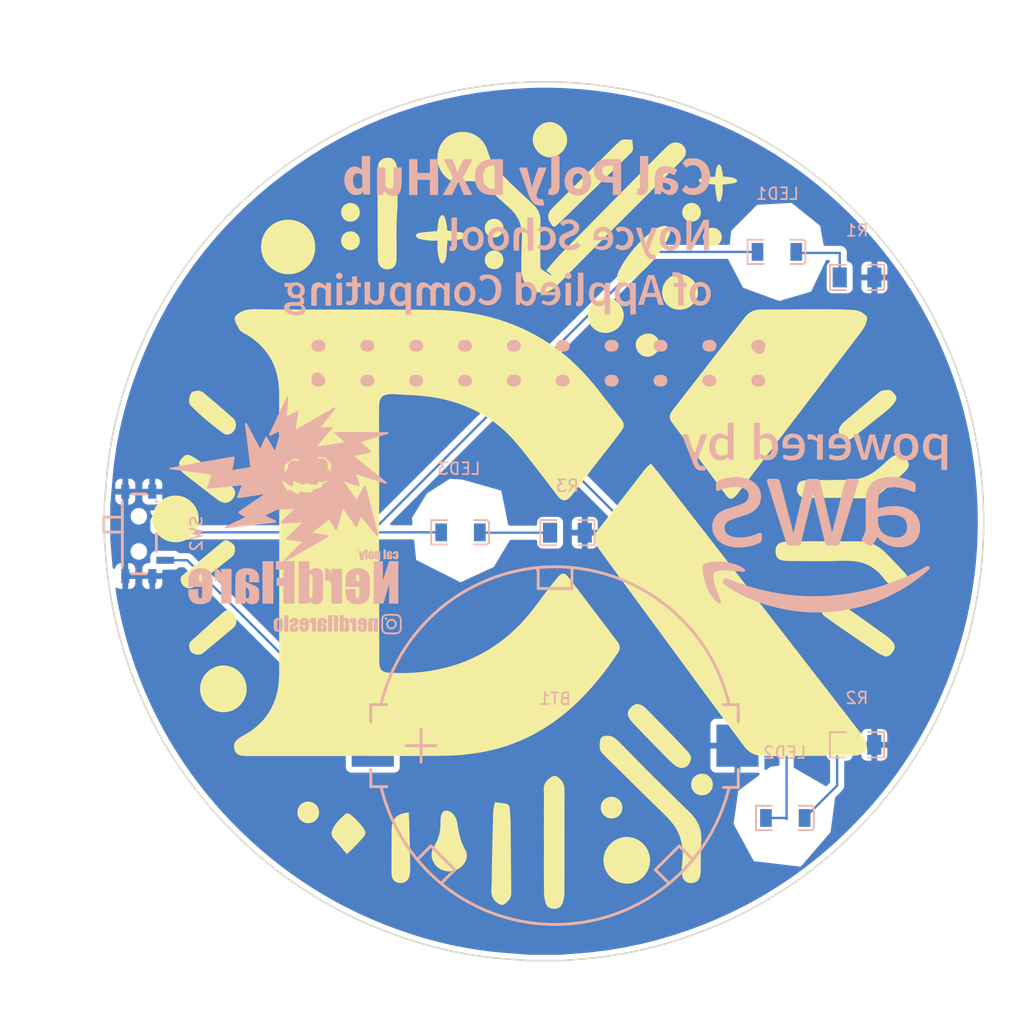
<source format=kicad_pcb>
(kicad_pcb (version 20241229) (generator "pcbnew") (generator_version "9.0")
  (layers (0 "F.Cu" signal) (2 "B.Cu" signal) (13 "F.Paste" user) (15 "B.Paste" user) (5 "F.SilkS" user "F.Silkscreen") (7 "B.SilkS" user "B.Silkscreen") (1 "F.Mask" user) (3 "B.Mask" user) (25 "Edge.Cuts" user))
  (net 0 "")
  (net 1 "Net-(BT1-Pad1)")
  (net 2 "GND")
  (net 3 "Net-(LED1-K)")
  (net 4 "Net-(LED1-A)")
  (net 5 "Net-(LED2-K)")
  (net 6 "Net-(LED3-K)")
  (footprint "easyeda2kicad:LED1206-RD_RED_LTST-C230CKT" (layer "B.Cu") (at 71.47 76.21 180)
    (property "Reference" "LED2")
    (property "Value" "XL-3216SYGC-FB")
  )
  (footprint "easyeda2kicad:R1206" (layer "B.Cu") (at 77.58 69.97 180)
    (property "Reference" "R2")
    (property "Value" "1206W4J0390T5E")
  )
  (footprint "easyeda2kicad:LED1206-RD_RED_LTST-C230CKT" (layer "B.Cu") (at 43.77 51.84 180)
    (property "Reference" "LED3")
    (property "Value" "XL-3216SYGC-FB")
  )
  (footprint "easyeda2kicad:R1206" (layer "B.Cu") (at 52.89 51.87 180)
    (property "Reference" "R3")
    (property "Value" "1206W4J0390T5E")
  )
  (footprint "easyeda2kicad:R1206" (layer "B.Cu") (at 77.59 30.09 180)
    (property "Reference" "R1")
    (property "Value" "1206W4J0390T5E")
  )
  (footprint "easyeda2kicad:LED1206-RD_RED_LTST-C230CKT" (layer "B.Cu") (at 70.75 27.91 180)
    (property "Reference" "LED1")
    (property "Value" "XL-3216SYGC-FB")
  )
  (footprint "easyeda2kicad:BAT-SMD_BS-24-B4AK014" (layer "B.Cu") (at 51.84 70.04 180)
    (property "Reference" "BT1")
    (property "Value" "BS-24-B4AK014")
  )
  (footprint "easyeda2kicad:SW-TH_MSK12C02" (layer "B.Cu") (at 16.8875 51.97 90)
    (property "Reference" "SW2")
    (property "Value" "MSK12C02")
  )
  (gr_poly (pts (xy 51.790267 72.618391) (xy 51.803743 72.618999) (xy 51.81725 72.619962) (xy 51.817253 72.619962) (xy 51.817255 72.619963) (xy 51.817258 72.619963) (xy 51.817261 72.619963) (xy 51.817264 72.619964) (xy 51.817267 72.619965) (xy 51.817273 72.619966) (xy 51.817278 72.619967) (xy 51.817284 72.619968) (xy 51.817286 72.619969) (xy 51.817288 72.619969) (xy 51.817291 72.619969) (xy 51.817293 72.619969) (xy 51.830793 72.621282) (xy 51.844248 72.622938) (xy 51.857622 72.62493) (xy 51.870879 72.627252) (xy 51.883985 72.629895) (xy 51.896902 72.632855) (xy 51.909595 72.636123) (xy 51.922029 72.639693) (xy 51.934169 72.643558) (xy 51.945977 72.647711) (xy 51.957419 72.652145) (xy 51.968459 72.656854) (xy 51.979061 72.661831) (xy 51.989189 72.667068) (xy 51.998809 72.67256) (xy 52.007883 72.678299) (xy 52.082587 72.730315) (xy 52.152983 72.784826) (xy 52.218995 72.841888) (xy 52.280545 72.901558) (xy 52.337559 72.963892) (xy 52.389959 73.028946) (xy 52.437668 73.096776) (xy 52.480612 73.16744) (xy 52.518713 73.240993) (xy 52.551894 73.317492) (xy 52.580081 73.396993) (xy 52.603195 73.479552) (xy 52.621161 73.565226) (xy 52.633902 73.654071) (xy 52.641343 73.746144) (xy 52.643406 73.841501) (xy 52.637711 76.0157) (xy 52.639933 78.192495) (xy 52.640453 80.399533) (xy 52.63316 82.606567) (xy 52.631942 82.656737) (xy 52.629616 82.706956) (xy 52.621813 82.807443) (xy 52.610086 82.907834) (xy 52.594768 83.007932) (xy 52.576195 83.107541) (xy 52.554701 83.206466) (xy 52.530622 83.304511) (xy 52.504292 83.40148) (xy 52.48217 83.470791) (xy 52.469676 83.503714) (xy 52.456244 83.535485) (xy 52.441886 83.566105) (xy 52.426615 83.595577) (xy 52.410444 83.623901) (xy 52.393385 83.651081) (xy 52.375451 83.677117) (xy 52.356656 83.702011) (xy 52.337011 83.725766) (xy 52.316529 83.748382) (xy 52.295223 83.769862) (xy 52.273106 83.790208) (xy 52.250191 83.80942) (xy 52.226489 83.827502) (xy 52.202015 83.844454) (xy 52.176779 83.860279) (xy 52.150797 83.874978) (xy 52.124079 83.888553) (xy 52.096638 83.901006) (xy 52.068488 83.912339) (xy 52.01011 83.93165) (xy 51.949046 83.9465) (xy 51.885397 83.956904) (xy 51.819266 83.962876) (xy 51.750753 83.96443) (xy 51.679499 83.961847) (xy 51.611591 83.955333) (xy 51.578891 83.950569) (xy 51.547027 83.944785) (xy 51.515998 83.937968) (xy 51.485805 83.930104) (xy 51.456447 83.921182) (xy 51.427924 83.911188) (xy 51.400237 83.900111) (xy 51.373384 83.887936) (xy 51.347366 83.874653) (xy 51.322183 83.860247) (xy 51.297835 83.844707) (xy 51.274321 83.82802) (xy 51.251641 83.810173) (xy 51.229795 83.791153) (xy 51.208783 83.770949) (xy 51.188605 83.749546) (xy 51.169261 83.726934) (xy 51.15075 83.703098) (xy 51.133073 83.678027) (xy 51.116229 83.651708) (xy 51.100218 83.624127) (xy 51.08504 83.595274) (xy 51.070695 83.565134) (xy 51.057182 83.533695) (xy 51.044502 83.500945) (xy 51.032655 83.466871) (xy 51.02164 83.43146) (xy 51.011457 83.3947) (xy 50.984306 83.287278) (xy 50.960257 83.178727) (xy 50.93947 83.069262) (xy 50.922105 82.959095) (xy 50.90832 82.84844) (xy 50.898276 82.73751) (xy 50.892133 82.626518) (xy 50.89005 82.515679) (xy 50.87833 80.508337) (xy 50.880771 79.503579) (xy 50.89005 78.498388) (xy 50.890032 78.308247) (xy 50.887899 78.118086) (xy 50.880753 77.737728) (xy 50.875548 77.35737) (xy 50.87584 77.167209) (xy 50.879217 76.977068) (xy 50.883612 76.576022) (xy 50.883124 76.175031) (xy 50.879217 75.373) (xy 50.88755 74.579836) (xy 50.888321 74.381637) (xy 50.886687 74.183726) (xy 50.881708 73.986232) (xy 50.872444 73.78928) (xy 50.870347 73.735404) (xy 50.870529 73.683134) (xy 50.872926 73.632428) (xy 50.877475 73.583244) (xy 50.884115 73.535539) (xy 50.892784 73.48927) (xy 50.903418 73.444394) (xy 50.915956 73.400869) (xy 50.930336 73.358652) (xy 50.946495 73.3177) (xy 50.96437 73.277971) (xy 50.9839 73.239422) (xy 51.005022 73.202011) (xy 51.027673 73.165693) (xy 51.051793 73.130428) (xy 51.077317 73.096172) (xy 51.132333 73.030517) (xy 51.192222 72.968386) (xy 51.256486 72.909438) (xy 51.324626 72.853331) (xy 51.396145 72.799725) (xy 51.470543 72.748277) (xy 51.547322 72.698645) (xy 51.625983 72.650489) (xy 51.635066 72.645507) (xy 51.644707 72.640962) (xy 51.654869 72.636848) (xy 51.665514 72.633159) (xy 51.676605 72.62989) (xy 51.688105 72.627034) (xy 51.699974 72.624587) (xy 51.712177 72.622542) (xy 51.724674 72.620893) (xy 51.737429 72.619635) (xy 51.750403 72.618761) (xy 51.763559 72.618267) (xy 51.77686 72.618145)) (fill yes) (layer "F.SilkS"))
  (gr_poly (pts (xy 30.841592 74.811547) (xy 30.889005 74.81535) (xy 30.935624 74.821407) (xy 30.981398 74.829666) (xy 31.026275 74.840074) (xy 31.070203 74.852578) (xy 31.113131 74.867125) (xy 31.155008 74.883663) (xy 31.195781 74.902138) (xy 31.2354 74.922499) (xy 31.273812 74.944692) (xy 31.310967 74.968664) (xy 31.346811 74.994363) (xy 31.381295 75.021737) (xy 31.414366 75.050732) (xy 31.445972 75.081295) (xy 31.476063 75.113374) (xy 31.504586 75.146917) (xy 31.53149 75.18187) (xy 31.556723 75.218181) (xy 31.580234 75.255796) (xy 31.601972 75.294664) (xy 31.621884 75.334731) (xy 31.639919 75.375945) (xy 31.656025 75.418254) (xy 31.670151 75.461603) (xy 31.682246 75.505941) (xy 31.692257 75.551214) (xy 31.700133 75.597371) (xy 31.705823 75.644358) (xy 31.709275 75.692123) (xy 31.710437 75.740612) (xy 31.709245 75.788462) (xy 31.705709 75.835608) (xy 31.699881 75.881996) (xy 31.691816 75.927572) (xy 31.68157 75.972283) (xy 31.669197 76.016073) (xy 31.654751 76.058889) (xy 31.638287 76.100676) (xy 31.619861 76.141381) (xy 31.599525 76.180949) (xy 31.577336 76.219326) (xy 31.553347 76.256457) (xy 31.527613 76.29229) (xy 31.50019 76.326769) (xy 31.471131 76.359841) (xy 31.440492 76.39145) (xy 31.408326 76.421544) (xy 31.374689 76.450068) (xy 31.339636 76.476968) (xy 31.30322 76.502189) (xy 31.265496 76.525677) (xy 31.22652 76.547379) (xy 31.186346 76.56724) (xy 31.145028 76.585206) (xy 31.102621 76.601223) (xy 31.05918 76.615237) (xy 31.014759 76.627193) (xy 30.969413 76.637037) (xy 30.923197 76.644716) (xy 30.876165 76.650175) (xy 30.828372 76.653359) (xy 30.779873 76.654216) (xy 30.779873 76.657692) (xy 30.731393 76.655879) (xy 30.683657 76.65178) (xy 30.636718 76.645447) (xy 30.590631 76.636933) (xy 30.545448 76.626291) (xy 30.501223 76.613573) (xy 30.45801 76.598832) (xy 30.415861 76.582121) (xy 30.374831 76.563493) (xy 30.334973 76.543) (xy 30.296341 76.520695) (xy 30.258987 76.496631) (xy 30.222966 76.47086) (xy 30.188331 76.443436) (xy 30.155135 76.41441) (xy 30.123432 76.383836) (xy 30.093276 76.351767) (xy 30.06472 76.318255) (xy 30.037817 76.283353) (xy 30.01262 76.247114) (xy 29.989184 76.20959) (xy 29.967563 76.170834) (xy 29.947808 76.130899) (xy 29.929974 76.089837) (xy 29.914115 76.047702) (xy 29.900284 76.004546) (xy 29.888534 75.960422) (xy 29.878918 75.915382) (xy 29.871491 75.869479) (xy 29.866306 75.822767) (xy 29.863417 75.775297) (xy 29.862876 75.727123) (xy 29.864668 75.678357) (xy 29.86871 75.630411) (xy 29.874953 75.583333) (xy 29.883347 75.53717) (xy 29.893845 75.491969) (xy 29.906397 75.44778) (xy 29.920953 75.404649) (xy 29.937466 75.362625) (xy 29.955887 75.321754) (xy 29.976165 75.282085) (xy 29.998253 75.243666) (xy 30.022102 75.206545) (xy 30.047662 75.170768) (xy 30.074884 75.136385) (xy 30.103721 75.103442) (xy 30.134122 75.071988) (xy 30.166039 75.04207) (xy 30.199424 75.013736) (xy 30.234226 74.987033) (xy 30.270397 74.96201) (xy 30.307889 74.938715) (xy 30.346651 74.917194) (xy 30.386637 74.897497) (xy 30.427795 74.87967) (xy 30.470078 74.863761) (xy 30.513437 74.849819) (xy 30.557823 74.837891) (xy 30.603186 74.828024) (xy 30.649478 74.820266) (xy 30.69665 74.814666) (xy 30.744653 74.811271) (xy 30.793438 74.810129) (xy 30.793438 74.81005)) (fill yes) (layer "F.SilkS"))
  (gr_poly (pts (xy 39.357076 75.724333) (xy 39.384099 76.269505) (xy 39.396338 76.534208) (xy 39.405911 76.796652) (xy 39.448194 78.666595) (xy 39.485266 80.536538) (xy 39.485288 80.612064) (xy 39.4828 80.687526) (xy 39.47788 80.762839) (xy 39.470603 80.837913) (xy 39.461048 80.912662) (xy 39.44929 80.986998) (xy 39.435407 81.060835) (xy 39.419475 81.134084) (xy 39.409092 81.174471) (xy 39.397486 81.213587) (xy 39.384676 81.251424) (xy 39.37068 81.287974) (xy 39.355515 81.323231) (xy 39.339198 81.357187) (xy 39.321749 81.389833) (xy 39.303184 81.421163) (xy 39.28352 81.45117) (xy 39.262777 81.479845) (xy 39.240971 81.507182) (xy 39.21812 81.533172) (xy 39.194242 81.557809) (xy 39.169354 81.581084) (xy 39.143475 81.602991) (xy 39.116622 81.623522) (xy 39.088812 81.642669) (xy 39.060064 81.660425) (xy 39.030395 81.676782) (xy 38.999822 81.691734) (xy 38.968365 81.705271) (xy 38.936039 81.717388) (xy 38.902863 81.728076) (xy 38.868855 81.737329) (xy 38.834032 81.745137) (xy 38.798412 81.751495) (xy 38.762013 81.756395) (xy 38.724852 81.759828) (xy 38.686947 81.761788) (xy 38.648316 81.762267) (xy 38.568947 81.758753) (xy 38.532833 81.755092) (xy 38.497433 81.749983) (xy 38.462773 81.743441) (xy 38.428877 81.73548) (xy 38.39577 81.726116) (xy 38.363477 81.715365) (xy 38.332024 81.70324) (xy 38.301434 81.689759) (xy 38.271734 81.674934) (xy 38.242947 81.658783) (xy 38.2151 81.64132) (xy 38.188216 81.62256) (xy 38.162321 81.602518) (xy 38.13744 81.581211) (xy 38.113598 81.558651) (xy 38.090819 81.534856) (xy 38.069129 81.50984) (xy 38.048552 81.483619) (xy 38.029114 81.456207) (xy 38.010839 81.427619) (xy 37.993753 81.397872) (xy 37.97788 81.366979) (xy 37.963245 81.334957) (xy 37.949873 81.301821) (xy 37.93779 81.267585) (xy 37.92702 81.232265) (xy 37.917588 81.195876) (xy 37.909518 81.158433) (xy 37.902837 81.119952) (xy 37.897569 81.080447) (xy 37.893738 81.039935) (xy 37.891371 80.998429) (xy 37.885236 80.805852) (xy 37.882039 80.613526) (xy 37.881847 80.229292) (xy 37.887966 79.46015) (xy 37.89475 77.275501) (xy 37.898845 77.101009) (xy 37.911395 76.939252) (xy 37.920964 76.863006) (xy 37.932795 76.789771) (xy 37.946939 76.719491) (xy 37.963444 76.652108) (xy 37.98236 76.587565) (xy 38.003737 76.525804) (xy 38.027624 76.466767) (xy 38.054072 76.410399) (xy 38.083129 76.35664) (xy 38.114845 76.305434) (xy 38.149269 76.256724) (xy 38.186453 76.210451) (xy 38.226444 76.16656) (xy 38.269293 76.124991) (xy 38.315049 76.085689) (xy 38.363761 76.048595) (xy 38.41548 76.013652) (xy 38.470256 75.980803) (xy 38.528136 75.949991) (xy 38.589172 75.921157) (xy 38.653412 75.894246) (xy 38.720907 75.869198) (xy 38.791706 75.845958) (xy 38.865858 75.824467) (xy 39.024422 75.786505) (xy 39.196995 75.754853) (xy 39.228439 75.749545) (xy 39.26358 75.743261) (xy 39.305446 75.735142) (xy 39.357064 75.724326)) (fill yes) (layer "F.SilkS"))
  (gr_poly (pts (xy 26.418016 32.801754) (xy 26.418006 32.801727) (xy 28.166542 32.823444) (xy 29.915078 32.829535) (xy 36.870567 32.829535) (xy 37.589514 32.829929) (xy 38.308463 32.832939) (xy 40.287212 32.840087) (xy 41.27573 32.850617) (xy 41.76967 32.862645) (xy 42.263357 32.881094) (xy 42.972931 32.925003) (xy 43.674277 32.991921) (xy 44.367221 33.082306) (xy 45.05159 33.196614) (xy 45.727211 33.335303) (xy 46.393911 33.498829) (xy 47.051516 33.687648) (xy 47.699852 33.902219) (xy 48.338748 34.142997) (xy 48.968029 34.410439) (xy 49.587522 34.705003) (xy 50.197054 35.027146) (xy 50.796451 35.377323) (xy 51.385541 35.755992) (xy 51.96415 36.163611) (xy 52.532105 36.600635) (xy 52.747648 36.776948) (xy 52.959412 36.956812) (xy 53.167525 37.140114) (xy 53.372112 37.326742) (xy 53.771221 37.709531) (xy 54.157757 38.104282) (xy 54.532734 38.510103) (xy 54.897171 38.926098) (xy 55.252084 39.351373) (xy 55.598489 39.785034) (xy 57.460292 42.160276) (xy 57.511196 42.228364) (xy 57.555782 42.29477) (xy 57.593999 42.359763) (xy 57.625797 42.423613) (xy 57.639272 42.455193) (xy 57.651124 42.486589) (xy 57.661345 42.517833) (xy 57.669929 42.54896) (xy 57.676871 42.580003) (xy 57.682163 42.610996) (xy 57.685799 42.641973) (xy 57.687773 42.672966) (xy 57.688078 42.704011) (xy 57.686708 42.73514) (xy 57.683658 42.766387) (xy 57.678919 42.797787) (xy 57.672487 42.829371) (xy 57.664354 42.861175) (xy 57.654515 42.893232) (xy 57.642962 42.925576) (xy 57.62969 42.95824) (xy 57.614693 42.991257) (xy 57.597963 43.024663) (xy 57.579494 43.058489) (xy 57.537317 43.127541) (xy 57.488108 43.198681) (xy 57.363456 43.368503) (xy 57.237146 43.536973) (xy 56.980899 43.871006) (xy 56.463269 44.535517) (xy 53.216472 48.730514) (xy 53.214009 48.732981) (xy 53.211806 48.735223) (xy 53.209831 48.737316) (xy 53.208919 48.73833) (xy 53.208052 48.739334) (xy 53.207225 48.740338) (xy 53.206435 48.741352) (xy 53.205677 48.742384) (xy 53.204948 48.743444) (xy 53.204244 48.744542) (xy 53.203559 48.745686) (xy 53.202891 48.746886) (xy 53.202235 48.748152) (xy 53.1661 48.79198) (xy 53.129968 48.832957) (xy 53.09384 48.871083) (xy 53.057717 48.906356) (xy 53.021599 48.938776) (xy 52.985486 48.968343) (xy 52.94938 48.995056) (xy 52.913279 49.018914) (xy 52.877186 49.039918) (xy 52.841099 49.058066) (xy 52.80502 49.073359) (xy 52.76895 49.085795) (xy 52.732887 49.095375) (xy 52.696834 49.102097) (xy 52.66079 49.105961) (xy 52.624756 49.106967) (xy 52.588732 49.105114) (xy 52.552718 49.100402) (xy 52.516716 49.09283) (xy 52.480725 49.082397) (xy 52.444746 49.069104) (xy 52.408779 49.052949) (xy 52.372825 49.033932) (xy 52.336884 49.012053) (xy 52.300957 48.987311) (xy 52.265044 48.959706) (xy 52.229145 48.929237) (xy 52.193261 48.895903) (xy 52.157392 48.859705) (xy 52.12154 48.820641) (xy 52.085703 48.778711) (xy 52.049883 48.733915) (xy 51.300643 47.749823) (xy 50.925695 47.257609) (xy 50.546194 46.768335) (xy 49.402694 45.296423) (xy 49.113145 44.931815) (xy 48.819208 44.571395) (xy 48.519421 44.216584) (xy 48.212325 43.868802) (xy 47.909333 43.547158) (xy 47.59689 43.241046) (xy 47.275153 42.950293) (xy 46.944282 42.674727) (xy 46.604434 42.414176) (xy 46.255768 42.168467) (xy 45.898443 41.937427) (xy 45.532617 41.720885) (xy 45.158449 41.518667) (xy 44.776096 41.330602) (xy 44.385718 41.156516) (xy 43.987472 40.996237) (xy 43.581518 40.849594) (xy 43.168013 40.716412) (xy 42.747116 40.596521) (xy 42.318986 40.489746) (xy 41.936807 40.407683) (xy 41.553405 40.337867) (xy 41.168807 40.2792) (xy 40.783042 40.230585) (xy 40.396137 40.190922) (xy 40.00812 40.159115) (xy 39.619021 40.134064) (xy 39.228865 40.114672) (xy 38.92201 40.098043) (xy 38.615725 40.077869) (xy 38.309439 40.059649) (xy 38.156119 40.05299) (xy 38.002584 40.048881) (xy 37.923861 40.047581) (xy 37.844236 40.048948) (xy 37.764117 40.05307) (xy 37.683914 40.060033) (xy 37.604036 40.069927) (xy 37.524894 40.082838) (xy 37.446896 40.098854) (xy 37.408454 40.108054) (xy 37.370452 40.118064) (xy 37.340031 40.12737) (xy 37.310617 40.137691) (xy 37.282203 40.149004) (xy 37.254779 40.161285) (xy 37.228337 40.174511) (xy 37.202867 40.188659) (xy 37.178361 40.203703) (xy 37.154809 40.219622) (xy 37.132204 40.236391) (xy 37.110535 40.253986) (xy 37.089795 40.272385) (xy 37.069974 40.291563) (xy 37.033054 40.332162) (xy 36.999705 40.375596) (xy 36.969856 40.421675) (xy 36.943436 40.47021) (xy 36.920373 40.521012) (xy 36.900598 40.573893) (xy 36.884038 40.628663) (xy 36.870623 40.685134) (xy 36.860282 40.743116) (xy 36.852945 40.802421) (xy 36.842806 40.926277) (xy 36.835521 41.050397) (xy 36.830627 41.174748) (xy 36.827661 41.299295) (xy 36.825661 41.548845) (xy 36.825817 41.798775) (xy 36.822888 42.064463) (xy 36.823213 42.330186) (xy 36.825817 42.861597) (xy 36.839382 47.21327) (xy 36.825817 51.793514) (xy 36.839382 60.871257) (xy 36.84408 61.839803) (xy 36.846164 62.808349) (xy 36.846164 62.912801) (xy 36.851152 63.0319) (xy 36.861155 63.140744) (xy 36.876543 63.239747) (xy 36.886373 63.285686) (xy 36.897687 63.32932) (xy 36.910534 63.3707) (xy 36.924958 63.409877) (xy 36.941007 63.446904) (xy 36.958726 63.481831) (xy 36.978163 63.51471) (xy 36.999363 63.545593) (xy 37.022373 63.574532) (xy 37.047239 63.601577) (xy 37.074008 63.626781) (xy 37.102725 63.650195) (xy 37.133438 63.671871) (xy 37.166192 63.691861) (xy 37.201034 63.710215) (xy 37.23801 63.726985) (xy 37.277167 63.742224) (xy 37.318551 63.755982) (xy 37.362208 63.768311) (xy 37.408185 63.779264) (xy 37.507283 63.797243) (xy 37.616216 63.810332) (xy 37.735354 63.818944) (xy 38.124192 63.835679) (xy 38.51194 63.844086) (xy 38.898562 63.843976) (xy 39.284021 63.835162) (xy 39.668282 63.817455) (xy 40.051308 63.790667) (xy 40.433063 63.754611) (xy 40.813511 63.709098) (xy 41.192616 63.653939) (xy 41.570342 63.588948) (xy 41.946654 63.513936) (xy 42.321514 63.428716) (xy 42.694886 63.333098) (xy 43.066736 63.226894) (xy 43.437026 63.109918) (xy 43.80572 62.981981) (xy 44.217642 62.824185) (xy 44.621289 62.654286) (xy 45.016685 62.47238) (xy 45.403857 62.27856) (xy 45.78283 62.072924) (xy 46.153628 61.855565) (xy 46.516278 61.626581) (xy 46.870804 61.386065) (xy 47.217231 61.134115) (xy 47.555585 60.870824) (xy 47.885891 60.596289) (xy 48.208174 60.310605) (xy 48.52246 60.013867) (xy 48.828774 59.706172) (xy 49.12714 59.387614) (xy 49.417585 59.058288) (xy 49.668159 58.758311) (xy 49.912901 58.452994) (xy 50.15316 58.143519) (xy 50.390282 57.831071) (xy 50.860499 57.201985) (xy 51.334327 56.575203) (xy 51.513161 56.346651) (xy 51.69459 56.119132) (xy 52.060061 55.665665) (xy 52.071923 55.651489) (xy 52.084047 55.637584) (xy 52.0964 55.623914) (xy 52.108949 55.610444) (xy 52.121661 55.597136) (xy 52.134503 55.583954) (xy 52.160444 55.557826) (xy 52.186348 55.532931) (xy 52.21198 55.509686) (xy 52.23735 55.488094) (xy 52.262472 55.468159) (xy 52.287358 55.449883) (xy 52.312018 55.433271) (xy 52.336466 55.418326) (xy 52.360714 55.40505) (xy 52.384774 55.393447) (xy 52.408657 55.38352) (xy 52.432376 55.375272) (xy 52.455943 55.368708) (xy 52.47937 55.363829) (xy 52.50267 55.36064) (xy 52.525853 55.359143) (xy 52.548933 55.359342) (xy 52.571922 55.361239) (xy 52.59483 55.36484) (xy 52.617672 55.370145) (xy 52.640458 55.37716) (xy 52.663201 55.385886) (xy 52.685913 55.396328) (xy 52.708606 55.408489) (xy 52.731292 55.422371) (xy 52.753983 55.437978) (xy 52.776691 55.455314) (xy 52.799429 55.474381) (xy 52.822208 55.495184) (xy 52.84504 55.517724) (xy 52.867939 55.542006) (xy 52.890914 55.568032) (xy 52.91398 55.595806) (xy 53.08476 55.811099) (xy 53.253677 56.028981) (xy 53.588166 56.467363) (xy 57.123221 61.12086) (xy 57.176944 61.194105) (xy 57.223544 61.264392) (xy 57.263054 61.332184) (xy 57.280162 61.36529) (xy 57.29551 61.397945) (xy 57.309104 61.430208) (xy 57.320948 61.462137) (xy 57.331047 61.49379) (xy 57.339403 61.525225) (xy 57.346023 61.556499) (xy 57.35091 61.58767) (xy 57.354069 61.618797) (xy 57.355505 61.649938) (xy 57.35522 61.681149) (xy 57.353221 61.71249) (xy 57.349512 61.744017) (xy 57.344096 61.77579) (xy 57.336979 61.807866) (xy 57.328164 61.840302) (xy 57.317656 61.873157) (xy 57.30546 61.906489) (xy 57.276019 61.974813) (xy 57.239878 62.045739) (xy 57.19707 62.11973) (xy 57.147632 62.197249) (xy 56.757457 62.770447) (xy 56.354692 63.333186) (xy 55.938488 63.884776) (xy 55.507994 64.424522) (xy 55.062362 64.951735) (xy 54.600742 65.465722) (xy 54.363671 65.717539) (xy 54.122284 65.965791) (xy 53.876475 66.21039) (xy 53.626139 66.45125) (xy 53.188613 66.851487) (xy 52.741969 67.234226) (xy 52.286114 67.599221) (xy 51.820955 67.946229) (xy 51.3464 68.275006) (xy 50.862355 68.585307) (xy 50.368729 68.876888) (xy 49.865429 69.149505) (xy 49.352362 69.402914) (xy 48.829436 69.636871) (xy 48.296557 69.851131) (xy 47.753634 70.04545) (xy 47.200574 70.219585) (xy 46.637284 70.37329) (xy 46.063672 70.506322) (xy 45.479644 70.618437) (xy 45.116531 70.677822) (xy 44.751516 70.730789) (xy 44.385018 70.77709) (xy 44.017452 70.816478) (xy 43.649235 70.848702) (xy 43.280784 70.873516) (xy 42.912514 70.89067) (xy 42.544843 70.899915) (xy 40.499744 70.918255) (xy 38.453959 70.921358) (xy 34.363075 70.914152) (xy 34.363075 70.927728) (xy 25.574271 70.927728) (xy 25.525919 70.92696) (xy 25.477262 70.924847) (xy 25.428346 70.921675) (xy 25.379219 70.917728) (xy 25.181563 70.899915) (xy 25.11948 70.893874) (xy 25.059607 70.884806) (xy 25.00203 70.872621) (xy 24.946833 70.857227) (xy 24.920155 70.848299) (xy 24.894103 70.838534) (xy 24.868689 70.827923) (xy 24.843924 70.816452) (xy 24.819818 70.804111) (xy 24.796382 70.790888) (xy 24.773627 70.776773) (xy 24.751563 70.761753) (xy 24.730201 70.745818) (xy 24.709552 70.728956) (xy 24.689626 70.711155) (xy 24.670434 70.692405) (xy 24.651987 70.672693) (xy 24.634295 70.65201) (xy 24.61737 70.630342) (xy 24.601221 70.607679) (xy 24.585859 70.58401) (xy 24.571296 70.559323) (xy 24.557542 70.533607) (xy 24.544607 70.50685) (xy 24.532502 70.479042) (xy 24.521238 70.45017) (xy 24.510825 70.420223) (xy 24.501275 70.38919) (xy 24.483865 70.323884) (xy 24.470729 70.259529) (xy 24.461909 70.196184) (xy 24.457445 70.133902) (xy 24.456858 70.103177) (xy 24.457376 70.072739) (xy 24.459003 70.042596) (xy 24.461744 70.012753) (xy 24.465604 69.983218) (xy 24.470589 69.953998) (xy 24.476703 69.9251) (xy 24.483951 69.89653) (xy 24.492339 69.868297) (xy 24.501872 69.840406) (xy 24.512554 69.812864) (xy 24.52439 69.78568) (xy 24.537386 69.758859) (xy 24.551548 69.732409) (xy 24.566878 69.706336) (xy 24.583384 69.680648) (xy 24.60107 69.655351) (xy 24.61994 69.630453) (xy 24.640001 69.605961) (xy 24.661257 69.581881) (xy 24.683713 69.55822) (xy 24.707374 69.534986) (xy 24.732246 69.512185) (xy 24.758332 69.489824) (xy 24.817705 69.442763) (xy 24.878517 69.39783) (xy 24.940616 69.35486) (xy 25.003846 69.313684) (xy 25.068053 69.274136) (xy 25.133082 69.236048) (xy 25.198778 69.199254) (xy 25.264987 69.163586) (xy 25.587372 68.979033) (xy 25.891684 68.7822) (xy 26.177923 68.573104) (xy 26.446091 68.351759) (xy 26.696187 68.118184) (xy 26.928212 67.872392) (xy 27.142168 67.6144) (xy 27.338055 67.344225) (xy 27.515872 67.061882) (xy 27.675622 66.767387) (xy 27.817304 66.460756) (xy 27.94092 66.142006) (xy 28.046469 65.811151) (xy 28.133953 65.468208) (xy 28.203373 65.113194) (xy 28.254728 64.746123) (xy 28.273921 64.545116) (xy 28.287793 64.343298) (xy 28.297195 64.14083) (xy 28.302979 63.937875) (xy 28.307095 63.53115) (xy 28.306953 63.12442) (xy 28.313735 45.862199) (xy 28.30356 40.031255) (xy 28.299682 39.792639) (xy 28.289121 39.55608) (xy 28.271535 39.321675) (xy 28.246584 39.089519) (xy 28.213924 38.859707) (xy 28.173215 38.632335) (xy 28.124114 38.407499) (xy 28.066281 38.185294) (xy 27.999372 37.965815) (xy 27.923046 37.749159) (xy 27.836961 37.53542) (xy 27.740777 37.324695) (xy 27.63415 37.117078) (xy 27.516739 36.912665) (xy 27.388202 36.711552) (xy 27.248198 36.513835) (xy 27.149675 36.38528) (xy 27.048149 36.260073) (xy 26.943638 36.138223) (xy 26.836157 36.019741) (xy 26.725723 35.904636) (xy 26.612351 35.792919) (xy 26.496058 35.684601) (xy 26.37686 35.57969) (xy 26.254772 35.478198) (xy 26.12981 35.380135) (xy 26.001992 35.28551) (xy 25.871332 35.194334) (xy 25.737848 35.106617) (xy 25.601554 35.022369) (xy 25.462467 34.941601) (xy 25.320603 34.864323) (xy 25.278859 34.841922) (xy 25.238302 34.818921) (xy 25.198969 34.795209) (xy 25.160903 34.770673) (xy 25.124142 34.745202) (xy 25.088726 34.718683) (xy 25.054695 34.691004) (xy 25.02209 34.662054) (xy 24.99095 34.631719) (xy 24.961314 34.59989) (xy 24.933223 34.566453) (xy 24.906718 34.531296) (xy 24.881836 34.494307) (xy 24.858619 34.455375) (xy 24.837107 34.414388) (xy 24.817339 34.371233) (xy 24.798348 34.331162) (xy 24.778084 34.291611) (xy 24.756917 34.252461) (xy 24.735216 34.213593) (xy 24.691698 34.136226) (xy 24.67062 34.097489) (xy 24.650489 34.058559) (xy 24.610302 33.973171) (xy 24.592813 33.932749) (xy 24.577081 33.893753) (xy 24.563124 33.856115) (xy 24.550959 33.819767) (xy 24.540601 33.784642) (xy 24.532067 33.750673) (xy 24.525375 33.717792) (xy 24.52054 33.685932) (xy 24.517579 33.655026) (xy 24.516509 33.625006) (xy 24.517347 33.595805) (xy 24.520108 33.567356) (xy 24.52481 33.53959) (xy 24.531469 33.512442) (xy 24.540101 33.485843) (xy 24.550724 33.459725) (xy 24.563354 33.434023) (xy 24.578008 33.408667) (xy 24.594701 33.383592) (xy 24.613452 33.358729) (xy 24.634275 33.334011) (xy 24.657188 33.309372) (xy 24.682208 33.284742) (xy 24.709351 33.260056) (xy 24.738633 33.235245) (xy 24.770072 33.210242) (xy 24.803683 33.184981) (xy 24.839484 33.159393) (xy 24.917721 33.106968) (xy 25.004884 33.054211) (xy 25.093142 33.007682) (xy 25.182451 32.96701) (xy 25.272763 32.931822) (xy 25.364032 32.901746) (xy 25.456214 32.876409) (xy 25.54926 32.855438) (xy 25.643126 32.838462) (xy 25.737765 32.825108) (xy 25.833131 32.815003) (xy 25.929179 32.807775) (xy 26.025861 32.803052) (xy 26.220945 32.799629)) (fill yes) (layer "F.SilkS"))
  (gr_poly (pts (xy 56.307987 69.192775) (xy 56.308009 69.1928) (xy 56.30802 69.192813) (xy 56.308031 69.192825) (xy 56.308043 69.192838) (xy 56.308054 69.19285) (xy 56.337744 69.193062) (xy 56.367244 69.193988) (xy 56.39655 69.195641) (xy 56.425658 69.198032) (xy 56.454562 69.201173) (xy 56.48326 69.205077) (xy 56.511746 69.209754) (xy 56.540016 69.215216) (xy 56.56807 69.221473) (xy 56.595911 69.22853) (xy 56.623538 69.236399) (xy 56.650951 69.245089) (xy 56.678151 69.254611) (xy 56.705137 69.264977) (xy 56.731909 69.276196) (xy 56.758468 69.28828) (xy 56.784813 69.301238) (xy 56.810945 69.315082) (xy 56.836862 69.329822) (xy 56.862567 69.345469) (xy 56.888057 69.362033) (xy 56.913334 69.379526) (xy 56.938397 69.397957) (xy 56.963247 69.417337) (xy 57.030492 69.473948) (xy 57.096847 69.531713) (xy 57.162392 69.590518) (xy 57.227206 69.65025) (xy 57.29137 69.710796) (xy 57.354962 69.772042) (xy 57.480749 69.896183) (xy 58.763096 71.204766) (xy 59.404932 71.858779) (xy 60.050652 72.508136) (xy 61.692865 74.133744) (xy 63.342892 75.751541) (xy 63.468949 75.880523) (xy 63.586615 76.012305) (xy 63.695803 76.147004) (xy 63.796428 76.284738) (xy 63.888403 76.425623) (xy 63.971643 76.569779) (xy 64.04606 76.717322) (xy 64.111571 76.868369) (xy 64.168087 77.023037) (xy 64.215524 77.181445) (xy 64.253795 77.34371) (xy 64.282814 77.509949) (xy 64.302495 77.680279) (xy 64.312753 77.854818) (xy 64.313501 78.033683) (xy 64.304653 78.216992) (xy 64.286172 78.52204) (xy 64.27403 78.827671) (xy 64.266765 79.133797) (xy 64.262916 79.440335) (xy 64.259614 80.054301) (xy 64.252429 80.668882) (xy 64.250788 80.728906) (xy 64.248325 80.789073) (xy 64.244825 80.849226) (xy 64.240074 80.909209) (xy 64.233858 80.968868) (xy 64.225962 81.028045) (xy 64.216172 81.086586) (xy 64.204274 81.144334) (xy 64.184268 81.221358) (xy 64.172466 81.25805) (xy 64.159483 81.29352) (xy 64.145331 81.327759) (xy 64.130025 81.360763) (xy 64.113578 81.392523) (xy 64.096002 81.423032) (xy 64.077313 81.452285) (xy 64.057522 81.480273) (xy 64.036644 81.50699) (xy 64.014692 81.53243) (xy 63.991678 81.556584) (xy 63.967618 81.579447) (xy 63.942523 81.601011) (xy 63.916408 81.62127) (xy 63.889285 81.640216) (xy 63.861169 81.657843) (xy 63.832072 81.674144) (xy 63.802009 81.689111) (xy 63.770992 81.702738) (xy 63.739034 81.715019) (xy 63.70615 81.725946) (xy 63.672353 81.735511) (xy 63.637655 81.743709) (xy 63.602071 81.750533) (xy 63.565614 81.755975) (xy 63.528297 81.760029) (xy 63.451138 81.763943) (xy 63.370701 81.762222) (xy 63.335238 81.759569) (xy 63.300485 81.755528) (xy 63.266459 81.750115) (xy 63.233176 81.743346) (xy 63.200654 81.735237) (xy 63.16891 81.725803) (xy 63.137961 81.71506) (xy 63.107825 81.703025) (xy 63.078517 81.689712) (xy 63.050057 81.675139) (xy 63.02246 81.659321) (xy 62.995744 81.642274) (xy 62.969925 81.624014) (xy 62.945022 81.604556) (xy 62.921051 81.583917) (xy 62.89803 81.562112) (xy 62.875975 81.539158) (xy 62.854903 81.515069) (xy 62.834832 81.489863) (xy 62.81578 81.463556) (xy 62.797762 81.436162) (xy 62.780796 81.407697) (xy 62.7649 81.378179) (xy 62.75009 81.347622) (xy 62.736384 81.316043) (xy 62.723798 81.283457) (xy 62.71235 81.249881) (xy 62.702058 81.215329) (xy 62.692937 81.179819) (xy 62.685006 81.143366) (xy 62.678281 81.105986) (xy 62.672779 81.067694) (xy 62.665408 81.007948) (xy 62.658796 80.948433) (xy 62.647056 80.82957) (xy 62.635969 80.710057) (xy 62.623945 80.588845) (xy 62.620473 80.585376) (xy 62.671183 80.059048) (xy 62.695058 79.795846) (xy 62.705356 79.66427) (xy 62.714078 79.532727) (xy 62.721696 79.321165) (xy 62.719834 79.112356) (xy 62.708526 78.90636) (xy 62.687806 78.703237) (xy 62.657709 78.503048) (xy 62.618271 78.305852) (xy 62.569525 78.11171) (xy 62.511507 77.920681) (xy 62.444251 77.732827) (xy 62.367792 77.548208) (xy 62.282165 77.366883) (xy 62.187404 77.188913) (xy 62.083543 77.014358) (xy 61.970619 76.843279) (xy 61.848665 76.675735) (xy 61.717716 76.511787) (xy 61.637329 76.417511) (xy 61.555154 76.324713) (xy 61.386136 76.142963) (xy 61.212053 75.965359) (xy 61.034299 75.790723) (xy 60.673346 75.445645) (xy 60.492931 75.272847) (xy 60.314413 75.098306) (xy 56.939425 71.764692) (xy 56.374995 71.209375) (xy 56.095362 70.929905) (xy 55.95735 70.788742) (xy 55.820983 70.646253) (xy 55.803696 70.626742) (xy 55.787026 70.606044) (xy 55.771019 70.584266) (xy 55.75572 70.561514) (xy 55.741175 70.537891) (xy 55.727429 70.513505) (xy 55.714528 70.48846) (xy 55.702518 70.462862) (xy 55.691444 70.436816) (xy 55.681351 70.410429) (xy 55.672285 70.383804) (xy 55.664292 70.357049) (xy 55.657417 70.330267) (xy 55.651706 70.303566) (xy 55.647204 70.27705) (xy 55.643957 70.250824) (xy 55.640569 70.210336) (xy 55.638183 70.169625) (xy 55.636743 70.12872) (xy 55.636193 70.087644) (xy 55.637538 70.005086) (xy 55.641767 69.922159) (xy 55.648433 69.839069) (xy 55.657084 69.756022) (xy 55.667272 69.673226) (xy 55.678547 69.590886) (xy 55.685544 69.552223) (xy 55.694816 69.51566) (xy 55.706362 69.481181) (xy 55.712989 69.46472) (xy 55.720185 69.448773) (xy 55.727949 69.433341) (xy 55.736283 69.41842) (xy 55.745187 69.404009) (xy 55.754659 69.390106) (xy 55.764701 69.37671) (xy 55.775313 69.363817) (xy 55.786494 69.351427) (xy 55.798245 69.339537) (xy 55.810565 69.328146) (xy 55.823456 69.317251) (xy 55.836916 69.306851) (xy 55.850946 69.296944) (xy 55.865547 69.287528) (xy 55.880717 69.278601) (xy 55.912769 69.262206) (xy 55.947102 69.247745) (xy 55.983718 69.235202) (xy 56.022616 69.224562) (xy 56.063798 69.21581) (xy 56.094957 69.210587) (xy 56.125936 69.206016) (xy 56.156733 69.202106) (xy 56.187348 69.198865) (xy 56.217779 69.1963) (xy 56.248026 69.194421) (xy 56.278089 69.193235) (xy 56.307965 69.19275)) (fill yes) (layer "F.SilkS"))
  (gr_poly (pts (xy 46.670647 27.795231) (xy 46.712062 27.798256) (xy 46.752813 27.803242) (xy 46.792853 27.810144) (xy 46.832136 27.818915) (xy 46.870615 27.829511) (xy 46.908242 27.841885) (xy 46.94497 27.855992) (xy 46.980753 27.871787) (xy 47.015542 27.889224) (xy 47.049292 27.908257) (xy 47.081954 27.92884) (xy 47.113482 27.950928) (xy 47.143829 27.974476) (xy 47.172947 27.999438) (xy 47.20079 28.025768) (xy 47.227311 28.05342) (xy 47.252461 28.082349) (xy 47.276195 28.11251) (xy 47.298465 28.143857) (xy 47.319224 28.176344) (xy 47.338425 28.209925) (xy 47.356021 28.244555) (xy 47.371965 28.280189) (xy 47.386209 28.31678) (xy 47.398707 28.354284) (xy 47.409411 28.392654) (xy 47.418274 28.431845) (xy 47.42525 28.471812) (xy 47.430291 28.512508) (xy 47.433351 28.553888) (xy 47.434381 28.595907) (xy 47.433351 28.637582) (xy 47.430292 28.678582) (xy 47.425249 28.718866) (xy 47.418268 28.75839) (xy 47.409395 28.797112) (xy 47.398676 28.83499) (xy 47.386156 28.87198) (xy 47.371881 28.908041) (xy 47.355898 28.94313) (xy 47.338251 28.977205) (xy 47.318986 29.010222) (xy 47.29815 29.04214) (xy 47.275788 29.072915) (xy 47.251945 29.102506) (xy 47.226668 29.130869) (xy 47.200003 29.157962) (xy 47.171994 29.183743) (xy 47.142688 29.208169) (xy 47.112131 29.231197) (xy 47.080369 29.252786) (xy 47.047446 29.272892) (xy 47.013409 29.291472) (xy 46.978304 29.308485) (xy 46.942176 29.323888) (xy 46.905072 29.337638) (xy 46.867036 29.349693) (xy 46.828115 29.360009) (xy 46.788355 29.368546) (xy 46.7478 29.375259) (xy 46.706498 29.380107) (xy 46.664493 29.383047) (xy 46.621832 29.384037) (xy 46.580789 29.382723) (xy 46.540379 29.379459) (xy 46.500646 29.37429) (xy 46.461636 29.367258) (xy 46.423391 29.358406) (xy 46.385956 29.347778) (xy 46.349374 29.335416) (xy 46.313689 29.321364) (xy 46.278945 29.305664) (xy 46.245186 29.288361) (xy 46.212456 29.269496) (xy 46.180798 29.249114) (xy 46.150257 29.227257) (xy 46.120877 29.203968) (xy 46.092701 29.179291) (xy 46.065773 29.153269) (xy 46.040137 29.125944) (xy 46.015837 29.09736) (xy 45.992917 29.06756) (xy 45.971421 29.036587) (xy 45.951392 29.004485) (xy 45.932875 28.971296) (xy 45.915913 28.937063) (xy 45.90055 28.90183) (xy 45.88683 28.86564) (xy 45.874797 28.828535) (xy 45.864495 28.790559) (xy 45.855968 28.751756) (xy 45.849259 28.712167) (xy 45.844413 28.671837) (xy 45.841473 28.630809) (xy 45.840484 28.589125) (xy 45.841503 28.548347) (xy 45.844527 28.508091) (xy 45.84951 28.468405) (xy 45.856402 28.429342) (xy 45.865155 28.390952) (xy 45.875721 28.353285) (xy 45.888051 28.316393) (xy 45.902098 28.280326) (xy 45.917812 28.245135) (xy 45.935147 28.21087) (xy 45.954053 28.177583) (xy 45.974482 28.145324) (xy 45.996386 28.114144) (xy 46.019717 28.084094) (xy 46.044426 28.055224) (xy 46.070466 28.027585) (xy 46.097787 28.001228) (xy 46.126342 27.976204) (xy 46.156083 27.952563) (xy 46.18696 27.930356) (xy 46.218927 27.909634) (xy 46.251934 27.890448) (xy 46.285933 27.872848) (xy 46.320876 27.856886) (xy 46.356715 27.842611) (xy 46.393402 27.830075) (xy 46.430888 27.819328) (xy 46.469125 27.810422) (xy 46.508064 27.803406) (xy 46.547658 27.798332) (xy 46.587858 27.795251) (xy 46.628617 27.794212)) (fill yes) (layer "F.SilkS"))
  (gr_poly (pts (xy 75.389872 57.56591) (xy 75.417727 57.567546) (xy 75.445772 57.570607) (xy 75.474021 57.575122) (xy 75.502489 57.581123) (xy 75.531192 57.588639) (xy 75.560143 57.597702) (xy 75.589358 57.608341) (xy 75.618851 57.620588) (xy 75.648638 57.634473) (xy 75.678732 57.650027) (xy 75.709149 57.66728) (xy 75.739904 57.686263) (xy 75.864655 57.764112) (xy 75.991044 57.83948) (xy 76.246116 57.986949) (xy 76.37349 58.061138) (xy 76.499884 58.137021) (xy 76.624643 58.215644) (xy 76.747113 58.29805) (xy 77.60219 58.898902) (xy 78.454061 59.503237) (xy 80.150586 60.721447) (xy 80.188788 60.749891) (xy 80.226543 60.779199) (xy 80.263821 60.809337) (xy 80.300593 60.840267) (xy 80.336831 60.871953) (xy 80.372505 60.904358) (xy 80.407586 60.937447) (xy 80.442046 60.971182) (xy 80.475854 61.005528) (xy 80.508981 61.040448) (xy 80.5414 61.075905) (xy 80.57308 61.111863) (xy 80.603993 61.148287) (xy 80.634109 61.185138) (xy 80.663399 61.222382) (xy 80.691834 61.259981) (xy 80.707182 61.281242) (xy 80.721329 61.302697) (xy 80.734293 61.324333) (xy 80.746091 61.34614) (xy 80.756741 61.368108) (xy 80.766261 61.390225) (xy 80.774668 61.412481) (xy 80.781979 61.434866) (xy 80.788214 61.457367) (xy 80.793389 61.479974) (xy 80.797522 61.502677) (xy 80.80063 61.525465) (xy 80.803845 61.57125) (xy 80.803174 61.617245) (xy 80.798759 61.663361) (xy 80.790741 61.709513) (xy 80.779262 61.755614) (xy 80.764462 61.801577) (xy 80.746484 61.847316) (xy 80.725468 61.892744) (xy 80.701556 61.937775) (xy 80.67489 61.982321) (xy 80.646533 62.026118) (xy 80.617331 62.068831) (xy 80.58709 62.11027) (xy 80.555617 62.150249) (xy 80.522719 62.188579) (xy 80.488203 62.225072) (xy 80.451876 62.25954) (xy 80.413544 62.291795) (xy 80.373015 62.321649) (xy 80.330095 62.348914) (xy 80.284591 62.373402) (xy 80.236311 62.394925) (xy 80.18506 62.413294) (xy 80.15826 62.421238) (xy 80.130645 62.428322) (xy 80.102192 62.434525) (xy 80.072875 62.439821) (xy 80.04267 62.444188) (xy 80.011555 62.447602) (xy 80.011555 62.444133) (xy 79.928647 62.404907) (xy 79.844468 62.367316) (xy 79.675076 62.293125) (xy 79.591253 62.254567) (xy 79.508939 62.213727) (xy 79.468565 62.192145) (xy 79.428829 62.169626) (xy 79.389817 62.146047) (xy 79.351617 62.121285) (xy 78.558472 61.590148) (xy 77.767324 61.0548) (xy 76.188241 59.975292) (xy 75.851416 59.741145) (xy 75.517219 59.503402) (xy 74.851406 59.023702) (xy 74.810771 58.992696) (xy 74.772852 58.960294) (xy 74.737641 58.926587) (xy 74.705128 58.891664) (xy 74.675303 58.855616) (xy 74.648157 58.818534) (xy 74.62368 58.780507) (xy 74.601863 58.741626) (xy 74.582697 58.701982) (xy 74.566171 58.661664) (xy 74.552276 58.620764) (xy 74.541003 58.579371) (xy 74.532342 58.537576) (xy 74.526284 58.495469) (xy 74.522819 58.453141) (xy 74.521937 58.410682) (xy 74.52363 58.368182) (xy 74.527886 58.325731) (xy 74.534698 58.283421) (xy 74.544055 58.241341) (xy 74.555948 58.199582) (xy 74.570367 58.158234) (xy 74.587303 58.117388) (xy 74.606746 58.077133) (xy 74.628686 58.037561) (xy 74.653115 57.998761) (xy 74.680023 57.960824) (xy 74.7094 57.923841) (xy 74.741236 57.887901) (xy 74.775522 57.853095) (xy 74.812249 57.819513) (xy 74.851406 57.787246) (xy 74.878377 57.766497) (xy 74.905256 57.746594) (xy 74.932057 57.727565) (xy 74.958795 57.709439) (xy 74.985484 57.692246) (xy 75.01214 57.676014) (xy 75.038776 57.660772) (xy 75.065408 57.646548) (xy 75.09205 57.633373) (xy 75.118717 57.621275) (xy 75.145424 57.610282) (xy 75.172184 57.600424) (xy 75.199013 57.591729) (xy 75.225926 57.584227) (xy 75.252936 57.577947) (xy 75.280059 57.572916) (xy 75.280059 57.572936) (xy 75.280059 57.572946) (xy 75.280058 57.572956) (xy 75.280057 57.572966) (xy 75.280057 57.572971) (xy 75.280056 57.572976) (xy 75.280055 57.572981) (xy 75.280054 57.572985) (xy 75.280053 57.57299) (xy 75.280052 57.572995) (xy 75.307296 57.56924) (xy 75.334671 57.566788) (xy 75.362192 57.565667)) (fill yes) (layer "F.SilkS"))
  (gr_poly (pts (xy 51.389952 16.834332) (xy 51.461423 16.837097) (xy 51.532504 16.844008) (xy 51.603071 16.854938) (xy 51.673 16.869761) (xy 51.742167 16.888352) (xy 51.810445 16.910585) (xy 51.877711 16.936334) (xy 51.94384 16.965474) (xy 52.008708 16.997878) (xy 52.072189 17.033421) (xy 52.13416 17.071978) (xy 52.194495 17.113421) (xy 52.25307 17.157627) (xy 52.30976 17.204468) (xy 52.364441 17.253819) (xy 52.416989 17.305555) (xy 52.467277 17.359549) (xy 52.515183 17.415676) (xy 52.56058 17.47381) (xy 52.603345 17.533826) (xy 52.643353 17.595597) (xy 52.680479 17.658997) (xy 52.714599 17.723902) (xy 52.745588 17.790185) (xy 52.773322 17.857721) (xy 52.797675 17.926383) (xy 52.818523 17.996046) (xy 52.835742 18.066585) (xy 52.849206 18.137872) (xy 52.858792 18.209784) (xy 52.864375 18.282193) (xy 52.865829 18.354975) (xy 52.863172 18.428635) (xy 52.856579 18.501731) (xy 52.846166 18.574145) (xy 52.832048 18.645761) (xy 52.814341 18.716459) (xy 52.793158 18.786122) (xy 52.768616 18.854633) (xy 52.74083 18.921874) (xy 52.709914 18.987727) (xy 52.675985 19.052074) (xy 52.639157 19.114798) (xy 52.599545 19.175781) (xy 52.557265 19.234905) (xy 52.512431 19.292052) (xy 52.465159 19.347105) (xy 52.415565 19.399946) (xy 52.363763 19.450457) (xy 52.309868 19.498521) (xy 52.253996 19.544019) (xy 52.196262 19.586834) (xy 52.13678 19.626849) (xy 52.075667 19.663945) (xy 52.013038 19.698005) (xy 51.949006 19.728911) (xy 51.883689 19.756545) (xy 51.817201 19.78079) (xy 51.749656 19.801528) (xy 51.681171 19.81864) (xy 51.61186 19.832011) (xy 51.541839 19.84152) (xy 51.471223 19.847052) (xy 51.400127 19.848488) (xy 51.328096 19.84576) (xy 51.256629 19.838957) (xy 51.185837 19.828198) (xy 51.115835 19.8136) (xy 51.046735 19.795282) (xy 50.978651 19.773363) (xy 50.911694 19.747961) (xy 50.845979 19.719194) (xy 50.781619 19.687181) (xy 50.718726 19.65204) (xy 50.657413 19.613889) (xy 50.597794 19.572847) (xy 50.539982 19.529032) (xy 50.484089 19.482563) (xy 50.430228 19.433558) (xy 50.378513 19.382135) (xy 50.329056 19.328413) (xy 50.281972 19.27251) (xy 50.237372 19.214545) (xy 50.195369 19.154635) (xy 50.156077 19.0929) (xy 50.119609 19.029457) (xy 50.086078 18.964425) (xy 50.055596 18.897923) (xy 50.028277 18.830068) (xy 50.004234 18.76098) (xy 49.98358 18.690776) (xy 49.966428 18.619574) (xy 49.95289 18.547495) (xy 49.943081 18.474654) (xy 49.937112 18.401172) (xy 49.935097 18.327167) (xy 49.935097 18.323763) (xy 49.937043 18.248597) (xy 49.942814 18.17423) (xy 49.952307 18.100766) (xy 49.965421 18.02831) (xy 49.982054 17.956967) (xy 50.002105 17.886841) (xy 50.025472 17.818039) (xy 50.052053 17.750663) (xy 50.081747 17.68482) (xy 50.114451 17.620613) (xy 50.150066 17.558148) (xy 50.188487 17.49753) (xy 50.229615 17.438863) (xy 50.273347 17.382252) (xy 50.319581 17.327802) (xy 50.368217 17.275618) (xy 50.419152 17.225804) (xy 50.472284 17.178466) (xy 50.527512 17.133707) (xy 50.584735 17.091634) (xy 50.64385 17.05235) (xy 50.704756 17.015961) (xy 50.767352 16.982571) (xy 50.831535 16.952285) (xy 50.897204 16.925208) (xy 50.964257 16.901444) (xy 51.032593 16.881099) (xy 51.10211 16.864278) (xy 51.172706 16.851084) (xy 51.244279 16.841623) (xy 51.316729 16.836) (xy 51.389952 16.83432)) (fill yes) (layer "F.SilkS"))
  (gr_poly (pts (xy 34.146679 75.814853) (xy 34.160218 75.815807) (xy 34.173765 75.817393) (xy 34.18731 75.819607) (xy 34.200843 75.822446) (xy 34.214353 75.825906) (xy 34.227832 75.829983) (xy 34.24127 75.834675) (xy 34.254657 75.839977) (xy 34.267984 75.845886) (xy 34.28124 75.852398) (xy 34.294416 75.85951) (xy 34.307503 75.867218) (xy 34.32049 75.875519) (xy 34.333368 75.884409) (xy 34.346127 75.893884) (xy 34.434631 75.962945) (xy 34.521704 76.03341) (xy 34.6073 76.105313) (xy 34.691373 76.178684) (xy 34.773879 76.253556) (xy 34.854772 76.32996) (xy 34.934006 76.407929) (xy 35.011536 76.487493) (xy 35.087315 76.568685) (xy 35.161299 76.651537) (xy 35.233442 76.73608) (xy 35.303699 76.822347) (xy 35.372024 76.910368) (xy 35.438371 77.000176) (xy 35.502695 77.091802) (xy 35.56495 77.185279) (xy 35.578076 77.206479) (xy 35.590116 77.227751) (xy 35.60108 77.249083) (xy 35.610981 77.270462) (xy 35.619829 77.291879) (xy 35.627635 77.31332) (xy 35.634413 77.334775) (xy 35.640172 77.356231) (xy 35.644923 77.377679) (xy 35.64868 77.399105) (xy 35.651452 77.420499) (xy 35.653252 77.441848) (xy 35.654091 77.463142) (xy 35.653979 77.484369) (xy 35.652929 77.505517) (xy 35.650953 77.526575) (xy 35.64806 77.547531) (xy 35.644263 77.568374) (xy 35.639574 77.589092) (xy 35.634002 77.609673) (xy 35.627561 77.630107) (xy 35.620262 77.650382) (xy 35.603132 77.690407) (xy 35.582705 77.729656) (xy 35.559071 77.768037) (xy 35.532322 77.805458) (xy 35.502549 77.841826) (xy 35.389602 77.970131) (xy 35.274918 78.097277) (xy 35.158749 78.223378) (xy 35.04135 78.34855) (xy 34.803876 78.596569) (xy 34.564525 78.842254) (xy 34.510553 78.896298) (xy 34.454899 78.949842) (xy 34.397479 79.003375) (xy 34.338208 79.057381) (xy 34.080932 79.287866) (xy 32.932648 77.949673) (xy 32.898328 77.907142) (xy 32.868237 77.864189) (xy 32.842289 77.820811) (xy 32.820396 77.777003) (xy 32.802472 77.732763) (xy 32.788429 77.688086) (xy 32.778183 77.642969) (xy 32.771644 77.597407) (xy 32.768728 77.551398) (xy 32.769347 77.504938) (xy 32.773414 77.458022) (xy 32.780843 77.410647) (xy 32.791547 77.36281) (xy 32.805439 77.314506) (xy 32.822433 77.265733) (xy 32.842441 77.216485) (xy 32.889286 77.116515) (xy 32.939832 77.019647) (xy 32.993884 76.925715) (xy 33.051242 76.834557) (xy 33.11171 76.746008) (xy 33.175091 76.659905) (xy 33.241186 76.576082) (xy 33.309798 76.494377) (xy 33.38073 76.414626) (xy 33.453784 76.336663) (xy 33.528762 76.260327) (xy 33.605468 76.185451) (xy 33.683703 76.111873) (xy 33.76327 76.039428) (xy 33.92561 75.897282) (xy 33.937737 75.887197) (xy 33.950019 75.877774) (xy 33.962446 75.869014) (xy 33.97501 75.860913) (xy 33.987702 75.85347) (xy 34.000513 75.846683) (xy 34.013433 75.840552) (xy 34.026454 75.835073) (xy 34.039567 75.830245) (xy 34.052762 75.826066) (xy 34.06603 75.822535) (xy 34.079363 75.81965) (xy 34.092751 75.817409) (xy 34.106185 75.815811) (xy 34.119657 75.814853) (xy 34.133156 75.814534)) (fill yes) (layer "F.SilkS"))
  (gr_poly (pts (xy 56.203108 31.789922) (xy 56.279484 31.796305) (xy 56.355186 31.806792) (xy 56.43009 31.821257) (xy 56.50407 31.839577) (xy 56.577001 31.861626) (xy 56.648759 31.887281) (xy 56.71922 31.916416) (xy 56.788257 31.948908) (xy 56.855747 31.984632) (xy 56.921565 32.023463) (xy 56.985585 32.065277) (xy 57.047683 32.109949) (xy 57.107734 32.157355) (xy 57.165614 32.207371) (xy 57.221197 32.259871) (xy 57.274358 32.314731) (xy 57.324973 32.371828) (xy 57.372918 32.431035) (xy 57.418066 32.49223) (xy 57.460294 32.555287) (xy 57.499477 32.620081) (xy 57.535489 32.686489) (xy 57.568206 32.754386) (xy 57.597503 32.823647) (xy 57.623255 32.894148) (xy 57.645338 32.965764) (xy 57.663627 33.038371) (xy 57.677996 33.111845) (xy 57.688322 33.18606) (xy 57.694478 33.260893) (xy 57.696341 33.336218) (xy 57.693957 33.41167) (xy 57.687528 33.486248) (xy 57.677157 33.559851) (xy 57.662951 33.632381) (xy 57.645013 33.703737) (xy 57.623448 33.773819) (xy 57.598363 33.842529) (xy 57.56986 33.909765) (xy 57.538047 33.97543) (xy 57.503026 34.039421) (xy 57.464904 34.101641) (xy 57.423785 34.161989) (xy 57.379774 34.220366) (xy 57.332976 34.276671) (xy 57.283496 34.330805) (xy 57.231439 34.382668) (xy 57.17691 34.432161) (xy 57.120014 34.479184) (xy 57.060855 34.523636) (xy 56.999538 34.565419) (xy 56.936169 34.604433) (xy 56.870852 34.640577) (xy 56.803693 34.673752) (xy 56.734796 34.703859) (xy 56.664265 34.730797) (xy 56.592207 34.754467) (xy 56.518726 34.77477) (xy 56.443927 34.791604) (xy 56.367914 34.804871) (xy 56.290794 34.814471) (xy 56.212669 34.820305) (xy 56.133647 34.822271) (xy 56.054526 34.820432) (xy 55.976742 34.814967) (xy 55.900369 34.805951) (xy 55.825483 34.793459) (xy 55.752161 34.777567) (xy 55.680477 34.758351) (xy 55.610508 34.735887) (xy 55.542329 34.710249) (xy 55.476016 34.681514) (xy 55.411645 34.649757) (xy 55.349292 34.615053) (xy 55.289032 34.57748) (xy 55.230941 34.537111) (xy 55.175096 34.494022) (xy 55.121571 34.44829) (xy 55.070442 34.39999) (xy 55.021786 34.349197) (xy 54.975678 34.295988) (xy 54.932193 34.240436) (xy 54.891408 34.18262) (xy 54.853399 34.122612) (xy 54.81824 34.060491) (xy 54.786008 33.99633) (xy 54.756779 33.930207) (xy 54.730628 33.862195) (xy 54.707632 33.792372) (xy 54.687865 33.720812) (xy 54.671404 33.647591) (xy 54.658324 33.572784) (xy 54.648702 33.496469) (xy 54.642613 33.418719) (xy 54.640132 33.33961) (xy 54.641448 33.259692) (xy 54.646634 33.18083) (xy 54.655595 33.103121) (xy 54.668235 33.026662) (xy 54.684457 32.951551) (xy 54.704166 32.877884) (xy 54.727266 32.805759) (xy 54.75366 32.735273) (xy 54.783254 32.666522) (xy 54.81595 32.599605) (xy 54.851654 32.534617) (xy 54.890268 32.471657) (xy 54.931698 32.410822) (xy 54.975848 32.352208) (xy 55.02262 32.295913) (xy 55.071921 32.242033) (xy 55.123652 32.190667) (xy 55.177719 32.14191) (xy 55.234026 32.095861) (xy 55.292477 32.052616) (xy 55.352976 32.012272) (xy 55.415426 31.974927) (xy 55.479733 31.940678) (xy 55.545799 31.909621) (xy 55.61353 31.881855) (xy 55.682829 31.857475) (xy 55.7536 31.83658) (xy 55.825748 31.819266) (xy 55.899176 31.805631) (xy 55.973788 31.795771) (xy 56.049489 31.789784) (xy 56.126183 31.787766)) (fill yes) (layer "F.SilkS"))
  (gr_poly (pts (xy 63.529981 23.738904) (xy 63.570658 23.742202) (xy 63.61062 23.747426) (xy 63.649825 23.754533) (xy 63.688232 23.763477) (xy 63.725798 23.774214) (xy 63.762482 23.786699) (xy 63.79824 23.800889) (xy 63.833033 23.816737) (xy 63.866817 23.8342) (xy 63.89955 23.853232) (xy 63.931191 23.87379) (xy 63.961698 23.895829) (xy 63.991028 23.919303) (xy 64.01914 23.944169) (xy 64.045992 23.970382) (xy 64.071541 23.997898) (xy 64.095747 24.026671) (xy 64.118566 24.056656) (xy 64.139957 24.087811) (xy 64.159878 24.120089) (xy 64.178286 24.153446) (xy 64.195141 24.187838) (xy 64.2104 24.22322) (xy 64.224021 24.259547) (xy 64.235961 24.296775) (xy 64.24618 24.334859) (xy 64.254635 24.373755) (xy 64.261285 24.413418) (xy 64.266086 24.453803) (xy 64.268998 24.494865) (xy 64.269977 24.536561) (xy 64.268988 24.578245) (xy 64.266048 24.619274) (xy 64.261201 24.659604) (xy 64.25449 24.699192) (xy 64.245958 24.737996) (xy 64.235649 24.775971) (xy 64.223605 24.813076) (xy 64.20987 24.849266) (xy 64.194487 24.884499) (xy 64.1775 24.918732) (xy 64.158951 24.951921) (xy 64.138884 24.984024) (xy 64.117342 25.014997) (xy 64.094368 25.044796) (xy 64.070005 25.07338) (xy 64.044297 25.100705) (xy 64.017286 25.126727) (xy 63.989017 25.151405) (xy 63.959532 25.174693) (xy 63.928874 25.19655) (xy 63.897086 25.216933) (xy 63.864213 25.235797) (xy 63.830296 25.2531) (xy 63.79538 25.2688) (xy 63.759507 25.282852) (xy 63.722721 25.295214) (xy 63.685064 25.305842) (xy 63.646581 25.314694) (xy 63.607314 25.321726) (xy 63.567306 25.326896) (xy 63.526601 25.330159) (xy 63.485242 25.331474) (xy 63.443201 25.330761) (xy 63.401758 25.328002) (xy 63.360961 25.323247) (xy 63.320858 25.316543) (xy 63.281498 25.307938) (xy 63.242929 25.29748) (xy 63.205199 25.285218) (xy 63.168356 25.2712) (xy 63.13245 25.255474) (xy 63.097527 25.238088) (xy 63.063638 25.219091) (xy 63.030829 25.19853) (xy 62.999149 25.176453) (xy 62.968647 25.15291) (xy 62.939371 25.127947) (xy 62.91137 25.101614) (xy 62.884691 25.073958) (xy 62.859382 25.045028) (xy 62.835494 25.014872) (xy 62.813072 24.983537) (xy 62.792167 24.951073) (xy 62.772826 24.917526) (xy 62.755097 24.882947) (xy 62.73903 24.847382) (xy 62.724671 24.81088) (xy 62.712071 24.773488) (xy 62.701276 24.735256) (xy 62.692336 24.696232) (xy 62.685298 24.656462) (xy 62.680211 24.615997) (xy 62.677124 24.574883) (xy 62.676084 24.53317) (xy 62.677143 24.491454) (xy 62.680287 24.450335) (xy 62.685465 24.409861) (xy 62.692624 24.370082) (xy 62.701713 24.331047) (xy 62.712682 24.292804) (xy 62.725477 24.255404) (xy 62.740048 24.218894) (xy 62.756344 24.183324) (xy 62.774312 24.148744) (xy 62.793902 24.115201) (xy 62.815061 24.082746) (xy 62.837739 24.051427) (xy 62.861884 24.021294) (xy 62.887444 23.992396) (xy 62.914368 23.964781) (xy 62.942605 23.938498) (xy 62.972102 23.913598) (xy 63.002809 23.890129) (xy 63.034674 23.868139) (xy 63.067645 23.847679) (xy 63.101672 23.828797) (xy 63.136701 23.811542) (xy 63.172683 23.795964) (xy 63.209566 23.782111) (xy 63.247297 23.770033) (xy 63.285826 23.759779) (xy 63.325101 23.751397) (xy 63.365071 23.744937) (xy 63.405683 23.740448) (xy 63.446888 23.737979) (xy 63.488632 23.737579) (xy 63.488632 23.737578)) (fill yes) (layer "F.SilkS"))
  (gr_poly (pts (xy 46.712041 74.865747) (xy 47.175532 74.920844) (xy 47.398467 74.95018) (xy 47.508605 74.966295) (xy 47.618187 74.983757) (xy 47.655707 74.99148) (xy 47.673784 74.996241) (xy 47.691397 75.001591) (xy 47.70854 75.007527) (xy 47.725205 75.01404) (xy 47.741387 75.021125) (xy 47.757079 75.028775) (xy 47.772274 75.036985) (xy 47.786965 75.045747) (xy 47.801147 75.055056) (xy 47.814812 75.064905) (xy 47.827954 75.075288) (xy 47.840567 75.086198) (xy 47.852643 75.09763) (xy 47.864176 75.109577) (xy 47.87516 75.122033) (xy 47.885588 75.13499) (xy 47.895454 75.148444) (xy 47.90475 75.162388) (xy 47.913471 75.176815) (xy 47.921609 75.19172) (xy 47.929158 75.207095) (xy 47.936113 75.222934) (xy 47.942465 75.239232) (xy 47.948208 75.255982) (xy 47.953336 75.273177) (xy 47.957843 75.290812) (xy 47.961721 75.30888) (xy 47.964965 75.327374) (xy 47.969521 75.365618) (xy 47.995552 75.681337) (xy 48.019223 75.997748) (xy 48.029079 76.155997) (xy 48.037034 76.31416) (xy 48.042648 76.47215) (xy 48.045485 76.629883) (xy 48.101103 82.582234) (xy 48.100887 82.627562) (xy 48.098964 82.671756) (xy 48.095376 82.71484) (xy 48.090165 82.756841) (xy 48.083373 82.797784) (xy 48.075042 82.837694) (xy 48.065214 82.876597) (xy 48.053931 82.914518) (xy 48.041233 82.951482) (xy 48.027164 82.987516) (xy 48.011766 83.022644) (xy 47.995079 83.056892) (xy 47.977147 83.090285) (xy 47.958011 83.122849) (xy 47.937712 83.154609) (xy 47.916293 83.185591) (xy 47.870262 83.245322) (xy 47.820251 83.302245) (xy 47.766598 83.356564) (xy 47.709636 83.408482) (xy 47.649701 83.458202) (xy 47.587127 83.505929) (xy 47.522251 83.551866) (xy 47.455406 83.596216) (xy 47.446632 83.601162) (xy 47.437261 83.605588) (xy 47.427331 83.609506) (xy 47.416876 83.612927) (xy 47.394534 83.618326) (xy 47.370523 83.621879) (xy 47.345125 83.623676) (xy 47.318628 83.623812) (xy 47.291316 83.622379) (xy 47.263474 83.619469) (xy 47.235389 83.615176) (xy 47.207344 83.609591) (xy 47.179626 83.602809) (xy 47.152519 83.594921) (xy 47.126309 83.586019) (xy 47.101282 83.576198) (xy 47.077722 83.56555) (xy 47.055914 83.554166) (xy 46.964493 83.498377) (xy 46.880285 83.439085) (xy 46.803186 83.376281) (xy 46.733087 83.309952) (xy 46.669884 83.240087) (xy 46.61347 83.166675) (xy 46.563739 83.089705) (xy 46.520584 83.009165) (xy 46.4839 82.925043) (xy 46.453581 82.837329) (xy 46.429519 82.746011) (xy 46.411609 82.651077) (xy 46.399746 82.552517) (xy 46.393821 82.450319) (xy 46.39373 82.344471) (xy 46.399366 82.234963) (xy 46.416849 81.952201) (xy 46.428523 81.669124) (xy 46.435727 81.385781) (xy 46.439802 81.102226) (xy 46.443919 80.534677) (xy 46.451591 79.966887) (xy 46.500303 77.812809) (xy 46.559434 75.661333) (xy 46.561643 75.613142) (xy 46.56556 75.5649) (xy 46.571021 75.516563) (xy 46.577865 75.468086) (xy 46.595048 75.37053) (xy 46.61581 75.27187) (xy 46.66287 75.069793) (xy 46.68657 74.965651) (xy 46.70865 74.85896)) (fill yes) (layer "F.SilkS"))
  (gr_poly (pts (xy 58.899053 66.490196) (xy 58.920411 66.491603) (xy 58.941836 66.493772) (xy 58.963331 66.496701) (xy 58.977699 66.499081) (xy 58.992096 66.50181) (xy 59.006521 66.504886) (xy 59.020975 66.508311) (xy 59.035457 66.512084) (xy 59.049968 66.516207) (xy 59.064507 66.52068) (xy 59.079075 66.525502) (xy 59.093671 66.530675) (xy 59.108296 66.536199) (xy 59.12295 66.542074) (xy 59.137632 66.5483) (xy 59.167084 66.561808) (xy 59.196651 66.576727) (xy 59.227125 66.593363) (xy 59.25733 66.610696) (xy 59.287246 66.628704) (xy 59.316853 66.647362) (xy 59.346132 66.666645) (xy 59.375063 66.68653) (xy 59.403626 66.706992) (xy 59.431802 66.728007) (xy 59.459571 66.749552) (xy 59.486913 66.771601) (xy 59.513809 66.794131) (xy 59.540239 66.817118) (xy 59.566183 66.840537) (xy 59.591623 66.864365) (xy 59.616537 66.888576) (xy 59.640907 66.913148) (xy 61.353062 68.658383) (xy 62.203956 69.536907) (xy 63.04438 70.42446) (xy 63.122189 70.510226) (xy 63.190417 70.59085) (xy 63.249338 70.66698) (xy 63.275394 70.703562) (xy 63.299228 70.739263) (xy 63.320873 70.774164) (xy 63.340363 70.808347) (xy 63.357734 70.841891) (xy 63.37302 70.874878) (xy 63.386255 70.907389) (xy 63.397474 70.939504) (xy 63.406712 70.971305) (xy 63.414002 71.002872) (xy 63.419379 71.034287) (xy 63.422879 71.06563) (xy 63.424534 71.096983) (xy 63.424381 71.128425) (xy 63.422452 71.160039) (xy 63.418784 71.191904) (xy 63.41341 71.224103) (xy 63.406365 71.256715) (xy 63.397683 71.289822) (xy 63.387398 71.323504) (xy 63.362161 71.39292) (xy 63.330929 71.465609) (xy 63.293979 71.542219) (xy 63.268417 71.588603) (xy 63.239901 71.632637) (xy 63.208412 71.674238) (xy 63.17393 71.713324) (xy 63.136434 71.74981) (xy 63.095905 71.783615) (xy 63.052322 71.814655) (xy 63.005667 71.842849) (xy 62.955919 71.868112) (xy 62.903058 71.890362) (xy 62.847065 71.909516) (xy 62.787919 71.925492) (xy 62.725601 71.938207) (xy 62.660091 71.947578) (xy 62.591368 71.953521) (xy 62.519414 71.955955) (xy 62.523477 71.951888) (xy 62.476315 71.930436) (xy 62.419665 71.907204) (xy 62.355768 71.881375) (xy 62.286863 71.852132) (xy 62.251233 71.835974) (xy 62.21519 71.818656) (xy 62.179017 71.800076) (xy 62.142991 71.780131) (xy 62.107394 71.758718) (xy 62.072504 71.735737) (xy 62.038604 71.711084) (xy 62.005971 71.684658) (xy 61.878288 71.57502) (xy 61.752871 71.462546) (xy 61.629398 71.347639) (xy 61.507549 71.230702) (xy 61.387003 71.112137) (xy 61.267437 70.992347) (xy 61.029965 70.750702) (xy 59.803113 69.492379) (xy 58.58147 68.226239) (xy 58.520361 68.160453) (xy 58.4598 68.093269) (xy 58.400308 68.024609) (xy 58.34241 67.954397) (xy 58.286629 67.882558) (xy 58.259695 67.846004) (xy 58.233487 67.809014) (xy 58.208069 67.771578) (xy 58.183508 67.733688) (xy 58.159867 67.695334) (xy 58.137214 67.656506) (xy 58.121016 67.627267) (xy 58.106277 67.598151) (xy 58.092987 67.569155) (xy 58.081139 67.54028) (xy 58.070724 67.511523) (xy 58.061733 67.482884) (xy 58.054159 67.45436) (xy 58.047993 67.42595) (xy 58.043227 67.397653) (xy 58.039851 67.369467) (xy 58.037859 67.341392) (xy 58.037241 67.313426) (xy 58.03799 67.285566) (xy 58.040096 67.257813) (xy 58.043552 67.230164) (xy 58.048349 67.202618) (xy 58.054479 67.175175) (xy 58.061933 67.147831) (xy 58.070703 67.120586) (xy 58.080781 67.093439) (xy 58.092158 67.066388) (xy 58.104827 67.039432) (xy 58.118778 67.01257) (xy 58.134003 66.985799) (xy 58.168242 66.932528) (xy 58.207479 66.879608) (xy 58.251645 66.827029) (xy 58.300675 66.774778) (xy 58.330748 66.745162) (xy 58.360904 66.717119) (xy 58.391145 66.690658) (xy 58.421475 66.665786) (xy 58.451894 66.642515) (xy 58.482405 66.620851) (xy 58.513011 66.600805) (xy 58.543714 66.582386) (xy 58.574515 66.565602) (xy 58.605418 66.550462) (xy 58.636424 66.536976) (xy 58.667536 66.525151) (xy 58.698756 66.514999) (xy 58.730086 66.506526) (xy 58.761528 66.499743) (xy 58.793085 66.494659) (xy 58.793085 66.494656) (xy 58.793086 66.494654) (xy 58.793086 66.494649) (xy 58.793087 66.494644) (xy 58.793087 66.494639) (xy 58.793088 66.494634) (xy 58.793088 66.494628) (xy 58.793089 66.494625) (xy 58.793089 66.494622) (xy 58.793089 66.494619) (xy 58.793089 66.494616) (xy 58.814186 66.492201) (xy 58.835326 66.490552) (xy 58.856515 66.489669) (xy 58.877755 66.489551)) (fill yes) (layer "F.SilkS"))
  (gr_poly (pts (xy 34.390904 26.158277) (xy 34.432925 26.159652) (xy 34.474311 26.163092) (xy 34.515015 26.168545) (xy 34.554989 26.175961) (xy 34.594186 26.185289) (xy 34.632559 26.196478) (xy 34.670062 26.209478) (xy 34.706646 26.224237) (xy 34.742264 26.240705) (xy 34.77687 26.258831) (xy 34.810416 26.278564) (xy 34.842855 26.299854) (xy 34.874139 26.322649) (xy 34.904223 26.346899) (xy 34.933057 26.372553) (xy 34.960596 26.399559) (xy 34.986792 26.427868) (xy 35.011598 26.457429) (xy 35.034967 26.48819) (xy 35.056851 26.520101) (xy 35.077203 26.553111) (xy 35.095977 26.587168) (xy 35.113124 26.622224) (xy 35.128599 26.658226) (xy 35.142353 26.695123) (xy 35.154339 26.732865) (xy 35.164511 26.771402) (xy 35.17282 26.810681) (xy 35.179221 26.850653) (xy 35.183665 26.891267) (xy 35.186105 26.932472) (xy 35.186495 26.974216) (xy 35.184854 27.015565) (xy 35.181261 27.056242) (xy 35.175761 27.096204) (xy 35.168398 27.135409) (xy 35.159216 27.173816) (xy 35.148257 27.211382) (xy 35.135568 27.248066) (xy 35.121191 27.283825) (xy 35.10517 27.318617) (xy 35.087549 27.352401) (xy 35.068373 27.385135) (xy 35.047685 27.416776) (xy 35.025529 27.447282) (xy 35.001949 27.476613) (xy 34.976989 27.504725) (xy 34.950693 27.531577) (xy 34.923106 27.557126) (xy 34.89427 27.581332) (xy 34.864229 27.604151) (xy 34.833029 27.625542) (xy 34.800712 27.645463) (xy 34.767323 27.663872) (xy 34.732906 27.680727) (xy 34.697504 27.695985) (xy 34.661161 27.709606) (xy 34.623922 27.721547) (xy 34.585831 27.731766) (xy 34.546931 27.740221) (xy 34.507266 27.74687) (xy 34.46688 27.751672) (xy 34.425817 27.754583) (xy 34.384122 27.755563) (xy 34.380719 27.75216) (xy 34.338404 27.750835) (xy 34.296785 27.747537) (xy 34.255906 27.74231) (xy 34.215812 27.735196) (xy 34.176545 27.726238) (xy 34.138149 27.715478) (xy 34.100669 27.70296) (xy 34.064148 27.688725) (xy 34.02863 27.672817) (xy 33.994158 27.655278) (xy 33.960777 27.63615) (xy 33.92853 27.615476) (xy 33.89746 27.5933) (xy 33.867613 27.569662) (xy 33.839031 27.544607) (xy 33.811759 27.518176) (xy 33.78584 27.490412) (xy 33.761317 27.461359) (xy 33.738235 27.431058) (xy 33.716638 27.399551) (xy 33.696569 27.366883) (xy 33.678072 27.333095) (xy 33.661191 27.298229) (xy 33.645969 27.26233) (xy 33.632451 27.225438) (xy 33.62068 27.187597) (xy 33.6107 27.14885) (xy 33.602555 27.109238) (xy 33.596288 27.068805) (xy 33.591944 27.027593) (xy 33.589565 26.985646) (xy 33.589197 26.943004) (xy 33.590866 26.90194) (xy 33.594538 26.861474) (xy 33.600163 26.821651) (xy 33.607692 26.782519) (xy 33.617076 26.744125) (xy 33.628265 26.706517) (xy 33.64121 26.66974) (xy 33.655861 26.633842) (xy 33.672169 26.59887) (xy 33.690084 26.564871) (xy 33.709558 26.531893) (xy 33.73054 26.499981) (xy 33.752981 26.469184) (xy 33.776833 26.439548) (xy 33.802044 26.41112) (xy 33.828567 26.383947) (xy 33.856351 26.358077) (xy 33.885347 26.333556) (xy 33.915506 26.310431) (xy 33.946778 26.288749) (xy 33.979114 26.268558) (xy 34.012465 26.249904) (xy 34.04678 26.232835) (xy 34.082012 26.217397) (xy 34.118109 26.203637) (xy 34.155023 26.191603) (xy 34.192705 26.181341) (xy 34.231104 26.172899) (xy 34.270172 26.166323) (xy 34.309859 26.161661) (xy 34.350116 26.15896) (xy 34.390893 26.158266)) (fill yes) (layer "F.SilkS"))
  (gr_poly (pts (xy 81.127434 45.219414) (xy 81.169332 45.222603) (xy 81.169332 45.222602) (xy 81.169332 45.222601) (xy 81.169331 45.222601) (xy 81.169331 45.2226) (xy 81.16933 45.222599) (xy 81.169329 45.222599) (xy 81.169328 45.222598) (xy 81.169327 45.222597) (xy 81.169326 45.222597) (xy 81.169325 45.222596) (xy 81.169323 45.222595) (xy 81.16932 45.222593) (xy 81.169318 45.222592) (xy 81.210917 45.228195) (xy 81.252199 45.236209) (xy 81.29315 45.246629) (xy 81.333757 45.259449) (xy 81.374005 45.274663) (xy 81.413882 45.292266) (xy 81.453373 45.31225) (xy 81.492467 45.334611) (xy 81.531148 45.359343) (xy 81.569403 45.386439) (xy 81.60722 45.415894) (xy 81.644584 45.447702) (xy 81.681481 45.481857) (xy 81.7179 45.518353) (xy 81.753825 45.557184) (xy 81.789244 45.598344) (xy 81.834771 45.656332) (xy 81.874903 45.714379) (xy 81.909534 45.772458) (xy 81.924752 45.801502) (xy 81.938555 45.830545) (xy 81.950929 45.859582) (xy 81.96186 45.888612) (xy 81.971335 45.917631) (xy 81.979342 45.946636) (xy 81.985865 45.975622) (xy 81.990892 46.004588) (xy 81.99441 46.03353) (xy 81.996405 46.062445) (xy 81.996864 46.091329) (xy 81.995773 46.120179) (xy 81.993119 46.148993) (xy 81.988889 46.177766) (xy 81.983068 46.206495) (xy 81.975645 46.235178) (xy 81.966604 46.263812) (xy 81.955934 46.292392) (xy 81.94362 46.320915) (xy 81.929649 46.349379) (xy 81.914008 46.377781) (xy 81.896684 46.406116) (xy 81.877662 46.434382) (xy 81.856929 46.462575) (xy 81.834473 46.490693) (xy 81.81028 46.518732) (xy 81.696414 46.642183) (xy 81.579157 46.762778) (xy 81.459043 46.880926) (xy 81.336604 46.997037) (xy 81.212375 47.11152) (xy 81.086889 47.224784) (xy 80.834277 47.449298) (xy 80.687524 47.577149) (xy 80.539238 47.703218) (xy 80.239679 47.952167) (xy 79.938818 48.200466) (xy 79.788904 48.325721) (xy 79.639872 48.452433) (xy 79.567477 48.511421) (xy 79.493567 48.566049) (xy 79.418176 48.616428) (xy 79.341342 48.66267) (xy 79.263101 48.704885) (xy 79.18349 48.743186) (xy 79.102544 48.777682) (xy 79.0203 48.808486) (xy 78.936795 48.835709) (xy 78.852065 48.859462) (xy 78.766145 48.879857) (xy 78.679073 48.897004) (xy 78.590886 48.911015) (xy 78.501618 48.922002) (xy 78.411307 48.930074) (xy 78.319989 48.935345) (xy 78.184571 48.938336) (xy 78.049172 48.93974) (xy 77.778407 48.939252) (xy 77.23682 48.935345) (xy 77.23682 48.904163) (xy 77.240296 48.904163) (xy 77.23682 48.900687) (xy 77.23682 48.904163) (xy 73.312448 48.904163) (xy 73.25316 48.902613) (xy 73.195774 48.898644) (xy 73.140317 48.8923) (xy 73.086817 48.883626) (xy 73.035305 48.872666) (xy 72.985807 48.859465) (xy 72.938354 48.844069) (xy 72.892973 48.82652) (xy 72.849693 48.806865) (xy 72.808542 48.785148) (xy 72.76955 48.761413) (xy 72.732744 48.735705) (xy 72.698154 48.708068) (xy 72.665808 48.678547) (xy 72.635734 48.647188) (xy 72.607962 48.614034) (xy 72.58252 48.57913) (xy 72.559435 48.542521) (xy 72.538738 48.504251) (xy 72.520457 48.464365) (xy 72.504619 48.422907) (xy 72.491255 48.379923) (xy 72.480391 48.335457) (xy 72.472058 48.289553) (xy 72.466283 48.242257) (xy 72.463096 48.193612) (xy 72.462524 48.143664) (xy 72.464597 48.092456) (xy 72.469342 48.040035) (xy 72.47679 47.986443) (xy 72.486967 47.931727) (xy 72.499903 47.87593) (xy 72.50747 47.848359) (xy 72.515839 47.821642) (xy 72.524995 47.795778) (xy 72.534923 47.770764) (xy 72.545611 47.7466) (xy 72.557043 47.723285) (xy 72.569206 47.700816) (xy 72.582086 47.679194) (xy 72.595668 47.658416) (xy 72.609939 47.638481) (xy 72.624885 47.619388) (xy 72.640491 47.601136) (xy 72.656743 47.583723) (xy 72.673628 47.567148) (xy 72.69113 47.55141) (xy 72.709237 47.536508) (xy 72.727934 47.52244) (xy 72.747208 47.509204) (xy 72.767043 47.496801) (xy 72.787426 47.485227) (xy 72.829779 47.464567) (xy 72.874155 47.447212) (xy 72.920442 47.433154) (xy 72.968526 47.42238) (xy 73.018295 47.414882) (xy 73.069636 47.410649) (xy 73.285671 47.400616) (xy 73.501479 47.393523) (xy 73.932714 47.385539) (xy 74.795788 47.376059) (xy 76.12975 47.368027) (xy 76.462531 47.36228) (xy 76.79462 47.350542) (xy 77.125809 47.330563) (xy 77.455896 47.300095) (xy 77.616448 47.27818) (xy 77.773898 47.247851) (xy 77.92832 47.20949) (xy 78.079794 47.163479) (xy 78.228395 47.110201) (xy 78.374201 47.050038) (xy 78.517289 46.983373) (xy 78.657736 46.910587) (xy 78.79562 46.832063) (xy 78.931016 46.748183) (xy 79.064003 46.65933) (xy 79.194657 46.565886) (xy 79.323056 46.468233) (xy 79.449276 46.366754) (xy 79.573395 46.26183) (xy 79.69549 46.153844) (xy 80.079259 45.802159) (xy 80.17602 45.715448) (xy 80.273755 45.630206) (xy 80.372789 45.546925) (xy 80.473445 45.466097) (xy 80.518015 45.432202) (xy 80.562511 45.400834) (xy 80.606917 45.371984) (xy 80.651219 45.345644) (xy 80.695401 45.321808) (xy 80.739451 45.300467) (xy 80.783351 45.281613) (xy 80.827088 45.26524) (xy 80.870647 45.251338) (xy 80.914014 45.239901) (xy 80.957172 45.230921) (xy 81.000108 45.22439) (xy 81.042807 45.2203) (xy 81.085254 45.218644)) (fill yes) (layer "F.SilkS"))
  (gr_poly (pts (xy 23.931265 58.512505) (xy 23.960936 58.514574) (xy 23.990689 58.517941) (xy 24.020461 58.522579) (xy 24.05019 58.528464) (xy 24.079812 58.535569) (xy 24.109264 58.543869) (xy 24.138483 58.553339) (xy 24.167407 58.563953) (xy 24.195972 58.575686) (xy 24.224115 58.588512) (xy 24.251774 58.602407) (xy 24.278884 58.617343) (xy 24.305384 58.633296) (xy 24.33121 58.650241) (xy 24.356299 58.668152) (xy 24.380588 58.687003) (xy 24.404015 58.70677) (xy 24.426515 58.727425) (xy 24.448026 58.748945) (xy 24.468486 58.771304) (xy 24.48783 58.794476) (xy 24.505997 58.818435) (xy 24.522922 58.843157) (xy 24.538543 58.868615) (xy 24.552797 58.894785) (xy 24.565621 58.92164) (xy 24.576952 58.949156) (xy 24.586727 58.977307) (xy 24.594883 59.006067) (xy 24.601042 59.030073) (xy 24.606608 59.054157) (xy 24.616205 59.102518) (xy 24.624166 59.151061) (xy 24.63098 59.199695) (xy 24.643137 59.296878) (xy 24.649461 59.345248) (xy 24.656604 59.39335) (xy 24.656227 59.438861) (xy 24.65395 59.483332) (xy 24.649714 59.526766) (xy 24.643462 59.569168) (xy 24.635137 59.610542) (xy 24.624679 59.650892) (xy 24.61203 59.690223) (xy 24.597133 59.728539) (xy 24.57993 59.765844) (xy 24.560363 59.802142) (xy 24.538372 59.837437) (xy 24.513901 59.871735) (xy 24.486892 59.905038) (xy 24.457286 59.937352) (xy 24.425025 59.968681) (xy 24.390051 59.999028) (xy 21.785559 62.166049) (xy 21.763313 62.182891) (xy 21.739613 62.198267) (xy 21.714547 62.212194) (xy 21.688208 62.224689) (xy 21.660686 62.235769) (xy 21.632072 62.245451) (xy 21.602457 62.253753) (xy 21.571932 62.26069) (xy 21.508515 62.270542) (xy 21.44255 62.275142) (xy 21.374764 62.274628) (xy 21.305884 62.269134) (xy 21.236638 62.258797) (xy 21.167753 62.243754) (xy 21.099957 62.22414) (xy 21.033977 62.200092) (xy 20.97054 62.171745) (xy 20.910375 62.139236) (xy 20.854209 62.102701) (xy 20.827853 62.082966) (xy 20.80277 62.062276) (xy 20.788998 62.048946) (xy 20.775692 62.03377) (xy 20.76287 62.016857) (xy 20.75055 61.998313) (xy 20.727486 61.95677) (xy 20.706641 61.910007) (xy 20.688159 61.858887) (xy 20.672181 61.804277) (xy 20.658848 61.747042) (xy 20.648304 61.688045) (xy 20.64069 61.628154) (xy 20.636147 61.568232) (xy 20.634819 61.509145) (xy 20.636847 61.451759) (xy 20.642374 61.396937) (xy 20.65154 61.345545) (xy 20.664489 61.298448) (xy 20.672426 61.276781) (xy 20.681362 61.256512) (xy 20.686037 61.248006) (xy 20.690945 61.239437) (xy 20.696081 61.23083) (xy 20.701442 61.222213) (xy 20.707022 61.213612) (xy 20.712818 61.205054) (xy 20.718826 61.196564) (xy 20.725041 61.18817) (xy 20.73146 61.179898) (xy 20.738079 61.171775) (xy 20.744892 61.163827) (xy 20.751897 61.156081) (xy 20.759089 61.148563) (xy 20.766463 61.1413) (xy 20.774016 61.134318) (xy 20.781744 61.127644) (xy 22.171593 59.873716) (xy 22.867804 59.249219) (xy 23.566651 58.6276) (xy 23.581363 58.615273) (xy 23.596513 58.60368) (xy 23.612079 58.592814) (xy 23.628042 58.582667) (xy 23.644383 58.573233) (xy 23.661081 58.564503) (xy 23.678117 58.55647) (xy 23.695472 58.549128) (xy 23.713124 58.542468) (xy 23.731055 58.536482) (xy 23.749244 58.531165) (xy 23.767672 58.526507) (xy 23.78632 58.522503) (xy 23.805166 58.519144) (xy 23.824192 58.516423) (xy 23.843378 58.514332) (xy 23.872423 58.512358) (xy 23.90174 58.511757)) (fill yes) (layer "F.SilkS"))
  (gr_poly (pts (xy 65.811647 20.459582) (xy 65.811672 20.459581) (xy 65.811699 20.459581) (xy 65.81175 20.459579) (xy 65.817994 20.460737) (xy 65.824345 20.462247) (xy 65.830785 20.464097) (xy 65.8373 20.466272) (xy 65.850489 20.471549) (xy 65.863785 20.477969) (xy 65.877061 20.485427) (xy 65.89019 20.493816) (xy 65.903043 20.503028) (xy 65.915495 20.512958) (xy 65.927418 20.523498) (xy 65.938685 20.534542) (xy 65.949168 20.545982) (xy 65.958741 20.557713) (xy 65.967276 20.569627) (xy 65.974646 20.581618) (xy 65.977854 20.587609) (xy 65.980724 20.593579) (xy 65.983238 20.599515) (xy 65.985382 20.605404) (xy 66.007741 20.682553) (xy 66.028149 20.760251) (xy 66.046932 20.838368) (xy 66.064413 20.916776) (xy 66.09677 21.073953) (xy 66.127815 21.230754) (xy 66.130149 21.245247) (xy 66.132138 21.259822) (xy 66.135208 21.289236) (xy 66.137277 21.319032) (xy 66.138595 21.349242) (xy 66.14139 21.474924) (xy 66.131216 21.473569) (xy 66.142052 21.483745) (xy 66.141358 21.474928) (xy 66.251083 21.486489) (xy 66.359289 21.496552) (xy 66.571266 21.515939) (xy 66.675098 21.527138) (xy 66.777531 21.540593) (xy 66.878595 21.557242) (xy 66.928624 21.567057) (xy 66.978322 21.578022) (xy 67.006577 21.585403) (xy 67.036349 21.594434) (xy 67.067189 21.604978) (xy 67.098647 21.616897) (xy 67.130274 21.630055) (xy 67.161622 21.644315) (xy 67.192239 21.659541) (xy 67.221679 21.675595) (xy 67.24949 21.692342) (xy 67.275225 21.709643) (xy 67.287173 21.718459) (xy 67.298433 21.727362) (xy 67.30895 21.736336) (xy 67.318666 21.745363) (xy 67.327526 21.754427) (xy 67.335474 21.763509) (xy 67.342454 21.772593) (xy 67.348409 21.781662) (xy 67.353283 21.790699) (xy 67.35702 21.799687) (xy 67.359564 21.808608) (xy 67.360859 21.817446) (xy 67.361458 21.835185) (xy 67.36069 21.85196) (xy 67.358613 21.867804) (xy 67.355284 21.882748) (xy 67.350763 21.896823) (xy 67.345106 21.910062) (xy 67.338371 21.922496) (xy 67.330617 21.934156) (xy 67.321901 21.945074) (xy 67.312281 21.955283) (xy 67.301816 21.964812) (xy 67.290562 21.973696) (xy 67.278578 21.981964) (xy 67.265922 21.989649) (xy 67.238826 22.003395) (xy 67.209735 22.015188) (xy 67.179113 22.025281) (xy 67.147424 22.033928) (xy 67.11513 22.041381) (xy 67.050583 22.053721) (xy 66.989176 22.06433) (xy 66.884786 22.081471) (xy 66.779786 22.096742) (xy 66.566814 22.123514) (xy 66.121013 22.174885) (xy 66.121721 22.253805) (xy 66.12341 22.33416) (xy 66.127115 22.498344) (xy 66.127825 22.58176) (xy 66.126901 22.665783) (xy 66.123691 22.750207) (xy 66.11754 22.834825) (xy 66.108293 22.916694) (xy 66.096345 22.998223) (xy 66.081944 23.079415) (xy 66.065341 23.160278) (xy 66.046784 23.240814) (xy 66.026524 23.32103) (xy 66.004809 23.400931) (xy 65.981888 23.480522) (xy 65.98005 23.486776) (xy 65.977802 23.493154) (xy 65.975164 23.499635) (xy 65.972155 23.506197) (xy 65.965102 23.519482) (xy 65.956795 23.532838) (xy 65.947387 23.546097) (xy 65.937032 23.55909) (xy 65.925882 23.571648) (xy 65.914091 23.583602) (xy 65.901812 23.594783) (xy 65.889197 23.605021) (xy 65.8764 23.614149) (xy 65.863574 23.621995) (xy 65.857198 23.625386) (xy 65.850872 23.628393) (xy 65.844615 23.630995) (xy 65.838447 23.633172) (xy 65.832386 23.634901) (xy 65.826452 23.636163) (xy 65.820664 23.636935) (xy 65.815041 23.637198) (xy 65.809705 23.636937) (xy 65.804132 23.63617) (xy 65.798347 23.634919) (xy 65.792375 23.633204) (xy 65.786239 23.631047) (xy 65.779965 23.628471) (xy 65.7671 23.622143) (xy 65.753977 23.614393) (xy 65.740792 23.605393) (xy 65.727742 23.595316) (xy 65.715025 23.584335) (xy 65.702836 23.57262) (xy 65.691374 23.560346) (xy 65.680834 23.547683) (xy 65.671414 23.534806) (xy 65.663311 23.521885) (xy 65.659815 23.515463) (xy 65.656721 23.509094) (xy 65.654055 23.502801) (xy 65.651841 23.496605) (xy 65.650104 23.490528) (xy 65.648869 23.484591) (xy 65.626189 23.359562) (xy 65.604935 23.234513) (xy 65.566105 22.984379) (xy 65.531183 22.734245) (xy 65.498973 22.484168) (xy 65.497256 22.463946) (xy 65.495982 22.443667) (xy 65.494578 22.40304) (xy 65.494395 22.362492) (xy 65.495066 22.322228) (xy 65.497508 22.243369) (xy 65.498545 22.205184) (xy 65.498973 22.168102) (xy 64.988588 22.120515) (xy 64.733413 22.095125) (xy 64.478203 22.06772) (xy 64.463191 22.066172) (xy 64.448124 22.064142) (xy 64.433027 22.061639) (xy 64.417924 22.058675) (xy 64.402843 22.05526) (xy 64.387807 22.051405) (xy 64.372843 22.047122) (xy 64.357976 22.042421) (xy 64.34323 22.037313) (xy 64.328632 22.031809) (xy 64.314207 22.02592) (xy 64.29998 22.019657) (xy 64.285977 22.01303) (xy 64.272223 22.00605) (xy 64.258743 21.998729) (xy 64.245562 21.991078) (xy 64.232975 21.983557) (xy 64.220061 21.975362) (xy 64.206977 21.966554) (xy 64.193881 21.957194) (xy 64.18093 21.947343) (xy 64.16828 21.937064) (xy 64.15609 21.926418) (xy 64.144515 21.915466) (xy 64.133714 21.90427) (xy 64.123843 21.892891) (xy 64.11506 21.881391) (xy 64.111125 21.875615) (xy 64.107521 21.869831) (xy 64.104268 21.864048) (xy 64.101384 21.858274) (xy 64.098891 21.852515) (xy 64.096806 21.846779) (xy 64.095151 21.841075) (xy 64.093944 21.83541) (xy 64.093206 21.829791) (xy 64.092955 21.824227) (xy 64.093206 21.818594) (xy 64.093944 21.812777) (xy 64.09515 21.806798) (xy 64.096803 21.800678) (xy 64.098883 21.794437) (xy 64.101369 21.788098) (xy 64.104242 21.78168) (xy 64.10748 21.775205) (xy 64.114974 21.762167) (xy 64.123687 21.749154) (xy 64.133458 21.736333) (xy 64.144124 21.723873) (xy 64.155522 21.711942) (xy 64.16749 21.700708) (xy 64.179866 21.69034) (xy 64.192487 21.681006) (xy 64.20519 21.672874) (xy 64.211522 21.669312) (xy 64.217814 21.666113) (xy 64.224045 21.663299) (xy 64.230195 21.660891) (xy 64.236244 21.65891) (xy 64.242172 21.657377) (xy 64.345359 21.634586) (xy 64.449085 21.613064) (xy 64.553225 21.592767) (xy 64.657654 21.573654) (xy 64.866874 21.538802) (xy 65.075745 21.508161) (xy 65.099918 21.505872) (xy 65.124257 21.504173) (xy 65.173452 21.502301) (xy 65.223374 21.502057) (xy 65.274067 21.502952) (xy 65.377936 21.506208) (xy 65.4312 21.507591) (xy 65.485408 21.508161) (xy 65.5114 21.244836) (xy 65.518908 21.177294) (xy 65.527314 21.10946) (xy 65.536865 21.041529) (xy 65.547807 20.973698) (xy 65.556432 20.925534) (xy 65.566652 20.87749) (xy 65.578424 20.82969) (xy 65.591705 20.782254) (xy 65.60645 20.735307) (xy 65.622616 20.688972) (xy 65.640161 20.64337) (xy 65.65904 20.598624) (xy 65.664835 20.587257) (xy 65.671721 20.575415) (xy 65.679569 20.563275) (xy 65.688255 20.551016) (xy 65.69765 20.538817) (xy 65.707629 20.526856) (xy 65.718065 20.51531) (xy 65.728831 20.50436) (xy 65.7398 20.494183) (xy 65.750847 20.484958) (xy 65.761843 20.476862) (xy 65.767283 20.473294) (xy 65.772663 20.470075) (xy 65.777968 20.467228) (xy 65.78318 20.464775) (xy 65.788286 20.462739) (xy 65.793268 20.461141) (xy 65.798111 20.460004) (xy 65.802799 20.45935) (xy 65.807316 20.459202)) (fill yes) (layer "F.SilkS"))
  (gr_poly (pts (xy 19.468287 48.698949) (xy 19.570026 48.701822) (xy 19.670446 48.709824) (xy 19.769422 48.722829) (xy 19.86683 48.740709) (xy 19.962542 48.763338) (xy 20.056434 48.790588) (xy 20.148382 48.822332) (xy 20.238258 48.858443) (xy 20.325939 48.898795) (xy 20.411298 48.943259) (xy 20.494211 48.991709) (xy 20.574552 49.044018) (xy 20.652195 49.100059) (xy 20.727016 49.159705) (xy 20.798889 49.222828) (xy 20.867688 49.289302) (xy 20.933289 49.358999) (xy 20.995566 49.431793) (xy 21.054394 49.507556) (xy 21.109647 49.586161) (xy 21.1612 49.667481) (xy 21.208928 49.75139) (xy 21.252705 49.837759) (xy 21.292406 49.926462) (xy 21.327906 50.017373) (xy 21.359079 50.110363) (xy 21.3858 50.205306) (xy 21.407944 50.302074) (xy 21.425385 50.400541) (xy 21.437998 50.500579) (xy 21.445658 50.602062) (xy 21.448239 50.704863) (xy 21.451538 50.70139) (xy 21.448708 50.80293) (xy 21.440831 50.903276) (xy 21.428029 51.002293) (xy 21.410427 51.099846) (xy 21.388148 51.195799) (xy 21.361314 51.290018) (xy 21.33005 51.382367) (xy 21.294477 51.472709) (xy 21.254721 51.560911) (xy 21.210902 51.646837) (xy 21.163146 51.730352) (xy 21.111575 51.811319) (xy 21.056312 51.889604) (xy 20.997481 51.965072) (xy 20.935205 52.037587) (xy 20.869607 52.107014) (xy 20.800811 52.173217) (xy 20.728938 52.236061) (xy 20.654114 52.295412) (xy 20.576461 52.351132) (xy 20.496102 52.403088) (xy 20.413161 52.451143) (xy 20.32776 52.495164) (xy 20.240024 52.535013) (xy 20.150075 52.570556) (xy 20.058036 52.601657) (xy 19.964031 52.628182) (xy 19.868183 52.649994) (xy 19.770615 52.666959) (xy 19.671451 52.678941) (xy 19.570813 52.685805) (xy 19.468825 52.687416) (xy 19.354305 52.683445) (xy 19.242546 52.673777) (xy 19.133609 52.658598) (xy 19.027553 52.638095) (xy 18.92444 52.612455) (xy 18.824331 52.581864) (xy 18.727285 52.546508) (xy 18.633365 52.506573) (xy 18.54263 52.462247) (xy 18.455141 52.413715) (xy 18.370959 52.361164) (xy 18.290145 52.304781) (xy 18.212759 52.244752) (xy 18.138862 52.181263) (xy 18.068515 52.114501) (xy 18.001778 52.044652) (xy 17.938712 51.971902) (xy 17.879377 51.896439) (xy 17.823835 51.818448) (xy 17.772147 51.738117) (xy 17.724371 51.65563) (xy 17.680571 51.571176) (xy 17.640806 51.48494) (xy 17.605136 51.397108) (xy 17.573623 51.307868) (xy 17.546327 51.217406) (xy 17.523309 51.125907) (xy 17.50463 51.033559) (xy 17.49035 50.940548) (xy 17.48053 50.84706) (xy 17.475231 50.753283) (xy 17.474513 50.659401) (xy 17.478668 50.560206) (xy 17.487867 50.462121) (xy 17.50198 50.365278) (xy 17.520878 50.269811) (xy 17.544431 50.175855) (xy 17.572512 50.083543) (xy 17.604991 49.993008) (xy 17.641738 49.904385) (xy 17.682625 49.817808) (xy 17.727523 49.73341) (xy 17.776303 49.651325) (xy 17.828836 49.571687) (xy 17.884992 49.494629) (xy 17.944643 49.420285) (xy 18.007659 49.34879) (xy 18.073912 49.280277) (xy 18.143272 49.21488) (xy 18.215611 49.152732) (xy 18.290799 49.093967) (xy 18.368708 49.03872) (xy 18.449207 48.987123) (xy 18.53217 48.939312) (xy 18.617465 48.895418) (xy 18.704964 48.855578) (xy 18.794539 48.819923) (xy 18.88606 48.788588) (xy 18.979397 48.761707) (xy 19.074423 48.739413) (xy 19.171008 48.72184) (xy 19.269022 48.709123) (xy 19.368338 48.701394) (xy 19.468825 48.698789)) (fill yes) (layer "F.SilkS"))
  (gr_poly (pts (xy 23.777559 52.52333) (xy 23.794206 52.524146) (xy 23.810904 52.525601) (xy 23.827639 52.5277) (xy 23.844397 52.530447) (xy 23.861164 52.533846) (xy 23.877925 52.537901) (xy 23.894668 52.542618) (xy 23.911377 52.548) (xy 23.928039 52.554051) (xy 23.944641 52.560776) (xy 23.961167 52.568179) (xy 23.977604 52.576265) (xy 23.993938 52.585038) (xy 24.10282 52.646507) (xy 24.156108 52.677929) (xy 24.207942 52.710245) (xy 24.257806 52.743779) (xy 24.305185 52.778858) (xy 24.349565 52.815808) (xy 24.37047 52.835086) (xy 24.390432 52.854955) (xy 24.409386 52.875454) (xy 24.427269 52.896625) (xy 24.444016 52.918508) (xy 24.459563 52.941144) (xy 24.473845 52.964574) (xy 24.486799 52.988839) (xy 24.498358 53.013979) (xy 24.508461 53.040035) (xy 24.517041 53.067047) (xy 24.524035 53.095057) (xy 24.529378 53.124106) (xy 24.533006 53.154233) (xy 24.534855 53.185481) (xy 24.534859 53.217889) (xy 24.532956 53.251498) (xy 24.52908 53.286349) (xy 24.532483 53.286349) (xy 24.533328 53.340695) (xy 24.531912 53.39309) (xy 24.528169 53.44361) (xy 24.522032 53.492331) (xy 24.513434 53.539326) (xy 24.50231 53.584673) (xy 24.488592 53.628444) (xy 24.472214 53.670716) (xy 24.463006 53.691313) (xy 24.453109 53.711564) (xy 24.442513 53.731477) (xy 24.431211 53.751062) (xy 24.419194 53.770329) (xy 24.406454 53.789287) (xy 24.392982 53.807945) (xy 24.37877 53.826312) (xy 24.348094 53.862214) (xy 24.314358 53.897066) (xy 24.277497 53.930945) (xy 24.237444 53.963925) (xy 21.104592 56.439551) (xy 21.060215 56.471914) (xy 21.015066 56.500672) (xy 20.969269 56.52588) (xy 20.922947 56.547593) (xy 20.876224 56.565866) (xy 20.829223 56.580755) (xy 20.782067 56.592315) (xy 20.73488 56.600601) (xy 20.687784 56.605668) (xy 20.640904 56.607571) (xy 20.594362 56.606365) (xy 20.548283 56.602106) (xy 20.502788 56.594849) (xy 20.458002 56.584649) (xy 20.414047 56.571562) (xy 20.371048 56.555641) (xy 20.329127 56.536943) (xy 20.288408 56.515523) (xy 20.249014 56.491436) (xy 20.211068 56.464737) (xy 20.174694 56.435481) (xy 20.140015 56.403724) (xy 20.107154 56.36952) (xy 20.076235 56.332925) (xy 20.047381 56.293994) (xy 20.020715 56.252782) (xy 19.996361 56.209345) (xy 19.974441 56.163737) (xy 19.95508 56.116014) (xy 19.938401 56.066231) (xy 19.924526 56.014443) (xy 19.91358 55.960705) (xy 19.908426 55.926599) (xy 19.904754 55.893286) (xy 19.902666 55.860745) (xy 19.902264 55.828957) (xy 19.90365 55.797901) (xy 19.906927 55.767557) (xy 19.912196 55.737905) (xy 19.915611 55.723332) (xy 19.919562 55.708924) (xy 19.924062 55.694679) (xy 19.929124 55.680594) (xy 19.934761 55.666667) (xy 19.940987 55.652895) (xy 19.947812 55.639276) (xy 19.955251 55.625807) (xy 19.963316 55.612485) (xy 19.97202 55.599309) (xy 19.981376 55.586275) (xy 19.991396 55.573381) (xy 20.002093 55.560624) (xy 20.013481 55.548002) (xy 20.025571 55.535513) (xy 20.038377 55.523154) (xy 20.051911 55.510922) (xy 20.066187 55.498814) (xy 21.777135 54.058653) (xy 23.490686 52.623701) (xy 23.503553 52.613228) (xy 23.51675 52.603298) (xy 23.530263 52.593917) (xy 23.544077 52.585092) (xy 23.558177 52.576828) (xy 23.572551 52.569132) (xy 23.587181 52.562009) (xy 23.602056 52.555464) (xy 23.617159 52.549505) (xy 23.632476 52.544137) (xy 23.647994 52.539367) (xy 23.663697 52.535199) (xy 23.679571 52.53164) (xy 23.695602 52.528696) (xy 23.711775 52.526373) (xy 23.728075 52.524677) (xy 23.728074 52.524676) (xy 23.728073 52.524675) (xy 23.728072 52.524675) (xy 23.728071 52.524675) (xy 23.728071 52.524674) (xy 23.72807 52.524674) (xy 23.728069 52.524674) (xy 23.728068 52.524674) (xy 23.728067 52.524674) (xy 23.728066 52.524674) (xy 23.728065 52.524674) (xy 23.728064 52.524674) (xy 23.744474 52.523598) (xy 23.760977 52.523148)) (fill yes) (layer "F.SilkS"))
  (gr_poly (pts (xy 57.954731 77.827521) (xy 58.05647 77.830394) (xy 58.15689 77.838396) (xy 58.255866 77.851401) (xy 58.353273 77.869281) (xy 58.448986 77.891909) (xy 58.542879 77.919159) (xy 58.634826 77.950903) (xy 58.724703 77.987014) (xy 58.812384 78.027365) (xy 58.897743 78.071829) (xy 58.980656 78.120279) (xy 59.060997 78.172588) (xy 59.138641 78.228629) (xy 59.213462 78.288274) (xy 59.285335 78.351397) (xy 59.354135 78.417871) (xy 59.419736 78.487568) (xy 59.482013 78.560361) (xy 59.540841 78.636124) (xy 59.596094 78.714729) (xy 59.647647 78.79605) (xy 59.695375 78.879958) (xy 59.739152 78.966328) (xy 59.778854 79.055031) (xy 59.814354 79.145942) (xy 59.845527 79.238932) (xy 59.872248 79.333875) (xy 59.894392 79.430644) (xy 59.911833 79.529111) (xy 59.924446 79.62915) (xy 59.932106 79.730633) (xy 59.934687 79.833434) (xy 59.938156 79.829965) (xy 59.935326 79.931505) (xy 59.927449 80.03185) (xy 59.914648 80.130867) (xy 59.897046 80.22842) (xy 59.874767 80.324373) (xy 59.847933 80.418592) (xy 59.816669 80.51094) (xy 59.781096 80.601283) (xy 59.741339 80.689485) (xy 59.697521 80.77541) (xy 59.649765 80.858924) (xy 59.598193 80.939892) (xy 59.542931 81.018177) (xy 59.484099 81.093645) (xy 59.421823 81.166159) (xy 59.356225 81.235586) (xy 59.287428 81.301789) (xy 59.215556 81.364633) (xy 59.140732 81.423983) (xy 59.063078 81.479704) (xy 58.98272 81.53166) (xy 58.899778 81.579715) (xy 58.814377 81.623735) (xy 58.726641 81.663585) (xy 58.636692 81.699128) (xy 58.544653 81.730229) (xy 58.450648 81.756754) (xy 58.3548 81.778566) (xy 58.257232 81.795531) (xy 58.158068 81.807513) (xy 58.05743 81.814377) (xy 57.955442 81.815987) (xy 57.840923 81.812017) (xy 57.729164 81.802349) (xy 57.620226 81.787171) (xy 57.514171 81.766668) (xy 57.411058 81.741028) (xy 57.310949 81.710437) (xy 57.213904 81.675081) (xy 57.119984 81.635146) (xy 57.02925 81.59082) (xy 56.941761 81.542288) (xy 56.85758 81.489738) (xy 56.776766 81.433354) (xy 56.69938 81.373325) (xy 56.625483 81.309836) (xy 56.555136 81.243074) (xy 56.4884 81.173225) (xy 56.425334 81.100475) (xy 56.366 81.025012) (xy 56.310458 80.947021) (xy 56.258769 80.866689) (xy 56.210994 80.784203) (xy 56.167194 80.699748) (xy 56.127428 80.613512) (xy 56.091758 80.525681) (xy 56.060245 80.43644) (xy 56.032949 80.345978) (xy 56.009931 80.254479) (xy 55.991251 80.162131) (xy 55.97697 80.06912) (xy 55.96715 79.975632) (xy 55.961849 79.881854) (xy 55.96113 79.787973) (xy 55.965286 79.688778) (xy 55.974485 79.590693) (xy 55.988597 79.49385) (xy 56.007495 79.398383) (xy 56.031049 79.304427) (xy 56.059129 79.212115) (xy 56.091608 79.12158) (xy 56.128356 79.032958) (xy 56.169243 78.946381) (xy 56.214141 78.861983) (xy 56.262921 78.779898) (xy 56.315453 78.700259) (xy 56.37161 78.623202) (xy 56.43126 78.548859) (xy 56.494277 78.477364) (xy 56.560529 78.408851) (xy 56.62989 78.343453) (xy 56.702229 78.281306) (xy 56.777417 78.222541) (xy 56.855325 78.167294) (xy 56.935825 78.115698) (xy 57.018787 78.067886) (xy 57.104082 78.023993) (xy 57.191582 77.984152) (xy 57.281157 77.948498) (xy 57.372677 77.917163) (xy 57.466015 77.890282) (xy 57.561041 77.867988) (xy 57.657625 77.850416) (xy 57.75564 77.837698) (xy 57.854955 77.82997) (xy 57.955442 77.827364)) (fill yes) (layer "F.SilkS"))
  (gr_poly (pts (xy 62.529673 29.812869) (xy 62.606049 29.819252) (xy 62.681751 29.829739) (xy 62.756654 29.844204) (xy 62.830634 29.862524) (xy 62.903565 29.884574) (xy 62.975323 29.910228) (xy 63.045784 29.939364) (xy 63.114821 29.971856) (xy 63.182311 30.00758) (xy 63.248128 30.046411) (xy 63.312148 30.088225) (xy 63.374246 30.132897) (xy 63.434297 30.180303) (xy 63.492176 30.230319) (xy 63.547759 30.282819) (xy 63.600921 30.33768) (xy 63.651536 30.394776) (xy 63.69948 30.453984) (xy 63.744629 30.515178) (xy 63.786856 30.578235) (xy 63.826039 30.643029) (xy 63.862051 30.709437) (xy 63.894768 30.777334) (xy 63.924065 30.846595) (xy 63.949818 30.917096) (xy 63.9719 30.988712) (xy 63.990189 31.061319) (xy 64.004558 31.134793) (xy 64.014884 31.209008) (xy 64.02104 31.28384) (xy 64.022903 31.359165) (xy 64.02052 31.434617) (xy 64.014091 31.509195) (xy 64.00372 31.582798) (xy 63.989514 31.655328) (xy 63.971576 31.726684) (xy 63.950012 31.796767) (xy 63.924926 31.865476) (xy 63.896424 31.932713) (xy 63.86461 31.998377) (xy 63.82959 32.062369) (xy 63.791468 32.124588) (xy 63.750349 32.184936) (xy 63.706338 32.243313) (xy 63.65954 32.299618) (xy 63.61006 32.353752) (xy 63.558003 32.405615) (xy 63.503474 32.455108) (xy 63.446577 32.502131) (xy 63.387418 32.546584) (xy 63.326101 32.588367) (xy 63.262732 32.62738) (xy 63.197415 32.663524) (xy 63.130256 32.6967) (xy 63.061358 32.726806) (xy 62.990828 32.753745) (xy 62.91877 32.777415) (xy 62.845289 32.797717) (xy 62.770489 32.814552) (xy 62.694477 32.827819) (xy 62.617356 32.837419) (xy 62.539231 32.843252) (xy 62.460209 32.845218) (xy 62.381089 32.84338) (xy 62.303305 32.837915) (xy 62.226932 32.828898) (xy 62.152047 32.816406) (xy 62.078724 32.800515) (xy 62.007041 32.781299) (xy 61.937072 32.758834) (xy 61.868893 32.733196) (xy 61.80258 32.704461) (xy 61.738209 32.672704) (xy 61.675856 32.638001) (xy 61.615597 32.600427) (xy 61.557506 32.560058) (xy 61.50166 32.51697) (xy 61.448136 32.471238) (xy 61.397007 32.422937) (xy 61.348351 32.372145) (xy 61.302242 32.318935) (xy 61.258758 32.263384) (xy 61.217973 32.205567) (xy 61.179963 32.14556) (xy 61.144804 32.083438) (xy 61.112573 32.019278) (xy 61.083343 31.953154) (xy 61.057192 31.885142) (xy 61.034196 31.815319) (xy 61.014429 31.743759) (xy 60.997967 31.670538) (xy 60.984887 31.595732) (xy 60.975265 31.519416) (xy 60.969175 31.441666) (xy 60.966694 31.362558) (xy 60.96801 31.282639) (xy 60.973197 31.203777) (xy 60.982158 31.126068) (xy 60.994798 31.04961) (xy 61.011021 30.974498) (xy 61.03073 30.900831) (xy 61.05383 30.828706) (xy 61.080224 30.75822) (xy 61.109818 30.689469) (xy 61.142515 30.622552) (xy 61.178218 30.557565) (xy 61.216833 30.494605) (xy 61.258263 30.433769) (xy 61.302413 30.375155) (xy 61.349186 30.31886) (xy 61.398486 30.26498) (xy 61.450218 30.213614) (xy 61.504285 30.164857) (xy 61.560592 30.118808) (xy 61.619043 30.075563) (xy 61.679541 30.035219) (xy 61.741992 29.997874) (xy 61.806298 29.963625) (xy 61.872365 29.932569) (xy 61.940096 29.904802) (xy 62.009395 29.880423) (xy 62.080166 29.859527) (xy 62.152313 29.842214) (xy 62.225741 29.828578) (xy 62.300354 29.818718) (xy 62.376055 29.812731) (xy 62.452749 29.810714)) (fill yes) (layer "F.SilkS"))
  (gr_poly (pts (xy 20.519058 45.222758) (xy 20.549425 45.227019) (xy 20.580842 45.233408) (xy 20.613448 45.241908) (xy 20.64738 45.252501) (xy 20.682777 45.26517) (xy 20.719778 45.279896) (xy 20.75852 45.296663) (xy 20.799142 45.315452) (xy 20.88658 45.359026) (xy 20.983196 45.410479) (xy 21.053771 45.450341) (xy 21.123589 45.491709) (xy 21.192705 45.534463) (xy 21.261176 45.578478) (xy 21.396404 45.669807) (xy 21.529719 45.764718) (xy 21.66157 45.862234) (xy 21.792402 45.961376) (xy 22.052801 46.160628) (xy 23.090421 46.962092) (xy 24.12283 47.768766) (xy 24.139635 47.782023) (xy 24.156199 47.795728) (xy 24.172532 47.809853) (xy 24.188647 47.824369) (xy 24.204555 47.839246) (xy 24.220265 47.854455) (xy 24.251143 47.885751) (xy 24.281369 47.918024) (xy 24.311033 47.95104) (xy 24.340226 47.984564) (xy 24.369036 48.018362) (xy 24.402867 48.06036) (xy 24.433926 48.103008) (xy 24.462045 48.146298) (xy 24.487057 48.190227) (xy 24.508793 48.234787) (xy 24.527085 48.279975) (xy 24.541766 48.325784) (xy 24.552667 48.372209) (xy 24.559621 48.419244) (xy 24.561565 48.442989) (xy 24.562459 48.466884) (xy 24.562282 48.490929) (xy 24.561014 48.515124) (xy 24.558633 48.539466) (xy 24.555118 48.563957) (xy 24.550448 48.588595) (xy 24.544602 48.613379) (xy 24.53756 48.638309) (xy 24.529299 48.663384) (xy 24.5198 48.688604) (xy 24.509042 48.713967) (xy 24.497002 48.739473) (xy 24.483661 48.765121) (xy 24.452393 48.821613) (xy 24.419576 48.87634) (xy 24.384878 48.929079) (xy 24.347969 48.979604) (xy 24.308517 49.027691) (xy 24.266191 49.073115) (xy 24.220662 49.115651) (xy 24.171597 49.155075) (xy 24.118666 49.191162) (xy 24.061538 49.223688) (xy 23.999882 49.252427) (xy 23.933368 49.277154) (xy 23.861664 49.297646) (xy 23.78444 49.313678) (xy 23.701364 49.325024) (xy 23.612105 49.331461) (xy 23.608703 49.331461) (xy 23.372087 49.242665) (xy 23.336777 49.228117) (xy 23.301025 49.212502) (xy 23.26508 49.195729) (xy 23.229192 49.17771) (xy 23.19361 49.158354) (xy 23.158583 49.13757) (xy 23.124362 49.115269) (xy 23.091195 49.09136) (xy 22.356462 48.528556) (xy 21.625314 47.961565) (xy 20.167246 46.82396) (xy 20.11668 46.782468) (xy 20.07036 46.738805) (xy 20.028135 46.693084) (xy 19.989849 46.645418) (xy 19.955351 46.595919) (xy 19.924487 46.544698) (xy 19.897103 46.49187) (xy 19.873047 46.437545) (xy 19.852166 46.381837) (xy 19.834305 46.324858) (xy 19.819312 46.26672) (xy 19.807033 46.207535) (xy 19.797316 46.147416) (xy 19.790006 46.086475) (xy 19.784952 46.024825) (xy 19.781999 45.962578) (xy 19.782103 45.940137) (xy 19.783671 45.917173) (xy 19.786633 45.893814) (xy 19.790921 45.870186) (xy 19.796464 45.846417) (xy 19.803192 45.822634) (xy 19.811036 45.798962) (xy 19.819926 45.77553) (xy 19.829794 45.752464) (xy 19.840568 45.729892) (xy 19.852179 45.707939) (xy 19.864559 45.686733) (xy 19.877637 45.666402) (xy 19.891343 45.647071) (xy 19.905608 45.628868) (xy 19.920362 45.61192) (xy 19.99504 45.530304) (xy 20.029989 45.493206) (xy 20.063527 45.458558) (xy 20.095789 45.426342) (xy 20.126911 45.39654) (xy 20.157029 45.369134) (xy 20.186278 45.344106) (xy 20.214795 45.321439) (xy 20.242715 45.301114) (xy 20.270174 45.283113) (xy 20.297309 45.267419) (xy 20.324254 45.254014) (xy 20.351146 45.24288) (xy 20.37812 45.233998) (xy 20.391681 45.230397) (xy 20.405313 45.227352) (xy 20.405325 45.227352) (xy 20.432875 45.222923) (xy 20.460921 45.220692) (xy 20.489603 45.220643)) (fill yes) (layer "F.SilkS"))
  (gr_poly (pts (xy 60.005802 45.962585) (xy 60.510613 46.579808) (xy 60.754385 46.880599) (xy 60.991982 47.181406) (xy 69.072691 57.579025) (xy 75.72635 66.162998) (xy 78.080572 69.209033) (xy 78.121325 69.26348) (xy 78.160146 69.318744) (xy 78.196886 69.374843) (xy 78.231396 69.431793) (xy 78.263529 69.489611) (xy 78.293135 69.548314) (xy 78.320068 69.607919) (xy 78.344178 69.668443) (xy 78.365318 69.729904) (xy 78.383338 69.792317) (xy 78.398092 69.855699) (xy 78.40943 69.920069) (xy 78.417205 69.985442) (xy 78.421267 70.051836) (xy 78.42147 70.119267) (xy 78.417664 70.187753) (xy 78.415103 70.211461) (xy 78.411352 70.235616) (xy 78.406446 70.260083) (xy 78.400423 70.28473) (xy 78.393319 70.309422) (xy 78.38517 70.334027) (xy 78.376012 70.35841) (xy 78.365882 70.382438) (xy 78.354816 70.405979) (xy 78.34285 70.428897) (xy 78.330021 70.45106) (xy 78.316365 70.472334) (xy 78.301919 70.492586) (xy 78.286718 70.511681) (xy 78.2708 70.529488) (xy 78.2542 70.545871) (xy 78.20794 70.585824) (xy 78.160348 70.623606) (xy 78.111476 70.659159) (xy 78.061374 70.692429) (xy 78.010093 70.723358) (xy 77.957683 70.751891) (xy 77.904195 70.777973) (xy 77.849679 70.801547) (xy 77.794187 70.822556) (xy 77.737768 70.840947) (xy 77.680474 70.856661) (xy 77.622356 70.869644) (xy 77.563463 70.879838) (xy 77.503847 70.88719) (xy 77.443558 70.891642) (xy 77.382646 70.893138) (xy 70.555352 70.931118) (xy 70.232502 70.930514) (xy 69.910046 70.926058) (xy 69.749046 70.921148) (xy 69.588242 70.913789) (xy 69.427665 70.903486) (xy 69.267348 70.889744) (xy 69.21434 70.883756) (xy 69.162098 70.876224) (xy 69.110617 70.867177) (xy 69.059891 70.85664) (xy 69.009916 70.844639) (xy 68.960688 70.8312) (xy 68.9122 70.81635) (xy 68.864448 70.800114) (xy 68.771133 70.763592) (xy 68.680704 70.721843) (xy 68.59312 70.675077) (xy 68.508343 70.623503) (xy 68.426333 70.56733) (xy 68.347051 70.506768) (xy 68.270458 70.442026) (xy 68.196514 70.373314) (xy 68.125179 70.300842) (xy 68.056415 70.224818) (xy 67.990181 70.145453) (xy 67.92644 70.062955) (xy 65.818254 67.22334) (xy 63.717882 64.378514) (xy 56.029205 53.898143) (xy 55.946623 53.784387) (xy 55.865317 53.669848) (xy 55.705051 53.439249) (xy 55.545437 53.207999) (xy 55.383504 52.977752) (xy 55.354567 52.935716) (xy 55.327664 52.892969) (xy 55.302809 52.849535) (xy 55.280012 52.805443) (xy 55.259285 52.760716) (xy 55.24064 52.715383) (xy 55.224088 52.669468) (xy 55.20964 52.622998) (xy 55.197309 52.575999) (xy 55.187105 52.528497) (xy 55.179041 52.480518) (xy 55.173127 52.432088) (xy 55.169375 52.383234) (xy 55.167797 52.333981) (xy 55.168405 52.284355) (xy 55.171209 52.234383) (xy 55.173611 52.210836) (xy 55.176897 52.187121) (xy 55.181051 52.163308) (xy 55.186058 52.139468) (xy 55.191902 52.115671) (xy 55.198567 52.091989) (xy 55.206036 52.068491) (xy 55.214295 52.045248) (xy 55.223327 52.022331) (xy 55.233116 51.99981) (xy 55.243647 51.977755) (xy 55.254903 51.956238) (xy 55.266868 51.935328) (xy 55.279528 51.915096) (xy 55.292865 51.895613) (xy 55.306865 51.876949) (xy 59.137638 46.925019) (xy 59.254456 46.771503) (xy 59.371852 46.618949) (xy 59.4314 46.543343) (xy 59.491853 46.468349) (xy 59.553463 46.394092) (xy 59.616484 46.320696) (xy 59.636957 46.298132) (xy 59.657996 46.275966) (xy 59.701733 46.232509) (xy 59.747604 46.189682) (xy 59.795518 46.146845) (xy 59.897115 46.058578) (xy 59.950617 46.011865) (xy 60.005802 45.962578)) (fill yes) (layer "F.SilkS"))
  (gr_poly (pts (xy 42.59247 75.575796) (xy 42.626127 75.578569) (xy 42.660379 75.583758) (xy 42.695181 75.591374) (xy 42.730488 75.601428) (xy 42.766255 75.613929) (xy 42.802438 75.628889) (xy 42.838992 75.646318) (xy 42.875871 75.666225) (xy 42.91303 75.688622) (xy 42.950425 75.71352) (xy 42.988011 75.740927) (xy 43.024457 75.769653) (xy 43.059163 75.799149) (xy 43.092179 75.829393) (xy 43.123559 75.860365) (xy 43.153352 75.892042) (xy 43.181611 75.924404) (xy 43.208387 75.957428) (xy 43.233731 75.991094) (xy 43.280331 76.060263) (xy 43.321821 76.131739) (xy 43.358613 76.205351) (xy 43.391119 76.280925) (xy 43.41975 76.358292) (xy 43.444917 76.437278) (xy 43.467032 76.517712) (xy 43.486507 76.599422) (xy 43.503753 76.682236) (xy 43.519181 76.765982) (xy 43.546229 76.935583) (xy 43.588297 77.195691) (xy 43.638116 77.453132) (xy 43.697101 77.707574) (xy 43.730473 77.833565) (xy 43.766669 77.958682) (xy 43.805864 78.082882) (xy 43.848237 78.206124) (xy 43.893964 78.328366) (xy 43.943222 78.449567) (xy 43.996189 78.569684) (xy 44.053041 78.688677) (xy 44.113955 78.806503) (xy 44.179109 78.923121) (xy 44.204103 78.969141) (xy 44.226436 79.015826) (xy 44.246135 79.063114) (xy 44.263227 79.110943) (xy 44.277738 79.159247) (xy 44.289695 79.207966) (xy 44.299124 79.257034) (xy 44.306053 79.30639) (xy 44.310508 79.355969) (xy 44.312516 79.40571) (xy 44.312103 79.455548) (xy 44.309296 79.505421) (xy 44.304122 79.555265) (xy 44.296608 79.605018) (xy 44.28678 79.654615) (xy 44.274664 79.703995) (xy 44.260289 79.753093) (xy 44.243679 79.801847) (xy 44.203866 79.898069) (xy 44.155438 79.992156) (xy 44.098609 80.083602) (xy 44.033593 80.171902) (xy 43.960603 80.256552) (xy 43.879852 80.337045) (xy 43.791555 80.412877) (xy 43.736342 80.454878) (xy 43.680014 80.494211) (xy 43.622541 80.530878) (xy 43.563891 80.564877) (xy 43.504032 80.59621) (xy 43.442934 80.624876) (xy 43.380565 80.650875) (xy 43.316894 80.674208) (xy 43.251889 80.694874) (xy 43.18552 80.712873) (xy 43.117756 80.728205) (xy 43.048564 80.740871) (xy 42.977913 80.75087) (xy 42.905773 80.758203) (xy 42.832113 80.762869) (xy 42.7569 80.764869) (xy 42.76046 80.768431) (xy 42.662065 80.760236) (xy 42.565628 80.747564) (xy 42.471275 80.730267) (xy 42.37913 80.7082) (xy 42.289318 80.681217) (xy 42.201965 80.649172) (xy 42.117195 80.61192) (xy 42.035133 80.569314) (xy 41.955905 80.521208) (xy 41.879635 80.467457) (xy 41.806448 80.407914) (xy 41.73647 80.342434) (xy 41.669824 80.27087) (xy 41.606638 80.193077) (xy 41.547034 80.10891) (xy 41.491139 80.018221) (xy 41.44287 79.927636) (xy 41.401986 79.837219) (xy 41.368374 79.746969) (xy 41.341917 79.656885) (xy 41.322503 79.566969) (xy 41.310015 79.477219) (xy 41.30434 79.387637) (xy 41.305362 79.298221) (xy 41.312968 79.208972) (xy 41.327043 79.11989) (xy 41.347472 79.030975) (xy 41.37414 78.942226) (xy 41.406933 78.853644) (xy 41.445737 78.765228) (xy 41.490436 78.676979) (xy 41.540917 78.588897) (xy 41.605457 78.478981) (xy 41.665741 78.367899) (xy 41.721766 78.25565) (xy 41.773524 78.142234) (xy 41.821012 78.027651) (xy 41.864225 77.911902) (xy 41.903155 77.794986) (xy 41.9378 77.676904) (xy 41.968153 77.557654) (xy 41.994209 77.437238) (xy 42.015963 77.315656) (xy 42.03341 77.192906) (xy 42.046544 77.06899) (xy 42.055361 76.943908) (xy 42.059855 76.817659) (xy 42.060021 76.690243) (xy 42.060687 76.531859) (xy 42.062271 76.452187) (xy 42.065354 76.372473) (xy 42.070437 76.292925) (xy 42.078021 76.213752) (xy 42.088604 76.135162) (xy 42.095177 76.096151) (xy 42.102688 76.057363) (xy 42.113472 76.011793) (xy 42.125794 75.968421) (xy 42.13961 75.927257) (xy 42.154875 75.888311) (xy 42.171543 75.851595) (xy 42.18957 75.817118) (xy 42.20891 75.784892) (xy 42.22952 75.754925) (xy 42.251353 75.72723) (xy 42.274365 75.701815) (xy 42.298512 75.678693) (xy 42.323747 75.657872) (xy 42.350027 75.639364) (xy 42.377307 75.623178) (xy 42.40554 75.609326) (xy 42.434684 75.597818) (xy 42.464691 75.588664) (xy 42.495519 75.581874) (xy 42.527121 75.577459) (xy 42.559453 75.57543)) (fill yes) (layer "F.SilkS"))
  (gr_poly (pts (xy 80.283322 39.68581) (xy 80.307878 39.687414) (xy 80.331817 39.690454) (xy 80.355166 39.694876) (xy 80.377952 39.700625) (xy 80.400204 39.707646) (xy 80.421948 39.715884) (xy 80.443212 39.725285) (xy 80.464023 39.735794) (xy 80.484409 39.747356) (xy 80.504397 39.759916) (xy 80.524015 39.77342) (xy 80.54329 39.787813) (xy 80.580921 39.819048) (xy 80.617511 39.853181) (xy 80.653277 39.889776) (xy 80.688441 39.928394) (xy 80.757839 40.009949) (xy 80.827461 40.094342) (xy 80.854867 40.128882) (xy 80.878521 40.16232) (xy 80.898501 40.194866) (xy 80.907136 40.210869) (xy 80.914882 40.226729) (xy 80.921747 40.24247) (xy 80.927741 40.258119) (xy 80.932874 40.273702) (xy 80.937155 40.289246) (xy 80.940595 40.304777) (xy 80.943201 40.32032) (xy 80.944985 40.335903) (xy 80.945956 40.35155) (xy 80.946122 40.36729) (xy 80.945495 40.383147) (xy 80.944083 40.399148) (xy 80.941895 40.41532) (xy 80.935234 40.448278) (xy 80.925588 40.482232) (xy 80.913033 40.517391) (xy 80.897646 40.553965) (xy 80.879503 40.592164) (xy 80.858682 40.632197) (xy 80.812897 40.711304) (xy 80.764224 40.787292) (xy 80.712861 40.86038) (xy 80.659004 40.930787) (xy 80.602852 40.998731) (xy 80.544602 41.064432) (xy 80.484451 41.128109) (xy 80.422597 41.189979) (xy 80.359237 41.250263) (xy 80.294569 41.309178) (xy 80.162097 41.423778) (xy 80.02676 41.535531) (xy 79.89014 41.646186) (xy 78.625089 42.661083) (xy 77.35483 43.670773) (xy 77.334984 43.686386) (xy 77.314597 43.701949) (xy 77.293796 43.717425) (xy 77.272706 43.732776) (xy 77.230164 43.762954) (xy 77.187975 43.792181) (xy 77.119746 43.836825) (xy 77.05428 43.875698) (xy 77.022526 43.892971) (xy 76.991396 43.908804) (xy 76.960867 43.923196) (xy 76.930916 43.936149) (xy 76.901521 43.947662) (xy 76.87266 43.957736) (xy 76.84431 43.966373) (xy 76.816449 43.973571) (xy 76.789053 43.979333) (xy 76.762102 43.983659) (xy 76.735572 43.986549) (xy 76.709441 43.988004) (xy 76.683686 43.988025) (xy 76.658285 43.986611) (xy 76.633216 43.983764) (xy 76.608455 43.979485) (xy 76.583982 43.973773) (xy 76.559772 43.96663) (xy 76.535805 43.958056) (xy 76.512057 43.948052) (xy 76.488505 43.936618) (xy 76.465128 43.923754) (xy 76.441903 43.909463) (xy 76.418808 43.893743) (xy 76.395819 43.876596) (xy 76.372916 43.858022) (xy 76.350074 43.838022) (xy 76.327272 43.816596) (xy 76.269736 43.75713) (xy 76.218271 43.69605) (xy 76.172935 43.633529) (xy 76.152584 43.601781) (xy 76.133785 43.569738) (xy 76.116548 43.53742) (xy 76.100878 43.50485) (xy 76.086784 43.472048) (xy 76.074271 43.439037) (xy 76.063347 43.405838) (xy 76.05402 43.372473) (xy 76.046296 43.338963) (xy 76.040183 43.305329) (xy 76.035687 43.271594) (xy 76.032816 43.237778) (xy 76.031577 43.203904) (xy 76.031977 43.169993) (xy 76.034023 43.136066) (xy 76.037722 43.102146) (xy 76.043081 43.068253) (xy 76.050108 43.034409) (xy 76.05881 43.000636) (xy 76.069193 42.966955) (xy 76.081265 42.933389) (xy 76.095032 42.899957) (xy 76.110503 42.866683) (xy 76.127684 42.833587) (xy 76.146583 42.800691) (xy 76.167205 42.768017) (xy 76.183765 42.743363) (xy 76.20087 42.718902) (xy 76.218494 42.694659) (xy 76.236613 42.670658) (xy 76.255201 42.646925) (xy 76.274231 42.623484) (xy 76.293679 42.60036) (xy 76.313519 42.577577) (xy 76.333725 42.555161) (xy 76.354271 42.533135) (xy 76.375133 42.511525) (xy 76.396284 42.490356) (xy 76.417698 42.469652) (xy 76.439351 42.449437) (xy 76.461217 42.429737) (xy 76.48327 42.410577) (xy 77.956548 41.16061) (xy 79.43503 39.913249) (xy 79.471489 39.883327) (xy 79.508103 39.856007) (xy 79.545117 39.831196) (xy 79.582777 39.808802) (xy 79.621327 39.788733) (xy 79.661013 39.770895) (xy 79.702081 39.755196) (xy 79.744776 39.741542) (xy 79.789342 39.729842) (xy 79.836026 39.720003) (xy 79.885072 39.711932) (xy 79.936726 39.705536) (xy 79.991233 39.700723) (xy 80.048838 39.6974) (xy 80.109787 39.695474) (xy 80.174325 39.694852) (xy 80.178374 39.694852) (xy 80.205674 39.690164) (xy 80.232247 39.68713) (xy 80.25812 39.685697)) (fill yes) (layer "F.SilkS"))
  (gr_poly (pts (xy 34.390893 23.73758) (xy 34.432283 23.738906) (xy 34.473079 23.742204) (xy 34.513233 23.747426) (xy 34.552699 23.754528) (xy 34.591428 23.763463) (xy 34.629374 23.774185) (xy 34.666489 23.786648) (xy 34.702727 23.800807) (xy 34.73804 23.816615) (xy 34.772382 23.834026) (xy 34.805704 23.852996) (xy 34.837959 23.873476) (xy 34.869102 23.895423) (xy 34.899083 23.918789) (xy 34.927857 23.943529) (xy 34.955375 23.969597) (xy 34.981592 23.996946) (xy 35.006459 24.025532) (xy 35.029929 24.055308) (xy 35.051955 24.086227) (xy 35.072491 24.118245) (xy 35.091488 24.151315) (xy 35.1089 24.185391) (xy 35.12468 24.220428) (xy 35.138779 24.256379) (xy 35.151152 24.293199) (xy 35.161751 24.33084) (xy 35.170529 24.369259) (xy 35.177438 24.408408) (xy 35.182431 24.448242) (xy 35.185462 24.488714) (xy 35.186483 24.529779) (xy 35.185758 24.571798) (xy 35.182966 24.613179) (xy 35.178155 24.653875) (xy 35.171373 24.693841) (xy 35.162672 24.733033) (xy 35.152098 24.771403) (xy 35.139702 24.808906) (xy 35.125532 24.845498) (xy 35.109637 24.881131) (xy 35.092066 24.915762) (xy 35.072869 24.949343) (xy 35.052093 24.98183) (xy 35.029789 25.013176) (xy 35.006005 25.043337) (xy 34.980791 25.072267) (xy 34.954195 25.099919) (xy 34.926266 25.126249) (xy 34.897053 25.15121) (xy 34.866605 25.174758) (xy 34.834972 25.196847) (xy 34.802202 25.21743) (xy 34.768344 25.236463) (xy 34.733447 25.2539) (xy 34.697561 25.269694) (xy 34.660734 25.283802) (xy 34.623015 25.296176) (xy 34.584453 25.306772) (xy 34.545098 25.315543) (xy 34.504998 25.322445) (xy 34.464202 25.327431) (xy 34.422759 25.330456) (xy 34.380719 25.331475) (xy 34.33934 25.33016) (xy 34.298578 25.326897) (xy 34.258479 25.321728) (xy 34.219088 25.314699) (xy 34.180451 25.305852) (xy 34.142614 25.295231) (xy 34.105621 25.28288) (xy 34.06952 25.268843) (xy 34.034356 25.253163) (xy 34.000174 25.235885) (xy 33.96702 25.217053) (xy 33.93494 25.196709) (xy 33.903979 25.174898) (xy 33.874183 25.151664) (xy 33.845599 25.127049) (xy 33.818271 25.1011) (xy 33.792245 25.073858) (xy 33.767567 25.045367) (xy 33.744282 25.015673) (xy 33.722437 24.984817) (xy 33.702077 24.952845) (xy 33.683248 24.919799) (xy 33.665995 24.885724) (xy 33.650365 24.850664) (xy 33.636402 24.814661) (xy 33.624152 24.777761) (xy 33.613662 24.740006) (xy 33.604976 24.701442) (xy 33.598141 24.66211) (xy 33.593203 24.622055) (xy 33.590206 24.581322) (xy 33.589197 24.539953) (xy 33.5899 24.497627) (xy 33.59263 24.455974) (xy 33.597342 24.415039) (xy 33.603989 24.374865) (xy 33.612527 24.335497) (xy 33.622909 24.296978) (xy 33.63509 24.259352) (xy 33.649024 24.222664) (xy 33.664666 24.186957) (xy 33.681971 24.152275) (xy 33.700892 24.118662) (xy 33.721383 24.086162) (xy 33.743401 24.054819) (xy 33.766898 24.024677) (xy 33.791829 23.99578) (xy 33.818148 23.968172) (xy 33.845811 23.941896) (xy 33.874771 23.916998) (xy 33.904983 23.89352) (xy 33.9364 23.871506) (xy 33.968979 23.851001) (xy 34.002672 23.832049) (xy 34.037435 23.814693) (xy 34.073221 23.798977) (xy 34.109985 23.784946) (xy 34.147682 23.772643) (xy 34.186266 23.762112) (xy 34.225691 23.753397) (xy 34.265912 23.746543) (xy 34.306883 23.741592) (xy 34.348559 23.73859) (xy 34.390893 23.737579)) (fill yes) (layer "F.SilkS"))
  (gr_poly (pts (xy 56.695269 74.401628) (xy 56.742744 74.40508) (xy 56.789465 74.41077) (xy 56.835377 74.418649) (xy 56.880428 74.428665) (xy 56.924562 74.440766) (xy 56.967728 74.454903) (xy 57.009871 74.471025) (xy 57.050937 74.48908) (xy 57.090873 74.509017) (xy 57.129625 74.530786) (xy 57.16714 74.554335) (xy 57.203364 74.579614) (xy 57.238243 74.606572) (xy 57.271723 74.635158) (xy 57.303751 74.665321) (xy 57.334274 74.69701) (xy 57.363237 74.730174) (xy 57.390587 74.764762) (xy 57.416271 74.800724) (xy 57.440234 74.838008) (xy 57.462424 74.876564) (xy 57.482785 74.91634) (xy 57.501265 74.957286) (xy 57.517811 74.99935) (xy 57.532368 75.042483) (xy 57.544882 75.086632) (xy 57.555301 75.131747) (xy 57.56357 75.177778) (xy 57.569636 75.224672) (xy 57.573445 75.27238) (xy 57.574944 75.32085) (xy 57.574403 75.36935) (xy 57.571513 75.417142) (xy 57.566328 75.464174) (xy 57.558901 75.51039) (xy 57.549285 75.555736) (xy 57.537535 75.600157) (xy 57.523704 75.643598) (xy 57.507844 75.686005) (xy 57.49001 75.727323) (xy 57.470256 75.767497) (xy 57.448634 75.806473) (xy 57.425198 75.844197) (xy 57.400002 75.880612) (xy 57.373098 75.915666) (xy 57.344542 75.949303) (xy 57.314385 75.981468) (xy 57.282682 76.012108) (xy 57.249487 76.041166) (xy 57.214851 76.06859) (xy 57.17883 76.094323) (xy 57.141476 76.118312) (xy 57.102844 76.140501) (xy 57.062986 76.160837) (xy 57.021956 76.179263) (xy 56.979807 76.195727) (xy 56.936594 76.210173) (xy 56.892369 76.222546) (xy 56.847186 76.232792) (xy 56.801098 76.240856) (xy 56.75416 76.246684) (xy 56.706423 76.250221) (xy 56.657943 76.251412) (xy 56.60977 76.250556) (xy 56.5623 76.247372) (xy 56.515588 76.241911) (xy 56.469686 76.234228) (xy 56.424647 76.224374) (xy 56.380523 76.212403) (xy 56.337367 76.198367) (xy 56.295232 76.18232) (xy 56.25417 76.164314) (xy 56.214236 76.144402) (xy 56.17548 76.122637) (xy 56.137956 76.099071) (xy 56.101716 76.073758) (xy 56.066814 76.04675) (xy 56.033302 76.0181) (xy 56.001233 75.987861) (xy 55.970659 75.956086) (xy 55.941634 75.922827) (xy 55.91421 75.888138) (xy 55.888439 75.852071) (xy 55.864375 75.814679) (xy 55.84207 75.776015) (xy 55.821577 75.736131) (xy 55.802949 75.695082) (xy 55.786238 75.652918) (xy 55.771498 75.609694) (xy 55.75878 75.565461) (xy 55.748138 75.520274) (xy 55.739624 75.474184) (xy 55.733292 75.427244) (xy 55.729193 75.379508) (xy 55.727381 75.331028) (xy 55.72794 75.28314) (xy 55.730882 75.235881) (xy 55.736148 75.189309) (xy 55.743685 75.143482) (xy 55.753434 75.09846) (xy 55.765339 75.054301) (xy 55.779345 75.011062) (xy 55.795395 74.968804) (xy 55.813432 74.927583) (xy 55.833399 74.887459) (xy 55.855242 74.84849) (xy 55.878902 74.810734) (xy 55.904325 74.77425) (xy 55.931453 74.739097) (xy 55.96023 74.705332) (xy 55.990599 74.673014) (xy 56.022505 74.642203) (xy 56.05589 74.612955) (xy 56.090699 74.58533) (xy 56.126875 74.559387) (xy 56.164362 74.535182) (xy 56.203103 74.512776) (xy 56.243042 74.492227) (xy 56.284122 74.473592) (xy 56.326288 74.45693) (xy 56.369482 74.442301) (xy 56.413649 74.429762) (xy 56.458731 74.419371) (xy 56.504673 74.411188) (xy 56.551419 74.40527) (xy 56.598911 74.401677) (xy 56.647093 74.400466)) (fill yes) (layer "F.SilkS"))
  (gr_poly (pts (xy 43.897968 17.673318) (xy 43.897968 17.673319) (xy 43.897969 17.673319) (xy 43.897971 17.673319) (xy 43.897971 17.67332) (xy 43.897972 17.67332) (xy 43.897973 17.67332) (xy 43.897974 17.67332) (xy 44.063791 17.675325) (xy 44.230182 17.689398) (xy 44.396197 17.715811) (xy 44.560885 17.754838) (xy 44.642434 17.779167) (xy 44.723294 17.806753) (xy 44.803347 17.837628) (xy 44.882474 17.871828) (xy 44.960555 17.909386) (xy 45.037472 17.950337) (xy 45.113107 17.994715) (xy 45.187339 18.042554) (xy 45.26005 18.093888) (xy 45.331122 18.148751) (xy 45.400435 18.207178) (xy 45.467871 18.269203) (xy 45.53331 18.334859) (xy 45.596634 18.404182) (xy 45.657724 18.477204) (xy 45.71646 18.553961) (xy 45.772725 18.634487) (xy 45.826399 18.718815) (xy 45.877363 18.80698) (xy 45.925498 18.899016) (xy 45.970686 18.994957) (xy 46.012808 19.094838) (xy 46.051744 19.198692) (xy 46.087375 19.306554) (xy 46.157189 19.521268) (xy 46.232446 19.732471) (xy 46.272702 19.836478) (xy 46.315022 19.939272) (xy 46.35964 20.040742) (xy 46.406792 20.140778) (xy 46.45671 20.239267) (xy 46.509631 20.336098) (xy 46.565787 20.43116) (xy 46.625414 20.524342) (xy 46.688746 20.615531) (xy 46.756017 20.704617) (xy 46.827462 20.791487) (xy 46.903314 20.876031) (xy 47.232856 21.223699) (xy 47.565615 21.568202) (xy 47.902279 21.908799) (xy 48.243539 22.244747) (xy 48.680785 22.661235) (xy 49.121307 23.073802) (xy 50.004288 23.897649) (xy 50.076803 23.969599) (xy 50.144586 24.043511) (xy 50.207634 24.119395) (xy 50.265942 24.197261) (xy 50.319506 24.277121) (xy 50.368322 24.358985) (xy 50.412384 24.442862) (xy 50.45169 24.528763) (xy 50.486234 24.6167) (xy 50.516013 24.706681) (xy 50.541021 24.798719) (xy 50.561256 24.892822) (xy 50.576712 24.989001) (xy 50.587385 25.087268) (xy 50.593272 25.187631) (xy 50.594366 25.290103) (xy 50.581587 26.819903) (xy 50.574017 28.349702) (xy 50.574721 28.563215) (xy 50.577306 28.776662) (xy 50.582483 28.990109) (xy 50.590962 29.203623) (xy 50.591861 29.214958) (xy 50.593254 29.226751) (xy 50.595141 29.23889) (xy 50.597522 29.251263) (xy 50.600394 29.263758) (xy 50.603758 29.276264) (xy 50.607612 29.288667) (xy 50.611955 29.300857) (xy 50.616787 29.312721) (xy 50.622106 29.324148) (xy 50.627913 29.335026) (xy 50.634205 29.345242) (xy 50.640982 29.354685) (xy 50.644552 29.359082) (xy 50.648243 29.363243) (xy 50.652055 29.367155) (xy 50.655988 29.370804) (xy 50.660041 29.374176) (xy 50.664215 29.377256) (xy 50.763648 29.446975) (xy 50.863898 29.51565) (xy 51.066191 29.650823) (xy 51.473366 29.91918) (xy 51.524914 29.866954) (xy 51.518141 29.860172) (xy 51.413607 29.774534) (xy 51.306825 29.687964) (xy 51.077278 29.502734) (xy 51.327894 29.206596) (xy 51.568794 28.91816) (xy 51.687823 28.777272) (xy 51.80709 28.63884) (xy 51.927484 28.503041) (xy 52.049894 28.370051) (xy 52.53982 27.859349) (xy 53.034254 27.352549) (xy 54.029035 26.345464) (xy 60.376805 19.914269) (xy 60.884533 19.40467) (xy 61.13959 19.151501) (xy 61.394864 18.90028) (xy 61.409304 18.88677) (xy 61.423963 18.873578) (xy 61.453886 18.848078) (xy 61.484521 18.823652) (xy 61.515756 18.80017) (xy 61.54748 18.777501) (xy 61.579579 18.755517) (xy 61.611943 18.734087) (xy 61.64446 18.713082) (xy 61.69371 18.684496) (xy 61.743712 18.659262) (xy 61.79434 18.637338) (xy 61.845471 18.618679) (xy 61.896981 18.603241) (xy 61.948745 18.590982) (xy 62.000641 18.581856) (xy 62.052543 18.57582) (xy 62.104328 18.57283) (xy 62.155871 18.572843) (xy 62.20705 18.575815) (xy 62.257739 18.581702) (xy 62.307816 18.59046) (xy 62.357155 18.602045) (xy 62.405634 18.616414) (xy 62.453127 18.633523) (xy 62.499512 18.653328) (xy 62.544664 18.675785) (xy 62.588458 18.700851) (xy 62.630772 18.728481) (xy 62.671481 18.758633) (xy 62.710462 18.791261) (xy 62.747589 18.826323) (xy 62.78274 18.863774) (xy 62.81579 18.903571) (xy 62.846615 18.94567) (xy 62.875092 18.990027) (xy 62.901096 19.036599) (xy 62.924504 19.085341) (xy 62.945191 19.136211) (xy 62.963033 19.189163) (xy 62.977907 19.244154) (xy 62.983616 19.272011) (xy 62.987754 19.300791) (xy 62.990371 19.330351) (xy 62.991515 19.360548) (xy 62.991239 19.391237) (xy 62.989592 19.422275) (xy 62.986623 19.453519) (xy 62.982383 19.484826) (xy 62.976923 19.516051) (xy 62.970292 19.547051) (xy 62.96254 19.577682) (xy 62.953718 19.607801) (xy 62.943875 19.637265) (xy 62.933061 19.66593) (xy 62.921328 19.693652) (xy 62.908724 19.720288) (xy 62.891235 19.754554) (xy 62.872668 19.788336) (xy 62.853082 19.82164) (xy 62.83254 19.85447) (xy 62.811102 19.886831) (xy 62.788829 19.91873) (xy 62.765783 19.95017) (xy 62.742024 19.981158) (xy 62.717615 20.011698) (xy 62.692615 20.041796) (xy 62.667087 20.071456) (xy 62.641091 20.100684) (xy 62.58794 20.157864) (xy 62.533651 20.213378) (xy 57.036414 25.699768) (xy 52.081093 30.697137) (xy 51.964873 30.810815) (xy 51.905386 30.865682) (xy 51.84484 30.918962) (xy 51.78313 30.970452) (xy 51.72015 31.019949) (xy 51.655794 31.067248) (xy 51.589957 31.112147) (xy 51.522532 31.154441) (xy 51.453415 31.193927) (xy 51.382499 31.230401) (xy 51.309679 31.26366) (xy 51.23485 31.2935) (xy 51.157904 31.319717) (xy 51.078738 31.342108) (xy 50.997245 31.360469) (xy 50.924718 31.372577) (xy 50.851772 31.380948) (xy 50.778533 31.385653) (xy 50.70513 31.386761) (xy 50.631691 31.384343) (xy 50.558343 31.378469) (xy 50.485213 31.369209) (xy 50.41243 31.356632) (xy 50.340121 31.34081) (xy 50.268413 31.321811) (xy 50.197435 31.299706) (xy 50.127315 31.274565) (xy 50.058179 31.246458) (xy 49.990155 31.215456) (xy 49.923372 31.181627) (xy 49.857957 31.145042) (xy 49.794037 31.105771) (xy 49.731741 31.063885) (xy 49.671195 31.019452) (xy 49.612528 30.972544) (xy 49.555867 30.92323) (xy 49.50134 30.871581) (xy 49.449075 30.817666) (xy 49.399199 30.761555) (xy 49.35184 30.703318) (xy 49.307126 30.643026) (xy 49.265184 30.580749) (xy 49.226142 30.516556) (xy 49.190127 30.450517) (xy 49.157268 30.382703) (xy 49.127693 30.313184) (xy 49.101528 30.242029) (xy 49.083867 30.187635) (xy 49.067345 30.132582) (xy 49.037722 30.020761) (xy 49.012658 29.907086) (xy 48.992152 29.792076) (xy 48.976204 29.676253) (xy 48.964813 29.560135) (xy 48.957979 29.444244) (xy 48.955701 29.3291) (xy 48.957897 28.669536) (xy 48.968455 28.009219) (xy 48.985523 27.348902) (xy 49.00725 26.689339) (xy 49.010103 26.493137) (xy 49.003038 26.30168) (xy 48.986059 26.114911) (xy 48.959171 25.932775) (xy 48.922377 25.755217) (xy 48.875682 25.58218) (xy 48.81909 25.413609) (xy 48.752605 25.249448) (xy 48.676231 25.089642) (xy 48.589973 24.934134) (xy 48.493833 24.782869) (xy 48.387817 24.635791) (xy 48.271929 24.492845) (xy 48.146173 24.353974) (xy 48.010552 24.219124) (xy 47.865072 24.088238) (xy 47.660556 23.911063) (xy 47.458248 23.731465) (xy 47.058612 23.366929) (xy 46.267784 22.629994) (xy 46.118987 22.497103) (xy 46.043149 22.433029) (xy 45.966169 22.370948) (xy 45.887907 22.31117) (xy 45.808228 22.254004) (xy 45.726993 22.19976) (xy 45.644064 22.148746) (xy 45.559303 22.101273) (xy 45.472574 22.057651) (xy 45.383738 22.018187) (xy 45.292658 21.983192) (xy 45.199196 21.952975) (xy 45.103214 21.927846) (xy 45.004575 21.908114) (xy 44.903141 21.894089) (xy 44.797061 21.884034) (xy 44.690093 21.877476) (xy 44.582695 21.874659) (xy 44.475325 21.875829) (xy 44.368445 21.881231) (xy 44.315331 21.885597) (xy 44.262511 21.891112) (xy 44.210043 21.897808) (xy 44.157984 21.905715) (xy 44.106392 21.914865) (xy 44.055323 21.925287) (xy 43.924237 21.950777) (xy 43.859988 21.960195) (xy 43.796588 21.967413) (xy 43.73403 21.972446) (xy 43.672305 21.975305) (xy 43.611402 21.976005) (xy 43.551313 21.974559) (xy 43.49203 21.970981) (xy 43.433542 21.965284) (xy 43.375841 21.957482) (xy 43.318918 21.947588) (xy 43.262764 21.935615) (xy 43.20737 21.921577) (xy 43.152726 21.905487) (xy 43.098823 21.88736) (xy 43.045654 21.867208) (xy 42.993207 21.845045) (xy 42.941475 21.820884) (xy 42.890449 21.794739) (xy 42.840118 21.766623) (xy 42.790475 21.736551) (xy 42.693214 21.670587) (xy 42.598594 21.596956) (xy 42.506541 21.515766) (xy 42.416983 21.427124) (xy 42.329847 21.331138) (xy 42.245148 21.226846) (xy 42.168108 21.118662) (xy 42.098655 21.006949) (xy 42.036717 20.892067) (xy 41.982223 20.774378) (xy 41.935102 20.654242) (xy 41.89528 20.532021) (xy 41.862687 20.408075) (xy 41.83725 20.282766) (xy 41.818898 20.156456) (xy 41.80756 20.029505) (xy 41.803162 19.902274) (xy 41.805634 19.775125) (xy 41.814904 19.648418) (xy 41.8309 19.522515) (xy 41.85355 19.397777) (xy 41.882783 19.274565) (xy 41.918526 19.153241) (xy 41.960708 19.034164) (xy 42.009258 18.917698) (xy 42.064102 18.804201) (xy 42.125171 18.694037) (xy 42.192391 18.587565) (xy 42.265691 18.485148) (xy 42.344999 18.387146) (xy 42.430244 18.29392) (xy 42.521354 18.205831) (xy 42.618256 18.123241) (xy 42.72088 18.046511) (xy 42.829153 17.976002) (xy 42.943004 17.912075) (xy 43.06236 17.855091) (xy 43.11058 17.83467) (xy 43.159501 17.815413) (xy 43.209086 17.797328) (xy 43.259301 17.780426) (xy 43.310109 17.764716) (xy 43.361475 17.750207) (xy 43.413363 17.736909) (xy 43.465738 17.724832) (xy 43.518564 17.713986) (xy 43.571804 17.704379) (xy 43.625424 17.696022) (xy 43.679388 17.688925) (xy 43.73366 17.683096) (xy 43.788204 17.678545) (xy 43.842985 17.675283) (xy 43.897967 17.673318)) (fill yes) (layer "F.SilkS"))
  (gr_poly (pts (xy 59.80774 34.881292) (xy 59.807737 34.881292) (xy 59.80774 34.88129)) (fill yes) (layer "F.SilkS"))
  (gr_poly (pts (xy 57.918514 18.316079) (xy 57.999302 18.319843) (xy 58.080908 18.325556) (xy 58.418688 18.354963) (xy 58.454178 18.683407) (xy 58.47032 18.840094) (xy 58.484481 18.993878) (xy 58.486346 19.02864) (xy 58.486699 19.062628) (xy 58.485487 19.095877) (xy 58.482661 19.128423) (xy 58.478169 19.160299) (xy 58.471959 19.191542) (xy 58.463979 19.222185) (xy 58.454179 19.252265) (xy 58.442507 19.281816) (xy 58.428911 19.310872) (xy 58.41334 19.339469) (xy 58.395743 19.367643) (xy 58.376069 19.395427) (xy 58.354265 19.422857) (xy 58.330281 19.449967) (xy 58.304065 19.476794) (xy 53.219877 24.453137) (xy 52.945241 24.72082) (xy 52.668688 24.987546) (xy 52.112289 25.519351) (xy 52.080964 25.547963) (xy 52.049552 25.57627) (xy 52.018139 25.603926) (xy 52.002459 25.617402) (xy 51.986812 25.630585) (xy 51.945458 25.662763) (xy 51.925935 25.677098) (xy 51.907127 25.690257) (xy 51.888996 25.702236) (xy 51.8715 25.713032) (xy 51.854599 25.722639) (xy 51.838254 25.731053) (xy 51.822423 25.73827) (xy 51.807067 25.744287) (xy 51.792145 25.749098) (xy 51.777618 25.752699) (xy 51.763444 25.755086) (xy 51.749585 25.756256) (xy 51.735999 25.756202) (xy 51.722647 25.754922) (xy 51.709488 25.752411) (xy 51.696482 25.748665) (xy 51.683589 25.743678) (xy 51.670769 25.737449) (xy 51.657982 25.729971) (xy 51.645186 25.72124) (xy 51.632343 25.711253) (xy 51.619412 25.700005) (xy 51.606352 25.687492) (xy 51.593124 25.673709) (xy 51.579687 25.658653) (xy 51.566001 25.642319) (xy 51.552027 25.624702) (xy 51.537723 25.605799) (xy 51.507966 25.564115) (xy 51.441839 25.46343) (xy 51.412415 25.41419) (xy 51.385423 25.365637) (xy 51.360867 25.317736) (xy 51.338751 25.270451) (xy 51.319078 25.223747) (xy 51.301852 25.177587) (xy 51.287078 25.131936) (xy 51.274758 25.086758) (xy 51.264898 25.042019) (xy 51.257501 24.997681) (xy 51.25257 24.95371) (xy 51.250111 24.91007) (xy 51.250125 24.866725) (xy 51.252619 24.823639) (xy 51.257595 24.780778) (xy 51.265057 24.738104) (xy 51.275009 24.695583) (xy 51.287456 24.653179) (xy 51.3024 24.610855) (xy 51.319846 24.568578) (xy 51.339798 24.52631) (xy 51.36226 24.484017) (xy 51.387235 24.441662) (xy 51.414728 24.39921) (xy 51.444742 24.356625) (xy 51.477281 24.313872) (xy 51.512349 24.270915) (xy 51.54995 24.227718) (xy 51.632768 24.140462) (xy 56.598935 19.191927) (xy 56.78992 19.001654) (xy 56.983494 18.81277) (xy 57.081663 18.719635) (xy 57.180974 18.627792) (xy 57.28159 18.537556) (xy 57.383678 18.44924) (xy 57.402502 18.434668) (xy 57.422441 18.42091) (xy 57.443388 18.40797) (xy 57.465235 18.395856) (xy 57.487876 18.384571) (xy 57.511204 18.374124) (xy 57.535112 18.364519) (xy 57.559493 18.355763) (xy 57.58424 18.347862) (xy 57.609247 18.340821) (xy 57.634406 18.334646) (xy 57.659612 18.329344) (xy 57.684755 18.324921) (xy 57.709731 18.321382) (xy 57.734432 18.318733) (xy 57.758751 18.316981) (xy 57.838383 18.31491)) (fill yes) (layer "F.SilkS"))
  (gr_poly (pts (xy 21.459309 39.739617) (xy 21.480072 39.7479) (xy 21.501889 39.755898) (xy 21.548086 39.771505) (xy 21.596694 39.787368) (xy 21.646507 39.804416) (xy 21.671489 39.813676) (xy 21.696321 39.823581) (xy 21.720851 39.834248) (xy 21.744929 39.845792) (xy 21.768404 39.858331) (xy 21.791125 39.871981) (xy 21.812943 39.886857) (xy 21.833705 39.903076) (xy 22.471535 40.443713) (xy 23.107478 40.987982) (xy 23.739514 41.536809) (xy 24.365624 42.09112) (xy 24.398345 42.12232) (xy 24.428803 42.154665) (xy 24.457009 42.188082) (xy 24.482978 42.222496) (xy 24.506723 42.257835) (xy 24.528256 42.294024) (xy 24.547591 42.330991) (xy 24.564742 42.368661) (xy 24.579721 42.40696) (xy 24.592542 42.445816) (xy 24.603219 42.485154) (xy 24.611763 42.524901) (xy 24.61819 42.564983) (xy 24.622511 42.605327) (xy 24.624741 42.645858) (xy 24.624892 42.686504) (xy 24.622977 42.727191) (xy 24.619011 42.767845) (xy 24.613006 42.808392) (xy 24.604975 42.848759) (xy 24.594933 42.888872) (xy 24.582891 42.928658) (xy 24.568864 42.968043) (xy 24.552864 43.006952) (xy 24.534905 43.045314) (xy 24.515 43.083054) (xy 24.493162 43.120098) (xy 24.469405 43.156372) (xy 24.443742 43.191804) (xy 24.416186 43.22632) (xy 24.38675 43.259845) (xy 24.355448 43.292306) (xy 24.310148 43.334295) (xy 24.286771 43.353561) (xy 24.262946 43.371666) (xy 24.2387 43.388601) (xy 24.214061 43.404358) (xy 24.189056 43.418931) (xy 24.163713 43.432311) (xy 24.138059 43.444491) (xy 24.112121 43.455463) (xy 24.085928 43.465219) (xy 24.059506 43.473752) (xy 24.032882 43.481054) (xy 24.006085 43.487117) (xy 23.979141 43.491935) (xy 23.952078 43.495498) (xy 23.924924 43.4978) (xy 23.897705 43.498832) (xy 23.87045 43.498588) (xy 23.843185 43.497059) (xy 23.815939 43.494238) (xy 23.788738 43.490117) (xy 23.76161 43.484689) (xy 23.734583 43.477945) (xy 23.707683 43.469879) (xy 23.680939 43.460482) (xy 23.654377 43.449746) (xy 23.628025 43.437665) (xy 23.601911 43.424231) (xy 23.576061 43.409435) (xy 23.550504 43.393271) (xy 23.525267 43.37573) (xy 23.165293 43.108992) (xy 22.8098 42.837081) (xy 22.459355 42.559389) (xy 22.114528 42.275306) (xy 21.775886 41.984224) (xy 21.443998 41.685533) (xy 21.119433 41.378624) (xy 20.802759 41.062888) (xy 20.777506 41.0353) (xy 20.754445 41.007245) (xy 20.733506 40.978744) (xy 20.714621 40.949821) (xy 20.697723 40.920498) (xy 20.682744 40.890797) (xy 20.669615 40.86074) (xy 20.658268 40.83035) (xy 20.648636 40.799649) (xy 20.64065 40.768659) (xy 20.634242 40.737403) (xy 20.629345 40.705903) (xy 20.623808 40.642261) (xy 20.623496 40.577911) (xy 20.627864 40.513032) (xy 20.636368 40.447802) (xy 20.648463 40.382401) (xy 20.663604 40.317006) (xy 20.681248 40.251798) (xy 20.70085 40.186954) (xy 20.743751 40.059073) (xy 20.754762 40.030551) (xy 20.766933 40.004172) (xy 20.780221 39.979841) (xy 20.794584 39.957463) (xy 20.80998 39.936942) (xy 20.826367 39.918182) (xy 20.843703 39.901089) (xy 20.861947 39.885567) (xy 20.881055 39.87152) (xy 20.900987 39.858854) (xy 20.921699 39.847472) (xy 20.943151 39.837279) (xy 20.988103 39.82008) (xy 21.035508 39.806493) (xy 21.085029 39.795754) (xy 21.13633 39.787101) (xy 21.242928 39.772996) (xy 21.352614 39.758073) (xy 21.407775 39.748396) (xy 21.462699 39.736225)) (fill yes) (layer "F.SilkS"))
  (gr_poly (pts (xy 42.236471 24.765973) (xy 42.242462 24.767109) (xy 42.248722 24.768907) (xy 42.255223 24.771336) (xy 42.26194 24.774365) (xy 42.275917 24.782104) (xy 42.290443 24.791879) (xy 42.30531 24.803446) (xy 42.32031 24.816559) (xy 42.335233 24.830975) (xy 42.349871 24.84645) (xy 42.364016 24.862738) (xy 42.377459 24.879595) (xy 42.389991 24.896776) (xy 42.401403 24.914038) (xy 42.411487 24.931135) (xy 42.420034 24.947824) (xy 42.426836 24.963859) (xy 42.454231 25.041307) (xy 42.479278 25.119849) (xy 42.502215 25.199284) (xy 42.523284 25.27941) (xy 42.542726 25.360024) (xy 42.56078 25.440924) (xy 42.593687 25.602773) (xy 42.60419 25.664127) (xy 42.61255 25.725723) (xy 42.619211 25.787481) (xy 42.624616 25.849319) (xy 42.642521 26.095863) (xy 42.649304 26.089081) (xy 43.237417 26.16278) (xy 43.525764 26.200263) (xy 43.812508 26.241688) (xy 43.832082 26.24534) (xy 43.851718 26.249753) (xy 43.871389 26.254876) (xy 43.89107 26.260657) (xy 43.910734 26.267048) (xy 43.930355 26.273997) (xy 43.949906 26.281454) (xy 43.969362 26.289369) (xy 44.00788 26.306368) (xy 44.0457 26.324591) (xy 44.082611 26.343635) (xy 44.118402 26.363095) (xy 44.136722 26.373988) (xy 44.153913 26.385163) (xy 44.16997 26.396595) (xy 44.184885 26.408258) (xy 44.198653 26.420129) (xy 44.211268 26.432183) (xy 44.222724 26.444394) (xy 44.233014 26.456737) (xy 44.242132 26.469188) (xy 44.250073 26.481721) (xy 44.256829 26.494313) (xy 44.262395 26.506937) (xy 44.266765 26.519569) (xy 44.269933 26.532185) (xy 44.271892 26.544759) (xy 44.272636 26.557266) (xy 44.27216 26.569681) (xy 44.270456 26.58198) (xy 44.267519 26.594138) (xy 44.263343 26.606129) (xy 44.257922 26.617929) (xy 44.251249 26.629514) (xy 44.243318 26.640857) (xy 44.234124 26.651934) (xy 44.223659 26.662721) (xy 44.211918 26.673192) (xy 44.198896 26.683323) (xy 44.184584 26.693088) (xy 44.168978 26.702462) (xy 44.152072 26.711422) (xy 44.133858 26.719941) (xy 44.114332 26.727995) (xy 44.061966 26.747617) (xy 44.009076 26.766148) (xy 43.901885 26.80017) (xy 43.793078 26.830514) (xy 43.682975 26.857637) (xy 43.571895 26.881992) (xy 43.460158 26.904035) (xy 43.348084 26.92422) (xy 43.235992 26.943001) (xy 43.198119 26.948228) (xy 43.160087 26.952266) (xy 43.121982 26.955233) (xy 43.083892 26.957246) (xy 43.008103 26.958882) (xy 42.93341 26.958113) (xy 42.790091 26.953119) (xy 42.72285 26.950774) (xy 42.659478 26.949784) (xy 42.611498 27.64886) (xy 42.586081 27.987367) (xy 42.555706 28.32189) (xy 42.551969 28.349847) (xy 42.547306 28.377714) (xy 42.541767 28.405481) (xy 42.535403 28.433137) (xy 42.528266 28.460671) (xy 42.520405 28.488074) (xy 42.511873 28.515336) (xy 42.50272 28.542444) (xy 42.482756 28.596163) (xy 42.460921 28.649148) (xy 42.437623 28.701315) (xy 42.413271 28.75258) (xy 42.406087 28.765702) (xy 42.397643 28.778933) (xy 42.388066 28.792142) (xy 42.377485 28.805196) (xy 42.366026 28.817965) (xy 42.353817 28.830315) (xy 42.340987 28.842115) (xy 42.327663 28.853234) (xy 42.313973 28.863538) (xy 42.300044 28.872897) (xy 42.286004 28.881178) (xy 42.271981 28.888249) (xy 42.258103 28.893978) (xy 42.251258 28.896299) (xy 42.244497 28.898234) (xy 42.237836 28.899768) (xy 42.231291 28.900884) (xy 42.224878 28.901566) (xy 42.218613 28.901797) (xy 42.212298 28.901556) (xy 42.205744 28.900846) (xy 42.198975 28.899685) (xy 42.192017 28.898092) (xy 42.184895 28.896084) (xy 42.177635 28.893681) (xy 42.170263 28.8909) (xy 42.162804 28.887761) (xy 42.147725 28.880478) (xy 42.132605 28.871981) (xy 42.117646 28.862417) (xy 42.103052 28.851932) (xy 42.089029 28.840673) (xy 42.075779 28.828789) (xy 42.063507 28.816426) (xy 42.052417 28.803731) (xy 42.047378 28.797305) (xy 42.042712 28.790852) (xy 42.038443 28.784389) (xy 42.034598 28.777936) (xy 42.0312 28.77151) (xy 42.028277 28.765129) (xy 42.025853 28.758814) (xy 42.023954 28.75258) (xy 41.962159 28.522739) (xy 41.93259 28.407332) (xy 41.904608 28.2916) (xy 41.878743 28.175542) (xy 41.855522 28.059158) (xy 41.835473 27.942447) (xy 41.819123 27.825409) (xy 41.813324 27.772578) (xy 41.808861 27.719562) (xy 41.803413 27.612941) (xy 41.801716 27.505478) (xy 41.802709 27.397106) (xy 41.808517 27.177364) (xy 41.811207 27.065859) (xy 41.81234 26.953176) (xy 41.747597 26.953888) (xy 41.681148 26.955618) (xy 41.544105 26.959687) (xy 41.473997 26.960806) (xy 41.403155 26.960501) (xy 41.331822 26.958161) (xy 41.260241 26.953176) (xy 41.017669 26.929115) (xy 40.896417 26.915806) (xy 40.775453 26.900923) (xy 40.654978 26.883924) (xy 40.535191 26.864267) (xy 40.416291 26.84141) (xy 40.298478 26.814811) (xy 40.273861 26.807881) (xy 40.248399 26.798917) (xy 40.222397 26.788082) (xy 40.196163 26.77554) (xy 40.170004 26.761452) (xy 40.144226 26.745981) (xy 40.119137 26.72929) (xy 40.095044 26.711541) (xy 40.072252 26.692897) (xy 40.05107 26.673519) (xy 40.031803 26.653572) (xy 40.022985 26.643435) (xy 40.01476 26.633217) (xy 40.007168 26.622938) (xy 40.000246 26.612617) (xy 39.994034 26.602276) (xy 39.988569 26.591934) (xy 39.98389 26.581613) (xy 39.980035 26.571332) (xy 39.977043 26.561111) (xy 39.974952 26.550972) (xy 39.972695 26.534995) (xy 39.971749 26.519616) (xy 39.972061 26.504824) (xy 39.973578 26.490608) (xy 39.976247 26.47696) (xy 39.980016 26.463869) (xy 39.984832 26.451326) (xy 39.990642 26.439319) (xy 39.997393 26.42784) (xy 40.005033 26.416878) (xy 40.013508 26.406424) (xy 40.022766 26.396467) (xy 40.032754 26.386997) (xy 40.04342 26.378005) (xy 40.054709 26.36948) (xy 40.066571 26.361414) (xy 40.091798 26.346613) (xy 40.118677 26.333523) (xy 40.146788 26.322064) (xy 40.175707 26.312157) (xy 40.205012 26.303722) (xy 40.23428 26.29668) (xy 40.26309 26.29095) (xy 40.291018 26.286453) (xy 40.45151 26.264267) (xy 40.612549 26.244282) (xy 40.935753 26.209064) (xy 41.58309 26.144697) (xy 41.595463 26.143629) (xy 41.607831 26.142998) (xy 41.620183 26.14276) (xy 41.632509 26.142869) (xy 41.644798 26.143281) (xy 41.657038 26.143949) (xy 41.681328 26.145879) (xy 41.728845 26.150841) (xy 41.751895 26.153154) (xy 41.774357 26.154873) (xy 41.832064 25.710888) (xy 41.860749 25.494283) (xy 41.892374 25.279926) (xy 41.899539 25.239286) (xy 41.9081 25.198351) (xy 41.918188 25.157492) (xy 41.923846 25.137206) (xy 41.929935 25.117077) (xy 41.936472 25.097152) (xy 41.943473 25.077476) (xy 41.950954 25.058096) (xy 41.958933 25.039059) (xy 41.967425 25.020409) (xy 41.976447 25.002194) (xy 41.986015 24.984459) (xy 41.996147 24.967251) (xy 42.006352 24.951407) (xy 42.017392 24.935236) (xy 42.029206 24.918903) (xy 42.041734 24.902569) (xy 42.054913 24.886397) (xy 42.068683 24.870551) (xy 42.082982 24.855193) (xy 42.097749 24.840486) (xy 42.112923 24.826593) (xy 42.128443 24.813676) (xy 42.144247 24.8019) (xy 42.160275 24.791425) (xy 42.176465 24.782417) (xy 42.184601 24.778512) (xy 42.192755 24.775036) (xy 42.20092 24.772007) (xy 42.209086 24.769446) (xy 42.217247 24.767374) (xy 42.225395 24.76581) (xy 42.225395 24.765809) (xy 42.230773 24.76553)) (fill yes) (layer "F.SilkS"))
  (gr_poly (pts (xy 37.572576 19.876285) (xy 37.621276 19.876988) (xy 37.669029 19.880201) (xy 37.715739 19.885935) (xy 37.761305 19.894204) (xy 37.783629 19.899293) (xy 37.805629 19.90502) (xy 37.827295 19.911387) (xy 37.848613 19.918396) (xy 37.869572 19.926048) (xy 37.890158 19.934345) (xy 37.91036 19.943288) (xy 37.930165 19.952878) (xy 37.94956 19.963119) (xy 37.968535 19.97401) (xy 37.987075 19.985554) (xy 38.005169 19.997753) (xy 38.022805 20.010607) (xy 38.03997 20.024118) (xy 38.056651 20.038289) (xy 38.072837 20.05312) (xy 38.088515 20.068614) (xy 38.103673 20.084771) (xy 38.118298 20.101594) (xy 38.132379 20.119083) (xy 38.145902 20.137241) (xy 38.158855 20.156069) (xy 38.171227 20.175569) (xy 38.183004 20.195742) (xy 38.202702 20.232065) (xy 38.221408 20.26935) (xy 38.239096 20.307507) (xy 38.255739 20.346443) (xy 38.271309 20.386069) (xy 38.28578 20.426293) (xy 38.299125 20.467025) (xy 38.311316 20.508173) (xy 38.322328 20.549646) (xy 38.332132 20.591354) (xy 38.340702 20.633206) (xy 38.348011 20.675111) (xy 38.354032 20.716978) (xy 38.358738 20.758715) (xy 38.362102 20.800233) (xy 38.364098 20.841439) (xy 38.370371 21.072094) (xy 38.373947 21.303035) (xy 38.375302 21.765613) (xy 38.37088 22.692392) (xy 38.384445 22.692392) (xy 38.388515 22.692392) (xy 38.390188 22.898147) (xy 38.394186 23.103873) (xy 38.403016 23.515059) (xy 38.40478 23.72043) (xy 38.402731 23.925594) (xy 38.395334 24.130505) (xy 38.381056 24.335121) (xy 38.343757 24.866438) (xy 38.322878 25.397725) (xy 38.314301 25.928939) (xy 38.31391 26.460034) (xy 38.32122 27.521692) (xy 38.320688 28.052165) (xy 38.311875 28.582342) (xy 38.309791 28.630207) (xy 38.306152 28.676775) (xy 38.300973 28.722032) (xy 38.294267 28.765964) (xy 38.286049 28.808557) (xy 38.276334 28.849797) (xy 38.265134 28.889671) (xy 38.252464 28.928164) (xy 38.238338 28.965262) (xy 38.222771 29.000953) (xy 38.205776 29.035221) (xy 38.187367 29.068052) (xy 38.167559 29.099434) (xy 38.146366 29.129352) (xy 38.123802 29.157792) (xy 38.099881 29.18474) (xy 38.074616 29.210182) (xy 38.048023 29.234105) (xy 38.020115 29.256494) (xy 37.990907 29.277336) (xy 37.960412 29.296616) (xy 37.928645 29.314321) (xy 37.895619 29.330437) (xy 37.861349 29.34495) (xy 37.825849 29.357845) (xy 37.789133 29.36911) (xy 37.751216 29.37873) (xy 37.71211 29.386692) (xy 37.671831 29.39298) (xy 37.630392 29.397582) (xy 37.587808 29.400484) (xy 37.544093 29.401671) (xy 37.499323 29.401362) (xy 37.455536 29.399147) (xy 37.412758 29.395053) (xy 37.371015 29.389106) (xy 37.330334 29.381332) (xy 37.290739 29.371757) (xy 37.252259 29.360407) (xy 37.214917 29.347308) (xy 37.178741 29.332485) (xy 37.143755 29.315965) (xy 37.109988 29.297773) (xy 37.077463 29.277936) (xy 37.046208 29.256479) (xy 37.016249 29.233429) (xy 36.987611 29.20881) (xy 36.96032 29.18265) (xy 36.934403 29.154974) (xy 36.909885 29.125808) (xy 36.886793 29.095178) (xy 36.865152 29.06311) (xy 36.844989 29.02963) (xy 36.826329 28.994763) (xy 36.809199 28.958537) (xy 36.793625 28.920975) (xy 36.779632 28.882106) (xy 36.767247 28.841954) (xy 36.756495 28.800545) (xy 36.747404 28.757905) (xy 36.739998 28.714061) (xy 36.734303 28.669038) (xy 36.730347 28.622863) (xy 36.728154 28.57556) (xy 36.719007 28.247856) (xy 36.712431 27.920706) (xy 36.70846 27.593556) (xy 36.707129 27.265853) (xy 36.693562 22.334952) (xy 36.695102 21.907861) (xy 36.700832 21.481085) (xy 36.712424 21.054961) (xy 36.731546 20.629823) (xy 36.733831 20.596222) (xy 36.73741 20.563148) (xy 36.742255 20.530621) (xy 36.748335 20.498662) (xy 36.755622 20.467288) (xy 36.764087 20.436522) (xy 36.773699 20.406381) (xy 36.784429 20.376887) (xy 36.796249 20.348058) (xy 36.809129 20.319915) (xy 36.823039 20.292478) (xy 36.837951 20.265765) (xy 36.853835 20.239798) (xy 36.870661 20.214595) (xy 36.8884 20.190177) (xy 36.907023 20.166563) (xy 36.926501 20.143773) (xy 36.946804 20.121827) (xy 36.967904 20.100745) (xy 36.989769 20.080546) (xy 37.012372 20.06125) (xy 37.035683 20.042878) (xy 37.059673 20.025448) (xy 37.084312 20.00898) (xy 37.109571 19.993495) (xy 37.13542 19.979012) (xy 37.161831 19.965551) (xy 37.188774 19.953132) (xy 37.216219 19.941774) (xy 37.244138 19.931497) (xy 37.2725 19.922321) (xy 37.301278 19.914266) (xy 37.336023 19.905695) (xy 37.370573 19.898213) (xy 37.404908 19.891822) (xy 37.439004 19.886524) (xy 37.472841 19.882319) (xy 37.506397 19.879211) (xy 37.53965 19.877198) (xy 37.57258 19.876284)) (fill yes) (layer "F.SilkS"))
  (gr_poly (pts (xy 23.554197 63.197333) (xy 23.655935 63.200206) (xy 23.756356 63.208208) (xy 23.855332 63.221212) (xy 23.952739 63.239092) (xy 24.048451 63.26172) (xy 24.142344 63.28897) (xy 24.234291 63.320714) (xy 24.324168 63.356825) (xy 24.411848 63.397176) (xy 24.497208 63.44164) (xy 24.58012 63.49009) (xy 24.660461 63.542399) (xy 24.738104 63.598439) (xy 24.812925 63.658085) (xy 24.884798 63.721208) (xy 24.953598 63.787681) (xy 25.019199 63.857378) (xy 25.081475 63.930172) (xy 25.140303 64.005935) (xy 25.195556 64.08454) (xy 25.247109 64.16586) (xy 25.294837 64.249768) (xy 25.338614 64.336138) (xy 25.378315 64.424841) (xy 25.413815 64.515752) (xy 25.444988 64.608742) (xy 25.471709 64.703685) (xy 25.493853 64.800453) (xy 25.511294 64.898921) (xy 25.523907 64.998959) (xy 25.531567 65.100443) (xy 25.534148 65.203243) (xy 25.537447 65.199774) (xy 25.534617 65.301314) (xy 25.52674 65.40166) (xy 25.513938 65.500677) (xy 25.496336 65.59823) (xy 25.474057 65.694183) (xy 25.447223 65.788402) (xy 25.415959 65.88075) (xy 25.380386 65.971093) (xy 25.340629 66.059295) (xy 25.296811 66.145221) (xy 25.249055 66.228735) (xy 25.197483 66.309702) (xy 25.142221 66.387987) (xy 25.08339 66.463455) (xy 25.021114 66.53597) (xy 24.955516 66.605396) (xy 24.886719 66.6716) (xy 24.814847 66.734444) (xy 24.740023 66.793794) (xy 24.662369 66.849515) (xy 24.582011 66.90147) (xy 24.499069 66.949526) (xy 24.413669 66.993546) (xy 24.325932 67.033395) (xy 24.235983 67.068938) (xy 24.143944 67.10004) (xy 24.04994 67.126565) (xy 23.954092 67.148377) (xy 23.856524 67.165342) (xy 23.757359 67.177325) (xy 23.656722 67.184189) (xy 23.554734 67.1858) (xy 23.440214 67.181829) (xy 23.328455 67.172161) (xy 23.219517 67.156982) (xy 23.113462 67.136479) (xy 23.010349 67.110839) (xy 22.910239 67.080248) (xy 22.813194 67.044892) (xy 22.719274 67.004957) (xy 22.628539 66.960631) (xy 22.54105 66.912099) (xy 22.456868 66.859548) (xy 22.376054 66.803165) (xy 22.298668 66.743136) (xy 22.224771 66.679647) (xy 22.154423 66.612885) (xy 22.087686 66.543036) (xy 22.02462 66.470286) (xy 21.965286 66.394823) (xy 21.909744 66.316832) (xy 21.858055 66.236501) (xy 21.81028 66.154014) (xy 21.766479 66.06956) (xy 21.726714 65.983324) (xy 21.691044 65.895492) (xy 21.659531 65.806252) (xy 21.632236 65.71579) (xy 21.609218 65.624291) (xy 21.590538 65.531943) (xy 21.576258 65.438932) (xy 21.566438 65.345444) (xy 21.561139 65.251667) (xy 21.560421 65.157785) (xy 21.564577 65.05859) (xy 21.573775 64.960504) (xy 21.587888 64.863661) (xy 21.606786 64.768194) (xy 21.63034 64.674238) (xy 21.65842 64.581925) (xy 21.690899 64.491391) (xy 21.727647 64.402768) (xy 21.768534 64.316191) (xy 21.813432 64.231792) (xy 21.862212 64.149707) (xy 21.914744 64.070069) (xy 21.970901 63.993011) (xy 22.030551 63.918668) (xy 22.093568 63.847173) (xy 22.159821 63.77866) (xy 22.229181 63.713262) (xy 22.30152 63.651115) (xy 22.376708 63.59235) (xy 22.454617 63.537103) (xy 22.535116 63.485507) (xy 22.618078 63.437695) (xy 22.703374 63.393802) (xy 22.790873 63.353961) (xy 22.880448 63.318306) (xy 22.971968 63.286972) (xy 23.065306 63.26009) (xy 23.160332 63.237797) (xy 23.256917 63.220224) (xy 23.354931 63.207507) (xy 23.454247 63.199778) (xy 23.554734 63.197172)) (fill yes) (layer "F.SilkS"))
  (gr_poly (pts (xy 61.199636 25.685692) (xy 61.215012 25.686411) (xy 61.230156 25.687561) (xy 61.245065 25.689136) (xy 61.259739 25.691133) (xy 61.274177 25.693547) (xy 61.288377 25.696374) (xy 61.288398 25.696377) (xy 61.288418 25.69638) (xy 61.288438 25.696383) (xy 61.288459 25.696386) (xy 61.309311 25.701397) (xy 61.329621 25.707327) (xy 61.349384 25.714165) (xy 61.368598 25.721897) (xy 61.387257 25.730511) (xy 61.405357 25.739996) (xy 61.422893 25.750338) (xy 61.439862 25.761526) (xy 61.47208 25.78639) (xy 61.501975 25.814489) (xy 61.529513 25.845726) (xy 61.554659 25.880002) (xy 61.577378 25.91722) (xy 61.597637 25.957282) (xy 61.6154 26.000089) (xy 61.630632 26.045543) (xy 61.6433 26.093547) (xy 61.653368 26.144002) (xy 61.660802 26.196811) (xy 61.665567 26.251875) (xy 61.662094 26.248472) (xy 61.640811 26.312571) (xy 61.62072 26.377024) (xy 61.581005 26.505652) (xy 61.559826 26.569157) (xy 61.536731 26.631675) (xy 61.524221 26.66246) (xy 61.510942 26.692873) (xy 61.496794 26.722871) (xy 61.481682 26.752413) (xy 61.331381 27.021191) (xy 61.174745 27.284446) (xy 61.011714 27.54212) (xy 60.842229 27.794152) (xy 60.666228 28.040481) (xy 60.483652 28.281049) (xy 60.29444 28.515796) (xy 60.098534 28.744661) (xy 59.895871 28.967584) (xy 59.686394 29.184506) (xy 59.470041 29.395366) (xy 59.246752 29.600106) (xy 59.016468 29.798663) (xy 58.779128 29.99098) (xy 58.534672 30.176996) (xy 58.28304 30.356651) (xy 58.221724 30.397458) (xy 58.190076 30.417144) (xy 58.15783 30.436289) (xy 58.125033 30.454847) (xy 58.09173 30.472771) (xy 58.057969 30.490014) (xy 58.023795 30.506531) (xy 57.989255 30.522275) (xy 57.954395 30.537199) (xy 57.919261 30.551257) (xy 57.8839 30.564402) (xy 57.848359 30.576588) (xy 57.812683 30.587768) (xy 57.776918 30.597896) (xy 57.741112 30.606926) (xy 57.70243 30.61494) (xy 57.664546 30.620779) (xy 57.627507 30.624488) (xy 57.591358 30.62611) (xy 57.556143 30.62569) (xy 57.521908 30.623271) (xy 57.488697 30.618896) (xy 57.456556 30.612611) (xy 57.42553 30.604459) (xy 57.395663 30.594483) (xy 57.367002 30.582728) (xy 57.33959 30.569238) (xy 57.313473 30.554056) (xy 57.288697 30.537226) (xy 57.265305 30.518793) (xy 57.243343 30.4988) (xy 57.222857 30.477291) (xy 57.203891 30.45431) (xy 57.186491 30.429901) (xy 57.1707 30.404108) (xy 57.156565 30.376974) (xy 57.144131 30.348544) (xy 57.133442 30.318862) (xy 57.124544 30.287971) (xy 57.117481 30.255915) (xy 57.112299 30.222739) (xy 57.109043 30.188485) (xy 57.107757 30.153199) (xy 57.108487 30.116924) (xy 57.111279 30.079703) (xy 57.116176 30.041582) (xy 57.123224 30.002603) (xy 57.132132 29.961549) (xy 57.141912 29.920455) (xy 57.16401 29.838311) (xy 57.189359 29.756495) (xy 57.217799 29.675332) (xy 57.249168 29.595145) (xy 57.283307 29.516259) (xy 57.320057 29.438999) (xy 57.359255 29.363688) (xy 57.495043 29.122679) (xy 57.6367 28.886665) (xy 57.784156 28.655608) (xy 57.93734 28.429468) (xy 58.09618 28.208205) (xy 58.260605 27.99178) (xy 58.430544 27.780155) (xy 58.605926 27.57329) (xy 58.78668 27.371145) (xy 58.972735 27.173682) (xy 59.164019 26.980861) (xy 59.360461 26.792643) (xy 59.561991 26.608988) (xy 59.768537 26.429857) (xy 59.980028 26.255212) (xy 60.196392 26.085013) (xy 60.242036 26.051157) (xy 60.289044 26.018611) (xy 60.337314 25.98738) (xy 60.386745 25.957468) (xy 60.437235 25.928881) (xy 60.488682 25.901622) (xy 60.540983 25.875697) (xy 60.594037 25.851111) (xy 60.647743 25.827867) (xy 60.701998 25.805971) (xy 60.7567 25.785427) (xy 60.811747 25.76624) (xy 60.867039 25.748415) (xy 60.922472 25.731956) (xy 60.977945 25.716868) (xy 61.033356 25.703156) (xy 61.050988 25.699326) (xy 61.068401 25.69597) (xy 61.085593 25.693085) (xy 61.102562 25.690667) (xy 61.119308 25.688709) (xy 61.135829 25.687209) (xy 61.152123 25.686162) (xy 61.16819 25.685563) (xy 61.184028 25.685408)) (fill yes) (layer "F.SilkS"))
  (gr_poly (pts (xy 65.262942 25.852372) (xy 65.304311 25.853373) (xy 65.345044 25.856347) (xy 65.385098 25.86125) (xy 65.424427 25.868038) (xy 65.462987 25.876667) (xy 65.500734 25.887092) (xy 65.537623 25.89927) (xy 65.57361 25.913157) (xy 65.608651 25.928709) (xy 65.6427 25.945881) (xy 65.675714 25.96463) (xy 65.707648 25.984911) (xy 65.738457 26.006681) (xy 65.768097 26.029896) (xy 65.796525 26.054511) (xy 65.823694 26.080482) (xy 65.849561 26.107766) (xy 65.874081 26.136318) (xy 65.897211 26.166095) (xy 65.918904 26.197052) (xy 65.939118 26.229145) (xy 65.957807 26.26233) (xy 65.974927 26.296564) (xy 65.990434 26.331802) (xy 66.004283 26.368) (xy 66.016429 26.405114) (xy 66.026829 26.4431) (xy 66.035438 26.481915) (xy 66.042211 26.521513) (xy 66.047104 26.561851) (xy 66.050072 26.602885) (xy 66.051071 26.644572) (xy 66.050329 26.686305) (xy 66.047486 26.727475) (xy 66.042594 26.76803) (xy 66.035706 26.807918) (xy 66.026876 26.847087) (xy 66.016154 26.885485) (xy 66.003595 26.92306) (xy 65.98925 26.95976) (xy 65.973172 26.995533) (xy 65.955413 27.030327) (xy 65.936027 27.06409) (xy 65.915066 27.09677) (xy 65.892581 27.128315) (xy 65.868627 27.158673) (xy 65.843255 27.187792) (xy 65.816519 27.21562) (xy 65.788469 27.242105) (xy 65.75916 27.267195) (xy 65.728644 27.290839) (xy 65.696973 27.312983) (xy 65.6642 27.333577) (xy 65.630377 27.352567) (xy 65.595557 27.369903) (xy 65.559793 27.385532) (xy 65.523137 27.399402) (xy 65.485641 27.411461) (xy 65.447359 27.421657) (xy 65.408343 27.429938) (xy 65.368645 27.436253) (xy 65.328318 27.440549) (xy 65.287414 27.442774) (xy 65.245987 27.442876) (xy 65.204616 27.440921) (xy 65.163876 27.437039) (xy 65.123813 27.431274) (xy 65.084472 27.423672) (xy 65.045896 27.414275) (xy 65.008131 27.403129) (xy 64.971221 27.390277) (xy 64.935211 27.375765) (xy 64.900145 27.359637) (xy 64.86607 27.341936) (xy 64.833028 27.322708) (xy 64.801065 27.301996) (xy 64.770225 27.279845) (xy 64.740553 27.2563) (xy 64.712095 27.231404) (xy 64.684894 27.205202) (xy 64.658995 27.177739) (xy 64.634443 27.149059) (xy 64.611283 27.119206) (xy 64.589559 27.088224) (xy 64.569316 27.056158) (xy 64.550599 27.023053) (xy 64.533452 26.988952) (xy 64.517921 26.9539) (xy 64.504049 26.917942) (xy 64.491882 26.881121) (xy 64.481464 26.843482) (xy 64.47284 26.80507) (xy 64.466055 26.765928) (xy 64.461153 26.726102) (xy 64.458179 26.685635) (xy 64.457178 26.644572) (xy 64.458493 26.602265) (xy 64.461762 26.560668) (xy 64.466944 26.519825) (xy 64.473998 26.479775) (xy 64.482884 26.44056) (xy 64.49356 26.402222) (xy 64.505986 26.364802) (xy 64.520121 26.328342) (xy 64.535925 26.292883) (xy 64.553357 26.258466) (xy 64.572376 26.225133) (xy 64.592942 26.192926) (xy 64.615013 26.161886) (xy 64.63855 26.132054) (xy 64.66351 26.103472) (xy 64.689855 26.076182) (xy 64.717542 26.050224) (xy 64.746532 26.02564) (xy 64.776783 26.002472) (xy 64.808256 25.980762) (xy 64.840908 25.960549) (xy 64.8747 25.941877) (xy 64.90959 25.924787) (xy 64.945539 25.909319) (xy 64.982504 25.895516) (xy 65.020447 25.883419) (xy 65.059325 25.873069) (xy 65.099099 25.864508) (xy 65.139727 25.857777) (xy 65.181169 25.852918) (xy 65.223385 25.849972) (xy 65.266332 25.848981)) (fill yes) (layer "F.SilkS"))
  (gr_poly (pts (xy 59.858099 34.883166) (xy 59.907578 34.887453) (xy 59.956127 34.894102) (xy 60.003701 34.903063) (xy 60.050254 34.914286) (xy 60.095738 34.92772) (xy 60.140107 34.943315) (xy 60.183316 34.961022) (xy 60.225319 34.980788) (xy 60.266068 35.002565) (xy 60.305517 35.026303) (xy 60.343621 35.05195) (xy 60.380333 35.079456) (xy 60.415607 35.108771) (xy 60.449396 35.139846) (xy 60.481654 35.172629) (xy 60.512336 35.20707) (xy 60.541394 35.24312) (xy 60.568783 35.280727) (xy 60.594457 35.319841) (xy 60.618368 35.360413) (xy 60.640471 35.402392) (xy 60.660719 35.445727) (xy 60.679067 35.490369) (xy 60.695468 35.536267) (xy 60.709875 35.58337) (xy 60.722243 35.631629) (xy 60.732525 35.680994) (xy 60.740675 35.731413) (xy 60.746647 35.782837) (xy 60.750394 35.835215) (xy 60.75187 35.888497) (xy 60.750647 35.93286) (xy 60.746396 35.977326) (xy 60.739223 36.021797) (xy 60.729234 36.066171) (xy 60.716534 36.110347) (xy 60.701229 36.154226) (xy 60.683424 36.197707) (xy 60.663225 36.240689) (xy 60.640737 36.283071) (xy 60.616066 36.324753) (xy 60.589317 36.365635) (xy 60.560596 36.405615) (xy 60.530008 36.444594) (xy 60.497659 36.482471) (xy 60.428099 36.554515) (xy 60.35276 36.620942) (xy 60.272487 36.68095) (xy 60.230764 36.708295) (xy 60.188124 36.733732) (xy 60.144672 36.757163) (xy 60.100514 36.778486) (xy 60.055755 36.7976) (xy 60.010501 36.814405) (xy 59.964858 36.8288) (xy 59.918931 36.840685) (xy 59.872825 36.84996) (xy 59.826646 36.856523) (xy 59.780499 36.860274) (xy 59.734491 36.861113) (xy 59.679622 36.859178) (xy 59.62574 36.854709) (xy 59.572895 36.847759) (xy 59.521138 36.83838) (xy 59.470517 36.826625) (xy 59.421085 36.812544) (xy 59.37289 36.796192) (xy 59.325983 36.777619) (xy 59.280414 36.756878) (xy 59.236233 36.734022) (xy 59.193492 36.709103) (xy 59.152238 36.682172) (xy 59.112524 36.653283) (xy 59.074399 36.622487) (xy 59.037913 36.589836) (xy 59.003117 36.555384) (xy 58.970061 36.519181) (xy 58.938794 36.481281) (xy 58.909368 36.441736) (xy 58.881831 36.400597) (xy 58.856236 36.357917) (xy 58.832631 36.313749) (xy 58.811067 36.268144) (xy 58.791593 36.221155) (xy 58.774262 36.172834) (xy 58.759121 36.123234) (xy 58.746223 36.072406) (xy 58.735616 36.020402) (xy 58.727351 35.967276) (xy 58.721479 35.913079) (xy 58.718048 35.857863) (xy 58.717111 35.801682) (xy 58.71888 35.754731) (xy 58.723484 35.708334) (xy 58.73085 35.662554) (xy 58.740901 35.617453) (xy 58.753562 35.573095) (xy 58.768759 35.529541) (xy 58.786417 35.486855) (xy 58.806459 35.4451) (xy 58.828811 35.404338) (xy 58.853399 35.364632) (xy 58.880146 35.326045) (xy 58.908978 35.28864) (xy 58.93982 35.252479) (xy 58.972596 35.217625) (xy 59.007231 35.184141) (xy 59.043651 35.15209) (xy 59.08178 35.121535) (xy 59.121543 35.092538) (xy 59.162865 35.065162) (xy 59.205671 35.03947) (xy 59.249885 35.015524) (xy 59.295434 34.993388) (xy 59.34224 34.973124) (xy 59.39023 34.954796) (xy 59.439329 34.938465) (xy 59.48946 34.924194) (xy 59.54055 34.912047) (xy 59.592522 34.902086) (xy 59.645303 34.894375) (xy 59.698816 34.888974) (xy 59.752987 34.885949) (xy 59.80774 34.88536) (xy 59.80774 34.881292)) (fill yes) (layer "F.SilkS"))
  (gr_poly (pts (xy 46.683921 25.086612) (xy 46.724387 25.089994) (xy 46.764211 25.095353) (xy 46.803345 25.102637) (xy 46.841744 25.111798) (xy 46.87936 25.122784) (xy 46.916148 25.135545) (xy 46.952061 25.15003) (xy 46.987053 25.166191) (xy 47.021077 25.183975) (xy 47.054087 25.203333) (xy 47.086037 25.224214) (xy 47.11688 25.246568) (xy 47.146571 25.270345) (xy 47.175062 25.295495) (xy 47.202307 25.321966) (xy 47.22826 25.349709) (xy 47.252875 25.378674) (xy 47.276105 25.408809) (xy 47.297904 25.440066) (xy 47.318226 25.472393) (xy 47.337023 25.505739) (xy 47.35425 25.540056) (xy 47.369861 25.575292) (xy 47.383809 25.611397) (xy 47.396047 25.648321) (xy 47.40653 25.686013) (xy 47.415211 25.724423) (xy 47.422043 25.763501) (xy 47.426981 25.803196) (xy 47.429978 25.843459) (xy 47.430987 25.884238) (xy 47.429967 25.926228) (xy 47.426936 25.967523) (xy 47.421939 26.008082) (xy 47.41502 26.047863) (xy 47.406224 26.086823) (xy 47.395595 26.124922) (xy 47.383178 26.162117) (xy 47.369018 26.198367) (xy 47.353158 26.233628) (xy 47.335644 26.267861) (xy 47.31652 26.301021) (xy 47.29583 26.333069) (xy 47.273619 26.363962) (xy 47.249932 26.393658) (xy 47.224813 26.422114) (xy 47.198306 26.449291) (xy 47.170456 26.475144) (xy 47.141308 26.499633) (xy 47.110906 26.522716) (xy 47.079295 26.54435) (xy 47.046518 26.564495) (xy 47.012622 26.583107) (xy 46.97765 26.600146) (xy 46.941646 26.615569) (xy 46.904656 26.629334) (xy 46.866723 26.6414) (xy 46.827892 26.651724) (xy 46.788209 26.660265) (xy 46.747716 26.666981) (xy 46.70646 26.67183) (xy 46.664484 26.67477) (xy 46.621832 26.675759) (xy 46.621832 26.679162) (xy 46.580473 26.677848) (xy 46.539768 26.674584) (xy 46.499761 26.669415) (xy 46.460493 26.662382) (xy 46.42201 26.653531) (xy 46.384353 26.642902) (xy 46.347567 26.63054) (xy 46.311694 26.616488) (xy 46.276777 26.600788) (xy 46.242861 26.583485) (xy 46.209987 26.56462) (xy 46.178199 26.544238) (xy 46.147541 26.522381) (xy 46.118056 26.499092) (xy 46.089786 26.474415) (xy 46.062776 26.448393) (xy 46.037067 26.421068) (xy 46.012704 26.392484) (xy 45.98973 26.362684) (xy 45.968188 26.331712) (xy 45.94812 26.299609) (xy 45.929571 26.26642) (xy 45.912584 26.232187) (xy 45.897201 26.196954) (xy 45.883466 26.160764) (xy 45.871422 26.123659) (xy 45.861113 26.085684) (xy 45.852581 26.04688) (xy 45.84587 26.007292) (xy 45.841023 25.966962) (xy 45.838083 25.925933) (xy 45.837093 25.884249) (xy 45.837828 25.842524) (xy 45.840649 25.801377) (xy 45.845505 25.760857) (xy 45.852345 25.721016) (xy 45.861119 25.681904) (xy 45.871776 25.643571) (xy 45.884264 25.606067) (xy 45.898533 25.569443) (xy 45.914532 25.53375) (xy 45.93221 25.499036) (xy 45.951515 25.465354) (xy 45.972398 25.432752) (xy 45.994808 25.401282) (xy 46.018692 25.370994) (xy 46.044001 25.341938) (xy 46.070684 25.314164) (xy 46.098689 25.287723) (xy 46.127965 25.262666) (xy 46.158463 25.239041) (xy 46.19013 25.216901) (xy 46.222917 25.196294) (xy 46.256771 25.177272) (xy 46.291643 25.159885) (xy 46.32748 25.144182) (xy 46.364233 25.130216) (xy 46.401851 25.118035) (xy 46.440282 25.10769) (xy 46.479475 25.099231) (xy 46.519381 25.092709) (xy 46.559947 25.088174) (xy 46.601123 25.085677) (xy 46.642857 25.085268) (xy 46.642857 25.085256)) (fill yes) (layer "F.SilkS"))
  (gr_poly (pts (xy 75.084043 52.602676) (xy 75.087427 52.602665) (xy 77.705491 52.602665) (xy 77.880081 52.605697) (xy 78.050964 52.617334) (xy 78.218177 52.63748) (xy 78.381754 52.66604) (xy 78.54173 52.702917) (xy 78.698142 52.748018) (xy 78.851024 52.801245) (xy 79.000411 52.862503) (xy 79.146339 52.931696) (xy 79.288844 53.00873) (xy 79.427959 53.093508) (xy 79.563722 53.185935) (xy 79.696167 53.285916) (xy 79.825329 53.393353) (xy 79.951244 53.508153) (xy 80.073946 53.630219) (xy 80.876107 54.461579) (xy 81.274249 54.879068) (xy 81.667844 55.300753) (xy 81.70089 55.337905) (xy 81.731666 55.375126) (xy 81.76018 55.412402) (xy 81.786441 55.449719) (xy 81.810458 55.487064) (xy 81.83224 55.524424) (xy 81.851797 55.561785) (xy 81.869136 55.599135) (xy 81.884267 55.636459) (xy 81.897199 55.673744) (xy 81.907941 55.710977) (xy 81.916502 55.748145) (xy 81.92289 55.785234) (xy 81.927115 55.82223) (xy 81.929185 55.859121) (xy 81.92911 55.895894) (xy 81.926899 55.932534) (xy 81.92256 55.969028) (xy 81.916103 56.005364) (xy 81.907535 56.041527) (xy 81.896867 56.077504) (xy 81.884108 56.113282) (xy 81.869265 56.148848) (xy 81.852349 56.184188) (xy 81.833367 56.219289) (xy 81.81233 56.254137) (xy 81.789246 56.288719) (xy 81.764123 56.323022) (xy 81.736972 56.357033) (xy 81.7078 56.390737) (xy 81.676617 56.424122) (xy 81.643432 56.457175) (xy 81.584775 56.510068) (xy 81.524785 56.556701) (xy 81.494327 56.577647) (xy 81.46358 56.596999) (xy 81.432561 56.614748) (xy 81.401284 56.630884) (xy 81.369763 56.645398) (xy 81.338015 56.65828) (xy 81.306054 56.66952) (xy 81.273896 56.679109) (xy 81.241555 56.687038) (xy 81.209047 56.693296) (xy 81.176386 56.697874) (xy 81.143588 56.700763) (xy 81.110668 56.701953) (xy 81.077641 56.701435) (xy 81.044522 56.699198) (xy 81.011327 56.695233) (xy 80.97807 56.689531) (xy 80.944766 56.682082) (xy 80.911431 56.672877) (xy 80.878079 56.661905) (xy 80.844726 56.649158) (xy 80.811387 56.634626) (xy 80.778077 56.618298) (xy 80.744812 56.600166) (xy 80.711605 56.58022) (xy 80.678472 56.558451) (xy 80.645429 56.534848) (xy 80.612491 56.509403) (xy 80.508573 56.424893) (xy 80.405679 56.337944) (xy 80.304553 56.248391) (xy 80.20594 56.156073) (xy 80.157807 56.108825) (xy 80.110582 56.060824) (xy 80.064357 56.012049) (xy 80.019225 55.962481) (xy 79.975279 55.912099) (xy 79.932612 55.860882) (xy 79.891317 55.80881) (xy 79.851488 55.755863) (xy 79.721107 55.588436) (xy 79.585237 55.43123) (xy 79.443923 55.284215) (xy 79.297213 55.147362) (xy 79.14515 55.02064) (xy 78.987782 54.904019) (xy 78.825154 54.79747) (xy 78.657312 54.700961) (xy 78.484301 54.614464) (xy 78.306169 54.537947) (xy 78.122959 54.471382) (xy 77.93472 54.414737) (xy 77.741495 54.367983) (xy 77.543332 54.33109) (xy 77.340275 54.304028) (xy 77.132371 54.286767) (xy 76.855865 54.274396) (xy 76.578624 54.269854) (xy 76.300837 54.271235) (xy 76.022697 54.276635) (xy 75.466118 54.291876) (xy 75.188062 54.297909) (xy 74.910415 54.300342) (xy 73.495237 54.298777) (xy 72.080062 54.286767) (xy 71.861396 54.283447) (xy 71.752265 54.280459) (xy 71.643379 54.275882) (xy 71.534818 54.269191) (xy 71.426663 54.259856) (xy 71.318996 54.247351) (xy 71.211899 54.231149) (xy 71.145679 54.217321) (xy 71.11417 54.208838) (xy 71.08372 54.199318) (xy 71.054323 54.188771) (xy 71.025973 54.177203) (xy 70.998662 54.164622) (xy 70.972385 54.151036) (xy 70.947136 54.136452) (xy 70.922908 54.120878) (xy 70.899694 54.104323) (xy 70.877489 54.086792) (xy 70.856286 54.068296) (xy 70.836079 54.04884) (xy 70.816861 54.028432) (xy 70.798626 54.007081) (xy 70.781367 53.984794) (xy 70.765079 53.961579) (xy 70.749756 53.937443) (xy 70.735389 53.912394) (xy 70.709504 53.859589) (xy 70.687374 53.803224) (xy 70.668948 53.743361) (xy 70.654175 53.680062) (xy 70.643004 53.613388) (xy 70.635385 53.543402) (xy 70.632667 53.506536) (xy 70.631027 53.470181) (xy 70.630463 53.434357) (xy 70.630979 53.399084) (xy 70.632573 53.364383) (xy 70.635247 53.330274) (xy 70.639003 53.296776) (xy 70.643839 53.26391) (xy 70.649758 53.231697) (xy 70.65676 53.200156) (xy 70.664846 53.169308) (xy 70.674017 53.139173) (xy 70.684273 53.10977) (xy 70.695616 53.081121) (xy 70.708045 53.053246) (xy 70.721563 53.026164) (xy 70.736169 52.999897) (xy 70.751864 52.974463) (xy 70.768649 52.949884) (xy 70.786526 52.926179) (xy 70.805494 52.903369) (xy 70.825555 52.881474) (xy 70.846709 52.860514) (xy 70.868957 52.84051) (xy 70.892299 52.821481) (xy 70.916738 52.803448) (xy 70.942273 52.78643) (xy 70.968905 52.770449) (xy 70.996635 52.755525) (xy 71.025464 52.741677) (xy 71.055393 52.728926) (xy 71.086422 52.717292) (xy 71.126384 52.704063) (xy 71.166806 52.69172) (xy 71.207645 52.680259) (xy 71.248858 52.669675) (xy 71.332239 52.651122) (xy 71.41661 52.636023) (xy 71.501632 52.624342) (xy 71.586966 52.616044) (xy 71.672273 52.611092) (xy 71.757214 52.609449) (xy 73.420631 52.602156)) (fill yes) (layer "F.SilkS"))
  (gr_poly (pts (xy 64.36697 72.434879) (xy 64.415755 72.436366) (xy 64.463757 72.440141) (xy 64.510927 72.446153) (xy 64.557214 72.454351) (xy 64.602568 72.464682) (xy 64.646939 72.477096) (xy 64.690276 72.49154) (xy 64.732528 72.507964) (xy 64.773647 72.526315) (xy 64.813581 72.546543) (xy 64.852281 72.568596) (xy 64.889695 72.592423) (xy 64.925774 72.617971) (xy 64.960468 72.645189) (xy 64.993726 72.674027) (xy 65.025498 72.704431) (xy 65.055734 72.736352) (xy 65.084384 72.769737) (xy 65.111396 72.804535) (xy 65.136722 72.840694) (xy 65.16031 72.878164) (xy 65.182111 72.916891) (xy 65.202074 72.956826) (xy 65.220149 72.997916) (xy 65.236286 73.04011) (xy 65.250435 73.083356) (xy 65.262544 73.127603) (xy 65.272565 73.1728) (xy 65.280446 73.218894) (xy 65.286137 73.265835) (xy 65.289589 73.313571) (xy 65.290751 73.362051) (xy 65.289254 73.410206) (xy 65.285451 73.457619) (xy 65.279393 73.504238) (xy 65.271134 73.550012) (xy 65.260726 73.594889) (xy 65.248222 73.638818) (xy 65.233674 73.681746) (xy 65.217137 73.723623) (xy 65.198661 73.764397) (xy 65.1783 73.804015) (xy 65.156107 73.842428) (xy 65.132135 73.879582) (xy 65.106435 73.915427) (xy 65.079062 73.94991) (xy 65.050067 73.982981) (xy 65.019503 74.014588) (xy 64.987424 74.044678) (xy 64.953881 74.073201) (xy 64.918928 74.100105) (xy 64.882617 74.125339) (xy 64.845002 74.14885) (xy 64.806134 74.170587) (xy 64.766067 74.190499) (xy 64.724852 74.208534) (xy 64.682544 74.22464) (xy 64.639195 74.238766) (xy 64.594857 74.250861) (xy 64.549583 74.260872) (xy 64.503427 74.268748) (xy 64.45644 74.274438) (xy 64.408675 74.27789) (xy 64.360185 74.279052) (xy 64.360185 74.275583) (xy 64.311706 74.274411) (xy 64.26397 74.270931) (xy 64.21703 74.265194) (xy 64.170938 74.257254) (xy 64.125746 74.247161) (xy 64.081506 74.234969) (xy 64.03827 74.220729) (xy 63.996092 74.204493) (xy 63.955022 74.186314) (xy 63.915113 74.166244) (xy 63.876417 74.144335) (xy 63.838986 74.120639) (xy 63.802873 74.095208) (xy 63.768129 74.068095) (xy 63.734807 74.039351) (xy 63.702959 74.009029) (xy 63.672637 73.977181) (xy 63.643893 73.943859) (xy 63.61678 73.909116) (xy 63.591349 73.873002) (xy 63.567653 73.835572) (xy 63.545743 73.796876) (xy 63.525673 73.756967) (xy 63.507494 73.715896) (xy 63.491258 73.673718) (xy 63.477018 73.630482) (xy 63.464826 73.586242) (xy 63.454733 73.54105) (xy 63.446792 73.494958) (xy 63.441056 73.448017) (xy 63.437576 73.400281) (xy 63.436404 73.351801) (xy 63.437595 73.303952) (xy 63.441132 73.256805) (xy 63.44696 73.210416) (xy 63.455024 73.164837) (xy 63.46527 73.120122) (xy 63.477644 73.076324) (xy 63.49209 73.033497) (xy 63.508553 72.991694) (xy 63.52698 72.950969) (xy 63.547316 72.911375) (xy 63.569506 72.872967) (xy 63.593494 72.835796) (xy 63.619228 72.799917) (xy 63.646651 72.765384) (xy 63.67571 72.732249) (xy 63.70635 72.700567) (xy 63.738515 72.67039) (xy 63.772152 72.641772) (xy 63.807206 72.614768) (xy 63.843622 72.589429) (xy 63.881346 72.56581) (xy 63.920322 72.543964) (xy 63.960496 72.523945) (xy 64.001814 72.505807) (xy 64.044221 72.489601) (xy 64.087663 72.475383) (xy 64.132084 72.463206) (xy 64.177429 72.453123) (xy 64.223646 72.445187) (xy 64.270677 72.439452) (xy 64.31847 72.435972) (xy 64.36697 72.4348)) (fill yes) (layer "F.SilkS"))
  (gr_poly (pts (xy 51.873907 13.410585) (xy 52.683816 13.440035) (xy 53.493236 13.487391) (xy 54.302128 13.552571) (xy 55.11045 13.635494) (xy 55.918161 13.736079) (xy 56.77276 13.862153) (xy 57.622801 14.006295) (xy 58.468285 14.168994) (xy 59.30921 14.350739) (xy 60.145578 14.552017) (xy 60.977389 14.773318) (xy 61.804641 15.015129) (xy 62.627335 15.277938) (xy 63.730664 15.662749) (xy 64.815115 16.077497) (xy 65.880693 16.522166) (xy 66.927405 16.99674) (xy 67.955255 17.501205) (xy 68.964247 18.035546) (xy 69.954387 18.599747) (xy 70.925681 19.193792) (xy 71.878133 19.817667) (xy 72.811748 20.471356) (xy 73.726531 21.154845) (xy 74.622488 21.868117) (xy 75.499623 22.611158) (xy 76.357942 23.383952) (xy 77.19745 24.186483) (xy 78.018151 25.018738) (xy 78.48647 25.516601) (xy 78.944691 26.021779) (xy 79.39281 26.534262) (xy 79.830821 27.05404) (xy 80.258719 27.581102) (xy 80.6765 28.115438) (xy 81.084158 28.657039) (xy 81.481688 29.205893) (xy 81.869084 29.761991) (xy 82.246343 30.325322) (xy 82.613459 30.895877) (xy 82.970426 31.473645) (xy 83.317239 32.058617) (xy 83.653894 32.650781) (xy 83.980386 33.250128) (xy 84.296709 33.856647) (xy 84.751973 34.778346) (xy 85.180174 35.707254) (xy 85.581354 36.643334) (xy 85.955553 37.586551) (xy 86.302812 38.53687) (xy 86.623171 39.494254) (xy 86.916672 40.458668) (xy 87.183354 41.430077) (xy 87.423259 42.408444) (xy 87.636428 43.393735) (xy 87.8229 44.385914) (xy 87.982718 45.384944) (xy 88.115921 46.390791) (xy 88.22255 47.403419) (xy 88.302646 48.422791) (xy 88.35625 49.448874) (xy 88.379337 50.241914) (xy 88.385983 51.034792) (xy 88.376025 51.827345) (xy 88.349301 52.619409) (xy 88.305647 53.410822) (xy 88.244902 54.20142) (xy 88.166902 54.991042) (xy 88.071485 55.779523) (xy 87.946084 56.652348) (xy 87.801434 57.520574) (xy 87.637168 58.384161) (xy 87.452921 59.243067) (xy 87.248326 60.097252) (xy 87.023017 60.946676) (xy 86.776629 61.791297) (xy 86.508795 62.631076) (xy 86.123984 63.734443) (xy 85.709236 64.818998) (xy 85.264567 65.884732) (xy 84.789993 66.931634) (xy 84.285527 67.959694) (xy 83.751187 68.968902) (xy 83.186986 69.959249) (xy 82.59294 70.930723) (xy 81.969065 71.883314) (xy 81.315375 72.817013) (xy 80.631887 73.731809) (xy 79.918614 74.627692) (xy 79.175573 75.504652) (xy 78.402779 76.362679) (xy 77.600246 77.201762) (xy 76.767991 78.021892) (xy 76.109096 78.637325) (xy 75.438568 79.23477) (xy 74.75641 79.814228) (xy 74.062629 80.375699) (xy 73.357229 80.919183) (xy 72.640216 81.44468) (xy 71.911595 81.952189) (xy 71.17137 82.441711) (xy 70.419548 82.913246) (xy 69.656132 83.366794) (xy 68.881129 83.802354) (xy 68.094543 84.219927) (xy 67.296379 84.619513) (xy 66.486642 85.001112) (xy 65.665339 85.364723) (xy 64.832472 85.710347) (xy 63.453544 86.232868) (xy 62.061837 86.698699) (xy 60.65727 87.107802) (xy 59.239761 87.460135) (xy 57.80923 87.755657) (xy 56.365595 87.994328) (xy 54.908774 88.176107) (xy 53.438688 88.300954) (xy 53.186053 88.318316) (xy 52.933417 88.338283) (xy 52.428146 88.380826) (xy 49.344428 88.380826) (xy 49.305306 88.372523) (xy 49.265858 88.363894) (xy 49.245911 88.359764) (xy 49.225761 88.355918) (xy 49.205366 88.352479) (xy 49.184687 88.34957) (xy 47.599853 88.226293) (xy 46.807925 88.158141) (xy 46.41251 88.11788) (xy 46.017624 88.071757) (xy 45.142195 87.952628) (xy 44.271366 87.811524) (xy 43.405175 87.648607) (xy 42.543664 87.464041) (xy 41.686874 87.257988) (xy 40.834846 87.030611) (xy 39.987619 86.782073) (xy 39.145236 86.512535) (xy 38.041908 86.127724) (xy 36.957462 85.712977) (xy 35.891899 85.268308) (xy 34.845219 84.793734) (xy 33.817421 84.289268) (xy 32.808506 83.754928) (xy 31.818473 83.190727) (xy 30.847324 82.596681) (xy 29.895056 81.972806) (xy 28.961671 81.319116) (xy 28.047169 80.635627) (xy 27.151549 79.922355) (xy 26.274812 79.179314) (xy 25.416958 78.40652) (xy 24.577985 77.603987) (xy 23.757896 76.771732) (xy 23.142463 76.112837) (xy 22.545017 75.442309) (xy 21.965558 74.760151) (xy 21.404086 74.06637) (xy 20.860602 73.360971) (xy 20.335105 72.643958) (xy 19.827596 71.915337) (xy 19.338073 71.175113) (xy 18.866538 70.42329) (xy 18.41299 69.659875) (xy 17.977429 68.884871) (xy 17.559856 68.098285) (xy 17.16027 67.300121) (xy 16.778671 66.490384) (xy 16.41506 65.66908) (xy 16.069435 64.836213) (xy 15.546916 63.458437) (xy 15.081085 62.067639) (xy 14.671983 60.663818) (xy 14.319651 59.246975) (xy 14.024129 57.817109) (xy 13.785459 56.37422) (xy 13.60368 54.918308) (xy 13.478834 53.449374) (xy 13.461471 53.196737) (xy 13.441503 52.9441) (xy 13.398963 52.438829) (xy 13.398958 52.438832) (xy 13.398958 49.355114) (xy 13.415888 49.275242) (xy 13.420018 49.255071) (xy 13.423864 49.234982) (xy 13.427303 49.215055) (xy 13.430212 49.195373) (xy 13.573459 47.444284) (xy 13.652896 46.570043) (xy 13.699696 46.133817) (xy 13.753169 45.698405) (xy 13.88336 44.801009) (xy 14.036788 43.908578) (xy 14.213249 43.021193) (xy 14.41254 42.138935) (xy 14.634457 41.261885) (xy 14.878798 40.390126) (xy 15.145358 39.523739) (xy 15.433935 38.662805) (xy 15.930336 37.319143) (xy 16.468908 36.005992) (xy 17.049661 34.723423) (xy 17.672604 33.471509) (xy 18.337748 32.250319) (xy 19.045104 31.059926) (xy 19.79468 29.900399) (xy 20.586488 28.771812) (xy 21.420538 27.674234) (xy 22.296839 26.607737) (xy 23.215403 25.572392) (xy 24.176238 24.568271) (xy 25.179356 23.595444) (xy 26.224766 22.653983) (xy 27.312479 21.743959) (xy 28.442505 20.865443) (xy 29.616906 20.018109) (xy 30.810306 19.22234) (xy 32.02258 18.478021) (xy 33.253598 17.785034) (xy 34.503234 17.143261) (xy 35.771362 16.552586) (xy 37.057853 16.012893) (xy 38.362581 15.524063) (xy 39.685418 15.08598) (xy 41.026237 14.698527) (xy 42.384911 14.361587) (xy 43.761313 14.075043) (xy 45.155316 13.838777) (xy 46.566792 13.652674) (xy 47.995615 13.516616) (xy 49.441657 13.430485) (xy 50.252787 13.405729) (xy 51.06355 13.399123)) (stroke (width 0.13125)) (fill no) (layer "F.SilkS"))
  (gr_poly (pts (xy 75.323468 32.805143) (xy 75.816243 32.812451) (xy 76.309648 32.824622) (xy 76.803054 32.842653) (xy 77.295829 32.867542) (xy 77.363789 32.872943) (xy 77.430921 32.881298) (xy 77.497212 32.892551) (xy 77.562644 32.906646) (xy 77.627203 32.923527) (xy 77.690872 32.943139) (xy 77.753637 32.965426) (xy 77.815481 32.990332) (xy 77.876389 33.017803) (xy 77.936345 33.047781) (xy 77.995335 33.080212) (xy 78.053341 33.115039) (xy 78.110349 33.152208) (xy 78.166344 33.191663) (xy 78.221309 33.233347) (xy 78.275228 33.277206) (xy 78.302669 33.301591) (xy 78.327674 33.326585) (xy 78.35026 33.352225) (xy 78.370444 33.378544) (xy 78.388242 33.405578) (xy 78.403671 33.433361) (xy 78.416746 33.461929) (xy 78.427484 33.491317) (xy 78.435902 33.521559) (xy 78.442015 33.552691) (xy 78.445841 33.584747) (xy 78.447395 33.617763) (xy 78.446694 33.651774) (xy 78.443755 33.686814) (xy 78.438593 33.722918) (xy 78.431226 33.760122) (xy 78.411513 33.837983) (xy 78.388935 33.914069) (xy 78.363639 33.988486) (xy 78.335774 34.061344) (xy 78.305486 34.132751) (xy 78.272924 34.202816) (xy 78.238235 34.271646) (xy 78.201568 34.33935) (xy 78.163069 34.406037) (xy 78.122886 34.471815) (xy 78.081168 34.536793) (xy 78.038061 34.601078) (xy 77.948275 34.728006) (xy 77.854708 34.853467) (xy 67.423179 48.525693) (xy 67.400716 48.554164) (xy 67.377665 48.582282) (xy 67.354113 48.610057) (xy 67.330148 48.637497) (xy 67.305857 48.664611) (xy 67.281329 48.691409) (xy 67.231909 48.744089) (xy 67.175635 48.799064) (xy 67.148228 48.823816) (xy 67.121273 48.846734) (xy 67.094743 48.86781) (xy 67.068612 48.887038) (xy 67.042855 48.904408) (xy 67.017444 48.919915) (xy 66.992355 48.933549) (xy 66.96756 48.945303) (xy 66.943034 48.955171) (xy 66.918751 48.963143) (xy 66.894684 48.969213) (xy 66.870808 48.973372) (xy 66.847095 48.975614) (xy 66.823521 48.97593) (xy 66.800058 48.974314) (xy 66.776682 48.970756) (xy 66.753365 48.96525) (xy 66.730081 48.957789) (xy 66.706805 48.948363) (xy 66.68351 48.936967) (xy 66.66017 48.923591) (xy 66.636759 48.908229) (xy 66.613251 48.890873) (xy 66.58962 48.871515) (xy 66.565839 48.850148) (xy 66.541882 48.826764) (xy 66.517724 48.801355) (xy 66.493339 48.773914) (xy 66.468699 48.744433) (xy 66.443779 48.712904) (xy 66.149711 48.324589) (xy 65.859573 47.932073) (xy 65.280577 47.143429) (xy 61.901519 42.60795) (xy 61.835551 42.516807) (xy 61.778314 42.43045) (xy 61.729836 42.348201) (xy 61.708888 42.308406) (xy 61.69014 42.269383) (xy 61.673594 42.231048) (xy 61.659254 42.193317) (xy 61.647123 42.156104) (xy 61.637203 42.119325) (xy 61.629499 42.082896) (xy 61.624013 42.04673) (xy 61.620748 42.010745) (xy 61.619709 41.974854) (xy 61.620898 41.938973) (xy 61.624318 41.903018) (xy 61.629972 41.866904) (xy 61.637865 41.830545) (xy 61.647998 41.793858) (xy 61.660375 41.756757) (xy 61.675 41.719158) (xy 61.691876 41.680976) (xy 61.711006 41.642126) (xy 61.732392 41.602524) (xy 61.78195 41.520723) (xy 61.840575 41.434895) (xy 61.908292 41.344363) (xy 67.999682 33.513253) (xy 68.069921 33.427585) (xy 68.142624 33.347671) (xy 68.217821 33.273484) (xy 68.295544 33.205) (xy 68.375826 33.142193) (xy 68.458699 33.085038) (xy 68.544193 33.033508) (xy 68.632342 32.98758) (xy 68.723176 32.947226) (xy 68.816729 32.912422) (xy 68.91303 32.883143) (xy 69.012114 32.859363) (xy 69.11401 32.841056) (xy 69.218752 32.828197) (xy 69.326371 32.820761) (xy 69.436899 32.818722) (xy 72.600951 32.818722) (xy 72.600951 32.805159) (xy 72.600951 32.805158) (xy 72.600952 32.805158) (xy 72.600953 32.805157) (xy 72.600954 32.805156) (xy 72.600955 32.805155) (xy 72.600956 32.805154) (xy 72.600956 32.805153) (xy 72.600957 32.805152) (xy 72.600958 32.805151) (xy 72.600958 32.80515) (xy 72.600958 32.805149) (xy 72.600959 32.805147) (xy 72.60096 32.805146) (xy 72.60096 32.805145) (xy 72.600961 32.805144) (xy 72.600962 32.805143) (xy 73.962212 32.801231) (xy 74.642502 32.800749)) (fill yes) (layer "F.SilkS"))
  (gr_poly (pts (xy 29.188178 25.169265) (xy 29.308642 25.178028) (xy 29.427004 25.192476) (xy 29.543138 25.21248) (xy 29.656919 25.237913) (xy 29.768222 25.268645) (xy 29.876922 25.304549) (xy 29.982893 25.345495) (xy 30.08601 25.391355) (xy 30.186149 25.442001) (xy 30.283183 25.497305) (xy 30.376987 25.557137) (xy 30.467437 25.621369) (xy 30.554406 25.689873) (xy 30.637771 25.76252) (xy 30.717404 25.839183) (xy 30.793182 25.919731) (xy 30.864978 26.004038) (xy 30.932668 26.091974) (xy 30.996127 26.183411) (xy 31.055229 26.278221) (xy 31.109848 26.376274) (xy 31.15986 26.477443) (xy 31.20514 26.581599) (xy 31.245561 26.688614) (xy 31.281 26.798359) (xy 31.31133 26.910705) (xy 31.336426 27.025525) (xy 31.356164 27.14269) (xy 31.370417 27.26207) (xy 31.379061 27.383539) (xy 31.38197 27.506966) (xy 31.378817 27.628745) (xy 31.370088 27.748528) (xy 31.355902 27.866195) (xy 31.336378 27.981625) (xy 31.311635 28.094697) (xy 31.28179 28.205291) (xy 31.246964 28.313287) (xy 31.207274 28.418562) (xy 31.16284 28.520998) (xy 31.113779 28.620473) (xy 31.060212 28.716866) (xy 31.002256 28.810058) (xy 30.94003 28.899927) (xy 30.873653 28.986353) (xy 30.803244 29.069216) (xy 30.728921 29.148393) (xy 30.650804 29.223766) (xy 30.56901 29.295213) (xy 30.483659 29.362614) (xy 30.39487 29.425849) (xy 30.30276 29.484795) (xy 30.20745 29.539334) (xy 30.109056 29.589344) (xy 30.0077 29.634704) (xy 29.903498 29.675295) (xy 29.796569 29.710995) (xy 29.687034 29.741684) (xy 29.575009 29.767241) (xy 29.460614 29.787546) (xy 29.343968 29.802478) (xy 29.22519 29.811916) (xy 29.104397 29.81574) (xy 28.985542 29.813304) (xy 28.868047 29.804798) (xy 28.752069 29.790377) (xy 28.637766 29.770197) (xy 28.525297 29.744414) (xy 28.41482 29.713183) (xy 28.306493 29.676661) (xy 28.200476 29.635003) (xy 28.096925 29.588366) (xy 27.996 29.536904) (xy 27.897859 29.480773) (xy 27.80266 29.42013) (xy 27.710561 29.355131) (xy 27.621722 29.285929) (xy 27.536299 29.212683) (xy 27.454452 29.135547) (xy 27.376338 29.054677) (xy 27.302117 28.97023) (xy 27.231946 28.88236) (xy 27.165984 28.791223) (xy 27.104389 28.696976) (xy 27.047319 28.599774) (xy 26.994933 28.499773) (xy 26.94739 28.397129) (xy 26.904846 28.291997) (xy 26.867462 28.184533) (xy 26.835394 28.074893) (xy 26.808802 27.963233) (xy 26.787844 27.849709) (xy 26.772678 27.734475) (xy 26.763462 27.617689) (xy 26.760355 27.499506) (xy 26.762986 27.377322) (xy 26.771442 27.256983) (xy 26.785588 27.138622) (xy 26.805289 27.022374) (xy 26.830411 26.90837) (xy 26.860818 26.796745) (xy 26.896377 26.687632) (xy 26.936953 26.581165) (xy 26.982411 26.477476) (xy 27.032616 26.376699) (xy 27.087434 26.278968) (xy 27.146731 26.184415) (xy 27.21037 26.093175) (xy 27.278219 26.005381) (xy 27.350142 25.921165) (xy 27.426005 25.840661) (xy 27.505672 25.764004) (xy 27.58901 25.691325) (xy 27.675884 25.622759) (xy 27.766158 25.558439) (xy 27.8597 25.498497) (xy 27.956373 25.443069) (xy 28.056043 25.392286) (xy 28.158576 25.346283) (xy 28.263837 25.305192) (xy 28.371691 25.269147) (xy 28.482004 25.238282) (xy 28.594641 25.21273) (xy 28.709467 25.192623) (xy 28.826348 25.178097) (xy 28.945149 25.169283) (xy 29.065736 25.166315) (xy 29.065737 25.166315)) (fill yes) (layer "F.SilkS"))
  (gr_poly (pts (xy 34.99145 54.900317) (xy 34.945439 54.902023) (xy 34.900478 54.904865) (xy 34.856567 54.908845) (xy 34.813705 54.913963) (xy 34.771893 54.920217) (xy 34.731131 54.927608) (xy 34.691418 54.936137) (xy 34.652755 54.945803) (xy 34.615142 54.956606) (xy 34.578578 54.968546) (xy 34.543064 54.981623) (xy 34.508599 54.995837) (xy 34.475185 55.011189) (xy 34.44282 55.027678) (xy 34.411504 55.045303) (xy 34.38102 55.063594) (xy 34.351708 55.082637) (xy 34.323568 55.102432) (xy 34.2966 55.12298) (xy 34.270804 55.14428) (xy 34.24618 55.166332) (xy 34.222729 55.189136) (xy 34.20045 55.212692) (xy 34.179342 55.237001) (xy 34.159407 55.262062) (xy 34.140644 55.287876) (xy 34.123053 55.314441) (xy 34.106635 55.341759) (xy 34.091388 55.369829) (xy 34.077314 55.398651) (xy 34.064411 55.428226) (xy 34.052208 55.458658) (xy 34.040793 55.490611) (xy 34.030165 55.524087) (xy 34.020324 55.559085) (xy 34.011271 55.595605) (xy 34.003005 55.633648) (xy 33.995526 55.673212) (xy 33.988834 55.714298) (xy 33.98293 55.756906) (xy 33.977813 55.801036) (xy 33.973483 55.846689) (xy 33.96994 55.893863) (xy 33.967185 55.942559) (xy 33.965217 55.992777) (xy 33.964036 56.044518) (xy 33.963642 56.09778) (xy 33.963644 56.491902) (xy 35.134803 56.491902) (xy 35.134803 57.134586) (xy 35.134348 57.182731) (xy 35.132984 57.226397) (xy 35.130709 57.265585) (xy 35.127525 57.300295) (xy 35.123432 57.330525) (xy 35.118428 57.356277) (xy 35.115585 57.367474) (xy 35.112515 57.377551) (xy 35.109217 57.386508) (xy 35.105692 57.394345) (xy 35.10382 57.397927) (xy 35.101843 57.401395) (xy 35.099761 57.40475) (xy 35.097575 57.407991) (xy 35.095283 57.411118) (xy 35.092886 57.414131) (xy 35.090384 57.417031) (xy 35.087778 57.419817) (xy 35.085066 57.422489) (xy 35.082249 57.425048) (xy 35.079328 57.427492) (xy 35.076301 57.429824) (xy 35.07317 57.432041) (xy 35.069933 57.434145) (xy 35.066592 57.436135) (xy 35.063145 57.438011) (xy 35.059594 57.439774) (xy 35.055937 57.441422) (xy 35.052176 57.442958) (xy 35.04831 57.444379) (xy 35.044338 57.445687) (xy 35.040262 57.446881) (xy 35.036081 57.447961) (xy 35.031795 57.448928) (xy 35.027404 57.44978) (xy 35.022907 57.45052) (xy 35.018306 57.451145) (xy 35.0136 57.451657) (xy 35.008789 57.452055) (xy 35.003873 57.452339) (xy 34.993726 57.452567) (xy 34.981121 57.452269) (xy 34.969059 57.451377) (xy 34.957539 57.44989) (xy 34.946561 57.447808) (xy 34.936125 57.445131) (xy 34.926232 57.44186) (xy 34.916881 57.437994) (xy 34.908073 57.433533) (xy 34.899807 57.428477) (xy 34.892083 57.422826) (xy 34.884901 57.41658) (xy 34.878262 57.40974) (xy 34.872165 57.402305) (xy 34.86661 57.394274) (xy 34.861598 57.38565) (xy 34.857128 57.37643) (xy 34.852789 57.366073) (xy 34.848731 57.354596) (xy 34.844952 57.342) (xy 34.841453 57.328284) (xy 34.838234 57.313449) (xy 34.835295 57.297494) (xy 34.832635 57.280419) (xy 34.830256 57.262225) (xy 34.828157 57.24291) (xy 34.826337 57.222477) (xy 34.824798 57.200923) (xy 34.823538 57.17825) (xy 34.822558 57.154457) (xy 34.821859 57.129545) (xy 34.821299 57.076361) (xy 34.821299 56.684482) (xy 33.963644 56.684482) (xy 33.963644 56.903934) (xy 33.964203 56.970798) (xy 33.965883 57.033674) (xy 33.968682 57.092561) (xy 33.972601 57.147459) (xy 33.977639 57.198369) (xy 33.983797 57.245289) (xy 33.991075 57.288221) (xy 33.999473 57.327164) (xy 34.004039 57.345717) (xy 34.009339 57.364428) (xy 34.015375 57.383296) (xy 34.022145 57.402321) (xy 34.029651 57.421504) (xy 34.037891 57.440844) (xy 34.046865 57.460342) (xy 34.056575 57.479997) (xy 34.067019 57.49981) (xy 34.078198 57.51978) (xy 34.090112 57.539907) (xy 34.102761 57.560192) (xy 34.116144 57.580635) (xy 34.130263 57.601234) (xy 34.145115 57.621992) (xy 34.160703 57.642906) (xy 34.176929 57.663576) (xy 34.193698 57.683599) (xy 34.211009 57.702974) (xy 34.228862 57.721702) (xy 34.247258 57.739783) (xy 34.266196 57.757216) (xy 34.285676 57.774002) (xy 34.305698 57.790141) (xy 34.326263 57.805633) (xy 34.347371 57.820477) (xy 34.36902 57.834674) (xy 34.391212 57.848224) (xy 34.413946 57.861126) (xy 34.437223 57.873381) (xy 34.461041 57.884988) (xy 34.485403 57.895949) (xy 34.510149 57.905982) (xy 34.535682 57.915368) (xy 34.562003 57.924107) (xy 34.589111 57.932198) (xy 34.617006 57.939642) (xy 34.645689 57.946439) (xy 34.675159 57.952588) (xy 34.705416 57.95809) (xy 34.73646 57.962945) (xy 34.768291 57.967153) (xy 34.80091 57.970713) (xy 34.834316 57.973626) (xy 34.868509 57.975891) (xy 34.90349 57.977509) (xy 34.939257 57.97848) (xy 34.975812 57.978804) (xy 35.046421 57.977509) (xy 35.114929 57.973626) (xy 35.181339 57.967153) (xy 35.245649 57.95809) (xy 35.277017 57.952588) (xy 35.30786 57.946439) (xy 35.338178 57.939642) (xy 35.367971 57.932198) (xy 35.397239 57.924107) (xy 35.425983 57.915368) (xy 35.454202 57.905982) (xy 35.481896 57.895949) (xy 35.508951 57.885356) (xy 35.535255 57.874291) (xy 35.560806 57.862753) (xy 35.585604 57.850743) (xy 35.609651 57.838261) (xy 35.632945 57.825306) (xy 35.655487 57.811879) (xy 35.677276 57.79798) (xy 35.698314 57.783608) (xy 35.718599 57.768763) (xy 35.738131 57.753447) (xy 35.756912 57.737658) (xy 35.77494 57.721397) (xy 35.792216 57.704663) (xy 35.808739 57.687457) (xy 35.82451 57.669778) (xy 35.839337 57.651479) (xy 35.853587 57.63297) (xy 35.867259 57.614251) (xy 35.880353 57.595321) (xy 35.892871 57.576182) (xy 35.904811 57.556833) (xy 35.916174 57.537274) (xy 35.926959 57.517505) (xy 35.937167 57.497527) (xy 35.946798 57.477338) (xy 35.955851 57.456939) (xy 35.964327 57.43633) (xy 35.972226 57.415512) (xy 35.979547 57.394483) (xy 35.986291 57.373245) (xy 35.992458 57.351796) (xy 35.998152 57.32935) (xy 36.00348 57.30568) (xy 36.008439 57.280785) (xy 36.013032 57.254666) (xy 36.021114 57.198753) (xy 36.027727 57.137941) (xy 36.032871 57.072231) (xy 36.036545 57.001623) (xy 36.038749 56.926116) (xy 36.039484 56.845711) (xy 36.039484 55.979097) (xy 36.037839 55.884276) (xy 36.032906 55.794634) (xy 36.032592 55.790997) (xy 35.134803 55.790997) (xy 35.134803 56.008211) (xy 34.870565 56.008211) (xy 34.870565 55.790997) (xy 34.87095 55.735889) (xy 34.872104 55.68589) (xy 34.874029 55.640998) (xy 34.876723 55.601216) (xy 34.880187 55.566541) (xy 34.884421 55.536975) (xy 34.889424 55.512518) (xy 34.892214 55.502205) (xy 34.895197 55.493169) (xy 34.896787 55.489036) (xy 34.898477 55.485034) (xy 34.900268 55.481163) (xy 34.90216 55.477424) (xy 34.904152 55.473815) (xy 34.906245 55.470338) (xy 34.908438 55.466993) (xy 34.910732 55.463778) (xy 34.913127 55.460695) (xy 34.915622 55.457742) (xy 34.918218 55.454921) (xy 34.920914 55.452232) (xy 34.923711 55.449673) (xy 34.926609 55.447246) (xy 34.929607 55.44495) (xy 34.932705 55.442785) (xy 34.935905 55.440751) (xy 34.939205 55.438848) (xy 34.942605 55.437077) (xy 34.946106 55.435437) (xy 34.949708 55.433928) (xy 34.95341 55.432551) (xy 34.957213 55.431304) (xy 34.961117 55.430189) (xy 34.965121 55.429205) (xy 34.969225 55.428352) (xy 34.973431 55.42763) (xy 34.977737 55.42704) (xy 34.982143 55.426581) (xy 34.98665 55.426253) (xy 34.995966 55.42599) (xy 35.007443 55.426218) (xy 35.01836 55.4269) (xy 35.028717 55.428037) (xy 35.038514 55.429629) (xy 35.047751 55.431676) (xy 35.056428 55.434178) (xy 35.064546 55.437134) (xy 35.072104 55.440546) (xy 35.079101 55.444412) (xy 35.085539 55.448733) (xy 35.091418 55.453509) (xy 35.096736 55.45874) (xy 35.101494 55.464426) (xy 35.105693 55.470566) (xy 35.109332 55.477162) (xy 35.112411 55.484212) (xy 35.115122 55.491971) (xy 35.117659 55.501251) (xy 35.12002 55.512054) (xy 35.122207 55.524379) (xy 35.124219 55.538226) (xy 35.126056 55.553595) (xy 35.127718 55.570487) (xy 35.129205 55.5889) (xy 35.131654 55.630292) (xy 35.133403 55.677772) (xy 35.134453 55.731341) (xy 35.134803 55.790997) (xy 36.032592 55.790997) (xy 36.029206 55.751755) (xy 36.024683 55.71017) (xy 36.019339 55.66988) (xy 36.013172 55.630884) (xy 36.006183 55.593183) (xy 35.998371 55.556777) (xy 35.989738 55.521665) (xy 35.980282 55.487848) (xy 35.970004 55.455325) (xy 35.958904 55.424097) (xy 35.946981 55.394163) (xy 35.934236 55.365524) (xy 35.920556 55.337673) (xy 35.905825 55.310661) (xy 35.890045 55.284489) (xy 35.873215 55.259157) (xy 35.855336 55.234665) (xy 35.836407 55.211012) (xy 35.816428 55.188199) (xy 35.795399 55.166226) (xy 35.773321 55.145092) (xy 35.750193 55.124798) (xy 35.726015 55.105344) (xy 35.700788 55.08673) (xy 35.674511 55.068955) (xy 35.647184 55.05202) (xy 35.618808 55.035925) (xy 35.589382 55.02067) (xy 35.559151 55.006027) (xy 35.528361 54.992329) (xy 35.49701 54.979575) (xy 35.4651 54.967767) (xy 35.43263 54.956903) (xy 35.3996 54.946983) (xy 35.366011 54.938009) (xy 35.331861 54.929979) (xy 35.297152 54.922894) (xy 35.261883 54.916753) (xy 35.226054 54.911557) (xy 35.189665 54.907306) (xy 35.152716 54.903999) (xy 35.115207 54.901638) (xy 35.077139 54.900221) (xy 35.038511 54.899748)) (fill yes) (layer "B.SilkS"))
  (gr_poly (pts (xy 38.005747 53.707628) (xy 38.005747 53.707625) (xy 38.005744 53.707625)) (fill yes) (layer "B.SilkS"))
  (gr_poly (pts (xy 58.919593 32.429171) (xy 59.390089 32.429171) (xy 59.580529 31.762632) (xy 60.454309 31.762632) (xy 60.644749 32.429171) (xy 61.115245 32.429171) (xy 60.785897 31.409756) (xy 60.353488 31.409756) (xy 59.68135 31.409756) (xy 59.782171 31.056884) (xy 59.899795 30.640298) (xy 59.958607 30.422815) (xy 60.017419 30.194306) (xy 60.252667 31.056884) (xy 60.353488 31.409756) (xy 60.785897 31.409756) (xy 60.291876 29.88064) (xy 59.742962 29.88064)) (fill yes) (layer "B.SilkS"))
  (gr_poly (pts (xy 41.158293 21.176426) (xy 40.099674 21.176426) (xy 40.099674 20.000179) (xy 39.393925 20.000179) (xy 39.393925 23.058418) (xy 40.099674 23.058418) (xy 40.099674 21.764547) (xy 41.158293 21.764547) (xy 41.158293 23.058418) (xy 41.864041 23.058418) (xy 41.864041 20.000179) (xy 41.158293 20.000179)) (fill yes) (layer "B.SilkS"))
  (gr_poly (pts (xy 51.509247 22.313461) (xy 51.509021 22.327822) (xy 51.508357 22.341508) (xy 51.507277 22.354534) (xy 51.505801 22.366913) (xy 51.503953 22.378661) (xy 51.501752 22.389791) (xy 51.499222 22.400318) (xy 51.496382 22.410257) (xy 51.493256 22.419621) (xy 51.489864 22.428425) (xy 51.486228 22.436684) (xy 51.482369 22.444411) (xy 51.478309 22.451621) (xy 51.47407 22.458329) (xy 51.469672 22.464549) (xy 51.465139 22.470295) (xy 51.455748 22.480422) (xy 51.446071 22.488827) (xy 51.436278 22.495623) (xy 51.426543 22.500926) (xy 51.417038 22.504851) (xy 51.407935 22.507512) (xy 51.399405 22.509025) (xy 51.391623 22.509503) (xy 51.313208 22.509503) (xy 51.234793 23.019212) (xy 51.249955 23.019652) (xy 51.266036 23.020896) (xy 51.283037 23.02283) (xy 51.300956 23.025338) (xy 51.381823 23.038815) (xy 51.42777 23.046013) (xy 51.452121 23.049325) (xy 51.477392 23.052292) (xy 51.503582 23.0548) (xy 51.530691 23.056733) (xy 51.558718 23.057978) (xy 51.587665 23.058418) (xy 51.63086 23.057504) (xy 51.672246 23.05478) (xy 51.711852 23.050277) (xy 51.749706 23.044021) (xy 51.785836 23.036043) (xy 51.820273 23.02637) (xy 51.853044 23.015031) (xy 51.884178 23.002056) (xy 51.913704 22.987473) (xy 51.94165 22.97131) (xy 51.968046 22.953596) (xy 51.99292 22.934361) (xy 52.0163 22.913632) (xy 52.038216 22.891438) (xy 52.058696 22.867809) (xy 52.077769 22.842773) (xy 52.095464 22.816358) (xy 52.111808 22.788593) (xy 52.126832 22.759508) (xy 52.140564 22.72913) (xy 52.153032 22.697489) (xy 52.164265 22.664613) (xy 52.174292 22.630531) (xy 52.183141 22.595271) (xy 52.190842 22.558863) (xy 52.197423 22.521335) (xy 52.20734 22.443034) (xy 52.213122 22.360597) (xy 52.214998 22.274255) (xy 52.214998 19.725725) (xy 51.509247 19.725725)) (fill yes) (layer "B.SilkS"))
  (gr_poly (pts (xy 72.052363 43.41537) (xy 72.002277 43.418045) (xy 71.95371 43.422501) (xy 71.906661 43.428739) (xy 71.86113 43.436757) (xy 71.817116 43.446555) (xy 71.77462 43.458133) (xy 71.733642 43.471488) (xy 71.69418 43.486621) (xy 71.656236 43.503531) (xy 71.619808 43.522217) (xy 71.584897 43.542679) (xy 71.551503 43.564915) (xy 71.519624 43.588925) (xy 71.489262 43.614708) (xy 71.460416 43.642264) (xy 71.433248 43.671494) (xy 71.407829 43.702208) (xy 71.38416 43.734406) (xy 71.36224 43.768088) (xy 71.342071 43.803253) (xy 71.323653 43.839903) (xy 71.306987 43.878038) (xy 71.292072 43.917657) (xy 71.27891 43.95876) (xy 71.267501 44.001349) (xy 71.257846 44.045423) (xy 71.249945 44.090982) (xy 71.243799 44.138027) (xy 71.239409 44.186557) (xy 71.236774 44.236574) (xy 71.235895 44.288076) (xy 71.236236 44.32441) (xy 71.237253 44.361174) (xy 71.238941 44.398361) (xy 71.241294 44.435967) (xy 71.244307 44.473984) (xy 71.247973 44.512407) (xy 71.252286 44.551231) (xy 71.257241 44.59045) (xy 71.258404 44.59721) (xy 71.259678 44.603693) (xy 71.261065 44.609898) (xy 71.262566 44.615825) (xy 71.264179 44.621473) (xy 71.265906 44.626842) (xy 71.267748 44.631931) (xy 71.269703 44.636739) (xy 71.271774 44.641266) (xy 71.273959 44.645511) (xy 71.27626 44.649474) (xy 71.278677 44.653155) (xy 71.281211 44.656552) (xy 71.283861 44.659665) (xy 71.286628 44.662494) (xy 71.289512 44.665038) (xy 71.292492 44.66732) (xy 71.295592 44.669458) (xy 71.298812 44.671451) (xy 71.302152 44.673298) (xy 71.30561 44.675) (xy 71.309188 44.676556) (xy 71.312884 44.677965) (xy 71.316698 44.679228) (xy 71.32063 44.680343) (xy 71.324679 44.681311) (xy 71.328846 44.682131) (xy 71.333128 44.682803) (xy 71.337527 44.683326) (xy 71.342042 44.6837) (xy 71.346673 44.683924) (xy 71.351418 44.683999) (xy 72.668532 44.683999) (xy 72.6663 44.723841) (xy 72.662851 44.762327) (xy 72.658187 44.799458) (xy 72.652306 44.835235) (xy 72.645208 44.869659) (xy 72.636892 44.902731) (xy 72.627359 44.934452) (xy 72.616608 44.964822) (xy 72.604639 44.993843) (xy 72.591451 45.021516) (xy 72.577043 45.047841) (xy 72.561416 45.072819) (xy 72.544569 45.096452) (xy 72.526502 45.118739) (xy 72.507215 45.139683) (xy 72.486706 45.159284) (xy 72.464899 45.177556) (xy 72.441671 45.194653) (xy 72.41702 45.210575) (xy 72.390948 45.22532) (xy 72.363454 45.23889) (xy 72.334537 45.251282) (xy 72.304197 45.262497) (xy 72.272435 45.272533) (xy 72.239249 45.281391) (xy 72.204641 45.28907) (xy 72.168609 45.295568) (xy 72.131154 45.300887) (xy 72.092275 45.305024) (xy 72.051972 45.30798) (xy 72.010245 45.309754) (xy 71.967094 45.310346) (xy 71.902558 45.309086) (xy 71.837222 45.305303) (xy 71.771085 45.298996) (xy 71.704148 45.290161) (xy 71.63641 45.278794) (xy 71.567872 45.264894) (xy 71.498533 45.248456) (xy 71.428394 45.229479) (xy 71.377036 45.216671) (xy 71.372821 45.215689) (xy 71.368747 45.214819) (xy 71.36481 45.214067) (xy 71.361011 45.213438) (xy 71.357346 45.212939) (xy 71.353816 45.212575) (xy 71.350418 45.212352) (xy 71.34715 45.212277) (xy 71.34321 45.21236) (xy 71.339395 45.212611) (xy 71.335706 45.213028) (xy 71.332141 45.213613) (xy 71.328701 45.214364) (xy 71.325387 45.215282) (xy 71.322197 45.216367) (xy 71.319133 45.217619) (xy 71.316193 45.219038) (xy 71.313379 45.220624) (xy 71.31069 45.222376) (xy 71.308125 45.224295) (xy 71.305686 45.226381) (xy 71.303372 45.228634) (xy 71.301183 45.231053) (xy 71.29912 45.233639) (xy 71.297181 45.236392) (xy 71.295367 45.239311) (xy 71.293679 45.242397) (xy 71.292115 45.24565) (xy 71.290677 45.249069) (xy 71.289363 45.252655) (xy 71.288175 45.256407) (xy 71.287112 45.260325) (xy 71.286174 45.264411) (xy 71.285361 45.268662) (xy 71.284673 45.27308) (xy 71.28411 45.277664) (xy 71.283672 45.282415) (xy 71.283359 45.287332) (xy 71.283172 45.292416) (xy 71.283109 45.297666) (xy 71.283109 45.450861) (xy 71.283184 45.458745) (xy 71.283409 45.466342) (xy 71.283783 45.473651) (xy 71.284306 45.480672) (xy 71.284978 45.487407) (xy 71.285798 45.493855) (xy 71.286766 45.500016) (xy 71.287881 45.505892) (xy 71.289144 45.511483) (xy 71.290553 45.516788) (xy 71.292109 45.521809) (xy 71.29381 45.526545) (xy 71.295658 45.530997) (xy 71.297651 45.535166) (xy 71.299788 45.539052) (xy 71.302071 45.542654) (xy 71.304709 45.546086) (xy 71.307728 45.549505) (xy 71.311126 45.552912) (xy 71.314905 45.556306) (xy 71.319064 45.559687) (xy 71.323603 45.563054) (xy 71.328523 45.566407) (xy 71.333825 45.569746) (xy 71.339507 45.57307) (xy 71.345571 45.576379) (xy 71.352016 45.579673) (xy 71.358843 45.582951) (xy 71.366051 45.586212) (xy 71.373642 45.589457) (xy 71.381615 45.592686) (xy 71.38997 45.595896) (xy 71.426082 45.609851) (xy 71.462794 45.622897) (xy 71.500106 45.635037) (xy 71.538018 45.64627) (xy 71.576531 45.656598) (xy 71.615644 45.666022) (xy 71.655358 45.674543) (xy 71.695672 45.682163) (xy 71.736586 45.688882) (xy 71.778101 45.694702) (xy 71.820216 45.699623) (xy 71.862932 45.703647) (xy 71.906248 45.706775) (xy 71.950164 45.709008) (xy 71.994681 45.710346) (xy 72.039798 45.710793) (xy 72.039797 45.710791) (xy 72.106161 45.709661) (xy 72.170481 45.70627) (xy 72.23276 45.700617) (xy 72.292995 45.692703) (xy 72.351189 45.682526) (xy 72.407339 45.670086) (xy 72.461448 45.655383) (xy 72.513514 45.638415) (xy 72.563537 45.619183) (xy 72.611518 45.597686) (xy 72.657456 45.573923) (xy 72.701352 45.547893) (xy 72.743206 45.519597) (xy 72.783017 45.489033) (xy 72.820785 45.456201) (xy 72.856511 45.421101) (xy 72.890177 45.383902) (xy 72.921671 45.344634) (xy 72.950993 45.303297) (xy 72.978143 45.259892) (xy 73.003121 45.214417) (xy 73.025927 45.166873) (xy 73.04656 45.11726) (xy 73.065022 45.065578) (xy 73.081312 45.011828) (xy 73.09543 44.956008) (xy 73.107375 44.898119) (xy 73.117149 44.838162) (xy 73.124751 44.776135) (xy 73.130181 44.71204) (xy 73.133439 44.645875) (xy 73.134525 44.577642) (xy 73.133465 44.509866) (xy 73.130286 44.443991) (xy 73.124987 44.380017) (xy 73.121126 44.34772) (xy 72.668532 44.34772) (xy 71.680666 44.34772) (xy 71.680666 44.31344) (xy 71.68111 44.281431) (xy 71.682443 44.250387) (xy 71.684662 44.220309) (xy 71.687769 44.191196) (xy 71.691761 44.163049) (xy 71.696638 44.135866) (xy 71.702399 44.10965) (xy 71.709045 44.084398) (xy 71.716573 44.060112) (xy 71.724983 44.036791) (xy 71.734275 44.014436) (xy 71.744448 43.993045) (xy 71.7555 43.97262) (xy 71.767432 43.953161) (xy 71.780242 43.934666) (xy 71.79393 43.917137) (xy 71.808513 43.900647) (xy 71.823914 43.885222) (xy 71.840133 43.870862) (xy 71.857169 43.857567) (xy 71.875023 43.845337) (xy 71.893694 43.834171) (xy 71.913182 43.82407) (xy 71.933487 43.815033) (xy 71.954608 43.807059) (xy 71.976546 43.80015) (xy 71.999301 43.794303) (xy 72.022872 43.789521) (xy 72.047258 43.785801) (xy 72.072461 43.783144) (xy 72.098479 43.78155) (xy 72.125312 43.781019) (xy 72.153866 43.781617) (xy 72.181748 43.78341) (xy 72.20896 43.786398) (xy 72.2355 43.790582) (xy 72.26137 43.795963) (xy 72.286568 43.802541) (xy 72.311096 43.810315) (xy 72.334953 43.819287) (xy 72.358138 43.829457) (xy 72.380652 43.840825) (xy 72.402496 43.853391) (xy 72.423668 43.867157) (xy 72.444169 43.882121) (xy 72.464 43.898286) (xy 72.483159 43.91565) (xy 72.501647 43.934215) (xy 72.51936 43.953798) (xy 72.536099 43.974216) (xy 72.551866 43.995471) (xy 72.56666 44.01756) (xy 72.580482 44.040485) (xy 72.593332 44.064244) (xy 72.605212 44.088839) (xy 72.616121 44.114267) (xy 72.626061 44.140531) (xy 72.635031 44.167628) (xy 72.643033 44.195559) (xy 72.650067 44.224325) (xy 72.656133 44.253924) (xy 72.661232 44.284356) (xy 72.665365 44.315621) (xy 72.668532 44.34772) (xy 73.121126 44.34772) (xy 73.117567 44.317944) (xy 73.108026 44.257771) (xy 73.096363 44.199498) (xy 73.082578 44.143125) (xy 73.06667 44.088653) (xy 73.048638 44.03608) (xy 73.028483 43.985407) (xy 73.006203 43.936633) (xy 72.981798 43.889759) (xy 72.955267 43.844783) (xy 72.926611 43.801706) (xy 72.895827 43.760529) (xy 72.862916 43.721249) (xy 72.828166 43.684074) (xy 72.791723 43.649302) (xy 72.753589 43.616933) (xy 72.713763 43.586967) (xy 72.672245 43.559402) (xy 72.629036 43.534238) (xy 72.584136 43.511473) (xy 72.537545 43.491109) (xy 72.489263 43.473143) (xy 72.439291 43.457574) (xy 72.387628 43.444403) (xy 72.334276 43.433628) (xy 72.279233 43.425249) (xy 72.2225 43.419265) (xy 72.164078 43.415675) (xy 72.103966 43.414479)) (fill yes) (layer "B.SilkS"))
  (gr_poly (pts (xy 64.168712 30.469793) (xy 64.125031 30.472886) (xy 64.081724 30.478033) (xy 64.038861 30.485225) (xy 63.996516 30.494457) (xy 63.954759 30.50572) (xy 63.913663 30.519007) (xy 63.873299 30.534312) (xy 63.833739 30.551627) (xy 63.795055 30.570945) (xy 63.757318 30.592259) (xy 63.720602 30.615562) (xy 63.684976 30.640846) (xy 63.650513 30.668104) (xy 63.617285 30.69733) (xy 63.585364 30.728515) (xy 63.554821 30.761653) (xy 63.525729 30.796737) (xy 63.498158 30.833759) (xy 63.472181 30.872712) (xy 63.44787 30.91359) (xy 63.425296 30.956384) (xy 63.404532 31.001088) (xy 63.385648 31.047694) (xy 63.368717 31.096195) (xy 63.353811 31.146585) (xy 63.341 31.198856) (xy 63.330358 31.253) (xy 63.321956 31.309011) (xy 63.315866 31.366881) (xy 63.312159 31.426604) (xy 63.310908 31.488171) (xy 63.312159 31.549739) (xy 63.315866 31.609462) (xy 63.321956 31.667332) (xy 63.330358 31.723344) (xy 63.341 31.777488) (xy 63.353811 31.829759) (xy 63.368717 31.880149) (xy 63.385648 31.928651) (xy 63.404532 31.975257) (xy 63.425296 32.019961) (xy 63.44787 32.062755) (xy 63.472181 32.103633) (xy 63.498158 32.142586) (xy 63.525729 32.179608) (xy 63.554821 32.214692) (xy 63.585364 32.24783) (xy 63.617285 32.279016) (xy 63.650513 32.308241) (xy 63.684976 32.3355) (xy 63.720602 32.360784) (xy 63.757318 32.384087) (xy 63.795055 32.405401) (xy 63.833739 32.424719) (xy 63.873299 32.442034) (xy 63.913663 32.457339) (xy 63.954759 32.470627) (xy 63.996516 32.48189) (xy 64.038861 32.491121) (xy 64.081724 32.498313) (xy 64.125031 32.50346) (xy 64.168712 32.506553) (xy 64.212694 32.507585) (xy 64.256677 32.506553) (xy 64.300358 32.50346) (xy 64.343665 32.498313) (xy 64.386528 32.491121) (xy 64.428873 32.48189) (xy 64.47063 32.470627) (xy 64.511727 32.457339) (xy 64.552091 32.442034) (xy 64.591651 32.424719) (xy 64.630335 32.405401) (xy 64.668071 32.384087) (xy 64.704788 32.360784) (xy 64.740414 32.3355) (xy 64.774877 32.308241) (xy 64.808105 32.279016) (xy 64.840026 32.24783) (xy 64.870569 32.214692) (xy 64.899661 32.179608) (xy 64.927232 32.142586) (xy 64.953209 32.103633) (xy 64.97752 32.062755) (xy 65.000094 32.019961) (xy 65.020858 31.975257) (xy 65.039742 31.928651) (xy 65.056673 31.880149) (xy 65.07158 31.829759) (xy 65.08439 31.777488) (xy 65.095032 31.723344) (xy 65.103434 31.667332) (xy 65.109524 31.609462) (xy 65.113231 31.549739) (xy 65.114483 31.488171) (xy 64.722401 31.488171) (xy 64.720563 31.553368) (xy 64.71505 31.616441) (xy 64.70586 31.677101) (xy 64.692995 31.735061) (xy 64.676454 31.790035) (xy 64.656237 31.841735) (xy 64.632345 31.889875) (xy 64.61902 31.912519) (xy 64.604776 31.934166) (xy 64.589614 31.954779) (xy 64.573532 31.974322) (xy 64.556532 31.992759) (xy 64.538612 32.010055) (xy 64.519774 32.026174) (xy 64.500017 32.041079) (xy 64.479341 32.054735) (xy 64.457745 32.067107) (xy 64.435231 32.078157) (xy 64.411798 32.08785) (xy 64.387446 32.09615) (xy 64.362175 32.103022) (xy 64.335985 32.108429) (xy 64.308876 32.112336) (xy 64.280849 32.114706) (xy 64.251902 32.115504) (xy 64.222955 32.114817) (xy 64.194928 32.112767) (xy 64.167819 32.109366) (xy 64.141629 32.10463) (xy 64.116358 32.098573) (xy 64.092006 32.09121) (xy 64.068573 32.082554) (xy 64.046059 32.07262) (xy 64.024464 32.061423) (xy 64.003788 32.048977) (xy 63.984031 32.035296) (xy 63.965192 32.020394) (xy 63.947273 32.004286) (xy 63.930273 31.986987) (xy 63.914191 31.96851) (xy 63.899029 31.94887) (xy 63.884785 31.928081) (xy 63.87146 31.906158) (xy 63.859055 31.883115) (xy 63.847568 31.858966) (xy 63.837 31.833726) (xy 63.827351 31.80741) (xy 63.818621 31.78003) (xy 63.81081 31.751603) (xy 63.803918 31.722141) (xy 63.797945 31.691661) (xy 63.792891 31.660175) (xy 63.788756 31.627698) (xy 63.785539 31.594245) (xy 63.783242 31.55983) (xy 63.781863 31.524467) (xy 63.781404 31.488171) (xy 63.783242 31.416513) (xy 63.788756 31.348645) (xy 63.797945 31.284683) (xy 63.81081 31.224742) (xy 63.827351 31.168935) (xy 63.847568 31.117379) (xy 63.859055 31.09323) (xy 63.87146 31.070188) (xy 63.884785 31.048265) (xy 63.899029 31.027476) (xy 63.914191 31.007836) (xy 63.930273 30.989359) (xy 63.947273 30.97206) (xy 63.965192 30.955952) (xy 63.984031 30.94105) (xy 64.003788 30.927369) (xy 64.024464 30.914923) (xy 64.046059 30.903726) (xy 64.068573 30.893792) (xy 64.092006 30.885136) (xy 64.116358 30.877773) (xy 64.141629 30.871716) (xy 64.167819 30.86698) (xy 64.194928 30.86358) (xy 64.222955 30.861529) (xy 64.251902 30.860842) (xy 64.280849 30.86164) (xy 64.308876 30.86401) (xy 64.335985 30.867917) (xy 64.362175 30.873324) (xy 64.387446 30.880196) (xy 64.411798 30.888496) (xy 64.435231 30.898189) (xy 64.457745 30.909239) (xy 64.479341 30.92161) (xy 64.500017 30.935266) (xy 64.519774 30.950172) (xy 64.538612 30.96629) (xy 64.556532 30.983586) (xy 64.573532 31.002024) (xy 64.589614 31.021567) (xy 64.604776 31.042179) (xy 64.61902 31.063826) (xy 64.632345 31.08647) (xy 64.64475 31.110077) (xy 64.656237 31.134609) (xy 64.666805 31.160032) (xy 64.676454 31.186309) (xy 64.685184 31.213405) (xy 64.692995 31.241283) (xy 64.699887 31.269908) (xy 64.70586 31.299243) (xy 64.710914 31.329253) (xy 64.71505 31.359903) (xy 64.718266 31.391155) (xy 64.720563 31.422974) (xy 64.722401 31.488171) (xy 65.114483 31.488171) (xy 65.113231 31.430053) (xy 65.109524 31.373342) (xy 65.103434 31.318067) (xy 65.095032 31.264256) (xy 65.08439 31.211939) (xy 65.07158 31.161144) (xy 65.056673 31.111899) (xy 65.039742 31.064234) (xy 65.020858 31.018177) (xy 65.000094 30.973756) (xy 64.97752 30.931002) (xy 64.953209 30.889942) (xy 64.927232 30.850604) (xy 64.899661 30.813019) (xy 64.870569 30.777213) (xy 64.840026 30.743217) (xy 64.808105 30.711059) (xy 64.774877 30.680768) (xy 64.740414 30.652372) (xy 64.704788 30.625899) (xy 64.668071 30.60138) (xy 64.630335 30.578842) (xy 64.591651 30.558314) (xy 64.552091 30.539825) (xy 64.511727 30.523404) (xy 64.47063 30.509079) (xy 64.428873 30.496879) (xy 64.386528 30.486833) (xy 64.343665 30.47897) (xy 64.300358 30.473317) (xy 64.256677 30.469905) (xy 64.212694 30.468761)) (fill yes) (layer "B.SilkS"))
  (gr_poly (pts (xy 37.412904 59.098231) (xy 37.407581 59.098636) (xy 37.402337 59.099303) (xy 37.397176 59.100225) (xy 37.392106 59.101396) (xy 37.387133 59.10281) (xy 37.382264 59.104459) (xy 37.377506 59.106336) (xy 37.372864 59.108437) (xy 37.368347 59.110753) (xy 37.363959 59.113278) (xy 37.359708 59.116006) (xy 37.3556 59.11893) (xy 37.351642 59.122043) (xy 37.347841 59.125339) (xy 37.344202 59.128811) (xy 37.340734 59.132453) (xy 37.337441 59.136257) (xy 37.334331 59.140218) (xy 37.33141 59.144329) (xy 37.328686 59.148583) (xy 37.326163 59.152974) (xy 37.32385 59.157495) (xy 37.321752 59.162139) (xy 37.319877 59.1669) (xy 37.31823 59.171771) (xy 37.316819 59.176746) (xy 37.315649 59.181817) (xy 37.314728 59.186979) (xy 37.314062 59.192225) (xy 37.313657 59.197548) (xy 37.313521 59.202942) (xy 37.313657 59.208335) (xy 37.314062 59.213658) (xy 37.314728 59.218904) (xy 37.315649 59.224066) (xy 37.316819 59.229137) (xy 37.31823 59.234112) (xy 37.319877 59.238983) (xy 37.321752 59.243743) (xy 37.32385 59.248387) (xy 37.326163 59.252908) (xy 37.328686 59.257299) (xy 37.33141 59.261553) (xy 37.334331 59.265663) (xy 37.337441 59.269625) (xy 37.340734 59.273429) (xy 37.344202 59.277071) (xy 37.347841 59.280543) (xy 37.351642 59.283839) (xy 37.3556 59.286952) (xy 37.359708 59.289876) (xy 37.363959 59.292604) (xy 37.368347 59.295129) (xy 37.372864 59.297445) (xy 37.377506 59.299546) (xy 37.382264 59.301424) (xy 37.387133 59.303073) (xy 37.392106 59.304486) (xy 37.397176 59.305657) (xy 37.402337 59.30658) (xy 37.407581 59.307247) (xy 37.412904 59.307652) (xy 37.418297 59.307788) (xy 37.423697 59.307652) (xy 37.429026 59.307247) (xy 37.434278 59.30658) (xy 37.439445 59.305657) (xy 37.444522 59.304486) (xy 37.449501 59.303073) (xy 37.454376 59.301424) (xy 37.459141 59.299546) (xy 37.463789 59.297445) (xy 37.468313 59.295129) (xy 37.472706 59.292604) (xy 37.476963 59.289876) (xy 37.481076 59.286952) (xy 37.485039 59.283839) (xy 37.488846 59.280543) (xy 37.492489 59.277071) (xy 37.495963 59.273429) (xy 37.49926 59.269625) (xy 37.502374 59.265663) (xy 37.505299 59.261553) (xy 37.508028 59.257299) (xy 37.510553 59.252908) (xy 37.51287 59.248387) (xy 37.514971 59.243743) (xy 37.516849 59.238983) (xy 37.518498 59.234112) (xy 37.519911 59.229137) (xy 37.521082 59.224066) (xy 37.522005 59.218904) (xy 37.522672 59.213658) (xy 37.523077 59.208335) (xy 37.523213 59.202942) (xy 37.523077 59.197548) (xy 37.522672 59.192225) (xy 37.522005 59.186979) (xy 37.521082 59.181817) (xy 37.519911 59.176745) (xy 37.518498 59.17177) (xy 37.516849 59.166899) (xy 37.514971 59.162138) (xy 37.51287 59.157494) (xy 37.510553 59.152973) (xy 37.508028 59.148583) (xy 37.505299 59.144329) (xy 37.502374 59.140218) (xy 37.49926 59.136257) (xy 37.495963 59.132452) (xy 37.492489 59.12881) (xy 37.488846 59.125338) (xy 37.485039 59.122042) (xy 37.481076 59.118929) (xy 37.476963 59.116005) (xy 37.472706 59.113278) (xy 37.468313 59.110752) (xy 37.463789 59.108436) (xy 37.459141 59.106336) (xy 37.454376 59.104458) (xy 37.449501 59.10281) (xy 37.444522 59.101396) (xy 37.439445 59.100225) (xy 37.434278 59.099303) (xy 37.429026 59.098636) (xy 37.423697 59.098231) (xy 37.418297 59.098094)) (fill yes) (layer "B.SilkS"))
  (gr_poly (pts (xy 73.53602 47.278407) (xy 73.514714 47.279135) (xy 73.494194 47.280347) (xy 73.474462 47.282044) (xy 73.455517 47.284223) (xy 73.437359 47.286886) (xy 73.41999 47.290031) (xy 73.403408 47.293657) (xy 73.387616 47.297765) (xy 73.372613 47.302354) (xy 73.358399 47.307422) (xy 73.344975 47.31297) (xy 73.332341 47.318997) (xy 73.320498 47.325502) (xy 73.309446 47.332486) (xy 73.299185 47.339946) (xy 73.289495 47.348172) (xy 73.280062 47.357404) (xy 73.270885 47.367643) (xy 73.261967 47.378889) (xy 73.253307 47.391142) (xy 73.244906 47.404402) (xy 73.236764 47.418669) (xy 73.228882 47.433943) (xy 73.22126 47.450224) (xy 73.213899 47.467513) (xy 73.2068 47.485809) (xy 73.199963 47.505113) (xy 73.193389 47.525424) (xy 73.187078 47.546744) (xy 73.18103 47.56907) (xy 73.175247 47.592405) (xy 72.161638 51.890066) (xy 71.046696 47.592405) (xy 71.039613 47.56907) (xy 71.032398 47.546744) (xy 71.02505 47.525424) (xy 71.017567 47.505113) (xy 71.009951 47.485809) (xy 71.002201 47.467513) (xy 70.994316 47.450224) (xy 70.986296 47.433943) (xy 70.97814 47.418669) (xy 70.969849 47.404402) (xy 70.961422 47.391142) (xy 70.952858 47.378889) (xy 70.944157 47.367643) (xy 70.935319 47.357404) (xy 70.926344 47.348172) (xy 70.91723 47.339946) (xy 70.907676 47.332485) (xy 70.897282 47.325502) (xy 70.88605 47.318996) (xy 70.873979 47.312969) (xy 70.86107 47.307421) (xy 70.847321 47.302353) (xy 70.832734 47.297764) (xy 70.817308 47.293657) (xy 70.801043 47.29003) (xy 70.78394 47.286886) (xy 70.765998 47.284223) (xy 70.747217 47.282043) (xy 70.727597 47.280347) (xy 70.707138 47.279135) (xy 70.685841 47.278407) (xy 70.663705 47.278165) (xy 70.066866 47.278165) (xy 70.057178 47.278318) (xy 70.047797 47.278778) (xy 70.038722 47.279545) (xy 70.029955 47.280619) (xy 70.021495 47.282) (xy 70.013341 47.283687) (xy 70.005495 47.285682) (xy 69.997956 47.287983) (xy 69.990724 47.290591) (xy 69.983799 47.293506) (xy 69.977181 47.296727) (xy 69.970871 47.300256) (xy 69.964868 47.304091) (xy 69.959173 47.308233) (xy 69.953785 47.312682) (xy 69.948704 47.317437) (xy 69.943931 47.3225) (xy 69.939466 47.327869) (xy 69.935308 47.333545) (xy 69.931458 47.339528) (xy 69.927916 47.345818) (xy 69.924682 47.352414) (xy 69.921755 47.359318) (xy 69.919136 47.366528) (xy 69.916825 47.374045) (xy 69.914823 47.381869) (xy 69.913128 47.389999) (xy 69.911741 47.398437) (xy 69.910662 47.407181) (xy 69.909892 47.416232) (xy 69.909429 47.42559) (xy 69.909275 47.435255) (xy 69.909457 47.446679) (xy 69.909997 47.458444) (xy 69.910891 47.470551) (xy 69.912132 47.483001) (xy 69.913714 47.495794) (xy 69.915632 47.50893) (xy 69.917879 47.522412) (xy 69.92045 47.536239) (xy 69.923665 47.550983) (xy 69.927566 47.567116) (xy 69.93216 47.584641) (xy 69.937449 47.603563) (xy 69.943439 47.623886) (xy 69.950134 47.645614) (xy 69.957538 47.668751) (xy 69.965655 47.693302) (xy 71.519721 52.653098) (xy 71.526892 52.676461) (xy 71.53423 52.698815) (xy 71.541738 52.72016) (xy 71.549414 52.740495) (xy 71.557259 52.759821) (xy 71.565274 52.778136) (xy 71.573459 52.79544) (xy 71.581815 52.811733) (xy 71.590341 52.827014) (xy 71.599038 52.841283) (xy 71.607906 52.85454) (xy 71.616946 52.866783) (xy 71.626159 52.878014) (xy 71.635544 52.88823) (xy 71.645102 52.897432) (xy 71.654833 52.90562) (xy 71.665049 52.913103) (xy 71.675966 52.920102) (xy 71.687584 52.926617) (xy 71.699904 52.932649) (xy 71.712927 52.938197) (xy 71.726653 52.943261) (xy 71.741082 52.947843) (xy 71.756217 52.951942) (xy 71.772056 52.955557) (xy 71.7886 52.958691) (xy 71.80585 52.961341) (xy 71.823807 52.96351) (xy 71.842471 52.965196) (xy 71.861843 52.9664) (xy 71.881922 52.967122) (xy 71.902711 52.967363) (xy 72.454468 52.967363) (xy 72.476605 52.967101) (xy 72.497953 52.966312) (xy 72.518512 52.964999) (xy 72.53828 52.96316) (xy 72.557257 52.960795) (xy 72.575443 52.957905) (xy 72.592837 52.954488) (xy 72.609438 52.950546) (xy 72.625246 52.946078) (xy 72.64026 52.941084) (xy 72.65448 52.935564) (xy 72.667905 52.929518) (xy 72.680535 52.922945) (xy 72.692368 52.915846) (xy 72.703406 52.908221) (xy 72.713646 52.900069) (xy 72.723358 52.891173) (xy 72.732811 52.881312) (xy 72.742003 52.870488) (xy 72.750933 52.858699) (xy 72.759602 52.845946) (xy 72.768008 52.832227) (xy 72.776151 52.817544) (xy 72.784029 52.801895) (xy 72.791643 52.785281) (xy 72.79899 52.767701) (xy 72.806072 52.749154) (xy 72.812886 52.729642) (xy 72.819433 52.709162) (xy 72.825711 52.687716) (xy 72.83172 52.665302) (xy 72.837459 52.641921) (xy 73.83964 48.5124) (xy 74.83077 52.641921) (xy 74.836556 52.665302) (xy 74.842603 52.687716) (xy 74.848911 52.709162) (xy 74.855479 52.729642) (xy 74.862309 52.749154) (xy 74.869399 52.767701) (xy 74.876749 52.785281) (xy 74.88436 52.801895) (xy 74.892232 52.817544) (xy 74.900364 52.832227) (xy 74.908756 52.845946) (xy 74.917409 52.858699) (xy 74.926322 52.870488) (xy 74.935494 52.881312) (xy 74.944927 52.891173) (xy 74.95462 52.900069) (xy 74.9649 52.908221) (xy 74.975968 52.915846) (xy 74.987824 52.922945) (xy 75.000468 52.929517) (xy 75.013901 52.935564) (xy 75.028122 52.941084) (xy 75.043132 52.946078) (xy 75.058932 52.950546) (xy 75.075521 52.954488) (xy 75.092899 52.957904) (xy 75.111067 52.960795) (xy 75.130025 52.96316) (xy 75.149773 52.964999) (xy 75.170312 52.966312) (xy 75.191642 52.967101) (xy 75.213762 52.967363) (xy 75.765484 52.967365) (xy 75.786243 52.967124) (xy 75.806303 52.966402) (xy 75.825663 52.965198) (xy 75.844323 52.963511) (xy 75.862281 52.961343) (xy 75.879536 52.958692) (xy 75.896088 52.955559) (xy 75.911936 52.951943) (xy 75.927078 52.947844) (xy 75.941515 52.943263) (xy 75.955244 52.938198) (xy 75.968264 52.93265) (xy 75.980576 52.926618) (xy 75.992178 52.920103) (xy 76.003069 52.913104) (xy 76.013248 52.905621) (xy 76.023019 52.897433) (xy 76.032615 52.888231) (xy 76.042036 52.878015) (xy 76.051282 52.866784) (xy 76.060352 52.854541) (xy 76.069246 52.841284) (xy 76.077965 52.827015) (xy 76.086508 52.811733) (xy 76.094874 52.79544) (xy 76.103063 52.778136) (xy 76.111075 52.759821) (xy 76.118911 52.740496) (xy 76.126568 52.72016) (xy 76.134049 52.698816) (xy 76.141351 52.676462) (xy 76.148475 52.653099) (xy 77.657585 47.693303) (xy 77.670804 47.647579) (xy 77.682246 47.605699) (xy 77.691917 47.567665) (xy 77.69982 47.533478) (xy 77.70596 47.503142) (xy 77.710341 47.476658) (xy 77.712966 47.454028) (xy 77.71384 47.435255) (xy 77.713687 47.425591) (xy 77.713226 47.416233) (xy 77.712458 47.407182) (xy 77.711382 47.398437) (xy 77.71 47.39) (xy 77.708309 47.381869) (xy 77.706312 47.374045) (xy 77.704006 47.366528) (xy 77.701394 47.359318) (xy 77.698473 47.352415) (xy 77.695245 47.345818) (xy 77.691709 47.339529) (xy 77.687866 47.333546) (xy 77.683714 47.32787) (xy 77.679255 47.322501) (xy 77.674488 47.317438) (xy 77.669413 47.312682) (xy 77.66403 47.308234) (xy 77.658339 47.304092) (xy 77.652339 47.300257) (xy 77.646032 47.296728) (xy 77.639416 47.293507) (xy 77.632492 47.290592) (xy 77.62526 47.287984) (xy 77.61772 47.285683) (xy 77.609871 47.283689) (xy 77.601714 47.282001) (xy 77.593248 47.280621) (xy 77.584474 47.279547) (xy 77.575391 47.27878) (xy 77.565999 47.27832) (xy 77.556299 47.278166) (xy 76.925494 47.278166) (xy 76.903422 47.278409) (xy 76.882182 47.279137) (xy 76.861774 47.280349) (xy 76.842197 47.282045) (xy 76.823451 47.284225) (xy 76.805537 47.286887) (xy 76.788455 47.290032) (xy 76.772204 47.293658) (xy 76.756785 47.297766) (xy 76.742198 47.302354) (xy 76.728442 47.307422) (xy 76.715518 47.31297) (xy 76.703427 47.318997) (xy 76.692166 47.325502) (xy 76.681738 47.332486) (xy 76.672142 47.339946) (xy 76.663082 47.348172) (xy 76.654151 47.357405) (xy 76.645347 47.367644) (xy 76.636672 47.37889) (xy 76.628125 47.391143) (xy 76.619708 47.404403) (xy 76.611419 47.41867) (xy 76.603259 47.433944) (xy 76.595228 47.450225) (xy 76.587328 47.467514) (xy 76.579556 47.48581) (xy 76.571915 47.505114) (xy 76.564404 47.525426) (xy 76.557024 47.546745) (xy 76.549773 47.569072) (xy 76.542654 47.592407) (xy 75.461413 51.834062) (xy 74.459208 47.592405) (xy 74.453462 47.56907) (xy 74.447447 47.546744) (xy 74.441163 47.525424) (xy 74.43461 47.505113) (xy 74.42779 47.485809) (xy 74.420702 47.467513) (xy 74.413348 47.450224) (xy 74.405727 47.433943) (xy 74.397841 47.418669) (xy 74.389691 47.404402) (xy 74.381276 47.391142) (xy 74.372597 47.378889) (xy 74.363655 47.367643) (xy 74.354451 47.357404) (xy 74.344985 47.348172) (xy 74.335257 47.339946) (xy 74.325035 47.332485) (xy 74.314014 47.325502) (xy 74.302196 47.318996) (xy 74.289581 47.312969) (xy 74.276169 47.307421) (xy 74.261961 47.302353) (xy 74.246959 47.297764) (xy 74.231162 47.293657) (xy 74.214571 47.29003) (xy 74.197188 47.286886) (xy 74.179011 47.284223) (xy 74.160043 47.282043) (xy 74.140284 47.280347) (xy 74.119735 47.279135) (xy 74.098396 47.278407) (xy 74.076267 47.278165) (xy 73.558112 47.278165)) (fill yes) (layer "B.SilkS"))
  (gr_poly (pts (xy 48.49022 32.429168) (xy 48.843096 32.429168) (xy 48.843096 32.233126) (xy 48.882302 32.233126) (xy 48.912158 32.262053) (xy 48.942876 32.289947) (xy 48.974398 32.316692) (xy 49.006666 32.342173) (xy 49.039623 32.366276) (xy 49.073213 32.388886) (xy 49.107376 32.409888) (xy 49.142057 32.429166) (xy 49.177197 32.446607) (xy 49.212739 32.462095) (xy 49.248626 32.475515) (xy 49.2848 32.486753) (xy 49.321203 32.495694) (xy 49.357779 32.502222) (xy 49.394469 32.506223) (xy 49.431217 32.507582) (xy 49.474862 32.506438) (xy 49.517559 32.503026) (xy 49.55928 32.497374) (xy 49.599996 32.48951) (xy 49.639678 32.479464) (xy 49.678298 32.467264) (xy 49.715826 32.452939) (xy 49.752234 32.436518) (xy 49.787494 32.418029) (xy 49.821576 32.397501) (xy 49.854453 32.374963) (xy 49.886094 32.350443) (xy 49.916472 32.323971) (xy 49.945557 32.295575) (xy 49.973322 32.265283) (xy 49.999737 32.233125) (xy 50.024773 32.199129) (xy 50.048402 32.163324) (xy 50.070596 32.125738) (xy 50.091325 32.086401) (xy 50.11056 32.04534) (xy 50.128274 32.002585) (xy 50.144437 31.958165) (xy 50.15902 31.912108) (xy 50.171996 31.864442) (xy 50.183334 31.815197) (xy 50.193007 31.764402) (xy 50.200986 31.712084) (xy 50.207241 31.658273) (xy 50.211745 31.602998) (xy 50.214468 31.546286) (xy 50.215382 31.488168) (xy 49.823298 31.488168) (xy 49.82147 31.559827) (xy 49.816023 31.627695) (xy 49.807015 31.691658) (xy 49.794504 31.7516) (xy 49.778547 31.807407) (xy 49.759201 31.858963) (xy 49.736524 31.906155) (xy 49.723954 31.928078) (xy 49.710573 31.948867) (xy 49.696388 31.968507) (xy 49.681406 31.986984) (xy 49.665634 32.004283) (xy 49.64908 32.020391) (xy 49.631751 32.035293) (xy 49.613653 32.048974) (xy 49.594794 32.06142) (xy 49.575182 32.072617) (xy 49.554823 32.082551) (xy 49.533724 32.091207) (xy 49.511893 32.09857) (xy 49.489338 32.104627) (xy 49.466064 32.109363) (xy 49.442079 32.112764) (xy 49.417391 32.114814) (xy 49.392007 32.115501) (xy 49.343667 32.114582) (xy 49.301185 32.111825) (xy 49.281962 32.109758) (xy 49.263987 32.107231) (xy 49.24719 32.104244) (xy 49.231499 32.100798) (xy 49.216841 32.096893) (xy 49.203146 32.092528) (xy 49.19034 32.087703) (xy 49.178353 32.08242) (xy 49.167113 32.076676) (xy 49.156548 32.070473) (xy 49.146585 32.063811) (xy 49.137154 32.056689) (xy 49.128183 32.049108) (xy 49.119599 32.041067) (xy 49.103307 32.023608) (xy 49.087704 32.00431) (xy 49.072216 31.983174) (xy 49.039287 31.93539) (xy 49.020698 31.90874) (xy 48.999926 31.880253) (xy 48.999926 31.017672) (xy 49.022421 30.996527) (xy 49.04572 30.977162) (xy 49.069708 30.95952) (xy 49.09427 30.943544) (xy 49.119292 30.929176) (xy 49.144658 30.916359) (xy 49.170255 30.905035) (xy 49.195966 30.895146) (xy 49.221677 30.886637) (xy 49.247273 30.879448) (xy 49.27264 30.873522) (xy 49.297662 30.868803) (xy 49.322224 30.865233) (xy 49.346213 30.862753) (xy 49.369512 30.861308) (xy 49.392007 30.860839) (xy 49.413942 30.861526) (xy 49.435618 30.863577) (xy 49.457008 30.866977) (xy 49.478081 30.871713) (xy 49.49881 30.87777) (xy 49.519166 30.885133) (xy 49.539119 30.893789) (xy 49.558642 30.903723) (xy 49.577705 30.91492) (xy 49.59628 30.927366) (xy 49.614338 30.941047) (xy 49.631851 30.955949) (xy 49.648789 30.972057) (xy 49.665125 30.989356) (xy 49.680828 31.007833) (xy 49.695871 31.027473) (xy 49.710225 31.048262) (xy 49.72386 31.070185) (xy 49.73675 31.093227) (xy 49.748863 31.117376) (xy 49.760173 31.142616) (xy 49.77065 31.168932) (xy 49.780266 31.196311) (xy 49.788991 31.224739) (xy 49.796797 31.2542) (xy 49.803656 31.28468) (xy 49.809538 31.316166) (xy 49.814415 31.348642) (xy 49.818258 31.382095) (xy 49.821039 31.41651) (xy 49.822729 31.451872) (xy 49.823298 31.488168) (xy 50.215382 31.488168) (xy 50.293797 31.488171) (xy 50.292659 31.430053) (xy 50.289288 31.373342) (xy 50.28375 31.318067) (xy 50.276107 31.264256) (xy 50.266426 31.211939) (xy 50.254771 31.161144) (xy 50.241206 31.111899) (xy 50.225795 31.064234) (xy 50.208605 31.018177) (xy 50.189698 30.973756) (xy 50.16914 30.931002) (xy 50.146996 30.889942) (xy 50.12333 30.850604) (xy 50.098206 30.813019) (xy 50.07169 30.777213) (xy 50.043845 30.743217) (xy 50.014737 30.711059) (xy 49.98443 30.680768) (xy 49.952988 30.652372) (xy 49.920477 30.625899) (xy 49.886961 30.60138) (xy 49.852504 30.578842) (xy 49.817172 30.558314) (xy 49.781028 30.539825) (xy 49.744137 30.523404) (xy 49.706565 30.509079) (xy 49.668375 30.496879) (xy 49.629632 30.486833) (xy 49.590401 30.47897) (xy 49.550747 30.473317) (xy 49.510733 30.469905) (xy 49.470426 30.468761) (xy 49.39535 30.46967) (xy 49.331129 30.47236) (xy 49.276672 30.476773) (xy 49.230887 30.482851) (xy 49.192684 30.490537) (xy 49.160971 30.499775) (xy 49.134657 30.510505) (xy 49.11265 30.522671) (xy 49.093859 30.536216) (xy 49.077194 30.551082) (xy 49.045873 30.584547) (xy 49.029035 30.603032) (xy 49.009957 30.622607) (xy 48.987548 30.643217) (xy 48.960717 30.664803) (xy 48.960717 30.351136) (xy 48.960717 29.645388) (xy 48.49022 29.645388)) (fill yes) (layer "B.SilkS"))
  (gr_poly (pts (xy 50.832257 25.7647) (xy 50.756023 25.767457) (xy 50.691276 25.772052) (xy 50.636867 25.778484) (xy 50.591647 25.786755) (xy 50.554468 25.796863) (xy 50.524181 25.808809) (xy 50.511263 25.815471) (xy 50.499638 25.822593) (xy 50.479689 25.838215) (xy 50.463187 25.855675) (xy 50.448982 25.874972) (xy 50.435925 25.896108) (xy 50.408663 25.943893) (xy 50.392161 25.970542) (xy 50.372213 25.99903) (xy 50.60746 26.273487) (xy 50.649885 26.244234) (xy 50.689552 26.2159) (xy 50.727382 26.189404) (xy 50.745895 26.177132) (xy 50.764293 26.165665) (xy 50.782691 26.155116) (xy 50.801203 26.145601) (xy 50.819946 26.137234) (xy 50.839033 26.130132) (xy 50.85858 26.124407) (xy 50.868562 26.122098) (xy 50.878702 26.120176) (xy 50.889014 26.118657) (xy 50.899512 26.117553) (xy 50.910212 26.116881) (xy 50.921127 26.116654) (xy 50.950186 26.117452) (xy 50.978542 26.119822) (xy 51.006179 26.123729) (xy 51.033085 26.129136) (xy 51.059244 26.136007) (xy 51.084641 26.144308) (xy 51.109264 26.154001) (xy 51.133096 26.165051) (xy 51.156125 26.177422) (xy 51.178335 26.191078) (xy 51.199712 26.205983) (xy 51.220242 26.222101) (xy 51.239911 26.239397) (xy 51.258704 26.257835) (xy 51.276606 26.277377) (xy 51.293604 26.29799) (xy 51.309684 26.319637) (xy 51.324829 26.342281) (xy 51.339027 26.365887) (xy 51.352263 26.39042) (xy 51.364523 26.415843) (xy 51.375792 26.44212) (xy 51.386056 26.469216) (xy 51.3953 26.497094) (xy 51.403511 26.525718) (xy 51.410673 26.555054) (xy 51.416773 26.585064) (xy 51.421796 26.615714) (xy 51.425728 26.646966) (xy 51.428555 26.678786) (xy 51.430261 26.711137) (xy 51.430833 26.743983) (xy 51.428555 26.80918) (xy 51.421796 26.872252) (xy 51.410673 26.932911) (xy 51.3953 26.990872) (xy 51.375792 27.045845) (xy 51.364523 27.072122) (xy 51.352263 27.097545) (xy 51.339027 27.122078) (xy 51.324829 27.145684) (xy 51.309684 27.168329) (xy 51.293604 27.189975) (xy 51.276606 27.210588) (xy 51.258704 27.230131) (xy 51.239911 27.248568) (xy 51.220242 27.265864) (xy 51.199712 27.281983) (xy 51.178335 27.296888) (xy 51.156125 27.310544) (xy 51.133096 27.322915) (xy 51.109264 27.333965) (xy 51.084641 27.343658) (xy 51.059244 27.351959) (xy 51.033085 27.358831) (xy 51.006179 27.364238) (xy 50.978542 27.368144) (xy 50.950186 27.370515) (xy 50.921127 27.371313) (xy 50.866325 27.370413) (xy 50.819048 27.36779) (xy 50.778547 27.363559) (xy 50.744077 27.357835) (xy 50.714891 27.350733) (xy 50.690242 27.342366) (xy 50.669384 27.332852) (xy 50.65157 27.322303) (xy 50.636054 27.310835) (xy 50.622088 27.298564) (xy 50.595822 27.272067) (xy 50.582028 27.258073) (xy 50.566799 27.243733) (xy 50.549387 27.229164) (xy 50.529046 27.21448) (xy 50.333004 27.528146) (xy 50.369771 27.556633) (xy 50.406596 27.583283) (xy 50.443536 27.608094) (xy 50.480647 27.631067) (xy 50.517989 27.652203) (xy 50.555618 27.671501) (xy 50.593591 27.688961) (xy 50.631966 27.704582) (xy 50.670801 27.718366) (xy 50.710152 27.730313) (xy 50.750078 27.740421) (xy 50.790636 27.748691) (xy 50.831883 27.755124) (xy 50.873876 27.759718) (xy 50.916674 27.762475) (xy 50.960333 27.763394) (xy 51.007878 27.762361) (xy 51.054898 27.759268) (xy 51.10133 27.754122) (xy 51.147108 27.74693) (xy 51.192169 27.737698) (xy 51.236447 27.726435) (xy 51.279878 27.713148) (xy 51.322397 27.697843) (xy 51.363939 27.680528) (xy 51.404441 27.66121) (xy 51.443837 27.639896) (xy 51.482063 27.616594) (xy 51.519054 27.59131) (xy 51.554745 27.564051) (xy 51.589073 27.534826) (xy 51.621971 27.503641) (xy 51.653377 27.470503) (xy 51.683224 27.435419) (xy 51.71145 27.398397) (xy 51.737987 27.359444) (xy 51.762774 27.318566) (xy 51.785744 27.275772) (xy 51.806832 27.231068) (xy 51.825976 27.184462) (xy 51.843109 27.13596) (xy 51.858167 27.085571) (xy 51.871086 27.0333) (xy 51.881801 26.979155) (xy 51.890247 26.923144) (xy 51.896361 26.865274) (xy 51.900076 26.805551) (xy 51.900901 26.764993) (xy 51.899963 26.725074) (xy 51.89592 26.668363) (xy 51.889278 26.613088) (xy 51.880116 26.559277) (xy 51.868514 26.50696) (xy 51.854549 26.456164) (xy 51.838301 26.40692) (xy 51.819849 26.359254) (xy 51.799273 26.313197) (xy 51.77665 26.268777) (xy 51.75206 26.226023) (xy 51.725582 26.184962) (xy 51.697294 26.145625) (xy 51.667277 26.108039) (xy 51.635608 26.072234) (xy 51.602367 26.038238) (xy 51.567633 26.00608) (xy 51.531485 25.975788) (xy 51.494001 25.947392) (xy 51.455261 25.92092) (xy 51.415343 25.896401) (xy 51.374327 25.873863) (xy 51.332292 25.853335) (xy 51.289316 25.834846) (xy 51.245478 25.818425) (xy 51.200858 25.8041) (xy 51.155535 25.7919) (xy 51.109586 25.781854) (xy 51.063093 25.77399) (xy 51.016132 25.768338) (xy 50.968784 25.764925) (xy 50.921127 25.763781)) (fill yes) (layer "B.SilkS"))
  (gr_poly (pts (xy 35.176467 53.944823) (xy 35.183185 53.99905) (xy 35.189386 54.043912) (xy 35.19507 54.079407) (xy 35.197719 54.093642) (xy 35.200238 54.105536) (xy 35.201451 54.110839) (xy 35.202765 54.116025) (xy 35.20418 54.121094) (xy 35.205696 54.126045) (xy 35.207313 54.13088) (xy 35.209031 54.135598) (xy 35.210849 54.140198) (xy 35.212769 54.144682) (xy 35.21479 54.149048) (xy 35.216912 54.153297) (xy 35.219134 54.157429) (xy 35.221458 54.161444) (xy 35.223882 54.165342) (xy 35.226408 54.169123) (xy 35.229034 54.172787) (xy 35.231761 54.176334) (xy 35.234608 54.179763) (xy 35.237591 54.183076) (xy 35.240712 54.186271) (xy 35.24397 54.18935) (xy 35.247366 54.192311) (xy 35.250898 54.195155) (xy 35.254568 54.197882) (xy 35.258375 54.200492) (xy 35.262319 54.202985) (xy 35.266401 54.205361) (xy 35.27062 54.20762) (xy 35.274976 54.209761) (xy 35.279469 54.211786) (xy 35.2841 54.213693) (xy 35.288868 54.215484) (xy 35.293773 54.217157) (xy 35.298868 54.218784) (xy 35.304334 54.220306) (xy 35.310172 54.221723) (xy 35.316382 54.223035) (xy 35.322962 54.224242) (xy 35.329914 54.225344) (xy 35.337238 54.226341) (xy 35.344933 54.227234) (xy 35.352999 54.228021) (xy 35.361437 54.228703) (xy 35.379427 54.229753) (xy 35.398903 54.230382) (xy 35.419864 54.230592) (xy 35.546471 54.230592) (xy 35.546471 54.121039) (xy 35.534868 54.120966) (xy 35.524347 54.120748) (xy 35.514908 54.120385) (xy 35.506551 54.119876) (xy 35.499277 54.119222) (xy 35.493084 54.118423) (xy 35.487973 54.117479) (xy 35.483943 54.116389) (xy 35.483085 54.116055) (xy 35.482254 54.115697) (xy 35.48145 54.115316) (xy 35.480673 54.114911) (xy 35.479924 54.114484) (xy 35.479202 54.114033) (xy 35.478507 54.113559) (xy 35.477839 54.113062) (xy 35.477199 54.112541) (xy 35.476586 54.111998) (xy 35.476 54.111431) (xy 35.475441 54.110841) (xy 35.47491 54.110228) (xy 35.474406 54.109592) (xy 35.473929 54.108932) (xy 35.473479 54.108249) (xy 35.473057 54.107543) (xy 35.472661 54.106814) (xy 35.472294 54.106062) (xy 35.471953 54.105286) (xy 35.47164 54.104487) (xy 35.471353 54.103665) (xy 35.471094 54.10282) (xy 35.470863 54.101952) (xy 35.470658 54.10106) (xy 35.470481 54.100146) (xy 35.470331 54.099208) (xy 35.470209 54.098246) (xy 35.470113 54.097262) (xy 35.470045 54.096254) (xy 35.469991 54.09417) (xy 35.470041 54.09292) (xy 35.470193 54.091238) (xy 35.470798 54.086579) (xy 35.471807 54.080192) (xy 35.473221 54.072077) (xy 35.475037 54.062234) (xy 35.477258 54.050664) (xy 35.48291 54.022339) (xy 35.597115 53.448732) (xy 35.407463 53.448732) (xy 35.339252 53.911235) (xy 35.306179 53.448732) (xy 35.116523 53.44873)) (fill yes) (layer "B.SilkS"))
  (gr_poly (pts (xy 62.038097 29.645542) (xy 61.947811 29.646614) (xy 61.916711 29.647782) (xy 61.893364 29.649524) (xy 61.876564 29.651955) (xy 61.865106 29.65519) (xy 61.857783 29.659345) (xy 61.853389 29.664533) (xy 61.850719 29.67087) (xy 61.848565 29.67847) (xy 61.845722 29.687449) (xy 61.840983 29.697921) (xy 61.833143 29.710001) (xy 61.820996 29.723804) (xy 61.899411 30.076676) (xy 61.914104 30.076236) (xy 61.92874 30.074992) (xy 61.943261 30.073058) (xy 61.95761 30.07055) (xy 61.971729 30.067583) (xy 61.985561 30.064271) (xy 62.012134 30.057073) (xy 62.059307 30.043596) (xy 62.069521 30.041088) (xy 62.078988 30.039154) (xy 62.087651 30.03791) (xy 62.095453 30.03747) (xy 62.109926 30.037813) (xy 62.12394 30.038839) (xy 62.137495 30.040539) (xy 62.150589 30.042907) (xy 62.163225 30.045935) (xy 62.175401 30.049617) (xy 62.187117 30.053945) (xy 62.198374 30.058912) (xy 62.209172 30.06451) (xy 62.21951 30.070733) (xy 62.229389 30.077574) (xy 62.238808 30.085025) (xy 62.247767 30.093079) (xy 62.256267 30.101729) (xy 62.264308 30.110967) (xy 62.271889 30.120787) (xy 62.279011 30.131182) (xy 62.285673 30.142143) (xy 62.291876 30.153665) (xy 62.29762 30.165739) (xy 62.302903 30.178359) (xy 62.307728 30.191517) (xy 62.312093 30.205207) (xy 62.315998 30.219421) (xy 62.319444 30.234151) (xy 62.322431 30.249392) (xy 62.324958 30.265135) (xy 62.327025 30.281373) (xy 62.328634 30.298099) (xy 62.329782 30.315307) (xy 62.330471 30.332988) (xy 62.330701 30.351136) (xy 62.330701 30.547175) (xy 61.938623 30.547175) (xy 61.938623 30.900051) (xy 62.330701 30.900051) (xy 62.330701 32.468377) (xy 62.801197 32.468377) (xy 62.8012 30.900051) (xy 63.036452 30.900051) (xy 63.036449 30.547175) (xy 62.8012 30.547175) (xy 62.8012 30.351136) (xy 62.798894 30.278597) (xy 62.791934 30.208241) (xy 62.780266 30.140412) (xy 62.76383 30.075454) (xy 62.753807 30.04416) (xy 62.74257 30.013713) (xy 62.730113 29.984156) (xy 62.716428 29.955532) (xy 62.701508 29.927885) (xy 62.685347 29.901257) (xy 62.667936 29.875692) (xy 62.649268 29.851232) (xy 62.629338 29.827921) (xy 62.608136 29.805802) (xy 62.585657 29.784917) (xy 62.561892 29.765311) (xy 62.536836 29.747025) (xy 62.51048 29.730104) (xy 62.482817 29.714589) (xy 62.453841 29.700525) (xy 62.423543 29.687954) (xy 62.391917 29.67692) (xy 62.358957 29.667465) (xy 62.324653 29.659632) (xy 62.289 29.653465) (xy 62.25199 29.649007) (xy 62.213616 29.6463) (xy 62.173871 29.645388)) (fill yes) (layer "B.SilkS"))
  (gr_poly (pts (xy 29.564806 59.143051) (xy 29.537999 59.144424) (xy 29.512269 59.146711) (xy 29.487615 59.149914) (xy 29.464038 59.154032) (xy 29.452653 59.156434) (xy 29.441537 59.159065) (xy 29.430691 59.161925) (xy 29.420113 59.165013) (xy 29.409805 59.168331) (xy 29.399766 59.171877) (xy 29.389901 59.175503) (xy 29.380333 59.179278) (xy 29.371061 59.183201) (xy 29.362085 59.187272) (xy 29.353404 59.191491) (xy 29.34502 59.195858) (xy 29.336933 59.200373) (xy 29.329141 59.205036) (xy 29.321645 59.209847) (xy 29.314445 59.214806) (xy 29.307542 59.219913) (xy 29.300934 59.225169) (xy 29.294623 59.230572) (xy 29.288607 59.236123) (xy 29.282888 59.241823) (xy 29.277465 59.24767) (xy 29.272217 59.253564) (xy 29.267237 59.259405) (xy 29.262527 59.265191) (xy 29.258086 59.270924) (xy 29.253914 59.276603) (xy 29.250012 59.282228) (xy 29.246378 59.2878) (xy 29.243014 59.293317) (xy 29.239918 59.298781) (xy 29.237092 59.304191) (xy 29.234535 59.309547) (xy 29.232248 59.314849) (xy 29.230229 59.320097) (xy 29.22848 59.325292) (xy 29.226999 59.330433) (xy 29.225788 59.335519) (xy 29.224641 59.340758) (xy 29.223569 59.346353) (xy 29.221645 59.358612) (xy 29.220018 59.372299) (xy 29.218686 59.387412) (xy 29.21765 59.403951) (xy 29.21691 59.421917) (xy 29.216466 59.441309) (xy 29.216318 59.462128) (xy 29.216314 59.528438) (xy 29.52465 59.528438) (xy 29.52465 59.466426) (xy 29.524798 59.447532) (xy 29.525242 59.430468) (xy 29.525981 59.415234) (xy 29.527017 59.40183) (xy 29.528349 59.390257) (xy 29.529977 59.380513) (xy 29.530901 59.376328) (xy 29.5319 59.3726) (xy 29.532973 59.36933) (xy 29.534119 59.366518) (xy 29.534684 59.365193) (xy 29.535303 59.36391) (xy 29.535976 59.36267) (xy 29.536703 59.361471) (xy 29.537483 59.360315) (xy 29.538317 59.3592) (xy 29.539206 59.358128) (xy 29.540147 59.357098) (xy 29.541143 59.356109) (xy 29.542193 59.355163) (xy 29.543296 59.354259) (xy 29.544454 59.353397) (xy 29.545665 59.352577) (xy 29.54693 59.351799) (xy 29.548249 59.351063) (xy 29.549621 59.350369) (xy 29.551048 59.349717) (xy 29.552528 59.349107) (xy 29.554063 59.34854) (xy 29.555651 59.348014) (xy 29.557293 59.34753) (xy 29.558988 59.347089) (xy 29.560738 59.346689) (xy 29.562541 59.346332) (xy 29.564399 59.346016) (xy 29.56631 59.345743) (xy 29.568275 59.345512) (xy 29.570293 59.345322) (xy 29.572366 59.345175) (xy 29.574492 59.34507) (xy 29.576673 59.345007) (xy 29.578907 59.344986) (xy 29.58251 59.345063) (xy 29.585999 59.345296) (xy 29.589373 59.345682) (xy 29.592633 59.346224) (xy 29.595779 59.346921) (xy 29.598811 59.347772) (xy 29.601727 59.348778) (xy 29.60453 59.349939) (xy 29.607218 59.351254) (xy 29.609792 59.352725) (xy 29.612251 59.35435) (xy 29.614596 59.35613) (xy 29.616827 59.358064) (xy 29.618943 59.360154) (xy 29.620945 59.362398) (xy 29.622832 59.364796) (xy 29.624605 59.367242) (xy 29.626264 59.369843) (xy 29.627808 59.372599) (xy 29.629238 59.375509) (xy 29.630553 59.378574) (xy 29.631754 59.381794) (xy 29.632841 59.385168) (xy 29.633813 59.388697) (xy 29.634671 59.392381) (xy 29.635414 59.39622) (xy 29.636044 59.400214) (xy 29.636558 59.404362) (xy 29.636959 59.408665) (xy 29.637244 59.413123) (xy 29.637416 59.417735) (xy 29.637473 59.422502) (xy 29.637366 59.435206) (xy 29.637043 59.447048) (xy 29.636504 59.458029) (xy 29.635751 59.468149) (xy 29.634782 59.477408) (xy 29.633598 59.485806) (xy 29.632199 59.493342) (xy 29.630584 59.500017) (xy 29.629504 59.503052) (xy 29.628202 59.506127) (xy 29.626678 59.509242) (xy 29.624932 59.512398) (xy 29.622964 59.515594) (xy 29.620774 59.518831) (xy 29.618362 59.522108) (xy 29.615727 59.525425) (xy 29.612871 59.528783) (xy 29.609792 59.532181) (xy 29.606492 59.535619) (xy 29.602969 59.539098) (xy 29.599225 59.542617) (xy 29.595258 59.546176) (xy 29.591069 59.549776) (xy 29.586658 59.553416) (xy 29.58173 59.557181) (xy 29.576202 59.561154) (xy 29.570075 59.565336) (xy 29.56335 59.569727) (xy 29.548103 59.579134) (xy 29.53046 59.589375) (xy 29.510422 59.60045) (xy 29.487988 59.61236) (xy 29.463159 59.625104) (xy 29.435935 59.638683) (xy 29.399667 59.657066) (xy 29.366657 59.675179) (xy 29.351372 59.684135) (xy 29.336902 59.693024) (xy 29.323247 59.701845) (xy 29.310405 59.7106) (xy 29.298377 59.719286) (xy 29.287164 59.727906) (xy 29.276765 59.736458) (xy 29.26718 59.744943) (xy 29.258409 59.75336) (xy 29.250453 59.76171) (xy 29.24331 59.769993) (xy 29.236982 59.778209) (xy 29.231246 59.786623) (xy 29.22588 59.795502) (xy 29.220884 59.804845) (xy 29.216258 59.814652) (xy 29.212002 59.824924) (xy 29.208116 59.835659) (xy 29.2046 59.846859) (xy 29.201455 59.858524) (xy 29.198679 59.870652) (xy 29.196274 59.883245) (xy 29.194238 59.896302) (xy 29.192573 59.909823) (xy 29.191278 59.923809) (xy 29.190353 59.938259) (xy 29.189798 59.953173) (xy 29.189612 59.968552) (xy 29.190178 60.00237) (xy 29.191873 60.034062) (xy 29.193145 60.049111) (xy 29.194699 60.063628) (xy 29.196536 60.077614) (xy 29.198656 60.091068) (xy 29.201058 60.10399) (xy 29.203742 60.116381) (xy 29.20671 60.12824) (xy 29.209959 60.139568) (xy 29.213492 60.150364) (xy 29.217307 60.160629) (xy 29.221405 60.170362) (xy 29.225785 60.179564) (xy 29.230499 60.188268) (xy 29.235596 60.196722) (xy 29.241076 60.204928) (xy 29.24694 60.212885) (xy 29.253188 60.220593) (xy 29.259819 60.228052) (xy 29.266834 60.235262) (xy 29.274232 60.242223) (xy 29.282014 60.248935) (xy 29.290179 60.255397) (xy 29.298728 60.261611) (xy 29.307661 60.267576) (xy 29.316976 60.273292) (xy 29.326676 60.278759) (xy 29.336759 60.283977) (xy 29.347225 60.288947) (xy 29.357914 60.293536) (xy 29.368878 60.297828) (xy 29.380118 60.301825) (xy 29.391634 60.305526) (xy 29.403426 60.308931) (xy 29.415494 60.31204) (xy 29.427838 60.314852) (xy 29.440458 60.317369) (xy 29.453353 60.319589) (xy 29.466525 60.321514) (xy 29.479972 60.323142) (xy 29.493695 60.324475) (xy 29.507694 60.325511) (xy 29.521969 60.326251) (xy 29.53652 60.326695) (xy 29.551346 60.326843) (xy 29.567778 60.326682) (xy 29.583913 60.326197) (xy 29.599752 60.32539) (xy 29.615295 60.324259) (xy 29.630543 60.322806) (xy 29.645494 60.32103) (xy 29.660149 60.31893) (xy 29.674508 60.316508) (xy 29.688571 60.313763) (xy 29.702338 60.310695) (xy 29.715809 60.307303) (xy 29.728983 60.303589) (xy 29.741862 60.299552) (xy 29.754445 60.295192) (xy 29.766732 60.290509) (xy 29.778722 60.285503) (xy 29.790229 60.280221) (xy 29.801277 60.27471) (xy 29.811868 60.26897) (xy 29.822002 60.263002) (xy 29.831678 60.256805) (xy 29.840896 60.250379) (xy 29.849657 60.243724) (xy 29.85796 60.236841) (xy 29.865806 60.229729) (xy 29.873194 60.222388) (xy 29.880125 60.214818) (xy 29.886597 60.207019) (xy 29.892613 60.198992) (xy 29.898171 60.190736) (xy 29.903271 60.182251) (xy 29.907914 60.173537) (xy 29.91219 60.164426) (xy 29.916191 60.15475) (xy 29.919915 60.144509) (xy 29.923364 60.133703) (xy 29.926536 60.122332) (xy 29.929433 60.110395) (xy 29.932054 60.097893) (xy 29.934399 60.084826) (xy 29.936468 60.071193) (xy 29.938261 60.056996) (xy 29.939779 60.042233) (xy 29.94102 60.026905) (xy 29.941986 60.011012) (xy 29.942676 59.994553) (xy 29.943089 59.97753) (xy 29.943227 59.959941) (xy 29.943227 59.90482) (xy 29.63489 59.90482) (xy 29.63489 59.977167) (xy 29.634715 59.999196) (xy 29.63419 60.019207) (xy 29.633315 60.0372) (xy 29.632091 60.053174) (xy 29.630516 60.067129) (xy 29.628592 60.079066) (xy 29.626318 60.088984) (xy 29.62505 60.093187) (xy 29.623694 60.096884) (xy 29.622919 60.09858) (xy 29.6221 60.100221) (xy 29.621237 60.101809) (xy 29.62033 60.103343) (xy 29.61938 60.104824) (xy 29.618386 60.10625) (xy 29.617348 60.107623) (xy 29.616266 60.108942) (xy 29.615141 60.110207) (xy 29.613972 60.111418) (xy 29.612759 60.112575) (xy 29.611502 60.113679) (xy 29.610202 60.114728) (xy 29.608858 60.115724) (xy 29.60747 60.116666) (xy 29.606039 60.117554) (xy 29.604563 60.118389) (xy 29.603044 60.119169) (xy 29.601482 60.119896) (xy 29.599875 60.120569) (xy 29.598225 60.121188) (xy 29.596531 60.121753) (xy 29.594793 60.122264) (xy 29.593012 60.122722) (xy 29.591187 60.123126) (xy 29.589318 60.123476) (xy 29.587405 60.123772) (xy 29.585449 60.124014) (xy 29.583449 60.124202) (xy 29.581405 60.124337) (xy 29.577186 60.124445) (xy 29.572644 60.124374) (xy 29.568277 60.124162) (xy 29.564085 60.123809) (xy 29.560068 60.123314) (xy 29.556226 60.122678) (xy 29.552559 60.121901) (xy 29.549067 60.120983) (xy 29.54575 60.119923) (xy 29.542607 60.118722) (xy 29.53964 60.11738) (xy 29.536848 60.115896) (xy 29.53423 60.114271) (xy 29.531788 60.112505) (xy 29.529521 60.110597) (xy 29.527428 60.108548) (xy 29.52551 60.106358) (xy 29.523737 60.103832) (xy 29.522079 60.100989) (xy 29.520534 60.097829) (xy 29.519104 60.094354) (xy 29.517789 60.090562) (xy 29.516588 60.086455) (xy 29.515501 60.08203) (xy 29.514529 60.07729) (xy 29.513671 60.072234) (xy 29.512927 60.066861) (xy 29.512298 60.061172) (xy 29.511783 60.055167) (xy 29.511383 60.048845) (xy 29.511097 60.042207) (xy 29.510925 60.035253) (xy 29.510868 60.027983) (xy 29.511164 60.008483) (xy 29.512052 59.990895) (xy 29.512718 59.982817) (xy 29.513532 59.975217) (xy 29.514495 59.968094) (xy 29.515605 59.96145) (xy 29.516863 59.955283) (xy 29.518269 59.949594) (xy 29.519824 59.944382) (xy 29.521526 59.939649) (xy 29.523377 59.935393) (xy 29.525375 59.931614) (xy 29.527522 59.928314) (xy 29.529816 59.925491) (xy 29.532928 59.922591) (xy 29.537312 59.919059) (xy 29.542968 59.914894) (xy 29.549895 59.910096) (xy 29.558094 59.904666) (xy 29.567564 59.898604) (xy 29.59032 59.884581) (xy 29.618164 59.868028) (xy 29.651094 59.848946) (xy 29.689111 59.827333) (xy 29.732215 59.803191) (xy 29.750911 59.792489) (xy 29.768671 59.781915) (xy 29.785496 59.771469) (xy 29.801386 59.76115) (xy 29.816341 59.75096) (xy 29.83036 59.740897) (xy 29.843444 59.730962) (xy 29.855593 59.721155) (xy 29.866806 59.711476) (xy 29.877084 59.701924) (xy 29.886427 59.692501) (xy 29.894835 59.683205) (xy 29.902307 59.674037) (xy 29.908844 59.664997) (xy 29.914446 59.656085) (xy 29.919112 59.647301) (xy 29.92318 59.638372) (xy 29.926985 59.629241) (xy 29.930528 59.619908) (xy 29.933808 59.610373) (xy 29.936826 59.600636) (xy 29.939582 59.590698) (xy 29.942075 59.580558) (xy 29.944305 59.570216) (xy 29.946274 59.559672) (xy 29.947979 59.548926) (xy 29.949423 59.537978) (xy 29.950604 59.526829) (xy 29.951522 59.515477) (xy 29.952178 59.503924) (xy 29.952572 59.492169) (xy 29.952703 59.480212) (xy 29.952138 59.447107) (xy 29.950442 59.416263) (xy 29.94917 59.401689) (xy 29.947616 59.38768) (xy 29.945779 59.374236) (xy 29.94366 59.361357) (xy 29.941258 59.349044) (xy 29.938573 59.337295) (xy 29.935605 59.326112) (xy 29.932355 59.315494) (xy 29.928823 59.305442) (xy 29.925007 59.295954) (xy 29.92091 59.287032) (xy 29.916529 59.278674) (xy 29.911812 59.27061) (xy 29.906705 59.262781) (xy 29.901208 59.255188) (xy 29.89532 59.24783) (xy 29.889043 59.240707) (xy 29.882375 59.23382) (xy 29.875316 59.227169) (xy 29.867868 59.220753) (xy 29.860029 59.214573) (xy 29.851799 59.208628) (xy 29.84318 59.202919) (xy 29.83417 59.197445) (xy 29.82477 59.192207) (xy 29.81498 59.187204) (xy 29.804799 59.182437) (xy 29.794228 59.177905) (xy 29.783247 59.173629) (xy 29.772051 59.169629) (xy 29.760639 59.165905) (xy 29.749012 59.162456) (xy 29.73717 59.159284) (xy 29.725112 59.156387) (xy 29.712839 59.153766) (xy 29.70035 59.151421) (xy 29.687646 59.149352) (xy 29.674727 59.147559) (xy 29.661593 59.146042) (xy 29.648243 59.1448) (xy 29.634678 59.143835) (xy 29.620897 59.143145) (xy 29.606901 59.142731) (xy 29.59269 59.142593)) (stroke (width 0) (color 255 255 255 1)) (fill yes) (layer "B.SilkS"))
  (gr_poly (pts (xy 43.746035 20.588303) (xy 43.731763 20.617718) (xy 43.718238 20.647192) (xy 43.692737 20.70654) (xy 43.643114 20.828454) (xy 43.616234 20.891937) (xy 43.586139 20.957719) (xy 43.569455 20.991614) (xy 43.55145 21.026257) (xy 43.531952 21.061703) (xy 43.510788 21.098011) (xy 43.483067 21.026257) (xy 43.458102 20.957719) (xy 43.412766 20.828454) (xy 43.390558 20.766808) (xy 43.367431 20.70654) (xy 43.342466 20.647192) (xy 43.329008 20.617718) (xy 43.314745 20.588303) (xy 43.079496 20.000179) (xy 42.334539 20.000179) (xy 43.118706 21.529298) (xy 42.256126 23.058418) (xy 43.04029 23.058418) (xy 43.353957 22.431088) (xy 43.412769 22.312851) (xy 43.471581 22.190937) (xy 43.500987 22.127454) (xy 43.530394 22.061672) (xy 43.5598 21.993134) (xy 43.589206 21.92138) (xy 43.618535 21.993134) (xy 43.647405 22.061672) (xy 43.701929 22.190937) (xy 43.726664 22.252583) (xy 43.749101 22.312851) (xy 43.768781 22.372199) (xy 43.777444 22.401672) (xy 43.785245 22.431088) (xy 44.059701 23.058418) (xy 44.804656 23.058418) (xy 43.942078 21.490092) (xy 44.02049 21.490092) (xy 44.804652 20.000179) (xy 44.02049 20.000179)) (fill yes) (layer "B.SilkS"))
  (gr_poly (pts (xy 61.62018 25.764814) (xy 61.576499 25.767907) (xy 61.533192 25.773053) (xy 61.49033 25.780246) (xy 61.447984 25.789477) (xy 61.406227 25.80074) (xy 61.365131 25.814028) (xy 61.324767 25.829333) (xy 61.285207 25.846648) (xy 61.246523 25.865966) (xy 61.208786 25.88728) (xy 61.172069 25.910583) (xy 61.136444 25.935867) (xy 61.101981 25.963125) (xy 61.068753 25.99235) (xy 61.036831 26.023536) (xy 61.006288 26.056674) (xy 60.977196 26.091758) (xy 60.949625 26.12878) (xy 60.923648 26.167733) (xy 60.899336 26.20861) (xy 60.876762 26.251404) (xy 60.855998 26.296108) (xy 60.837114 26.342715) (xy 60.820182 26.391216) (xy 60.805276 26.441606) (xy 60.792466 26.493876) (xy 60.781824 26.548021) (xy 60.773421 26.604032) (xy 60.767331 26.661902) (xy 60.763624 26.721625) (xy 60.762372 26.783192) (xy 60.763624 26.84476) (xy 60.767331 26.904483) (xy 60.773421 26.962353) (xy 60.781823 27.018365) (xy 60.792465 27.072509) (xy 60.805276 27.12478) (xy 60.820182 27.17517) (xy 60.837113 27.223672) (xy 60.855997 27.270278) (xy 60.876762 27.314982) (xy 60.899336 27.357776) (xy 60.923647 27.398654) (xy 60.949624 27.437607) (xy 60.977195 27.474629) (xy 61.006287 27.509713) (xy 61.03683 27.542851) (xy 61.068751 27.574037) (xy 61.101979 27.603262) (xy 61.136442 27.63052) (xy 61.172068 27.655805) (xy 61.208785 27.679107) (xy 61.246522 27.700421) (xy 61.285206 27.719739) (xy 61.324766 27.737055) (xy 61.36513 27.75236) (xy 61.406226 27.765647) (xy 61.447983 27.77691) (xy 61.490329 27.786142) (xy 61.533191 27.793334) (xy 61.576499 27.79848) (xy 61.62018 27.801573) (xy 61.664162 27.802606) (xy 61.708145 27.801573) (xy 61.751825 27.79848) (xy 61.795133 27.793334) (xy 61.837995 27.786142) (xy 61.880341 27.77691) (xy 61.922097 27.765647) (xy 61.963194 27.75236) (xy 62.003558 27.737055) (xy 62.043118 27.719739) (xy 62.081802 27.700421) (xy 62.119538 27.679107) (xy 62.156256 27.655805) (xy 62.191881 27.63052) (xy 62.226344 27.603262) (xy 62.259572 27.574037) (xy 62.291494 27.542851) (xy 62.322037 27.509713) (xy 62.351129 27.474629) (xy 62.3787 27.437607) (xy 62.404677 27.398654) (xy 62.428988 27.357776) (xy 62.451562 27.314982) (xy 62.472327 27.270278) (xy 62.491211 27.223672) (xy 62.508142 27.17517) (xy 62.523049 27.12478) (xy 62.535859 27.072509) (xy 62.546501 27.018365) (xy 62.554903 26.962353) (xy 62.560994 26.904483) (xy 62.564701 26.84476) (xy 62.565952 26.783192) (xy 62.134659 26.783192) (xy 62.132821 26.848389) (xy 62.127307 26.911462) (xy 62.118118 26.972122) (xy 62.105253 27.030082) (xy 62.088712 27.085056) (xy 62.068495 27.136756) (xy 62.044603 27.184896) (xy 62.031278 27.20754) (xy 62.017034 27.229187) (xy 62.001872 27.249799) (xy 61.98579 27.269343) (xy 61.96879 27.28778) (xy 61.950871 27.305076) (xy 61.932033 27.321195) (xy 61.912275 27.3361) (xy 61.891599 27.349756) (xy 61.870004 27.362127) (xy 61.84749 27.373177) (xy 61.824057 27.38287) (xy 61.799705 27.391171) (xy 61.774435 27.398042) (xy 61.748245 27.40345) (xy 61.721136 27.407356) (xy 61.693109 27.409727) (xy 61.664162 27.410525) (xy 61.635216 27.409838) (xy 61.607188 27.407787) (xy 61.580079 27.404386) (xy 61.553889 27.399651) (xy 61.528618 27.393594) (xy 61.504266 27.38623) (xy 61.480833 27.377574) (xy 61.458319 27.36764) (xy 61.436724 27.356443) (xy 61.416048 27.343997) (xy 61.396291 27.330315) (xy 61.377453 27.315414) (xy 61.359534 27.299306) (xy 61.342533 27.282006) (xy 61.326452 27.263529) (xy 61.311289 27.243889) (xy 61.297046 27.2231) (xy 61.283721 27.201177) (xy 61.271316 27.178134) (xy 61.259829 27.153986) (xy 61.249261 27.128746) (xy 61.239613 27.102429) (xy 61.230883 27.07505) (xy 61.223072 27.046622) (xy 61.21618 27.017161) (xy 61.210207 26.98668) (xy 61.205153 26.955195) (xy 61.201017 26.922718) (xy 61.197801 26.889265) (xy 61.195504 26.85485) (xy 61.194126 26.819488) (xy 61.193666 26.783192) (xy 61.195504 26.711534) (xy 61.201018 26.643666) (xy 61.210207 26.579704) (xy 61.223072 26.519763) (xy 61.239613 26.463956) (xy 61.25983 26.4124) (xy 61.271317 26.388251) (xy 61.283722 26.365208) (xy 61.297047 26.343285) (xy 61.31129 26.322497) (xy 61.326453 26.302857) (xy 61.342534 26.28438) (xy 61.359535 26.26708) (xy 61.377454 26.250973) (xy 61.396292 26.236071) (xy 61.41605 26.22239) (xy 61.436726 26.209943) (xy 61.458321 26.198746) (xy 61.480835 26.188813) (xy 61.504268 26.180157) (xy 61.528619 26.172793) (xy 61.55389 26.166737) (xy 61.58008 26.162001) (xy 61.607188 26.1586) (xy 61.635216 26.156549) (xy 61.664162 26.155862) (xy 61.693109 26.156661) (xy 61.721137 26.159031) (xy 61.748246 26.162938) (xy 61.774436 26.168345) (xy 61.799706 26.175216) (xy 61.824058 26.183517) (xy 61.847491 26.19321) (xy 61.870005 26.20426) (xy 61.891601 26.216631) (xy 61.912277 26.230287) (xy 61.932034 26.245192) (xy 61.950872 26.261311) (xy 61.968791 26.278607) (xy 61.985792 26.297044) (xy 62.001873 26.316587) (xy 62.017036 26.3372) (xy 62.031279 26.358847) (xy 62.044604 26.381491) (xy 62.057009 26.405098) (xy 62.068496 26.42963) (xy 62.079064 26.455053) (xy 62.088712 26.48133) (xy 62.097442 26.508426) (xy 62.105253 26.536304) (xy 62.112145 26.564929) (xy 62.118118 26.594264) (xy 62.123172 26.624274) (xy 62.127308 26.654924) (xy 62.130524 26.686176) (xy 62.132821 26.717995) (xy 62.134659 26.783192) (xy 62.565952 26.783192) (xy 62.564701 26.725074) (xy 62.560994 26.668363) (xy 62.554903 26.613088) (xy 62.546501 26.559277) (xy 62.535859 26.50696) (xy 62.523049 26.456164) (xy 62.508143 26.40692) (xy 62.491212 26.359254) (xy 62.472328 26.313197) (xy 62.451563 26.268777) (xy 62.428989 26.226023) (xy 62.404678 26.184962) (xy 62.378701 26.145625) (xy 62.35113 26.108039) (xy 62.322038 26.072234) (xy 62.291495 26.038238) (xy 62.259573 26.00608) (xy 62.226345 25.975788) (xy 62.191883 25.947392) (xy 62.156257 25.92092) (xy 62.11954 25.896401) (xy 62.081803 25.873863) (xy 62.043119 25.853335) (xy 62.003559 25.834846) (xy 61.963195 25.818425) (xy 61.922099 25.8041) (xy 61.880342 25.7919) (xy 61.837996 25.781854) (xy 61.795134 25.77399) (xy 61.751826 25.768338) (xy 61.708145 25.764925) (xy 61.664162 25.763781)) (fill yes) (layer "B.SilkS"))
  (gr_poly (pts (xy 84.047695 43.416288) (xy 83.998865 43.419833) (xy 83.95132 43.42574) (xy 83.905059 43.434011) (xy 83.860083 43.444643) (xy 83.816391 43.457639) (xy 83.773984 43.472996) (xy 83.73286 43.490715) (xy 83.693021 43.510796) (xy 83.654466 43.533239) (xy 83.617194 43.558043) (xy 83.581206 43.585209) (xy 83.546502 43.614735) (xy 83.513082 43.646623) (xy 83.480944 43.680871) (xy 83.45009 43.717479) (xy 83.420848 43.75615) (xy 83.393491 43.796443) (xy 83.368018 43.838359) (xy 83.34443 43.881898) (xy 83.322728 43.927063) (xy 83.302911 43.973853) (xy 83.28498 44.022268) (xy 83.268936 44.072311) (xy 83.254777 44.123981) (xy 83.242506 44.177279) (xy 83.232122 44.232207) (xy 83.223625 44.288764) (xy 83.217016 44.346951) (xy 83.212295 44.406769) (xy 83.209462 44.46822) (xy 83.208517 44.531303) (xy 83.208976 44.575169) (xy 83.210352 44.618335) (xy 83.212646 44.660801) (xy 83.215858 44.702566) (xy 83.219988 44.743631) (xy 83.225036 44.783995) (xy 83.231002 44.823659) (xy 83.237887 44.862622) (xy 83.24569 44.900885) (xy 83.254412 44.938447) (xy 83.264054 44.975309) (xy 83.274614 45.01147) (xy 83.286094 45.046931) (xy 83.298494 45.081691) (xy 83.311813 45.115751) (xy 83.326052 45.149111) (xy 83.341126 45.18166) (xy 83.356919 45.213241) (xy 83.373429 45.243855) (xy 83.390658 45.273503) (xy 83.408604 45.302184) (xy 83.427267 45.3299) (xy 83.446648 45.356651) (xy 83.466746 45.382437) (xy 83.48756 45.40726) (xy 83.509091 45.431119) (xy 83.531339 45.454016) (xy 83.554302 45.47595) (xy 83.577982 45.496923) (xy 83.602377 45.516934) (xy 83.627488 45.535985) (xy 83.653314 45.554077) (xy 83.679713 45.571071) (xy 83.70658 45.586973) (xy 83.733916 45.601783) (xy 83.761721 45.615498) (xy 83.789995 45.62812) (xy 83.818738 45.639647) (xy 83.847951 45.650079) (xy 83.877634 45.659415) (xy 83.907787 45.667654) (xy 83.938411 45.674797) (xy 83.969506 45.680843) (xy 84.001071 45.68579) (xy 84.033109 45.68964) (xy 84.065618 45.69239) (xy 84.098599 45.69404) (xy 84.132053 45.69459) (xy 84.154444 45.694349) (xy 84.176737 45.693625) (xy 84.198932 45.692417) (xy 84.221029 45.690727) (xy 84.243026 45.688553) (xy 84.264923 45.685896) (xy 84.286721 45.682754) (xy 84.308419 45.679129) (xy 84.330016 45.67502) (xy 84.351512 45.670426) (xy 84.372907 45.665348) (xy 84.394201 45.659785) (xy 84.415392 45.653737) (xy 84.436481 45.647204) (xy 84.457468 45.640186) (xy 84.478352 45.632682) (xy 84.499061 45.62477) (xy 84.519434 45.616477) (xy 84.539472 45.607803) (xy 84.559172 45.598749) (xy 84.578536 45.589312) (xy 84.597563 45.579493) (xy 84.616253 45.569291) (xy 84.634604 45.558706) (xy 84.652618 45.547736) (xy 84.670294 45.536382) (xy 84.68763 45.524642) (xy 84.704628 45.512517) (xy 84.721287 45.500006) (xy 84.737606 45.487108) (xy 84.753585 45.473822) (xy 84.769224 45.460148) (xy 84.769224 46.43169) (xy 84.769316 46.437427) (xy 84.769592 46.442984) (xy 84.770052 46.44836) (xy 84.770695 46.453555) (xy 84.771523 46.45857) (xy 84.772534 46.463404) (xy 84.773729 46.468057) (xy 84.775108 46.472529) (xy 84.77667 46.47682) (xy 84.778417 46.480929) (xy 84.780346 46.484858) (xy 84.78246 46.488604) (xy 84.784757 46.492169) (xy 84.787238 46.495552) (xy 84.789902 46.498754) (xy 84.79275 46.501773) (xy 84.795781 46.50461) (xy 84.798996 46.507265) (xy 84.802394 46.509738) (xy 84.805976 46.512028) (xy 84.809741 46.514136) (xy 84.813689 46.516061) (xy 84.817821 46.517803) (xy 84.822136 46.519362) (xy 84.826634 46.520739) (xy 84.831316 46.521932) (xy 84.83618 46.522942) (xy 84.841228 46.523768) (xy 84.846459 46.524412) (xy 84.851874 46.524871) (xy 84.857471 46.525147) (xy 84.863252 46.525239) (xy 85.179791 46.525239) (xy 85.179791 46.525242) (xy 85.185584 46.52515) (xy 85.191192 46.524874) (xy 85.196615 46.524415) (xy 85.201853 46.523772) (xy 85.206906 46.522945) (xy 85.211773 46.521935) (xy 85.216456 46.520742) (xy 85.220954 46.519366) (xy 85.225268 46.517806) (xy 85.229397 46.516064) (xy 85.233341 46.514139) (xy 85.237101 46.512032) (xy 85.240677 46.509741) (xy 85.244068 46.507269) (xy 85.247275 46.504614) (xy 85.250299 46.501776) (xy 85.253138 46.498757) (xy 85.255794 46.495556) (xy 85.258265 46.492173) (xy 85.260553 46.488608) (xy 85.262658 46.484861) (xy 85.264579 46.480933) (xy 85.266316 46.476824) (xy 85.267871 46.472533) (xy 85.269242 46.468061) (xy 85.27043 46.463408) (xy 85.271435 46.458574) (xy 85.272257 46.453559) (xy 85.272896 46.448363) (xy 85.273353 46.442987) (xy 85.273626 46.43743) (xy 85.273718 46.431693) (xy 85.273718 43.973268) (xy 84.769224 43.973268) (xy 84.769224 45.132034) (xy 84.739171 45.152133) (xy 84.708886 45.170941) (xy 84.678369 45.188458) (xy 84.647619 45.204684) (xy 84.616636 45.219616) (xy 84.585422 45.233255) (xy 84.553974 45.245599) (xy 84.522294 45.256648) (xy 84.490382 45.266401) (xy 84.458236 45.274856) (xy 84.425858 45.282012) (xy 84.393247 45.28787) (xy 84.360403 45.292427) (xy 84.327327 45.295684) (xy 84.294017 45.297638) (xy 84.260474 45.29829) (xy 84.226803 45.297566) (xy 84.194236 45.295394) (xy 84.162773 45.291774) (xy 84.132415 45.286706) (xy 84.103162 45.28019) (xy 84.075012 45.272226) (xy 84.047966 45.262815) (xy 84.022023 45.251955) (xy 83.997184 45.239647) (xy 83.973447 45.225891) (xy 83.950814 45.210687) (xy 83.929282 45.194035) (xy 83.908853 45.175935) (xy 83.889526 45.156388) (xy 83.871301 45.135392) (xy 83.854177 45.112948) (xy 83.838139 45.089004) (xy 83.823132 45.063556) (xy 83.809157 45.036601) (xy 83.796215 45.008138) (xy 83.784306 44.978166) (xy 83.77343 44.946683) (xy 83.763588 44.913689) (xy 83.75478 44.879182) (xy 83.747007 44.843161) (xy 83.740269 44.805625) (xy 83.734566 44.766571) (xy 83.729899 44.726) (xy 83.726269 44.683909) (xy 83.723675 44.640298) (xy 83.722119 44.595164) (xy 83.7216 44.548508) (xy 83.722109 44.502388) (xy 83.723636 44.457784) (xy 83.726182 44.414695) (xy 83.729747 44.37312) (xy 83.734329 44.33306) (xy 83.739931 44.294513) (xy 83.74655 44.25748) (xy 83.754189 44.22196) (xy 83.762845 44.187953) (xy 83.772521 44.155458) (xy 83.783215 44.124475) (xy 83.794928 44.095004) (xy 83.80766 44.067044) (xy 83.82141 44.040595) (xy 83.836179 44.015656) (xy 83.851967 43.992228) (xy 83.868852 43.970332) (xy 83.886853 43.949848) (xy 83.896272 43.940136) (xy 83.905971 43.930777) (xy 83.915949 43.921771) (xy 83.926205 43.913119) (xy 83.936741 43.904819) (xy 83.947556 43.896873) (xy 83.958649 43.88928) (xy 83.970022 43.88204) (xy 83.981674 43.875153) (xy 83.993604 43.86862) (xy 84.018302 43.856612) (xy 84.044114 43.846017) (xy 84.071042 43.836834) (xy 84.099084 43.829065) (xy 84.12824 43.822708) (xy 84.15851 43.817763) (xy 84.189895 43.814232) (xy 84.222393 43.812113) (xy 84.256004 43.811406) (xy 84.290609 43.812039) (xy 84.324874 43.813937) (xy 84.3588 43.8171) (xy 84.392387 43.821529) (xy 84.425636 43.827222) (xy 84.458547 43.834179) (xy 84.491122 43.842401) (xy 84.52336 43.851887) (xy 84.555262 43.862638) (xy 84.586829 43.874652) (xy 84.618061 43.88793) (xy 84.64896 43.902471) (xy 84.679525 43.918276) (xy 84.709757 43.935343) (xy 84.739656 43.953674) (xy 84.769224 43.973268) (xy 85.273718 43.973268) (xy 85.273718 43.572822) (xy 85.273626 43.567039) (xy 85.273353 43.56144) (xy 85.272896 43.556024) (xy 85.272257 43.550791) (xy 85.271435 43.545741) (xy 85.27043 43.540874) (xy 85.269242 43.536191) (xy 85.267871 43.531692) (xy 85.266316 43.527375) (xy 85.264579 43.523243) (xy 85.262658 43.519293) (xy 85.260553 43.515527) (xy 85.258265 43.511945) (xy 85.255794 43.508546) (xy 85.253138 43.50533) (xy 85.250299 43.502298) (xy 85.247275 43.49945) (xy 85.244068 43.496785) (xy 85.240677 43.494304) (xy 85.237101 43.492006) (xy 85.233341 43.489893) (xy 85.229397 43.487962) (xy 85.225268 43.486216) (xy 85.220954 43.484653) (xy 85.216456 43.483274) (xy 85.211773 43.482079) (xy 85.206906 43.481068) (xy 85.201853 43.48024) (xy 85.196615 43.479597) (xy 85.191192 43.479137) (xy 85.185584 43.478861) (xy 85.179791 43.478769) (xy 84.944584 43.478769) (xy 84.933113 43.479105) (xy 84.922246 43.48011) (xy 84.911982 43.481785) (xy 84.90232 43.48413) (xy 84.897715 43.485552) (xy 84.89326 43.487142) (xy 84.888956 43.488898) (xy 84.884802 43.490821) (xy 84.880799 43.492911) (xy 84.876946 43.495167) (xy 84.873243 43.49759) (xy 84.86969 43.500179) (xy 84.866288 43.502935) (xy 84.863036 43.505856) (xy 84.859933 43.508944) (xy 84.856981 43.512198) (xy 84.854179 43.515617) (xy 84.851527 43.519203) (xy 84.849024 43.522954) (xy 84.846672 43.526871) (xy 84.844469 43.530953) (xy 84.842416 43.535201) (xy 84.840513 43.539615) (xy 84.838759 43.544193) (xy 84.835701 43.553845) (xy 84.83324 43.564158) (xy 84.807636 43.696259) (xy 84.788828 43.679485) (xy 84.769764 43.663209) (xy 84.750445 43.647429) (xy 84.730871 43.632146) (xy 84.711043 43.617359) (xy 84.69096 43.603069) (xy 84.670624 43.589275) (xy 84.650034 43.575978) (xy 84.629191 43.563176) (xy 84.608096 43.55087) (xy 84.586749 43.53906) (xy 84.565149 43.527745) (xy 84.543299 43.516925) (xy 84.521197 43.5066) (xy 84.498845 43.49677) (xy 84.476242 43.487435) (xy 84.453478 43.478676) (xy 84.430597 43.470483) (xy 84.407599 43.462855) (xy 84.384483 43.455791) (xy 84.36125 43.449293) (xy 84.337899 43.44336) (xy 84.314429 43.437992) (xy 84.29084 43.433189) (xy 84.267133 43.428951) (xy 84.243305 43.425278) (xy 84.219358 43.42217) (xy 84.19529 43.419627) (xy 84.171102 43.417649) (xy 84.146793 43.416236) (xy 84.122362 43.415389) (xy 84.09781 43.415106)) (fill yes) (layer "B.SilkS"))
  (gr_poly (pts (xy 46.35757 20.005722) (xy 46.193941 20.022464) (xy 46.115465 20.035088) (xy 46.039272 20.050577) (xy 45.965405 20.068953) (xy 45.893907 20.090236) (xy 45.824821 20.114448) (xy 45.758191 20.14161) (xy 45.694058 20.171745) (xy 45.632468 20.204874) (xy 45.573462 20.241018) (xy 45.517083 20.280198) (xy 45.463375 20.322437) (xy 45.412381 20.367756) (xy 45.364144 20.416177) (xy 45.318707 20.46772) (xy 45.276112 20.522408) (xy 45.236404 20.580262) (xy 45.199625 20.641303) (xy 45.165818 20.705554) (xy 45.135026 20.773035) (xy 45.107292 20.843768) (xy 45.08266 20.917775) (xy 45.061173 20.995078) (xy 45.042873 21.075697) (xy 45.027804 21.159654) (xy 45.016008 21.246972) (xy 45.00753 21.337671) (xy 45.002411 21.431772) (xy 45.000695 21.529298) (xy 45.00241 21.626825) (xy 45.00752 21.720926) (xy 45.015976 21.811625) (xy 45.027727 21.898943) (xy 45.042724 21.9829) (xy 45.060915 22.063519) (xy 45.08225 22.140822) (xy 45.10668 22.214829) (xy 45.134154 22.285562) (xy 45.164621 22.353043) (xy 45.198032 22.417294) (xy 45.234336 22.478335) (xy 45.273483 22.536189) (xy 45.315423 22.590877) (xy 45.360105 22.64242) (xy 45.40748 22.690841) (xy 45.457497 22.73616) (xy 45.510105 22.778399) (xy 45.565254 22.817579) (xy 45.622895 22.853723) (xy 45.682977 22.886852) (xy 45.745449 22.916987) (xy 45.810262 22.944149) (xy 45.877365 22.968361) (xy 45.946708 22.989644) (xy 46.018241 23.00802) (xy 46.091913 23.023509) (xy 46.167674 23.036133) (xy 46.325262 23.052875) (xy 46.490604 23.058418) (xy 47.392394 23.058418) (xy 47.392394 22.509503) (xy 46.686647 22.509503) (xy 46.56902 22.509503) (xy 46.475336 22.50668) (xy 46.385615 22.49794) (xy 46.34233 22.491226) (xy 46.300144 22.482883) (xy 46.259092 22.472859) (xy 46.21921 22.461106) (xy 46.180534 22.447572) (xy 46.143101 22.432207) (xy 46.106945 22.414961) (xy 46.072103 22.395785) (xy 46.038611 22.374626) (xy 46.006504 22.351436) (xy 45.975819 22.326164) (xy 45.946591 22.29876) (xy 45.918857 22.269173) (xy 45.892651 22.237353) (xy 45.868011 22.203251) (xy 45.844972 22.166815) (xy 45.82357 22.127996) (xy 45.80384 22.086743) (xy 45.785819 22.043006) (xy 45.769542 21.996734) (xy 45.755046 21.947878) (xy 45.742367 21.896388) (xy 45.731539 21.842212) (xy 45.7226 21.785301) (xy 45.715585 21.725604) (xy 45.710529 21.663072) (xy 45.70747 21.597653) (xy 45.706442 21.529298) (xy 45.70747 21.460944) (xy 45.710529 21.395526) (xy 45.715585 21.332994) (xy 45.7226 21.273297) (xy 45.731539 21.216386) (xy 45.742367 21.162211) (xy 45.755047 21.11072) (xy 45.769543 21.061865) (xy 45.78582 21.015593) (xy 45.803841 20.971856) (xy 45.82357 20.930603) (xy 45.844973 20.891784) (xy 45.868012 20.855349) (xy 45.892653 20.821246) (xy 45.918858 20.789427) (xy 45.946593 20.75984) (xy 45.975821 20.732436) (xy 46.006506 20.707164) (xy 46.038613 20.683974) (xy 46.072105 20.662815) (xy 46.106947 20.643638) (xy 46.143103 20.626393) (xy 46.180536 20.611028) (xy 46.219212 20.597494) (xy 46.259093 20.58574) (xy 46.300145 20.575717) (xy 46.385616 20.56066) (xy 46.475337 20.55192) (xy 46.56902 20.549097) (xy 46.686647 20.549097) (xy 46.686647 22.509503) (xy 47.392394 22.509503) (xy 47.392392 20.000179) (xy 46.529814 20.000179)) (fill yes) (layer "B.SilkS"))
  (gr_poly (pts (xy 52.293008 31.469396) (xy 52.293413 31.488171) (xy 52.29341 31.448965)) (fill yes) (layer "B.SilkS"))
  (gr_poly (pts (xy 21.589175 54.900314) (xy 21.543164 54.902019) (xy 21.498203 54.904862) (xy 21.454292 54.908842) (xy 21.41143 54.91396) (xy 21.369618 54.920214) (xy 21.328855 54.927605) (xy 21.289142 54.936134) (xy 21.250479 54.9458) (xy 21.212866 54.956603) (xy 21.176302 54.968543) (xy 21.140788 54.98162) (xy 21.106323 54.995834) (xy 21.072908 55.011186) (xy 21.040543 55.027674) (xy 21.009227 55.0453) (xy 20.978743 55.063591) (xy 20.949431 55.082634) (xy 20.921291 55.102429) (xy 20.894323 55.122977) (xy 20.868527 55.144277) (xy 20.843904 55.166329) (xy 20.820452 55.189133) (xy 20.798173 55.212689) (xy 20.777066 55.236998) (xy 20.757131 55.262059) (xy 20.738368 55.287873) (xy 20.720777 55.314438) (xy 20.704358 55.341756) (xy 20.689112 55.369826) (xy 20.675037 55.398648) (xy 20.662135 55.428223) (xy 20.649933 55.458655) (xy 20.638518 55.490608) (xy 20.62789 55.524084) (xy 20.618049 55.559082) (xy 20.608996 55.595602) (xy 20.60073 55.633645) (xy 20.593251 55.673209) (xy 20.586559 55.714295) (xy 20.580654 55.756903) (xy 20.575537 55.801033) (xy 20.571207 55.846685) (xy 20.567664 55.89386) (xy 20.564909 55.942556) (xy 20.562941 55.992774) (xy 20.56176 56.044515) (xy 20.561366 56.097777) (xy 20.561363 56.491899) (xy 21.732524 56.491899) (xy 21.732524 57.134583) (xy 21.732069 57.182728) (xy 21.730704 57.226394) (xy 21.72843 57.265582) (xy 21.725246 57.300291) (xy 21.721152 57.330522) (xy 21.716149 57.356274) (xy 21.713306 57.367471) (xy 21.710236 57.377548) (xy 21.706938 57.386505) (xy 21.703413 57.394342) (xy 21.701541 57.397924) (xy 21.699565 57.401392) (xy 21.697483 57.404747) (xy 21.695296 57.407988) (xy 21.693004 57.411115) (xy 21.690608 57.414128) (xy 21.688106 57.417028) (xy 21.685499 57.419814) (xy 21.682788 57.422486) (xy 21.679971 57.425045) (xy 21.677049 57.427489) (xy 21.674023 57.429821) (xy 21.670891 57.432038) (xy 21.667655 57.434142) (xy 21.664313 57.436132) (xy 21.660867 57.438008) (xy 21.657315 57.439771) (xy 21.653659 57.441419) (xy 21.649898 57.442955) (xy 21.646031 57.444376) (xy 21.64206 57.445684) (xy 21.637984 57.446878) (xy 21.633802 57.447958) (xy 21.629516 57.448925) (xy 21.625125 57.449777) (xy 21.620629 57.450517) (xy 21.616028 57.451142) (xy 21.611321 57.451654) (xy 21.60651 57.452052) (xy 21.601594 57.452336) (xy 21.591447 57.452563) (xy 21.578842 57.452266) (xy 21.566779 57.451374) (xy 21.555259 57.449887) (xy 21.544281 57.447805) (xy 21.533845 57.445128) (xy 21.523952 57.441857) (xy 21.514601 57.437991) (xy 21.505793 57.433529) (xy 21.497527 57.428474) (xy 21.489803 57.422823) (xy 21.482622 57.416577) (xy 21.475983 57.409737) (xy 21.469886 57.402302) (xy 21.464332 57.394271) (xy 21.45932 57.385646) (xy 21.454851 57.376427) (xy 21.450512 57.36607) (xy 21.446453 57.354593) (xy 21.442674 57.341997) (xy 21.439176 57.328281) (xy 21.435957 57.313446) (xy 21.433018 57.297491) (xy 21.430359 57.280416) (xy 21.42798 57.262222) (xy 21.42588 57.242907) (xy 21.424061 57.222474) (xy 21.422522 57.20092) (xy 21.421262 57.178247) (xy 21.420282 57.154454) (xy 21.419583 57.129542) (xy 21.419023 57.076358) (xy 21.419023 56.684479) (xy 20.561366 56.684479) (xy 20.561366 56.903931) (xy 20.561926 56.970795) (xy 20.563605 57.033671) (xy 20.566404 57.092558) (xy 20.570323 57.147456) (xy 20.575361 57.198366) (xy 20.581519 57.245286) (xy 20.588796 57.288218) (xy 20.597194 57.327161) (xy 20.601759 57.345714) (xy 20.60706 57.364424) (xy 20.613095 57.383293) (xy 20.619866 57.402318) (xy 20.627371 57.421501) (xy 20.635611 57.440841) (xy 20.644585 57.460339) (xy 20.654295 57.479994) (xy 20.664739 57.499807) (xy 20.675918 57.519777) (xy 20.687832 57.539904) (xy 20.700481 57.560189) (xy 20.713865 57.580632) (xy 20.727983 57.601231) (xy 20.742836 57.621989) (xy 20.758424 57.642903) (xy 20.77465 57.663573) (xy 20.791419 57.683596) (xy 20.808729 57.702971) (xy 20.826582 57.721699) (xy 20.844978 57.73978) (xy 20.863916 57.757213) (xy 20.883396 57.773999) (xy 20.903419 57.790138) (xy 20.923984 57.80563) (xy 20.945091 57.820474) (xy 20.966741 57.834671) (xy 20.988933 57.84822) (xy 21.011667 57.861123) (xy 21.034944 57.873378) (xy 21.058764 57.884985) (xy 21.083125 57.895946) (xy 21.107871 57.905979) (xy 21.133405 57.915365) (xy 21.159725 57.924104) (xy 21.186833 57.932195) (xy 21.214728 57.939639) (xy 21.243411 57.946436) (xy 21.272881 57.952585) (xy 21.303138 57.958087) (xy 21.334182 57.962942) (xy 21.366014 57.967149) (xy 21.398633 57.97071) (xy 21.432039 57.973623) (xy 21.466232 57.975888) (xy 21.501213 57.977506) (xy 21.536981 57.978477) (xy 21.573537 57.978801) (xy 21.644144 57.977506) (xy 21.712653 57.973623) (xy 21.779062 57.967149) (xy 21.843372 57.958087) (xy 21.87474 57.952585) (xy 21.905583 57.946436) (xy 21.935902 57.939639) (xy 21.965695 57.932195) (xy 21.994964 57.924104) (xy 22.023708 57.915365) (xy 22.051927 57.905979) (xy 22.079622 57.895946) (xy 22.106677 57.885353) (xy 22.13298 57.874288) (xy 22.158531 57.86275) (xy 22.18333 57.85074) (xy 22.207376 57.838258) (xy 22.23067 57.825303) (xy 22.253212 57.811876) (xy 22.275002 57.797977) (xy 22.296039 57.783605) (xy 22.316324 57.76876) (xy 22.335857 57.753444) (xy 22.354637 57.737655) (xy 22.372666 57.721394) (xy 22.389942 57.70466) (xy 22.406465 57.687454) (xy 22.422237 57.669775) (xy 22.437063 57.651476) (xy 22.451313 57.632967) (xy 22.464985 57.614248) (xy 22.478079 57.595318) (xy 22.490596 57.576179) (xy 22.502536 57.55683) (xy 22.513899 57.537271) (xy 22.524684 57.517502) (xy 22.534892 57.497524) (xy 22.544523 57.477335) (xy 22.553576 57.456936) (xy 22.562053 57.436327) (xy 22.569951 57.415509) (xy 22.577273 57.39448) (xy 22.584017 57.373241) (xy 22.590184 57.351793) (xy 22.595878 57.329347) (xy 22.601206 57.305677) (xy 22.606165 57.280782) (xy 22.610758 57.254663) (xy 22.61884 57.19875) (xy 22.625453 57.137938) (xy 22.630596 57.072228) (xy 22.63427 57.00162) (xy 22.636474 56.926113) (xy 22.637208 56.845708) (xy 22.637208 55.979094) (xy 22.635564 55.884273) (xy 22.63063 55.794631) (xy 22.630317 55.790994) (xy 21.732524 55.790994) (xy 21.732524 56.008208) (xy 21.468284 56.008208) (xy 21.468284 55.790994) (xy 21.468669 55.735886) (xy 21.469824 55.685887) (xy 21.471748 55.640995) (xy 21.474442 55.601213) (xy 21.477905 55.566538) (xy 21.482139 55.536972) (xy 21.487142 55.512515) (xy 21.489932 55.502202) (xy 21.492915 55.493166) (xy 21.494505 55.489033) (xy 21.496195 55.485031) (xy 21.497986 55.48116) (xy 21.499878 55.477421) (xy 21.50187 55.473812) (xy 21.503963 55.470335) (xy 21.506157 55.466989) (xy 21.508451 55.463775) (xy 21.510845 55.460691) (xy 21.51334 55.457739) (xy 21.515936 55.454918) (xy 21.518633 55.452229) (xy 21.52143 55.44967) (xy 21.524327 55.447243) (xy 21.527325 55.444947) (xy 21.530424 55.442782) (xy 21.533623 55.440748) (xy 21.536923 55.438845) (xy 21.540324 55.437074) (xy 21.543825 55.435434) (xy 21.547427 55.433925) (xy 21.551129 55.432548) (xy 21.554932 55.431301) (xy 21.558835 55.430186) (xy 21.562839 55.429202) (xy 21.566944 55.428349) (xy 21.571149 55.427627) (xy 21.575455 55.427037) (xy 21.579862 55.426578) (xy 21.584369 55.42625) (xy 21.593684 55.425987) (xy 21.605161 55.426215) (xy 21.616078 55.426897) (xy 21.626435 55.428034) (xy 21.636232 55.429626) (xy 21.645469 55.431673) (xy 21.654146 55.434175) (xy 21.662264 55.437131) (xy 21.669822 55.440543) (xy 21.67682 55.444409) (xy 21.683258 55.44873) (xy 21.689136 55.453506) (xy 21.694455 55.458737) (xy 21.699213 55.464423) (xy 21.703412 55.470563) (xy 21.707051 55.477159) (xy 21.71013 55.484209) (xy 21.712842 55.491968) (xy 21.715379 55.501248) (xy 21.717741 55.512051) (xy 21.719927 55.524376) (xy 21.721939 55.538223) (xy 21.723776 55.553592) (xy 21.725438 55.570483) (xy 21.726926 55.588897) (xy 21.729375 55.630289) (xy 21.731124 55.677769) (xy 21.732174 55.731338) (xy 21.732524 55.790994) (xy 22.630317 55.790994) (xy 22.62693 55.751752) (xy 22.622408 55.710167) (xy 22.617063 55.669877) (xy 22.610896 55.630881) (xy 22.603907 55.59318) (xy 22.596096 55.556774) (xy 22.587462 55.521662) (xy 22.578006 55.487845) (xy 22.567728 55.455322) (xy 22.556627 55.424094) (xy 22.544704 55.39416) (xy 22.531959 55.365521) (xy 22.518278 55.33767) (xy 22.503548 55.310658) (xy 22.487768 55.284486) (xy 22.470938 55.259154) (xy 22.453058 55.234662) (xy 22.434129 55.211009) (xy 22.41415 55.188196) (xy 22.393122 55.166223) (xy 22.371043 55.145089) (xy 22.347916 55.124795) (xy 22.323738 55.105341) (xy 22.298511 55.086727) (xy 22.272234 55.068952) (xy 22.244907 55.052017) (xy 22.216531 55.035922) (xy 22.187105 55.020667) (xy 22.156874 55.006024) (xy 22.126083 54.992326) (xy 22.094733 54.979572) (xy 22.062823 54.967764) (xy 22.030353 54.9569) (xy 21.997323 54.94698) (xy 21.963734 54.938006) (xy 21.929584 54.929976) (xy 21.894875 54.92289) (xy 21.859606 54.91675) (xy 21.823777 54.911554) (xy 21.787389 54.907303) (xy 21.75044 54.903996) (xy 21.712932 54.901635) (xy 21.674863 54.900218) (xy 21.636235 54.899745)) (fill yes) (layer "B.SilkS"))
  (gr_poly (pts (xy 38.060847 22.078213) (xy 38.059918 22.141209) (xy 38.057094 22.198059) (xy 38.052318 22.249051) (xy 38.045531 22.294471) (xy 38.036677 22.334608) (xy 38.031456 22.352785) (xy 38.025697 22.369748) (xy 38.019392 22.385534) (xy 38.012535 22.400178) (xy 38.005118 22.413717) (xy 37.997133 22.426186) (xy 37.988574 22.437622) (xy 37.979434 22.448059) (xy 37.969705 22.457534) (xy 37.95938 22.466084) (xy 37.948452 22.473743) (xy 37.936914 22.480547) (xy 37.924758 22.486534) (xy 37.911978 22.491737) (xy 37.898566 22.496194) (xy 37.884515 22.499941) (xy 37.854468 22.505445) (xy 37.821779 22.508537) (xy 37.78639 22.509503) (xy 37.750963 22.508575) (xy 37.718006 22.505751) (xy 37.702364 22.503611) (xy 37.687231 22.500975) (xy 37.672572 22.497836) (xy 37.658351 22.494188) (xy 37.644532 22.490023) (xy 37.63108 22.485334) (xy 37.617957 22.480113) (xy 37.605129 22.474354) (xy 37.592559 22.46805) (xy 37.580212 22.461192) (xy 37.568051 22.453775) (xy 37.556042 22.445791) (xy 37.532331 22.428091) (xy 37.508792 22.408037) (xy 37.485138 22.385571) (xy 37.461083 22.360635) (xy 37.436338 22.333172) (xy 37.410616 22.303125) (xy 37.355096 22.235046) (xy 37.355096 20.70593) (xy 36.649351 20.70593) (xy 36.649351 23.058418) (xy 37.198261 23.058418) (xy 37.198261 22.744752) (xy 37.276678 22.744752) (xy 37.313905 22.787923) (xy 37.352108 22.829141) (xy 37.391345 22.868291) (xy 37.431673 22.90526) (xy 37.47315 22.93993) (xy 37.515833 22.972189) (xy 37.559779 23.001921) (xy 37.605047 23.02901) (xy 37.651692 23.053343) (xy 37.699774 23.074804) (xy 37.749349 23.093279) (xy 37.774714 23.10136) (xy 37.800475 23.108652) (xy 37.826637 23.11514) (xy 37.853208 23.120809) (xy 37.880196 23.125645) (xy 37.907607 23.129635) (xy 37.935449 23.132762) (xy 37.963729 23.135014) (xy 37.992454 23.136376) (xy 38.021631 23.136833) (xy 38.0685 23.135803) (xy 38.113554 23.132726) (xy 38.156812 23.127626) (xy 38.198297 23.120522) (xy 38.238031 23.111437) (xy 38.276034 23.100391) (xy 38.312329 23.087408) (xy 38.346937 23.072507) (xy 38.379879 23.055711) (xy 38.411177 23.037042) (xy 38.440852 23.01652) (xy 38.468927 22.994168) (xy 38.495422 22.970006) (xy 38.520359 22.944057) (xy 38.54376 22.916341) (xy 38.565646 22.886881) (xy 38.586039 22.855698) (xy 38.60496 22.822814) (xy 38.622431 22.78825) (xy 38.638473 22.752027) (xy 38.653108 22.714167) (xy 38.666357 22.674692) (xy 38.678243 22.633623) (xy 38.688786 22.590982) (xy 38.698007 22.546791) (xy 38.70593 22.50107) (xy 38.712574 22.453841) (xy 38.717962 22.405126) (xy 38.725056 22.303325) (xy 38.727382 22.195837) (xy 38.766598 22.156628) (xy 38.766598 20.70593) (xy 38.060847 20.70593)) (fill yes) (layer "B.SilkS"))
  (gr_poly (pts (xy 64.353344 43.479335) (xy 64.342936 43.480288) (xy 64.333061 43.481875) (xy 64.323719 43.484097) (xy 64.314911 43.486952) (xy 64.310707 43.488616) (xy 64.306636 43.49044) (xy 64.302699 43.492421) (xy 64.298895 43.49456) (xy 64.295225 43.496857) (xy 64.291688 43.499312) (xy 64.288285 43.501925) (xy 64.285016 43.504695) (xy 64.28188 43.507624) (xy 64.278878 43.51071) (xy 64.276009 43.513953) (xy 64.273274 43.517354) (xy 64.270673 43.520912) (xy 64.268205 43.524628) (xy 64.265871 43.528501) (xy 64.263671 43.532531) (xy 64.259672 43.541062) (xy 64.256209 43.550221) (xy 64.253281 43.560008) (xy 63.722993 45.194187) (xy 63.18417 43.560008) (xy 63.182773 43.555036) (xy 63.181241 43.550221) (xy 63.179576 43.545563) (xy 63.177777 43.541062) (xy 63.175844 43.536717) (xy 63.173777 43.53253) (xy 63.171576 43.5285) (xy 63.169241 43.524627) (xy 63.166771 43.520911) (xy 63.164168 43.517353) (xy 63.161431 43.513952) (xy 63.158559 43.510709) (xy 63.155553 43.507623) (xy 63.152413 43.504695) (xy 63.149138 43.501924) (xy 63.14573 43.499311) (xy 63.142187 43.496856) (xy 63.13851 43.494559) (xy 63.134698 43.49242) (xy 63.130753 43.490439) (xy 63.126672 43.488616) (xy 63.122458 43.486951) (xy 63.118109 43.485445) (xy 63.113625 43.484096) (xy 63.109007 43.482906) (xy 63.104255 43.481875) (xy 63.099368 43.481002) (xy 63.094346 43.480287) (xy 63.08919 43.479732) (xy 63.083899 43.479335) (xy 63.078474 43.479096) (xy 63.072914 43.479017) (xy 62.747937 43.479017) (xy 62.738631 43.479252) (xy 62.729926 43.479958) (xy 62.721821 43.481133) (xy 62.714316 43.482776) (xy 62.710789 43.483773) (xy 62.707412 43.484888) (xy 62.704185 43.486119) (xy 62.701108 43.487466) (xy 62.698181 43.488931) (xy 62.695404 43.490511) (xy 62.692777 43.492209) (xy 62.690301 43.494022) (xy 62.687974 43.495952) (xy 62.685798 43.497998) (xy 62.683772 43.50016) (xy 62.681895 43.502439) (xy 62.680169 43.504832) (xy 62.678593 43.507342) (xy 62.677167 43.509968) (xy 62.675891 43.512709) (xy 62.674766 43.515565) (xy 62.67379 43.518537) (xy 62.672964 43.521625) (xy 62.672289 43.524827) (xy 62.671763 43.528145) (xy 62.671388 43.531578) (xy 62.671163 43.535126) (xy 62.671088 43.538788) (xy 62.671156 43.542058) (xy 62.671358 43.545462) (xy 62.671696 43.549001) (xy 62.672167 43.552674) (xy 62.672772 43.556479) (xy 62.673511 43.560418) (xy 62.674384 43.564488) (xy 62.675389 43.56869) (xy 62.676526 43.573023) (xy 62.677796 43.577486) (xy 62.679197 43.582079) (xy 62.680729 43.586801) (xy 62.682393 43.591653) (xy 62.684187 43.596632) (xy 62.688166 43.606973) (xy 63.620403 45.990809) (xy 63.635521 46.029178) (xy 63.650975 46.066166) (xy 63.666765 46.101774) (xy 63.68289 46.136004) (xy 63.69935 46.168859) (xy 63.716146 46.200339) (xy 63.733278 46.230447) (xy 63.750745 46.259185) (xy 63.768547 46.286555) (xy 63.786686 46.312557) (xy 63.805159 46.337195) (xy 63.823968 46.36047) (xy 63.843113 46.382384) (xy 63.862593 46.402938) (xy 63.882409 46.422135) (xy 63.90256 46.439976) (xy 63.923284 46.456493) (xy 63.944771 46.471949) (xy 63.967021 46.486344) (xy 63.990034 46.499677) (xy 64.013812 46.511948) (xy 64.038355 46.523156) (xy 64.063664 46.5333) (xy 64.089739 46.542379) (xy 64.11658 46.550393) (xy 64.144189 46.557341) (xy 64.172565 46.563221) (xy 64.20171 46.568035) (xy 64.231624 46.571779) (xy 64.262307 46.574455) (xy 64.29376 46.576061) (xy 64.325983 46.576597) (xy 64.325983 46.576601) (xy 64.364797 46.576071) (xy 64.402131 46.574482) (xy 64.437987 46.571834) (xy 64.472369 46.568126) (xy 64.505279 46.563358) (xy 64.53672 46.557531) (xy 64.566695 46.550644) (xy 64.595207 46.542698) (xy 64.602004 46.540514) (xy 64.608504 46.538248) (xy 64.614704 46.5359) (xy 64.620606 46.533471) (xy 64.626209 46.530959) (xy 64.631511 46.528366) (xy 64.636513 46.525692) (xy 64.641214 46.522936) (xy 64.645613 46.5201) (xy 64.649709 46.517183) (xy 64.653503 46.514185) (xy 64.656994 46.511107) (xy 64.660181 46.507949) (xy 64.663063 46.50471) (xy 64.665641 46.501392) (xy 64.667912 46.497994) (xy 64.670008 46.494327) (xy 64.671964 46.490388) (xy 64.673779 46.486176) (xy 64.675456 46.481691) (xy 64.676994 46.476932) (xy 64.678394 46.471897) (xy 64.679657 46.466586) (xy 64.680784 46.460997) (xy 64.681776 46.455131) (xy 64.682633 46.448986) (xy 64.683357 46.44256) (xy 64.683947 46.435854) (xy 64.684404 46.428866) (xy 64.68473 46.421595) (xy 64.684925 46.414041) (xy 64.68499 46.406202) (xy 64.68499 46.261543) (xy 64.684722 46.25119) (xy 64.683919 46.241506) (xy 64.682581 46.232494) (xy 64.680709 46.224151) (xy 64.679572 46.22023) (xy 64.678302 46.216477) (xy 64.676899 46.212891) (xy 64.675362 46.209473) (xy 64.673692 46.206222) (xy 64.671888 46.203137) (xy 64.669951 46.20022) (xy 64.667881 46.19747) (xy 64.665678 46.194887) (xy 64.663342 46.192471) (xy 64.660872 46.190222) (xy 64.65827 46.18814) (xy 64.655535 46.186225) (xy 64.652666 46.184476) (xy 64.649665 46.182895) (xy 64.646531 46.181479) (xy 64.643264 46.180231) (xy 64.639864 46.179149) (xy 64.636332 46.178234) (xy 64.632667 46.177485) (xy 64.628869 46.176903) (xy 64.624939 46.176487) (xy 64.620876 46.176237) (xy 64.616681 46.176154) (xy 64.611183 46.176219) (xy 64.605424 46.176413) (xy 64.599404 46.176737) (xy 64.59312 46.17719) (xy 64.586572 46.177773) (xy 64.579757 46.178485) (xy 64.572675 46.179327) (xy 64.565324 46.180298) (xy 64.557236 46.181316) (xy 64.547948 46.182203) (xy 64.537459 46.182958) (xy 64.525769 46.183579) (xy 64.512879 46.184064) (xy 64.498787 46.184412) (xy 64.483495 46.184622) (xy 64.467001 46.184692) (xy 64.44439 46.184433) (xy 64.422514 46.183657) (xy 64.401373 46.182362) (xy 64.380966 46.180549) (xy 64.361294 46.178218) (xy 64.342356 46.175369) (xy 64.324151 46.172002) (xy 64.306679 46.168118) (xy 64.289941 46.163715) (xy 64.273934 46.158794) (xy 64.25866 46.153355) (xy 64.244117 46.147399) (xy 64.230306 46.140924) (xy 64.217225 46.133931) (xy 64.204876 46.126421) (xy 64.193256 46.118392) (xy 64.182065 46.10948) (xy 64.170906 46.099275) (xy 64.15978 46.087777) (xy 64.148687 46.074987) (xy 64.137625 46.060906) (xy 64.126596 46.045537) (xy 64.1156 46.028879) (xy 64.104635 46.010933) (xy 64.093703 45.991702) (xy 64.082804 45.971186) (xy 64.071937 45.949385) (xy 64.061102 45.926302) (xy 64.0503 45.901937) (xy 64.039529 45.876292) (xy 64.028792 45.849367) (xy 64.018086 45.821164) (xy 63.962457 45.671358) (xy 64.770505 43.606973) (xy 64.774561 43.596632) (xy 64.778067 43.586802) (xy 64.781025 43.577486) (xy 64.783439 43.56869) (xy 64.784443 43.564489) (xy 64.785311 43.560418) (xy 64.786045 43.55648) (xy 64.786645 43.552674) (xy 64.787111 43.549002) (xy 64.787443 43.545463) (xy 64.787642 43.542058) (xy 64.787708 43.538788) (xy 64.787633 43.535126) (xy 64.787407 43.531578) (xy 64.78703 43.528145) (xy 64.786502 43.524827) (xy 64.785824 43.521625) (xy 64.784995 43.518537) (xy 64.784016 43.515565) (xy 64.782886 43.512709) (xy 64.781605 43.509968) (xy 64.780174 43.507342) (xy 64.778593 43.504832) (xy 64.776862 43.502439) (xy 64.77498 43.50016) (xy 64.772948 43.497998) (xy 64.770766 43.495952) (xy 64.768433 43.494022) (xy 64.765951 43.492209) (xy 64.763318 43.490511) (xy 64.760536 43.488931) (xy 64.757603 43.487466) (xy 64.754521 43.486119) (xy 64.751289 43.484888) (xy 64.747907 43.483773) (xy 64.744375 43.482776) (xy 64.740693 43.481896) (xy 64.736862 43.481133) (xy 64.732881 43.480486) (xy 64.728751 43.479958) (xy 64.72447 43.479546) (xy 64.720041 43.479252) (xy 64.715462 43.479076) (xy 64.710733 43.479017) (xy 64.364285 43.479017)) (fill yes) (layer "B.SilkS"))
  (gr_poly (pts (xy 68.886595 42.49489) (xy 68.881006 42.495164) (xy 68.8756 42.49562) (xy 68.870377 42.496259) (xy 68.865336 42.497081) (xy 68.860477 42.498085) (xy 68.855802 42.499272) (xy 68.851309 42.500642) (xy 68.846999 42.502194) (xy 68.842872 42.50393) (xy 68.838928 42.505848) (xy 68.835167 42.50795) (xy 68.831589 42.510234) (xy 68.828194 42.512702) (xy 68.824982 42.515352) (xy 68.821953 42.518186) (xy 68.819107 42.521203) (xy 68.816445 42.524403) (xy 68.813966 42.527787) (xy 68.81167 42.531354) (xy 68.809558 42.535104) (xy 68.807629 42.539038) (xy 68.805884 42.543155) (xy 68.804322 42.547455) (xy 68.802944 42.55194) (xy 68.801749 42.556608) (xy 68.800738 42.561459) (xy 68.799911 42.566494) (xy 68.799267 42.571713) (xy 68.798807 42.577116) (xy 68.798532 42.582703) (xy 68.79844 42.588474) (xy 68.79844 45.55408) (xy 68.798532 45.559839) (xy 68.798807 45.565415) (xy 68.799267 45.570807) (xy 68.799911 45.576017) (xy 68.800738 45.581044) (xy 68.801749 45.585887) (xy 68.802944 45.590548) (xy 68.804322 45.595025) (xy 68.805884 45.599319) (xy 68.807629 45.603431) (xy 68.809558 45.607359) (xy 68.81167 45.611105) (xy 68.813966 45.614667) (xy 68.816445 45.618047) (xy 68.819107 45.621244) (xy 68.821953 45.624258) (xy 68.824982 45.627089) (xy 68.828194 45.629737) (xy 68.831589 45.632202) (xy 68.835167 45.634485) (xy 68.838928 45.636585) (xy 68.842872 45.638502) (xy 68.846999 45.640237) (xy 68.851309 45.641788) (xy 68.855802 45.643158) (xy 68.860477 45.644344) (xy 68.865336 45.645348) (xy 68.870377 45.64617) (xy 68.8756 45.646808) (xy 68.881006 45.647265) (xy 68.886595 45.647538) (xy 68.892366 45.64763) (xy 69.140369 45.64763) (xy 69.151839 45.647298) (xy 69.162707 45.646304) (xy 69.172971 45.644646) (xy 69.182632 45.642322) (xy 69.187236 45.640911) (xy 69.191689 45.639333) (xy 69.195991 45.637588) (xy 69.200143 45.635677) (xy 69.204144 45.633599) (xy 69.207994 45.631353) (xy 69.211693 45.628941) (xy 69.215241 45.626361) (xy 69.218638 45.623614) (xy 69.221885 45.620699) (xy 69.224981 45.617617) (xy 69.227926 45.614367) (xy 69.23072 45.610949) (xy 69.233363 45.607363) (xy 69.235855 45.603609) (xy 69.238197 45.599687) (xy 69.240388 45.595596) (xy 69.242428 45.591337) (xy 69.244317 45.58691) (xy 69.246055 45.582314) (xy 69.249079 45.572615) (xy 69.2515 45.562241) (xy 69.28151 45.438805) (xy 69.318213 45.469759) (xy 69.355617 45.498719) (xy 69.393721 45.525686) (xy 69.432525 45.550659) (xy 69.47203 45.573637) (xy 69.512235 45.594621) (xy 69.553141 45.613608) (xy 69.594747 45.630599) (xy 69.637054 45.645593) (xy 69.680061 45.65859) (xy 69.723768 45.669589) (xy 69.768176 45.678589) (xy 69.813285 45.68559) (xy 69.859094 45.690591) (xy 69.905603 45.693593) (xy 69.952813 45.694593) (xy 70.003495 45.693403) (xy 70.052889 45.689832) (xy 70.100994 45.68388) (xy 70.147812 45.675548) (xy 70.193342 45.664835) (xy 70.237584 45.651743) (xy 70.28054 45.636271) (xy 70.32221 45.618419) (xy 70.362593 45.598187) (xy 70.401691 45.575577) (xy 70.439503 45.550587) (xy 70.47603 45.523218) (xy 70.511273 45.493471) (xy 70.545231 45.461345) (xy 70.577906 45.42684) (xy 70.609297 45.389958) (xy 70.639042 45.351061) (xy 70.666874 45.310513) (xy 70.692791 45.268315) (xy 70.716793 45.224467) (xy 70.738879 45.17897) (xy 70.759048 45.131823) (xy 70.7773 45.083027) (xy 70.793634 45.032583) (xy 70.808049 44.980491) (xy 70.820545 44.926751) (xy 70.83112 44.871364) (xy 70.839774 44.81433) (xy 70.846506 44.755649) (xy 70.851315 44.695321) (xy 70.854202 44.633348) (xy 70.855164 44.569729) (xy 70.854942 44.54851) (xy 70.341955 44.54851) (xy 70.33982 44.63929) (xy 70.333413 44.724216) (xy 70.322734 44.803288) (xy 70.30778 44.876505) (xy 70.288553 44.943866) (xy 70.277335 44.975351) (xy 70.265049 45.005372) (xy 70.251693 45.033929) (xy 70.237268 45.061022) (xy 70.221773 45.086651) (xy 70.205209 45.110815) (xy 70.187575 45.133516) (xy 70.168871 45.154752) (xy 70.149097 45.174524) (xy 70.128252 45.192832) (xy 70.106338 45.209675) (xy 70.083352 45.225054) (xy 70.059297 45.238969) (xy 70.03417 45.251419) (xy 70.007973 45.262404) (xy 69.980704 45.271925) (xy 69.952364 45.279981) (xy 69.922953 45.286573) (xy 69.892471 45.2917) (xy 69.860917 45.295362) (xy 69.828291 45.297559) (xy 69.794593 45.298291) (xy 69.794593 45.29829) (xy 69.763137 45.297657) (xy 69.731776 45.295759) (xy 69.70051 45.292597) (xy 69.669338 45.28817) (xy 69.638261 45.282479) (xy 69.607279 45.275524) (xy 69.576393 45.267306) (xy 69.545601 45.257825) (xy 69.514906 45.247081) (xy 69.484307 45.235075) (xy 69.453803 45.221808) (xy 69.423396 45.207279) (xy 69.393085 45.191488) (xy 69.36287 45.174437) (xy 69.332752 45.156126) (xy 69.302731 45.136555) (xy 69.302731 43.964729) (xy 69.330202 43.946163) (xy 69.358037 43.928795) (xy 69.386237 43.912624) (xy 69.414803 43.897651) (xy 69.443733 43.883876) (xy 69.473028 43.871299) (xy 69.502689 43.85992) (xy 69.532714 43.849738) (xy 69.563104 43.840755) (xy 69.59386 43.832969) (xy 69.62498 43.826381) (xy 69.656465 43.82099) (xy 69.688315 43.816798) (xy 69.72053 43.813803) (xy 69.753109 43.812007) (xy 69.786054 43.811408) (xy 69.821293 43.812114) (xy 69.85534 43.814233) (xy 69.888198 43.817765) (xy 69.919865 43.822709) (xy 69.950343 43.829066) (xy 69.979633 43.836836) (xy 70.007736 43.846018) (xy 70.034652 43.856613) (xy 70.060382 43.868621) (xy 70.084926 43.882042) (xy 70.108286 43.896875) (xy 70.130463 43.91312) (xy 70.151456 43.930779) (xy 70.171267 43.94985) (xy 70.189896 43.970333) (xy 70.207344 43.992229) (xy 70.223631 44.015658) (xy 70.23887 44.040597) (xy 70.25306 44.067046) (xy 70.266202 44.095006) (xy 70.278294 44.124477) (xy 70.289336 44.15546) (xy 70.299329 44.187955) (xy 70.308271 44.221962) (xy 70.316163 44.257482) (xy 70.323004 44.294515) (xy 70.328793 44.333062) (xy 70.33353 44.373122) (xy 70.337216 44.414697) (xy 70.339849 44.457786) (xy 70.341429 44.50239) (xy 70.341955 44.54851) (xy 70.854942 44.54851) (xy 70.854705 44.525893) (xy 70.853327 44.482768) (xy 70.851031 44.440357) (xy 70.847816 44.398659) (xy 70.843682 44.357675) (xy 70.838629 44.317405) (xy 70.832656 44.277849) (xy 70.825764 44.239008) (xy 70.817952 44.200882) (xy 70.809221 44.163472) (xy 70.799569 44.126777) (xy 70.788997 44.090799) (xy 70.777505 44.055538) (xy 70.765092 44.020993) (xy 70.751758 43.987166) (xy 70.737504 43.954056) (xy 70.722452 43.921787) (xy 70.706679 43.89048) (xy 70.690186 43.860136) (xy 70.672974 43.830755) (xy 70.655043 43.802337) (xy 70.636393 43.774883) (xy 70.617026 43.748392) (xy 70.596942 43.722864) (xy 70.576141 43.6983) (xy 70.554624 43.674701) (xy 70.532392 43.652065) (xy 70.509445 43.630394) (xy 70.485783 43.609688) (xy 70.461407 43.589947) (xy 70.436318 43.57117) (xy 70.410517 43.553359) (xy 70.384062 43.536659) (xy 70.357106 43.521028) (xy 70.32965 43.506468) (xy 70.301694 43.492979) (xy 70.273238 43.480564) (xy 70.244281 43.469222) (xy 70.214824 43.458955) (xy 70.184866 43.449764) (xy 70.154409 43.44165) (xy 70.12345 43.434614) (xy 70.091992 43.428658) (xy 70.060033 43.423782) (xy 70.027574 43.419988) (xy 69.994615 43.417277) (xy 69.961155 43.415649) (xy 69.927195 43.415106) (xy 69.88467 43.415973) (xy 69.842611 43.418572) (xy 69.801017 43.422903) (xy 69.759889 43.428966) (xy 69.719227 43.436759) (xy 69.67903 43.446282) (xy 69.6393 43.457534) (xy 69.600036 43.470514) (xy 69.561238 43.485222) (xy 69.522907 43.501656) (xy 69.485043 43.519817) (xy 69.447646 43.539703) (xy 69.410716 43.561314) (xy 69.374253 43.584649) (xy 69.338258 43.609706) (xy 69.302731 43.636487) (xy 69.302731 42.588474) (xy 69.30264 42.582703) (xy 69.302366 42.577116) (xy 69.30191 42.571713) (xy 69.301271 42.566494) (xy 69.300449 42.561459) (xy 69.299444 42.556608) (xy 69.298256 42.55194) (xy 69.296884 42.547455) (xy 69.29533 42.543155) (xy 69.293593 42.539038) (xy 69.291672 42.535104) (xy 69.289567 42.531354) (xy 69.287279 42.527787) (xy 69.284807 42.524403) (xy 69.282152 42.521203) (xy 69.279313 42.518186) (xy 69.276289 42.515352) (xy 69.273082 42.512702) (xy 69.269691 42.510234) (xy 69.266115 42.50795) (xy 69.262355 42.505848) (xy 69.258411 42.50393) (xy 69.254282 42.502194) (xy 69.249968 42.500642) (xy 69.24547 42.499272) (xy 69.240787 42.498085) (xy 69.235919 42.497081) (xy 69.230867 42.496259) (xy 69.225629 42.49562) (xy 69.220206 42.495164) (xy 69.214598 42.49489) (xy 69.208804 42.494799) (xy 68.892366 42.494799)) (fill yes) (layer "B.SilkS"))
  (gr_poly (pts (xy 36.135918 59.142754) (xy 36.125105 59.143248) (xy 36.114547 59.144072) (xy 36.104246 59.145226) (xy 36.0942 59.14671) (xy 36.084409 59.148523) (xy 36.074874 59.150667) (xy 36.065596 59.153139) (xy 36.056572 59.155942) (xy 36.047805 59.159074) (xy 36.039293 59.162536) (xy 36.031037 59.166328) (xy 36.023036 59.170449) (xy 36.015292 59.1749) (xy 36.007803 59.179681) (xy 36.000569 59.184792) (xy 35.993622 59.190154) (xy 35.986991 59.195692) (xy 35.980676 59.201405) (xy 35.974678 59.207293) (xy 35.968995 59.213355) (xy 35.963629 59.219593) (xy 35.958579 59.226005) (xy 35.953846 59.232593) (xy 35.949428 59.239355) (xy 35.945327 59.246292) (xy 35.941542 59.253404) (xy 35.938073 59.260691) (xy 35.934921 59.268154) (xy 35.932085 59.275791) (xy 35.929565 59.283602) (xy 35.927361 59.291589) (xy 35.925379 59.299893) (xy 35.923526 59.308869) (xy 35.9218 59.318518) (xy 35.920202 59.32884) (xy 35.917389 59.351502) (xy 35.915088 59.376856) (xy 35.913299 59.404901) (xy 35.91202 59.435638) (xy 35.911253 59.469066) (xy 35.910997 59.505185) (xy 35.910997 60.306171) (xy 36.258953 60.306171) (xy 36.258953 59.514659) (xy 36.259074 59.4866) (xy 36.259437 59.461421) (xy 36.260042 59.439123) (xy 36.26089 59.419704) (xy 36.26198 59.403165) (xy 36.263312 59.389506) (xy 36.264886 59.378726) (xy 36.266703 59.370827) (xy 36.267214 59.369237) (xy 36.267779 59.367698) (xy 36.268398 59.366209) (xy 36.269071 59.364771) (xy 36.269797 59.363383) (xy 36.270578 59.362046) (xy 36.271412 59.360759) (xy 36.2723 59.359522) (xy 36.273242 59.358336) (xy 36.274238 59.357201) (xy 36.275288 59.356116) (xy 36.276391 59.355081) (xy 36.277548 59.354097) (xy 36.278759 59.353163) (xy 36.280024 59.35228) (xy 36.281343 59.351448) (xy 36.282716 59.350665) (xy 36.284142 59.349933) (xy 36.285623 59.349252) (xy 36.287157 59.348621) (xy 36.288745 59.348041) (xy 36.290387 59.347511) (xy 36.292082 59.347032) (xy 36.293832 59.346603) (xy 36.295635 59.346224) (xy 36.297492 59.345896) (xy 36.299403 59.345618) (xy 36.301368 59.345391) (xy 36.303387 59.345215) (xy 36.305459 59.345088) (xy 36.307586 59.345013) (xy 36.309766 59.344988) (xy 36.314288 59.345105) (xy 36.318594 59.345459) (xy 36.322685 59.346047) (xy 36.326561 59.346872) (xy 36.330221 59.347931) (xy 36.333666 59.349227) (xy 36.336896 59.350757) (xy 36.33991 59.352524) (xy 36.342709 59.354525) (xy 36.345293 59.356763) (xy 36.347661 59.359236) (xy 36.349814 59.361944) (xy 36.351752 59.364888) (xy 36.353474 59.368067) (xy 36.354981 59.371482) (xy 36.356273 59.375133) (xy 36.357421 59.379183) (xy 36.358495 59.384015) (xy 36.359495 59.389626) (xy 36.360421 59.396019) (xy 36.361273 59.403191) (xy 36.36205 59.411145) (xy 36.363383 59.429393) (xy 36.36442 59.450763) (xy 36.365161 59.475256) (xy 36.365605 59.502871) (xy 36.365753 59.533608) (xy 36.365753 60.306172) (xy 36.713707 60.306172) (xy 36.713707 59.163261) (xy 36.35972 59.16326) (xy 36.36575 59.268335) (xy 36.360949 59.2606) (xy 36.356021 59.253115) (xy 36.350964 59.245878) (xy 36.34578 59.238891) (xy 36.340467 59.232152) (xy 36.335027 59.225662) (xy 36.329459 59.219421) (xy 36.323763 59.213429) (xy 36.317939 59.207686) (xy 36.311988 59.202192) (xy 36.305908 59.196947) (xy 36.299701 59.19195) (xy 36.293366 59.187203) (xy 36.286903 59.182705) (xy 36.280312 59.178456) (xy 36.273593 59.174455) (xy 36.266639 59.170596) (xy 36.259557 59.166986) (xy 36.252348 59.163625) (xy 36.24501 59.160513) (xy 36.237545 59.15765) (xy 36.229951 59.155036) (xy 36.22223 59.152671) (xy 36.214381 59.150555) (xy 36.206404 59.148688) (xy 36.1983 59.14707) (xy 36.190067 59.145701) (xy 36.181707 59.14458) (xy 36.173219 59.143709) (xy 36.164603 59.143087) (xy 36.155859 59.142713) (xy 36.146987 59.142589)) (stroke (width 0) (color 255 255 255 1)) (fill yes) (layer "B.SilkS"))
  (gr_poly (pts (xy 63.487361 19.924014) (xy 63.368645 19.930571) (xy 63.2667 19.941148) (xy 63.179802 19.955459) (xy 63.10623 19.973215) (xy 63.073901 19.983296) (xy 63.044258 19.994131) (xy 62.992166 20.017918) (xy 62.948229 20.04429) (xy 62.910724 20.072959) (xy 62.877929 20.103638) (xy 62.848121 20.136041) (xy 62.819577 20.169879) (xy 62.759386 20.240713) (xy 62.724294 20.277136) (xy 62.683573 20.313845) (xy 63.036449 20.745136) (xy 63.065874 20.716649) (xy 63.095414 20.689999) (xy 63.125184 20.665188) (xy 63.155299 20.642214) (xy 63.185873 20.621079) (xy 63.217021 20.601781) (xy 63.248859 20.584321) (xy 63.2815 20.568699) (xy 63.315061 20.554915) (xy 63.349655 20.542969) (xy 63.385398 20.532861) (xy 63.422405 20.52459) (xy 63.46079 20.518158) (xy 63.500668 20.513563) (xy 63.542154 20.510807) (xy 63.585363 20.509888) (xy 63.625446 20.510919) (xy 63.664804 20.514004) (xy 63.7034 20.519127) (xy 63.7412 20.526275) (xy 63.778167 20.535434) (xy 63.814265 20.546588) (xy 63.849459 20.559724) (xy 63.883712 20.574826) (xy 63.916989 20.591882) (xy 63.949254 20.610876) (xy 63.980471 20.631794) (xy 64.010603 20.654621) (xy 64.039615 20.679344) (xy 64.067472 20.705948) (xy 64.094137 20.734419) (xy 64.119574 20.764741) (xy 64.143748 20.796902) (xy 64.166622 20.830886) (xy 64.188161 20.86668) (xy 64.208329 20.904268) (xy 64.227089 20.943636) (xy 64.244407 20.984771) (xy 64.260245 21.027657) (xy 64.274569 21.072281) (xy 64.287342 21.118628) (xy 64.298529 21.166683) (xy 64.308093 21.216433) (xy 64.315998 21.267862) (xy 64.322209 21.320957) (xy 64.32669 21.375704) (xy 64.329405 21.432087) (xy 64.330318 21.490092) (xy 64.327121 21.604481) (xy 64.317606 21.712323) (xy 64.301889 21.813502) (xy 64.280083 21.907904) (xy 64.252304 21.995413) (xy 64.236211 22.036548) (xy 64.218667 22.075916) (xy 64.199688 22.113504) (xy 64.179287 22.149297) (xy 64.157478 22.183281) (xy 64.134278 22.215442) (xy 64.109698 22.245765) (xy 64.083755 22.274235) (xy 64.056462 22.300839) (xy 64.027833 22.325561) (xy 63.997884 22.348389) (xy 63.966628 22.369307) (xy 63.93408 22.388301) (xy 63.900254 22.405356) (xy 63.865164 22.420459) (xy 63.828825 22.433594) (xy 63.791252 22.444748) (xy 63.752457 22.453907) (xy 63.712457 22.461055) (xy 63.671265 22.466178) (xy 63.628896 22.469263) (xy 63.585363 22.470294) (xy 63.502946 22.468935) (xy 63.431441 22.464934) (xy 63.369815 22.458406) (xy 63.317033 22.449465) (xy 63.293636 22.444126) (xy 63.272062 22.438227) (xy 63.252183 22.431783) (xy 63.233869 22.424807) (xy 63.21699 22.417314) (xy 63.201418 22.409319) (xy 63.187024 22.400836) (xy 63.173678 22.391879) (xy 63.149613 22.3726) (xy 63.12819 22.351599) (xy 63.108375 22.328989) (xy 63.089134 22.304886) (xy 63.048241 22.25266) (xy 63.024521 22.224767) (xy 62.99724 22.19584) (xy 62.644367 22.627128) (xy 62.666764 22.655962) (xy 62.689836 22.683662) (xy 62.713568 22.710242) (xy 62.737946 22.735717) (xy 62.762956 22.7601) (xy 62.788583 22.783407) (xy 62.814814 22.80565) (xy 62.841633 22.826846) (xy 62.89698 22.86615) (xy 62.954509 22.901433) (xy 63.014106 22.932811) (xy 63.075656 22.960399) (xy 63.139044 22.98431) (xy 63.204155 23.004661) (xy 63.270874 23.021565) (xy 63.339086 23.035138) (xy 63.408677 23.045496) (xy 63.479531 23.052751) (xy 63.551534 23.05702) (xy 63.624571 23.058418) (xy 63.697612 23.056812) (xy 63.769649 23.052004) (xy 63.840594 23.044009) (xy 63.910361 23.032841) (xy 63.978866 23.018513) (xy 64.04602 23.001041) (xy 64.111739 22.980439) (xy 64.175935 22.956722) (xy 64.238524 22.929902) (xy 64.299418 22.899996) (xy 64.358532 22.867017) (xy 64.415779 22.83098) (xy 64.471073 22.791899) (xy 64.524329 22.749788) (xy 64.575459 22.704661) (xy 64.624379 22.656534) (xy 64.671001 22.605421) (xy 64.715239 22.551335) (xy 64.757008 22.494291) (xy 64.796221 22.434304) (xy 64.832792 22.371387) (xy 64.866635 22.305556) (xy 64.897663 22.236825) (xy 64.925792 22.165207) (xy 64.950933 22.090718) (xy 64.973002 22.013372) (xy 64.991912 21.933182) (xy 65.007577 21.850164) (xy 65.019911 21.764331) (xy 65.028828 21.675699) (xy 65.034241 21.584281) (xy 65.036065 21.490092) (xy 65.075274 21.529298) (xy 65.073338 21.434997) (xy 65.067597 21.343251) (xy 65.058151 21.25409) (xy 65.045102 21.167542) (xy 65.028549 21.083636) (xy 65.008593 21.002401) (xy 64.985334 20.923865) (xy 64.958874 20.848057) (xy 64.929312 20.775006) (xy 64.89675 20.704741) (xy 64.861287 20.63729) (xy 64.823024 20.572681) (xy 64.782061 20.510945) (xy 64.7385 20.452108) (xy 64.692441 20.396201) (xy 64.643983 20.343252) (xy 64.593228 20.29329) (xy 64.540277 20.246342) (xy 64.485229 20.202439) (xy 64.428185 20.161608) (xy 64.369246 20.123879) (xy 64.308512 20.08928) (xy 64.246084 20.057839) (xy 64.182062 20.029587) (xy 64.116546 20.00455) (xy 64.049638 19.982759) (xy 63.981438 19.964241) (xy 63.912046 19.949026) (xy 63.841563 19.937142) (xy 63.770089 19.928618) (xy 63.697725 19.923482) (xy 63.624571 19.921764)) (fill yes) (layer "B.SilkS"))
  (gr_poly (pts (xy 59.076426 22.313461) (xy 59.0762 22.327822) (xy 59.075536 22.341508) (xy 59.074456 22.354534) (xy 59.07298 22.366913) (xy 59.071132 22.378661) (xy 59.068931 22.389791) (xy 59.066401 22.400318) (xy 59.063561 22.410257) (xy 59.060435 22.419621) (xy 59.057043 22.428425) (xy 59.053406 22.436684) (xy 59.049547 22.444411) (xy 59.045488 22.451621) (xy 59.041248 22.458329) (xy 59.036851 22.464549) (xy 59.032317 22.470295) (xy 59.022927 22.480422) (xy 59.013249 22.488827) (xy 59.003456 22.495623) (xy 58.993721 22.500926) (xy 58.984215 22.504851) (xy 58.975112 22.507512) (xy 58.966582 22.509025) (xy 58.958799 22.509503) (xy 58.880384 22.509503) (xy 58.801969 23.019212) (xy 58.817131 23.019652) (xy 58.833213 23.020896) (xy 58.850213 23.02283) (xy 58.868132 23.025338) (xy 58.949 23.038815) (xy 58.994947 23.046013) (xy 59.0193 23.049325) (xy 59.044571 23.052292) (xy 59.070761 23.0548) (xy 59.09787 23.056733) (xy 59.125898 23.057978) (xy 59.154844 23.058418) (xy 59.198039 23.057504) (xy 59.239425 23.05478) (xy 59.27903 23.050277) (xy 59.316884 23.044021) (xy 59.353014 23.036043) (xy 59.387451 23.02637) (xy 59.420221 23.015031) (xy 59.451355 23.002056) (xy 59.480881 22.987473) (xy 59.508827 22.97131) (xy 59.535223 22.953596) (xy 59.560097 22.934361) (xy 59.583477 22.913632) (xy 59.605393 22.891438) (xy 59.625873 22.867809) (xy 59.644945 22.842773) (xy 59.66264 22.816358) (xy 59.678984 22.788593) (xy 59.694008 22.759508) (xy 59.70774 22.72913) (xy 59.720208 22.697489) (xy 59.731441 22.664613) (xy 59.741468 22.630531) (xy 59.750317 22.595271) (xy 59.758018 22.558863) (xy 59.764599 22.521335) (xy 59.774516 22.443034) (xy 59.780298 22.360597) (xy 59.782174 22.274255) (xy 59.782174 19.725725) (xy 59.076426 19.725725)) (fill yes) (layer "B.SilkS"))
  (gr_poly (pts (xy 31.591075 30.508769) (xy 31.553029 30.511173) (xy 31.516547 30.515171) (xy 31.481609 30.520755) (xy 31.448194 30.527919) (xy 31.416278 30.536655) (xy 31.385842 30.546955) (xy 31.356863 30.558814) (xy 31.32932 30.572224) (xy 31.303191 30.587177) (xy 31.278455 30.603666) (xy 31.25509 30.621685) (xy 31.233075 30.641225) (xy 31.212388 30.662281) (xy 31.193008 30.684844) (xy 31.174913 30.708907) (xy 31.158081 30.734464) (xy 31.142492 30.761507) (xy 31.128123 30.790029) (xy 31.114953 30.820022) (xy 31.10296 30.851481) (xy 31.092123 30.884396) (xy 31.08242 30.918762) (xy 31.07383 30.954571) (xy 31.066332 30.991815) (xy 31.059903 31.030489) (xy 31.054522 31.070583) (xy 31.050168 31.112093) (xy 31.044454 31.199325) (xy 31.042587 31.292129) (xy 31.042587 32.507582) (xy 31.513087 32.507582) (xy 31.513087 31.370545) (xy 31.514025 31.31401) (xy 31.516916 31.261956) (xy 31.521874 31.214267) (xy 31.529015 31.170827) (xy 31.538453 31.131523) (xy 31.544069 31.113386) (xy 31.550303 31.09624) (xy 31.557169 31.08007) (xy 31.564681 31.064862) (xy 31.572853 31.050601) (xy 31.5817 31.037274) (xy 31.591237 31.024866) (xy 31.601477 31.013362) (xy 31.612434 31.002749) (xy 31.624125 30.993012) (xy 31.636562 30.984136) (xy 31.649759 30.976107) (xy 31.663733 30.968911) (xy 31.678496 30.962533) (xy 31.694063 30.95696) (xy 31.710448 30.952176) (xy 31.727667 30.948168) (xy 31.745732 30.94492) (xy 31.784462 30.940651) (xy 31.826753 30.939254) (xy 31.868642 30.940172) (xy 31.906395 30.942929) (xy 31.923864 30.944997) (xy 31.940472 30.947524) (xy 31.956276 30.95051) (xy 31.971333 30.953956) (xy 31.985701 30.957862) (xy 31.999437 30.962227) (xy 32.012599 30.967051) (xy 32.025243 30.972335) (xy 32.037429 30.978079) (xy 32.049212 30.984281) (xy 32.071803 30.998065) (xy 32.093474 31.013687) (xy 32.114686 31.031147) (xy 32.135898 31.050445) (xy 32.15757 31.071581) (xy 32.258041 31.174502) (xy 32.258041 32.507582) (xy 32.728537 32.507582) (xy 32.728537 30.586382) (xy 32.650126 30.547175) (xy 32.297257 30.547175) (xy 32.297257 30.821633) (xy 32.258041 30.821633) (xy 32.228167 30.792265) (xy 32.197316 30.763127) (xy 32.165431 30.734448) (xy 32.132455 30.706459) (xy 32.09833 30.679388) (xy 32.062999 30.653466) (xy 32.026404 30.628923) (xy 31.988488 30.605987) (xy 31.949194 30.58489) (xy 31.908463 30.56586) (xy 31.86624 30.549128) (xy 31.84455 30.541695) (xy 31.822465 30.534922) (xy 31.799978 30.528839) (xy 31.777082 30.523474) (xy 31.753769 30.518855) (xy 31.730033 30.515012) (xy 31.705866 30.511973) (xy 31.681261 30.509766) (xy 31.656211 30.508421) (xy 31.630708 30.507967)) (fill yes) (layer "B.SilkS"))
  (gr_poly (pts (xy 32.228178 55.945509) (xy 32.288254 55.946559) (xy 32.316744 55.947871) (xy 32.344202 55.949708) (xy 32.370628 55.95207) (xy 32.396021 55.954956) (xy 32.420383 55.958368) (xy 32.443712 55.962304) (xy 32.466009 55.966765) (xy 32.487274 55.971751) (xy 32.507506 55.977261) (xy 32.526707 55.983297) (xy 32.544875 55.989857) (xy 32.562011 55.996943) (xy 32.578115 56.004553) (xy 32.593186 56.012688) (xy 32.607392 56.021295) (xy 32.620897 56.030322) (xy 32.633703 56.039769) (xy 32.64581 56.049636) (xy 32.657216 56.059923) (xy 32.667923 56.07063) (xy 32.67793 56.081757) (xy 32.687237 56.093303) (xy 32.695844 56.10527) (xy 32.703752 56.117656) (xy 32.71096 56.130462) (xy 32.717468 56.143688) (xy 32.723276 56.157334) (xy 32.728385 56.171399) (xy 32.732794 56.185885) (xy 32.736503 56.20079) (xy 32.739757 56.21685) (xy 32.742801 56.23536) (xy 32.74826 56.279726) (xy 32.752878 56.333889) (xy 32.756657 56.397849) (xy 32.759596 56.471607) (xy 32.761696 56.555161) (xy 32.762955 56.648512) (xy 32.763375 56.75166) (xy 32.763375 57.92506) (xy 33.668056 57.92506) (xy 33.668056 54.953496) (xy 32.763373 54.953494) (xy 32.799203 55.343134) (xy 32.773879 55.292329) (xy 32.747173 55.244604) (xy 32.719086 55.199958) (xy 32.689616 55.15839) (xy 32.658764 55.119902) (xy 32.62653 55.084493) (xy 32.592914 55.052163) (xy 32.557916 55.022912) (xy 32.521536 54.99674) (xy 32.483774 54.973647) (xy 32.44463 54.953634) (xy 32.404104 54.936699) (xy 32.362195 54.922843) (xy 32.318905 54.912067) (xy 32.274232 54.90437) (xy 32.228178 54.899751)) (fill yes) (layer "B.SilkS"))
  (gr_poly (pts (xy 69.26 38.896561) (xy 31.556879 38.896561) (xy 31.556879 35.92) (xy 69.26 35.92)) (stroke (width 0.992186) (type dot) (color 255 255 255 1)) (fill no) (layer "B.SilkS"))
  (gr_poly (pts (xy 28.020509 55.025153) (xy 28.674388 55.025153) (xy 28.674388 55.712622) (xy 28.092168 55.712622) (xy 28.092168 56.40233) (xy 28.674388 56.40233) (xy 28.674388 57.925061) (xy 29.617139 57.925061) (xy 29.617139 54.299615) (xy 28.020509 54.299615)) (fill yes) (layer "B.SilkS"))
  (gr_poly (pts (xy 49.470426 26.077448) (xy 49.44056 26.04852) (xy 49.409775 26.020627) (xy 49.378072 25.993882) (xy 49.345449 25.9684) (xy 49.311908 25.944297) (xy 49.277447 25.921688) (xy 49.242068 25.900686) (xy 49.20577 25.881408) (xy 49.168552 25.863968) (xy 49.130416 25.84848) (xy 49.091361 25.83506) (xy 49.051387 25.823822) (xy 49.010494 25.814882) (xy 48.968683 25.808353) (xy 48.925952 25.804352) (xy 48.882302 25.802993) (xy 48.84267 25.803796) (xy 48.804623 25.8062) (xy 48.768142 25.810197) (xy 48.733205 25.815782) (xy 48.699789 25.822945) (xy 48.667874 25.831681) (xy 48.637438 25.841982) (xy 48.608459 25.853841) (xy 48.580916 25.86725) (xy 48.554787 25.882203) (xy 48.530051 25.898693) (xy 48.506686 25.916711) (xy 48.484671 25.936252) (xy 48.463984 25.957307) (xy 48.444604 25.97987) (xy 48.426509 26.003934) (xy 48.409677 26.029491) (xy 48.394087 26.056534) (xy 48.379718 26.085056) (xy 48.366548 26.115049) (xy 48.354555 26.146507) (xy 48.343718 26.179423) (xy 48.334015 26.213789) (xy 48.325425 26.249597) (xy 48.317926 26.286842) (xy 48.311497 26.325515) (xy 48.306117 26.36561) (xy 48.301762 26.40712) (xy 48.296048 26.494352) (xy 48.294181 26.587156) (xy 48.294181 27.802609) (xy 48.764678 27.802609) (xy 48.764678 26.665571) (xy 48.765616 26.609037) (xy 48.768507 26.556983) (xy 48.773465 26.509293) (xy 48.780606 26.465854) (xy 48.790044 26.42655) (xy 48.795661 26.408413) (xy 48.801895 26.391267) (xy 48.80876 26.375097) (xy 48.816272 26.359889) (xy 48.824445 26.345628) (xy 48.833292 26.332301) (xy 48.842828 26.319893) (xy 48.853068 26.308389) (xy 48.864026 26.297776) (xy 48.875716 26.288039) (xy 48.888153 26.279163) (xy 48.901351 26.271134) (xy 48.915324 26.263938) (xy 48.930087 26.25756) (xy 48.945654 26.251987) (xy 48.96204 26.247203) (xy 48.979258 26.243195) (xy 48.997324 26.239947) (xy 49.036054 26.235678) (xy 49.078344 26.234281) (xy 49.120233 26.2352) (xy 49.157986 26.237956) (xy 49.175455 26.240024) (xy 49.192063 26.242551) (xy 49.207867 26.245538) (xy 49.222924 26.248984) (xy 49.237292 26.252889) (xy 49.251028 26.257254) (xy 49.264189 26.262078) (xy 49.276834 26.267362) (xy 49.28902 26.273106) (xy 49.300803 26.279308) (xy 49.323393 26.293092) (xy 49.345065 26.308714) (xy 49.366277 26.326174) (xy 49.387489 26.345472) (xy 49.409161 26.366607) (xy 49.509631 26.469529) (xy 49.509631 27.802609) (xy 49.980131 27.802609) (xy 49.980131 25.018831) (xy 49.940922 24.979619) (xy 49.470426 24.979619)) (fill yes) (layer "B.SilkS"))
  (gr_poly (pts (xy 37.195459 54.134473) (xy 37.410433 54.134473) (xy 37.410433 53.297833) (xy 37.195459 53.297833)) (fill yes) (layer "B.SilkS"))
  (gr_poly (pts (xy 73.509918 43.461982) (xy 73.496882 43.462477) (xy 73.484449 43.463301) (xy 73.472621 43.464454) (xy 73.461399 43.465938) (xy 73.450786 43.46775) (xy 73.440781 43.469893) (xy 73.431387 43.472364) (xy 73.426949 43.473784) (xy 73.422675 43.475314) (xy 73.418567 43.476953) (xy 73.414623 43.478702) (xy 73.410844 43.480561) (xy 73.40723 43.482531) (xy 73.403781 43.484613) (xy 73.400496 43.486805) (xy 73.397377 43.48911) (xy 73.394422 43.491527) (xy 73.391632 43.494056) (xy 73.389007 43.496698) (xy 73.386547 43.499454) (xy 73.384251 43.502323) (xy 73.38212 43.505306) (xy 73.380155 43.508404) (xy 73.378331 43.511796) (xy 73.376628 43.51552) (xy 73.375045 43.519575) (xy 73.373581 43.523963) (xy 73.372237 43.528681) (xy 73.371012 43.53373) (xy 73.369905 43.53911) (xy 73.368916 43.544819) (xy 73.368045 43.550858) (xy 73.367291 43.557227) (xy 73.366654 43.563924) (xy 73.366134 43.57095) (xy 73.36573 43.578304) (xy 73.365442 43.585986) (xy 73.365269 43.593995) (xy 73.365212 43.602331) (xy 73.365212 43.832376) (xy 73.365512 43.843211) (xy 73.366413 43.853348) (xy 73.367914 43.862787) (xy 73.368889 43.867245) (xy 73.370015 43.871529) (xy 73.371291 43.875637) (xy 73.372717 43.879572) (xy 73.374293 43.883331) (xy 73.376019 43.886916) (xy 73.377895 43.890327) (xy 73.379922 43.893562) (xy 73.382098 43.896623) (xy 73.384425 43.899509) (xy 73.386901 43.902221) (xy 73.389528 43.904758) (xy 73.392305 43.90712) (xy 73.395232 43.909307) (xy 73.398309 43.911319) (xy 73.401536 43.913156) (xy 73.404913 43.914819) (xy 73.40844 43.916306) (xy 73.412117 43.917619) (xy 73.415945 43.918757) (xy 73.419922 43.91972) (xy 73.42405 43.920507) (xy 73.428328 43.92112) (xy 73.432755 43.921558) (xy 73.437333 43.921821) (xy 73.442061 43.921908) (xy 73.448807 43.921848) (xy 73.456143 43.921663) (xy 73.464071 43.921345) (xy 73.472591 43.920888) (xy 73.481706 43.920283) (xy 73.491416 43.919524) (xy 73.501725 43.918603) (xy 73.512632 43.917514) (xy 73.535486 43.915734) (xy 73.547234 43.915003) (xy 73.559188 43.91439) (xy 73.571342 43.913899) (xy 73.58369 43.91354) (xy 73.596227 43.913319) (xy 73.608946 43.913244) (xy 73.648217 43.913877) (xy 73.686918 43.915775) (xy 73.725052 43.918939) (xy 73.762617 43.923368) (xy 73.799615 43.929063) (xy 73.836045 43.936023) (xy 73.871908 43.944249) (xy 73.907204 43.953741) (xy 73.941933 43.964498) (xy 73.976096 43.97652) (xy 74.009692 43.989808) (xy 74.042723 44.004362) (xy 74.075188 44.020181) (xy 74.107088 44.037265) (xy 74.138423 44.055615) (xy 74.169193 44.075231) (xy 74.169193 45.553827) (xy 74.169285 45.559586) (xy 74.169561 45.565162) (xy 74.17002 45.570555) (xy 74.170664 45.575765) (xy 74.171491 45.580791) (xy 74.172502 45.585635) (xy 74.173696 45.590295) (xy 74.175074 45.594773) (xy 74.176636 45.599067) (xy 74.178381 45.603178) (xy 74.180309 45.607107) (xy 74.182421 45.610852) (xy 74.184716 45.614414) (xy 74.187194 45.617794) (xy 74.189855 45.620991) (xy 74.1927 45.624005) (xy 74.195727 45.626836) (xy 74.198938 45.629484) (xy 74.202331 45.631949) (xy 74.205908 45.634232) (xy 74.209667 45.636332) (xy 74.213609 45.638249) (xy 74.217734 45.639983) (xy 74.222041 45.641535) (xy 74.226531 45.642904) (xy 74.231204 45.644091) (xy 74.236059 45.645095) (xy 74.241096 45.645916) (xy 74.246316 45.646555) (xy 74.251719 45.647011) (xy 74.257303 45.647285) (xy 74.26307 45.647376) (xy 74.579593 45.647376) (xy 74.579593 45.647377) (xy 74.585387 45.647286) (xy 74.590995 45.647013) (xy 74.596418 45.646556) (xy 74.601656 45.645918) (xy 74.606709 45.645096) (xy 74.611577 45.644092) (xy 74.616261 45.642906) (xy 74.620759 45.641537) (xy 74.625073 45.639985) (xy 74.629202 45.63825) (xy 74.633147 45.636333) (xy 74.636908 45.634233) (xy 74.640484 45.631951) (xy 74.643876 45.629485) (xy 74.647084 45.626837) (xy 74.650108 45.624006) (xy 74.652948 45.620992) (xy 74.655604 45.617796) (xy 74.658076 45.614416) (xy 74.660365 45.610854) (xy 74.66247 45.607108) (xy 74.664392 45.60318) (xy 74.66613 45.599068) (xy 74.667684 45.594774) (xy 74.669056 45.590297) (xy 74.670244 45.585636) (xy 74.67125 45.580793) (xy 74.672072 45.575766) (xy 74.672712 45.570557) (xy 74.673168 45.565164) (xy 74.673442 45.559588) (xy 74.673533 45.553829) (xy 74.673533 43.572571) (xy 74.673442 43.566789) (xy 74.673168 43.561189) (xy 74.672712 43.555773) (xy 74.672072 43.55054) (xy 74.67125 43.54549) (xy 74.670244 43.540624) (xy 74.669056 43.535941) (xy 74.667684 43.531441) (xy 74.66613 43.527125) (xy 74.664392 43.522992) (xy 74.66247 43.519043) (xy 74.660365 43.515277) (xy 74.658076 43.511694) (xy 74.655604 43.508295) (xy 74.652948 43.50508) (xy 74.650108 43.502048) (xy 74.647084 43.4992) (xy 74.643876 43.496535) (xy 74.640484 43.494054) (xy 74.636908 43.491757) (xy 74.633147 43.489643) (xy 74.629202 43.487713) (xy 74.625073 43.485967) (xy 74.620759 43.484404) (xy 74.616261 43.483025) (xy 74.611577 43.48183) (xy 74.606709 43.480819) (xy 74.601656 43.479991) (xy 74.596418 43.479348) (xy 74.590995 43.478888) (xy 74.585387 43.478612) (xy 74.579593 43.47852) (xy 74.352888 43.47852) (xy 74.345576 43.47859) (xy 74.33854 43.478801) (xy 74.33178 43.47915) (xy 74.325298 43.479636) (xy 74.319096 43.480259) (xy 74.313173 43.481016) (xy 74.307532 43.481907) (xy 74.302173 43.48293) (xy 74.297097 43.484084) (xy 74.292306 43.485368) (xy 74.287801 43.48678) (xy 74.283582 43.48832) (xy 74.279651 43.489985) (xy 74.276009 43.491774) (xy 74.272658 43.493687) (xy 74.269597 43.495722) (xy 74.266737 43.497981) (xy 74.263988 43.500473) (xy 74.26135 43.503198) (xy 74.258825 43.506155) (xy 74.256411 43.509346) (xy 74.254111 43.51277) (xy 74.251925 43.516428) (xy 74.249852 43.520319) (xy 74.247895 43.524445) (xy 74.246053 43.528804) (xy 74.244328 43.533398) (xy 74.242719 43.538227) (xy 74.241228 43.54329) (xy 74.239854 43.548588) (xy 74.238599 43.554121) (xy 74.237464 43.55989) (xy 74.186205 43.802491) (xy 74.164906 43.779499) (xy 74.143776 43.757373) (xy 74.122814 43.736115) (xy 74.102019 43.715722) (xy 74.081392 43.696195) (xy 74.060933 43.677532) (xy 74.04064 43.659733) (xy 74.020515 43.642797) (xy 74.000556 43.626723) (xy 73.980763 43.611511) (xy 73.961136 43.59716) (xy 73.941675 43.583668) (xy 73.92238 43.571037) (xy 73.90325 43.559263) (xy 73.884285 43.548348) (xy 73.865485 43.53829) (xy 73.846668 43.529009) (xy 73.827654 43.520331) (xy 73.808443 43.512255) (xy 73.789034 43.50478) (xy 73.769427 43.497907) (xy 73.749622 43.491634) (xy 73.729618 43.485962) (xy 73.709416 43.480888) (xy 73.689016 43.476414) (xy 73.668416 43.472538) (xy 73.647618 43.46926) (xy 73.62662 43.466579) (xy 73.605423 43.464495) (xy 73.584027 43.463007) (xy 73.56243 43.462115) (xy 73.540634 43.461817) (xy 73.523556 43.461817)) (fill yes) (layer "B.SilkS"))
  (gr_poly (pts (xy 34.335728 59.544804) (xy 34.358834 59.545208) (xy 34.369792 59.545713) (xy 34.380352 59.546419) (xy 34.390516 59.547328) (xy 34.400283 59.548438) (xy 34.409653 59.54975) (xy 34.418625 59.551264) (xy 34.427201 59.552979) (xy 34.43538 59.554897) (xy 34.443162 59.557017) (xy 34.450547 59.559338) (xy 34.457534 59.561861) (xy 34.464125 59.564586) (xy 34.470319 59.567513) (xy 34.476116 59.570642) (xy 34.48158 59.573953) (xy 34.486774 59.577425) (xy 34.4917 59.581058) (xy 34.496356 59.584853) (xy 34.500743 59.58881) (xy 34.504861 59.592928) (xy 34.50871 59.597207) (xy 34.512289 59.601648) (xy 34.5156 59.606251) (xy 34.518641 59.611015) (xy 34.521413 59.61594) (xy 34.523916 59.621027) (xy 34.52615 59.626275) (xy 34.528115 59.631685) (xy 34.529811 59.637256) (xy 34.531237 59.642989) (xy 34.532489 59.649166) (xy 34.533659 59.656285) (xy 34.535759 59.673349) (xy 34.537536 59.694181) (xy 34.538989 59.718781) (xy 34.54012 59.74715) (xy 34.540927 59.779286) (xy 34.541412 59.815191) (xy 34.541573 59.854863) (xy 34.541573 60.306171) (xy 34.889527 60.306171) (xy 34.889527 59.16326) (xy 34.541572 59.16326) (xy 34.555352 59.313121) (xy 34.545612 59.293581) (xy 34.535341 59.275225) (xy 34.524538 59.258054) (xy 34.513203 59.242066) (xy 34.501337 59.227263) (xy 34.48894 59.213644) (xy 34.47601 59.201209) (xy 34.46255 59.189959) (xy 34.448557 59.179893) (xy 34.434033 59.171011) (xy 34.418978 59.163313) (xy 34.403391 59.1568) (xy 34.387272 59.151471) (xy 34.370622 59.147326) (xy 34.353441 59.144365) (xy 34.335728 59.142589)) (stroke (width 0) (color 255 255 255 1)) (fill yes) (layer "B.SilkS"))
  (gr_poly (pts (xy 29.968712 57.925061) (xy 30.873394 57.925061) (xy 30.873394 57.710088) (xy 30.889681 57.72662) (xy 30.906074 57.742628) (xy 30.922571 57.75811) (xy 30.939173 57.773068) (xy 30.955881 57.787501) (xy 30.972693 57.801409) (xy 30.98961 57.814793) (xy 31.006633 57.827651) (xy 31.02376 57.839985) (xy 31.040992 57.851794) (xy 31.058329 57.863078) (xy 31.075772 57.873837) (xy 31.093319 57.884072) (xy 31.110971 57.893781) (xy 31.128728 57.902966) (xy 31.14659 57.911626) (xy 31.164557 57.919761) (xy 31.182629 57.927371) (xy 31.200806 57.934456) (xy 31.219088 57.941016) (xy 31.237475 57.947052) (xy 31.255967 57.952563) (xy 31.274564 57.957549) (xy 31.293266 57.96201) (xy 31.312073 57.965946) (xy 31.330984 57.969357) (xy 31.350001 57.972244) (xy 31.369123 57.974605) (xy 31.388349 57.976442) (xy 31.407681 57.977754) (xy 31.427117 57.978542) (xy 31.446659 57.978804) (xy 31.472752 57.978375) (xy 31.498408 57.97709) (xy 31.523627 57.974946) (xy 31.548408 57.971946) (xy 31.572752 57.968089) (xy 31.596658 57.963374) (xy 31.620127 57.957802) (xy 31.643159 57.951373) (xy 31.665753 57.944086) (xy 31.68791 57.935942) (xy 31.709629 57.926941) (xy 31.730911 57.917083) (xy 31.751756 57.906368) (xy 31.772163 57.894795) (xy 31.792133 57.882365) (xy 31.811666 57.869078) (xy 31.830552 57.854951) (xy 31.84858 57.840562) (xy 31.865751 57.82591) (xy 31.882065 57.810996) (xy 31.897521 57.795819) (xy 31.912121 57.78038) (xy 31.925863 57.764678) (xy 31.938748 57.748715) (xy 31.950775 57.732488) (xy 31.961946 57.716) (xy 31.972259 57.699249) (xy 31.981715 57.682235) (xy 31.990313 57.664959) (xy 31.998055 57.647421) (xy 32.004939 57.62962) (xy 32.010966 57.611557) (xy 32.016118 57.592645) (xy 32.020938 57.572299) (xy 32.025425 57.550518) (xy 32.02958 57.527303) (xy 32.033403 57.502653) (xy 32.036893 57.476569) (xy 32.042876 57.420096) (xy 32.04753 57.357885) (xy 32.050854 57.289936) (xy 32.052848 57.216248) (xy 32.053513 57.136823) (xy 32.053513 55.74621) (xy 32.053153 55.701425) (xy 31.148829 55.701425) (xy 31.148829 57.156978) (xy 31.148409 57.2004) (xy 31.147149 57.239972) (xy 31.14505 57.275696) (xy 31.142111 57.307572) (xy 31.138332 57.335598) (xy 31.133714 57.359775) (xy 31.13109 57.370421) (xy 31.128256 57.380104) (xy 31.125212 57.388825) (xy 31.121958 57.396584) (xy 31.12023 57.400028) (xy 31.118407 57.403363) (xy 31.116486 57.406588) (xy 31.11447 57.409704) (xy 31.112358 57.412711) (xy 31.110149 57.415609) (xy 31.107844 57.418397) (xy 31.105443 57.421076) (xy 31.102945 57.423645) (xy 31.100352 57.426106) (xy 31.097662 57.428456) (xy 31.094876 57.430698) (xy 31.091994 57.43283) (xy 31.089015 57.434853) (xy 31.085941 57.436766) (xy 31.08277 57.438571) (xy 31.079503 57.440265) (xy 31.076139 57.441851) (xy 31.07268 57.443327) (xy 31.069124 57.444694) (xy 31.065472 57.445951) (xy 31.061724 57.447099) (xy 31.057879 57.448138) (xy 31.053939 57.449068) (xy 31.049902 57.449888) (xy 31.045768 57.450598) (xy 31.041539 57.4512) (xy 31.037214 57.451692) (xy 31.032792 57.452075) (xy 31.028274 57.452348) (xy 31.018949 57.452567) (xy 31.00826 57.452322) (xy 30.998025 57.451587) (xy 30.988246 57.450362) (xy 30.978921 57.448648) (xy 30.970051 57.446443) (xy 30.961636 57.443749) (xy 30.953676 57.440565) (xy 30.946171 57.436891) (xy 30.939121 57.432728) (xy 30.932525 57.428074) (xy 30.926385 57.422931) (xy 30.920699 57.417297) (xy 30.915468 57.411174) (xy 30.910692 57.404561) (xy 30.906371 57.397458) (xy 30.902505 57.389865) (xy 30.898979 57.38103) (xy 30.895682 57.370761) (xy 30.892611 57.359057) (xy 30.889768 57.345918) (xy 30.887153 57.331345) (xy 30.884765 57.315338) (xy 30.882605 57.297896) (xy 30.880671 57.279019) (xy 30.878966 57.258708) (xy 30.877487 57.236962) (xy 30.875213 57.189166) (xy 30.873849 57.135633) (xy 30.873394 57.076361) (xy 30.873394 55.701425) (xy 30.873849 55.662237) (xy 30.875213 55.626408) (xy 30.877487 55.593938) (xy 30.880671 55.564827) (xy 30.884765 55.539075) (xy 30.887153 55.527459) (xy 30.889768 55.516682) (xy 30.892611 55.506745) (xy 30.895682 55.497648) (xy 30.898979 55.489391) (xy 30.902505 55.481973) (xy 30.904239 55.478529) (xy 30.906082 55.475194) (xy 30.908035 55.471969) (xy 30.910098 55.468852) (xy 30.912269 55.465846) (xy 30.91455 55.462948) (xy 30.91694 55.46016) (xy 30.91944 55.457481) (xy 30.922049 55.454911) (xy 30.924767 55.452451) (xy 30.927595 55.4501) (xy 30.930532 55.447859) (xy 30.933578 55.445727) (xy 30.936733 55.443704) (xy 30.939998 55.44179) (xy 30.943373 55.439986) (xy 30.946856 55.438291) (xy 30.950449 55.436706) (xy 30.954151 55.43523) (xy 30.957963 55.433863) (xy 30.961884 55.432606) (xy 30.965914 55.431458) (xy 30.970054 55.430419) (xy 30.974303 55.429489) (xy 30.978661 55.428669) (xy 30.983129 55.427959) (xy 30.987706 55.427357) (xy 30.992392 55.426865) (xy 30.997188 55.426482) (xy 31.002093 55.426209) (xy 31.012231 55.42599) (xy 31.022106 55.426191) (xy 31.03158 55.426795) (xy 31.04065 55.427801) (xy 31.049319 55.429209) (xy 31.057585 55.43102) (xy 31.065449 55.433233) (xy 31.072911 55.435848) (xy 31.07997 55.438866) (xy 31.086627 55.442286) (xy 31.092881 55.446109) (xy 31.098733 55.450334) (xy 31.104183 55.454961) (xy 31.10923 55.459991) (xy 31.113875 55.465423) (xy 31.118118 55.471258) (xy 31.121958 55.477495) (xy 31.125212 55.484143) (xy 31.128256 55.49177) (xy 31.13109 55.500378) (xy 31.133714 55.509965) (xy 31.136128 55.520531) (xy 31.138332 55.532078) (xy 31.140327 55.544604) (xy 31.142111 55.558109) (xy 31.143686 55.572595) (xy 31.14505 55.58806) (xy 31.146205 55.604505) (xy 31.147149 55.62193) (xy 31.147884 55.640334) (xy 31.148409 55.659718) (xy 31.148724 55.680082) (xy 31.148829 55.701425) (xy 32.053153 55.701425) (xy 32.052848 55.66367) (xy 32.050854 55.587358) (xy 32.04753 55.517275) (xy 32.042876 55.45342) (xy 32.036893 55.395792) (xy 32.02958 55.344393) (xy 32.020938 55.299223) (xy 32.010966 55.26028) (xy 32.00493 55.242505) (xy 31.99802 55.225011) (xy 31.990235 55.207796) (xy 31.981575 55.190861) (xy 31.97204 55.174206) (xy 31.961631 55.157831) (xy 31.950347 55.141736) (xy 31.938188 55.125921) (xy 31.925155 55.110385) (xy 31.911246 55.09513) (xy 31.896463 55.080155) (xy 31.880806 55.065459) (xy 31.864273 55.051044) (xy 31.846866 55.036908) (xy 31.828584 55.023053) (xy 31.809428 55.009477) (xy 31.789597 54.99619) (xy 31.769295 54.98376) (xy 31.74852 54.972188) (xy 31.727273 54.961472) (xy 31.705553 54.951614) (xy 31.683361 54.942613) (xy 31.660697 54.934469) (xy 31.63756 54.927183) (xy 31.613951 54.920754) (xy 31.58987 54.915182) (xy 31.565316 54.910467) (xy 31.54029 54.906609) (xy 31.514792 54.903609) (xy 31.488821 54.901466) (xy 31.462378 54.90018) (xy 31.435462 54.899751) (xy 31.414582 54.899987) (xy 31.39393 54.900696) (xy 31.373505 54.901877) (xy 31.353308 54.90353) (xy 31.333338 54.905656) (xy 31.313595 54.908254) (xy 31.29408 54.911324) (xy 31.274792 54.914867) (xy 31.255732 54.918882) (xy 31.236899 54.923369) (xy 31.218293 54.928329) (xy 31.199915 54.933761) (xy 31.181764 54.939665) (xy 31.163841 54.946042) (xy 31.146145 54.952891) (xy 31.128676 54.960213) (xy 31.111147 54.968007) (xy 31.093827 54.976273) (xy 31.076718 54.985011) (xy 31.059818 54.994222) (xy 31.043128 55.003906) (xy 31.026648 55.014061) (xy 31.010378 55.024689) (xy 30.994318 55.03579) (xy 30.978468 55.047362) (xy 30.962828 55.059407) (xy 30.947398 55.071925) (xy 30.932177 55.084914) (xy 30.917167 55.098377) (xy 30.902367 55.112311) (xy 30.887776 55.126718) (xy 30.873395 55.141597) (xy 30.873395 54.299615) (xy 29.968712 54.299615)) (fill yes) (layer "B.SilkS"))
  (gr_poly (pts (xy 38.231276 53.436462) (xy 38.221349 53.436868) (xy 38.211607 53.437544) (xy 38.202051 53.438491) (xy 38.192681 53.439708) (xy 38.183496 53.441196) (xy 38.174497 53.442954) (xy 38.165684 53.444983) (xy 38.157056 53.447282) (xy 38.148614 53.449852) (xy 38.140358 53.452692) (xy 38.132288 53.455803) (xy 38.124403 53.459184) (xy 38.116704 53.462836) (xy 38.109191 53.466758) (xy 38.101863 53.47095) (xy 38.09478 53.475349) (xy 38.088 53.479889) (xy 38.081522 53.48457) (xy 38.075347 53.489392) (xy 38.069475 53.494356) (xy 38.063905 53.499461) (xy 38.058639 53.504708) (xy 38.053675 53.510096) (xy 38.049014 53.515625) (xy 38.044656 53.521295) (xy 38.0406 53.527107) (xy 38.036848 53.53306) (xy 38.033398 53.539154) (xy 38.030251 53.545389) (xy 38.027407 53.551766) (xy 38.024866 53.558284) (xy 38.022551 53.565044) (xy 38.020385 53.572148) (xy 38.018369 53.579594) (xy 38.016502 53.587384) (xy 38.014784 53.595517) (xy 38.013215 53.603993) (xy 38.011796 53.612812) (xy 38.010527 53.621974) (xy 38.009406 53.63148) (xy 38.008436 53.641328) (xy 38.007614 53.65152) (xy 38.006942 53.662055) (xy 38.006045 53.684155) (xy 38.005747 53.707625) (xy 38.202631 53.707625) (xy 38.202631 53.62856) (xy 38.202736 53.618645) (xy 38.203051 53.609569) (xy 38.203576 53.601333) (xy 38.204311 53.593937) (xy 38.205256 53.58738) (xy 38.205807 53.584417) (xy 38.206411 53.581664) (xy 38.207067 53.57912) (xy 38.207776 53.576787) (xy 38.208537 53.574663) (xy 38.209351 53.572749) (xy 38.209782 53.571827) (xy 38.210235 53.570935) (xy 38.210711 53.570071) (xy 38.211208 53.569237) (xy 38.211728 53.568432) (xy 38.21227 53.567657) (xy 38.212835 53.56691) (xy 38.213421 53.566193) (xy 38.21403 53.565506) (xy 38.214661 53.564847) (xy 38.215314 53.564218) (xy 38.215989 53.563618) (xy 38.216687 53.563047) (xy 38.217406 53.562505) (xy 38.218148 53.561993) (xy 38.218912 53.56151) (xy 38.219698 53.561057) (xy 38.220507 53.560632) (xy 38.221338 53.560237) (xy 38.22219 53.559871) (xy 38.223065 53.559535) (xy 38.223963 53.559227) (xy 38.224882 53.558949) (xy 38.225824 53.5587) (xy 38.226788 53.558481) (xy 38.227774 53.558291) (xy 38.228782 53.55813) (xy 38.229812 53.557998) (xy 38.230865 53.557895) (xy 38.231939 53.557822) (xy 38.234156 53.557764) (xy 38.23637 53.557814) (xy 38.238491 53.557966) (xy 38.24052 53.558218) (xy 38.242456 53.558571) (xy 38.244299 53.559025) (xy 38.246049 53.55958) (xy 38.247706 53.560236) (xy 38.249271 53.560993) (xy 38.250742 53.561851) (xy 38.252121 53.56281) (xy 38.253407 53.56387) (xy 38.2546 53.565031) (xy 38.2557 53.566292) (xy 38.256707 53.567655) (xy 38.257621 53.569119) (xy 38.258443 53.570683) (xy 38.259194 53.572423) (xy 38.259896 53.574414) (xy 38.26055 53.576655) (xy 38.261156 53.579146) (xy 38.261713 53.581887) (xy 38.262221 53.584878) (xy 38.262681 53.58812) (xy 38.263093 53.591612) (xy 38.263456 53.595355) (xy 38.263771 53.599348) (xy 38.264037 53.603591) (xy 38.264255 53.608084) (xy 38.264425 53.612827) (xy 38.264546 53.617821) (xy 38.264643 53.62856) (xy 38.264643 53.952054) (xy 38.264497 53.960944) (xy 38.264061 53.969268) (xy 38.263335 53.977028) (xy 38.262862 53.980696) (xy 38.262317 53.984222) (xy 38.2617 53.987607) (xy 38.261009 53.990851) (xy 38.260247 53.993954) (xy 38.259411 53.996915) (xy 38.258503 53.999735) (xy 38.257522 54.002414) (xy 38.256468 54.004951) (xy 38.255342 54.007347) (xy 38.254146 54.009537) (xy 38.25288 54.011586) (xy 38.251546 54.013494) (xy 38.250143 54.01526) (xy 38.249416 54.01609) (xy 38.248672 54.016885) (xy 38.24791 54.017644) (xy 38.247132 54.018368) (xy 38.246336 54.019057) (xy 38.245523 54.019711) (xy 38.244693 54.020329) (xy 38.243846 54.020912) (xy 38.242981 54.021459) (xy 38.2421 54.021972) (xy 38.241201 54.022448) (xy 38.240285 54.02289) (xy 38.239352 54.023296) (xy 38.238401 54.023667) (xy 38.237434 54.024003) (xy 38.236449 54.024303) (xy 38.235448 54.024568) (xy 38.234429 54.024798) (xy 38.233392 54.024992) (xy 38.232339 54.025151) (xy 38.231269 54.025274) (xy 38.230181 54.025363) (xy 38.227954 54.025433) (xy 38.22536 54.025359) (xy 38.222875 54.025135) (xy 38.2205 54.024761) (xy 38.218233 54.024238) (xy 38.216075 54.023566) (xy 38.214026 54.022745) (xy 38.212086 54.021774) (xy 38.210255 54.020653) (xy 38.208533 54.019384) (xy 38.20692 54.017965) (xy 38.205416 54.016396) (xy 38.204021 54.014679) (xy 38.202735 54.012811) (xy 38.201559 54.010795) (xy 38.200491 54.008629) (xy 38.199532 54.006314) (xy 38.198593 54.003791) (xy 38.197715 54.001001) (xy 38.196898 53.997945) (xy 38.196141 53.994623) (xy 38.195445 53.991034) (xy 38.194809 53.987178) (xy 38.194234 53.983056) (xy 38.193719 53.978668) (xy 38.193265 53.974013) (xy 38.192872 53.969092) (xy 38.192539 53.963904) (xy 38.192266 53.958449) (xy 38.191903 53.946741) (xy 38.191782 53.933968) (xy 38.191782 53.852319) (xy 38.005747 53.852319) (xy 38.006322 53.890851) (xy 38.006853 53.908203) (xy 38.007547 53.924279) (xy 38.008403 53.939079) (xy 38.009422 53.952604) (xy 38.010603 53.964852) (xy 38.011946 53.975826) (xy 38.012688 53.980939) (xy 38.013618 53.986072) (xy 38.014739 53.991225) (xy 38.016049 53.996399) (xy 38.017549 54.001593) (xy 38.019239 54.006807) (xy 38.021118 54.012041) (xy 38.023187 54.017295) (xy 38.025446 54.02257) (xy 38.027894 54.027865) (xy 38.030533 54.03318) (xy 38.033361 54.038515) (xy 38.036378 54.04387) (xy 38.039586 54.049246) (xy 38.042983 54.054641) (xy 38.04657 54.060057) (xy 38.050258 54.065338) (xy 38.054087 54.070457) (xy 38.058058 54.075415) (xy 38.06217 54.080211) (xy 38.066423 54.084846) (xy 38.070817 54.089319) (xy 38.075353 54.093631) (xy 38.08003 54.097781) (xy 38.084849 54.10177) (xy 38.089808 54.105597) (xy 38.094909 54.109263) (xy 38.100152 54.112767) (xy 38.105536 54.11611) (xy 38.111061 54.119291) (xy 38.116727 54.122311) (xy 38.122534 54.125169) (xy 38.1285 54.127798) (xy 38.134638 54.130256) (xy 38.14095 54.132546) (xy 38.147436 54.134665) (xy 38.154096 54.136615) (xy 38.160929 54.138396) (xy 38.167935 54.140006) (xy 38.175115 54.141448) (xy 38.182469 54.142719) (xy 38.189997 54.143821) (xy 38.197698 54.144754) (xy 38.205572 54.145517) (xy 38.21362 54.146111) (xy 38.221842 54.146534) (xy 38.230237 54.146789) (xy 38.238806 54.146873) (xy 38.249709 54.146756) (xy 38.260325 54.146405) (xy 38.270654 54.14582) (xy 38.280697 54.145) (xy 38.290453 54.143947) (xy 38.299922 54.142659) (xy 38.309105 54.141137) (xy 38.318001 54.139381) (xy 38.32661 54.137391) (xy 38.334933 54.135166) (xy 38.342969 54.132708) (xy 38.350718 54.130015) (xy 38.358181 54.127088) (xy 38.365358 54.123927) (xy 38.372247 54.120532) (xy 38.37885 54.116902) (xy 38.385192 54.112998) (xy 38.3913 54.108908) (xy 38.397174 54.104633) (xy 38.402814 54.100172) (xy 38.40822 54.095525) (xy 38.413391 54.090693) (xy 38.418329 54.085675) (xy 38.423032 54.080471) (xy 38.427501 54.075081) (xy 38.431736 54.069506) (xy 38.435737 54.063745) (xy 38.439504 54.057798) (xy 38.443036 54.051665) (xy 38.446335 54.045347) (xy 38.449399 54.038843) (xy 38.452229 54.032153) (xy 38.454795 54.025128) (xy 38.457195 54.017748) (xy 38.45943 54.010013) (xy 38.461499 54.001922) (xy 38.463402 53.993476) (xy 38.46514 53.984675) (xy 38.466713 53.975519) (xy 38.46812 53.966007) (xy 38.469361 53.95614) (xy 38.470437 53.945918) (xy 38.471347 53.935341) (xy 38.472092 53.924408) (xy 38.472671 53.91312) (xy 38.473085 53.901477) (xy 38.473416 53.877124) (xy 38.473416 53.682304) (xy 38.473142 53.661141) (xy 38.472318 53.641318) (xy 38.470945 53.622836) (xy 38.469024 53.605694) (xy 38.466553 53.589892) (xy 38.463533 53.575431) (xy 38.461817 53.568703) (xy 38.459964 53.56231) (xy 38.457973 53.556252) (xy 38.455846 53.55053) (xy 38.453494 53.545013) (xy 38.450831 53.539572) (xy 38.447858 53.534209) (xy 38.444574 53.528922) (xy 38.440978 53.523713) (xy 38.437072 53.518579) (xy 38.432856 53.513523) (xy 38.428328 53.508543) (xy 38.42349 53.50364) (xy 38.41834 53.498814) (xy 38.41288 53.494064) (xy 38.407109 53.489391) (xy 38.401027 53.484795) (xy 38.394634 53.480275) (xy 38.387931 53.475832) (xy 38.380916 53.471466) (xy 38.373649 53.467211) (xy 38.366188 53.46323) (xy 38.358534 53.459524) (xy 38.350686 53.456092) (xy 38.342644 53.452935) (xy 38.334408 53.450053) (xy 38.325978 53.447445) (xy 38.317354 53.445111) (xy 38.308537 53.443052) (xy 38.299526 53.441268) (xy 38.290321 53.439758) (xy 38.280922 53.438523) (xy 38.27133 53.437562) (xy 38.261544 53.436876) (xy 38.251564 53.436464) (xy 38.24139 53.436327)) (fill yes) (layer "B.SilkS"))
  (gr_poly (pts (xy 63.702987 26.626359) (xy 63.42853 27.175274) (xy 63.467738 26.312696) (xy 63.467738 25.214867) (xy 63.036449 25.214867) (xy 63.036449 27.763397) (xy 63.506947 27.763397) (xy 64.291109 26.312696) (xy 64.565568 25.763781) (xy 64.526359 26.626359) (xy 64.526359 27.763397) (xy 64.957649 27.763397) (xy 64.957649 25.214867) (xy 64.957649 25.175661) (xy 64.48715 25.175661)) (fill yes) (layer "B.SilkS"))
  (gr_poly (pts (xy 31.949802 59.142834) (xy 31.928751 59.143571) (xy 31.90838 59.144799) (xy 31.888688 59.146518) (xy 31.869676 59.148729) (xy 31.851344 59.15143) (xy 31.833691 59.154623) (xy 31.816718 59.158307) (xy 31.800424 59.162482) (xy 31.78481 59.167149) (xy 31.769876 59.172306) (xy 31.755621 59.177955) (xy 31.742046 59.184095) (xy 31.72915 59.190726) (xy 31.716934 59.197848) (xy 31.705398 59.205461) (xy 31.69448 59.213327) (xy 31.684121 59.221421) (xy 31.674321 59.229745) (xy 31.665079 59.238297) (xy 31.656396 59.247078) (xy 31.648271 59.256088) (xy 31.640705 59.265326) (xy 31.633697 59.274794) (xy 31.627247 59.28449) (xy 31.621357 59.294415) (xy 31.616024 59.304568) (xy 31.61125 59.314951) (xy 31.607035 59.325562) (xy 31.603378 59.336402) (xy 31.600279 59.34747) (xy 31.597739 59.358768) (xy 31.595549 59.370826) (xy 31.5935 59.384391) (xy 31.589827 59.416042) (xy 31.586718 59.453723) (xy 31.584175 59.497433) (xy 31.582196 59.547172) (xy 31.580783 59.602939) (xy 31.579936 59.664736) (xy 31.579653 59.732561) (xy 31.579653 60.306169) (xy 31.918134 60.306169) (xy 31.918134 60.204538) (xy 31.922192 60.212064) (xy 31.926397 60.219355) (xy 31.93075 60.22641) (xy 31.935252 60.233229) (xy 31.939901 60.239813) (xy 31.944699 60.246162) (xy 31.949645 60.252275) (xy 31.954738 60.258152) (xy 31.95998 60.263794) (xy 31.965369 60.269201) (xy 31.970907 60.274372) (xy 31.976593 60.279307) (xy 31.982426 60.284007) (xy 31.988408 60.288471) (xy 31.994538 60.2927) (xy 32.000815 60.296693) (xy 32.007137 60.300344) (xy 32.013613 60.303759) (xy 32.020245 60.306938) (xy 32.02703 60.309882) (xy 32.033971 60.312591) (xy 32.041067 60.315063) (xy 32.048317 60.317301) (xy 32.055722 60.319303) (xy 32.063281 60.321069) (xy 32.070996 60.3226) (xy 32.078865 60.323895) (xy 32.086889 60.324955) (xy 32.095068 60.325779) (xy 32.103402 60.326368) (xy 32.11189 60.326721) (xy 32.120533 60.326839) (xy 32.131888 60.32664) (xy 32.143128 60.326045) (xy 32.154254 60.325052) (xy 32.165266 60.323663) (xy 32.176163 60.321876) (xy 32.186946 60.319693) (xy 32.197614 60.317112) (xy 32.208168 60.314135) (xy 32.218608 60.31076) (xy 32.228933 60.306989) (xy 32.239144 60.302821) (xy 32.24924 60.298255) (xy 32.259222 60.293293) (xy 32.26909 60.287933) (xy 32.278843 60.282177) (xy 32.288482 60.276024) (xy 32.293145 60.272676) (xy 32.29766 60.26909) (xy 32.302027 60.265268) (xy 32.306246 60.261208) (xy 32.310316 60.256911) (xy 32.314239 60.252376) (xy 32.318014 60.247605) (xy 32.321641 60.242596) (xy 32.325119 60.23735) (xy 32.32845 60.231867) (xy 32.331633 60.226147) (xy 32.334667 60.22019) (xy 32.337554 60.213995) (xy 32.340293 60.207563) (xy 32.342883 60.200894) (xy 32.345326 60.193988) (xy 32.349767 60.179464) (xy 32.353615 60.163992) (xy 32.356872 60.14757) (xy 32.359537 60.1302) (xy 32.361609 60.111881) (xy 32.363089 60.092613) (xy 32.363978 60.072397) (xy 32.364274 60.051231) (xy 32.364274 59.984052) (xy 32.037849 59.984052) (xy 32.037674 60.005247) (xy 32.037149 60.024478) (xy 32.036274 60.041744) (xy 32.035049 60.057045) (xy 32.033475 60.070381) (xy 32.03155 60.081752) (xy 32.030457 60.086701) (xy 32.029276 60.091159) (xy 32.028008 60.095125) (xy 32.026652 60.098601) (xy 32.025876 60.10019) (xy 32.025057 60.10173) (xy 32.024194 60.103218) (xy 32.023287 60.104657) (xy 32.022337 60.106045) (xy 32.021343 60.107382) (xy 32.020305 60.108669) (xy 32.019223 60.109905) (xy 32.018098 60.111091) (xy 32.016929 60.112227) (xy 32.015716 60.113312) (xy 32.014459 60.114346) (xy 32.013159 60.11533) (xy 32.011815 60.116264) (xy 32.010427 60.117147) (xy 32.008996 60.11798) (xy 32.007521 60.118762) (xy 32.006002 60.119494) (xy 32.004439 60.120175) (xy 32.002833 60.120806) (xy 32.001182 60.121387) (xy 31.999489 60.121917) (xy 31.997751 60.122396) (xy 31.99597 60.122825) (xy 31.994144 60.123204) (xy 31.992276 60.123532) (xy 31.990363 60.123809) (xy 31.988407 60.124036) (xy 31.986407 60.124213) (xy 31.984363 60.124339) (xy 31.980144 60.12444) (xy 31.976144 60.124363) (xy 31.972326 60.124131) (xy 31.968689 60.123744) (xy 31.965234 60.123202) (xy 31.96196 60.122506) (xy 31.958868 60.121655) (xy 31.955958 60.120649) (xy 31.953229 60.119488) (xy 31.950683 60.118173) (xy 31.948317 60.116702) (xy 31.946134 60.115077) (xy 31.944132 60.113298) (xy 31.942312 60.111363) (xy 31.940673 60.109274) (xy 31.939217 60.10703) (xy 31.937942 60.104631) (xy 31.93669 60.101792) (xy 31.93552 60.098441) (xy 31.93443 60.094578) (xy 31.93342 60.090205) (xy 31.932492 60.08532) (xy 31.931644 60.079923) (xy 31.930877 60.074015) (xy 31.930191 60.067596) (xy 31.929585 60.060665) (xy 31.92906 60.053224) (xy 31.928616 60.04527) (xy 31.928253 60.036806) (xy 31.927768 60.018342) (xy 31.927607 59.997833) (xy 31.927605 59.762704) (xy 31.937776 59.770271) (xy 31.947401 59.777683) (xy 31.956482 59.78494) (xy 31.965017 59.792042) (xy 31.973007 59.798989) (xy 31.980453 59.805782) (xy 31.987353 59.81242) (xy 31.993708 59.818903) (xy 31.999518 59.825231) (xy 32.004783 59.831405) (xy 32.009503 59.837424) (xy 32.013678 59.843288) (xy 32.017309 59.848997) (xy 32.020394 59.854552) (xy 32.022934 59.859951) (xy 32.024929 59.865196) (xy 32.026494 59.870505) (xy 32.027957 59.876097) (xy 32.02932 59.881971) (xy 32.030581 59.888127) (xy 32.031742 59.894567) (xy 32.032802 59.901289) (xy 32.033761 59.908293) (xy 32.034619 59.91558) (xy 32.036032 59.931002) (xy 32.037041 59.947555) (xy 32.037647 59.965238) (xy 32.037849 59.984052) (xy 32.364274 59.984052) (xy 32.364274 59.957352) (xy 32.364116 59.94163) (xy 32.363641 59.926548) (xy 32.362851 59.912105) (xy 32.361744 59.898301) (xy 32.360321 59.885136) (xy 32.358581 59.872611) (xy 32.356526 59.860724) (xy 32.354154 59.849477) (xy 32.351466 59.83887) (xy 32.348461 59.828901) (xy 32.345141 59.819572) (xy 32.341504 59.810882) (xy 32.337551 59.802831) (xy 32.333281 59.795419) (xy 32.328696 59.788647) (xy 32.323794 59.782513) (xy 32.318266 59.776639) (xy 32.311803 59.770644) (xy 32.304405 59.764528) (xy 32.296071 59.75829) (xy 32.286802 59.751931) (xy 32.276598 59.745452) (xy 32.265459 59.738851) (xy 32.253384 59.732129) (xy 32.240374 59.725286) (xy 32.226429 59.718321) (xy 32.211548 59.711236) (xy 32.195732 59.70403) (xy 32.178981 59.696702) (xy 32.161295 59.689253) (xy 32.142673 59.681684) (xy 32.123116 59.673993) (xy 32.082757 59.657885) (xy 32.047378 59.643149) (xy 32.016978 59.629786) (xy 31.991557 59.617795) (xy 31.971115 59.607178) (xy 31.955653 59.597933) (xy 31.949789 59.593825) (xy 31.94517 59.59006) (xy 31.941795 59.586639) (xy 31.939666 59.58356) (xy 31.938206 59.580465) (xy 31.93684 59.576993) (xy 31.935568 59.573144) (xy 31.934391 59.568919) (xy 31.933307 59.564316) (xy 31.932318 59.559337) (xy 31.931423 59.553981) (xy 31.930623 59.548248) (xy 31.929916 59.542138) (xy 31.929304 59.535652) (xy 31.928786 59.528789) (xy 31.928362 59.521549) (xy 31.928032 59.513932) (xy 31.927797 59.505938) (xy 31.927655 59.497567) (xy 31.927608 59.48882) (xy 31.927824 59.467409) (xy 31.92847 59.447963) (xy 31.929546 59.430482) (xy 31.931053 59.414965) (xy 31.932991 59.401414) (xy 31.934121 59.395375) (xy 31.93536 59.389827) (xy 31.936705 59.38477) (xy 31.938159 59.380205) (xy 31.93972 59.376131) (xy 31.941389 59.372548) (xy 31.942214 59.370852) (xy 31.943074 59.369211) (xy 31.94397 59.367623) (xy 31.944901 59.366089) (xy 31.945868 59.364608) (xy 31.946869 59.363182) (xy 31.947907 59.361809) (xy 31.948979 59.36049) (xy 31.950087 59.359225) (xy 31.95123 59.358014) (xy 31.952408 59.356857) (xy 31.953622 59.355754) (xy 31.954871 59.354704) (xy 31.956155 59.353708) (xy 31.957475 59.352766) (xy 31.95883 59.351878) (xy 31.96022 59.351043) (xy 31.961646 59.350263) (xy 31.963107 59.349536) (xy 31.964603 59.348863) (xy 31.966135 59.348244) (xy 31.967702 59.347679) (xy 31.969304 59.347168) (xy 31.970941 59.34671) (xy 31.972614 59.346306) (xy 31.974323 59.345956) (xy 31.976066 59.34566) (xy 31.977845 59.345418) (xy 31.979659 59.34523) (xy 31.981509 59.345095) (xy 31.985314 59.344988) (xy 31.989624 59.345078) (xy 31.993725 59.345351) (xy 31.997618 59.345805) (xy 32.001302 59.346441) (xy 32.004778 59.347258) (xy 32.008044 59.348258) (xy 32.011103 59.349439) (xy 32.013952 59.350801) (xy 32.016593 59.352345) (xy 32.019026 59.354071) (xy 32.021249 59.355979) (xy 32.023265 59.358068) (xy 32.025071 59.360339) (xy 32.026669 59.362792) (xy 32.028059 59.365426) (xy 32.02924 59.368242) (xy 32.030282 59.371327) (xy 32.031258 59.374984) (xy 32.032166 59.379213) (xy 32.033007 59.384014) (xy 32.03378 59.389386) (xy 32.034487 59.395331) (xy 32.035126 59.401848) (xy 32.035697 59.408937) (xy 32.036639 59.42483) (xy 32.037312 59.443011) (xy 32.037716 59.46348) (xy 32.03785 59.486237) (xy 32.037849 59.605954) (xy 32.364272 59.605954) (xy 32.364272 59.5293) (xy 32.363801 59.497097) (xy 32.362388 59.466804) (xy 32.360033 59.438423) (xy 32.356736 59.411952) (xy 32.354734 59.399434) (xy 32.352497 59.387392) (xy 32.350024 59.375829) (xy 32.347316 59.364744) (xy 32.344372 59.354136) (xy 32.341192 59.344006) (xy 32.337777 59.334353) (xy 32.334127 59.325179) (xy 32.330013 59.316202) (xy 32.32542 59.307361) (xy 32.32035 59.298654) (xy 32.314803 59.290082) (xy 32.308777 59.281644) (xy 32.302274 59.27334) (xy 32.295293 59.265172) (xy 32.287834 59.257138) (xy 32.279898 59.249238) (xy 32.271484 59.241473) (xy 32.262592 59.233843) (xy 32.253222 59.226347) (xy 32.243375 59.218986) (xy 32.233049 59.211759) (xy 32.222246 59.204667) (xy 32.210966 59.19771) (xy 32.199231 59.191035) (xy 32.187066 59.184791) (xy 32.17447 59.178977) (xy 32.161443 59.173594) (xy 32.147986 59.168642) (xy 32.134098 59.16412) (xy 32.119779 59.160029) (xy 32.10503 59.156369) (xy 32.08985 59.153139) (xy 32.074239 59.15034) (xy 32.058198 59.147972) (xy 32.041726 59.146034) (xy 32.024824 59.144527) (xy 32.007491 59.14345) (xy 31.989727 59.142804) (xy 31.971532 59.142589)) (stroke (width 0) (color 255 255 255 1)) (fill yes) (layer "B.SilkS"))
  (gr_poly (pts (xy 46.956328 25.764814) (xy 46.912647 25.767907) (xy 46.86934 25.773053) (xy 46.826477 25.780246) (xy 46.784132 25.789477) (xy 46.742375 25.80074) (xy 46.701279 25.814028) (xy 46.660915 25.829333) (xy 46.621355 25.846648) (xy 46.582671 25.865966) (xy 46.544934 25.88728) (xy 46.508217 25.910583) (xy 46.472591 25.935867) (xy 46.438128 25.963125) (xy 46.4049 25.99235) (xy 46.372979 26.023536) (xy 46.342436 26.056674) (xy 46.313343 26.091758) (xy 46.285773 26.12878) (xy 46.259796 26.167733) (xy 46.235484 26.20861) (xy 46.21291 26.251404) (xy 46.192145 26.296108) (xy 46.173261 26.342715) (xy 46.15633 26.391216) (xy 46.141424 26.441606) (xy 46.128613 26.493876) (xy 46.117971 26.548021) (xy 46.109569 26.604032) (xy 46.103479 26.661902) (xy 46.099772 26.721625) (xy 46.09852 26.783192) (xy 46.099772 26.84476) (xy 46.103479 26.904483) (xy 46.109569 26.962353) (xy 46.117971 27.018365) (xy 46.128613 27.072509) (xy 46.141423 27.12478) (xy 46.15633 27.17517) (xy 46.173261 27.223672) (xy 46.192144 27.270278) (xy 46.212909 27.314982) (xy 46.235483 27.357776) (xy 46.259794 27.398654) (xy 46.285771 27.437607) (xy 46.313342 27.474629) (xy 46.342435 27.509713) (xy 46.372978 27.542851) (xy 46.404899 27.574037) (xy 46.438127 27.603262) (xy 46.47259 27.63052) (xy 46.508215 27.655805) (xy 46.544932 27.679107) (xy 46.582669 27.700421) (xy 46.621353 27.719739) (xy 46.660913 27.737055) (xy 46.701277 27.75236) (xy 46.742374 27.765647) (xy 46.784131 27.77691) (xy 46.826476 27.786142) (xy 46.869339 27.793334) (xy 46.912646 27.79848) (xy 46.956327 27.801573) (xy 47.00031 27.802606) (xy 47.044292 27.801573) (xy 47.087973 27.79848) (xy 47.13128 27.793334) (xy 47.174143 27.786142) (xy 47.216488 27.77691) (xy 47.258245 27.765647) (xy 47.299341 27.75236) (xy 47.339705 27.737055) (xy 47.379265 27.719739) (xy 47.417949 27.700421) (xy 47.455686 27.679107) (xy 47.492403 27.655805) (xy 47.528029 27.63052) (xy 47.562491 27.603262) (xy 47.595719 27.574037) (xy 47.627641 27.542851) (xy 47.658184 27.509713) (xy 47.687277 27.474629) (xy 47.714847 27.437607) (xy 47.740824 27.398654) (xy 47.765136 27.357776) (xy 47.78771 27.314982) (xy 47.808475 27.270278) (xy 47.827359 27.223672) (xy 47.84429 27.17517) (xy 47.859196 27.12478) (xy 47.872007 27.072509) (xy 47.882649 27.018365) (xy 47.891051 26.962353) (xy 47.897141 26.904483) (xy 47.900848 26.84476) (xy 47.9021 26.783192) (xy 47.470806 26.783192) (xy 47.468968 26.848389) (xy 47.463454 26.911462) (xy 47.454265 26.972122) (xy 47.4414 27.030082) (xy 47.424859 27.085056) (xy 47.404642 27.136756) (xy 47.38075 27.184896) (xy 47.367426 27.20754) (xy 47.353182 27.229187) (xy 47.33802 27.249799) (xy 47.321938 27.269343) (xy 47.304938 27.28778) (xy 47.287019 27.305076) (xy 47.26818 27.321195) (xy 47.248423 27.3361) (xy 47.227747 27.349756) (xy 47.206152 27.362127) (xy 47.183638 27.373177) (xy 47.160205 27.38287) (xy 47.135853 27.391171) (xy 47.110583 27.398042) (xy 47.084393 27.40345) (xy 47.057284 27.407356) (xy 47.029257 27.409727) (xy 47.00031 27.410525) (xy 46.971363 27.409838) (xy 46.943335 27.407787) (xy 46.916227 27.404386) (xy 46.890037 27.399651) (xy 46.864766 27.393594) (xy 46.840414 27.38623) (xy 46.816981 27.377574) (xy 46.794467 27.36764) (xy 46.772872 27.356443) (xy 46.752196 27.343997) (xy 46.732439 27.330315) (xy 46.7136 27.315414) (xy 46.695681 27.299306) (xy 46.678681 27.282006) (xy 46.662599 27.263529) (xy 46.647437 27.243889) (xy 46.633194 27.2231) (xy 46.619869 27.201177) (xy 46.607464 27.178134) (xy 46.595977 27.153986) (xy 46.585409 27.128746) (xy 46.57576 27.102429) (xy 46.567031 27.07505) (xy 46.55922 27.046622) (xy 46.552328 27.017161) (xy 46.546355 26.98668) (xy 46.541301 26.955195) (xy 46.537166 26.922718) (xy 46.533949 26.889265) (xy 46.531652 26.85485) (xy 46.530274 26.819488) (xy 46.529814 26.783192) (xy 46.531652 26.711534) (xy 46.537166 26.643666) (xy 46.546355 26.579704) (xy 46.55922 26.519763) (xy 46.575761 26.463956) (xy 46.595978 26.4124) (xy 46.607465 26.388251) (xy 46.61987 26.365208) (xy 46.633195 26.343285) (xy 46.647439 26.322497) (xy 46.662601 26.302857) (xy 46.678683 26.28438) (xy 46.695683 26.26708) (xy 46.713602 26.250973) (xy 46.73244 26.236071) (xy 46.752198 26.22239) (xy 46.772874 26.209943) (xy 46.794469 26.198746) (xy 46.816983 26.188813) (xy 46.840415 26.180157) (xy 46.864767 26.172793) (xy 46.890038 26.166737) (xy 46.916228 26.162001) (xy 46.943336 26.1586) (xy 46.971364 26.156549) (xy 47.00031 26.155862) (xy 47.029257 26.156661) (xy 47.057285 26.159031) (xy 47.084393 26.162938) (xy 47.110583 26.168345) (xy 47.135854 26.175216) (xy 47.160206 26.183517) (xy 47.183639 26.19321) (xy 47.206153 26.20426) (xy 47.227748 26.216631) (xy 47.248424 26.230287) (xy 47.268181 26.245192) (xy 47.28702 26.261311) (xy 47.304939 26.278607) (xy 47.321939 26.297044) (xy 47.33802 26.316587) (xy 47.353183 26.3372) (xy 47.367426 26.358847) (xy 47.380751 26.381491) (xy 47.393156 26.405098) (xy 47.404643 26.42963) (xy 47.415211 26.455053) (xy 47.424859 26.48133) (xy 47.433589 26.508426) (xy 47.4414 26.536304) (xy 47.448292 26.564929) (xy 47.454265 26.594264) (xy 47.459319 26.624274) (xy 47.463454 26.654924) (xy 47.466671 26.686176) (xy 47.468968 26.717995) (xy 47.470806 26.783192) (xy 47.9021 26.783192) (xy 47.900848 26.725074) (xy 47.897141 26.668363) (xy 47.891051 26.613088) (xy 47.882649 26.559277) (xy 47.872007 26.50696) (xy 47.859197 26.456164) (xy 47.84429 26.40692) (xy 47.827359 26.359254) (xy 47.808475 26.313197) (xy 47.787711 26.268777) (xy 47.765137 26.226023) (xy 47.740825 26.184962) (xy 47.714849 26.145625) (xy 47.687278 26.108039) (xy 47.658185 26.072234) (xy 47.627642 26.038238) (xy 47.595721 26.00608) (xy 47.562493 25.975788) (xy 47.52803 25.947392) (xy 47.492405 25.92092) (xy 47.455688 25.896401) (xy 47.417951 25.873863) (xy 47.379267 25.853335) (xy 47.339707 25.834846) (xy 47.299343 25.818425) (xy 47.258246 25.8041) (xy 47.216489 25.7919) (xy 47.174144 25.781854) (xy 47.131281 25.77399) (xy 47.087973 25.768338) (xy 47.044292 25.764925) (xy 47.00031 25.763781)) (fill yes) (layer "B.SilkS"))
  (gr_poly (pts (xy 28.207425 59.143139) (xy 28.193439 59.143829) (xy 28.179716 59.144794) (xy 28.166256 59.146036) (xy 28.153057 59.147553) (xy 28.140122 59.149346) (xy 28.127448 59.151415) (xy 28.115037 59.15376) (xy 28.102889 59.156381) (xy 28.091003 59.159278) (xy 28.079379 59.16245) (xy 28.068018 59.165899) (xy 28.056919 59.169623) (xy 28.046083 59.173623) (xy 28.035509 59.177899) (xy 28.025109 59.18229) (xy 28.015013 59.186848) (xy 28.005219 59.191575) (xy 27.995728 59.196471) (xy 27.98654 59.201534) (xy 27.977654 59.206766) (xy 27.969072 59.212166) (xy 27.960792 59.217734) (xy 27.952815 59.22347) (xy 27.945141 59.229374) (xy 27.93777 59.235447) (xy 27.930701 59.241688) (xy 27.923935 59.248097) (xy 27.917472 59.254674) (xy 27.911312 59.26142) (xy 27.905455 59.268333) (xy 27.899863 59.275345) (xy 27.8945 59.282383) (xy 27.889366 59.289448) (xy 27.884461 59.29654) (xy 27.879785 59.303659) (xy 27.875337 59.310805) (xy 27.871118 59.317978) (xy 27.867128 59.325177) (xy 27.863367 59.332404) (xy 27.859834 59.339658) (xy 27.856531 59.346938) (xy 27.853456 59.354246) (xy 27.850609 59.36158) (xy 27.847992 59.368941) (xy 27.845603 59.37633) (xy 27.843443 59.383745) (xy 27.841357 59.391416) (xy 27.839406 59.399571) (xy 27.837589 59.408211) (xy 27.835907 59.417335) (xy 27.834359 59.426944) (xy 27.832946 59.437037) (xy 27.830523 59.458676) (xy 27.828639 59.482253) (xy 27.827293 59.507768) (xy 27.826485 59.535221) (xy 27.826216 59.564612) (xy 27.826216 59.844525) (xy 27.826458 59.881789) (xy 27.827185 59.916495) (xy 27.828397 59.948645) (xy 27.830093 59.978238) (xy 27.832273 60.005274) (xy 27.834937 60.029753) (xy 27.838086 60.051675) (xy 27.841719 60.07104) (xy 27.843795 60.079943) (xy 27.846147 60.088777) (xy 27.848775 60.097545) (xy 27.851678 60.106245) (xy 27.854858 60.114878) (xy 27.858313 60.123444) (xy 27.862044 60.131942) (xy 27.866051 60.140373) (xy 27.870334 60.148737) (xy 27.874892 60.157033) (xy 27.879727 60.165263) (xy 27.884837 60.173424) (xy 27.890223 60.181519) (xy 27.895885 60.189546) (xy 27.901823 60.197506) (xy 27.908037 60.205399) (xy 27.914503 60.213025) (xy 27.921198 60.220403) (xy 27.928122 60.227532) (xy 27.935275 60.234412) (xy 27.942656 60.241044) (xy 27.950266 60.247426) (xy 27.958105 60.253559) (xy 27.966173 60.259443) (xy 27.97447 60.265079) (xy 27.982995 60.270465) (xy 27.991749 60.275602) (xy 28.000732 60.280491) (xy 28.009943 60.285131) (xy 28.019384 60.289521) (xy 28.029053 60.293663) (xy 28.038951 60.297556) (xy 28.04895 60.301102) (xy 28.059138 60.304419) (xy 28.069513 60.307507) (xy 28.080078 60.310367) (xy 28.09083 60.312998) (xy 28.101771 60.3154) (xy 28.112901 60.317573) (xy 28.124218 60.319518) (xy 28.135724 60.321234) (xy 28.147419 60.322721) (xy 28.159302 60.323979) (xy 28.171373 60.325009) (xy 28.183632 60.325809) (xy 28.19608 60.326381) (xy 28.208716 60.326724) (xy 28.221541 60.326839) (xy 28.249842 60.326448) (xy 28.277039 60.325278) (xy 28.303134 60.323326) (xy 28.328124 60.320595) (xy 28.352011 60.317082) (xy 28.374795 60.312789) (xy 28.396475 60.307716) (xy 28.417052 60.301862) (xy 28.426926 60.298534) (xy 28.436525 60.295012) (xy 28.445847 60.291294) (xy 28.454894 60.287381) (xy 28.463665 60.283274) (xy 28.47216 60.278971) (xy 28.480379 60.274472) (xy 28.488323 60.269779) (xy 28.49599 60.264891) (xy 28.503381 60.259807) (xy 28.510497 60.254529) (xy 28.517337 60.249055) (xy 28.5239 60.243386) (xy 28.530188 60.237522) (xy 28.5362 60.231463) (xy 28.541936 60.225209) (xy 28.547329 60.218669) (xy 28.552527 60.211967) (xy 28.55753 60.205104) (xy 28.562338 60.198079) (xy 28.56695 60.190893) (xy 28.571368 60.183545) (xy 28.57559 60.176036) (xy 28.579617 60.168365) (xy 28.583449 60.160533) (xy 28.587085 60.152539) (xy 28.590527 60.144384) (xy 28.593773 60.136067) (xy 28.596825 60.127589) (xy 28.599681 60.118949) (xy 28.602342 60.110148) (xy 28.604808 60.101186) (xy 28.607103 60.091752) (xy 28.60925 60.081753) (xy 28.611248 60.071189) (xy 28.613099 60.06006) (xy 28.616355 60.036106) (xy 28.61902 60.009891) (xy 28.621092 59.981415) (xy 28.622572 59.950678) (xy 28.62346 59.91768) (xy 28.623756 59.882422) (xy 28.623756 59.589587) (xy 28.623218 59.550844) (xy 28.621603 59.51428) (xy 28.618912 59.479896) (xy 28.618746 59.478484) (xy 28.275798 59.478484) (xy 28.275798 59.994386) (xy 28.275636 60.013752) (xy 28.275152 60.031367) (xy 28.274344 60.047234) (xy 28.273214 60.06135) (xy 28.27176 60.073718) (xy 28.269984 60.084336) (xy 28.268974 60.088989) (xy 28.267884 60.093204) (xy 28.266713 60.096983) (xy 28.265462 60.100324) (xy 28.264796 60.101807) (xy 28.264092 60.103244) (xy 28.26335 60.104634) (xy 28.262568 60.105976) (xy 28.261748 60.107271) (xy 28.260889 60.10852) (xy 28.259992 60.109721) (xy 28.259056 60.110875) (xy 28.258081 60.111982) (xy 28.257067 60.113041) (xy 28.256015 60.114054) (xy 28.254924 60.11502) (xy 28.253795 60.115938) (xy 28.252627 60.11681) (xy 28.25142 60.117634) (xy 28.250174 60.118411) (xy 28.24889 60.119141) (xy 28.247567 60.119824) (xy 28.246205 60.12046) (xy 28.244805 60.121049) (xy 28.243366 60.12159) (xy 28.241888 60.122085) (xy 28.240372 60.122532) (xy 28.238817 60.122933) (xy 28.237223 60.123286) (xy 28.235591 60.123592) (xy 28.233919 60.123851) (xy 28.232209 60.124063) (xy 28.230461 60.124228) (xy 28.228674 60.124346) (xy 28.224983 60.12444) (xy 28.221191 60.124353) (xy 28.217567 60.12409) (xy 28.214112 60.123653) (xy 28.210825 60.12304) (xy 28.207706 60.122253) (xy 28.204755 60.121291) (xy 28.201973 60.120154) (xy 28.199359 60.118842) (xy 28.196913 60.117355) (xy 28.194635 60.115693) (xy 28.192526 60.113856) (xy 28.190585 60.111844) (xy 28.188812 60.109657) (xy 28.187207 60.107296) (xy 28.18577 60.104759) (xy 28.184502 60.102048) (xy 28.18325 60.099047) (xy 28.18208 60.095642) (xy 28.18099 60.091834) (xy 28.179981 60.087622) (xy 28.179053 60.083006) (xy 28.178205 60.077986) (xy 28.177438 60.072563) (xy 28.176752 60.066736) (xy 28.176146 60.060505) (xy 28.175622 60.053871) (xy 28.175178 60.046832) (xy 28.174814 60.03939) (xy 28.17433 60.023295) (xy 28.174168 60.005585) (xy 28.174171 59.478484) (xy 28.174319 59.457544) (xy 28.174763 59.43865) (xy 28.175504 59.421801) (xy 28.176539 59.406998) (xy 28.177871 59.39424) (xy 28.179499 59.383528) (xy 28.181422 59.374862) (xy 28.182495 59.371295) (xy 28.183641 59.36824) (xy 28.184254 59.36681) (xy 28.184909 59.365424) (xy 28.185606 59.364085) (xy 28.186345 59.36279) (xy 28.187126 59.361541) (xy 28.18795 59.360338) (xy 28.188815 59.359179) (xy 28.189722 59.358067) (xy 28.190672 59.356999) (xy 28.191663 59.355977) (xy 28.192697 59.355001) (xy 28.193773 59.35407) (xy 28.19489 59.353184) (xy 28.19605 59.352344) (xy 28.197252 59.351549) (xy 28.198496 59.3508) (xy 28.199782 59.350096) (xy 28.20111 59.349437) (xy 28.20248 59.348824) (xy 28.203893 59.348256) (xy 28.205347 59.347734) (xy 28.206844 59.347257) (xy 28.208382 59.346825) (xy 28.209963 59.346439) (xy 28.211585 59.346099) (xy 28.21325 59.345804) (xy 28.214957 59.345554) (xy 28.216706 59.345349) (xy 28.218497 59.34519) (xy 28.22033 59.345077) (xy 28.224123 59.344986) (xy 28.227917 59.345077) (xy 28.231551 59.345349) (xy 28.235022 59.345804) (xy 28.238333 59.346439) (xy 28.241481 59.347257) (xy 28.244469 59.348256) (xy 28.247295 59.349437) (xy 28.249959 59.3508) (xy 28.252462 59.352344) (xy 28.254803 59.35407) (xy 28.256983 59.355977) (xy 28.259002 59.358067) (xy 28.260859 59.360338) (xy 28.262555 59.36279) (xy 28.264089 59.365424) (xy 28.265462 59.36824) (xy 28.266713 59.371295) (xy 28.267884 59.374861) (xy 28.268974 59.378939) (xy 28.269984 59.383527) (xy 28.270912 59.388628) (xy 28.27176 59.394239) (xy 28.272527 59.400362) (xy 28.273214 59.406997) (xy 28.273819 59.414143) (xy 28.274344 59.4218) (xy 28.274789 59.429969) (xy 28.275152 59.438649) (xy 28.275636 59.457543) (xy 28.275798 59.478484) (xy 28.618746 59.478484) (xy 28.615143 59.447693) (xy 28.610299 59.41767) (xy 28.604377 59.389826) (xy 28.601013 59.376722) (xy 28.59738 59.364163) (xy 28.593477 59.352149) (xy 28.589305 59.34068) (xy 28.584783 59.329621) (xy 28.579831 59.318838) (xy 28.574448 59.308332) (xy 28.568635 59.298101) (xy 28.56239 59.288145) (xy 28.555716 59.278466) (xy 28.54861 59.269063) (xy 28.541074 59.259935) (xy 28.533108 59.251084) (xy 28.52471 59.242508) (xy 28.515882 59.234208) (xy 28.506623 59.226184) (xy 28.496934 59.218436) (xy 28.486814 59.210964) (xy 28.476263 59.203768) (xy 28.465282 59.196848) (xy 28.45389 59.190277) (xy 28.442108 59.18413) (xy 28.429936 59.178407) (xy 28.417374 59.173108) (xy 28.404421 59.168234) (xy 28.391078 59.163782) (xy 28.377345 59.159755) (xy 28.363221 59.156152) (xy 28.348707 59.152973) (xy 28.333803 59.150218) (xy 28.318509 59.147886) (xy 28.302824 59.145978) (xy 28.286749 59.144495) (xy 28.270284 59.143435) (xy 28.253429 59.142799) (xy 28.236183 59.142587)) (stroke (width 0) (color 255 255 255 1)) (fill yes) (layer "B.SilkS"))
  (gr_poly (pts (xy 57.621398 30.509112) (xy 57.579029 30.512516) (xy 57.537837 30.518146) (xy 57.497837 30.525965) (xy 57.459043 30.535939) (xy 57.421469 30.54803) (xy 57.385131 30.562203) (xy 57.350041 30.578422) (xy 57.316215 30.596651) (xy 57.283667 30.616854) (xy 57.252411 30.638996) (xy 57.222462 30.663041) (xy 57.193833 30.688952) (xy 57.16654 30.716693) (xy 57.140597 30.74623) (xy 57.116018 30.777525) (xy 57.092817 30.810544) (xy 57.071009 30.845249) (xy 57.050608 30.881606) (xy 57.031628 30.919578) (xy 57.014085 30.959129) (xy 56.997991 31.000224) (xy 56.983363 31.042827) (xy 56.970213 31.086901) (xy 56.958556 31.132412) (xy 56.948407 31.179322) (xy 56.93978 31.227596) (xy 56.932689 31.277198) (xy 56.927149 31.328093) (xy 56.923174 31.380244) (xy 56.920779 31.433615) (xy 56.919977 31.488171) (xy 56.921115 31.542952) (xy 56.924486 31.59698) (xy 56.930024 31.650189) (xy 56.937667 31.702515) (xy 56.947348 31.753893) (xy 56.959003 31.804259) (xy 56.987979 31.901695) (xy 57.024076 31.994307) (xy 57.066778 32.081578) (xy 57.115568 32.162991) (xy 57.169929 32.238028) (xy 57.229344 32.306173) (xy 57.260785 32.337499) (xy 57.293296 32.366909) (xy 57.326813 32.394337) (xy 57.361269 32.419719) (xy 57.396602 32.442991) (xy 57.432745 32.464087) (xy 57.469636 32.482943) (xy 57.507208 32.499495) (xy 57.545398 32.513677) (xy 57.58414 32.525426) (xy 57.623371 32.534676) (xy 57.663025 32.541364) (xy 57.703038 32.545424) (xy 57.743346 32.546791) (xy 57.818422 32.545882) (xy 57.882642 32.543192) (xy 57.937099 32.538779) (xy 57.982884 32.532701) (xy 58.021087 32.525015) (xy 58.0528 32.515777) (xy 58.079115 32.505047) (xy 58.101122 32.492881) (xy 58.119912 32.479336) (xy 58.136578 32.464471) (xy 58.167899 32.431006) (xy 58.184737 32.412522) (xy 58.203814 32.392947) (xy 58.226223 32.372338) (xy 58.253055 32.350752) (xy 58.253055 32.664419) (xy 58.253055 33.252539) (xy 58.723551 33.252539) (xy 58.723551 31.09609) (xy 58.213842 31.09609) (xy 58.213842 31.99788) (xy 58.184886 32.019025) (xy 58.156791 32.038391) (xy 58.129501 32.056033) (xy 58.102957 32.072009) (xy 58.077102 32.086377) (xy 58.051879 32.099195) (xy 58.027231 32.110519) (xy 58.003099 32.120407) (xy 57.979427 32.128916) (xy 57.956157 32.136105) (xy 57.933231 32.14203) (xy 57.910593 32.146749) (xy 57.888184 32.15032) (xy 57.865947 32.152799) (xy 57.843826 32.154244) (xy 57.821761 32.154713) (xy 57.796264 32.154025) (xy 57.771248 32.151966) (xy 57.746735 32.148543) (xy 57.722746 32.143762) (xy 57.699302 32.137633) (xy 57.676426 32.13016) (xy 57.654138 32.121352) (xy 57.632461 32.111217) (xy 57.611415 32.09976) (xy 57.591022 32.086989) (xy 57.571305 32.072912) (xy 57.552283 32.057535) (xy 57.53398 32.040866) (xy 57.516416 32.022912) (xy 57.499613 32.00368) (xy 57.483592 31.983178) (xy 57.468376 31.961411) (xy 57.453985 31.938389) (xy 57.440442 31.914117) (xy 57.427767 31.888603) (xy 57.415982 31.861855) (xy 57.405109 31.833878) (xy 57.395169 31.804682) (xy 57.386185 31.774272) (xy 57.378176 31.742656) (xy 57.371166 31.70984) (xy 57.365174 31.675834) (xy 57.360224 31.640642) (xy 57.356337 31.604273) (xy 57.353533 31.566734) (xy 57.351835 31.528032) (xy 57.351265 31.488174) (xy 57.351265 31.488171) (xy 57.352662 31.416513) (xy 57.356932 31.348645) (xy 57.364187 31.284683) (xy 57.374545 31.224742) (xy 57.388119 31.168935) (xy 57.405023 31.117379) (xy 57.425374 31.070188) (xy 57.436878 31.048265) (xy 57.449286 31.027476) (xy 57.462613 31.007836) (xy 57.476874 30.989359) (xy 57.492082 30.97206) (xy 57.508252 30.955952) (xy 57.525398 30.94105) (xy 57.543535 30.927369) (xy 57.562678 30.914923) (xy 57.582839 30.903726) (xy 57.604035 30.893792) (xy 57.626278 30.885136) (xy 57.649584 30.877773) (xy 57.673967 30.871716) (xy 57.699442 30.86698) (xy 57.726021 30.86358) (xy 57.753721 30.861529) (xy 57.782555 30.860842) (xy 57.837366 30.861761) (xy 57.884711 30.864518) (xy 57.905835 30.866585) (xy 57.925393 30.869112) (xy 57.943487 30.872099) (xy 57.960217 30.875545) (xy 57.975683 30.87945) (xy 57.989987 30.883815) (xy 58.003227 30.888639) (xy 58.015506 30.893923) (xy 58.026923 30.899667) (xy 58.03758 30.905869) (xy 58.047575 30.912532) (xy 58.057011 30.919653) (xy 58.074605 30.935275) (xy 58.091165 30.952735) (xy 58.107495 30.972033) (xy 58.124399 30.993168) (xy 58.163147 31.040953) (xy 58.186599 31.067603) (xy 58.213842 31.09609) (xy 58.723551 31.09609) (xy 58.723551 30.547175) (xy 58.645136 30.547175) (xy 58.29226 30.547175) (xy 58.29226 30.743217) (xy 58.253055 30.743217) (xy 58.223189 30.71473) (xy 58.192404 30.688081) (xy 58.160701 30.663269) (xy 58.128078 30.640296) (xy 58.094536 30.61916) (xy 58.060076 30.599863) (xy 58.024697 30.582403) (xy 57.988398 30.566781) (xy 57.951181 30.552997) (xy 57.913045 30.541051) (xy 57.87399 30.530943) (xy 57.834016 30.522672) (xy 57.793123 30.51624) (xy 57.751311 30.511645) (xy 57.70858 30.508888) (xy 57.664931 30.50797)) (fill yes) (layer "B.SilkS"))
  (gr_poly (pts (xy 53.783323 31.997877) (xy 53.782873 32.019022) (xy 53.781562 32.038388) (xy 53.779446 32.05603) (xy 53.776584 32.072006) (xy 53.773033 32.086374) (xy 53.76885 32.099192) (xy 53.764092 32.110516) (xy 53.758818 32.120404) (xy 53.753084 32.128913) (xy 53.746948 32.136102) (xy 53.740468 32.142027) (xy 53.733701 32.146746) (xy 53.726703 32.150317) (xy 53.719534 32.152796) (xy 53.71225 32.154241) (xy 53.704908 32.15471) (xy 53.626494 32.15471) (xy 53.626494 32.507585) (xy 53.630093 32.50927) (xy 53.640584 32.513711) (xy 53.64827 32.516679) (xy 53.657507 32.51999) (xy 53.668238 32.523532) (xy 53.680404 32.527188) (xy 53.693949 32.530845) (xy 53.708814 32.534386) (xy 53.724944 32.537698) (xy 53.742279 32.540665) (xy 53.751381 32.541984) (xy 53.760763 32.543173) (xy 53.770418 32.544219) (xy 53.780338 32.545107) (xy 53.790517 32.545822) (xy 53.800947 32.546351) (xy 53.811622 32.546679) (xy 53.822533 32.546791) (xy 53.851367 32.546218) (xy 53.879067 32.544503) (xy 53.905647 32.541655) (xy 53.931121 32.537678) (xy 53.955504 32.532582) (xy 53.97881 32.526374) (xy 54.001054 32.519059) (xy 54.02225 32.510646) (xy 54.042411 32.501142) (xy 54.061553 32.490554) (xy 54.079691 32.478889) (xy 54.096837 32.466155) (xy 54.113007 32.452357) (xy 54.128215 32.437505) (xy 54.142475 32.421604) (xy 54.155802 32.404662) (xy 54.168211 32.386687) (xy 54.179714 32.367684) (xy 54.190327 32.347663) (xy 54.200065 32.326629) (xy 54.208941 32.30459) (xy 54.216969 32.281553) (xy 54.224165 32.257525) (xy 54.230543 32.232514) (xy 54.236116 32.206526) (xy 54.2409 32.179569) (xy 54.244909 32.15165) (xy 54.248156 32.122777) (xy 54.252425 32.062193) (xy 54.253823 31.997877) (xy 54.25382 31.958671) (xy 54.25382 29.684595) (xy 53.783323 29.684595)) (fill yes) (layer "B.SilkS"))
  (gr_poly (pts (xy 80.399644 47.111815) (xy 80.263243 47.11793) (xy 80.131638 47.128121) (xy 80.004829 47.142388) (xy 79.882817 47.160733) (xy 79.765601 47.183154) (xy 79.65318 47.209653) (xy 79.545556 47.240229) (xy 79.442727 47.274883) (xy 79.344693 47.313614) (xy 79.251455 47.356424) (xy 79.163011 47.403312) (xy 79.079363 47.454278) (xy 79.00051 47.509323) (xy 78.926452 47.568446) (xy 78.857188 47.631649) (xy 78.792403 47.698957) (xy 78.731797 47.770429) (xy 78.675369 47.846067) (xy 78.62312 47.925868) (xy 78.575049 48.009833) (xy 78.531157 48.097962) (xy 78.491445 48.190254) (xy 78.455912 48.286709) (xy 78.424559 48.387327) (xy 78.397385 48.492108) (xy 78.374392 48.601051) (xy 78.355578 48.714156) (xy 78.340945 48.831423) (xy 78.330493 48.952851) (xy 78.324222 49.07844) (xy 78.322131 49.20819) (xy 78.322131 51.295302) (xy 78.321981 51.295365) (xy 78.320846 51.382885) (xy 78.317435 51.465845) (xy 78.311742 51.544243) (xy 78.303757 51.618072) (xy 78.293473 51.687331) (xy 78.280883 51.752014) (xy 78.265977 51.812119) (xy 78.257653 51.840453) (xy 78.248748 51.86764) (xy 78.229522 51.921482) (xy 78.208342 51.976384) (xy 78.18521 52.032342) (xy 78.160131 52.08935) (xy 78.133109 52.147404) (xy 78.104149 52.2065) (xy 78.073253 52.266632) (xy 78.040426 52.327795) (xy 78.034989 52.337564) (xy 78.0299 52.347245) (xy 78.025158 52.356837) (xy 78.020766 52.366341) (xy 78.016722 52.375758) (xy 78.013028 52.385086) (xy 78.009684 52.394327) (xy 78.00669 52.40348) (xy 78.004046 52.412546) (xy 78.001754 52.421524) (xy 77.999813 52.430415) (xy 77.998224 52.43922) (xy 77.996987 52.447938) (xy 77.996104 52.456568) (xy 77.995573 52.465113) (xy 77.995396 52.473571) (xy 77.995881 52.486158) (xy 77.997334 52.49866) (xy 77.999757 52.511077) (xy 78.003149 52.523407) (xy 78.007509 52.53565) (xy 78.012838 52.547806) (xy 78.019136 52.559873) (xy 78.026403 52.571852) (xy 78.034638 52.58374) (xy 78.043842 52.595538) (xy 78.054014 52.607245) (xy 78.065154 52.61886) (xy 78.077263 52.630383) (xy 78.090339 52.641812) (xy 78.104384 52.653147) (xy 78.119397 52.664388) (xy 78.524815 52.933674) (xy 78.536036 52.940462) (xy 78.547168 52.946812) (xy 78.55821 52.952725) (xy 78.569163 52.9582) (xy 78.580027 52.963237) (xy 78.590801 52.967836) (xy 78.601488 52.971998) (xy 78.612085 52.975721) (xy 78.622594 52.979007) (xy 78.633015 52.981855) (xy 78.643348 52.984264) (xy 78.653592 52.986236) (xy 78.663749 52.98777) (xy 78.673819 52.988865) (xy 78.6838 52.989522) (xy 78.693695 52.989741) (xy 78.706317 52.989392) (xy 78.718853 52.988343) (xy 78.731303 52.986595) (xy 78.743666 52.984147) (xy 78.755942 52.980998) (xy 78.76813 52.977149) (xy 78.78023 52.9726) (xy 78.792242 52.967349) (xy 78.804164 52.961397) (xy 78.815997 52.954744) (xy 78.82774 52.947388) (xy 78.839393 52.93933) (xy 78.850955 52.93057) (xy 78.862425 52.921107) (xy 78.873804 52.910941) (xy 78.885091 52.900071) (xy 78.918287 52.865946) (xy 78.950256 52.83096) (xy 78.980991 52.795108) (xy 78.995895 52.776855) (xy 79.01049 52.758384) (xy 79.024773 52.739695) (xy 79.038747 52.720785) (xy 79.052408 52.701656) (xy 79.065758 52.682306) (xy 79.078795 52.662734) (xy 79.09152 52.64294) (xy 79.10393 52.622923) (xy 79.116027 52.602683) (xy 79.140054 52.561252) (xy 79.164246 52.518226) (xy 79.188607 52.473608) (xy 79.21314 52.4274) (xy 79.237849 52.379602) (xy 79.262736 52.330218) (xy 79.287805 52.27925) (xy 79.31306 52.226698) (xy 79.408888 52.334058) (xy 79.507708 52.43449) (xy 79.609517 52.527993) (xy 79.714317 52.614569) (xy 79.822107 52.694217) (xy 79.932888 52.766938) (xy 80.046659 52.832732) (xy 80.16342 52.891599) (xy 80.283172 52.94354) (xy 80.405914 52.988554) (xy 80.531646 53.026643) (xy 80.660369 53.057805) (xy 80.792081 53.082042) (xy 80.926784 53.099354) (xy 81.064477 53.109741) (xy 81.20516 53.113203) (xy 81.305209 53.111407) (xy 81.402617 53.106018) (xy 81.497384 53.097035) (xy 81.589512 53.084459) (xy 81.678999 53.068288) (xy 81.765845 53.048524) (xy 81.850052 53.025164) (xy 81.931619 52.998209) (xy 82.010546 52.967659) (xy 82.086833 52.933512) (xy 82.16048 52.89577) (xy 82.231488 52.854431) (xy 82.299855 52.809494) (xy 82.365584 52.760961) (xy 82.428673 52.708829) (xy 82.489122 52.6531) (xy 82.546402 52.594388) (xy 82.599989 52.533217) (xy 82.649882 52.469586) (xy 82.696081 52.403496) (xy 82.738585 52.334947) (xy 82.777394 52.26394) (xy 82.812508 52.190475) (xy 82.843927 52.114552) (xy 82.871651 52.036171) (xy 82.895679 51.955333) (xy 82.91601 51.872039) (xy 82.932646 51.786288) (xy 82.945586 51.698081) (xy 82.954828 51.607418) (xy 82.960374 51.514299) (xy 82.962223 51.418725) (xy 82.960954 51.362671) (xy 81.846992 51.362671) (xy 81.846068 51.417943) (xy 81.843297 51.471505) (xy 81.838678 51.523356) (xy 81.832212 51.573496) (xy 81.823898 51.621924) (xy 81.813738 51.668639) (xy 81.80173 51.713642) (xy 81.787876 51.756932) (xy 81.772175 51.798508) (xy 81.754627 51.838371) (xy 81.735233 51.876519) (xy 81.713992 51.912953) (xy 81.690905 51.947671) (xy 81.665972 51.980674) (xy 81.639192 52.011961) (xy 81.610567 52.041532) (xy 81.580206 52.069401) (xy 81.548262 52.09547) (xy 81.514735 52.119738) (xy 81.479624 52.142207) (xy 81.442931 52.162877) (xy 81.404653 52.181748) (xy 81.364791 52.19882) (xy 81.323346 52.214093) (xy 81.280316 52.227569) (xy 81.235702 52.239247) (xy 81.189503 52.249127) (xy 81.141719 52.25721) (xy 81.092351 52.263497) (xy 81.041397 52.267986) (xy 80.988858 52.27068) (xy 80.934733 52.271578) (xy 80.934731 52.271577) (xy 80.895215 52.271117) (xy 80.855428 52.269737) (xy 80.81537 52.267438) (xy 80.775043 52.264218) (xy 80.734447 52.260078) (xy 80.693583 52.255018) (xy 80.652451 52.249037) (xy 80.611052 52.242136) (xy 80.527457 52.22557) (xy 80.442802 52.205321) (xy 80.357093 52.181387) (xy 80.270336 52.153766) (xy 80.227075 52.138371) (xy 80.184513 52.121615) (xy 80.142651 52.103499) (xy 80.101489 52.084022) (xy 80.061027 52.063185) (xy 80.021266 52.040988) (xy 79.982204 52.01743) (xy 79.943842 51.992512) (xy 79.906181 51.966233) (xy 79.86922 51.938593) (xy 79.832959 51.909593) (xy 79.797398 51.879231) (xy 79.762538 51.84751) (xy 79.728378 51.814427) (xy 79.694919 51.779984) (xy 79.662159 51.744179) (xy 79.642826 51.721567) (xy 79.624242 51.698556) (xy 79.606408 51.675144) (xy 79.589323 51.651333) (xy 79.572987 51.627124) (xy 79.557399 51.602516) (xy 79.54256 51.57751) (xy 79.528468 51.552107) (xy 79.515123 51.526306) (xy 79.502525 51.500108) (xy 79.490674 51.473514) (xy 79.479568 51.446523) (xy 79.469208 51.419137) (xy 79.459594 51.391355) (xy 79.450724 51.363178) (xy 79.442599 51.334606) (xy 79.428078 51.27568) (xy 79.415489 51.213752) (xy 79.404834 51.148825) (xy 79.396114 51.080899) (xy 79.38933 51.009978) (xy 79.384483 50.936063) (xy 79.381575 50.859155) (xy 79.380605 50.779256) (xy 79.380605 50.509819) (xy 79.451485 50.493432) (xy 79.523227 50.477936) (xy 79.595833 50.463323) (xy 79.669306 50.449584) (xy 79.743649 50.436713) (xy 79.818863 50.4247) (xy 79.894952 50.413539) (xy 79.971918 50.403222) (xy 80.049118 50.394044) (xy 80.12577 50.386082) (xy 80.201876 50.379339) (xy 80.277441 50.373816) (xy 80.352468 50.369517) (xy 80.42696 50.366443) (xy 80.500922 50.364597) (xy 80.574356 50.363981) (xy 80.653326 50.36499) (xy 80.729745 50.368018) (xy 80.803614 50.373065) (xy 80.874932 50.380128) (xy 80.943699 50.38921) (xy 81.009915 50.400308) (xy 81.073579 50.413423) (xy 81.134691 50.428554) (xy 81.193251 50.445701) (xy 81.249258 50.464864) (xy 81.302713 50.486042) (xy 81.353615 50.509234) (xy 81.401963 50.534441) (xy 81.447757 50.561661) (xy 81.490997 50.590895) (xy 81.531684 50.622143) (xy 81.569872 50.655299) (xy 81.605595 50.690206) (xy 81.638853 50.726862) (xy 81.669647 50.765268) (xy 81.697976 50.805425) (xy 81.723841 50.847331) (xy 81.747242 50.890988) (xy 81.768179 50.936395) (xy 81.786652 50.983552) (xy 81.802662 51.03246) (xy 81.816208 51.083118) (xy 81.82729 51.135527) (xy 81.83591 51.189686) (xy 81.842067 51.245597) (xy 81.845761 51.303258) (xy 81.846992 51.362671) (xy 82.960954 51.362671) (xy 82.959935 51.31761) (xy 82.953071 51.21899) (xy 82.941632 51.122864) (xy 82.925617 51.029233) (xy 82.905026 50.938096) (xy 82.879859 50.849454) (xy 82.850117 50.763307) (xy 82.815798 50.679653) (xy 82.776902 50.598495) (xy 82.733431 50.519831) (xy 82.685383 50.443662) (xy 82.632759 50.369987) (xy 82.575559 50.298806) (xy 82.513782 50.230121) (xy 82.447428 50.163929) (xy 82.376498 50.100233) (xy 82.30173 50.039797) (xy 82.22379 49.983258) (xy 82.142679 49.930616) (xy 82.058396 49.881871) (xy 81.970942 49.837023) (xy 81.880318 49.796073) (xy 81.786524 49.759021) (xy 81.689561 49.725868) (xy 81.589429 49.696614) (xy 81.48613 49.67126) (xy 81.379662 49.649805) (xy 81.270028 49.63225) (xy 81.157227 49.618595) (xy 81.04126 49.608842) (xy 80.922128 49.602989) (xy 80.799831 49.601038) (xy 80.717756 49.601825) (xy 80.634798 49.604185) (xy 80.550957 49.608118) (xy 80.466233 49.613627) (xy 80.380626 49.62071) (xy 80.294137 49.629369) (xy 80.206764 49.639605) (xy 80.118509 49.651417) (xy 80.029362 49.664685) (xy 79.93935 49.679175) (xy 79.848468 49.694884) (xy 79.756708 49.711813) (xy 79.664065 49.729961) (xy 79.570534 49.749326) (xy 79.476107 49.769907) (xy 79.380781 49.791705) (xy 79.380781 49.320475) (xy 79.381969 49.230991) (xy 79.385533 49.144881) (xy 79.391473 49.062145) (xy 79.39979 48.982784) (xy 79.410482 48.906797) (xy 79.423551 48.834185) (xy 79.438995 48.764948) (xy 79.456815 48.699085) (xy 79.477011 48.636597) (xy 79.499583 48.577484) (xy 79.52453 48.521746) (xy 79.551853 48.469383) (xy 79.581551 48.420395) (xy 79.613625 48.374782) (xy 79.648075 48.332545) (xy 79.6849 48.293682) (xy 79.724617 48.257687) (xy 79.767768 48.224011) (xy 79.814351 48.192656) (xy 79.864367 48.163622) (xy 79.917815 48.136908) (xy 79.974695 48.112516) (xy 80.035007 48.090445) (xy 80.098752 48.070696) (xy 80.165928 48.05327) (xy 80.236536 48.038165) (xy 80.310575 48.025384) (xy 80.388045 48.014926) (xy 80.468946 48.006791) (xy 80.553279 48.000981) (xy 80.641042 47.997494) (xy 80.732236 47.996332) (xy 80.816966 47.997647) (xy 80.902229 48.001593) (xy 80.988021 48.008168) (xy 81.07434 48.017372) (xy 81.161183 48.029205) (xy 81.248548 48.043665) (xy 81.336433 48.060751) (xy 81.424834 48.080464) (xy 81.513284 48.102295) (xy 81.6012 48.125708) (xy 81.688584 48.150701) (xy 81.775436 48.177273) (xy 81.861756 48.205422) (xy 81.947546 48.235148) (xy 82.032805 48.266448) (xy 82.117533 48.299322) (xy 82.155542 48.315363) (xy 82.190734 48.329819) (xy 82.223108 48.342693) (xy 82.252665 48.353989) (xy 82.279405 48.36371) (xy 82.303329 48.371859) (xy 82.324438 48.378439) (xy 82.342732 48.383454) (xy 82.359077 48.387414) (xy 82.374376 48.390838) (xy 82.388627 48.39373) (xy 82.40183 48.39609) (xy 82.413982 48.397921) (xy 82.425082 48.399227) (xy 82.435127 48.400008) (xy 82.444117 48.400268) (xy 82.452424 48.400071) (xy 82.460468 48.399479) (xy 82.468249 48.398493) (xy 82.475767 48.397112) (xy 82.483021 48.395336) (xy 82.490013 48.393166) (xy 82.496741 48.390601) (xy 82.503206 48.387642) (xy 82.509407 48.384288) (xy 82.515345 48.38054) (xy 82.52102 48.376397) (xy 82.526431 48.37186) (xy 82.531579 48.366929) (xy 82.536463 48.361602) (xy 82.541084 48.355882) (xy 82.545441 48.349767) (xy 82.549534 48.343257) (xy 82.553363 48.336353) (xy 82.556929 48.329055) (xy 82.560231 48.321362) (xy 82.563269 48.313275) (xy 82.566043 48.304793) (xy 82.568553 48.295917) (xy 82.570799 48.286647) (xy 82.572781 48.276982) (xy 82.574499 48.266923) (xy 82.575952 48.25647) (xy 82.577142 48.245622) (xy 82.578067 48.23438) (xy 82.578728 48.222743) (xy 82.579125 48.210712) (xy 82.579257 48.198287) (xy 82.579257 47.884108) (xy 82.579081 47.864823) (xy 82.578555 47.846239) (xy 82.577677 47.828356) (xy 82.576447 47.811175) (xy 82.574865 47.794695) (xy 82.57293 47.778916) (xy 82.570643 47.763838) (xy 82.568003 47.749462) (xy 82.565009 47.735787) (xy 82.561661 47.722814) (xy 82.557959 47.710542) (xy 82.553903 47.698971) (xy 82.549492 47.688102) (xy 82.544726 47.677933) (xy 82.539604 47.668467) (xy 82.534127 47.659701) (xy 82.528163 47.651286) (xy 82.521492 47.642871) (xy 82.514114 47.634456) (xy 82.50603 47.62604) (xy 82.49724 47.617624) (xy 82.487743 47.609208) (xy 82.47754 47.600792) (xy 82.466631 47.592376) (xy 82.455016 47.58396) (xy 82.442695 47.575544) (xy 82.429669 47.567128) (xy 82.415937 47.558713) (xy 82.4015 47.550297) (xy 82.386358 47.541881) (xy 82.37051 47.533466) (xy 82.353958 47.525051) (xy 82.267382 47.483697) (xy 82.176584 47.443743) (xy 82.081561 47.405187) (xy 81.982312 47.368029) (xy 81.878837 47.332267) (xy 81.771135 47.297899) (xy 81.659206 47.264923) (xy 81.543047 47.233338) (xy 81.423946 47.204414) (xy 81.30308 47.179332) (xy 81.180448 47.158098) (xy 81.056052 47.140714) (xy 80.929892 47.127186) (xy 80.80197 47.117517) (xy 80.672286 47.111713) (xy 80.540841 47.109777)) (fill yes) (layer "B.SilkS"))
  (gr_poly (pts (xy 50.058543 21.725335) (xy 50.04428 21.762542) (xy 50.030822 21.800611) (xy 50.005857 21.879103) (xy 49.98273 21.960352) (xy 49.960522 22.043899) (xy 49.915187 22.216047) (xy 49.890222 22.303729) (xy 49.862501 22.39187) (xy 49.705668 21.725335) (xy 49.431211 20.705924) (xy 48.764675 20.705924) (xy 49.588044 23.058412) (xy 49.63223 23.165459) (xy 49.676876 23.266016) (xy 49.72244 23.360026) (xy 49.769383 23.447431) (xy 49.818163 23.528174) (xy 49.869241 23.602197) (xy 49.923076 23.669442) (xy 49.951171 23.700506) (xy 49.980127 23.729853) (xy 50.010002 23.757478) (xy 50.040854 23.783372) (xy 50.072739 23.807529) (xy 50.105716 23.829941) (xy 50.139841 23.850602) (xy 50.175172 23.869504) (xy 50.211767 23.88664) (xy 50.249683 23.902002) (xy 50.288977 23.915584) (xy 50.329707 23.927378) (xy 50.371931 23.937378) (xy 50.415705 23.945575) (xy 50.461087 23.951964) (xy 50.508135 23.956535) (xy 50.556906 23.959284) (xy 50.607457 23.960202) (xy 50.877014 23.959589) (xy 50.927249 23.958134) (xy 50.937664 23.956918) (xy 50.940727 23.955301) (xy 50.916222 23.94366) (xy 50.910096 23.939171) (xy 50.908296 23.93665) (xy 50.907645 23.933935) (xy 50.908373 23.931019) (xy 50.910709 23.927894) (xy 50.921124 23.920993) (xy 50.921127 23.920996) (xy 50.8035 23.41129) (xy 50.646666 23.41129) (xy 50.603926 23.409921) (xy 50.583572 23.408221) (xy 50.563885 23.405853) (xy 50.544859 23.402825) (xy 50.526486 23.399143) (xy 50.50876 23.394815) (xy 50.491672 23.389848) (xy 50.475216 23.384249) (xy 50.459385 23.378026) (xy 50.444171 23.371185) (xy 50.429567 23.363734) (xy 50.415566 23.35568) (xy 50.402162 23.34703) (xy 50.389346 23.337792) (xy 50.377111 23.327972) (xy 50.365451 23.317577) (xy 50.354358 23.306616) (xy 50.343825 23.295094) (xy 50.333844 23.28302) (xy 50.324409 23.2704) (xy 50.315513 23.257242) (xy 50.307148 23.243552) (xy 50.299307 23.229338) (xy 50.285169 23.199367) (xy 50.273041 23.167386) (xy 50.262865 23.133453) (xy 50.254585 23.097624) (xy 50.254585 22.979997) (xy 51.117163 20.705924) (xy 50.411415 20.705924)) (fill yes) (layer "B.SilkS"))
  (gr_poly (pts (xy 35.017835 53.325564) (xy 35.016082 53.325645) (xy 35.014392 53.32578) (xy 35.012765 53.32597) (xy 35.011201 53.326213) (xy 35.0097 53.32651) (xy 35.008262 53.326862) (xy 35.006887 53.327267) (xy 35.005575 53.327727) (xy 35.004326 53.32824) (xy 35.00314 53.328808) (xy 35.002017 53.32943) (xy 35.000957 53.330106) (xy 34.99996 53.330835) (xy 34.999026 53.331619) (xy 34.998154 53.332457) (xy 34.997341 53.333322) (xy 34.996579 53.334212) (xy 34.995871 53.335127) (xy 34.995214 53.336068) (xy 34.994611 53.337033) (xy 34.994059 53.338023) (xy 34.993561 53.339039) (xy 34.993114 53.340079) (xy 34.992721 53.341144) (xy 34.992379 53.342235) (xy 34.992091 53.34335) (xy 34.991854 53.344491) (xy 34.991671 53.345657) (xy 34.991539 53.346848) (xy 34.991461 53.348063) (xy 34.991434 53.349304) (xy 34.991457 53.350503) (xy 34.991523 53.351672) (xy 34.991634 53.352812) (xy 34.991789 53.353921) (xy 34.991989 53.355001) (xy 34.992233 53.356051) (xy 34.992522 53.357071) (xy 34.992854 53.358061) (xy 34.993232 53.359022) (xy 34.993653 53.359953) (xy 34.994119 53.360853) (xy 34.994629 53.361725) (xy 34.995184 53.362566) (xy 34.995783 53.363377) (xy 34.996426 53.364159) (xy 34.997114 53.364911) (xy 34.997834 53.365632) (xy 34.998599 53.366324) (xy 34.99941 53.366985) (xy 35.000266 53.367617) (xy 35.001167 53.368219) (xy 35.002113 53.368791) (xy 35.003105 53.369333) (xy 35.004141 53.369846) (xy 35.005223 53.370328) (xy 35.00635 53.370781) (xy 35.007523 53.371204) (xy 35.008741 53.371597) (xy 35.010003 53.37196) (xy 35.011311 53.372294) (xy 35.012665 53.372598) (xy 35.014063 53.372871) (xy 35.013425 53.373122) (xy 35.012805 53.373384) (xy 35.012201 53.373658) (xy 35.011614 53.373943) (xy 35.011044 53.374239) (xy 35.010491 53.374546) (xy 35.009955 53.374865) (xy 35.009436 53.375195) (xy 35.008934 53.375536) (xy 35.008449 53.375888) (xy 35.007981 53.376252) (xy 35.007529 53.376627) (xy 35.007095 53.377014) (xy 35.006678 53.377412) (xy 35.006277 53.377821) (xy 35.005894 53.378241) (xy 35.005492 53.378685) (xy 35.005063 53.379191) (xy 35.004607 53.379758) (xy 35.004124 53.380386) (xy 35.003074 53.381827) (xy 35.001915 53.383513) (xy 35.000647 53.385445) (xy 34.999269 53.387621) (xy 34.997781 53.390043) (xy 34.996183 53.392711) (xy 34.986362 53.409557) (xy 35.007342 53.409557) (xy 35.014371 53.396017) (xy 35.015924 53.393116) (xy 35.017432 53.390456) (xy 35.018895 53.388038) (xy 35.020312 53.385863) (xy 35.021685 53.38393) (xy 35.022354 53.383054) (xy 35.023013 53.382239) (xy 35.02366 53.381484) (xy 35.024295 53.38079) (xy 35.02492 53.380157) (xy 35.025533 53.379584) (xy 35.02614 53.379046) (xy 35.02677 53.378543) (xy 35.027423 53.378075) (xy 35.0281 53.377641) (xy 35.0288 53.377242) (xy 35.029523 53.376878) (xy 35.03027 53.376548) (xy 35.03104 53.376254) (xy 35.031833 53.375993) (xy 35.03265 53.375768) (xy 35.03349 53.375577) (xy 35.034353 53.375421) (xy 35.03524 53.3753) (xy 35.03615 53.375213) (xy 35.037083 53.375161) (xy 35.038039 53.375143) (xy 35.04248 53.375143) (xy 35.04248 53.40956) (xy 35.059441 53.409563) (xy 35.059441 53.338974) (xy 35.042495 53.338974) (xy 35.042492 53.361813) (xy 35.028643 53.361813) (xy 35.026128 53.361771) (xy 35.023805 53.361645) (xy 35.022714 53.361551) (xy 35.021671 53.361435) (xy 35.020676 53.361298) (xy 35.019729 53.361141) (xy 35.018829 53.360962) (xy 35.017977 53.360762) (xy 35.017172 53.360542) (xy 35.016415 53.3603) (xy 35.015706 53.360037) (xy 35.015044 53.359754) (xy 35.01443 53.359449) (xy 35.013863 53.359123) (xy 35.01359 53.358946) (xy 35.013326 53.358761) (xy 35.01307 53.35857) (xy 35.012823 53.358372) (xy 35.012584 53.358168) (xy 35.012354 53.357957) (xy 35.012133 53.357739) (xy 35.011921 53.357515) (xy 35.011717 53.357284) (xy 35.011522 53.357046) (xy 35.011335 53.356802) (xy 35.011157 53.356551) (xy 35.010988 53.356293) (xy 35.010828 53.356029) (xy 35.010676 53.355758) (xy 35.010533 53.355481) (xy 35.010399 53.355196) (xy 35.010273 53.354905) (xy 35.010156 53.354608) (xy 35.010047 53.354303) (xy 35.009948 53.353993) (xy 35.009857 53.353675) (xy 35.009774 53.353351) (xy 35.0097 53.35302) (xy 35.009579 53.352338) (xy 35.009492 53.35163) (xy 35.00944 53.350894) (xy 35.009423 53.350133) (xy 35.00944 53.349446) (xy 35.009491 53.348781) (xy 35.009576 53.348138) (xy 35.009694 53.347517) (xy 35.009847 53.346918) (xy 35.010033 53.34634) (xy 35.010254 53.345784) (xy 35.010508 53.345251) (xy 35.010796 53.344738) (xy 35.011118 53.344248) (xy 35.011474 53.343779) (xy 35.011864 53.343333) (xy 35.012288 53.342908) (xy 35.012745 53.342504) (xy 35.013237 53.342123) (xy 35.013763 53.341763) (xy 35.014322 53.341425) (xy 35.014917 53.341109) (xy 35.015546 53.340815) (xy 35.01621 53.340543) (xy 35.016909 53.340292) (xy 35.017642 53.340063) (xy 35.018411 53.339856) (xy 35.019214 53.339671) (xy 35.020051 53.339508) (xy 35.020924 53.339366) (xy 35.021831 53.339246) (xy 35.022773 53.339148) (xy 35.02375 53.339072) (xy 35.024761 53.339018) (xy 35.025807 53.338985) (xy 35.026888 53.338974) (xy 35.042495 53.338974) (xy 35.059441 53.338974) (xy 35.059441 53.325537) (xy 35.019651 53.325537)) (fill yes) (layer "B.SilkS"))
  (gr_poly (pts (xy 38.448608 30.509112) (xy 38.406239 30.512516) (xy 38.365047 30.518146) (xy 38.325047 30.525965) (xy 38.286253 30.535939) (xy 38.248679 30.54803) (xy 38.21234 30.562203) (xy 38.17725 30.578422) (xy 38.143424 30.596651) (xy 38.110876 30.616854) (xy 38.07962 30.638996) (xy 38.049671 30.663041) (xy 38.021043 30.688952) (xy 37.99375 30.716693) (xy 37.967806 30.74623) (xy 37.943227 30.777525) (xy 37.920026 30.810544) (xy 37.898218 30.845249) (xy 37.877817 30.881606) (xy 37.858838 30.919578) (xy 37.841294 30.959129) (xy 37.825201 31.000224) (xy 37.810572 31.042827) (xy 37.797422 31.086901) (xy 37.785765 31.132412) (xy 37.775616 31.179322) (xy 37.766989 31.227596) (xy 37.759898 31.277198) (xy 37.754358 31.328093) (xy 37.750383 31.380244) (xy 37.747988 31.433615) (xy 37.747186 31.488171) (xy 37.748324 31.542952) (xy 37.751695 31.59698) (xy 37.757234 31.650189) (xy 37.764876 31.702515) (xy 37.774557 31.753893) (xy 37.786213 31.804259) (xy 37.815188 31.901695) (xy 37.851286 31.994307) (xy 37.893988 32.081578) (xy 37.942778 32.162991) (xy 37.997139 32.238028) (xy 38.056555 32.306173) (xy 38.087996 32.337499) (xy 38.120508 32.366909) (xy 38.154024 32.394337) (xy 38.188481 32.419719) (xy 38.223813 32.442991) (xy 38.259957 32.464087) (xy 38.296847 32.482943) (xy 38.33442 32.499495) (xy 38.37261 32.513677) (xy 38.411352 32.525426) (xy 38.450583 32.534676) (xy 38.490238 32.541364) (xy 38.530251 32.545424) (xy 38.570559 32.546791) (xy 38.645634 32.545882) (xy 38.709854 32.543192) (xy 38.764311 32.538779) (xy 38.810095 32.532701) (xy 38.848298 32.525015) (xy 38.880012 32.515777) (xy 38.906326 32.505047) (xy 38.928333 32.492881) (xy 38.947123 32.479336) (xy 38.963789 32.464471) (xy 38.995109 32.431006) (xy 39.011947 32.412522) (xy 39.031025 32.392947) (xy 39.053433 32.372338) (xy 39.080264 32.350752) (xy 39.080264 32.664419) (xy 39.080264 33.252539) (xy 39.55076 33.252539) (xy 39.55076 31.09609) (xy 39.041054 31.09609) (xy 39.041054 31.99788) (xy 39.012098 32.019025) (xy 38.984003 32.038391) (xy 38.956712 32.056033) (xy 38.930168 32.072009) (xy 38.904313 32.086377) (xy 38.87909 32.099195) (xy 38.854441 32.110519) (xy 38.830309 32.120407) (xy 38.806637 32.128916) (xy 38.783367 32.136105) (xy 38.760441 32.14203) (xy 38.737802 32.146749) (xy 38.715394 32.15032) (xy 38.693157 32.152799) (xy 38.671035 32.154244) (xy 38.64897 32.154713) (xy 38.623473 32.154025) (xy 38.598457 32.151966) (xy 38.573944 32.148543) (xy 38.549954 32.143762) (xy 38.526511 32.137633) (xy 38.503634 32.13016) (xy 38.481346 32.121352) (xy 38.459669 32.111217) (xy 38.438623 32.09976) (xy 38.41823 32.086989) (xy 38.398513 32.072912) (xy 38.379491 32.057535) (xy 38.361188 32.040866) (xy 38.343624 32.022912) (xy 38.326821 32.00368) (xy 38.310801 31.983178) (xy 38.295585 31.961411) (xy 38.281194 31.938389) (xy 38.26765 31.914117) (xy 38.254976 31.888603) (xy 38.243191 31.861855) (xy 38.232318 31.833878) (xy 38.222379 31.804682) (xy 38.213394 31.774272) (xy 38.205385 31.742656) (xy 38.198375 31.70984) (xy 38.192384 31.675834) (xy 38.187434 31.640642) (xy 38.183546 31.604273) (xy 38.180743 31.566734) (xy 38.179045 31.528032) (xy 38.178474 31.488174) (xy 38.178474 31.488171) (xy 38.179872 31.416513) (xy 38.184141 31.348645) (xy 38.191397 31.284683) (xy 38.201755 31.224742) (xy 38.215328 31.168935) (xy 38.232233 31.117379) (xy 38.252584 31.070188) (xy 38.264087 31.048265) (xy 38.276495 31.027476) (xy 38.289822 31.007836) (xy 38.304083 30.989359) (xy 38.319291 30.97206) (xy 38.335461 30.955952) (xy 38.352607 30.94105) (xy 38.370744 30.927369) (xy 38.389886 30.914923) (xy 38.410047 30.903726) (xy 38.431242 30.893792) (xy 38.453486 30.885136) (xy 38.476792 30.877773) (xy 38.501174 30.871716) (xy 38.526648 30.86698) (xy 38.553227 30.86358) (xy 38.580927 30.861529) (xy 38.60976 30.860842) (xy 38.664572 30.861761) (xy 38.711916 30.864518) (xy 38.73304 30.866585) (xy 38.752599 30.869112) (xy 38.770693 30.872099) (xy 38.787423 30.875545) (xy 38.80289 30.87945) (xy 38.817193 30.883815) (xy 38.830434 30.888639) (xy 38.842713 30.893923) (xy 38.854131 30.899667) (xy 38.864787 30.905869) (xy 38.874783 30.912532) (xy 38.884219 30.919653) (xy 38.901813 30.935275) (xy 38.918374 30.952735) (xy 38.934704 30.972033) (xy 38.951609 30.993168) (xy 38.990359 31.040953) (xy 39.013811 31.067603) (xy 39.041054 31.09609) (xy 39.55076 31.09609) (xy 39.55076 30.547175) (xy 39.472342 30.547175) (xy 39.119472 30.547175) (xy 39.119472 30.743217) (xy 39.080264 30.743217) (xy 39.050398 30.71473) (xy 39.019613 30.688081) (xy 38.987909 30.663269) (xy 38.955286 30.640296) (xy 38.921744 30.61916) (xy 38.887284 30.599863) (xy 38.851904 30.582403) (xy 38.815606 30.566781) (xy 38.778389 30.552997) (xy 38.740253 30.541051) (xy 38.701198 30.530943) (xy 38.661225 30.522672) (xy 38.620332 30.51624) (xy 38.578521 30.511645) (xy 38.53579 30.508888) (xy 38.492141 30.50797)) (fill yes) (layer "B.SilkS"))
  (gr_poly (pts (xy 29.551459 30.508579) (xy 29.51026 30.510034) (xy 29.499597 30.51125) (xy 29.493873 30.512867) (xy 29.491824 30.514944) (xy 29.492188 30.517538) (xy 29.495097 30.524506) (xy 29.495116 30.528996) (xy 29.492493 30.534231) (xy 29.485964 30.540271) (xy 29.474266 30.547172) (xy 28.768521 30.547172) (xy 28.768521 30.900048) (xy 29.12139 30.900048) (xy 29.107146 30.915201) (xy 29.093822 30.931215) (xy 29.081416 30.948033) (xy 29.069929 30.965598) (xy 29.059361 30.983853) (xy 29.049712 31.002739) (xy 29.040982 31.022199) (xy 29.033171 31.042177) (xy 29.026279 31.062613) (xy 29.020306 31.083452) (xy 29.015251 31.104636) (xy 29.011116 31.126107) (xy 29.0079 31.147808) (xy 29.005602 31.169681) (xy 29.004224 31.191669) (xy 29.003764 31.213714) (xy 29.004677 31.253572) (xy 29.007392 31.292274) (xy 29.011873 31.329813) (xy 29.018085 31.366181) (xy 29.02599 31.401372) (xy 29.035554 31.435379) (xy 29.04674 31.468194) (xy 29.059514 31.49981) (xy 29.073837 31.53022) (xy 29.089676 31.559417) (xy 29.106994 31.587393) (xy 29.125754 31.614142) (xy 29.145922 31.639656) (xy 29.167461 31.663927) (xy 29.190335 31.68695) (xy 29.214509 31.708716) (xy 29.239946 31.729219) (xy 29.266611 31.748451) (xy 29.294467 31.766405) (xy 29.32348 31.783074) (xy 29.353612 31.798451) (xy 29.384829 31.812529) (xy 29.417093 31.825299) (xy 29.45037 31.836756) (xy 29.484623 31.846892) (xy 29.519817 31.8557) (xy 29.555915 31.863172) (xy 29.592882 31.869302) (xy 29.630682 31.874083) (xy 29.669279 31.877506) (xy 29.708636 31.879565) (xy 29.748719 31.880253) (xy 29.957012 31.879641) (xy 29.994076 31.878186) (xy 30.001465 31.87697) (xy 30.003571 31.875352) (xy 29.991317 31.863712) (xy 29.990776 31.861557) (xy 29.991126 31.859222) (xy 29.992567 31.856701) (xy 29.9953 31.853986) (xy 30.005447 31.847945) (xy 30.023176 31.841043) (xy 30.037802 31.8559) (xy 30.044972 31.863615) (xy 30.051969 31.871675) (xy 30.058736 31.880195) (xy 30.065216 31.889288) (xy 30.068331 31.894087) (xy 30.071352 31.899071) (xy 30.074272 31.904257) (xy 30.077085 31.909658) (xy 30.079783 31.915289) (xy 30.082359 31.921164) (xy 30.084806 31.927298) (xy 30.087116 31.933704) (xy 30.089282 31.940397) (xy 30.091298 31.947392) (xy 30.093156 31.954703) (xy 30.094849 31.962344) (xy 30.09637 31.97033) (xy 30.097711 31.978675) (xy 30.098865 31.987393) (xy 30.099826 31.996498) (xy 30.100586 32.006006) (xy 30.101137 32.01593) (xy 30.101474 32.026285) (xy 30.101587 32.037086) (xy 30.101355 32.047884) (xy 30.100649 32.058231) (xy 30.099455 32.068132) (xy 30.097758 32.077596) (xy 30.095545 32.086628) (xy 30.0928 32.095237) (xy 30.08951 32.10343) (xy 30.08566 32.111214) (xy 30.081235 32.118595) (xy 30.076222 32.125582) (xy 30.070605 32.132181) (xy 30.064371 32.138399) (xy 30.057506 32.144244) (xy 30.049994 32.149723) (xy 30.041822 32.154843) (xy 30.032975 32.159611) (xy 30.023438 32.164035) (xy 30.013198 32.168121) (xy 30.00224 32.171877) (xy 29.99055 32.17531) (xy 29.978113 32.178427) (xy 29.964916 32.181235) (xy 29.950942 32.183742) (xy 29.936179 32.185955) (xy 29.920612 32.18788) (xy 29.904226 32.189525) (xy 29.887008 32.190898) (xy 29.868942 32.192004) (xy 29.830212 32.19345) (xy 29.787921 32.193919) (xy 29.435052 32.193919) (xy 29.349591 32.195757) (xy 29.269643 32.20127) (xy 29.195208 32.21046) (xy 29.126287 32.223325) (xy 29.06288 32.239866) (xy 29.004986 32.260083) (xy 28.952606 32.283975) (xy 28.928483 32.2973) (xy 28.905739 32.311543) (xy 28.884374 32.326706) (xy 28.864386 32.342787) (xy 28.845777 32.359788) (xy 28.828547 32.377707) (xy 28.812695 32.396545) (xy 28.798221 32.416303) (xy 28.785126 32.436979) (xy 28.77341 32.458574) (xy 28.763071 32.481088) (xy 28.754111 32.504521) (xy 28.74653 32.528872) (xy 28.740327 32.554143) (xy 28.735502 32.580333) (xy 28.732056 32.607442) (xy 28.729989 32.635469) (xy 28.729299 32.664416) (xy 28.730443 32.693925) (xy 28.733856 32.723592) (xy 28.739508 32.753345) (xy 28.747372 32.783112) (xy 28.757418 32.812823) (xy 28.769618 32.842403) (xy 28.783944 32.871783) (xy 28.800365 32.90089) (xy 28.818854 32.929652) (xy 28.839382 32.957998) (xy 28.86192 32.985856) (xy 28.88644 33.013154) (xy 28.912912 33.039819) (xy 28.941309 33.065782) (xy 28.971601 33.090969) (xy 29.003759 33.115309) (xy 29.037756 33.138729) (xy 29.073561 33.16116) (xy 29.111147 33.182527) (xy 29.150485 33.202761) (xy 29.191545 33.221788) (xy 29.2343 33.239537) (xy 29.278721 33.255937) (xy 29.324778 33.270915) (xy 29.372444 33.2844) (xy 29.421689 33.296319) (xy 29.472485 33.306602) (xy 29.524802 33.315177) (xy 29.578613 33.32197) (xy 29.633889 33.326912) (xy 29.6906 33.32993) (xy 29.748719 33.330952) (xy 29.860906 33.329104) (xy 29.962525 33.323523) (xy 30.054036 33.314152) (xy 30.135898 33.300933) (xy 30.208571 33.283808) (xy 30.241605 33.273763) (xy 30.272514 33.26272) (xy 30.301355 33.250672) (xy 30.328186 33.237612) (xy 30.353064 33.223532) (xy 30.376047 33.208426) (xy 30.397193 33.192286) (xy 30.416557 33.175105) (xy 30.434199 33.156875) (xy 30.450175 33.137591) (xy 30.464543 33.117244) (xy 30.47736 33.095827) (xy 30.488684 33.073333) (xy 30.498572 33.049755) (xy 30.507082 33.025086) (xy 30.514271 32.999319) (xy 30.524915 32.94446) (xy 30.530965 32.885122) (xy 30.532879 32.821246) (xy 30.572089 32.821252) (xy 30.571747 32.806551) (xy 30.57073 32.791865) (xy 30.569052 32.777207) (xy 30.566729 32.762593) (xy 30.562287 32.742833) (xy 30.219209 32.742833) (xy 30.218637 32.757419) (xy 30.21693 32.771761) (xy 30.214104 32.785844) (xy 30.210172 32.799655) (xy 30.205149 32.813178) (xy 30.199049 32.8264) (xy 30.191887 32.839305) (xy 30.183676 32.851881) (xy 30.174432 32.864112) (xy 30.164168 32.875984) (xy 30.152899 32.887482) (xy 30.140639 32.898593) (xy 30.127403 32.909302) (xy 30.113205 32.919595) (xy 30.098059 32.929457) (xy 30.08198 32.938873) (xy 30.064982 32.94783) (xy 30.047079 32.956314) (xy 30.028286 32.964309) (xy 30.008617 32.971801) (xy 29.988087 32.978777) (xy 29.96671 32.985222) (xy 29.9445 32.99112) (xy 29.921471 32.996459) (xy 29.897638 33.001224) (xy 29.873016 33.0054) (xy 29.847618 33.008972) (xy 29.821459 33.011928) (xy 29.794554 33.014251) (xy 29.766916 33.015929) (xy 29.73856 33.016946) (xy 29.709501 33.017288) (xy 29.652086 33.015488) (xy 29.597543 33.010243) (xy 29.545987 33.001781) (xy 29.497532 32.990332) (xy 29.452293 32.976127) (xy 29.410386 32.959394) (xy 29.371924 32.940365) (xy 29.337024 32.919267) (xy 29.3058 32.896332) (xy 29.278366 32.871788) (xy 29.254837 32.845866) (xy 29.235329 32.818796) (xy 29.219956 32.790806) (xy 29.213856 32.776539) (xy 29.208833 32.762128) (xy 29.204902 32.747602) (xy 29.202075 32.732989) (xy 29.200369 32.71832) (xy 29.199797 32.703621) (xy 29.160596 32.703624) (xy 29.16094 32.689264) (xy 29.161974 32.675578) (xy 29.163697 32.662552) (xy 29.166109 32.650173) (xy 29.169211 32.638425) (xy 29.173001 32.627295) (xy 29.177481 32.616768) (xy 29.18265 32.606829) (xy 29.188509 32.597465) (xy 29.195056 32.588661) (xy 29.202293 32.580403) (xy 29.210219 32.572676) (xy 29.218834 32.565465) (xy 29.228138 32.558758) (xy 29.238131 32.552538) (xy 29.248814 32.546792) (xy 29.260186 32.541506) (xy 29.272247 32.536665) (xy 29.284997 32.532255) (xy 29.298437 32.528261) (xy 29.312566 32.524669) (xy 29.327383 32.521465) (xy 29.342891 32.518634) (xy 29.359087 32.516162) (xy 29.375972 32.514034) (xy 29.393547 32.512237) (xy 29.430764 32.509576) (xy 29.470738 32.508064) (xy 29.513468 32.507585) (xy 29.787921 32.507585) (xy 30.062377 32.507585) (xy 30.083523 32.522288) (xy 30.102888 32.536991) (xy 30.120529 32.551694) (xy 30.136505 32.566397) (xy 30.150873 32.5811) (xy 30.163691 32.595803) (xy 30.175015 32.610506) (xy 30.184903 32.625209) (xy 30.193412 32.639912) (xy 30.200601 32.654616) (xy 30.206526 32.669319) (xy 30.211245 32.684022) (xy 30.214815 32.698725) (xy 30.217294 32.713428) (xy 30.21874 32.728131) (xy 30.219209 32.742833) (xy 30.562287 32.742833) (xy 30.560201 32.73355) (xy 30.55126 32.704852) (xy 30.540023 32.676614) (xy 30.526603 32.64895) (xy 30.511115 32.621975) (xy 30.493674 32.595804) (xy 30.474396 32.570553) (xy 30.453395 32.546335) (xy 30.430786 32.523266) (xy 30.406683 32.50146) (xy 30.381202 32.481033) (xy 30.354457 32.462099) (xy 30.326564 32.444773) (xy 30.297636 32.429171) (xy 30.308435 32.421704) (xy 30.318781 32.414008) (xy 30.328682 32.406082) (xy 30.338145 32.397927) (xy 30.347178 32.389542) (xy 30.355787 32.380926) (xy 30.363979 32.372082) (xy 30.371763 32.363007) (xy 30.379144 32.353703) (xy 30.386131 32.344169) (xy 30.39273 32.334405) (xy 30.398948 32.324411) (xy 30.404793 32.314188) (xy 30.410272 32.303735) (xy 30.415392 32.293052) (xy 30.42016 32.282139) (xy 30.424584 32.270997) (xy 30.42867 32.259625) (xy 30.435859 32.236192) (xy 30.441784 32.21184) (xy 30.446503 32.186569) (xy 30.450074 32.160379) (xy 30.452553 32.13327) (xy 30.453999 32.105242) (xy 30.454468 32.076295) (xy 30.454128 32.061707) (xy 30.453128 32.047349) (xy 30.451495 32.03322) (xy 30.44926 32.019321) (xy 30.446451 32.005652) (xy 30.443096 31.992212) (xy 30.434863 31.966022) (xy 30.424793 31.940751) (xy 30.413115 31.916399) (xy 30.400058 31.892966) (xy 30.385852 31.870452) (xy 30.370728 31.848857) (xy 30.354914 31.82818) (xy 30.338641 31.808423) (xy 30.322138 31.789585) (xy 30.289361 31.754664) (xy 30.258423 31.72342) (xy 30.280449 31.700466) (xy 30.302303 31.675788) (xy 30.323812 31.649503) (xy 30.344804 31.621724) (xy 30.365108 31.592566) (xy 30.38455 31.562145) (xy 30.402958 31.530576) (xy 30.42016 31.497973) (xy 30.435983 31.46445) (xy 30.450256 31.430124) (xy 30.462806 31.395109) (xy 30.47346 31.359519) (xy 30.482047 31.32347) (xy 30.488393 31.287076) (xy 30.492328 31.250453) (xy 30.493336 31.232091) (xy 30.493678 31.213714) (xy 30.492673 31.174505) (xy 30.101587 31.174505) (xy 30.101131 31.199778) (xy 30.099778 31.224138) (xy 30.097549 31.247594) (xy 30.094465 31.270152) (xy 30.090549 31.29182) (xy 30.085822 31.312605) (xy 30.080305 31.332514) (xy 30.074019 31.351555) (xy 30.066987 31.369734) (xy 30.05923 31.387058) (xy 30.05077 31.403536) (xy 30.041627 31.419173) (xy 30.031824 31.433978) (xy 30.021382 31.447957) (xy 30.010322 31.461118) (xy 29.998667 31.473467) (xy 29.986437 31.485013) (xy 29.973655 31.495761) (xy 29.960341 31.50572) (xy 29.946518 31.514896) (xy 29.932206 31.523297) (xy 29.917428 31.53093) (xy 29.902205 31.537802) (xy 29.886558 31.543919) (xy 29.870509 31.549291) (xy 29.854079 31.553923) (xy 29.820165 31.560996) (xy 29.784988 31.565199) (xy 29.748719 31.566587) (xy 29.730458 31.56613) (xy 29.712449 31.564768) (xy 29.694713 31.562516) (xy 29.677271 31.559388) (xy 29.660145 31.555399) (xy 29.643357 31.550563) (xy 29.626927 31.544893) (xy 29.610878 31.538406) (xy 29.595231 31.531114) (xy 29.580007 31.523033) (xy 29.565229 31.514176) (xy 29.550917 31.504558) (xy 29.537093 31.494194) (xy 29.52378 31.483097) (xy 29.510997 31.471282) (xy 29.498767 31.458764) (xy 29.487112 31.445557) (xy 29.476052 31.431674) (xy 29.46561 31.417132) (xy 29.455807 31.401943) (xy 29.446664 31.386122) (xy 29.438204 31.369684) (xy 29.430447 31.352643) (xy 29.423415 31.335013) (xy 29.417129 31.316809) (xy 29.411612 31.298045) (xy 29.406884 31.278736) (xy 29.402968 31.258895) (xy 29.399885 31.238537) (xy 29.397656 31.217676) (xy 29.396302 31.196328) (xy 29.395847 31.174505) (xy 29.396302 31.152683) (xy 29.397656 31.131334) (xy 29.399885 31.110474) (xy 29.402968 31.090116) (xy 29.406884 31.070275) (xy 29.411612 31.050965) (xy 29.417129 31.032201) (xy 29.423415 31.013997) (xy 29.430447 30.996367) (xy 29.438204 30.979326) (xy 29.446664 30.962888) (xy 29.455807 30.947068) (xy 29.46561 30.931879) (xy 29.476052 30.917336) (xy 29.487112 30.903454) (xy 29.498767 30.890247) (xy 29.510997 30.877728) (xy 29.52378 30.865914) (xy 29.537093 30.854817) (xy 29.550917 30.844453) (xy 29.565229 30.834835) (xy 29.580007 30.825978) (xy 29.595231 30.817897) (xy 29.610878 30.810605) (xy 29.626927 30.804117) (xy 29.643357 30.798448) (xy 29.660145 30.793612) (xy 29.677271 30.789623) (xy 29.694713 30.786495) (xy 29.712449 30.784243) (xy 29.730458 30.782881) (xy 29.748719 30.782424) (xy 29.784988 30.783812) (xy 29.802724 30.785558) (xy 29.820165 30.788015) (xy 29.837291 30.791189) (xy 29.854079 30.795089) (xy 29.870509 30.79972) (xy 29.886558 30.805092) (xy 29.902205 30.81121) (xy 29.917428 30.818082) (xy 29.932206 30.825714) (xy 29.946518 30.834115) (xy 29.960341 30.843292) (xy 29.973655 30.85325) (xy 29.986437 30.863999) (xy 29.998667 30.875544) (xy 30.010322 30.887894) (xy 30.021382 30.901055) (xy 30.031824 30.915034) (xy 30.041627 30.929839) (xy 30.05077 30.945476) (xy 30.05923 30.961954) (xy 30.066987 30.979278) (xy 30.074019 30.997457) (xy 30.080305 31.016498) (xy 30.085822 31.036407) (xy 30.090549 31.057192) (xy 30.094465 31.07886) (xy 30.097549 31.101418) (xy 30.099778 31.124873) (xy 30.101131 31.149234) (xy 30.101587 31.174505) (xy 30.492673 31.174505) (xy 30.492653 31.173744) (xy 30.489619 31.134714) (xy 30.484632 31.096646) (xy 30.477749 31.059562) (xy 30.469029 31.023483) (xy 30.458528 30.98843) (xy 30.446305 30.954425) (xy 30.432416 30.921491) (xy 30.416918 30.889647) (xy 30.39987 30.858917) (xy 30.381329 30.82932) (xy 30.361351 30.80088) (xy 30.339996 30.773616) (xy 30.317319 30.747552) (xy 30.293379 30.722708) (xy 30.268233 30.699107) (xy 30.241938 30.676768) (xy 30.214551 30.655715) (xy 30.186131 30.635969) (xy 30.156735 30.61755) (xy 30.126419 30.600482) (xy 30.095242 30.584784) (xy 30.063261 30.57048) (xy 30.030533 30.557589) (xy 29.997116 30.546135) (xy 29.963068 30.536138) (xy 29.928444 30.52762) (xy 29.893304 30.520602) (xy 29.857705 30.515106) (xy 29.821703 30.511154) (xy 29.785357 30.508767) (xy 29.748723 30.507967)) (fill yes) (layer "B.SilkS"))
  (gr_poly (pts (xy 33.419703 29.684941) (xy 33.405361 29.685958) (xy 33.391278 29.687635) (xy 33.377468 29.689959) (xy 33.363945 29.692914) (xy 33.350723 29.696487) (xy 33.337817 29.700663) (xy 33.325242 29.705428) (xy 33.313011 29.710767) (xy 33.301139 29.716666) (xy 33.28964 29.723111) (xy 33.278529 29.730086) (xy 33.26782 29.737579) (xy 33.257527 29.745575) (xy 33.247666 29.754058) (xy 33.238249 29.763015) (xy 33.229291 29.772432) (xy 33.220808 29.782294) (xy 33.212812 29.792587) (xy 33.20532 29.803296) (xy 33.198344 29.814407) (xy 33.191899 29.825905) (xy 33.186 29.837777) (xy 33.180661 29.850008) (xy 33.175896 29.862584) (xy 33.17172 29.87549) (xy 33.168147 29.888711) (xy 33.165192 29.902235) (xy 33.162868 29.916045) (xy 33.161191 29.930128) (xy 33.160174 29.944469) (xy 33.159831 29.959055) (xy 33.160174 29.973641) (xy 33.161191 29.987983) (xy 33.162868 30.002066) (xy 33.165192 30.015876) (xy 33.168147 30.0294) (xy 33.17172 30.042621) (xy 33.175896 30.055527) (xy 33.180661 30.068103) (xy 33.186 30.080334) (xy 33.191899 30.092206) (xy 33.198344 30.103704) (xy 33.20532 30.114815) (xy 33.212812 30.125524) (xy 33.220808 30.135817) (xy 33.229291 30.145678) (xy 33.238249 30.155095) (xy 33.247666 30.164052) (xy 33.257527 30.172535) (xy 33.26782 30.180531) (xy 33.278529 30.188023) (xy 33.28964 30.194999) (xy 33.301139 30.201443) (xy 33.313011 30.207342) (xy 33.325242 30.212681) (xy 33.337817 30.217445) (xy 33.350723 30.221621) (xy 33.363945 30.225194) (xy 33.377468 30.228149) (xy 33.391278 30.230473) (xy 33.405361 30.232151) (xy 33.419703 30.233168) (xy 33.434288 30.23351) (xy 33.448874 30.233168) (xy 33.463215 30.232151) (xy 33.477299 30.230473) (xy 33.491109 30.228149) (xy 33.504632 30.225194) (xy 33.517854 30.221621) (xy 33.53076 30.217445) (xy 33.543335 30.21268) (xy 33.555566 30.207342) (xy 33.567439 30.201443) (xy 33.578937 30.194998) (xy 33.590049 30.188022) (xy 33.600758 30.18053) (xy 33.61105 30.172534) (xy 33.620912 30.164051) (xy 33.630329 30.155094) (xy 33.639287 30.145677) (xy 33.64777 30.135815) (xy 33.655766 30.125523) (xy 33.663258 30.114814) (xy 33.670234 30.103703) (xy 33.676679 30.092204) (xy 33.682578 30.080332) (xy 33.687917 30.068101) (xy 33.692682 30.055526) (xy 33.696858 30.04262) (xy 33.700431 30.029399) (xy 33.703386 30.015875) (xy 33.70571 30.002065) (xy 33.707388 29.987982) (xy 33.708405 29.973641) (xy 33.708747 29.959055) (xy 33.708405 29.944469) (xy 33.707388 29.930127) (xy 33.70571 29.916044) (xy 33.703386 29.902234) (xy 33.700431 29.88871) (xy 33.696858 29.875489) (xy 33.692682 29.862583) (xy 33.687917 29.850007) (xy 33.682578 29.837776) (xy 33.676679 29.825904) (xy 33.670234 29.814405) (xy 33.663258 29.803294) (xy 33.655766 29.792585) (xy 33.64777 29.782293) (xy 33.639287 29.772431) (xy 33.630329 29.763014) (xy 33.620912 29.754057) (xy 33.61105 29.745574) (xy 33.600758 29.737578) (xy 33.590049 29.730086) (xy 33.578937 29.72311) (xy 33.567439 29.716665) (xy 33.555566 29.710766) (xy 33.543335 29.705428) (xy 33.53076 29.700663) (xy 33.517854 29.696487) (xy 33.504632 29.692914) (xy 33.491109 29.689959) (xy 33.477299 29.687635) (xy 33.463215 29.685958) (xy 33.448874 29.684941) (xy 33.434288 29.684598)) (fill yes) (layer "B.SilkS"))
  (gr_poly (pts (xy 37.704353 53.436474) (xy 37.691722 53.436916) (xy 37.6795 53.437653) (xy 37.667685 53.438684) (xy 37.656278 53.440011) (xy 37.645279 53.441632) (xy 37.634687 53.443547) (xy 37.624503 53.445758) (xy 37.614727 53.448263) (xy 37.605359 53.451062) (xy 37.596399 53.454157) (xy 37.587846 53.457546) (xy 37.579701 53.46123) (xy 37.571963 53.465208) (xy 37.564634 53.469481) (xy 37.557712 53.474049) (xy 37.551162 53.478769) (xy 37.544946 53.483626) (xy 37.539066 53.48862) (xy 37.533521 53.493751) (xy 37.528311 53.49902) (xy 37.523436 53.504425) (xy 37.518896 53.509968) (xy 37.514691 53.515649) (xy 37.510821 53.521467) (xy 37.507286 53.527421) (xy 37.504087 53.533514) (xy 37.501222 53.539743) (xy 37.498693 53.54611) (xy 37.496499 53.552614) (xy 37.494639 53.559255) (xy 37.493116 53.566034) (xy 37.491801 53.573269) (xy 37.490572 53.581408) (xy 37.488368 53.600399) (xy 37.486503 53.623007) (xy 37.484977 53.649233) (xy 37.48379 53.679076) (xy 37.482942 53.712536) (xy 37.482433 53.749614) (xy 37.482263 53.790309) (xy 37.482263 54.134473) (xy 37.685352 54.134473) (xy 37.685352 54.073494) (xy 37.687786 54.07801) (xy 37.690309 54.082384) (xy 37.692921 54.086617) (xy 37.695622 54.090708) (xy 37.698412 54.094659) (xy 37.70129 54.098468) (xy 37.704258 54.102136) (xy 37.707314 54.105662) (xy 37.710459 54.109047) (xy 37.713693 54.112291) (xy 37.717015 54.115394) (xy 37.720427 54.118355) (xy 37.723927 54.121175) (xy 37.727516 54.123854) (xy 37.731194 54.126391) (xy 37.734961 54.128787) (xy 37.738754 54.130977) (xy 37.74264 54.133026) (xy 37.746619 54.134934) (xy 37.75069 54.1367) (xy 37.754855 54.138325) (xy 37.759112 54.139809) (xy 37.763462 54.141151) (xy 37.767905 54.142352) (xy 37.772441 54.143412) (xy 37.77707 54.14433) (xy 37.781791 54.145107) (xy 37.786606 54.145743) (xy 37.791513 54.146238) (xy 37.796513 54.146591) (xy 37.801606 54.146803) (xy 37.806792 54.146873) (xy 37.813605 54.146754) (xy 37.820349 54.146397) (xy 37.827025 54.145802) (xy 37.833632 54.144968) (xy 37.84017 54.143896) (xy 37.84664 54.142586) (xy 37.853041 54.141038) (xy 37.859373 54.139252) (xy 37.865637 54.137227) (xy 37.871832 54.134964) (xy 37.877958 54.132463) (xy 37.884016 54.129724) (xy 37.890005 54.126746) (xy 37.895926 54.123531) (xy 37.901778 54.120077) (xy 37.907561 54.116385) (xy 37.910359 54.114376) (xy 37.913068 54.112225) (xy 37.915688 54.109931) (xy 37.918219 54.107495) (xy 37.920661 54.104917) (xy 37.923015 54.102197) (xy 37.92528 54.099334) (xy 37.927456 54.096329) (xy 37.929543 54.093181) (xy 37.931542 54.089891) (xy 37.933451 54.086459) (xy 37.935272 54.082885) (xy 37.937004 54.079168) (xy 37.938647 54.075309) (xy 37.940201 54.071308) (xy 37.941667 54.067164) (xy 37.944331 54.05845) (xy 37.94664 54.049166) (xy 37.948594 54.039313) (xy 37.950193 54.028891) (xy 37.951437 54.017899) (xy 37.952325 54.006339) (xy 37.952858 53.994209) (xy 37.953035 53.981509) (xy 37.953035 53.941203) (xy 37.75718 53.941203) (xy 37.757075 53.953921) (xy 37.75676 53.965459) (xy 37.756235 53.975818) (xy 37.7555 53.984999) (xy 37.754555 53.993) (xy 37.7534 53.999823) (xy 37.752743 54.002792) (xy 37.752035 54.005467) (xy 37.751273 54.007847) (xy 37.75046 54.009932) (xy 37.749995 54.010886) (xy 37.749503 54.011809) (xy 37.748986 54.012702) (xy 37.748442 54.013565) (xy 37.747872 54.014398) (xy 37.747276 54.0152) (xy 37.746653 54.015972) (xy 37.746004 54.016714) (xy 37.745329 54.017426) (xy 37.744628 54.018107) (xy 37.7439 54.018758) (xy 37.743146 54.019379) (xy 37.742366 54.019969) (xy 37.74156 54.020529) (xy 37.740727 54.021059) (xy 37.739868 54.021559) (xy 37.738983 54.022028) (xy 37.738071 54.022467) (xy 37.737134 54.022876) (xy 37.73617 54.023255) (xy 37.73518 54.023603) (xy 37.734163 54.023921) (xy 37.73312 54.024209) (xy 37.732051 54.024466) (xy 37.730956 54.024693) (xy 37.729835 54.02489) (xy 37.728687 54.025056) (xy 37.727513 54.025193) (xy 37.726313 54.025299) (xy 37.725086 54.025374) (xy 37.722554 54.025435) (xy 37.720154 54.025388) (xy 37.717863 54.025249) (xy 37.715681 54.025017) (xy 37.713608 54.024692) (xy 37.711644 54.024274) (xy 37.709789 54.023764) (xy 37.708043 54.02316) (xy 37.706406 54.022464) (xy 37.704878 54.021675) (xy 37.703459 54.020793) (xy 37.702149 54.019818) (xy 37.700948 54.01875) (xy 37.699856 54.017589) (xy 37.698873 54.016336) (xy 37.697999 54.014989) (xy 37.697234 54.01355) (xy 37.696483 54.011846) (xy 37.695781 54.009835) (xy 37.695127 54.007518) (xy 37.694521 54.004894) (xy 37.693964 54.001963) (xy 37.693456 53.998725) (xy 37.692996 53.99518) (xy 37.692584 53.991329) (xy 37.692221 53.98717) (xy 37.691906 53.982705) (xy 37.69164 53.977933) (xy 37.691422 53.972854) (xy 37.691131 53.961776) (xy 37.691034 53.949471) (xy 37.691036 53.808395) (xy 37.697138 53.812935) (xy 37.702913 53.817382) (xy 37.708361 53.821736) (xy 37.713482 53.825998) (xy 37.718276 53.830166) (xy 37.722743 53.834242) (xy 37.726883 53.838224) (xy 37.730697 53.842114) (xy 37.734183 53.845911) (xy 37.737342 53.849615) (xy 37.740174 53.853226) (xy 37.742679 53.856745) (xy 37.744857 53.86017) (xy 37.746708 53.863503) (xy 37.748232 53.866743) (xy 37.74943 53.86989) (xy 37.750368 53.873075) (xy 37.751246 53.87643) (xy 37.752063 53.879954) (xy 37.75282 53.883648) (xy 37.753516 53.887512) (xy 37.754152 53.891545) (xy 37.754727 53.895748) (xy 37.755242 53.90012) (xy 37.75609 53.909374) (xy 37.756695 53.919305) (xy 37.757058 53.929915) (xy 37.75718 53.941203) (xy 37.953035 53.941203) (xy 37.953035 53.925183) (xy 37.95294 53.91575) (xy 37.952656 53.906701) (xy 37.952181 53.898035) (xy 37.951517 53.889752) (xy 37.950663 53.881854) (xy 37.94962 53.874338) (xy 37.948386 53.867207) (xy 37.946963 53.860459) (xy 37.94535 53.854094) (xy 37.943548 53.848113) (xy 37.941555 53.842515) (xy 37.939373 53.837301) (xy 37.937002 53.832471) (xy 37.93444 53.828024) (xy 37.931689 53.82396) (xy 37.928748 53.82028) (xy 37.925431 53.816756) (xy 37.921554 53.813159) (xy 37.917115 53.809489) (xy 37.912115 53.805746) (xy 37.906554 53.801931) (xy 37.900431 53.798043) (xy 37.893748 53.794083) (xy 37.886503 53.79005) (xy 37.878697 53.785944) (xy 37.87033 53.781765) (xy 37.861402 53.777514) (xy 37.851912 53.77319) (xy 37.841861 53.768794) (xy 37.83125 53.764325) (xy 37.820077 53.759783) (xy 37.808342 53.755168) (xy 37.784127 53.745503) (xy 37.762899 53.736661) (xy 37.744659 53.728643) (xy 37.729406 53.721449) (xy 37.717141 53.715078) (xy 37.707864 53.709531) (xy 37.704345 53.707067) (xy 37.701574 53.704808) (xy 37.699549 53.702755) (xy 37.698271 53.700908) (xy 37.697396 53.699051) (xy 37.696577 53.696968) (xy 37.695814 53.694658) (xy 37.695108 53.692123) (xy 37.694459 53.689361) (xy 37.693866 53.686374) (xy 37.693329 53.68316) (xy 37.692849 53.679721) (xy 37.692425 53.676055) (xy 37.692058 53.672163) (xy 37.691748 53.668045) (xy 37.691494 53.663701) (xy 37.691296 53.659131) (xy 37.691155 53.654335) (xy 37.69107 53.649313) (xy 37.691042 53.644064) (xy 37.691171 53.631218) (xy 37.691559 53.61955) (xy 37.692205 53.609062) (xy 37.69311 53.599752) (xy 37.694273 53.591621) (xy 37.694951 53.587997) (xy 37.695694 53.584669) (xy 37.696502 53.581635) (xy 37.697374 53.578895) (xy 37.698311 53.576451) (xy 37.699312 53.574301) (xy 37.699807 53.573284) (xy 37.700323 53.572299) (xy 37.700861 53.571346) (xy 37.701419 53.570425) (xy 37.701999 53.569537) (xy 37.7026 53.568681) (xy 37.703222 53.567858) (xy 37.703865 53.567066) (xy 37.70453 53.566307) (xy 37.705216 53.565581) (xy 37.705923 53.564886) (xy 37.706651 53.564224) (xy 37.7074 53.563595) (xy 37.708171 53.562997) (xy 37.708963 53.562432) (xy 37.709776 53.561899) (xy 37.71061 53.561398) (xy 37.711465 53.56093) (xy 37.712342 53.560494) (xy 37.71324 53.56009) (xy 37.714159 53.559719) (xy 37.715099 53.55938) (xy 37.71606 53.559073) (xy 37.717043 53.558799) (xy 37.718047 53.558556) (xy 37.719072 53.558347) (xy 37.720118 53.558169) (xy 37.721185 53.558024) (xy 37.722274 53.557911) (xy 37.723384 53.55783) (xy 37.725667 53.557765) (xy 37.728253 53.55782) (xy 37.730714 53.557983) (xy 37.733049 53.558256) (xy 37.73526 53.558637) (xy 37.737345 53.559128) (xy 37.739305 53.559727) (xy 37.74114 53.560436) (xy 37.742849 53.561253) (xy 37.744434 53.56218) (xy 37.745893 53.563215) (xy 37.747228 53.56436) (xy 37.748437 53.565614) (xy 37.749521 53.566976) (xy 37.75048 53.568448) (xy 37.751313 53.570028) (xy 37.752022 53.571718) (xy 37.752648 53.573569) (xy 37.753234 53.575763) (xy 37.753779 53.5783) (xy 37.754284 53.581181) (xy 37.754748 53.584405) (xy 37.755173 53.587972) (xy 37.755556 53.591882) (xy 37.7559 53.596135) (xy 37.756465 53.605671) (xy 37.756869 53.616579) (xy 37.757111 53.62886) (xy 37.757192 53.642514) (xy 37.757181 53.714345) (xy 37.953034 53.714345) (xy 37.953034 53.668353) (xy 37.952751 53.649032) (xy 37.951903 53.630856) (xy 37.95049 53.613827) (xy 37.948512 53.597945) (xy 37.947311 53.590434) (xy 37.945969 53.583209) (xy 37.944485 53.576271) (xy 37.94286 53.569619) (xy 37.941094 53.563255) (xy 37.939186 53.557177) (xy 37.937138 53.551385) (xy 37.934947 53.54588) (xy 37.932479 53.540495) (xy 37.929723 53.53519) (xy 37.926681 53.529966) (xy 37.923353 53.524822) (xy 37.919737 53.51976) (xy 37.915835 53.514778) (xy 37.911647 53.509876) (xy 37.907172 53.505056) (xy 37.90241 53.500316) (xy 37.897361 53.495657) (xy 37.892026 53.491079) (xy 37.886404 53.486581) (xy 37.880496 53.482164) (xy 37.874301 53.477828) (xy 37.867819 53.473573) (xy 37.861051 53.469399) (xy 37.85401 53.465394) (xy 37.846711 53.461647) (xy 37.839153 53.458159) (xy 37.831337 53.45493) (xy 37.823263 53.451958) (xy 37.81493 53.449246) (xy 37.806339 53.446791) (xy 37.797489 53.444595) (xy 37.788381 53.442657) (xy 37.779015 53.440977) (xy 37.76939 53.439556) (xy 37.759507 53.438394) (xy 37.749365 53.437489) (xy 37.738966 53.436843) (xy 37.728307 53.436456) (xy 37.717391 53.436327)) (fill yes) (layer "B.SilkS"))
  (gr_poly (pts (xy 81.701877 43.41541) (xy 81.642456 43.418954) (xy 81.584736 43.424862) (xy 81.528716 43.433132) (xy 81.474396 43.443765) (xy 81.421777 43.45676) (xy 81.370859 43.472118) (xy 81.321643 43.489837) (xy 81.274129 43.509918) (xy 81.228317 43.532361) (xy 81.184208 43.557165) (xy 81.141802 43.584331) (xy 81.1011 43.613857) (xy 81.062101 43.645745) (xy 81.024806 43.679993) (xy 80.989217 43.716601) (xy 80.95553 43.755386) (xy 80.92402 43.796024) (xy 80.894687 43.838517) (xy 80.867531 43.882864) (xy 80.842549 43.929069) (xy 80.819743 43.977133) (xy 80.799111 44.027056) (xy 80.780653 44.078841) (xy 80.764368 44.132489) (xy 80.750257 44.188001) (xy 80.738317 44.245379) (xy 80.72855 44.304625) (xy 80.720954 44.365739) (xy 80.715529 44.428724) (xy 80.712275 44.49358) (xy 80.71119 44.56031) (xy 80.712275 44.627028) (xy 80.715529 44.691895) (xy 80.720954 44.754912) (xy 80.72855 44.816078) (xy 80.738317 44.875395) (xy 80.750257 44.932863) (xy 80.764368 44.988481) (xy 80.780653 45.042251) (xy 80.799111 45.094173) (xy 80.819743 45.144247) (xy 80.842549 45.192473) (xy 80.867531 45.238852) (xy 80.894687 45.283385) (xy 80.92402 45.326071) (xy 80.95553 45.366911) (xy 80.989217 45.405905) (xy 81.024806 45.442787) (xy 81.062101 45.477291) (xy 81.1011 45.509417) (xy 81.141802 45.539164) (xy 81.184208 45.566533) (xy 81.228317 45.591523) (xy 81.274129 45.614133) (xy 81.321643 45.634365) (xy 81.370859 45.652216) (xy 81.421777 45.667689) (xy 81.474396 45.680781) (xy 81.528716 45.691493) (xy 81.584736 45.699826) (xy 81.642456 45.705777) (xy 81.701877 45.709349) (xy 81.762996 45.710539) (xy 81.762997 45.71054) (xy 81.824153 45.70935) (xy 81.883607 45.705779) (xy 81.941358 45.699827) (xy 81.997406 45.691495) (xy 82.051752 45.680783) (xy 82.104393 45.66769) (xy 82.15533 45.652218) (xy 82.204563 45.634366) (xy 82.252091 45.614135) (xy 82.297914 45.591524) (xy 82.342031 45.566535) (xy 82.384441 45.539166) (xy 82.425146 45.509419) (xy 82.464143 45.477293) (xy 82.501433 45.442789) (xy 82.537015 45.405906) (xy 82.570684 45.366912) (xy 82.60218 45.326072) (xy 82.631502 45.283386) (xy 82.658651 45.238853) (xy 82.683626 45.192474) (xy 82.706429 45.144248) (xy 82.727058 45.094174) (xy 82.745516 45.042252) (xy 82.761801 44.988482) (xy 82.775914 44.932864) (xy 82.787855 44.875396) (xy 82.797624 44.81608) (xy 82.805223 44.754913) (xy 82.81065 44.691896) (xy 82.813906 44.627029) (xy 82.814991 44.560312) (xy 82.301771 44.560312) (xy 82.299667 44.651619) (xy 82.293355 44.737042) (xy 82.282835 44.81658) (xy 82.268107 44.890232) (xy 82.249169 44.957997) (xy 82.226023 45.019874) (xy 82.212871 45.048604) (xy 82.198667 45.075863) (xy 82.18341 45.101648) (xy 82.167101 45.125962) (xy 82.14974 45.148802) (xy 82.131326 45.17017) (xy 82.111859 45.190065) (xy 82.09134 45.208487) (xy 82.069768 45.225436) (xy 82.047144 45.240911) (xy 82.023467 45.254914) (xy 81.998737 45.267442) (xy 81.972954 45.278498) (xy 81.946119 45.288079) (xy 81.918231 45.296187) (xy 81.88929 45.302821) (xy 81.859296 45.307981) (xy 81.828249 45.311667) (xy 81.796149 45.313878) (xy 81.762997 45.314616) (xy 81.729856 45.313878) (xy 81.697768 45.311667) (xy 81.666733 45.307981) (xy 81.636749 45.302821) (xy 81.607818 45.296187) (xy 81.579939 45.288079) (xy 81.553112 45.278498) (xy 81.527337 45.267442) (xy 81.502614 45.254913) (xy 81.478943 45.240911) (xy 81.456325 45.225435) (xy 81.434758 45.208486) (xy 81.414244 45.190064) (xy 81.394782 45.170169) (xy 81.376372 45.148802) (xy 81.359014 45.125961) (xy 81.342708 45.101648) (xy 81.327454 45.075862) (xy 81.313252 45.048604) (xy 81.300102 45.019873) (xy 81.288005 44.989671) (xy 81.276959 44.957996) (xy 81.266965 44.92485) (xy 81.258023 44.890231) (xy 81.250134 44.854141) (xy 81.243296 44.816579) (xy 81.23751 44.777546) (xy 81.232777 44.737041) (xy 81.229095 44.695065) (xy 81.226465 44.651618) (xy 81.224887 44.6067) (xy 81.224361 44.560312) (xy 81.226465 44.469531) (xy 81.232777 44.384605) (xy 81.243296 44.305534) (xy 81.258023 44.232317) (xy 81.276959 44.164956) (xy 81.288005 44.133471) (xy 81.300102 44.10345) (xy 81.313252 44.074893) (xy 81.327454 44.0478) (xy 81.342708 44.022171) (xy 81.359014 43.998006) (xy 81.376372 43.975306) (xy 81.394782 43.95407) (xy 81.414244 43.934297) (xy 81.434758 43.91599) (xy 81.456325 43.899146) (xy 81.478943 43.883767) (xy 81.502614 43.869853) (xy 81.527337 43.857403) (xy 81.553112 43.846417) (xy 81.579939 43.836896) (xy 81.607818 43.82884) (xy 81.636749 43.822248) (xy 81.666733 43.817121) (xy 81.697768 43.813459) (xy 81.729856 43.811262) (xy 81.762997 43.81053) (xy 81.796149 43.811262) (xy 81.828249 43.813459) (xy 81.859296 43.817121) (xy 81.88929 43.822248) (xy 81.918231 43.82884) (xy 81.946119 43.836896) (xy 81.972954 43.846417) (xy 81.998737 43.857403) (xy 82.023467 43.869853) (xy 82.047144 43.883768) (xy 82.069768 43.899147) (xy 82.09134 43.91599) (xy 82.111859 43.934298) (xy 82.131326 43.95407) (xy 82.14974 43.975306) (xy 82.167101 43.998007) (xy 82.18341 44.022172) (xy 82.198667 44.047801) (xy 82.212871 44.074894) (xy 82.226023 44.103451) (xy 82.238122 44.133472) (xy 82.249169 44.164956) (xy 82.259164 44.197905) (xy 82.268107 44.232318) (xy 82.275997 44.268194) (xy 82.282835 44.305534) (xy 82.288621 44.344338) (xy 82.293355 44.384606) (xy 82.297037 44.426337) (xy 82.299667 44.469532) (xy 82.301245 44.51419) (xy 82.301771 44.560312) (xy 82.814991 44.560312) (xy 82.813906 44.493582) (xy 82.81065 44.428725) (xy 82.805223 44.365741) (xy 82.797624 44.304626) (xy 82.787855 44.245381) (xy 82.775914 44.188003) (xy 82.761801 44.13249) (xy 82.745516 44.078842) (xy 82.727058 44.027057) (xy 82.706429 43.977134) (xy 82.683626 43.92907) (xy 82.658651 43.882865) (xy 82.631502 43.838517) (xy 82.60218 43.796025) (xy 82.570684 43.755387) (xy 82.537015 43.716601) (xy 82.501433 43.679992) (xy 82.464143 43.645744) (xy 82.425146 43.613857) (xy 82.384441 43.58433) (xy 82.342031 43.557165) (xy 82.297914 43.53236) (xy 82.252091 43.509918) (xy 82.204563 43.489836) (xy 82.15533 43.472117) (xy 82.104393 43.45676) (xy 82.051751 43.443765) (xy 81.997406 43.433132) (xy 81.941358 43.424862) (xy 81.883606 43.418954) (xy 81.824152 43.41541) (xy 81.762996 43.414228)) (fill yes) (layer "B.SilkS"))
  (gr_poly (pts (xy 37.152422 55.932076) (xy 37.152422 54.299617) (xy 36.364185 54.299617) (xy 36.364185 57.925063) (xy 37.190491 57.925063) (xy 37.680899 56.27693) (xy 37.680899 57.925063) (xy 38.469138 57.925063) (xy 38.469138 54.299617) (xy 37.680899 54.299617)) (fill yes) (layer "B.SilkS"))
  (gr_poly (pts (xy 29.026202 40.265314) (xy 29.020564 40.273051) (xy 29.009067 40.293634) (xy 28.988782 40.33327) (xy 28.910128 40.494524) (xy 28.761168 40.806456) (xy 27.746501 42.958469) (xy 27.70198 43.053799) (xy 27.663021 43.137449) (xy 27.629257 43.210201) (xy 27.600324 43.272837) (xy 27.575854 43.326136) (xy 27.565178 43.349529) (xy 27.555481 43.370882) (xy 27.546716 43.39029) (xy 27.538839 43.407854) (xy 27.531803 43.423669) (xy 27.525562 43.437834) (xy 27.520071 43.450447) (xy 27.515284 43.461604) (xy 27.511155 43.471404) (xy 27.507638 43.479945) (xy 27.504688 43.487323) (xy 27.502259 43.493637) (xy 27.500305 43.498985) (xy 27.49878 43.503463) (xy 27.497638 43.50717) (xy 27.496835 43.510204) (xy 27.496323 43.512661) (xy 27.496162 43.513705) (xy 27.496057 43.514641) (xy 27.496002 43.515481) (xy 27.495992 43.516239) (xy 27.496081 43.517554) (xy 27.496279 43.518684) (xy 27.496541 43.519727) (xy 27.497131 43.521806) (xy 27.497795 43.523909) (xy 27.498535 43.526023) (xy 27.499357 43.528131) (xy 27.500262 43.530219) (xy 27.501256 43.532273) (xy 27.502341 43.534277) (xy 27.503522 43.536217) (xy 27.504802 43.538077) (xy 27.50548 43.538973) (xy 27.506185 43.539843) (xy 27.506916 43.540686) (xy 27.507674 43.5415) (xy 27.50846 43.542283) (xy 27.509274 43.543034) (xy 27.510117 43.543749) (xy 27.510988 43.544428) (xy 27.511889 43.545069) (xy 27.512819 43.545669) (xy 27.51378 43.546228) (xy 27.514772 43.546742) (xy 27.515795 43.547211) (xy 27.51685 43.547631) (xy 27.519089 43.54831) (xy 27.521653 43.548695) (xy 27.524739 43.548693) (xy 27.528543 43.54821) (xy 27.533262 43.547153) (xy 27.539092 43.545425) (xy 27.55487 43.539586) (xy 27.577449 43.529941) (xy 27.608399 43.515736) (xy 27.649292 43.496218) (xy 27.701698 43.470634) (xy 28.00579 43.31922) (xy 28.170126 43.237486) (xy 28.307344 43.170343) (xy 28.321283 43.163664) (xy 28.334411 43.157419) (xy 28.346753 43.151594) (xy 28.358334 43.146177) (xy 28.369181 43.141155) (xy 28.37932 43.136514) (xy 28.388775 43.132243) (xy 28.397574 43.128328) (xy 28.405741 43.124756) (xy 28.413302 43.121514) (xy 28.420284 43.11859) (xy 28.426712 43.115971) (xy 28.432611 43.113643) (xy 28.438009 43.111595) (xy 28.442929 43.109812) (xy 28.447399 43.108283) (xy 28.451444 43.106994) (xy 28.45509 43.105933) (xy 28.458362 43.105086) (xy 28.461287 43.104442) (xy 28.46389 43.103986) (xy 28.466196 43.103706) (xy 28.468233 43.103589) (xy 28.469157 43.103588) (xy 28.470024 43.103623) (xy 28.470837 43.103693) (xy 28.471598 43.103795) (xy 28.47231 43.103928) (xy 28.472978 43.10409) (xy 28.473604 43.104281) (xy 28.474191 43.104498) (xy 28.475262 43.105005) (xy 28.476219 43.105597) (xy 28.477085 43.106263) (xy 28.477887 43.106989) (xy 28.478651 43.107763) (xy 28.481398 43.111763) (xy 28.48238 43.115003) (xy 28.48293 43.119619) (xy 28.482232 43.134633) (xy 28.478287 43.160105) (xy 28.470078 43.199337) (xy 28.456591 43.25563) (xy 28.436809 43.332284) (xy 28.409715 43.4326) (xy 28.333545 43.703999) (xy 28.240044 44.029122) (xy 28.064982 44.624052) (xy 28.049027 44.676953) (xy 28.034863 44.723479) (xy 28.028415 44.744482) (xy 28.022369 44.764049) (xy 28.01671 44.78223) (xy 28.011423 44.799078) (xy 28.006491 44.814646) (xy 28.001901 44.828985) (xy 27.997637 44.842147) (xy 27.993683 44.854185) (xy 27.990024 44.865151) (xy 27.986646 44.875097) (xy 27.983532 44.884075) (xy 27.980668 44.892138) (xy 27.978038 44.899336) (xy 27.975626 44.905723) (xy 27.973419 44.911351) (xy 27.9714 44.916271) (xy 27.969553 44.920536) (xy 27.967865 44.924199) (xy 27.96632 44.92731) (xy 27.964901 44.929922) (xy 27.963595 44.932088) (xy 27.962386 44.93386) (xy 27.961258 44.935289) (xy 27.960196 44.936428) (xy 27.959185 44.937329) (xy 27.95821 44.938043) (xy 27.957256 44.938624) (xy 27.956306 44.939124) (xy 27.954357 44.939968) (xy 27.952209 44.940406) (xy 27.949704 44.940148) (xy 27.946683 44.938907) (xy 27.942988 44.936395) (xy 27.93846 44.932323) (xy 27.932941 44.926403) (xy 27.926272 44.918347) (xy 27.918294 44.907868) (xy 27.90885 44.894676) (xy 27.884925 44.859005) (xy 27.853229 44.809029) (xy 27.812492 44.742443) (xy 27.70397 44.559569) (xy 27.574948 44.338637) (xy 27.338359 43.932932) (xy 27.317034 43.896915) (xy 27.298152 43.865284) (xy 27.289576 43.851025) (xy 27.28155 43.837756) (xy 27.274053 43.825443) (xy 27.267065 43.814048) (xy 27.260565 43.803538) (xy 27.254533 43.793876) (xy 27.248947 43.785028) (xy 27.243789 43.776958) (xy 27.239038 43.76963) (xy 27.234672 43.763009) (xy 27.230672 43.757061) (xy 27.227016 43.751748) (xy 27.223686 43.747037) (xy 27.220659 43.742891) (xy 27.217917 43.739275) (xy 27.215438 43.736154) (xy 27.213201 43.733493) (xy 27.211187 43.731256) (xy 27.209375 43.729407) (xy 27.207744 43.727911) (xy 27.206275 43.726734) (xy 27.204946 43.725839) (xy 27.203737 43.725191) (xy 27.202628 43.724754) (xy 27.201599 43.724494) (xy 27.200628 43.724375) (xy 27.199695 43.724361) (xy 27.198781 43.724418) (xy 27.19498 43.725304) (xy 27.192817 43.726529) (xy 27.190347 43.72858) (xy 27.18747 43.731686) (xy 27.184087 43.736075) (xy 27.175409 43.749616) (xy 27.163519 43.77103) (xy 27.147624 43.802145) (xy 27.126931 43.844789) (xy 27.100648 43.900789) (xy 26.79612 44.569896) (xy 26.781894 44.599845) (xy 26.775334 44.613474) (xy 26.769128 44.626241) (xy 26.763263 44.638176) (xy 26.757728 44.649306) (xy 26.752509 44.659659) (xy 26.747595 44.669262) (xy 26.742975 44.678143) (xy 26.738636 44.686331) (xy 26.734565 44.693852) (xy 26.730752 44.700736) (xy 26.727184 44.707008) (xy 26.723849 44.712698) (xy 26.720735 44.717833) (xy 26.71783 44.722441) (xy 26.715122 44.726549) (xy 26.712599 44.730186) (xy 26.710249 44.733379) (xy 26.70806 44.736156) (xy 26.70602 44.738544) (xy 26.704117 44.740573) (xy 26.702338 44.742268) (xy 26.700673 44.743659) (xy 26.699109 44.744773) (xy 26.697634 44.745637) (xy 26.696235 44.74628) (xy 26.694902 44.74673) (xy 26.693621 44.747013) (xy 26.692381 44.747158) (xy 26.69117 44.747193) (xy 26.689976 44.747145) (xy 26.684893 44.745729) (xy 26.681699 44.743426) (xy 26.677704 44.739386) (xy 26.666222 44.724073) (xy 26.648262 44.69575) (xy 26.621638 44.650374) (xy 26.584164 44.583903) (xy 26.467921 44.37151) (xy 25.690968 42.925448) (xy 25.656316 42.861576) (xy 25.62577 42.805545) (xy 25.611952 42.780307) (xy 25.599056 42.756836) (xy 25.58705 42.735066) (xy 25.575899 42.714934) (xy 25.565568 42.696373) (xy 25.556023 42.679321) (xy 25.547229 42.663712) (xy 25.539152 42.649481) (xy 25.531759 42.636565) (xy 25.525014 42.624898) (xy 25.518882 42.614416) (xy 25.513331 42.605054) (xy 25.508324 42.596748) (xy 25.503829 42.589433) (xy 25.49981 42.583045) (xy 25.496232 42.577518) (xy 25.493063 42.572789) (xy 25.490267 42.568793) (xy 25.48781 42.565465) (xy 25.485657 42.562741) (xy 25.483774 42.560556) (xy 25.482127 42.558845) (xy 25.481381 42.558148) (xy 25.480682 42.557544) (xy 25.480024 42.557027) (xy 25.479403 42.556589) (xy 25.478257 42.555914) (xy 25.477209 42.555455) (xy 25.476225 42.555148) (xy 25.47527 42.554928) (xy 25.473358 42.554578) (xy 25.471435 42.554327) (xy 25.469508 42.554183) (xy 25.467586 42.554154) (xy 25.465676 42.554249) (xy 25.464728 42.554346) (xy 25.463786 42.554477) (xy 25.462851 42.554643) (xy 25.461925 42.554846) (xy 25.461007 42.555086) (xy 25.4601 42.555365) (xy 25.459204 42.555683) (xy 25.45832 42.556042) (xy 25.457449 42.556442) (xy 25.456592 42.556886) (xy 25.455751 42.557373) (xy 25.454925 42.557905) (xy 25.454117 42.558483) (xy 25.453327 42.559109) (xy 25.452556 42.559782) (xy 25.451805 42.560505) (xy 25.451075 42.561278) (xy 25.450368 42.562102) (xy 25.449684 42.562979) (xy 25.449024 42.563909) (xy 25.448389 42.564894) (xy 25.44778 42.565935) (xy 25.445761 42.571818) (xy 25.445033 42.585475) (xy 25.446453 42.613764) (xy 25.450881 42.663546) (xy 25.472192 42.855024) (xy 25.515837 43.214785) (xy 25.820781 45.654377) (xy 25.833909 45.762252) (xy 25.845292 45.856959) (xy 25.855034 45.939374) (xy 25.859323 45.976247) (xy 25.863243 46.010376) (xy 25.866805 46.041872) (xy 25.870024 46.070843) (xy 25.872913 46.0974) (xy 25.875485 46.121653) (xy 25.877754 46.143711) (xy 25.879732 46.163683) (xy 25.881434 46.181681) (xy 25.882872 46.197812) (xy 25.884059 46.212188) (xy 25.885009 46.224918) (xy 25.885736 46.236111) (xy 25.886253 46.245878) (xy 25.886572 46.254328) (xy 25.886707 46.261571) (xy 25.886672 46.267717) (xy 25.88648 46.272875) (xy 25.886144 46.277155) (xy 25.885927 46.279) (xy 25.885678 46.280667) (xy 25.8854 46.282169) (xy 25.885094 46.28352) (xy 25.884762 46.284734) (xy 25.884406 46.285825) (xy 25.884028 46.286806) (xy 25.883628 46.287691) (xy 25.882772 46.289228) (xy 25.881853 46.290546) (xy 25.880882 46.291753) (xy 25.876156 46.296576) (xy 25.868058 46.301785) (xy 25.853814 46.307767) (xy 25.830647 46.314909) (xy 25.795783 46.323597) (xy 25.746446 46.334219) (xy 25.67986 46.34716) (xy 25.593251 46.362808) (xy 25.360199 46.402109) (xy 25.081785 46.446921) (xy 24.572227 46.525641) (xy 24.526752 46.532395) (xy 24.486681 46.538258) (xy 24.451658 46.543279) (xy 24.421329 46.547506) (xy 24.395336 46.550991) (xy 24.383855 46.55247) (xy 24.373326 46.553782) (xy 24.363702 46.554933) (xy 24.354941 46.555928) (xy 24.346997 46.556776) (xy 24.339826 46.55748) (xy 24.333384 46.558049) (xy 24.327626 46.558487) (xy 24.322508 46.558801) (xy 24.317984 46.558998) (xy 24.314012 46.559083) (xy 24.310546 46.559063) (xy 24.307542 46.558943) (xy 24.304955 46.558731) (xy 24.302741 46.558431) (xy 24.300855 46.558051) (xy 24.299254 46.557597) (xy 24.297892 46.557074) (xy 24.296725 46.55649) (xy 24.295709 46.555849) (xy 24.294798 46.555159) (xy 24.29395 46.554425) (xy 24.29232 46.552843) (xy 24.290761 46.55111) (xy 24.289277 46.549225) (xy 24.28787 46.547187) (xy 24.286545 46.544995) (xy 24.285305 46.542649) (xy 24.284152 46.540145) (xy 24.283091 46.537485) (xy 24.282125 46.534666) (xy 24.281256 46.531687) (xy 24.280489 46.528547) (xy 24.279827 46.525245) (xy 24.279272 46.52178) (xy 24.278829 46.518151) (xy 24.278501 46.514357) (xy 24.278291 46.510396) (xy 24.278276 46.50169) (xy 24.279032 46.490627) (xy 24.280863 46.475521) (xy 24.284074 46.454685) (xy 24.295849 46.389083) (xy 24.316789 46.280333) (xy 24.38376 45.936299) (xy 24.418055 45.752206) (xy 24.444069 45.598928) (xy 24.446412 45.583372) (xy 24.448529 45.568726) (xy 24.450426 45.554961) (xy 24.452109 45.54205) (xy 24.453584 45.529964) (xy 24.454857 45.518677) (xy 24.455935 45.508161) (xy 24.456825 45.498387) (xy 24.457532 45.489329) (xy 24.458062 45.480958) (xy 24.458422 45.473246) (xy 24.458618 45.466166) (xy 24.458657 45.459691) (xy 24.458544 45.453791) (xy 24.458286 45.448441) (xy 24.45789 45.443611) (xy 24.457361 45.439274) (xy 24.456705 45.435403) (xy 24.455929 45.43197) (xy 24.45504 45.428946) (xy 24.454043 45.426305) (xy 24.452945 45.424018) (xy 24.451752 45.422058) (xy 24.45047 45.420397) (xy 24.449105 45.419008) (xy 24.447664 45.417862) (xy 24.446154 45.416931) (xy 24.444579 45.416189) (xy 24.442948 45.415607) (xy 24.441265 45.415158) (xy 24.439537 45.414814) (xy 24.43777 45.414547) (xy 24.408738 45.416522) (xy 24.295285 45.435431) (xy 23.485683 45.579084) (xy 19.886781 46.21858) (xy 19.805194 46.233319) (xy 19.728685 46.247181) (xy 19.657092 46.260196) (xy 19.590251 46.27239) (xy 19.528001 46.283792) (xy 19.470179 46.294431) (xy 19.416621 46.304335) (xy 19.367165 46.313531) (xy 19.321648 46.322048) (xy 19.279907 46.329914) (xy 19.24178 46.337158) (xy 19.207104 46.343807) (xy 19.175716 46.34989) (xy 19.147453 46.355435) (xy 19.122152 46.36047) (xy 19.099651 46.365023) (xy 19.079787 46.369122) (xy 19.062397 46.372797) (xy 19.047318 46.376074) (xy 19.034388 46.378982) (xy 19.023443 46.381549) (xy 19.018665 46.382714) (xy 19.014322 46.383804) (xy 19.010394 46.384823) (xy 19.00686 46.385775) (xy 19.003701 46.386662) (xy 19.000896 46.387489) (xy 18.998425 46.388259) (xy 18.996267 46.388976) (xy 18.994402 46.389642) (xy 18.99281 46.390262) (xy 18.99147 46.39084) (xy 18.990362 46.391377) (xy 18.989465 46.391879) (xy 18.98876 46.392349) (xy 18.988225 46.39279) (xy 18.987841 46.393205) (xy 18.987587 46.393599) (xy 18.987444 46.393975) (xy 18.987389 46.394336) (xy 18.987404 46.394685) (xy 18.987559 46.395365) (xy 18.989748 46.398172) (xy 18.999265 46.401717) (xy 19.022928 46.406779) (xy 19.067552 46.414137) (xy 19.246944 46.438849) (xy 19.591966 46.482078) (xy 20.777989 46.625206) (xy 21.966859 46.77436) (xy 22.072364 46.788885) (xy 22.164945 46.802392) (xy 22.245348 46.815223) (xy 22.281216 46.821492) (xy 22.314321 46.827719) (xy 22.344754 46.833949) (xy 22.372609 46.840223) (xy 22.39798 46.846584) (xy 22.42096 46.853075) (xy 22.441642 46.859738) (xy 22.46012 46.866617) (xy 22.476487 46.873753) (xy 22.490837 46.88119) (xy 22.503261 46.888971) (xy 22.513855 46.897137) (xy 22.522711 46.905732) (xy 22.529923 46.914798) (xy 22.535584 46.924378) (xy 22.539787 46.934515) (xy 22.542625 46.945251) (xy 22.544193 46.956629) (xy 22.544583 46.968692) (xy 22.543888 46.981483) (xy 22.542203 46.995043) (xy 22.539619 47.009416) (xy 22.536232 47.024645) (xy 22.532133 47.040772) (xy 22.522175 47.075892) (xy 22.497115 47.157638) (xy 22.466815 47.251645) (xy 22.39714 47.459833) (xy 22.267979 47.840599) (xy 22.26219 47.85824) (xy 22.256789 47.874861) (xy 22.251765 47.890496) (xy 22.24711 47.905176) (xy 22.242811 47.918932) (xy 22.238858 47.931798) (xy 22.23524 47.943804) (xy 22.231948 47.954982) (xy 22.22897 47.965365) (xy 22.226295 47.974985) (xy 22.223913 47.983873) (xy 22.221814 47.992061) (xy 22.219986 47.999581) (xy 22.21842 48.006465) (xy 22.217104 48.012745) (xy 22.216028 48.018453) (xy 22.215181 48.023621) (xy 22.214553 48.02828) (xy 22.214132 48.032463) (xy 22.213909 48.036202) (xy 22.213873 48.039527) (xy 22.214013 48.042472) (xy 22.214146 48.043812) (xy 22.214319 48.045069) (xy 22.21453 48.046246) (xy 22.214779 48.047348) (xy 22.215064 48.048379) (xy 22.215383 48.049342) (xy 22.215736 48.050242) (xy 22.216122 48.051083) (xy 22.216537 48.051869) (xy 22.216983 48.052603) (xy 22.217956 48.053934) (xy 22.219031 48.055107) (xy 22.220198 48.056155) (xy 22.221445 48.057109) (xy 22.222761 48.058002) (xy 22.229502 48.061163) (xy 22.242427 48.063292) (xy 22.266771 48.063835) (xy 22.307769 48.062237) (xy 22.370655 48.057943) (xy 22.460663 48.050396) (xy 22.742988 48.023327) (xy 24.639928 47.826647) (xy 24.724175 47.818294) (xy 24.798294 47.811109) (xy 24.862952 47.805022) (xy 24.918814 47.79996) (xy 24.943655 47.797791) (xy 24.966547 47.795853) (xy 24.987574 47.794135) (xy 25.006819 47.792628) (xy 25.024365 47.791325) (xy 25.040295 47.790216) (xy 25.054693 47.789292) (xy 25.067643 47.788544) (xy 25.079227 47.787963) (xy 25.089528 47.787541) (xy 25.098631 47.787268) (xy 25.106619 47.787136) (xy 25.113574 47.787135) (xy 25.11958 47.787257) (xy 25.124721 47.787493) (xy 25.129079 47.787834) (xy 25.132739 47.78827) (xy 25.135783 47.788794) (xy 25.138295 47.789396) (xy 25.140358 47.790067) (xy 25.142055 47.790798) (xy 25.14347 47.79158) (xy 25.144686 47.792405) (xy 25.145787 47.793264) (xy 25.147847 47.795095) (xy 25.14968 47.797252) (xy 25.151188 47.799963) (xy 25.152273 47.803455) (xy 25.152837 47.807955) (xy 25.152782 47.813691) (xy 25.152011 47.820891) (xy 25.150426 47.829781) (xy 25.147929 47.84059) (xy 25.144422 47.853544) (xy 25.133988 47.886799) (xy 25.11834 47.931367) (xy 25.096696 47.989066) (xy 25.035569 48.143727) (xy 24.960726 48.32832) (xy 24.823485 48.667887) (xy 24.817306 48.683683) (xy 24.811529 48.698576) (xy 24.806143 48.712593) (xy 24.801138 48.725762) (xy 24.7965 48.738112) (xy 24.792219 48.749671) (xy 24.788284 48.760467) (xy 24.784683 48.770528) (xy 24.781405 48.779882) (xy 24.778438 48.788557) (xy 24.775771 48.796581) (xy 24.773393 48.803983) (xy 24.771292 48.81079) (xy 24.769457 48.817031) (xy 24.767877 48.822734) (xy 24.766539 48.827927) (xy 24.765433 48.832637) (xy 24.764548 48.836894) (xy 24.763872 48.840725) (xy 24.763393 48.844158) (xy 24.7631 48.847222) (xy 24.762982 48.849944) (xy 24.763028 48.852353) (xy 24.763225 48.854476) (xy 24.763563 48.856343) (xy 24.764031 48.85798) (xy 24.764616 48.859416) (xy 24.765308 48.86068) (xy 24.766095 48.861799) (xy 24.766966 48.862801) (xy 24.767909 48.863715) (xy 24.768913 48.864568) (xy 24.774146 48.867531) (xy 24.784444 48.86932) (xy 24.804082 48.869276) (xy 24.83733 48.866739) (xy 24.888462 48.86105) (xy 24.96175 48.851548) (xy 25.191884 48.818473) (xy 26.738197 48.58288) (xy 26.773504 48.57771) (xy 26.806667 48.572899) (xy 26.837756 48.568436) (xy 26.866838 48.56431) (xy 26.89398 48.560511) (xy 26.919251 48.557028) (xy 26.942718 48.55385) (xy 26.96445 48.550966) (xy 26.984513 48.548367) (xy 27.002977 48.54604) (xy 27.019908 48.543977) (xy 27.035376 48.542164) (xy 27.049446 48.540593) (xy 27.062188 48.539253) (xy 27.073669 48.538132) (xy 27.083957 48.53722) (xy 27.09312 48.536506) (xy 27.101226 48.53598) (xy 27.108342 48.53563) (xy 27.11155 48.535519) (xy 27.114537 48.535447) (xy 27.11731 48.535415) (xy 27.119878 48.535419) (xy 27.122249 48.535461) (xy 27.124433 48.535537) (xy 27.126437 48.535646) (xy 27.12827 48.535788) (xy 27.12994 48.53596) (xy 27.131457 48.536162) (xy 27.132827 48.536392) (xy 27.134061 48.536649) (xy 27.135166 48.536932) (xy 27.136151 48.537238) (xy 27.137024 48.537568) (xy 27.137794 48.537918) (xy 27.13847 48.538289) (xy 27.139059 48.538679) (xy 27.13957 48.539087) (xy 27.140012 48.53951) (xy 27.140394 48.539948) (xy 27.140723 48.5404) (xy 27.141008 48.540864) (xy 27.141258 48.541338) (xy 27.141685 48.542314) (xy 27.142227 48.546968) (xy 27.140895 48.550343) (xy 27.137767 48.554887) (xy 27.12394 48.568901) (xy 27.096379 48.591842) (xy 27.050716 48.626539) (xy 26.982585 48.675824) (xy 26.887619 48.742527) (xy 26.761452 48.82948) (xy 25.237566 49.857272) (xy 25.170568 49.902957) (xy 25.111983 49.943209) (xy 25.085686 49.961421) (xy 25.061302 49.978424) (xy 25.038767 49.994266) (xy 25.018016 50.008997) (xy 24.998988 50.022667) (xy 24.981618 50.035325) (xy 24.965842 50.047021) (xy 24.951597 50.057804) (xy 24.938819 50.067723) (xy 24.927446 50.076829) (xy 24.917413 50.08517) (xy 24.908656 50.092796) (xy 24.901112 50.099757) (xy 24.897775 50.103003) (xy 24.894718 50.106102) (xy 24.891932 50.109059) (xy 24.88941 50.11188) (xy 24.887143 50.114573) (xy 24.885124 50.117142) (xy 24.883345 50.119594) (xy 24.881797 50.121936) (xy 24.880474 50.124173) (xy 24.879366 50.126312) (xy 24.878466 50.128359) (xy 24.877766 50.13032) (xy 24.877258 50.132201) (xy 24.876934 50.134009) (xy 24.876786 50.135749) (xy 24.876806 50.137428) (xy 24.876987 50.139053) (xy 24.87732 50.140628) (xy 24.877797 50.14216) (xy 24.878411 50.143657) (xy 24.879153 50.145123) (xy 24.880015 50.146565) (xy 24.88099 50.147989) (xy 24.88207 50.149401) (xy 24.884511 50.152216) (xy 24.887276 50.155058) (xy 24.8903 50.157977) (xy 24.904393 50.170858) (xy 24.9216 50.185612) (xy 24.941899 50.20209) (xy 24.965272 50.220144) (xy 24.991699 50.239625) (xy 25.021158 50.260386) (xy 25.053631 50.282278) (xy 25.089097 50.305151) (xy 25.12736 50.328811) (xy 25.167514 50.352868) (xy 25.249177 50.400426) (xy 25.325447 50.444337) (xy 25.35886 50.463834) (xy 25.387685 50.48111) (xy 25.400074 50.488795) (xy 25.411116 50.495859) (xy 25.420884 50.502345) (xy 25.425311 50.505384) (xy 25.429446 50.508295) (xy 25.433297 50.511083) (xy 25.436873 50.513752) (xy 25.440183 50.516309) (xy 25.443236 50.518759) (xy 25.446041 50.521107) (xy 25.448606 50.523359) (xy 25.45094 50.525519) (xy 25.453052 50.527593) (xy 25.454951 50.529587) (xy 25.456646 50.531506) (xy 25.458145 50.533354) (xy 25.459458 50.535138) (xy 25.460593 50.536863) (xy 25.461558 50.538534) (xy 25.462364 50.540157) (xy 25.463018 50.541736) (xy 25.463529 50.543278) (xy 25.463907 50.544787) (xy 25.464159 50.546269) (xy 25.464296 50.547729) (xy 25.464325 50.549172) (xy 25.464256 50.550604) (xy 25.464096 50.552031) (xy 25.463856 50.553457) (xy 25.46164 50.559452) (xy 25.459105 50.562939) (xy 25.45509 50.566999) (xy 25.441025 50.577569) (xy 25.416262 50.592635) (xy 25.377622 50.613669) (xy 25.321921 50.642143) (xy 25.245979 50.679528) (xy 25.146614 50.727297) (xy 23.972526 51.277134) (xy 23.94597 51.289721) (xy 23.921065 51.301566) (xy 23.897763 51.312692) (xy 23.876013 51.323123) (xy 23.855764 51.332882) (xy 23.836967 51.341993) (xy 23.819572 51.35048) (xy 23.803528 51.358366) (xy 23.788785 51.365674) (xy 23.775293 51.372429) (xy 23.763002 51.378653) (xy 23.751861 51.38437) (xy 23.74182 51.389604) (xy 23.73283 51.394378) (xy 23.724839 51.398716) (xy 23.717799 51.402642) (xy 23.711658 51.406178) (xy 23.708909 51.407808) (xy 23.706366 51.409349) (xy 23.704023 51.410805) (xy 23.701874 51.412178) (xy 23.699912 51.413472) (xy 23.698131 51.414689) (xy 23.696524 51.415832) (xy 23.695086 51.416904) (xy 23.69381 51.417909) (xy 23.692691 51.418849) (xy 23.69172 51.419726) (xy 23.690893 51.420545) (xy 23.690203 51.421308) (xy 23.689644 51.422017) (xy 23.68921 51.422677) (xy 23.688894 51.423289) (xy 23.688689 51.423857) (xy 23.688591 51.424383) (xy 23.688592 51.424871) (xy 23.688686 51.425324) (xy 23.688867 51.425744) (xy 23.689128 51.426134) (xy 23.689464 51.426498) (xy 23.689868 51.426838) (xy 23.690334 51.427158) (xy 23.690855 51.42746) (xy 23.692039 51.428021) (xy 23.69337 51.428547) (xy 23.700635 51.430393) (xy 23.715099 51.43134) (xy 23.742418 51.43069) (xy 23.788248 51.427744) (xy 23.95807 51.412173) (xy 24.26982 51.37904) (xy 26.408708 51.134559) (xy 26.766029 51.094307) (xy 26.999512 51.068847) (xy 27.275322 51.040249) (xy 27.398884 51.027127) (xy 27.525305 51.012979) (xy 27.646017 50.998512) (xy 27.752449 50.984439) (xy 27.797863 50.977754) (xy 27.837888 50.971329) (xy 27.872844 50.965151) (xy 27.903057 50.959206) (xy 27.928848 50.953479) (xy 27.950542 50.947956) (xy 27.959953 50.945267) (xy 27.96846 50.942623) (xy 27.976105 50.940023) (xy 27.982927 50.937465) (xy 27.986042 50.936201) (xy 27.988965 50.934947) (xy 27.991702 50.933702) (xy 27.994256 50.932466) (xy 27.996632 50.931239) (xy 27.998833 50.930021) (xy 28.000865 50.92881) (xy 28.002732 50.927608) (xy 28.004437 50.926412) (xy 28.005986 50.925224) (xy 28.007383 50.924043) (xy 28.008631 50.922868) (xy 28.009736 50.921699) (xy 28.010701 50.920537) (xy 28.011531 50.91938) (xy 28.012231 50.918228) (xy 28.012804 50.917081) (xy 28.013255 50.915939) (xy 28.013589 50.914801) (xy 28.013809 50.913667) (xy 28.013919 50.912536) (xy 28.013926 50.91141) (xy 28.013831 50.910286) (xy 28.013641 50.909165) (xy 28.013359 50.908046) (xy 28.012989 50.90693) (xy 28.012537 50.905815) (xy 28.012005 50.904702) (xy 28.011399 50.90359) (xy 28.010723 50.902479) (xy 28.009981 50.901368) (xy 28.009178 50.900258) (xy 28.005149 50.895697) (xy 27.998753 50.890415) (xy 27.988539 50.883686) (xy 27.973056 50.874787) (xy 27.950852 50.862994) (xy 27.920475 50.847581) (xy 27.829396 50.803003) (xy 27.5347 50.661671) (xy 27.375814 50.585114) (xy 27.243178 50.520022) (xy 27.217006 50.506846) (xy 27.193886 50.495009) (xy 27.173634 50.484414) (xy 27.164528 50.479552) (xy 27.15607 50.474963) (xy 27.148239 50.470635) (xy 27.141012 50.466557) (xy 27.134366 50.462715) (xy 27.128278 50.459099) (xy 27.122726 50.455694) (xy 27.117687 50.45249) (xy 27.113138 50.449475) (xy 27.109056 50.446634) (xy 27.10542 50.443958) (xy 27.102206 50.441433) (xy 27.099391 50.439047) (xy 27.096953 50.436787) (xy 27.094868 50.434643) (xy 27.093116 50.4326) (xy 27.091672 50.430648) (xy 27.090514 50.428774) (xy 27.089619 50.426966) (xy 27.088965 50.425211) (xy 27.088528 50.423497) (xy 27.088287 50.421813) (xy 27.088218 50.420145) (xy 27.088299 50.418481) (xy 27.088507 50.41681) (xy 27.08882 50.415119) (xy 27.089734 50.411628) (xy 27.091187 50.407912) (xy 27.093391 50.403873) (xy 27.096559 50.399416) (xy 27.100901 50.394443) (xy 27.10663 50.388857) (xy 27.113958 50.382563) (xy 27.123096 50.375463) (xy 27.134256 50.367462) (xy 27.147651 50.358461) (xy 27.163491 50.348365) (xy 27.181989 50.337077) (xy 27.227805 50.310539) (xy 27.286793 50.278073) (xy 27.443937 50.195682) (xy 27.631327 50.10077) (xy 27.819747 50.007602) (xy 27.979982 49.930446) (xy 28.041718 49.901873) (xy 28.068539 49.890125) (xy 28.093374 49.879907) (xy 28.116756 49.871099) (xy 28.13922 49.86358) (xy 28.1613 49.85723) (xy 28.183531 49.851927) (xy 28.206445 49.847551) (xy 28.230577 49.843981) (xy 28.256462 49.841097) (xy 28.284632 49.838776) (xy 28.349968 49.835347) (xy 28.430858 49.832726) (xy 28.89606 49.822419) (xy 29.355866 49.816241) (xy 29.397052 49.816086) (xy 29.433426 49.816094) (xy 29.4653 49.816258) (xy 29.479648 49.816396) (xy 29.492988 49.816572) (xy 29.50536 49.816783) (xy 29.516802 49.81703) (xy 29.527354 49.817311) (xy 29.537056 49.817625) (xy 29.545945 49.817973) (xy 29.554061 49.818352) (xy 29.561444 49.818763) (xy 29.568132 49.819204) (xy 29.574165 49.819675) (xy 29.579582 49.820175) (xy 29.584421 49.820703) (xy 29.588722 49.821259) (xy 29.592524 49.821841) (xy 29.595865 49.822449) (xy 29.598787 49.823082) (xy 29.601326 49.82374) (xy 29.603523 49.824421) (xy 29.605417 49.825124) (xy 29.607046 49.82585) (xy 29.60845 49.826597) (xy 29.609667 49.827364) (xy 29.610738 49.82815) (xy 29.611701 49.828956) (xy 29.612595 49.82978) (xy 29.61428 49.831479) (xy 29.615838 49.833248) (xy 29.617261 49.835087) (xy 29.618543 49.836997) (xy 29.619676 49.838978) (xy 29.620653 49.841032) (xy 29.621466 49.843158) (xy 29.622107 49.845358) (xy 29.62257 49.847632) (xy 29.622848 49.849982) (xy 29.622932 49.852407) (xy 29.622815 49.854909) (xy 29.622491 49.857488) (xy 29.621951 49.860145) (xy 29.621188 49.86288) (xy 29.620196 49.865695) (xy 29.617176 49.871889) (xy 29.61126 49.880347) (xy 29.600498 49.893019) (xy 29.582941 49.911851) (xy 29.556641 49.938792) (xy 29.519648 49.97579) (xy 29.405791 50.087749) (xy 29.030149 50.454258) (xy 28.828073 50.652224) (xy 28.661806 50.816956) (xy 28.645216 50.833618) (xy 28.629684 50.84929) (xy 28.615176 50.864001) (xy 28.601661 50.877785) (xy 28.589105 50.890673) (xy 28.577475 50.902696) (xy 28.566739 50.913888) (xy 28.556865 50.92428) (xy 28.547818 50.933903) (xy 28.539568 50.94279) (xy 28.53208 50.950972) (xy 28.525322 50.958482) (xy 28.519261 50.965352) (xy 28.513865 50.971612) (xy 28.5091 50.977296) (xy 28.504935 50.982435) (xy 28.501336 50.98706) (xy 28.499738 50.989191) (xy 28.49827 50.991205) (xy 28.496927 50.993107) (xy 28.495706 50.9949) (xy 28.494601 50.99659) (xy 28.493609 50.998179) (xy 28.492726 50.999671) (xy 28.491947 51.001071) (xy 28.49127 51.002383) (xy 28.490688 51.003611) (xy 28.4902 51.004758) (xy 28.489799 51.005828) (xy 28.489483 51.006827) (xy 28.489247 51.007756) (xy 28.489087 51.008622) (xy 28.488999 51.009427) (xy 28.488979 51.010175) (xy 28.489022 51.010871) (xy 28.489126 51.011519) (xy 28.489285 51.012122) (xy 28.489495 51.012684) (xy 28.489753 51.01321) (xy 28.490054 51.013704) (xy 28.490395 51.014168) (xy 28.49077 51.014609) (xy 28.491177 51.015029) (xy 28.492066 51.015822) (xy 28.493031 51.016582) (xy 28.497876 51.019536) (xy 28.506648 51.022204) (xy 28.522599 51.024337) (xy 28.548979 51.025687) (xy 28.58904 51.026005) (xy 28.646032 51.025044) (xy 28.723205 51.022556) (xy 28.823812 51.018291) (xy 30.01485 50.953541) (xy 30.068117 50.950919) (xy 30.115101 50.948746) (xy 30.156214 50.946997) (xy 30.191863 50.945643) (xy 30.222459 50.944659) (xy 30.235991 50.944298) (xy 30.248412 50.944018) (xy 30.259775 50.943818) (xy 30.27013 50.943693) (xy 30.27953 50.943641) (xy 30.288024 50.943658) (xy 30.295665 50.94374) (xy 30.302503 50.943885) (xy 30.30859 50.944089) (xy 30.313976 50.944349) (xy 30.318714 50.94466) (xy 30.322854 50.945021) (xy 30.326447 50.945428) (xy 30.329545 50.945876) (xy 30.332198 50.946364) (xy 30.334459 50.946888) (xy 30.336377 50.947444) (xy 30.338005 50.948028) (xy 30.339394 50.948639) (xy 30.340594 50.949271) (xy 30.341658 50.949923) (xy 30.342635 50.950591) (xy 30.344468 50.951964) (xy 30.346157 50.953395) (xy 30.347696 50.954888) (xy 30.34908 50.956451) (xy 30.350302 50.95809) (xy 30.351359 50.959814) (xy 30.352242 50.961627) (xy 30.352618 50.96257) (xy 30.352949 50.963538) (xy 30.353233 50.964532) (xy 30.353471 50.965553) (xy 30.353662 50.966602) (xy 30.353805 50.967679) (xy 30.353899 50.968786) (xy 30.353944 50.969923) (xy 30.353883 50.972291) (xy 30.353616 50.974791) (xy 30.353138 50.977429) (xy 30.352443 50.980212) (xy 30.351525 50.983147) (xy 30.348589 50.98989) (xy 30.342239 50.999651) (xy 30.329979 51.014815) (xy 30.309312 51.037767) (xy 30.27774 51.070889) (xy 30.232766 51.116566) (xy 30.171894 51.177182) (xy 30.092626 51.25512) (xy 29.164672 52.157701) (xy 29.143894 52.178286) (xy 29.124436 52.197639) (xy 29.106258 52.215801) (xy 29.089319 52.23281) (xy 29.073579 52.248706) (xy 29.058997 52.26353) (xy 29.045533 52.277322) (xy 29.033147 52.290119) (xy 29.021798 52.301964) (xy 29.011446 52.312894) (xy 29.002049 52.322951) (xy 28.993569 52.332173) (xy 28.985964 52.3406) (xy 28.979195 52.348273) (xy 28.973219 52.355231) (xy 28.967998 52.361513) (xy 28.965658 52.364413) (xy 28.963491 52.36716) (xy 28.961492 52.369757) (xy 28.959657 52.37221) (xy 28.95798 52.374524) (xy 28.956456 52.376705) (xy 28.95508 52.378756) (xy 28.953847 52.380683) (xy 28.952752 52.38249) (xy 28.95179 52.384184) (xy 28.950956 52.385768) (xy 28.950245 52.387248) (xy 28.949652 52.388629) (xy 28.949171 52.389915) (xy 28.948798 52.391112) (xy 28.948528 52.392224) (xy 28.948356 52.393257) (xy 28.948275 52.394216) (xy 28.948283 52.395105) (xy 28.948373 52.395929) (xy 28.94854 52.396694) (xy 28.948779 52.397404) (xy 28.949086 52.398065) (xy 28.949455 52.398681) (xy 28.949881 52.399257) (xy 28.950359 52.399799) (xy 28.950884 52.40031) (xy 28.951452 52.400797) (xy 28.952692 52.401716) (xy 28.95404 52.402596) (xy 28.960469 52.406127) (xy 28.970016 52.409904) (xy 28.984729 52.414175) (xy 29.006654 52.419188) (xy 29.037838 52.425192) (xy 29.080327 52.432436) (xy 29.136169 52.441168) (xy 29.20741 52.451637) (xy 30.024984 52.562483) (xy 30.061564 52.567615) (xy 30.093932 52.572252) (xy 30.122365 52.576435) (xy 30.147141 52.580203) (xy 30.168536 52.583597) (xy 30.186828 52.586657) (xy 30.202296 52.589424) (xy 30.209057 52.59071) (xy 30.215215 52.591937) (xy 30.220807 52.593112) (xy 30.225865 52.594238) (xy 30.230426 52.59532) (xy 30.234522 52.596365) (xy 30.238191 52.597376) (xy 30.241465 52.59836) (xy 30.244379 52.59932) (xy 30.246969 52.600262) (xy 30.249269 52.601191) (xy 30.251314 52.602112) (xy 30.253138 52.60303) (xy 30.254776 52.60395) (xy 30.256263 52.604877) (xy 30.257633 52.605816) (xy 30.260163 52.607751) (xy 30.262594 52.609788) (xy 30.264957 52.611932) (xy 30.267234 52.614182) (xy 30.269408 52.616537) (xy 30.27146 52.618995) (xy 30.273373 52.621557) (xy 30.275128 52.624219) (xy 30.276708 52.626982) (xy 30.278095 52.629844) (xy 30.279271 52.632804) (xy 30.280217 52.635861) (xy 30.280916 52.639013) (xy 30.281168 52.640625) (xy 30.281351 52.64226) (xy 30.281463 52.643918) (xy 30.281502 52.6456) (xy 30.281466 52.647305) (xy 30.281353 52.649032) (xy 30.28116 52.650783) (xy 30.280884 52.652556) (xy 30.278504 52.660337) (xy 30.272149 52.67126) (xy 30.259193 52.688113) (xy 30.237008 52.713679) (xy 30.202967 52.750744) (xy 30.154443 52.802094) (xy 30.003434 52.958791) (xy 29.500996 53.475274) (xy 29.22989 53.754669) (xy 29.006492 53.986996) (xy 28.984177 54.010465) (xy 28.963278 54.032526) (xy 28.943753 54.053222) (xy 28.925558 54.072598) (xy 28.90865 54.090699) (xy 28.892985 54.107567) (xy 28.87852 54.123247) (xy 28.865212 54.137783) (xy 28.853017 54.15122) (xy 28.841893 54.163601) (xy 28.831795 54.17497) (xy 28.822681 54.185372) (xy 28.814507 54.19485) (xy 28.80723 54.203449) (xy 28.800807 54.211212) (xy 28.795194 54.218185) (xy 28.790348 54.22441) (xy 28.786226 54.229932) (xy 28.784423 54.232443) (xy 28.782784 54.234795) (xy 28.781305 54.236993) (xy 28.779979 54.239042) (xy 28.778802 54.24095) (xy 28.777769 54.242719) (xy 28.776872 54.244358) (xy 28.776108 54.24587) (xy 28.775471 54.247261) (xy 28.774955 54.248537) (xy 28.774555 54.249703) (xy 28.774266 54.250766) (xy 28.774081 54.251729) (xy 28.773997 54.2526) (xy 28.774007 54.253383) (xy 28.774105 54.254083) (xy 28.774287 54.254708) (xy 28.774548 54.255261) (xy 28.774881 54.255748) (xy 28.775281 54.256175) (xy 28.775743 54.256548) (xy 28.776261 54.256872) (xy 28.776831 54.257152) (xy 28.777446 54.257394) (xy 28.778791 54.257786) (xy 28.780253 54.258092) (xy 28.787994 54.258213) (xy 28.80364 54.253747) (xy 28.833908 54.240777) (xy 28.885513 54.215387) (xy 28.965173 54.173659) (xy 29.079604 54.111678) (xy 29.439643 53.911292) (xy 30.652878 53.221973) (xy 31.857221 52.530756) (xy 31.96337 52.469376) (xy 32.011461 52.441508) (xy 32.056375 52.41544) (xy 32.098218 52.391108) (xy 32.1371 52.368451) (xy 32.173127 52.347406) (xy 32.206409 52.327912) (xy 32.237052 52.309905) (xy 32.265165 52.293325) (xy 32.290856 52.278109) (xy 32.314233 52.264195) (xy 32.335404 52.251521) (xy 32.354476 52.240024) (xy 32.371558 52.229643) (xy 32.386758 52.220315) (xy 32.400183 52.211979) (xy 32.411941 52.204571) (xy 32.422141 52.198031) (xy 32.430891 52.192296) (xy 32.438298 52.187303) (xy 32.44447 52.182991) (xy 32.447127 52.181071) (xy 32.449516 52.179298) (xy 32.45165 52.177664) (xy 32.453543 52.176161) (xy 32.455208 52.174782) (xy 32.456659 52.173519) (xy 32.45791 52.172364) (xy 32.458973 52.171309) (xy 32.459862 52.170346) (xy 32.460592 52.169469) (xy 32.461174 52.168668) (xy 32.461623 52.167937) (xy 32.461953 52.167267) (xy 32.462176 52.16665) (xy 32.462307 52.16608) (xy 32.462358 52.165548) (xy 32.462344 52.165046) (xy 32.462277 52.164567) (xy 32.462041 52.163646) (xy 32.461392 52.161817) (xy 32.460556 52.159985) (xy 32.459534 52.158154) (xy 32.458328 52.156331) (xy 32.456938 52.154523) (xy 32.455366 52.152736) (xy 32.453613 52.150976) (xy 32.451681 52.149249) (xy 32.44957 52.147563) (xy 32.447281 52.145922) (xy 32.444817 52.144333) (xy 32.442178 52.142803) (xy 32.439365 52.141338) (xy 32.436381 52.139944) (xy 32.433225 52.138627) (xy 32.429899 52.137395) (xy 32.422375 52.135128) (xy 32.411978 52.132809) (xy 32.373759 52.126364) (xy 32.165987 52.09471) (xy 31.738797 52.027918) (xy 31.316685 51.958904) (xy 31.278953 51.95233) (xy 31.261771 51.949278) (xy 31.245663 51.946375) (xy 31.230596 51.943615) (xy 31.216531 51.940994) (xy 31.203435 51.938505) (xy 31.19127 51.936142) (xy 31.180002 51.9339) (xy 31.169595 51.931774) (xy 31.160013 51.929757) (xy 31.15122 51.927844) (xy 31.143181 51.926029) (xy 31.13586 51.924307) (xy 31.129221 51.922671) (xy 31.123229 51.921117) (xy 31.117847 51.919639) (xy 31.113041 51.91823) (xy 31.108774 51.916886) (xy 31.105011 51.9156) (xy 31.101716 51.914367) (xy 31.098854 51.913182) (xy 31.096388 51.912038) (xy 31.094283 51.91093) (xy 31.092504 51.909852) (xy 31.091014 51.908799) (xy 31.089778 51.907765) (xy 31.08876 51.906744) (xy 31.087924 51.905731) (xy 31.087236 51.90472) (xy 31.086658 51.903705) (xy 31.086156 51.90268) (xy 31.085286 51.900587) (xy 31.084583 51.898427) (xy 31.084057 51.896191) (xy 31.083718 51.893872) (xy 31.083575 51.891461) (xy 31.083636 51.88895) (xy 31.083913 51.886332) (xy 31.084412 51.883598) (xy 31.085145 51.88074) (xy 31.08612 51.87775) (xy 31.087346 51.87462) (xy 31.088834 51.871341) (xy 31.090591 51.867907) (xy 31.092628 51.864308) (xy 31.094954 51.860537) (xy 31.097578 51.856585) (xy 31.104125 51.847828) (xy 31.114182 51.836572) (xy 31.13003 51.821073) (xy 31.153948 51.799587) (xy 31.188215 51.770368) (xy 31.23511 51.731672) (xy 31.296915 51.681756) (xy 31.375907 51.618873) (xy 31.832535 51.261955) (xy 32.285671 50.912972) (xy 32.326535 50.881904) (xy 32.362737 50.854527) (xy 32.394591 50.830607) (xy 32.422411 50.809908) (xy 32.446511 50.792199) (xy 32.467205 50.777243) (xy 32.484807 50.764809) (xy 32.499633 50.75466) (xy 32.506102 50.750371) (xy 32.511994 50.746565) (xy 32.51735 50.743213) (xy 32.522207 50.740288) (xy 32.526605 50.737758) (xy 32.530584 50.735595) (xy 32.534183 50.73377) (xy 32.53744 50.732253) (xy 32.540396 50.731015) (xy 32.54309 50.730028) (xy 32.54556 50.729261) (xy 32.547846 50.728685) (xy 32.549988 50.728271) (xy 32.552024 50.727991) (xy 32.555938 50.727711) (xy 32.559847 50.727649) (xy 32.563796 50.727761) (xy 32.567777 50.728047) (xy 32.571778 50.728506) (xy 32.575792 50.729137) (xy 32.579809 50.729938) (xy 32.58382 50.73091) (xy 32.587815 50.73205) (xy 32.591786 50.733359) (xy 32.595722 50.734834) (xy 32.599615 50.736476) (xy 32.603455 50.738282) (xy 32.607234 50.740253) (xy 32.610941 50.742387) (xy 32.614568 50.744684) (xy 32.618105 50.747141) (xy 32.625025 50.752744) (xy 32.632386 50.760238) (xy 32.641025 50.770876) (xy 32.651781 50.785912) (xy 32.665491 50.806597) (xy 32.682993 50.834187) (xy 32.732723 50.91509) (xy 32.888642 51.172335) (xy 32.97261 51.310231) (xy 33.043609 51.425137) (xy 33.057891 51.447792) (xy 33.070668 51.467808) (xy 33.082042 51.485356) (xy 33.092113 51.500601) (xy 33.096692 51.507413) (xy 33.100983 51.513713) (xy 33.104998 51.519521) (xy 33.108751 51.524858) (xy 33.112254 51.529747) (xy 33.11552 51.534206) (xy 33.118561 51.538258) (xy 33.12139 51.541924) (xy 33.124019 51.545224) (xy 33.126462 51.548179) (xy 33.12873 51.550811) (xy 33.130837 51.55314) (xy 33.132794 51.555188) (xy 33.134615 51.556975) (xy 33.136313 51.558523) (xy 33.137899 51.559851) (xy 33.139386 51.560982) (xy 33.140788 51.561937) (xy 33.142116 51.562736) (xy 33.143384 51.5634) (xy 33.144603 51.56395) (xy 33.145787 51.564408) (xy 33.148099 51.565129) (xy 33.150403 51.565704) (xy 33.152713 51.566152) (xy 33.155024 51.566463) (xy 33.157334 51.566627) (xy 33.159638 51.566636) (xy 33.161934 51.56648) (xy 33.164217 51.566149) (xy 33.165353 51.565915) (xy 33.166484 51.565634) (xy 33.16761 51.565305) (xy 33.168731 51.564926) (xy 33.169846 51.564496) (xy 33.170955 51.564015) (xy 33.172057 51.56348) (xy 33.173151 51.562891) (xy 33.174238 51.562247) (xy 33.175317 51.561546) (xy 33.176387 51.560787) (xy 33.177449 51.55997) (xy 33.1785 51.559092) (xy 33.179542 51.558153) (xy 33.180573 51.557151) (xy 33.181594 51.556086) (xy 33.182603 51.554956) (xy 33.1836 51.55376) (xy 33.187619 51.547808) (xy 33.192355 51.537791) (xy 33.198726 51.520716) (xy 33.207649 51.493588) (xy 33.236822 51.397201) (xy 33.287212 51.224683) (xy 33.615874 50.088215) (xy 33.643656 49.992884) (xy 33.655134 49.953786) (xy 33.665169 49.919876) (xy 33.673886 49.890765) (xy 33.681408 49.866059) (xy 33.687859 49.845368) (xy 33.693363 49.8283) (xy 33.695799 49.821003) (xy 33.698044 49.814464) (xy 33.700115 49.808636) (xy 33.702027 49.803468) (xy 33.703795 49.798913) (xy 33.705435 49.794921) (xy 33.706962 49.791443) (xy 33.708392 49.788431) (xy 33.70974 49.785835) (xy 33.711022 49.783606) (xy 33.712254 49.781696) (xy 33.71345 49.780056) (xy 33.714627 49.778636) (xy 33.715799 49.777388) (xy 33.716983 49.776262) (xy 33.718194 49.775211) (xy 33.720734 49.7732) (xy 33.723425 49.771299) (xy 33.72625 49.769517) (xy 33.72919 49.767866) (xy 33.732227 49.766357) (xy 33.735343 49.764998) (xy 33.73852 49.763802) (xy 33.74174 49.762779) (xy 33.744985 49.76194) (xy 33.748236 49.761294) (xy 33.751476 49.760853) (xy 33.754686 49.760626) (xy 33.757849 49.760626) (xy 33.760947 49.760862) (xy 33.76396 49.761345) (xy 33.766872 49.762085) (xy 33.772674 49.764806) (xy 33.779982 49.771251) (xy 33.790779 49.78407) (xy 33.807048 49.805915) (xy 33.863932 49.88729) (xy 33.966498 50.03659) (xy 34.310523 50.536049) (xy 34.658033 51.035186) (xy 34.689748 51.079955) (xy 34.717957 51.119481) (xy 34.742892 51.1541) (xy 34.764785 51.18415) (xy 34.783867 51.209968) (xy 34.80037 51.23189) (xy 34.807726 51.241495) (xy 34.814526 51.250253) (xy 34.820796 51.258206) (xy 34.826566 51.265395) (xy 34.831866 51.271863) (xy 34.836723 51.277652) (xy 34.841168 51.282804) (xy 34.845229 51.287361) (xy 34.848935 51.291365) (xy 34.852314 51.294859) (xy 34.855397 51.297885) (xy 34.858212 51.300484) (xy 34.860788 51.302699) (xy 34.863153 51.304572) (xy 34.865337 51.306145) (xy 34.86737 51.30746) (xy 34.869279 51.308559) (xy 34.871094 51.309484) (xy 34.874557 51.310983) (xy 34.877952 51.312237) (xy 34.881319 51.313301) (xy 34.884656 51.314176) (xy 34.887965 51.314862) (xy 34.891245 51.315359) (xy 34.894495 51.315668) (xy 34.897715 51.315788) (xy 34.900907 51.315719) (xy 34.904068 51.315463) (xy 34.9072 51.315018) (xy 34.910301 51.314384) (xy 34.913373 51.313563) (xy 34.916414 51.312555) (xy 34.919425 51.311358) (xy 34.922405 51.309974) (xy 34.925355 51.308403) (xy 34.928274 51.306642) (xy 34.931161 51.304682) (xy 34.934014 51.30251) (xy 34.936832 51.300115) (xy 34.939612 51.297485) (xy 34.942353 51.294608) (xy 34.945054 51.291472) (xy 34.947711 51.288066) (xy 34.950324 51.284377) (xy 34.952891 51.280394) (xy 34.955409 51.276104) (xy 34.957877 51.271496) (xy 34.960293 51.266559) (xy 34.962656 51.261279) (xy 34.964963 51.255646) (xy 34.967213 51.249647) (xy 34.971606 51.236386) (xy 34.976197 51.220808) (xy 34.987714 51.179473) (xy 35.005259 51.119185) (xy 35.017383 51.079914) (xy 35.032325 51.033484) (xy 35.070786 50.919972) (xy 35.116064 50.79247) (xy 35.161976 50.668854) (xy 35.183238 50.61409) (xy 35.202339 50.567001) (xy 35.20669 50.55668) (xy 35.210863 50.546962) (xy 35.214865 50.537831) (xy 35.218703 50.529269) (xy 35.222383 50.521261) (xy 35.22591 50.513791) (xy 35.229292 50.50684) (xy 35.232534 50.500394) (xy 35.235643 50.494435) (xy 35.238625 50.488948) (xy 35.241487 50.483915) (xy 35.244234 50.47932) (xy 35.246873 50.475147) (xy 35.24941 50.471379) (xy 35.251851 50.468) (xy 35.254203 50.464992) (xy 35.256473 50.462341) (xy 35.258665 50.460028) (xy 35.260787 50.458039) (xy 35.262845 50.456355) (xy 35.264845 50.454962) (xy 35.266793 50.453841) (xy 35.268696 50.452977) (xy 35.27056 50.452354) (xy 35.272391 50.451954) (xy 35.274195 50.451762) (xy 35.275979 50.45176) (xy 35.277749 50.451933) (xy 35.279511 50.452263) (xy 35.281272 50.452735) (xy 35.283038 50.453332) (xy 35.284815 50.454037) (xy 35.292471 50.458235) (xy 35.302681 50.466599) (xy 35.31772 50.481822) (xy 35.339862 50.506602) (xy 35.371381 50.543635) (xy 35.414553 50.595616) (xy 35.544954 50.755207) (xy 36.395496 51.803258) (xy 36.433557 51.849776) (xy 36.467208 51.890759) (xy 36.496745 51.926572) (xy 36.522466 51.957578) (xy 36.544668 51.98414) (xy 36.563649 52.006622) (xy 36.579705 52.025388) (xy 36.593135 52.040802) (xy 36.604235 52.053227) (xy 36.609005 52.058432) (xy 36.613303 52.063027) (xy 36.617168 52.067056) (xy 36.620636 52.070565) (xy 36.623745 52.0736) (xy 36.626531 52.076206) (xy 36.629033 52.078428) (xy 36.631287 52.080312) (xy 36.633329 52.081904) (xy 36.635199 52.083249) (xy 36.636931 52.084392) (xy 36.638565 52.085378) (xy 36.641683 52.087065) (xy 36.644798 52.088612) (xy 36.647953 52.09008) (xy 36.651136 52.091467) (xy 36.654336 52.092773) (xy 36.657544 52.093998) (xy 36.660748 52.095141) (xy 36.663939 52.096201) (xy 36.667106 52.097177) (xy 36.670238 52.098069) (xy 36.673325 52.098876) (xy 36.676356 52.099597) (xy 36.679321 52.100232) (xy 36.682209 52.10078) (xy 36.685011 52.10124) (xy 36.687714 52.101612) (xy 36.690309 52.101895) (xy 36.694993 52.101587) (xy 36.696868 52.100161) (xy 36.698276 52.097283) (xy 36.699103 52.092495) (xy 36.699231 52.085345) (xy 36.69693 52.062136) (xy 36.690445 52.024018) (xy 36.67885 51.967352) (xy 36.661216 51.888501) (xy 36.636617 51.783827) (xy 36.468262 51.103815) (xy 36.223773 50.137673) (xy 35.958538 49.095636) (xy 35.748816 48.287709) (xy 35.739406 48.252607) (xy 35.730514 48.21966) (xy 35.722123 48.188802) (xy 35.714217 48.159964) (xy 35.706777 48.133081) (xy 35.699788 48.108083) (xy 35.693232 48.084905) (xy 35.687092 48.063478) (xy 35.681351 48.043736) (xy 35.675992 48.025611) (xy 35.670998 48.009036) (xy 35.666352 47.993944) (xy 35.662037 47.980267) (xy 35.658035 47.967938) (xy 35.654331 47.95689) (xy 35.650906 47.947055) (xy 35.647744 47.938366) (xy 35.644827 47.930757) (xy 35.642139 47.924159) (xy 35.639663 47.918505) (xy 35.637381 47.913728) (xy 35.636307 47.911648) (xy 35.635276 47.909762) (xy 35.634285 47.908061) (xy 35.633332 47.906537) (xy 35.632415 47.905182) (xy 35.631532 47.903988) (xy 35.63068 47.902946) (xy 35.629858 47.902047) (xy 35.629063 47.901283) (xy 35.628293 47.900646) (xy 35.627546 47.900127) (xy 35.62682 47.899718) (xy 35.626113 47.899411) (xy 35.625423 47.899197) (xy 35.624747 47.899068) (xy 35.624084 47.899014) (xy 35.623431 47.899029) (xy 35.622786 47.899103) (xy 35.621512 47.899396) (xy 35.620246 47.899826) (xy 35.614903 47.902616) (xy 35.611821 47.905053) (xy 35.608277 47.908517) (xy 35.599241 47.919524) (xy 35.586671 47.937634) (xy 35.569442 47.964846) (xy 35.546429 48.003154) (xy 35.516506 48.054557) (xy 35.478549 48.121052) (xy 35.043331 48.896716) (xy 35.02353 48.931132) (xy 35.005903 48.961434) (xy 34.997859 48.975124) (xy 34.990303 48.987881) (xy 34.983218 48.999739) (xy 34.976585 49.010729) (xy 34.970385 49.020884) (xy 34.964601 49.030237) (xy 34.959214 49.038818) (xy 34.954206 49.046661) (xy 34.949559 49.053798) (xy 34.945254 49.060261) (xy 34.941273 49.066081) (xy 34.937598 49.071293) (xy 34.93421 49.075926) (xy 34.931091 49.080015) (xy 34.928223 49.08359) (xy 34.925588 49.086685) (xy 34.923168 49.089331) (xy 34.920943 49.091561) (xy 34.918896 49.093407) (xy 34.917009 49.0949) (xy 34.915263 49.096074) (xy 34.91364 49.096961) (xy 34.912121 49.097592) (xy 34.910689 49.098) (xy 34.909325 49.098218) (xy 34.908011 49.098277) (xy 34.906728 49.098209) (xy 34.905459 49.098047) (xy 34.900007 49.096293) (xy 34.89662 49.094172) (xy 34.892455 49.090756) (xy 34.880779 49.07864) (xy 34.862958 49.057147) (xy 34.836968 49.02348) (xy 34.800787 48.974844) (xy 34.689762 48.821475) (xy 34.321577 48.303926) (xy 33.954664 47.784795) (xy 33.892756 47.696923) (xy 33.845295 47.629334) (xy 33.826367 47.602248) (xy 33.810314 47.579154) (xy 33.796889 47.559693) (xy 33.785845 47.543506) (xy 33.776939 47.530233) (xy 33.769922 47.519516) (xy 33.76455 47.510994) (xy 33.760576 47.504308) (xy 33.759036 47.501542) (xy 33.757754 47.499099) (xy 33.756699 47.496937) (xy 33.755839 47.495008) (xy 33.755145 47.493269) (xy 33.754585 47.491675) (xy 33.753745 47.488741) (xy 33.753116 47.485906) (xy 33.752657 47.483118) (xy 33.752369 47.480381) (xy 33.75229 47.479035) (xy 33.752254 47.477703) (xy 33.752261 47.476388) (xy 33.752312 47.475089) (xy 33.752406 47.473808) (xy 33.752545 47.472546) (xy 33.752727 47.471302) (xy 33.752954 47.470079) (xy 33.753225 47.468876) (xy 33.75354 47.467695) (xy 33.7539 47.466537) (xy 33.754305 47.465401) (xy 33.754754 47.464289) (xy 33.755249 47.463202) (xy 33.755789 47.46214) (xy 33.756374 47.461105) (xy 33.757005 47.460096) (xy 33.757681 47.459115) (xy 33.758403 47.458163) (xy 33.759171 47.45724) (xy 33.759985 47.456347) (xy 33.760846 47.455485) (xy 33.761753 47.454654) (xy 33.762706 47.453856) (xy 33.763706 47.453091) (xy 33.764753 47.45236) (xy 33.769785 47.449911) (xy 33.773284 47.449133) (xy 33.777811 47.448783) (xy 33.783647 47.448954) (xy 33.791071 47.449745) (xy 33.811806 47.453566) (xy 33.842255 47.461016) (xy 33.88466 47.472862) (xy 33.941261 47.489875) (xy 34.014298 47.512822) (xy 34.867786 47.79451) (xy 34.906164 47.806942) (xy 34.940127 47.817817) (xy 34.969968 47.827231) (xy 34.995979 47.835284) (xy 35.018455 47.842072) (xy 35.037687 47.847695) (xy 35.053969 47.85225) (xy 35.061096 47.854157) (xy 35.067594 47.855834) (xy 35.073502 47.857293) (xy 35.078855 47.858546) (xy 35.083691 47.859605) (xy 35.088045 47.860483) (xy 35.091954 47.861192) (xy 35.095456 47.861744) (xy 35.098586 47.862151) (xy 35.101382 47.862426) (xy 35.103879 47.862581) (xy 35.106115 47.862628) (xy 35.108126 47.862579) (xy 35.109949 47.862447) (xy 35.111621 47.862243) (xy 35.113177 47.861981) (xy 35.116091 47.861328) (xy 35.121628 47.85943) (xy 35.124116 47.857801) (xy 35.126283 47.855427) (xy 35.128028 47.852088) (xy 35.129253 47.847568) (xy 35.129855 47.841646) (xy 35.129734 47.834104) (xy 35.128791 47.824723) (xy 35.126925 47.813284) (xy 35.124035 47.799569) (xy 35.120021 47.783359) (xy 35.114783 47.764435) (xy 35.10822 47.742579) (xy 35.100232 47.717571) (xy 35.090719 47.689193) (xy 34.967735 47.356514) (xy 32.572666 47.356514) (xy 32.572588 47.358829) (xy 32.572428 47.361199) (xy 32.572181 47.363618) (xy 32.571845 47.366081) (xy 32.571417 47.368585) (xy 32.570894 47.371124) (xy 32.570274 47.373695) (xy 32.569552 47.376292) (xy 32.568726 47.378911) (xy 32.567792 47.381548) (xy 32.566749 47.384198) (xy 32.565593 47.386856) (xy 32.564321 47.389519) (xy 32.562927 47.392184) (xy 32.561396 47.394867) (xy 32.559708 47.397583) (xy 32.557847 47.400351) (xy 32.555792 47.403186) (xy 32.553525 47.406108) (xy 32.551028 47.409131) (xy 32.548282 47.412274) (xy 32.545269 47.415554) (xy 32.541969 47.418988) (xy 32.538365 47.422593) (xy 32.534438 47.426385) (xy 32.52554 47.434603) (xy 32.515125 47.443779) (xy 32.503094 47.454003) (xy 32.489536 47.465183) (xy 32.474587 47.477183) (xy 32.458384 47.489866) (xy 32.441063 47.503096) (xy 32.422762 47.516737) (xy 32.403617 47.530651) (xy 32.383764 47.544703) (xy 32.363325 47.558769) (xy 32.342374 47.572776) (xy 32.320968 47.586664) (xy 32.29917 47.600375) (xy 32.277039 47.613848) (xy 32.254636 47.627023) (xy 32.23202 47.639841) (xy 32.209252 47.652242) (xy 32.186436 47.664175) (xy 32.163853 47.675618) (xy 32.120694 47.696993) (xy 32.10077 47.706901) (xy 32.082384 47.716275) (xy 32.065864 47.725103) (xy 32.051536 47.733374) (xy 32.045283 47.737299) (xy 32.039632 47.741092) (xy 32.034555 47.744763) (xy 32.030023 47.748323) (xy 32.027953 47.750064) (xy 32.026009 47.751782) (xy 32.024187 47.753477) (xy 32.022484 47.75515) (xy 32.020896 47.756804) (xy 32.01942 47.758439) (xy 32.018052 47.760056) (xy 32.016789 47.761657) (xy 32.015626 47.763243) (xy 32.014561 47.764816) (xy 32.013591 47.766377) (xy 32.01271 47.767926) (xy 32.011917 47.769466) (xy 32.011207 47.770997) (xy 32.010577 47.772522) (xy 32.010023 47.77404) (xy 32.009543 47.775554) (xy 32.009131 47.777065) (xy 32.008502 47.780082) (xy 32.008108 47.783102) (xy 32.00792 47.786135) (xy 32.007912 47.78919) (xy 32.008067 47.792269) (xy 32.008371 47.795371) (xy 32.008811 47.798497) (xy 32.009372 47.801647) (xy 32.01004 47.80482) (xy 32.010802 47.808018) (xy 32.011643 47.811239) (xy 32.019547 47.837864) (xy 32.021354 47.844755) (xy 32.022973 47.851721) (xy 32.024402 47.858746) (xy 32.025642 47.865812) (xy 32.026692 47.872901) (xy 32.027551 47.879997) (xy 32.02822 47.887082) (xy 32.028698 47.894139) (xy 32.028962 47.901158) (xy 32.028981 47.904658) (xy 32.028901 47.908156) (xy 32.028706 47.911655) (xy 32.028378 47.915156) (xy 32.027901 47.918664) (xy 32.027256 47.922181) (xy 32.026427 47.925709) (xy 32.025397 47.929253) (xy 32.024147 47.932814) (xy 32.022663 47.936395) (xy 32.020925 47.94) (xy 32.018917 47.943631) (xy 32.016622 47.947291) (xy 32.014022 47.950983) (xy 32.011101 47.954711) (xy 32.007848 47.958477) (xy 32.00425 47.962288) (xy 32.000297 47.966147) (xy 31.995978 47.97006) (xy 31.991282 47.97403) (xy 31.986198 47.978062) (xy 31.980714 47.982162) (xy 31.974821 47.986332) (xy 31.968506 47.990578) (xy 31.961759 47.994905) (xy 31.95457 47.999317) (xy 31.938816 48.008414) (xy 31.921158 48.017905) (xy 31.901511 48.027817) (xy 31.879809 48.038144) (xy 31.855992 48.048876) (xy 31.83 48.06) (xy 31.801773 48.071505) (xy 31.771251 48.083378) (xy 31.738374 48.095608) (xy 31.703083 48.108183) (xy 31.665456 48.12106) (xy 31.626118 48.134064) (xy 31.54535 48.159617) (xy 31.466865 48.183172) (xy 31.396746 48.203061) (xy 31.366564 48.211177) (xy 31.339782 48.218161) (xy 31.295565 48.229544) (xy 31.277701 48.23435) (xy 31.26238 48.238835) (xy 31.255607 48.241021) (xy 31.249389 48.243204) (xy 31.2437 48.245407) (xy 31.238512 48.247658) (xy 31.236098 48.248808) (xy 31.2338 48.249975) (xy 31.231616 48.251159) (xy 31.229542 48.252359) (xy 31.227577 48.253574) (xy 31.225717 48.254804) (xy 31.22396 48.256048) (xy 31.222302 48.257305) (xy 31.220742 48.258575) (xy 31.219277 48.259857) (xy 31.217904 48.261151) (xy 31.21662 48.262455) (xy 31.215423 48.263769) (xy 31.214309 48.265092) (xy 31.213277 48.266424) (xy 31.212323 48.267765) (xy 31.211445 48.269112) (xy 31.21064 48.270467) (xy 31.209906 48.271828) (xy 31.209239 48.273194) (xy 31.208098 48.27594) (xy 31.207196 48.2787) (xy 31.206511 48.281468) (xy 31.206021 48.28424) (xy 31.205706 48.28701) (xy 31.205543 48.289774) (xy 31.20551 48.292527) (xy 31.205595 48.295276) (xy 31.205782 48.298028) (xy 31.206057 48.300794) (xy 31.206818 48.306394) (xy 31.207763 48.312143) (xy 31.208779 48.318105) (xy 31.209753 48.324347) (xy 31.210572 48.330936) (xy 31.210888 48.33438) (xy 31.211123 48.337936) (xy 31.211264 48.341607) (xy 31.211303 48.345382) (xy 31.211231 48.349246) (xy 31.211042 48.353182) (xy 31.210728 48.357175) (xy 31.210282 48.361209) (xy 31.209696 48.365269) (xy 31.208963 48.369339) (xy 31.208075 48.373403) (xy 31.207026 48.377445) (xy 31.205807 48.381449) (xy 31.204411 48.385401) (xy 31.202831 48.389284) (xy 31.20106 48.393082) (xy 31.199089 48.39678) (xy 31.196912 48.400362) (xy 31.19452 48.403816) (xy 31.1919 48.407144) (xy 31.189039 48.410352) (xy 31.185923 48.413444) (xy 31.182539 48.416426) (xy 31.178874 48.419303) (xy 31.174914 48.422081) (xy 31.170647 48.424764) (xy 31.166059 48.427358) (xy 31.161137 48.429868) (xy 31.155867 48.432299) (xy 31.150236 48.434657) (xy 31.144232 48.436947) (xy 31.13784 48.439174) (xy 31.131047 48.441343) (xy 31.123841 48.443459) (xy 31.108156 48.447552) (xy 31.090791 48.451477) (xy 31.071775 48.455259) (xy 31.051138 48.458922) (xy 31.028907 48.46249) (xy 31.005112 48.465986) (xy 30.952947 48.472863) (xy 30.894981 48.479536) (xy 30.864053 48.482545) (xy 30.83197 48.485161) (xy 30.798842 48.487255) (xy 30.764775 48.488694) (xy 30.729877 48.489349) (xy 30.694256 48.489089) (xy 30.658058 48.487829) (xy 30.621588 48.485666) (xy 30.585192 48.482741) (xy 30.549212 48.479199) (xy 30.513993 48.475181) (xy 30.479878 48.47083) (xy 30.41634 48.4617) (xy 30.387507 48.45718) (xy 30.360574 48.45273) (xy 30.335305 48.448328) (xy 30.311461 48.44395) (xy 30.267103 48.43517) (xy 30.225603 48.426199) (xy 30.148271 48.408589) (xy 30.13105 48.404932) (xy 30.115077 48.401832) (xy 30.100552 48.399421) (xy 30.087678 48.397829) (xy 30.084739 48.397573) (xy 30.081914 48.397375) (xy 30.079199 48.397235) (xy 30.076591 48.39715) (xy 30.074088 48.397121) (xy 30.071686 48.397145) (xy 30.069382 48.397221) (xy 30.067175 48.39735) (xy 30.06506 48.397529) (xy 30.063035 48.397757) (xy 30.061097 48.398033) (xy 30.059243 48.398357) (xy 30.057471 48.398726) (xy 30.055778 48.399141) (xy 30.054159 48.399599) (xy 30.052614 48.4001) (xy 30.051139 48.400642) (xy 30.04973 48.401225) (xy 30.048386 48.401848) (xy 30.047102 48.402509) (xy 30.045877 48.403207) (xy 30.044708 48.403941) (xy 30.043591 48.40471) (xy 30.042524 48.405512) (xy 30.041504 48.406348) (xy 30.040528 48.407215) (xy 30.039593 48.408113) (xy 30.038696 48.40904) (xy 30.037834 48.409996) (xy 30.037005 48.410979) (xy 30.035433 48.413022) (xy 30.03396 48.41516) (xy 30.032583 48.417386) (xy 30.031304 48.419692) (xy 30.030125 48.42207) (xy 30.029046 48.424514) (xy 30.02807 48.427016) (xy 30.027198 48.429568) (xy 30.026432 48.432163) (xy 30.025772 48.434794) (xy 30.02522 48.437454) (xy 30.024779 48.440134) (xy 30.024448 48.442827) (xy 30.024231 48.445527) (xy 30.024128 48.448225) (xy 30.024141 48.450915) (xy 30.024271 48.453588) (xy 30.024519 48.45624) (xy 30.024881 48.458872) (xy 30.02535 48.461488) (xy 30.025922 48.464092) (xy 30.026591 48.466687) (xy 30.027354 48.469277) (xy 30.028203 48.471866) (xy 30.029136 48.474457) (xy 30.030145 48.477054) (xy 30.031227 48.47966) (xy 30.033586 48.484917) (xy 30.036173 48.490255) (xy 30.038947 48.495705) (xy 30.044831 48.50705) (xy 30.04778 48.512994) (xy 30.050623 48.519151) (xy 30.051979 48.522317) (xy 30.053276 48.525545) (xy 30.054505 48.52884) (xy 30.055655 48.532202) (xy 30.056716 48.535637) (xy 30.057677 48.539146) (xy 30.058527 48.542732) (xy 30.059257 48.5464) (xy 30.059858 48.550149) (xy 30.060334 48.553972) (xy 30.06069 48.557858) (xy 30.06093 48.561799) (xy 30.061061 48.565785) (xy 30.061087 48.569806) (xy 30.061014 48.573852) (xy 30.060846 48.577913) (xy 30.060248 48.586045) (xy 30.059334 48.594122) (xy 30.058147 48.602069) (xy 30.056727 48.609807) (xy 30.055941 48.613574) (xy 30.055099 48.617261) (xy 30.054195 48.620861) (xy 30.05322 48.624364) (xy 30.052168 48.627764) (xy 30.05103 48.631051) (xy 30.049801 48.634218) (xy 30.048472 48.637256) (xy 30.047036 48.640158) (xy 30.045485 48.642914) (xy 30.043813 48.645518) (xy 30.042011 48.64796) (xy 30.04106 48.649118) (xy 30.040074 48.650233) (xy 30.039051 48.651303) (xy 30.037992 48.652328) (xy 30.036895 48.653307) (xy 30.03576 48.654238) (xy 30.034584 48.655121) (xy 30.033369 48.655954) (xy 30.030814 48.657471) (xy 30.028096 48.658793) (xy 30.025218 48.659927) (xy 30.022183 48.66088) (xy 30.018994 48.661658) (xy 30.015654 48.662268) (xy 30.012165 48.662716) (xy 30.008531 48.663009) (xy 30.004753 48.663153) (xy 30.000837 48.663155) (xy 29.996783 48.663022) (xy 29.992595 48.66276) (xy 29.988276 48.662375) (xy 29.983829 48.661875) (xy 29.974561 48.660553) (xy 29.964781 48.658825) (xy 29.954335 48.656625) (xy 29.943032 48.653865) (xy 29.930683 48.650456) (xy 29.917097 48.64631) (xy 29.902086 48.641338) (xy 29.885458 48.635453) (xy 29.867023 48.628566) (xy 29.846618 48.620571) (xy 29.824169 48.611305) (xy 29.79963 48.600589) (xy 29.772952 48.588244) (xy 29.744087 48.574092) (xy 29.712986 48.557955) (xy 29.679601 48.539654) (xy 29.643885 48.519012) (xy 29.605939 48.496004) (xy 29.566465 48.471225) (xy 29.486336 48.419348) (xy 29.410296 48.369374) (xy 29.345144 48.327292) (xy 29.331327 48.318684) (xy 29.318561 48.310901) (xy 29.30679 48.303896) (xy 29.295961 48.297626) (xy 29.286017 48.292046) (xy 29.276904 48.28711) (xy 29.268567 48.282776) (xy 29.26095 48.278997) (xy 29.253999 48.27573) (xy 29.247659 48.272929) (xy 29.241874 48.27055) (xy 29.236591 48.268548) (xy 29.231753 48.266879) (xy 29.227305 48.265498) (xy 29.223194 48.26436) (xy 29.219363 48.26342) (xy 29.215764 48.262641) (xy 29.21238 48.262018) (xy 29.209198 48.261552) (xy 29.206206 48.261244) (xy 29.204777 48.26115) (xy 29.203392 48.261097) (xy 29.202048 48.261084) (xy 29.200744 48.261112) (xy 29.199479 48.26118) (xy 29.198251 48.26129) (xy 29.197059 48.26144) (xy 29.195901 48.261633) (xy 29.194776 48.261866) (xy 29.193682 48.262142) (xy 29.192617 48.26246) (xy 29.191581 48.26282) (xy 29.190572 48.263222) (xy 29.189588 48.263667) (xy 29.188627 48.264154) (xy 29.18769 48.264685) (xy 29.186772 48.265259) (xy 29.185875 48.265876) (xy 29.184995 48.266537) (xy 29.184131 48.267241) (xy 29.183283 48.267989) (xy 29.182447 48.268782) (xy 29.181624 48.269619) (xy 29.180811 48.2705) (xy 29.179211 48.272395) (xy 29.177639 48.274461) (xy 29.176089 48.27669) (xy 29.174555 48.279075) (xy 29.171505 48.284284) (xy 29.168437 48.290028) (xy 29.154922 48.317163) (xy 29.150982 48.324674) (xy 29.146797 48.332264) (xy 29.142411 48.339772) (xy 29.140155 48.343445) (xy 29.137863 48.347036) (xy 29.135543 48.350527) (xy 29.133197 48.353897) (xy 29.130833 48.357125) (xy 29.128454 48.360192) (xy 29.126067 48.363077) (xy 29.123675 48.365761) (xy 29.121286 48.368222) (xy 29.118903 48.370442) (xy 29.116532 48.372406) (xy 29.114172 48.374118) (xy 29.111823 48.375591) (xy 29.109485 48.376836) (xy 29.107155 48.377864) (xy 29.104834 48.378686) (xy 29.10252 48.379313) (xy 29.100213 48.379756) (xy 29.097913 48.380027) (xy 29.095617 48.380137) (xy 29.093325 48.380097) (xy 29.091037 48.379918) (xy 29.088752 48.379612) (xy 29.086469 48.379189) (xy 29.084186 48.37866) (xy 29.081904 48.378038) (xy 29.077278 48.376478) (xy 29.07485 48.375458) (xy 29.072284 48.374216) (xy 29.069534 48.372707) (xy 29.066554 48.370884) (xy 29.063297 48.368701) (xy 29.059718 48.366113) (xy 29.055771 48.363073) (xy 29.051409 48.359535) (xy 29.046586 48.355453) (xy 29.041256 48.350782) (xy 29.028893 48.339485) (xy 29.013949 48.325277) (xy 28.996192 48.307898) (xy 28.975941 48.287527) (xy 28.953656 48.264458) (xy 28.929794 48.238981) (xy 28.904814 48.211387) (xy 28.879176 48.18197) (xy 28.853338 48.15102) (xy 28.827759 48.118829) (xy 28.802829 48.085674) (xy 28.778665 48.051783) (xy 28.755323 48.017369) (xy 28.732854 47.982647) (xy 28.711313 47.947829) (xy 28.690752 47.91313) (xy 28.671225 47.878763) (xy 28.652785 47.844943) (xy 28.635467 47.811847) (xy 28.619232 47.779506) (xy 28.60402 47.747914) (xy 28.589772 47.717065) (xy 28.576426 47.686953) (xy 28.563925 47.657572) (xy 28.552207 47.628916) (xy 28.541212 47.600979) (xy 28.530904 47.573816) (xy 28.521302 47.547664) (xy 28.512447 47.52282) (xy 28.504382 47.499579) (xy 28.490789 47.459096) (xy 28.480855 47.428586) (xy 28.480855 47.428535) (xy 28.477343 47.417657) (xy 28.474688 47.409368) (xy 28.472755 47.403176) (xy 28.472016 47.400712) (xy 28.471408 47.398589) (xy 28.470912 47.396744) (xy 28.470512 47.395116) (xy 28.470191 47.393644) (xy 28.469932 47.392266) (xy 28.469718 47.390921) (xy 28.469531 47.389548) (xy 28.469176 47.38647) (xy 28.468767 47.382651) (xy 28.46837 47.378173) (xy 28.468091 47.373232) (xy 28.46803 47.370649) (xy 28.468038 47.368023) (xy 28.46813 47.36538) (xy 28.468319 47.362743) (xy 28.468617 47.360138) (xy 28.469039 47.357588) (xy 28.469597 47.355119) (xy 28.470306 47.352754) (xy 28.471178 47.350518) (xy 28.47168 47.349456) (xy 28.472227 47.348436) (xy 28.473463 47.346527) (xy 28.474882 47.344796) (xy 28.47648 47.34324) (xy 28.47825 47.341861) (xy 28.480187 47.340657) (xy 28.482285 47.339627) (xy 28.484537 47.33877) (xy 28.486937 47.338087) (xy 28.48948 47.337576) (xy 28.49216 47.337237) (xy 28.494971 47.33707) (xy 28.497907 47.337072) (xy 28.500961 47.337244) (xy 28.504128 47.337586) (xy 28.507402 47.338096) (xy 28.510777 47.338773) (xy 28.514247 47.339616) (xy 28.517799 47.340618) (xy 28.521421 47.341772) (xy 28.525101 47.343071) (xy 28.528825 47.344507) (xy 28.532582 47.346072) (xy 28.536358 47.347758) (xy 28.54014 47.34956) (xy 28.543917 47.351468) (xy 28.547674 47.353476) (xy 28.551401 47.355576) (xy 28.555083 47.357761) (xy 28.558709 47.360023) (xy 28.562266 47.362354) (xy 28.565741 47.364747) (xy 28.569121 47.367195) (xy 28.605648 47.395719) (xy 28.623072 47.408407) (xy 28.646309 47.424673) (xy 28.676606 47.445195) (xy 28.715211 47.470651) (xy 28.817581 47.536323) (xy 28.939632 47.613354) (xy 29.168619 47.757198) (xy 29.243029 47.80445) (xy 29.269501 47.821271) (xy 29.290286 47.834301) (xy 29.298888 47.839569) (xy 29.306481 47.844098) (xy 29.313202 47.847958) (xy 29.319188 47.85122) (xy 29.324576 47.853952) (xy 29.329505 47.856225) (xy 29.334111 47.858108) (xy 29.338532 47.859672) (xy 29.342882 47.860976) (xy 29.347178 47.862041) (xy 29.351414 47.862877) (xy 29.355585 47.863494) (xy 29.359685 47.863904) (xy 29.363707 47.864116) (xy 29.367646 47.864141) (xy 29.371495 47.86399) (xy 29.37525 47.863671) (xy 29.378904 47.863197) (xy 29.38245 47.862577) (xy 29.385884 47.861822) (xy 29.389199 47.860942) (xy 29.39239 47.859948) (xy 29.395449 47.858849) (xy 29.398373 47.857657) (xy 29.401155 47.856378) (xy 29.403798 47.855013) (xy 29.406306 47.853557) (xy 29.408682 47.852006) (xy 29.410931 47.850357) (xy 29.413055 47.848607) (xy 29.415059 47.846751) (xy 29.416946 47.844786) (xy 29.418721 47.842708) (xy 29.420386 47.840513) (xy 29.421946 47.838198) (xy 29.423404 47.835759) (xy 29.424764 47.833192) (xy 29.42603 47.830493) (xy 29.427205 47.82766) (xy 29.428294 47.824687) (xy 29.43023 47.818298) (xy 29.431893 47.811232) (xy 29.433342 47.803382) (xy 29.434636 47.794641) (xy 29.435835 47.784902) (xy 29.436998 47.774056) (xy 29.439455 47.748619) (xy 29.445556 47.682916) (xy 29.448748 47.645305) (xy 29.451652 47.606561) (xy 29.456538 47.530814) (xy 29.457895 47.512874) (xy 29.459436 47.495535) (xy 29.461226 47.478895) (xy 29.463331 47.463055) (xy 29.464519 47.455467) (xy 29.465803 47.448117) (xy 29.467182 47.441018) (xy 29.468659 47.434182) (xy 29.470232 47.427623) (xy 29.471905 47.421352) (xy 29.473676 47.415383) (xy 29.475548 47.409729) (xy 29.477521 47.404401) (xy 29.479596 47.399413) (xy 29.481774 47.394777) (xy 29.484055 47.390506) (xy 29.48644 47.386612) (xy 29.488931 47.383109) (xy 29.491529 47.380009) (xy 29.492867 47.378614) (xy 29.494233 47.377325) (xy 29.495625 47.376141) (xy 29.497042 47.375062) (xy 29.498484 47.374084) (xy 29.499947 47.373205) (xy 29.501432 47.372422) (xy 29.502935 47.371732) (xy 29.504457 47.371132) (xy 29.505995 47.370619) (xy 29.507548 47.370191) (xy 29.509114 47.369845) (xy 29.510692 47.369579) (xy 29.512281 47.369388) (xy 29.513878 47.369271) (xy 29.515483 47.369225) (xy 29.518709 47.369334) (xy 29.521948 47.369693) (xy 29.525186 47.370279) (xy 29.528412 47.37107) (xy 29.531614 47.372044) (xy 29.53478 47.373179) (xy 29.537899 47.374452) (xy 29.540958 47.375842) (xy 29.543946 47.377325) (xy 29.549746 47.380533) (xy 29.55564 47.384158) (xy 29.569424 47.393182) (xy 29.57817 47.398841) (xy 29.588723 47.405439) (xy 29.601512 47.413107) (xy 29.616965 47.421973) (xy 29.656461 47.443378) (xy 29.705046 47.468441) (xy 29.759433 47.495502) (xy 29.816332 47.522897) (xy 29.873265 47.549237) (xy 29.901922 47.561905) (xy 29.930959 47.57424) (xy 29.960566 47.586241) (xy 29.990935 47.597911) (xy 30.022255 47.609249) (xy 30.054716 47.620255) (xy 30.088375 47.630919) (xy 30.122764 47.641173) (xy 30.157281 47.65094) (xy 30.191329 47.660144) (xy 30.255614 47.676547) (xy 30.310824 47.689761) (xy 30.333692 47.694996) (xy 30.353488 47.699313) (xy 30.370612 47.70274) (xy 30.378295 47.704129) (xy 30.385459 47.705306) (xy 30.392153 47.706275) (xy 30.398428 47.70704) (xy 30.404333 47.707604) (xy 30.409917 47.707971) (xy 30.41523 47.708144) (xy 30.420322 47.708127) (xy 30.425243 47.707924) (xy 30.430042 47.707538) (xy 30.434759 47.706974) (xy 30.439391 47.706238) (xy 30.443926 47.705337) (xy 30.448351 47.704277) (xy 30.452654 47.703065) (xy 30.456822 47.701708) (xy 30.460843 47.700213) (xy 30.464703 47.698587) (xy 30.468392 47.696835) (xy 30.471896 47.694966) (xy 30.475202 47.692985) (xy 30.478298 47.690899) (xy 30.481172 47.688716) (xy 30.483811 47.686442) (xy 30.486202 47.684083) (xy 30.488334 47.681648) (xy 30.490197 47.67914) (xy 30.491805 47.676566) (xy 30.493176 47.67393) (xy 30.494327 47.671238) (xy 30.495276 47.668496) (xy 30.496042 47.665708) (xy 30.49664 47.662879) (xy 30.497091 47.660016) (xy 30.497411 47.657123) (xy 30.497617 47.654205) (xy 30.497729 47.651269) (xy 30.497764 47.648318) (xy 30.497672 47.642396) (xy 30.497484 47.636481) (xy 30.497328 47.630608) (xy 30.497271 47.624777) (xy 30.497367 47.618983) (xy 30.49767 47.613218) (xy 30.497917 47.610344) (xy 30.498235 47.607477) (xy 30.498632 47.604613) (xy 30.499114 47.601753) (xy 30.499689 47.598896) (xy 30.500363 47.596041) (xy 30.501142 47.593187) (xy 30.502035 47.590334) (xy 30.503046 47.587483) (xy 30.504179 47.584644) (xy 30.505436 47.581826) (xy 30.506819 47.579043) (xy 30.50833 47.576304) (xy 30.509972 47.57362) (xy 30.511746 47.571004) (xy 30.513654 47.568466) (xy 30.5157 47.566016) (xy 30.517884 47.563667) (xy 30.520209 47.56143) (xy 30.522677 47.559315) (xy 30.525291 47.557333) (xy 30.528051 47.555496) (xy 30.530961 47.553815) (xy 30.532473 47.553037) (xy 30.534023 47.552301) (xy 30.537236 47.550965) (xy 30.540591 47.549807) (xy 30.544074 47.548824) (xy 30.547671 47.548016) (xy 30.551369 47.547379) (xy 30.555156 47.546914) (xy 30.559016 47.546618) (xy 30.562938 47.54649) (xy 30.566907 47.546528) (xy 30.57091 47.546731) (xy 30.574934 47.547097) (xy 30.578966 47.547625) (xy 30.582991 47.548313) (xy 30.586997 47.549159) (xy 30.59097 47.550162) (xy 30.594897 47.551321) (xy 30.598771 47.552633) (xy 30.602614 47.554096) (xy 30.606458 47.555706) (xy 30.61033 47.557458) (xy 30.618282 47.561378) (xy 30.626708 47.565827) (xy 30.645939 47.576192) (xy 30.657221 47.58205) (xy 30.669932 47.588321) (xy 30.684276 47.594975) (xy 30.700334 47.601988) (xy 30.718152 47.609335) (xy 30.737778 47.616992) (xy 30.759257 47.624934) (xy 30.782639 47.633138) (xy 30.807969 47.641577) (xy 30.835296 47.650229) (xy 30.864618 47.659047) (xy 30.89574 47.667901) (xy 30.92842 47.676636) (xy 30.962414 47.685097) (xy 30.997477 47.693131) (xy 31.033367 47.700582) (xy 31.069838 47.707297) (xy 31.106649 47.71312) (xy 31.143544 47.717933) (xy 31.180227 47.721771) (xy 31.216386 47.724704) (xy 31.251714 47.726804) (xy 31.2859 47.728143) (xy 31.318636 47.728793) (xy 31.349612 47.728825) (xy 31.378519 47.728313) (xy 31.405109 47.727314) (xy 31.429384 47.725842) (xy 31.440675 47.724927) (xy 31.451411 47.723894) (xy 31.461602 47.722742) (xy 31.471256 47.721471) (xy 31.480381 47.720081) (xy 31.488985 47.718572) (xy 31.497076 47.716945) (xy 31.504664 47.715198) (xy 31.511755 47.713333) (xy 31.518359 47.711348) (xy 31.524483 47.709244) (xy 31.530137 47.707021) (xy 31.535329 47.70468) (xy 31.537757 47.703465) (xy 31.540075 47.702222) (xy 31.542286 47.700951) (xy 31.544392 47.699652) (xy 31.546395 47.698325) (xy 31.548297 47.696971) (xy 31.5501 47.69559) (xy 31.551806 47.694183) (xy 31.553418 47.69275) (xy 31.554938 47.691292) (xy 31.556367 47.689808) (xy 31.557708 47.688299) (xy 31.558963 47.686765) (xy 31.560134 47.685208) (xy 31.561224 47.683626) (xy 31.562234 47.682022) (xy 31.563166 47.680394) (xy 31.564023 47.678744) (xy 31.56552 47.675376) (xy 31.566741 47.671923) (xy 31.567702 47.668387) (xy 31.568422 47.66477) (xy 31.568918 47.661076) (xy 31.569205 47.657308) (xy 31.569302 47.65347) (xy 31.56922 47.649569) (xy 31.56897 47.645614) (xy 31.568563 47.641614) (xy 31.568011 47.637578) (xy 31.567324 47.633516) (xy 31.566514 47.629435) (xy 31.565592 47.625346) (xy 31.564568 47.621257) (xy 31.563455 47.617176) (xy 31.561003 47.609079) (xy 31.558325 47.601124) (xy 31.555511 47.593385) (xy 31.549866 47.578691) (xy 31.547269 47.571684) (xy 31.546079 47.568249) (xy 31.544981 47.564855) (xy 31.543991 47.561496) (xy 31.543122 47.558168) (xy 31.54239 47.554867) (xy 31.541809 47.551589) (xy 31.541395 47.548328) (xy 31.541162 47.54508) (xy 31.541126 47.541842) (xy 31.5413 47.538608) (xy 31.541471 47.536991) (xy 31.541697 47.535377) (xy 31.542315 47.532158) (xy 31.543145 47.528966) (xy 31.544181 47.525811) (xy 31.545417 47.522707) (xy 31.546846 47.519666) (xy 31.54846 47.516701) (xy 31.550254 47.513825) (xy 31.55222 47.511049) (xy 31.554351 47.508388) (xy 31.556642 47.505852) (xy 31.559084 47.503456) (xy 31.561672 47.50121) (xy 31.564398 47.499129) (xy 31.565811 47.498154) (xy 31.567256 47.497225) (xy 31.568732 47.496343) (xy 31.570238 47.49551) (xy 31.57334 47.493993) (xy 31.576556 47.492669) (xy 31.57988 47.491525) (xy 31.583307 47.490554) (xy 31.586833 47.489742) (xy 31.590451 47.489081) (xy 31.594157 47.48856) (xy 31.597945 47.488168) (xy 31.601811 47.487895) (xy 31.605749 47.48773) (xy 31.613819 47.487684) (xy 31.622116 47.487945) (xy 31.630596 47.488431) (xy 31.66869 47.491274) (xy 31.680485 47.49194) (xy 31.693702 47.492481) (xy 31.708596 47.492845) (xy 31.725423 47.492978) (xy 31.765408 47.492355) (xy 31.788411 47.491514) (xy 31.81328 47.490262) (xy 31.839908 47.488559) (xy 31.86819 47.486362) (xy 31.898018 47.483629) (xy 31.929287 47.480317) (xy 31.961871 47.476392) (xy 31.995574 47.471847) (xy 32.03018 47.466681) (xy 32.065475 47.460896) (xy 32.101246 47.454494) (xy 32.137278 47.447474) (xy 32.173358 47.439837) (xy 32.20927 47.431586) (xy 32.244782 47.42275) (xy 32.279576 47.413492) (xy 32.313313 47.404008) (xy 32.345654 47.394494) (xy 32.404789 47.376162) (xy 32.454269 47.360065) (xy 32.492181 47.347492) (xy 32.507155 47.342588) (xy 32.519822 47.338583) (xy 32.530445 47.335457) (xy 32.535071 47.334218) (xy 32.539284 47.333193) (xy 32.543117 47.332378) (xy 32.546602 47.331773) (xy 32.549772 47.331373) (xy 32.55266 47.331178) (xy 32.552639 47.331175) (xy 32.553987 47.331153) (xy 32.555275 47.33118) (xy 32.556502 47.331255) (xy 32.557672 47.331378) (xy 32.558785 47.331547) (xy 32.559842 47.331762) (xy 32.560846 47.332021) (xy 32.561796 47.332323) (xy 32.562696 47.332668) (xy 32.563545 47.333054) (xy 32.564346 47.33348) (xy 32.5651 47.333946) (xy 32.565809 47.334449) (xy 32.566473 47.334991) (xy 32.567094 47.335568) (xy 32.567673 47.33618) (xy 32.568213 47.336827) (xy 32.568713 47.337507) (xy 32.569177 47.338219) (xy 32.569604 47.338962) (xy 32.569997 47.339735) (xy 32.570356 47.340537) (xy 32.570981 47.342225) (xy 32.57149 47.344017) (xy 32.571894 47.345904) (xy 32.572204 47.34788) (xy 32.572431 47.349934) (xy 32.572584 47.352062) (xy 32.572664 47.354256) (xy 32.572666 47.356514) (xy 34.967735 47.356514) (xy 34.852593 47.045047) (xy 34.847272 47.029565) (xy 34.842324 47.014904) (xy 34.83774 47.00104) (xy 34.833509 46.987948) (xy 34.829621 46.975605) (xy 34.826065 46.963987) (xy 34.822832 46.953069) (xy 34.819911 46.942828) (xy 34.817291 46.933239) (xy 34.814963 46.924278) (xy 34.812916 46.915921) (xy 34.81114 46.908145) (xy 34.809624 46.900925) (xy 34.808358 46.894236) (xy 34.807332 46.888056) (xy 34.806536 46.882359) (xy 34.80596 46.877122) (xy 34.805592 46.87232) (xy 34.805423 46.867931) (xy 34.805442 46.863928) (xy 34.80564 46.860289) (xy 34.806005 46.85699) (xy 34.806528 46.854005) (xy 34.807199 46.851312) (xy 34.808006 46.848886) (xy 34.80894 46.846703) (xy 34.80999 46.844739) (xy 34.811146 46.842969) (xy 34.812398 46.841371) (xy 34.813736 46.839919) (xy 34.815149 46.83859) (xy 34.816627 46.837359) (xy 34.823858 46.83344) (xy 34.829241 46.832385) (xy 34.836571 46.832175) (xy 34.859375 46.835025) (xy 34.89688 46.843452) (xy 34.953696 46.858917) (xy 35.034433 46.882882) (xy 35.1437 46.916808) (xy 35.286107 46.962158) (xy 36.967761 47.511582) (xy 37.042386 47.535693) (xy 37.108049 47.556769) (xy 37.165342 47.575009) (xy 37.21486 47.590608) (xy 37.257197 47.603767) (xy 37.292944 47.614681) (xy 37.308533 47.619359) (xy 37.322698 47.62355) (xy 37.335512 47.627279) (xy 37.347049 47.63057) (xy 37.357385 47.633449) (xy 37.366593 47.63594) (xy 37.374748 47.638068) (xy 37.381923 47.639857) (xy 37.388193 47.641333) (xy 37.393632 47.642519) (xy 37.398314 47.643441) (xy 37.402314 47.644124) (xy 37.405705 47.644592) (xy 37.408562 47.644869) (xy 37.410959 47.644981) (xy 37.41297 47.644953) (xy 37.414669 47.644808) (xy 37.416131 47.644572) (xy 37.417429 47.64427) (xy 37.418639 47.643925) (xy 37.420987 47.643176) (xy 37.423265 47.642357) (xy 37.425463 47.641464) (xy 37.427569 47.640497) (xy 37.429575 47.639454) (xy 37.431468 47.638332) (xy 37.433238 47.63713) (xy 37.434074 47.636499) (xy 37.434875 47.635846) (xy 37.43564 47.635172) (xy 37.436367 47.634477) (xy 37.437056 47.633761) (xy 37.437706 47.633023) (xy 37.438313 47.632262) (xy 37.438878 47.63148) (xy 37.4394 47.630675) (xy 37.439876 47.629847) (xy 37.440305 47.628996) (xy 37.440686 47.628122) (xy 37.441018 47.627225) (xy 37.4413 47.626303) (xy 37.441529 47.625358) (xy 37.441706 47.624389) (xy 37.441827 47.623395) (xy 37.441893 47.622376) (xy 37.440728 47.617366) (xy 37.433448 47.60783) (xy 37.414848 47.589639) (xy 37.379723 47.558666) (xy 37.322869 47.51078) (xy 37.239081 47.441854) (xy 36.969881 47.224364) (xy 35.479594 46.035559) (xy 32.80759 46.035559) (xy 32.80738 46.047156) (xy 32.806401 46.06277) (xy 32.804508 46.083405) (xy 32.801556 46.110066) (xy 32.797401 46.143758) (xy 32.785461 46.232488) (xy 32.770336 46.338859) (xy 32.739367 46.546575) (xy 32.733024 46.587286) (xy 32.72744 46.622087) (xy 32.722514 46.651529) (xy 32.718141 46.676161) (xy 32.714219 46.696532) (xy 32.710644 46.713191) (xy 32.707314 46.726687) (xy 32.704124 46.737571) (xy 32.703336 46.739947) (xy 32.70255 46.742197) (xy 32.701766 46.744324) (xy 32.700981 46.74633) (xy 32.700196 46.748218) (xy 32.69941 46.749991) (xy 32.698623 46.751651) (xy 32.697833 46.753202) (xy 32.69704 46.754646) (xy 32.696243 46.755986) (xy 32.695442 46.757225) (xy 32.694637 46.758366) (xy 32.693825 46.75941) (xy 32.693008 46.760363) (xy 32.692183 46.761225) (xy 32.691351 46.761999) (xy 32.690511 46.76269) (xy 32.689662 46.763298) (xy 32.688803 46.763828) (xy 32.687934 46.764282) (xy 32.687054 46.764662) (xy 32.686163 46.764972) (xy 32.68526 46.765214) (xy 32.684344 46.765391) (xy 32.683414 46.765506) (xy 32.682471 46.765561) (xy 32.681512 46.76556) (xy 32.680538 46.765506) (xy 32.679549 46.7654) (xy 32.678542 46.765246) (xy 32.676476 46.764804) (xy 32.674327 46.764183) (xy 32.67205 46.76331) (xy 32.669591 46.76209) (xy 32.666897 46.760431) (xy 32.663915 46.758239) (xy 32.66059 46.755421) (xy 32.65687 46.751885) (xy 32.652701 46.747536) (xy 32.648031 46.742281) (xy 32.642804 46.736027) (xy 32.636969 46.728681) (xy 32.630472 46.72015) (xy 32.623259 46.710339) (xy 32.615277 46.699157) (xy 32.596792 46.672304) (xy 32.574833 46.639238) (xy 32.550191 46.601186) (xy 32.496983 46.516595) (xy 32.445426 46.431478) (xy 32.422848 46.392769) (xy 32.40378 46.358783) (xy 32.395853 46.344016) (xy 32.388997 46.330724) (xy 32.383148 46.318799) (xy 32.380582 46.313314) (xy 32.378243 46.308129) (xy 32.376124 46.30323) (xy 32.374218 46.298604) (xy 32.372515 46.294236) (xy 32.371008 46.290113) (xy 32.369689 46.286222) (xy 32.36855 46.282548) (xy 32.367584 46.279077) (xy 32.366781 46.275796) (xy 32.366134 46.272692) (xy 32.365635 46.269749) (xy 32.365277 46.266955) (xy 32.36505 46.264295) (xy 32.364947 46.261756) (xy 32.364961 46.259325) (xy 32.365083 46.256986) (xy 32.365304 46.254727) (xy 32.365618 46.252533) (xy 32.366017 46.250392) (xy 32.367033 46.246209) (xy 32.368291 46.242069) (xy 32.369726 46.23786) (xy 32.384113 46.198655) (xy 32.387958 46.187597) (xy 32.391667 46.176178) (xy 32.39512 46.164469) (xy 32.3982 46.152542) (xy 32.400799 46.14045) (xy 32.402926 46.128188) (xy 32.404597 46.115738) (xy 32.405824 46.103081) (xy 32.406621 46.090199) (xy 32.407002 46.077073) (xy 32.40698 46.063685) (xy 32.40657 46.050016) (xy 32.405779 46.036057) (xy 32.404596 46.021833) (xy 32.403001 46.007375) (xy 32.400975 45.992715) (xy 32.398498 45.977887) (xy 32.395551 45.962922) (xy 32.392116 45.947853) (xy 32.388172 45.932711) (xy 32.383712 45.917533) (xy 32.378765 45.902363) (xy 32.373368 45.887249) (xy 32.36756 45.872237) (xy 32.361375 45.857376) (xy 32.354852 45.842712) (xy 32.348028 45.828293) (xy 32.34094 45.814166) (xy 32.33361 45.800372) (xy 32.326001 45.786933) (xy 32.318063 45.773861) (xy 32.313955 45.767467) (xy 32.309745 45.76117) (xy 32.305427 45.754971) (xy 32.300995 45.748873) (xy 32.296442 45.742876) (xy 32.291762 45.736983) (xy 32.286948 45.731196) (xy 32.281994 45.725515) (xy 32.276895 45.719943) (xy 32.271642 45.714481) (xy 32.266233 45.709131) (xy 32.260676 45.703893) (xy 32.25498 45.698766) (xy 32.249157 45.693749) (xy 32.243216 45.688842) (xy 32.237169 45.684045) (xy 32.224797 45.674777) (xy 32.212125 45.66594) (xy 32.199236 45.657531) (xy 32.186215 45.649546) (xy 32.173147 45.641979) (xy 32.160096 45.634829) (xy 32.147054 45.628092) (xy 32.133992 45.62177) (xy 32.120883 45.615861) (xy 32.107698 45.610365) (xy 32.094411 45.605281) (xy 32.080993 45.600609) (xy 32.067417 45.596349) (xy 32.053664 45.592507) (xy 32.039759 45.5891) (xy 32.025741 45.586154) (xy 32.011648 45.583692) (xy 31.997518 45.581735) (xy 31.983387 45.580309) (xy 31.969295 45.579437) (xy 31.955279 45.57914) (xy 31.948311 45.579214) (xy 31.941375 45.579427) (xy 31.927617 45.580242) (xy 31.914037 45.581514) (xy 31.900668 45.583176) (xy 31.887543 45.585156) (xy 31.874696 45.587386) (xy 31.862158 45.589797) (xy 31.849963 45.592318) (xy 31.82669 45.597395) (xy 31.815617 45.599791) (xy 31.804921 45.601986) (xy 31.7946 45.6039) (xy 31.784654 45.605452) (xy 31.779821 45.606067) (xy 31.775082 45.606562) (xy 31.770437 45.606926) (xy 31.765885 45.60715) (xy 31.761424 45.607225) (xy 31.757036 45.607151) (xy 31.752703 45.606926) (xy 31.748403 45.606553) (xy 31.744117 45.606029) (xy 31.739825 45.605355) (xy 31.735507 45.604531) (xy 31.731143 45.603557) (xy 31.726714 45.602433) (xy 31.722199 45.601159) (xy 31.717578 45.599734) (xy 31.712832 45.598159) (xy 31.702885 45.594558) (xy 31.692196 45.590355) (xy 31.687057 45.588218) (xy 30.162943 45.588218) (xy 30.162874 45.589872) (xy 30.16272 45.591483) (xy 30.162497 45.593043) (xy 30.16222 45.59454) (xy 30.161905 45.595965) (xy 30.161219 45.598558) (xy 30.160563 45.600742) (xy 30.159947 45.602516) (xy 30.159525 45.603344) (xy 30.158935 45.604198) (xy 30.158108 45.60513) (xy 30.156976 45.606188) (xy 30.15547 45.607423) (xy 30.153521 45.608885) (xy 30.148021 45.612689) (xy 30.139924 45.618001) (xy 30.113744 45.634745) (xy 30.022031 45.692672) (xy 29.969677 45.724811) (xy 29.945196 45.739388) (xy 29.92311 45.752101) (xy 29.913232 45.757574) (xy 29.904135 45.762452) (xy 29.895763 45.766772) (xy 29.888061 45.770568) (xy 29.880974 45.773876) (xy 29.874447 45.776731) (xy 29.868424 45.779168) (xy 29.86285 45.781223) (xy 29.857671 45.78293) (xy 29.85283 45.784325) (xy 29.848274 45.785444) (xy 29.843946 45.786321) (xy 29.839791 45.786992) (xy 29.835755 45.787492) (xy 29.831782 45.787857) (xy 29.827817 45.78812) (xy 29.819769 45.788441) (xy 29.811552 45.788511) (xy 29.803187 45.788347) (xy 29.79469 45.787962) (xy 29.786081 45.787371) (xy 29.777377 45.786587) (xy 29.768597 45.785627) (xy 29.75976 45.784503) (xy 29.750869 45.783231) (xy 29.741872 45.781826) (xy 29.723301 45.778697) (xy 29.703529 45.775266) (xy 29.682038 45.771687) (xy 29.658414 45.768177) (xy 29.645806 45.766588) (xy 29.63269 45.765195) (xy 29.619087 45.764065) (xy 29.605014 45.763263) (xy 29.59049 45.762854) (xy 29.575533 45.762903) (xy 29.560176 45.763463) (xy 29.544505 45.764539) (xy 29.528617 45.76612) (xy 29.512612 45.768198) (xy 29.496589 45.770764) (xy 29.480645 45.773808) (xy 29.46488 45.777323) (xy 29.449392 45.7813) (xy 29.43426 45.785729) (xy 29.419482 45.790603) (xy 29.405033 45.795909) (xy 29.39089 45.801638) (xy 29.377028 45.80778) (xy 29.363424 45.814326) (xy 29.350053 45.821263) (xy 29.336892 45.828584) (xy 29.323927 45.83628) (xy 29.311182 45.844361) (xy 29.298691 45.852834) (xy 29.292551 45.857222) (xy 29.286486 45.861711) (xy 29.280502 45.866304) (xy 29.274601 45.871001) (xy 29.268788 45.875804) (xy 29.263067 45.880714) (xy 29.257443 45.885732) (xy 29.251918 45.890859) (xy 29.246498 45.896097) (xy 29.241187 45.901447) (xy 29.235988 45.906907) (xy 29.230903 45.912473) (xy 29.225934 45.918137) (xy 29.221084 45.92389) (xy 29.216353 45.929725) (xy 29.211744 45.935635) (xy 29.207258 45.941611) (xy 29.202896 45.947647) (xy 29.194556 45.959866) (xy 29.186736 45.97223) (xy 29.179451 45.984679) (xy 29.172715 45.997152) (xy 29.166533 46.009599) (xy 29.160885 46.022027) (xy 29.155741 46.034454) (xy 29.151076 46.0469) (xy 29.146861 46.059383) (xy 29.143069 46.071923) (xy 29.139673 46.084539) (xy 29.136645 46.097249) (xy 29.133957 46.110058) (xy 29.131591 46.122913) (xy 29.129527 46.135748) (xy 29.127745 46.148499) (xy 29.126226 46.1611) (xy 29.124951 46.173485) (xy 29.1239 46.185589) (xy 29.123054 46.197347) (xy 29.122399 46.208711) (xy 29.121946 46.219702) (xy 29.121707 46.230357) (xy 29.121699 46.240712) (xy 29.121934 46.250805) (xy 29.122427 46.260672) (xy 29.123192 46.270349) (xy 29.124244 46.279874) (xy 29.125572 46.289278) (xy 29.127061 46.298571) (xy 29.12857 46.307751) (xy 29.129959 46.316819) (xy 29.131084 46.325774) (xy 29.131505 46.330209) (xy 29.131806 46.334616) (xy 29.131972 46.338995) (xy 29.131983 46.343346) (xy 29.131823 46.347668) (xy 29.131473 46.351962) (xy 29.130908 46.356239) (xy 29.130072 46.36056) (xy 29.128899 46.364997) (xy 29.127326 46.369622) (xy 29.125288 46.374506) (xy 29.12272 46.379723) (xy 29.119558 46.385345) (xy 29.115739 46.391444) (xy 29.111196 46.398091) (xy 29.105867 46.40536) (xy 29.099686 46.413322) (xy 29.092589 46.42205) (xy 29.084512 46.431616) (xy 29.075389 46.442092) (xy 29.053753 46.466064) (xy 29.027457 46.494241) (xy 28.997451 46.525697) (xy 28.931283 46.593551) (xy 28.86519 46.659828) (xy 28.809116 46.714731) (xy 28.79779 46.725568) (xy 28.787635 46.73515) (xy 28.778576 46.743545) (xy 28.770535 46.750821) (xy 28.766874 46.75406) (xy 28.763438 46.757046) (xy 28.76022 46.759785) (xy 28.757208 46.762288) (xy 28.754394 46.764561) (xy 28.751768 46.766615) (xy 28.749321 46.768457) (xy 28.747043 46.770095) (xy 28.744924 46.771539) (xy 28.742956 46.772796) (xy 28.741128 46.773876) (xy 28.739431 46.774786) (xy 28.737855 46.775536) (xy 28.736391 46.776134) (xy 28.73503 46.776587) (xy 28.733762 46.776906) (xy 28.732576 46.777098) (xy 28.731465 46.777171) (xy 28.730418 46.777135) (xy 28.729426 46.776998) (xy 28.728478 46.776768) (xy 28.727567 46.776453) (xy 28.726682 46.776063) (xy 28.725813 46.775606) (xy 28.724102 46.774491) (xy 28.722431 46.773015) (xy 28.720814 46.771051) (xy 28.719263 46.768473) (xy 28.717792 46.765153) (xy 28.716413 46.760966) (xy 28.71514 46.755783) (xy 28.713986 46.74948) (xy 28.712963 46.741928) (xy 28.712084 46.733001) (xy 28.711362 46.722573) (xy 28.710811 46.710516) (xy 28.710272 46.68101) (xy 28.71057 46.643468) (xy 28.71371 46.544592) (xy 28.719148 46.427585) (xy 28.731032 46.211402) (xy 28.733193 46.173672) (xy 28.734965 46.143817) (xy 28.736483 46.1207) (xy 28.737189 46.111314) (xy 28.737883 46.103187) (xy 28.738582 46.096176) (xy 28.739302 46.09014) (xy 28.740061 46.084938) (xy 28.740876 46.080426) (xy 28.741764 46.076463) (xy 28.742742 46.072907) (xy 28.743827 46.069617) (xy 28.745036 46.066449) (xy 28.748084 46.059963) (xy 28.750218 46.05643) (xy 28.752973 46.052565) (xy 28.75651 46.048262) (xy 28.760988 46.043419) (xy 28.766567 46.037929) (xy 28.773408 46.03169) (xy 28.791516 46.016546) (xy 28.816592 45.997151) (xy 28.84992 45.972671) (xy 28.89278 45.942271) (xy 29.006967 45.86382) (xy 29.143119 45.772345) (xy 29.279947 45.681846) (xy 29.39616 45.606322) (xy 29.419581 45.591368) (xy 29.440549 45.578117) (xy 29.459232 45.566462) (xy 29.475797 45.556295) (xy 29.490409 45.547507) (xy 29.503236 45.539992) (xy 29.514444 45.53364) (xy 29.524199 45.528344) (xy 29.532669 45.523996) (xy 29.540019 45.520488) (xy 29.546417 45.517712) (xy 29.552029 45.515559) (xy 29.557021 45.513923) (xy 29.561561 45.512695) (xy 29.565815 45.511767) (xy 29.569948 45.511031) (xy 29.574118 45.510398) (xy 29.578431 45.509854) (xy 29.582987 45.509405) (xy 29.587884 45.509057) (xy 29.59322 45.508817) (xy 29.599092 45.508692) (xy 29.605599 45.508687) (xy 29.612839 45.508809) (xy 29.61282 45.508809) (xy 29.629892 45.509455) (xy 29.651073 45.510673) (xy 29.677144 45.512509) (xy 29.708886 45.51501) (xy 29.789249 45.521965) (xy 29.882073 45.530687) (xy 29.973997 45.540084) (xy 30.051656 45.549065) (xy 30.067327 45.551122) (xy 30.081365 45.553093) (xy 30.093866 45.554987) (xy 30.09957 45.555908) (xy 30.104925 45.556812) (xy 30.109943 45.557701) (xy 30.114637 45.558575) (xy 30.119017 45.559437) (xy 30.123097 45.560286) (xy 30.126887 45.561125) (xy 30.1304 45.561953) (xy 30.133648 45.562772) (xy 30.136642 45.563583) (xy 30.139394 45.564387) (xy 30.141917 45.565185) (xy 30.144222 45.565978) (xy 30.14632 45.566767) (xy 30.148225 45.567553) (xy 30.149947 45.568337) (xy 30.1515 45.56912) (xy 30.152893 45.569903) (xy 30.15414 45.570688) (xy 30.155252 45.571475) (xy 30.156242 45.572265) (xy 30.15712 45.573059) (xy 30.1579 45.573858) (xy 30.158592 45.574664) (xy 30.159209 45.575477) (xy 30.159763 45.576299) (xy 30.160265 45.577129) (xy 30.160717 45.577968) (xy 30.161121 45.578813) (xy 30.161479 45.579665) (xy 30.161793 45.580521) (xy 30.162064 45.58138) (xy 30.162295 45.582241) (xy 30.162488 45.583102) (xy 30.162644 45.583964) (xy 30.162765 45.584823) (xy 30.162912 45.586531) (xy 30.162943 45.588218) (xy 31.687057 45.588218) (xy 31.680654 45.585555) (xy 31.668338 45.580197) (xy 31.655375 45.574321) (xy 31.64189 45.56797) (xy 31.628011 45.561188) (xy 31.613865 45.554017) (xy 31.599578 45.546499) (xy 31.585277 45.538678) (xy 31.571076 45.530588) (xy 31.557027 45.522234) (xy 31.543168 45.513616) (xy 31.529535 45.504736) (xy 31.516165 45.495593) (xy 31.503094 45.486188) (xy 31.490359 45.47652) (xy 31.477997 45.466589) (xy 31.471969 45.461531) (xy 31.466058 45.456432) (xy 31.454641 45.44622) (xy 31.443862 45.436158) (xy 31.433832 45.426453) (xy 31.424665 45.417312) (xy 31.416476 45.40894) (xy 31.403481 45.395327) (xy 31.398859 45.390427) (xy 31.396998 45.388423) (xy 31.395413 45.386677) (xy 31.394718 45.385891) (xy 31.394086 45.385159) (xy 31.393514 45.384476) (xy 31.393 45.383838) (xy 31.392542 45.383242) (xy 31.392137 45.382685) (xy 31.391784 45.382162) (xy 31.39148 45.38167) (xy 31.391223 45.381205) (xy 31.39101 45.380763) (xy 31.39084 45.38034) (xy 31.39071 45.379933) (xy 31.390619 45.379538) (xy 31.390563 45.379152) (xy 31.390541 45.37877) (xy 31.39055 45.378388) (xy 31.390589 45.378004) (xy 31.390655 45.377613) (xy 31.390745 45.377211) (xy 31.390858 45.376795) (xy 31.391143 45.375906) (xy 31.391492 45.374915) (xy 31.392339 45.372572) (xy 31.39339 45.369835) (xy 31.393999 45.36836) (xy 31.394665 45.366835) (xy 31.395393 45.365277) (xy 31.396184 45.363703) (xy 31.397041 45.362129) (xy 31.397966 45.360572) (xy 31.398961 45.359047) (xy 31.40003 45.357571) (xy 31.401174 45.356161) (xy 31.402395 45.354833) (xy 31.403697 45.353603) (xy 31.404379 45.35303) (xy 31.405082 45.352488) (xy 31.405809 45.351979) (xy 31.406579 45.351502) (xy 31.407412 45.351059) (xy 31.408327 45.35065) (xy 31.409345 45.350276) (xy 31.410488 45.349937) (xy 31.411774 45.349634) (xy 31.413225 45.349367) (xy 31.41486 45.349137) (xy 31.416701 45.348945) (xy 31.418767 45.348791) (xy 31.421079 45.348676) (xy 31.426522 45.348563) (xy 31.433193 45.348612) (xy 31.433196 45.348612) (xy 31.450877 45.34921) (xy 31.475437 45.3505) (xy 31.550451 45.355278) (xy 32.053417 45.390109) (xy 32.135737 45.39612) (xy 32.164678 45.398396) (xy 32.187007 45.400335) (xy 32.203873 45.402049) (xy 32.210617 45.402856) (xy 32.216427 45.403649) (xy 32.221447 45.404441) (xy 32.225819 45.405247) (xy 32.229689 45.40608) (xy 32.233199 45.406955) (xy 32.239704 45.409035) (xy 32.242969 45.41047) (xy 32.246421 45.412334) (xy 32.250194 45.414752) (xy 32.254423 45.417848) (xy 32.259242 45.421746) (xy 32.264786 45.426571) (xy 32.278584 45.439498) (xy 32.296891 45.457626) (xy 32.320782 45.481948) (xy 32.351333 45.513461) (xy 32.529311 45.699306) (xy 32.625656 45.801257) (xy 32.70609 45.887856) (xy 32.721944 45.905291) (xy 32.735949 45.920888) (xy 32.748224 45.934769) (xy 32.758889 45.947057) (xy 32.768065 45.957874) (xy 32.775872 45.967342) (xy 32.78243 45.975585) (xy 32.787859 45.982725) (xy 32.790187 45.985919) (xy 32.792278 45.988883) (xy 32.794147 45.991633) (xy 32.795809 45.994184) (xy 32.797279 45.996551) (xy 32.798571 45.998749) (xy 32.799701 46.000794) (xy 32.800684 46.0027) (xy 32.801535 46.004484) (xy 32.802269 46.006161) (xy 32.803445 46.009254) (xy 32.804332 46.012101) (xy 32.805051 46.014825) (xy 32.806281 46.020398) (xy 32.807175 46.026974) (xy 32.80759 46.035559) (xy 35.479594 46.035559) (xy 35.125808 45.753343) (xy 35.044011 45.687894) (xy 34.972179 45.630294) (xy 34.909658 45.580016) (xy 34.855797 45.536532) (xy 34.809942 45.499316) (xy 34.771443 45.46784) (xy 34.754747 45.45409) (xy 34.739646 45.441577) (xy 34.726057 45.430236) (xy 34.713899 45.42) (xy 34.70309 45.410804) (xy 34.69355 45.402581) (xy 34.685195 45.395266) (xy 34.677945 45.388793) (xy 34.671719 45.383097) (xy 34.666434 45.37811) (xy 34.66201 45.373767) (xy 34.658364 45.370003) (xy 34.655415 45.366751) (xy 34.653081 45.363946) (xy 34.651282 45.361521) (xy 34.649935 45.359411) (xy 34.648959 45.35755) (xy 34.648272 45.355871) (xy 34.647793 45.35431) (xy 34.64744 45.3528) (xy 34.646951 45.349747) (xy 34.646976 45.346576) (xy 34.647849 45.34323) (xy 34.649905 45.339652) (xy 34.653478 45.335783) (xy 34.658902 45.331566) (xy 34.666512 45.326944) (xy 34.676643 45.32186) (xy 34.689629 45.316255) (xy 34.705804 45.310071) (xy 34.725503 45.303253) (xy 34.749061 45.295741) (xy 34.809088 45.278408) (xy 34.888563 45.257611) (xy 35.10567 45.205783) (xy 35.367342 45.146545) (xy 35.848657 45.038968) (xy 35.891665 45.029033) (xy 35.911224 45.024451) (xy 35.929541 45.020114) (xy 35.946655 45.016013) (xy 35.962607 45.012138) (xy 35.977436 45.008479) (xy 35.991183 45.005029) (xy 36.003887 45.001776) (xy 36.01559 44.998713) (xy 36.026331 44.995829) (xy 36.03615 44.993116) (xy 36.045087 44.990564) (xy 36.053183 44.988164) (xy 36.060477 44.985906) (xy 36.06701 44.983781) (xy 36.072822 44.981781) (xy 36.077952 44.979895) (xy 36.082442 44.978114) (xy 36.086331 44.976429) (xy 36.089659 44.974831) (xy 36.092467 44.973311) (xy 36.093688 44.972577) (xy 36.094794 44.971858) (xy 36.09579 44.971155) (xy 36.096681 44.970465) (xy 36.097471 44.969787) (xy 36.098167 44.969121) (xy 36.098773 44.968464) (xy 36.099293 44.967817) (xy 36.099734 44.967177) (xy 36.1001 44.966544) (xy 36.100395 44.965916) (xy 36.100626 44.965292) (xy 36.100797 44.964672) (xy 36.100913 44.964053) (xy 36.101 44.962817) (xy 36.100928 44.961574) (xy 36.100736 44.960316) (xy 36.100074 44.957702) (xy 36.098931 44.954829) (xy 36.097143 44.951537) (xy 36.094548 44.947667) (xy 36.086279 44.93755) (xy 36.072816 44.9232) (xy 36.052849 44.903339) (xy 36.025071 44.876687) (xy 35.940848 44.797897) (xy 35.666875 44.544649) (xy 35.519143 44.407596) (xy 35.396076 44.292036) (xy 35.371869 44.268921) (xy 35.350525 44.248314) (xy 35.331872 44.230047) (xy 35.31574 44.213951) (xy 35.308565 44.206664) (xy 35.301956 44.199857) (xy 35.295892 44.193509) (xy 35.290351 44.187598) (xy 35.285312 44.182103) (xy 35.280754 44.177004) (xy 35.276654 44.172279) (xy 35.272993 44.167907) (xy 35.269747 44.163867) (xy 35.266897 44.160138) (xy 35.26442 44.156699) (xy 35.262296 44.153529) (xy 35.260502 44.150607) (xy 35.259018 44.147912) (xy 35.257822 44.145422) (xy 35.256893 44.143117) (xy 35.256209 44.140975) (xy 35.255749 44.138976) (xy 35.255492 44.137098) (xy 35.255416 44.13532) (xy 35.2555 44.133622) (xy 35.255722 44.131982) (xy 35.256062 44.130379) (xy 35.256497 44.128791) (xy 35.259692 44.1222) (xy 35.263042 44.118488) (xy 35.268259 44.114293) (xy 35.286381 44.103836) (xy 35.318243 44.089597) (xy 35.368027 44.070341) (xy 35.439919 44.044836) (xy 35.5381 44.011848) (xy 35.666756 43.970144) (xy 36.432055 43.732038) (xy 37.193225 43.49901) (xy 37.26053 43.478337) (xy 37.319581 43.46014) (xy 37.370918 43.444249) (xy 37.393862 43.437114) (xy 37.41508 43.430492) (xy 37.434639 43.424362) (xy 37.452607 43.418701) (xy 37.469052 43.413489) (xy 37.48404 43.408704) (xy 37.497639 43.404325) (xy 37.509917 43.400331) (xy 37.520941 43.396701) (xy 37.530779 43.393412) (xy 37.539497 43.390445) (xy 37.547165 43.387777) (xy 37.553848 43.385388) (xy 37.559615 43.383256) (xy 37.564532 43.38136) (xy 37.568668 43.379678) (xy 37.570464 43.378911) (xy 37.57209 43.378189) (xy 37.573555 43.37751) (xy 37.574866 43.376872) (xy 37.576032 43.376272) (xy 37.577062 43.375706) (xy 37.577964 43.375173) (xy 37.578746 43.37467) (xy 37.579418 43.374193) (xy 37.579986 43.373741) (xy 37.580461 43.37331) (xy 37.58085 43.372899) (xy 37.581161 43.372504) (xy 37.581404 43.372123) (xy 37.581586 43.371753) (xy 37.581716 43.371391) (xy 37.581803 43.371035) (xy 37.581854 43.370682) (xy 37.581885 43.369974) (xy 37.581866 43.369251) (xy 37.581808 43.36851) (xy 37.581588 43.36698) (xy 37.58124 43.365397) (xy 37.580778 43.363774) (xy 37.580217 43.362124) (xy 37.579571 43.36046) (xy 37.578857 43.358795) (xy 37.578088 43.357142) (xy 37.57728 43.355513) (xy 37.576446 43.353922) (xy 37.574765 43.350905) (xy 37.573162 43.348194) (xy 37.571756 43.345893) (xy 37.569179 43.344072) (xy 37.558116 43.34267) (xy 37.475323 43.340752) (xy 36.820589 43.337831) (xy 33.826922 43.329408) (xy 33.75874 43.329345) (xy 33.694789 43.329306) (xy 33.634932 43.32929) (xy 33.579034 43.329298) (xy 33.526958 43.329329) (xy 33.478568 43.329383) (xy 33.433729 43.32946) (xy 33.392304 43.32956) (xy 33.354157 43.329682) (xy 33.319152 43.329826) (xy 33.287154 43.329993) (xy 33.258025 43.330181) (xy 33.231629 43.330391) (xy 33.207832 43.330623) (xy 33.186496 43.330875) (xy 33.167486 43.331149) (xy 33.150665 43.331444) (xy 33.135898 43.33176) (xy 33.123049 43.332096) (xy 33.11198 43.332452) (xy 33.107071 43.332638) (xy 33.102557 43.332829) (xy 33.09842 43.333025) (xy 33.094643 43.333225) (xy 33.091209 43.333431) (xy 33.088102 43.333642) (xy 33.085304 43.333857) (xy 33.082798 43.334077) (xy 33.080567 43.334303) (xy 33.078595 43.334533) (xy 33.076864 43.334767) (xy 33.075357 43.335007) (xy 33.074057 43.335251) (xy 33.072948 43.3355) (xy 33.072011 43.335754) (xy 33.071231 43.336013) (xy 33.07059 43.336276) (xy 33.070071 43.336543) (xy 33.069657 43.336816) (xy 33.069332 43.337093) (xy 33.069077 43.337374) (xy 33.068877 43.33766) (xy 33.068714 43.33795) (xy 33.068571 43.338245) (xy 33.068074 43.339497) (xy 33.067828 43.340984) (xy 33.068035 43.342871) (xy 33.068895 43.345325) (xy 33.07061 43.348511) (xy 33.073382 43.352593) (xy 33.077411 43.357737) (xy 33.0829 43.364109) (xy 33.090049 43.371874) (xy 33.09906 43.381197) (xy 33.123472 43.405179) (xy 33.157748 43.437377) (xy 33.203498 43.479115) (xy 33.329484 43.591206) (xy 33.482428 43.72554) (xy 33.767701 43.976087) (xy 33.793793 43.999324) (xy 33.816997 44.020131) (xy 33.837498 44.038663) (xy 33.855481 44.055078) (xy 33.871133 44.069532) (xy 33.884637 44.082183) (xy 33.89618 44.093187) (xy 33.905947 44.102701) (xy 33.914122 44.110881) (xy 33.920892 44.117885) (xy 33.926442 44.123869) (xy 33.930956 44.128991) (xy 33.93462 44.133406) (xy 33.93762 44.137272) (xy 33.94014 44.140745) (xy 33.942367 44.143983) (xy 33.944453 44.147116) (xy 33.946426 44.15017) (xy 33.94828 44.153146) (xy 33.950012 44.156045) (xy 33.951617 44.158867) (xy 33.953092 44.161613) (xy 33.954432 44.164284) (xy 33.955633 44.166879) (xy 33.95669 44.1694) (xy 33.957601 44.171847) (xy 33.958359 44.174221) (xy 33.958962 44.176523) (xy 33.959405 44.178752) (xy 33.959683 44.18091) (xy 33.959793 44.182998) (xy 33.959731 44.185015) (xy 33.958273 44.188958) (xy 33.955809 44.191042) (xy 33.951405 44.193317) (xy 33.934426 44.198787) (xy 33.902638 44.206061) (xy 33.85134 44.215834) (xy 33.775834 44.228798) (xy 33.533401 44.267077) (xy 32.703647 44.39032) (xy 31.874535 44.509439) (xy 31.836705 44.514732) (xy 31.801199 44.519673) (xy 31.767943 44.524273) (xy 31.736863 44.528542) (xy 31.707883 44.532489) (xy 31.680929 44.536127) (xy 31.655927 44.539463) (xy 31.632802 44.542509) (xy 31.61148 44.545276) (xy 31.591885 44.547772) (xy 31.573943 44.550009) (xy 31.557581 44.551997) (xy 31.542722 44.553745) (xy 31.529292 44.555264) (xy 31.517218 44.556565) (xy 31.506423 44.557657) (xy 31.496835 44.558551) (xy 31.488377 44.559257) (xy 31.480976 44.559785) (xy 31.477648 44.559986) (xy 31.474557 44.560146) (xy 31.471692 44.560267) (xy 31.469045 44.560349) (xy 31.466606 44.560395) (xy 31.464366 44.560405) (xy 31.462315 44.560381) (xy 31.460445 44.560324) (xy 31.458745 44.560236) (xy 31.457207 44.560117) (xy 31.455822 44.559968) (xy 31.454579 44.559793) (xy 31.45347 44.55959) (xy 31.452485 44.559362) (xy 31.451615 44.55911) (xy 31.45085 44.558836) (xy 31.450182 44.55854) (xy 31.449601 44.558224) (xy 31.449098 44.557889) (xy 31.448662 44.557536) (xy 31.448286 44.557167) (xy 31.44796 44.556783) (xy 31.447674 44.556385) (xy 31.447419 44.555974) (xy 31.446964 44.555121) (xy 31.445758 44.550869) (xy 31.446053 44.547623) (xy 31.447387 44.543146) (xy 31.450089 44.537071) (xy 31.454488 44.529036) (xy 31.469699 44.505628) (xy 31.495655 44.470006) (xy 31.534993 44.419256) (xy 31.590352 44.350466) (xy 31.664367 44.260721) (xy 32.566947 43.19784) (xy 32.606787 43.150419) (xy 32.624827 43.128842) (xy 32.641666 43.108624) (xy 32.657347 43.08972) (xy 32.671908 43.072083) (xy 32.685391 43.055667) (xy 32.697836 43.040425) (xy 32.709284 43.026311) (xy 32.719774 43.013278) (xy 32.729348 43.001279) (xy 32.738045 42.990269) (xy 32.745906 42.9802) (xy 32.752972 42.971027) (xy 32.759283 42.962703) (xy 32.76488 42.955181) (xy 32.769802 42.948415) (xy 32.774091 42.942358) (xy 32.777786 42.936964) (xy 32.780929 42.932187) (xy 32.783559 42.927979) (xy 32.785717 42.924295) (xy 32.787444 42.921088) (xy 32.78878 42.918312) (xy 32.789765 42.91592) (xy 32.79044 42.913865) (xy 32.790846 42.912101) (xy 32.791022 42.910582) (xy 32.791009 42.909261) (xy 32.790847 42.908092) (xy 32.790578 42.907028) (xy 32.790241 42.906023) (xy 32.788283 42.902194) (xy 32.786555 42.900424) (xy 32.784015 42.89879) (xy 32.780429 42.897318) (xy 32.775564 42.896038) (xy 32.769184 42.894979) (xy 32.761055 42.894169) (xy 32.750944 42.893636) (xy 32.738617 42.89341) (xy 32.706374 42.89399) (xy 32.662453 42.896137) (xy 32.604981 42.90008) (xy 32.449535 42.913331) (xy 32.263244 42.930906) (xy 31.921509 42.963952) (xy 31.890962 42.966752) (xy 31.864035 42.969139) (xy 31.840491 42.971137) (xy 31.829914 42.971998) (xy 31.820094 42.97277) (xy 31.811002 42.973457) (xy 31.802609 42.974062) (xy 31.794885 42.974586) (xy 31.7878 42.975035) (xy 31.781324 42.975409) (xy 31.77543 42.975713) (xy 31.770086 42.975949) (xy 31.765264 42.97612) (xy 31.760934 42.976229) (xy 31.757066 42.976279) (xy 31.753631 42.976273) (xy 31.750599 42.976213) (xy 31.747942 42.976104) (xy 31.745629 42.975947) (xy 31.743631 42.975746) (xy 31.741918 42.975504) (xy 31.740462 42.975223) (xy 31.739232 42.974907) (xy 31.738199 42.974558) (xy 31.737333 42.974179) (xy 31.736606 42.973774) (xy 31.735987 42.973345) (xy 31.735447 42.972895) (xy 31.734957 42.972427) (xy 31.734051 42.971445) (xy 31.73323 42.970397) (xy 31.7325 42.969276) (xy 31.731868 42.968074) (xy 31.73134 42.966786) (xy 31.730922 42.965404) (xy 31.73062 42.963921) (xy 31.73044 42.962331) (xy 31.730389 42.960627) (xy 31.730473 42.958802) (xy 31.730698 42.95685) (xy 31.731071 42.954763) (xy 31.731597 42.952535) (xy 31.732282 42.950159) (xy 31.733134 42.947628) (xy 31.734157 42.944935) (xy 31.737133 42.938555) (xy 31.743208 42.92855) (xy 31.754766 42.911973) (xy 31.77419 42.885874) (xy 31.846172 42.793314) (xy 31.978225 42.62728) (xy 32.419734 42.077217) (xy 32.855846 41.530965) (xy 32.875594 41.505877) (xy 32.894103 41.482288) (xy 32.911412 41.46015) (xy 32.927561 41.439415) (xy 32.942588 41.420035) (xy 32.956535 41.401962) (xy 32.96944 41.385149) (xy 32.981342 41.369547) (xy 32.992282 41.355109) (xy 33.002298 41.341786) (xy 33.011431 41.329531) (xy 33.019719 41.318297) (xy 33.027203 41.308034) (xy 33.033921 41.298696) (xy 33.039913 41.290235) (xy 33.045219 41.282601) (xy 33.049879 41.275749) (xy 33.053931 41.269629) (xy 33.057415 41.264194) (xy 33.060371 41.259396) (xy 33.062838 41.255187) (xy 33.064856 41.25152) (xy 33.066464 41.248346) (xy 33.067702 41.245617) (xy 33.068608 41.243286) (xy 33.069224 41.241305) (xy 33.069588 41.239626) (xy 33.069739 41.238201) (xy 33.069718 41.236982) (xy 33.069563 41.235922) (xy 33.069314 41.234971) (xy 33.069012 41.234084) (xy 33.068347 41.23237) (xy 33.067623 41.230722) (xy 33.066837 41.229147) (xy 33.06599 41.227653) (xy 33.065082 41.226244) (xy 33.06411 41.22493) (xy 33.063076 41.223715) (xy 33.062535 41.223148) (xy 33.061978 41.222608) (xy 33.061404 41.222097) (xy 33.060815 41.221615) (xy 33.060209 41.221163) (xy 33.059587 41.220742) (xy 33.058949 41.220353) (xy 33.058294 41.219997) (xy 33.057622 41.219675) (xy 33.056934 41.219387) (xy 33.05623 41.219134) (xy 33.055508 41.218917) (xy 33.054769 41.218738) (xy 33.054014 41.218596) (xy 33.053242 41.218493) (xy 33.052452 41.21843) (xy 33.051645 41.218407) (xy 33.050822 41.218426) (xy 33.0463 41.219512) (xy 33.03519 41.224824) (xy 32.967968 41.262347) (xy 32.476852 41.544504) (xy 30.277088 42.807063) (xy 30.179823 42.862716) (xy 30.094481 42.911499) (xy 30.020266 42.953869) (xy 29.956381 42.990283) (xy 29.902029 43.021198) (xy 29.856416 43.04707) (xy 29.818745 43.068355) (xy 29.788219 43.085512) (xy 29.764042 43.098995) (xy 29.745418 43.109262) (xy 29.731551 43.11677) (xy 29.726152 43.119632) (xy 29.721645 43.121975) (xy 29.717928 43.123857) (xy 29.714903 43.125335) (xy 29.71247 43.126465) (xy 29.710529 43.127304) (xy 29.708981 43.127911) (xy 29.707727 43.128342) (xy 29.705701 43.128903) (xy 29.701861 43.129808) (xy 29.697981 43.130596) (xy 29.696039 43.130934) (xy 29.694102 43.131227) (xy 29.692174 43.13147) (xy 29.690261 43.131659) (xy 29.688368 43.131789) (xy 29.6865 43.131854) (xy 29.684662 43.131849) (xy 29.682858 43.13177) (xy 29.681094 43.131612) (xy 29.679375 43.131369) (xy 29.677705 43.131036) (xy 29.67609 43.130609) (xy 29.674534 43.130081) (xy 29.67304 43.12944) (xy 29.67161 43.128676) (xy 29.670247 43.127775) (xy 29.668954 43.126725) (xy 29.667733 43.125514) (xy 29.666586 43.124129) (xy 29.665516 43.122559) (xy 29.664525 43.12079) (xy 29.663616 43.118811) (xy 29.662792 43.116608) (xy 29.662054 43.114171) (xy 29.661405 43.111486) (xy 29.660848 43.108542) (xy 29.660386 43.105326) (xy 29.66002 43.101825) (xy 29.659654 43.093518) (xy 29.660111 43.08152) (xy 29.661816 43.063327) (xy 29.665197 43.036436) (xy 29.678689 42.946545) (xy 29.703997 42.791818) (xy 29.871067 41.80211) (xy 29.874707 41.779684) (xy 29.8781 41.758609) (xy 29.881252 41.738844) (xy 29.88417 41.720344) (xy 29.886862 41.703068) (xy 29.889336 41.686971) (xy 29.891598 41.672011) (xy 29.893655 41.658145) (xy 29.895516 41.64533) (xy 29.897187 41.633523) (xy 29.898675 41.62268) (xy 29.899988 41.612758) (xy 29.901134 41.603715) (xy 29.902119 41.595508) (xy 29.90295 41.588093) (xy 29.903635 41.581428) (xy 29.904182 41.575468) (xy 29.904597 41.570172) (xy 29.904888 41.565496) (xy 29.905062 41.561398) (xy 29.905126 41.557833) (xy 29.905088 41.554759) (xy 29.905033 41.553393) (xy 29.904955 41.552134) (xy 29.904855 41.550975) (xy 29.904734 41.549913) (xy 29.904592 41.548941) (xy 29.904432 41.548054) (xy 29.904253 41.547247) (xy 29.904057 41.546514) (xy 29.903844 41.54585) (xy 29.903616 41.54525) (xy 29.903373 41.544708) (xy 29.903117 41.544218) (xy 29.902847 41.543776) (xy 29.902566 41.543376) (xy 29.902273 41.543013) (xy 29.90197 41.542681) (xy 29.901338 41.542089) (xy 29.900677 41.541558) (xy 29.899284 41.540562) (xy 29.897807 41.539636) (xy 29.89625 41.53878) (xy 29.894617 41.537996) (xy 29.892911 41.537284) (xy 29.891139 41.536644) (xy 29.889303 41.536078) (xy 29.887408 41.535585) (xy 29.885459 41.535167) (xy 29.88346 41.534824) (xy 29.881415 41.534557) (xy 29.879328 41.534365) (xy 29.877204 41.534251) (xy 29.875047 41.534214) (xy 29.872862 41.534255) (xy 29.870652 41.534375) (xy 29.865973 41.534956) (xy 29.86003 41.536474) (xy 29.851637 41.539549) (xy 29.839612 41.544801) (xy 29.822768 41.552847) (xy 29.799922 41.564309) (xy 29.76989 41.579804) (xy 29.731487 41.599952) (xy 29.253118 41.854975) (xy 29.155162 41.906337) (xy 29.114873 41.927091) (xy 29.079807 41.944851) (xy 29.049539 41.959835) (xy 29.023644 41.972262) (xy 29.001694 41.982349) (xy 28.983263 41.990316) (xy 28.975237 41.99357) (xy 28.9715 41.995024) (xy 28.967941 41.996365) (xy 28.964555 41.997596) (xy 28.961335 41.998717) (xy 28.958277 41.999732) (xy 28.955375 42.000642) (xy 28.952625 42.001449) (xy 28.95002 42.002155) (xy 28.947556 42.002763) (xy 28.945228 42.003274) (xy 28.94303 42.00369) (xy 28.940956 42.004013) (xy 28.939002 42.004246) (xy 28.937162 42.00439) (xy 28.935432 42.004447) (xy 28.933805 42.004419) (xy 28.932276 42.004309) (xy 28.930841 42.004118) (xy 28.929494 42.003848) (xy 28.92823 42.003501) (xy 28.927043 42.00308) (xy 28.925928 42.002586) (xy 28.924881 42.002022) (xy 28.923895 42.001388) (xy 28.922965 42.000688) (xy 28.922086 41.999924) (xy 28.921254 41.999097) (xy 28.920461 41.998209) (xy 28.919705 41.997262) (xy 28.918978 41.996259) (xy 28.916364 41.991193) (xy 28.914395 41.98222) (xy 28.913318 41.966307) (xy 28.913381 41.940421) (xy 28.914831 41.901529) (xy 28.917917 41.846597) (xy 28.929986 41.676485) (xy 29.020058 40.550559) (xy 29.021924 40.52503) (xy 29.023639 40.501066) (xy 29.025207 40.47862) (xy 29.026634 40.45764) (xy 29.027924 40.438078) (xy 29.029082 40.419883) (xy 29.030114 40.403006) (xy 29.031024 40.387398) (xy 29.031816 40.373008) (xy 29.032497 40.359787) (xy 29.03307 40.347685) (xy 29.03354 40.336654) (xy 29.033913 40.326642) (xy 29.034194 40.317601) (xy 29.034386 40.309481) (xy 29.034496 40.302231) (xy 29.034527 40.295804) (xy 29.034485 40.290148) (xy 29.034375 40.285215) (xy 29.034202 40.280954) (xy 29.03397 40.277316) (xy 29.033833 40.275715) (xy 29.033684 40.274252) (xy 29.033523 40.272919) (xy 29.03335 40.271711) (xy 29.033166 40.270621) (xy 29.032971 40.269644) (xy 29.032767 40.268773) (xy 29.032554 40.268002) (xy 29.032332 40.267324) (xy 29.032102 40.266734) (xy 29.031865 40.266226) (xy 29.031621 40.265792) (xy 29.031371 40.265427) (xy 29.031116 40.265125) (xy 29.030856 40.264879) (xy 29.030591 40.264684) (xy 29.030323 40.264533) (xy 29.030052 40.264419) (xy 29.029778 40.264337) (xy 29.029502 40.264281) (xy 29.028948 40.26422) (xy 29.02891 40.26422)) (stroke (width 0.099999) (color 255 255 255 1)) (fill yes) (layer "B.SilkS"))
  (gr_poly (pts (xy 55.425744 30.509112) (xy 55.383375 30.512516) (xy 55.342183 30.518146) (xy 55.302182 30.525965) (xy 55.263388 30.535939) (xy 55.225815 30.54803) (xy 55.189476 30.562203) (xy 55.154386 30.578422) (xy 55.12056 30.596651) (xy 55.088011 30.616854) (xy 55.056755 30.638996) (xy 55.026806 30.663041) (xy 54.998178 30.688952) (xy 54.970884 30.716693) (xy 54.944941 30.74623) (xy 54.920362 30.777525) (xy 54.897161 30.810544) (xy 54.875352 30.845249) (xy 54.854951 30.881606) (xy 54.835972 30.919578) (xy 54.818428 30.959129) (xy 54.802335 31.000224) (xy 54.787706 31.042827) (xy 54.774556 31.086901) (xy 54.762899 31.132412) (xy 54.75275 31.179322) (xy 54.744123 31.227596) (xy 54.737032 31.277198) (xy 54.731492 31.328093) (xy 54.727517 31.380244) (xy 54.725121 31.433615) (xy 54.72432 31.488171) (xy 54.725458 31.542952) (xy 54.728828 31.59698) (xy 54.734367 31.650189) (xy 54.742009 31.702515) (xy 54.75169 31.753893) (xy 54.763346 31.804259) (xy 54.792321 31.901695) (xy 54.828418 31.994307) (xy 54.87112 32.081578) (xy 54.91991 32.162991) (xy 54.974272 32.238028) (xy 55.033687 32.306173) (xy 55.065128 32.337499) (xy 55.097639 32.366909) (xy 55.131156 32.394337) (xy 55.165612 32.419719) (xy 55.200945 32.442991) (xy 55.237089 32.464087) (xy 55.273979 32.482943) (xy 55.311552 32.499495) (xy 55.349742 32.513677) (xy 55.388484 32.525426) (xy 55.427715 32.534676) (xy 55.46737 32.541364) (xy 55.507383 32.545424) (xy 55.547691 32.546791) (xy 55.622766 32.545882) (xy 55.686986 32.543192) (xy 55.741443 32.538779) (xy 55.787227 32.532701) (xy 55.82543 32.525015) (xy 55.857143 32.515777) (xy 55.883457 32.505047) (xy 55.905464 32.492881) (xy 55.924254 32.479336) (xy 55.94092 32.464471) (xy 55.972241 32.431006) (xy 55.989079 32.412522) (xy 56.008156 32.392947) (xy 56.030565 32.372338) (xy 56.057397 32.350752) (xy 56.057397 32.664419) (xy 56.057397 33.252539) (xy 56.527892 33.252539) (xy 56.527892 31.09609) (xy 56.018188 31.09609) (xy 56.018188 31.99788) (xy 55.989231 32.019025) (xy 55.961137 32.038391) (xy 55.933846 32.056033) (xy 55.907302 32.072009) (xy 55.881447 32.086377) (xy 55.856224 32.099195) (xy 55.831575 32.110519) (xy 55.807443 32.120407) (xy 55.783771 32.128916) (xy 55.760501 32.136105) (xy 55.737575 32.14203) (xy 55.714937 32.146749) (xy 55.692528 32.15032) (xy 55.670292 32.152799) (xy 55.648171 32.154244) (xy 55.626107 32.154713) (xy 55.600609 32.154025) (xy 55.575593 32.151966) (xy 55.55108 32.148543) (xy 55.52709 32.143762) (xy 55.503647 32.137633) (xy 55.48077 32.13016) (xy 55.458482 32.121352) (xy 55.436805 32.111217) (xy 55.415759 32.09976) (xy 55.395366 32.086989) (xy 55.375648 32.072912) (xy 55.356627 32.057535) (xy 55.338324 32.040866) (xy 55.32076 32.022912) (xy 55.303957 32.00368) (xy 55.287936 31.983178) (xy 55.27272 31.961411) (xy 55.258329 31.938389) (xy 55.244786 31.914117) (xy 55.232111 31.888603) (xy 55.220326 31.861855) (xy 55.209454 31.833878) (xy 55.199514 31.804682) (xy 55.190529 31.774272) (xy 55.182521 31.742656) (xy 55.17551 31.70984) (xy 55.169519 31.675834) (xy 55.164569 31.640642) (xy 55.160682 31.604273) (xy 55.157878 31.566734) (xy 55.15618 31.528032) (xy 55.15561 31.488174) (xy 55.15561 31.488171) (xy 55.157007 31.416513) (xy 55.161276 31.348645) (xy 55.168532 31.284683) (xy 55.178889 31.224742) (xy 55.192463 31.168935) (xy 55.209368 31.117379) (xy 55.229718 31.070188) (xy 55.241222 31.048265) (xy 55.25363 31.027476) (xy 55.266957 31.007836) (xy 55.281217 30.989359) (xy 55.296425 30.97206) (xy 55.312595 30.955952) (xy 55.329741 30.94105) (xy 55.347878 30.927369) (xy 55.36702 30.914923) (xy 55.387182 30.903726) (xy 55.408377 30.893792) (xy 55.430621 30.885136) (xy 55.453927 30.877773) (xy 55.478309 30.871716) (xy 55.503783 30.86698) (xy 55.530363 30.86358) (xy 55.558063 30.861529) (xy 55.586897 30.860842) (xy 55.641708 30.861761) (xy 55.689053 30.864518) (xy 55.710176 30.866585) (xy 55.729735 30.869112) (xy 55.747829 30.872099) (xy 55.764559 30.875545) (xy 55.780026 30.87945) (xy 55.794329 30.883815) (xy 55.80757 30.888639) (xy 55.819849 30.893923) (xy 55.831266 30.899667) (xy 55.841923 30.905869) (xy 55.851919 30.912532) (xy 55.861355 30.919653) (xy 55.878949 30.935275) (xy 55.895509 30.952735) (xy 55.911839 30.972033) (xy 55.928744 30.993168) (xy 55.967493 31.040953) (xy 55.990945 31.067603) (xy 56.018188 31.09609) (xy 56.527892 31.09609) (xy 56.527892 30.547175) (xy 56.449478 30.547175) (xy 56.096605 30.547175) (xy 56.096605 30.743217) (xy 56.057397 30.743217) (xy 56.027531 30.71473) (xy 55.996746 30.688081) (xy 55.965043 30.663269) (xy 55.93242 30.640296) (xy 55.898879 30.61916) (xy 55.864419 30.599863) (xy 55.82904 30.582403) (xy 55.792742 30.566781) (xy 55.755525 30.552997) (xy 55.717389 30.541051) (xy 55.678334 30.530943) (xy 55.638361 30.522672) (xy 55.597468 30.51624) (xy 55.555656 30.511645) (xy 55.512926 30.508888) (xy 55.469276 30.50797)) (fill yes) (layer "B.SilkS"))
  (gr_poly (pts (xy 36.584314 53.43643) (xy 36.5784 53.436738) (xy 36.57259 53.437253) (xy 36.566886 53.437974) (xy 36.561286 53.4389) (xy 36.555791 53.440033) (xy 36.550402 53.441371) (xy 36.545117 53.442915) (xy 36.539937 53.444665) (xy 36.534863 53.446621) (xy 36.529893 53.448783) (xy 36.525028 53.451151) (xy 36.520268 53.453725) (xy 36.515613 53.456505) (xy 36.511063 53.45949) (xy 36.506618 53.462682) (xy 36.502266 53.465944) (xy 36.498124 53.46927) (xy 36.494191 53.472662) (xy 36.490469 53.476118) (xy 36.486957 53.479638) (xy 36.483654 53.483223) (xy 36.480562 53.486873) (xy 36.477679 53.490587) (xy 36.475007 53.494366) (xy 36.472544 53.498209) (xy 36.470291 53.502117) (xy 36.468248 53.50609) (xy 36.466416 53.510127) (xy 36.464793 53.514229) (xy 36.46338 53.518395) (xy 36.462177 53.522626) (xy 36.461112 53.527075) (xy 36.460116 53.531895) (xy 36.459189 53.537087) (xy 36.458331 53.54265) (xy 36.45682 53.554891) (xy 36.455584 53.568617) (xy 36.454622 53.583829) (xy 36.453936 53.600527) (xy 36.453524 53.618711) (xy 36.453386 53.63838) (xy 36.453386 53.927251) (xy 36.453564 53.949794) (xy 36.454097 53.970658) (xy 36.454985 53.989843) (xy 36.456229 54.007349) (xy 36.457828 54.023175) (xy 36.459782 54.037321) (xy 36.462091 54.049788) (xy 36.464756 54.060576) (xy 36.466205 54.065425) (xy 36.46784 54.070152) (xy 36.46966 54.074759) (xy 36.471667 54.079244) (xy 36.473859 54.083608) (xy 36.476237 54.087851) (xy 36.4788 54.091973) (xy 36.48155 54.095974) (xy 36.484485 54.099854) (xy 36.487605 54.103613) (xy 36.490912 54.10725) (xy 36.494404 54.110767) (xy 36.498082 54.114162) (xy 36.501945 54.117436) (xy 36.505995 54.120589) (xy 36.51023 54.123621) (xy 36.514549 54.126437) (xy 36.518982 54.129071) (xy 36.523528 54.131523) (xy 36.528187 54.133794) (xy 36.532959 54.135884) (xy 36.537844 54.137791) (xy 36.542842 54.139517) (xy 36.547953 54.141061) (xy 36.553177 54.142424) (xy 36.558514 54.143605) (xy 36.563964 54.144604) (xy 36.569528 54.145422) (xy 36.575204 54.146057) (xy 36.580993 54.146512) (xy 36.586896 54.146784) (xy 36.592911 54.146875) (xy 36.597733 54.146804) (xy 36.602511 54.146592) (xy 36.607245 54.146239) (xy 36.611934 54.145745) (xy 36.616579 54.145109) (xy 36.62118 54.144332) (xy 36.625736 54.143413) (xy 36.630247 54.142353) (xy 36.634714 54.141152) (xy 36.639137 54.13981) (xy 36.643516 54.138326) (xy 36.64785 54.136702) (xy 36.652139 54.134935) (xy 36.656385 54.133028) (xy 36.660585 54.130979) (xy 36.664742 54.128789) (xy 36.668854 54.126459) (xy 36.672921 54.123993) (xy 36.676944 54.121389) (xy 36.680923 54.118647) (xy 36.684857 54.115769) (xy 36.688747 54.112753) (xy 36.692593 54.1096) (xy 36.696394 54.106309) (xy 36.70015 54.102882) (xy 36.703863 54.099317) (xy 36.70753 54.095614) (xy 36.711154 54.091775) (xy 36.714733 54.087798) (xy 36.718267 54.083684) (xy 36.721758 54.079433) (xy 36.725203 54.075044) (xy 36.725203 54.23214) (xy 36.933975 54.23214) (xy 36.933975 53.648199) (xy 36.725199 53.648199) (xy 36.725199 53.932419) (xy 36.725102 53.947195) (xy 36.724811 53.960518) (xy 36.724327 53.972387) (xy 36.723649 53.982803) (xy 36.722777 53.991766) (xy 36.721712 53.999275) (xy 36.720452 54.005331) (xy 36.71975 54.007814) (xy 36.718999 54.009933) (xy 36.718597 54.010887) (xy 36.718167 54.011811) (xy 36.717709 54.012704) (xy 36.717223 54.013567) (xy 36.716708 54.014399) (xy 36.716165 54.015202) (xy 36.715594 54.015974) (xy 36.714994 54.016716) (xy 36.714367 54.017427) (xy 36.713711 54.018109) (xy 36.713026 54.01876) (xy 36.712314 54.01938) (xy 36.711573 54.019971) (xy 36.710804 54.020531) (xy 36.710007 54.021061) (xy 36.709181 54.02156) (xy 36.708327 54.02203) (xy 36.707445 54.022469) (xy 36.706534 54.022878) (xy 36.705596 54.023256) (xy 36.704629 54.023604) (xy 36.703634 54.023922) (xy 36.70261 54.02421) (xy 36.701558 54.024467) (xy 36.700478 54.024695) (xy 36.69937 54.024891) (xy 36.698234 54.025058) (xy 36.697069 54.025194) (xy 36.695876 54.0253) (xy 36.694654 54.025376) (xy 36.692127 54.025436) (xy 36.689668 54.025382) (xy 36.687331 54.025218) (xy 36.685114 54.024946) (xy 36.683019 54.024564) (xy 36.681045 54.024074) (xy 36.679192 54.023474) (xy 36.67746 54.022766) (xy 36.675849 54.021948) (xy 36.67436 54.021022) (xy 36.672991 54.019986) (xy 36.671744 54.018842) (xy 36.670617 54.017588) (xy 36.669612 54.016226) (xy 36.668727 54.014754) (xy 36.667964 54.013173) (xy 36.667322 54.011484) (xy 36.666696 54.009518) (xy 36.66611 54.007237) (xy 36.665565 54.004641) (xy 36.66506 54.00173) (xy 36.664596 53.998504) (xy 36.664172 53.994963) (xy 36.663788 53.991108) (xy 36.663445 53.986937) (xy 36.662879 53.977651) (xy 36.662475 53.967106) (xy 36.662233 53.955301) (xy 36.662152 53.942236) (xy 36.66216 53.648199) (xy 36.662233 53.633093) (xy 36.662451 53.619552) (xy 36.662814 53.607578) (xy 36.663323 53.59717) (xy 36.663976 53.588329) (xy 36.664775 53.581053) (xy 36.66572 53.575345) (xy 36.666809 53.571202) (xy 36.667116 53.570376) (xy 36.667455 53.569575) (xy 36.667826 53.568801) (xy 36.66823 53.568053) (xy 36.668666 53.567332) (xy 36.669134 53.566636) (xy 36.669635 53.565967) (xy 36.670168 53.565324) (xy 36.670733 53.564707) (xy 36.67133 53.564117) (xy 36.67196 53.563553) (xy 36.672622 53.563015) (xy 36.673316 53.562503) (xy 36.674043 53.562018) (xy 36.674802 53.561559) (xy 36.675593 53.561126) (xy 36.676417 53.560719) (xy 36.677273 53.560338) (xy 36.678161 53.559984) (xy 36.679082 53.559656) (xy 36.680034 53.559354) (xy 36.68102 53.559079) (xy 36.682037 53.558829) (xy 36.683087 53.558606) (xy 36.684169 53.55841) (xy 36.685283 53.558239) (xy 36.68643 53.558095) (xy 36.687609 53.557977) (xy 36.68882 53.557885) (xy 36.690063 53.557819) (xy 36.691339 53.55778) (xy 36.692647 53.557767) (xy 36.695174 53.557827) (xy 36.697589 53.558009) (xy 36.69989 53.558312) (xy 36.702078 53.558736) (xy 36.704153 53.559281) (xy 36.706115 53.559947) (xy 36.707965 53.560734) (xy 36.709701 53.561643) (xy 36.711324 53.562672) (xy 36.712834 53.563823) (xy 36.714231 53.565095) (xy 36.715514 53.566487) (xy 36.716685 53.568001) (xy 36.717743 53.569636) (xy 36.718688 53.571392) (xy 36.719519 53.57327) (xy 36.720207 53.575379) (xy 36.72085 53.577832) (xy 36.721449 53.580627) (xy 36.722004 53.583766) (xy 36.722514 53.587248) (xy 36.72298 53.591073) (xy 36.723401 53.595242) (xy 36.723779 53.599753) (xy 36.7244 53.609806) (xy 36.724844 53.621231) (xy 36.72511 53.634029) (xy 36.725199 53.648199) (xy 36.933975 53.648199) (xy 36.933975 53.448727) (xy 36.721588 53.448729) (xy 36.725208 53.50919) (xy 36.721697 53.504677) (xy 36.718143 53.500309) (xy 36.714543 53.496086) (xy 36.7109 53.492008) (xy 36.707212 53.488076) (xy 36.703479 53.484289) (xy 36.699703 53.480648) (xy 36.695881 53.477151) (xy 36.692016 53.4738) (xy 36.688106 53.470595) (xy 36.684151 53.467535) (xy 36.680152 53.46462) (xy 36.676109 53.46185) (xy 36.672022 53.459226) (xy 36.66789 53.456747) (xy 36.663713 53.454413) (xy 36.659491 53.452223) (xy 36.655219 53.450174) (xy 36.6509 53.448266) (xy 36.646531 53.4465) (xy 36.642115 53.444875) (xy 36.63765 53.443392) (xy 36.633136 53.442049) (xy 36.628574 53.440848) (xy 36.623964 53.439788) (xy 36.619305 53.43887) (xy 36.614598 53.438093) (xy 36.609842 53.437457) (xy 36.605037 53.436962) (xy 36.600185 53.436609) (xy 36.595283 53.436397) (xy 36.590334 53.436327)) (fill yes) (layer "B.SilkS"))
  (gr_poly (pts (xy 51.347978 30.469901) (xy 51.305281 30.473288) (xy 51.26356 30.478873) (xy 51.222845 30.486603) (xy 51.183163 30.496431) (xy 51.144543 30.508304) (xy 51.107015 30.522173) (xy 51.070607 30.537988) (xy 51.035348 30.555698) (xy 51.001265 30.575253) (xy 50.968389 30.596602) (xy 50.936748 30.619697) (xy 50.90637 30.644486) (xy 50.877285 30.670918) (xy 50.849521 30.698945) (xy 50.823106 30.728515) (xy 50.798069 30.759578) (xy 50.77444 30.792085) (xy 50.752247 30.825984) (xy 50.731518 30.861226) (xy 50.712282 30.89776) (xy 50.694569 30.935536) (xy 50.678406 30.974503) (xy 50.663822 31.014613) (xy 50.650847 31.055813) (xy 50.639509 31.098055) (xy 50.629836 31.141287) (xy 50.621857 31.18546) (xy 50.615602 31.230523) (xy 50.611098 31.276426) (xy 50.608375 31.323118) (xy 50.60746 31.370551) (xy 50.60746 31.605799) (xy 51.822911 31.605799) (xy 51.822115 31.63842) (xy 51.819762 31.670115) (xy 51.8159 31.700877) (xy 51.810582 31.730699) (xy 51.803856 31.759572) (xy 51.795774 31.787491) (xy 51.786384 31.814448) (xy 51.775739 31.840436) (xy 51.763887 31.865447) (xy 51.75088 31.889475) (xy 51.736767 31.912512) (xy 51.721598 31.934551) (xy 51.705425 31.955585) (xy 51.688296 31.975606) (xy 51.670263 31.994609) (xy 51.651376 32.012584) (xy 51.631685 32.029526) (xy 51.611239 32.045427) (xy 51.590091 32.060279) (xy 51.568289 32.074076) (xy 51.545883 32.086811) (xy 51.522925 32.098476) (xy 51.499465 32.109064) (xy 51.475552 32.118568) (xy 51.451237 32.126981) (xy 51.42657 32.134295) (xy 51.401602 32.140504) (xy 51.376383 32.1456) (xy 51.350962 32.149576) (xy 51.325391 32.152425) (xy 51.299719 32.15414) (xy 51.273996 32.154713) (xy 51.225216 32.154244) (xy 51.18149 32.152799) (xy 51.142359 32.15032) (xy 51.107363 32.146749) (xy 51.076042 32.14203) (xy 51.047938 32.136105) (xy 51.02259 32.128916) (xy 50.99954 32.120407) (xy 50.978328 32.110519) (xy 50.958494 32.099195) (xy 50.939579 32.086377) (xy 50.921123 32.072009) (xy 50.902668 32.056033) (xy 50.883754 32.038391) (xy 50.842708 31.99788) (xy 50.685876 32.272338) (xy 50.723083 32.293923) (xy 50.761152 32.314532) (xy 50.800025 32.334107) (xy 50.839644 32.352591) (xy 50.879953 32.369926) (xy 50.920894 32.386055) (xy 50.962408 32.400921) (xy 51.00444 32.414466) (xy 51.046931 32.426632) (xy 51.089825 32.437363) (xy 51.133063 32.4466) (xy 51.176588 32.454286) (xy 51.220343 32.460365) (xy 51.26427 32.464777) (xy 51.308312 32.467467) (xy 51.352411 32.468377) (xy 51.403405 32.467233) (xy 51.453437 32.46382) (xy 51.502464 32.458168) (xy 51.550443 32.450304) (xy 51.597331 32.440258) (xy 51.643084 32.428058) (xy 51.68766 32.413733) (xy 51.731015 32.397312) (xy 51.773107 32.378823) (xy 51.813893 32.358295) (xy 51.853328 32.335757) (xy 51.891371 32.311238) (xy 51.927978 32.284766) (xy 51.963106 32.256369) (xy 51.996712 32.226078) (xy 52.028753 32.19392) (xy 52.059186 32.159924) (xy 52.087968 32.124119) (xy 52.115055 32.086533) (xy 52.140405 32.047196) (xy 52.163975 32.006135) (xy 52.185721 31.963381) (xy 52.2056 31.91896) (xy 52.22357 31.872903) (xy 52.239587 31.825238) (xy 52.253608 31.775993) (xy 52.26559 31.725198) (xy 52.27549 31.67288) (xy 52.283265 31.61907) (xy 52.288872 31.563795) (xy 52.292268 31.507083) (xy 52.293008 31.469396) (xy 52.292161 31.430053) (xy 52.288454 31.373342) (xy 52.283826 31.331339) (xy 51.86212 31.331339) (xy 50.999542 31.331339) (xy 51.00093 31.274364) (xy 51.005132 31.221065) (xy 51.012206 31.171443) (xy 51.022209 31.125496) (xy 51.028327 31.1039) (xy 51.035198 31.083224) (xy 51.042831 31.063467) (xy 51.051232 31.044629) (xy 51.060408 31.02671) (xy 51.070367 31.009709) (xy 51.081116 30.993628) (xy 51.092661 30.978465) (xy 51.10501 30.964222) (xy 51.118171 30.950897) (xy 51.13215 30.938492) (xy 51.146955 30.927005) (xy 51.162593 30.916437) (xy 51.17907 30.906788) (xy 51.196395 30.898059) (xy 51.214574 30.890248) (xy 51.233614 30.883356) (xy 51.253523 30.877383) (xy 51.274308 30.872329) (xy 51.295977 30.868193) (xy 51.318535 30.864977) (xy 51.341991 30.86268) (xy 51.366351 30.861301) (xy 51.391623 30.860842) (xy 51.417008 30.861301) (xy 51.441705 30.86268) (xy 51.465712 30.864977) (xy 51.48903 30.868193) (xy 51.511659 30.872329) (xy 51.533598 30.877383) (xy 51.554849 30.883356) (xy 51.57541 30.890248) (xy 51.595282 30.898059) (xy 51.614465 30.906789) (xy 51.632958 30.916438) (xy 51.650763 30.927006) (xy 51.667878 30.938493) (xy 51.684304 30.950898) (xy 51.700041 30.964223) (xy 51.715088 30.978467) (xy 51.729447 30.993629) (xy 51.743116 31.00971) (xy 51.756096 31.026711) (xy 51.768387 31.04463) (xy 51.779989 31.063468) (xy 51.790901 31.083226) (xy 51.801124 31.103902) (xy 51.810659 31.125497) (xy 51.819503 31.148011) (xy 51.827659 31.171444) (xy 51.835126 31.195796) (xy 51.841903 31.221066) (xy 51.847991 31.247256) (xy 51.85339 31.274365) (xy 51.86212 31.331339) (xy 52.283826 31.331339) (xy 52.282364 31.318067) (xy 52.273962 31.264256) (xy 52.26332 31.211939) (xy 52.25051 31.161144) (xy 52.235603 31.111899) (xy 52.218672 31.064234) (xy 52.199788 31.018177) (xy 52.179024 30.973756) (xy 52.15645 30.931002) (xy 52.132138 30.889942) (xy 52.106162 30.850604) (xy 52.078591 30.813019) (xy 52.049498 30.777213) (xy 52.018955 30.743217) (xy 51.987034 30.711059) (xy 51.953806 30.680768) (xy 51.919343 30.652372) (xy 51.883717 30.625899) (xy 51.847 30.60138) (xy 51.809264 30.578842) (xy 51.77058 30.558314) (xy 51.73102 30.539825) (xy 51.690656 30.523404) (xy 51.649559 30.509079) (xy 51.607802 30.496879) (xy 51.565457 30.486833) (xy 51.522594 30.47897) (xy 51.479286 30.473317) (xy 51.435605 30.469905) (xy 51.391623 30.468761)) (fill yes) (layer "B.SilkS"))
  (gr_poly (pts (xy 59.742965 26.783189) (xy 59.726578 26.843763) (xy 59.707433 26.907553) (xy 59.664549 27.042944) (xy 59.642648 27.113627) (xy 59.621665 27.185688) (xy 59.60252 27.258667) (xy 59.593924 27.295358) (xy 59.586131 27.332107) (xy 59.571353 27.260276) (xy 59.556114 27.191201) (xy 59.539956 27.123965) (xy 59.52242 27.057648) (xy 59.503045 26.991331) (xy 59.481373 26.924094) (xy 59.456944 26.85502) (xy 59.429299 26.783189) (xy 59.154844 25.842193) (xy 58.723554 25.842193) (xy 59.429302 27.841809) (xy 59.459215 27.92081) (xy 59.490335 27.995962) (xy 59.522948 28.067094) (xy 59.557341 28.134033) (xy 59.593802 28.196607) (xy 59.632618 28.254644) (xy 59.674076 28.307971) (xy 59.718462 28.356417) (xy 59.741844 28.378755) (xy 59.766065 28.399808) (xy 59.791163 28.419554) (xy 59.817172 28.437973) (xy 59.844129 28.455041) (xy 59.872069 28.470739) (xy 59.901029 28.485043) (xy 59.931044 28.497934) (xy 59.96215 28.509388) (xy 59.994384 28.519385) (xy 60.02778 28.527903) (xy 60.062376 28.534921) (xy 60.098206 28.540417) (xy 60.135307 28.544369) (xy 60.173714 28.546756) (xy 60.213464 28.547556) (xy 60.448712 28.547556) (xy 60.448709 28.508354) (xy 60.370294 28.155478) (xy 60.213461 28.155478) (xy 60.195311 28.155024) (xy 60.177613 28.153679) (xy 60.16036 28.151472) (xy 60.143545 28.148433) (xy 60.127161 28.14459) (xy 60.111201 28.139971) (xy 60.095656 28.134606) (xy 60.080521 28.128523) (xy 60.065789 28.12175) (xy 60.05145 28.114317) (xy 60.0375 28.106253) (xy 60.02393 28.097585) (xy 60.010733 28.088343) (xy 59.997903 28.078555) (xy 59.973311 28.057458) (xy 59.950099 28.034522) (xy 59.928207 28.009979) (xy 59.907578 27.984057) (xy 59.888156 27.956987) (xy 59.869882 27.928997) (xy 59.8527 27.900318) (xy 59.836552 27.87118) (xy 59.82138 27.841812) (xy 59.82138 27.724188) (xy 60.527128 25.842193) (xy 60.056631 25.842193)) (fill yes) (layer "B.SilkS"))
  (gr_poly (pts (xy 52.945366 29.684941) (xy 52.931024 29.685958) (xy 52.916941 29.687635) (xy 52.90313 29.689959) (xy 52.889607 29.692914) (xy 52.876385 29.696487) (xy 52.86348 29.700663) (xy 52.850904 29.705428) (xy 52.838673 29.710767) (xy 52.826801 29.716666) (xy 52.815303 29.723111) (xy 52.804192 29.730086) (xy 52.793483 29.737579) (xy 52.78319 29.745575) (xy 52.773329 29.754058) (xy 52.763912 29.763015) (xy 52.754955 29.772432) (xy 52.746471 29.782294) (xy 52.738476 29.792587) (xy 52.730984 29.803296) (xy 52.724008 29.814407) (xy 52.717564 29.825905) (xy 52.711665 29.837777) (xy 52.706326 29.850008) (xy 52.701561 29.862584) (xy 52.697386 29.87549) (xy 52.693813 29.888711) (xy 52.690857 29.902235) (xy 52.688534 29.916045) (xy 52.686856 29.930128) (xy 52.685839 29.944469) (xy 52.685497 29.959055) (xy 52.685839 29.973641) (xy 52.686856 29.987983) (xy 52.688534 30.002066) (xy 52.690857 30.015876) (xy 52.693813 30.0294) (xy 52.697386 30.042621) (xy 52.701562 30.055527) (xy 52.706326 30.068103) (xy 52.711665 30.080334) (xy 52.717564 30.092206) (xy 52.724009 30.103704) (xy 52.730984 30.114815) (xy 52.738477 30.125524) (xy 52.746472 30.135817) (xy 52.754956 30.145678) (xy 52.763913 30.155095) (xy 52.77333 30.164052) (xy 52.783192 30.172535) (xy 52.793484 30.180531) (xy 52.804193 30.188023) (xy 52.815304 30.194999) (xy 52.826803 30.201443) (xy 52.838675 30.207342) (xy 52.850905 30.212681) (xy 52.863481 30.217445) (xy 52.876387 30.221621) (xy 52.889608 30.225194) (xy 52.903131 30.228149) (xy 52.916942 30.230473) (xy 52.931025 30.232151) (xy 52.945366 30.233168) (xy 52.959952 30.23351) (xy 52.974538 30.233168) (xy 52.988879 30.232151) (xy 53.002963 30.230473) (xy 53.016773 30.228149) (xy 53.030296 30.225194) (xy 53.043518 30.221621) (xy 53.056424 30.217445) (xy 53.069 30.21268) (xy 53.081231 30.207342) (xy 53.093103 30.201443) (xy 53.104601 30.194998) (xy 53.115712 30.188022) (xy 53.126421 30.18053) (xy 53.136714 30.172534) (xy 53.146576 30.164051) (xy 53.155993 30.155094) (xy 53.16495 30.145677) (xy 53.173433 30.135815) (xy 53.181428 30.125523) (xy 53.188921 30.114814) (xy 53.195897 30.103703) (xy 53.202341 30.092204) (xy 53.20824 30.080332) (xy 53.213579 30.068101) (xy 53.218344 30.055526) (xy 53.22252 30.04262) (xy 53.226093 30.029399) (xy 53.229048 30.015875) (xy 53.231372 30.002065) (xy 53.233049 29.987982) (xy 53.234066 29.973641) (xy 53.234408 29.959055) (xy 53.234066 29.944469) (xy 53.233049 29.930127) (xy 53.231372 29.916044) (xy 53.229048 29.902234) (xy 53.226092 29.88871) (xy 53.222519 29.875489) (xy 53.218344 29.862583) (xy 53.213579 29.850007) (xy 53.20824 29.837776) (xy 53.202341 29.825904) (xy 53.195896 29.814405) (xy 53.18892 29.803294) (xy 53.181428 29.792585) (xy 53.173432 29.782293) (xy 53.164949 29.772431) (xy 53.155991 29.763014) (xy 53.146575 29.754057) (xy 53.136713 29.745574) (xy 53.12642 29.737578) (xy 53.115711 29.730086) (xy 53.1046 29.72311) (xy 53.093101 29.716665) (xy 53.081229 29.710766) (xy 53.068998 29.705428) (xy 53.056423 29.700663) (xy 53.043517 29.696487) (xy 53.030295 29.692914) (xy 53.016772 29.689959) (xy 53.002962 29.687635) (xy 52.988879 29.685958) (xy 52.974537 29.684941) (xy 52.959952 29.684598)) (fill yes) (layer "B.SilkS"))
  (gr_poly (pts (xy 28.738307 60.306169) (xy 29.096596 60.306169) (xy 29.096596 58.911766) (xy 28.738307 58.911766)) (stroke (width 0) (color 255 255 255 1)) (fill yes) (layer "B.SilkS"))
  (gr_poly (pts (xy 53.728317 20.667982) (xy 53.673634 20.671756) (xy 53.619367 20.678028) (xy 53.56561 20.686784) (xy 53.512456 20.69801) (xy 53.459999 20.711691) (xy 53.408331 20.727814) (xy 53.357546 20.746362) (xy 53.307738 20.767323) (xy 53.258999 20.790682) (xy 53.211424 20.816425) (xy 53.165104 20.844536) (xy 53.120135 20.875002) (xy 53.076608 20.907809) (xy 53.034618 20.942942) (xy 52.994258 20.980386) (xy 52.95562 21.020128) (xy 52.918799 21.062153) (xy 52.883888 21.106446) (xy 52.850979 21.152994) (xy 52.820167 21.201782) (xy 52.791545 21.252795) (xy 52.765206 21.306019) (xy 52.741242 21.361441) (xy 52.719749 21.419044) (xy 52.700819 21.478816) (xy 52.684544 21.540742) (xy 52.67102 21.604807) (xy 52.660338 21.670997) (xy 52.652593 21.739298) (xy 52.647878 21.809695) (xy 52.646285 21.882174) (xy 52.647878 21.954653) (xy 52.652593 22.02505) (xy 52.660338 22.093351) (xy 52.67102 22.159541) (xy 52.684544 22.223606) (xy 52.700819 22.285531) (xy 52.719749 22.345303) (xy 52.741242 22.402907) (xy 52.765206 22.458328) (xy 52.791545 22.511553) (xy 52.820167 22.562566) (xy 52.850979 22.611353) (xy 52.883888 22.657901) (xy 52.918799 22.702195) (xy 52.95562 22.74422) (xy 52.994258 22.783961) (xy 53.034618 22.821406) (xy 53.076608 22.856539) (xy 53.120135 22.889345) (xy 53.165104 22.919812) (xy 53.211424 22.947923) (xy 53.258999 22.973665) (xy 53.307738 22.997024) (xy 53.357546 23.017985) (xy 53.408331 23.036534) (xy 53.459999 23.052656) (xy 53.512456 23.066337) (xy 53.56561 23.077563) (xy 53.619367 23.08632) (xy 53.673634 23.092592) (xy 53.728317 23.096366) (xy 53.783323 23.097627) (xy 53.838329 23.096366) (xy 53.893012 23.092592) (xy 53.947279 23.08632) (xy 54.001036 23.077563) (xy 54.05419 23.066337) (xy 54.106648 23.052656) (xy 54.158315 23.036534) (xy 54.2091 23.017985) (xy 54.258909 22.997024) (xy 54.307647 22.973665) (xy 54.355223 22.947923) (xy 54.401542 22.919812) (xy 54.446512 22.889345) (xy 54.490038 22.856539) (xy 54.532029 22.821406) (xy 54.572389 22.783961) (xy 54.611026 22.74422) (xy 54.647848 22.702195) (xy 54.682759 22.657901) (xy 54.715667 22.611353) (xy 54.74648 22.562566) (xy 54.775102 22.511553) (xy 54.801441 22.458328) (xy 54.825404 22.402907) (xy 54.846898 22.345303) (xy 54.865828 22.285531) (xy 54.882102 22.223606) (xy 54.895627 22.159541) (xy 54.906308 22.093351) (xy 54.914054 22.02505) (xy 54.918769 21.954653) (xy 54.920362 21.882174) (xy 54.214611 21.882174) (xy 54.212783 21.954272) (xy 54.207336 22.023384) (xy 54.198328 22.08928) (xy 54.185817 22.151729) (xy 54.16986 22.210503) (xy 54.150515 22.265371) (xy 54.127838 22.316104) (xy 54.101887 22.362472) (xy 54.072721 22.404245) (xy 54.056949 22.423337) (xy 54.040395 22.441194) (xy 54.023066 22.457788) (xy 54.004968 22.473089) (xy 53.98611 22.487069) (xy 53.966497 22.4997) (xy 53.946138 22.510952) (xy 53.92504 22.520797) (xy 53.903209 22.529206) (xy 53.880653 22.536151) (xy 53.85738 22.541602) (xy 53.833395 22.545531) (xy 53.808707 22.54791) (xy 53.783323 22.548709) (xy 53.757938 22.54791) (xy 53.73325 22.545531) (xy 53.709266 22.541602) (xy 53.685992 22.536151) (xy 53.663436 22.529206) (xy 53.641605 22.520797) (xy 53.620507 22.510952) (xy 53.600147 22.4997) (xy 53.580535 22.487069) (xy 53.561676 22.473089) (xy 53.543579 22.457788) (xy 53.526249 22.441194) (xy 53.509695 22.423337) (xy 53.493924 22.404245) (xy 53.478942 22.383947) (xy 53.464757 22.362472) (xy 53.451376 22.339848) (xy 53.438806 22.316104) (xy 53.427055 22.291269) (xy 53.416129 22.265371) (xy 53.406036 22.23844) (xy 53.396784 22.210503) (xy 53.388378 22.18159) (xy 53.380827 22.151729) (xy 53.374137 22.12095) (xy 53.368315 22.08928) (xy 53.36337 22.056748) (xy 53.359308 22.023384) (xy 53.356136 21.989216) (xy 53.353861 21.954272) (xy 53.352491 21.918582) (xy 53.352033 21.882174) (xy 53.353861 21.810075) (xy 53.359308 21.740963) (xy 53.368315 21.675067) (xy 53.380827 21.612618) (xy 53.396784 21.553844) (xy 53.416129 21.498975) (xy 53.438806 21.448242) (xy 53.464757 21.401874) (xy 53.493924 21.3601) (xy 53.509695 21.341008) (xy 53.526249 21.323151) (xy 53.543579 21.306558) (xy 53.561676 21.291256) (xy 53.580535 21.277276) (xy 53.600147 21.264645) (xy 53.620507 21.253393) (xy 53.641605 21.243548) (xy 53.663436 21.235139) (xy 53.685992 21.228194) (xy 53.709266 21.222743) (xy 53.73325 21.218813) (xy 53.757938 21.216434) (xy 53.783323 21.215635) (xy 53.808707 21.216434) (xy 53.833395 21.218813) (xy 53.85738 21.222743) (xy 53.880653 21.228194) (xy 53.903209 21.235139) (xy 53.92504 21.243548) (xy 53.946138 21.253393) (xy 53.966497 21.264645) (xy 53.98611 21.277276) (xy 54.004968 21.291256) (xy 54.023066 21.306558) (xy 54.040395 21.323151) (xy 54.056949 21.341008) (xy 54.072721 21.3601) (xy 54.087703 21.380399) (xy 54.101887 21.401874) (xy 54.115268 21.424498) (xy 54.127838 21.448242) (xy 54.139589 21.473078) (xy 54.150515 21.498975) (xy 54.160608 21.525907) (xy 54.16986 21.553844) (xy 54.178266 21.582757) (xy 54.185817 21.612618) (xy 54.192507 21.643398) (xy 54.198328 21.675067) (xy 54.203274 21.707599) (xy 54.207336 21.740963) (xy 54.210508 21.775132) (xy 54.212783 21.810075) (xy 54.214153 21.845766) (xy 54.214611 21.882174) (xy 54.920362 21.882174) (xy 54.918769 21.809695) (xy 54.914054 21.739298) (xy 54.906308 21.670997) (xy 54.895627 21.604807) (xy 54.882102 21.540742) (xy 54.865828 21.478816) (xy 54.846898 21.419044) (xy 54.825404 21.361441) (xy 54.801441 21.306019) (xy 54.775102 21.252795) (xy 54.74648 21.201782) (xy 54.715667 21.152994) (xy 54.682759 21.106446) (xy 54.647848 21.062153) (xy 54.611026 21.020128) (xy 54.572389 20.980386) (xy 54.532029 20.942942) (xy 54.490038 20.907809) (xy 54.446512 20.875002) (xy 54.401542 20.844536) (xy 54.355223 20.816425) (xy 54.307647 20.790682) (xy 54.258909 20.767323) (xy 54.2091 20.746362) (xy 54.158315 20.727814) (xy 54.106648 20.711691) (xy 54.05419 20.69801) (xy 54.001036 20.686784) (xy 53.947279 20.678028) (xy 53.893012 20.671756) (xy 53.838329 20.667982) (xy 53.783323 20.666721)) (fill yes) (layer "B.SilkS"))
  (gr_poly (pts (xy 22.81187 55.945508) (xy 22.871946 55.946557) (xy 22.900436 55.94787) (xy 22.927893 55.949706) (xy 22.954319 55.952068) (xy 22.979712 55.954955) (xy 23.004074 55.958366) (xy 23.027403 55.962302) (xy 23.0497 55.966763) (xy 23.070965 55.971749) (xy 23.091197 55.97726) (xy 23.110398 55.983295) (xy 23.128566 55.989856) (xy 23.145702 55.996941) (xy 23.161806 56.004551) (xy 23.176878 56.012686) (xy 23.191084 56.021294) (xy 23.204589 56.030321) (xy 23.217395 56.039768) (xy 23.229501 56.049635) (xy 23.240907 56.059922) (xy 23.251614 56.070628) (xy 23.261621 56.081755) (xy 23.270928 56.093302) (xy 23.279535 56.105268) (xy 23.287443 56.117654) (xy 23.294651 56.13046) (xy 23.301159 56.143686) (xy 23.306968 56.157332) (xy 23.312077 56.171398) (xy 23.316486 56.185883) (xy 23.320195 56.200789) (xy 23.323449 56.216849) (xy 23.326493 56.235358) (xy 23.331951 56.279724) (xy 23.336569 56.333887) (xy 23.340348 56.397848) (xy 23.343287 56.471605) (xy 23.345386 56.555159) (xy 23.346646 56.648511) (xy 23.347066 56.751659) (xy 23.347066 57.925058) (xy 24.251747 57.925058) (xy 24.251747 54.953496) (xy 23.347066 54.953493) (xy 23.382893 55.343132) (xy 23.35757 55.292328) (xy 23.330865 55.244602) (xy 23.302777 55.199956) (xy 23.273307 55.158389) (xy 23.242456 55.119901) (xy 23.210222 55.084492) (xy 23.176606 55.052162) (xy 23.141608 55.022911) (xy 23.105228 54.996739) (xy 23.067466 54.973646) (xy 23.028322 54.953632) (xy 22.987796 54.936698) (xy 22.945887 54.922842) (xy 22.902597 54.912065) (xy 22.857924 54.904368) (xy 22.81187 54.89975)) (fill yes) (layer "B.SilkS"))
  (gr_poly (pts (xy 83.597681 54.717272) (xy 83.578174 54.719164) (xy 83.55802 54.722886) (xy 83.537274 54.728518) (xy 83.515995 54.736144) (xy 83.49424 54.745845) (xy 83.472066 54.757703) (xy 82.95358 55.046565) (xy 82.420758 55.320221) (xy 81.874384 55.578198) (xy 81.315241 55.820022) (xy 80.744111 56.04522) (xy 80.161777 56.253318) (xy 79.569024 56.443844) (xy 78.966633 56.616323) (xy 78.355388 56.770284) (xy 77.736072 56.905252) (xy 77.109468 57.020754) (xy 76.476359 57.116317) (xy 75.837527 57.191467) (xy 75.193757 57.245732) (xy 74.545831 57.278638) (xy 73.894532 57.289712) (xy 73.451598 57.284014) (xy 73.00384 57.266888) (xy 72.551902 57.238285) (xy 72.096427 57.198157) (xy 71.638059 57.146457) (xy 71.177442 57.083135) (xy 70.715219 57.008145) (xy 70.252035 56.921438) (xy 69.788533 56.822966) (xy 69.325357 56.71268) (xy 68.863151 56.590533) (xy 68.402558 56.456476) (xy 67.944223 56.310462) (xy 67.488788 56.152442) (xy 67.036899 55.982368) (xy 66.589199 55.800192) (xy 66.555811 55.787549) (xy 66.522871 55.777936) (xy 66.490487 55.771233) (xy 66.458766 55.767316) (xy 66.427819 55.766064) (xy 66.397753 55.767355) (xy 66.368677 55.771066) (xy 66.340699 55.777076) (xy 66.313929 55.785262) (xy 66.288475 55.795502) (xy 66.264445 55.807675) (xy 66.241948 55.821658) (xy 66.221092 55.837328) (xy 66.201987 55.854565) (xy 66.184741 55.873246) (xy 66.169462 55.893248) (xy 66.156259 55.91445) (xy 66.14524 55.936729) (xy 66.136515 55.959964) (xy 66.130191 55.984032) (xy 66.126378 56.008811) (xy 66.125184 56.03418) (xy 66.126717 56.060015) (xy 66.131086 56.086196) (xy 66.1384 56.1126) (xy 66.148767 56.139104) (xy 66.162297 56.165587) (xy 66.179096 56.191926) (xy 66.199275 56.218) (xy 66.222942 56.243687) (xy 66.250204 56.268864) (xy 66.281172 56.293409) (xy 66.281121 56.293397) (xy 66.689264 56.576941) (xy 67.117718 56.843244) (xy 67.564463 57.092161) (xy 68.027477 57.323546) (xy 68.50474 57.537254) (xy 68.994232 57.733141) (xy 69.49393 57.91106) (xy 70.001815 58.070867) (xy 70.515866 58.212417) (xy 71.034062 58.335564) (xy 71.554382 58.440164) (xy 72.074806 58.526071) (xy 72.593312 58.59314) (xy 73.107879 58.641226) (xy 73.616488 58.670184) (xy 74.117118 58.679869) (xy 74.807792 58.663981) (xy 75.489174 58.616764) (xy 76.160613 58.538887) (xy 76.821461 58.431023) (xy 77.471067 58.293842) (xy 78.108783 58.128014) (xy 78.73396 57.93421) (xy 79.345948 57.7131) (xy 79.944097 57.465356) (xy 80.527759 57.191647) (xy 81.096284 56.892645) (xy 81.649022 56.56902) (xy 82.185325 56.221444) (xy 82.704543 55.850585) (xy 83.206027 55.457116) (xy 83.689128 55.041706) (xy 83.706638 55.024799) (xy 83.722007 55.00759) (xy 83.735291 54.990162) (xy 83.746548 54.972597) (xy 83.755836 54.954977) (xy 83.763212 54.937383) (xy 83.768734 54.919897) (xy 83.772458 54.902602) (xy 83.774443 54.88558) (xy 83.774746 54.868912) (xy 83.773424 54.85268) (xy 83.770535 54.836966) (xy 83.766135 54.821852) (xy 83.760284 54.807421) (xy 83.753037 54.793753) (xy 83.744453 54.780932) (xy 83.734588 54.769038) (xy 83.723501 54.758155) (xy 83.711249 54.748363) (xy 83.697889 54.739744) (xy 83.683479 54.732382) (xy 83.668075 54.726357) (xy 83.651736 54.721752) (xy 83.634519 54.718648) (xy 83.616482 54.717127)) (fill yes) (layer "B.SilkS"))
  (gr_poly (pts (xy 57.429683 20.000179) (xy 56.371063 20.000179) (xy 56.247571 20.003003) (xy 56.127468 20.011742) (xy 56.011385 20.0268) (xy 55.899954 20.048577) (xy 55.793807 20.077475) (xy 55.693576 20.113898) (xy 55.645876 20.135056) (xy 55.599892 20.158246) (xy 55.555702 20.183519) (xy 55.513387 20.210923) (xy 55.473024 20.24051) (xy 55.434693 20.272329) (xy 55.398473 20.306432) (xy 55.364442 20.342868) (xy 55.33268 20.381687) (xy 55.303266 20.42294) (xy 55.276278 20.466677) (xy 55.251795 20.512948) (xy 55.229897 20.561804) (xy 55.210663 20.613295) (xy 55.194171 20.667471) (xy 55.180501 20.724382) (xy 55.169731 20.784078) (xy 55.16194 20.846611) (xy 55.157208 20.912029) (xy 55.155613 20.980384) (xy 55.157208 21.048851) (xy 55.16194 21.114598) (xy 55.169731 21.177659) (xy 55.180501 21.238071) (xy 55.194171 21.29587) (xy 55.210663 21.351091) (xy 55.229897 21.403771) (xy 55.251795 21.453946) (xy 55.276278 21.50165) (xy 55.303266 21.546921) (xy 55.33268 21.589794) (xy 55.364442 21.630306) (xy 55.398473 21.668491) (xy 55.434693 21.704385) (xy 55.473024 21.738026) (xy 55.513387 21.769448) (xy 55.555702 21.798688) (xy 55.599892 21.825781) (xy 55.645876 21.850763) (xy 55.693576 21.873671) (xy 55.742913 21.89454) (xy 55.793807 21.913406) (xy 55.846181 21.930304) (xy 55.899954 21.945272) (xy 55.955049 21.958344) (xy 56.011385 21.969556) (xy 56.127468 21.986547) (xy 56.247571 21.996531) (xy 56.371063 21.999795) (xy 56.763147 21.999795) (xy 56.763147 23.058415) (xy 57.468895 23.058415) (xy 57.468895 21.490092) (xy 56.763147 21.490092) (xy 56.410272 21.490092) (xy 56.410272 21.45088) (xy 56.339494 21.449043) (xy 56.274116 21.443529) (xy 56.243415 21.439394) (xy 56.214021 21.434339) (xy 56.185919 21.428366) (xy 56.159095 21.421474) (xy 56.133534 21.413663) (xy 56.109223 21.404933) (xy 56.086147 21.395284) (xy 56.064291 21.384717) (xy 56.043641 21.37323) (xy 56.024183 21.360824) (xy 56.005902 21.3475) (xy 55.988784 21.333256) (xy 55.972815 21.318093) (xy 55.957981 21.302012) (xy 55.944266 21.285012) (xy 55.931657 21.267092) (xy 55.920139 21.248254) (xy 55.909698 21.228497) (xy 55.900319 21.207821) (xy 55.891989 21.186226) (xy 55.884692 21.163712) (xy 55.878415 21.140279) (xy 55.873143 21.115927) (xy 55.868862 21.090656) (xy 55.863215 21.037358) (xy 55.861357 20.980384) (xy 55.861932 20.95155) (xy 55.863655 20.92385) (xy 55.866526 20.89727) (xy 55.870547 20.871796) (xy 55.875716 20.847413) (xy 55.882033 20.824106) (xy 55.8895 20.801863) (xy 55.898115 20.780667) (xy 55.907879 20.760506) (xy 55.918791 20.741364) (xy 55.930852 20.723227) (xy 55.944062 20.70608) (xy 55.95842 20.68991) (xy 55.973927 20.674703) (xy 55.990583 20.660442) (xy 56.008387 20.647115) (xy 56.02734 20.634707) (xy 56.047442 20.623204) (xy 56.068692 20.612591) (xy 56.091092 20.602854) (xy 56.114639 20.593978) (xy 56.139336 20.585949) (xy 56.165181 20.578753) (xy 56.192175 20.572376) (xy 56.220317 20.566803) (xy 56.249608 20.562019) (xy 56.280048 20.558011) (xy 56.311637 20.554763) (xy 56.37826 20.550494) (xy 56.449478 20.549097) (xy 56.763147 20.549097) (xy 56.763147 21.490092) (xy 57.468895 21.490092) (xy 57.468895 20.000176)) (fill yes) (layer "B.SilkS"))
  (gr_poly (pts (xy 52.724704 32.468377) (xy 53.1952 32.468377) (xy 53.1952 30.547175) (xy 52.724704 30.547175)) (fill yes) (layer "B.SilkS"))
  (gr_poly (pts (xy 33.199035 32.468377) (xy 33.669531 32.468377) (xy 33.669531 30.547175) (xy 33.199035 30.547175)) (fill yes) (layer "B.SilkS"))
  (gr_poly (pts (xy 33.466701 58.911768) (xy 33.466701 60.306171) (xy 33.814657 60.306171) (xy 33.814657 60.223488) (xy 33.820921 60.229847) (xy 33.827226 60.236003) (xy 33.833571 60.241958) (xy 33.839956 60.247711) (xy 33.846382 60.253262) (xy 33.852849 60.258612) (xy 33.859355 60.263759) (xy 33.865902 60.268705) (xy 33.87249 60.273449) (xy 33.879117 60.27799) (xy 33.885785 60.28233) (xy 33.892494 60.286469) (xy 33.899243 60.290405) (xy 33.906032 60.294139) (xy 33.912862 60.297672) (xy 33.919732 60.301003) (xy 33.926642 60.304131) (xy 33.933593 60.307058) (xy 33.940584 60.309783) (xy 33.947616 60.312307) (xy 33.954687 60.314628) (xy 33.9618 60.316748) (xy 33.968952 60.318665) (xy 33.976145 60.320381) (xy 33.983379 60.321895) (xy 33.990653 60.323207) (xy 33.997967 60.324317) (xy 34.005321 60.325225) (xy 34.012716 60.325932) (xy 34.020151 60.326437) (xy 34.027627 60.326739) (xy 34.035143 60.32684) (xy 34.045179 60.326675) (xy 34.055047 60.326181) (xy 34.064746 60.325357) (xy 34.074277 60.324203) (xy 34.08364 60.322719) (xy 34.092835 60.320906) (xy 34.101862 60.318763) (xy 34.11072 60.31629) (xy 34.11941 60.313487) (xy 34.127932 60.310355) (xy 34.136286 60.306893) (xy 34.144472 60.303101) (xy 34.152489 60.29898) (xy 34.160338 60.294529) (xy 34.168019 60.289748) (xy 34.175532 60.284637) (xy 34.182795 60.279204) (xy 34.189729 60.27367) (xy 34.196334 60.268034) (xy 34.202608 60.262298) (xy 34.208553 60.256461) (xy 34.214168 60.250523) (xy 34.219454 60.244484) (xy 34.224409 60.238344) (xy 34.229035 60.232103) (xy 34.233331 60.225761) (xy 34.237298 60.219318) (xy 34.240935 60.212775) (xy 34.244242 60.20613) (xy 34.247219 60.199385) (xy 34.249866 60.192538) (xy 34.252184 60.185591) (xy 34.254166 60.178317) (xy 34.256019 60.170492) (xy 34.257745 60.162115) (xy 34.259343 60.153186) (xy 34.260813 60.143705) (xy 34.262155 60.133673) (xy 34.264457 60.111952) (xy 34.266246 60.088025) (xy 34.267525 60.061891) (xy 34.268292 60.033549) (xy 34.268548 60.003001) (xy 34.268548 59.46815) (xy 34.268409 59.450925) (xy 33.920594 59.450925) (xy 33.920594 60.010754) (xy 33.920432 60.027455) (xy 33.919948 60.042675) (xy 33.91914 60.056415) (xy 33.91801 60.068675) (xy 33.916556 60.079454) (xy 33.91478 60.088753) (xy 33.91377 60.092848) (xy 33.91268 60.096572) (xy 33.911509 60.099926) (xy 33.910258 60.10291) (xy 33.909593 60.104235) (xy 33.908892 60.105517) (xy 33.908153 60.106758) (xy 33.907378 60.107956) (xy 33.906566 60.109113) (xy 33.905716 60.110227) (xy 33.90483 60.111299) (xy 33.903906 60.11233) (xy 33.902946 60.113318) (xy 33.901948 60.114264) (xy 33.900914 60.115168) (xy 33.899842 60.116031) (xy 33.898734 60.116851) (xy 33.897588 60.117629) (xy 33.896405 60.118365) (xy 33.895186 60.119058) (xy 33.893929 60.11971) (xy 33.892636 60.12032) (xy 33.891305 60.120888) (xy 33.889938 60.121414) (xy 33.888533 60.121897) (xy 33.887091 60.122339) (xy 33.885613 60.122738) (xy 33.884097 60.123096) (xy 33.882544 60.123411) (xy 33.880955 60.123685) (xy 33.879328 60.123916) (xy 33.877664 60.124105) (xy 33.875964 60.124252) (xy 33.874226 60.124357) (xy 33.87064 60.124442) (xy 33.866528 60.124347) (xy 33.862592 60.124065) (xy 33.85883 60.123594) (xy 33.855244 60.122934) (xy 33.851832 60.122087) (xy 33.848596 60.12105) (xy 33.845534 60.119826) (xy 33.842647 60.118413) (xy 33.839936 60.116811) (xy 33.837399 60.115021) (xy 33.835037 60.113043) (xy 33.83285 60.110876) (xy 33.830838 60.108521) (xy 33.829001 60.105977) (xy 33.827339 60.103245) (xy 33.825852 60.100325) (xy 33.824496 60.096927) (xy 33.823228 60.092977) (xy 33.822048 60.088476) (xy 33.820954 60.083422) (xy 33.819949 60.077817) (xy 33.81903 60.071661) (xy 33.818199 60.064952) (xy 33.817456 60.057692) (xy 33.8168 60.04988) (xy 33.816231 60.041516) (xy 33.815356 60.023134) (xy 33.814832 60.002544) (xy 33.814657 59.979747) (xy 33.814657 59.450925) (xy 33.814832 59.435853) (xy 33.815356 59.422072) (xy 33.816231 59.409584) (xy 33.817456 59.398387) (xy 33.81903 59.388483) (xy 33.819949 59.384015) (xy 33.820954 59.37987) (xy 33.822048 59.376048) (xy 33.823228 59.372548) (xy 33.824496 59.369372) (xy 33.825852 59.366519) (xy 33.826519 59.365195) (xy 33.827228 59.363912) (xy 33.827979 59.362671) (xy 33.828773 59.361473) (xy 33.829608 59.360316) (xy 33.830485 59.359202) (xy 33.831404 59.35813) (xy 33.832366 59.357099) (xy 33.833369 59.356111) (xy 33.834415 59.355165) (xy 33.835502 59.354261) (xy 33.836632 59.353399) (xy 33.837803 59.352578) (xy 33.839017 59.3518) (xy 33.840273 59.351065) (xy 33.841571 59.350371) (xy 33.842911 59.349719) (xy 33.844292 59.349109) (xy 33.845716 59.348541) (xy 33.847182 59.348016) (xy 33.848691 59.347532) (xy 33.850241 59.34709) (xy 33.851833 59.346691) (xy 33.853467 59.346333) (xy 33.855143 59.346018) (xy 33.856862 59.345745) (xy 33.858622 59.345513) (xy 33.860425 59.345324) (xy 33.862269 59.345177) (xy 33.864156 59.345072) (xy 33.868055 59.344988) (xy 33.871853 59.345065) (xy 33.875497 59.345297) (xy 33.878986 59.345684) (xy 33.88232 59.346226) (xy 33.885499 59.346922) (xy 33.888524 59.347773) (xy 33.891394 59.34878) (xy 33.894109 59.34994) (xy 33.896669 59.351256) (xy 33.899074 59.352726) (xy 33.901325 59.354351) (xy 33.903421 59.356131) (xy 33.905362 59.358066) (xy 33.907149 59.360155) (xy 33.908781 59.362399) (xy 33.910258 59.364798) (xy 33.911509 59.367355) (xy 33.91268 59.370289) (xy 33.91377 59.373599) (xy 33.91478 59.377287) (xy 33.915708 59.381351) (xy 33.916556 59.385792) (xy 33.917323 59.390609) (xy 33.91801 59.395804) (xy 33.918615 59.401375) (xy 33.91914 59.407323) (xy 33.919585 59.413648) (xy 33.919948 59.42035) (xy 33.920231 59.427428) (xy 33.920432 59.434884) (xy 33.920554 59.442716) (xy 33.920594 59.450925) (xy 34.268409 59.450925) (xy 34.268292 59.436404) (xy 34.267525 59.407054) (xy 34.266246 59.380099) (xy 34.264457 59.355539) (xy 34.262155 59.333374) (xy 34.259343 59.313605) (xy 34.256019 59.296231) (xy 34.252184 59.281253) (xy 34.249863 59.274417) (xy 34.247205 59.267688) (xy 34.244211 59.261067) (xy 34.24088 59.254554) (xy 34.237213 59.248148) (xy 34.233209 59.24185) (xy 34.228869 59.23566) (xy 34.224193 59.229577) (xy 34.21918 59.223602) (xy 34.213831 59.217734) (xy 34.208145 59.211975) (xy 34.202123 59.206322) (xy 34.195764 59.200778) (xy 34.189069 59.195341) (xy 34.182038 59.190012) (xy 34.17467 59.18479) (xy 34.167042 59.179679) (xy 34.159234 59.174899) (xy 34.151243 59.170448) (xy 34.143071 59.166326) (xy 34.134718 59.162534) (xy 34.126182 59.159073) (xy 34.117465 59.15594) (xy 34.108566 59.153138) (xy 34.099486 59.150665) (xy 34.090224 59.148522) (xy 34.08078 59.146709) (xy 34.071155 59.145225) (xy 34.061348 59.144071) (xy 34.051359 59.143247) (xy 34.041189 59.142752) (xy 34.030837 59.142587) (xy 34.022806 59.142678) (xy 34.014863 59.142951) (xy 34.007007 59.143405) (xy 33.999239 59.144041) (xy 33.991558 59.144858) (xy 33.983964 59.145857) (xy 33.976458 59.147038) (xy 33.96904 59.148401) (xy 33.961709 59.149945) (xy 33.954466 59.151671) (xy 33.94731 59.153579) (xy 33.940241 59.155668) (xy 33.93326 59.157939) (xy 33.926367 59.160391) (xy 33.919561 59.163026) (xy 33.912842 59.165842) (xy 33.9061 59.168839) (xy 33.899439 59.172019) (xy 33.892858 59.17538) (xy 33.886358 59.178922) (xy 33.879939 59.182647) (xy 33.8736 59.186553) (xy 33.867342 59.19064) (xy 33.861166 59.19491) (xy 33.855069 59.199361) (xy 33.849054 59.203993) (xy 33.843119 59.208808) (xy 33.837265 59.213804) (xy 33.831492 59.218982) (xy 33.825799 59.224341) (xy 33.820188 59.229882) (xy 33.814657 59.235605) (xy 33.814657 58.911766)) (stroke (width 0) (color 255 255 255 1)) (fill yes) (layer "B.SilkS"))
  (gr_poly (pts (xy 37.884722 58.79558) (xy 37.741427 58.795805) (xy 37.691022 58.796126) (xy 37.650544 58.796622) (xy 37.616816 58.79732) (xy 37.586664 58.798246) (xy 37.524382 58.80089) (xy 37.495022 58.802729) (xy 37.466494 58.805514) (xy 37.438802 58.80924) (xy 37.411949 58.813905) (xy 37.38594 58.819503) (xy 37.360778 58.826031) (xy 37.336466 58.833485) (xy 37.313009 58.84186) (xy 37.290411 58.851154) (xy 37.268675 58.861361) (xy 37.247805 58.872479) (xy 37.227804 58.884502) (xy 37.208677 58.897428) (xy 37.190427 58.911251) (xy 37.173058 58.925968) (xy 37.156575 58.941576) (xy 37.140979 58.95807) (xy 37.126276 58.975445) (xy 37.112469 58.993699) (xy 37.099562 59.012828) (xy 37.087558 59.032826) (xy 37.076462 59.05369) (xy 37.066278 59.075417) (xy 37.057008 59.098002) (xy 37.048656 59.121442) (xy 37.041228 59.145732) (xy 37.034725 59.170868) (xy 37.029153 59.196846) (xy 37.024514 59.223663) (xy 37.020813 59.251315) (xy 37.018053 59.279797) (xy 37.016239 59.309105) (xy 37.013662 59.371335) (xy 37.012049 59.435167) (xy 37.011216 59.526016) (xy 37.010979 59.669295) (xy 37.011204 59.812586) (xy 37.011525 59.862988) (xy 37.012022 59.903461) (xy 37.012719 59.93718) (xy 37.013645 59.967319) (xy 37.016289 60.029561) (xy 37.018109 60.05892) (xy 37.020877 60.087447) (xy 37.024588 60.115137) (xy 37.029239 60.141986) (xy 37.034826 60.167992) (xy 37.041344 60.19315) (xy 37.048789 60.217457) (xy 37.057158 60.240909) (xy 37.066446 60.263502) (xy 37.076649 60.285233) (xy 37.087764 60.306098) (xy 37.099785 60.326094) (xy 37.11271 60.345216) (xy 37.126533 60.363462) (xy 37.141251 60.380827) (xy 37.15686 60.397308) (xy 37.173356 60.412901) (xy 37.190734 60.427603) (xy 37.208991 60.441409) (xy 37.228123 60.454317) (xy 37.248124 60.466322) (xy 37.268993 60.477421) (xy 37.290723 60.487611) (xy 37.313312 60.496887) (xy 37.336755 60.505246) (xy 37.361049 60.512684) (xy 37.386188 60.519198) (xy 37.412169 60.524783) (xy 37.438988 60.529438) (xy 37.466641 60.533156) (xy 37.495124 60.535936) (xy 37.524433 60.537773) (xy 37.586674 60.540344) (xy 37.650532 60.541955) (xy 37.741407 60.542787) (xy 37.884697 60.543024) (xy 38.02798 60.5428) (xy 38.078374 60.54248) (xy 38.118839 60.541989) (xy 38.152553 60.541298) (xy 38.182694 60.540382) (xy 38.244965 60.537773) (xy 38.274324 60.535935) (xy 38.30285 60.533153) (xy 38.33054 60.529431) (xy 38.35739 60.524772) (xy 38.383395 60.51918) (xy 38.408553 60.512659) (xy 38.43286 60.505213) (xy 38.456312 60.496846) (xy 38.478905 60.487561) (xy 38.500636 60.477363) (xy 38.521502 60.466255) (xy 38.541497 60.454241) (xy 38.56062 60.441324) (xy 38.578866 60.42751) (xy 38.596231 60.4128) (xy 38.612712 60.3972) (xy 38.628305 60.380713) (xy 38.643007 60.363342) (xy 38.656814 60.345093) (xy 38.669722 60.325967) (xy 38.681727 60.30597) (xy 38.692827 60.285105) (xy 38.703016 60.263376) (xy 38.712293 60.240787) (xy 38.720652 60.217341) (xy 38.72809 60.193043) (xy 38.734604 60.167896) (xy 38.74019 60.141904) (xy 38.744844 60.11507) (xy 38.748563 60.087399) (xy 38.751343 60.058895) (xy 38.75318 60.029561) (xy 38.755757 59.967319) (xy 38.75737 59.903461) (xy 38.758203 59.812586) (xy 38.75844 59.669295) (xy 38.75844 59.669269) (xy 38.601009 59.669269) (xy 38.600809 59.80993) (xy 38.600514 59.859244) (xy 38.600052 59.898769) (xy 38.599391 59.931672) (xy 38.598503 59.961122) (xy 38.595929 60.022328) (xy 38.592739 60.06488) (xy 38.587181 60.104609) (xy 38.583502 60.123424) (xy 38.579216 60.141544) (xy 38.574317 60.158972) (xy 38.568801 60.175713) (xy 38.562662 60.19177) (xy 38.555895 60.207146) (xy 38.548495 60.221846) (xy 38.540457 60.235872) (xy 38.531776 60.249228) (xy 38.522447 60.261918) (xy 38.512464 60.273946) (xy 38.501822 60.285315) (xy 38.490516 60.296029) (xy 38.478542 60.306091) (xy 38.465893 60.315505) (xy 38.452566 60.324274) (xy 38.438553 60.332403) (xy 38.423851 60.339895) (xy 38.408455 60.346753) (xy 38.392358 60.35298) (xy 38.375557 60.358582) (xy 38.358046 60.363561) (xy 38.339819 60.36792) (xy 38.320871 60.371664) (xy 38.301199 60.374796) (xy 38.280795 60.377319) (xy 38.237775 60.380556) (xy 38.17656 60.383113) (xy 38.114191 60.384663) (xy 38.02535 60.385429) (xy 37.884722 60.385635) (xy 37.744029 60.385435) (xy 37.694711 60.385141) (xy 37.655186 60.384678) (xy 37.622282 60.384018) (xy 37.592828 60.38313) (xy 37.531591 60.380556) (xy 37.488632 60.377337) (xy 37.468253 60.374824) (xy 37.448602 60.371703) (xy 37.429674 60.367971) (xy 37.411463 60.363623) (xy 37.393964 60.358657) (xy 37.377173 60.353068) (xy 37.361084 60.346852) (xy 37.345693 60.340007) (xy 37.330994 60.332528) (xy 37.316983 60.324411) (xy 37.303654 60.315652) (xy 37.291002 60.306249) (xy 37.279024 60.296196) (xy 37.267712 60.285491) (xy 37.257063 60.27413) (xy 37.247072 60.262109) (xy 37.237733 60.249423) (xy 37.229042 60.236071) (xy 37.220993 60.222046) (xy 37.213582 60.207347) (xy 37.206804 60.191969) (xy 37.200653 60.175909) (xy 37.195124 60.159162) (xy 37.190213 60.141725) (xy 37.185915 60.123594) (xy 37.182224 60.104765) (xy 37.176646 60.065001) (xy 37.173438 60.022401) (xy 37.170904 59.961195) (xy 37.169365 59.898843) (xy 37.168603 59.810005) (xy 37.168398 59.669345) (xy 37.168592 59.528716) (xy 37.16888 59.479404) (xy 37.169335 59.439875) (xy 37.169988 59.406964) (xy 37.17087 59.377506) (xy 37.173438 59.31629) (xy 37.176634 59.273654) (xy 37.182209 59.233863) (xy 37.1859 59.215024) (xy 37.190201 59.196885) (xy 37.195115 59.179441) (xy 37.200648 59.162689) (xy 37.206804 59.146625) (xy 37.213589 59.131246) (xy 37.221007 59.116546) (xy 37.229063 59.102522) (xy 37.237762 59.089172) (xy 37.247108 59.076489) (xy 37.257107 59.064472) (xy 37.267763 59.053115) (xy 37.279082 59.042415) (xy 37.291067 59.032369) (xy 37.303724 59.022971) (xy 37.317057 59.01422) (xy 37.331072 59.006109) (xy 37.345774 58.998637) (xy 37.361166 58.991798) (xy 37.377254 58.985589) (xy 37.394043 58.980007) (xy 37.411537 58.975046) (xy 37.429742 58.970704) (xy 37.448662 58.966977) (xy 37.468302 58.96386) (xy 37.488667 58.96135) (xy 37.531591 58.958134) (xy 37.592849 58.955578) (xy 37.65524 58.954027) (xy 37.74409 58.953261) (xy 37.884722 58.953055) (xy 37.884722 58.953018) (xy 38.02534 58.953224) (xy 38.074642 58.953521) (xy 38.114162 58.953986) (xy 38.147069 58.954644) (xy 38.176528 58.955524) (xy 38.237775 58.958058) (xy 38.280734 58.961275) (xy 38.301112 58.963786) (xy 38.320763 58.966905) (xy 38.339691 58.970634) (xy 38.357902 58.974978) (xy 38.375401 58.97994) (xy 38.392192 58.985525) (xy 38.408281 58.991736) (xy 38.423672 58.998578) (xy 38.438371 59.006052) (xy 38.452382 59.014165) (xy 38.465711 59.022919) (xy 38.478363 59.032319) (xy 38.490342 59.042367) (xy 38.501653 59.053069) (xy 38.512302 59.064427) (xy 38.522294 59.076446) (xy 38.531632 59.089129) (xy 38.540324 59.102481) (xy 38.548373 59.116504) (xy 38.555784 59.131204) (xy 38.562563 59.146583) (xy 38.568714 59.162646) (xy 38.574242 59.179396) (xy 38.579153 59.196838) (xy 38.583451 59.214974) (xy 38.587142 59.233809) (xy 38.592721 59.273592) (xy 38.595929 59.316216) (xy 38.598486 59.377462) (xy 38.600036 59.439828) (xy 38.600803 59.528651) (xy 38.601009 59.669269) (xy 38.75844 59.669269) (xy 38.758215 59.526016) (xy 38.757893 59.475623) (xy 38.757397 59.435158) (xy 38.756699 59.401444) (xy 38.755773 59.371303) (xy 38.75313 59.30903) (xy 38.751291 59.279671) (xy 38.748508 59.251144) (xy 38.744785 59.223455) (xy 38.740125 59.196605) (xy 38.734533 59.170599) (xy 38.728012 59.145441) (xy 38.720565 59.121135) (xy 38.712198 59.097683) (xy 38.702913 59.07509) (xy 38.692714 59.053358) (xy 38.681606 59.032493) (xy 38.669592 59.012498) (xy 38.656675 58.993375) (xy 38.64286 58.97513) (xy 38.628151 58.957764) (xy 38.61255 58.941283) (xy 38.596063 58.92569) (xy 38.578693 58.910989) (xy 38.560443 58.897182) (xy 38.541318 58.884274) (xy 38.521321 58.872269) (xy 38.500456 58.86117) (xy 38.478727 58.85098) (xy 38.456137 58.841704) (xy 38.432692 58.833345) (xy 38.408393 58.825907) (xy 38.383246 58.819393) (xy 38.357254 58.813807) (xy 38.33042 58.809152) (xy 38.302749 58.805434) (xy 38.274244 58.802654) (xy 38.24491 58.800816) (xy 38.182682 58.798245) (xy 38.11885 58.796635) (xy 38.028001 58.795803) (xy 37.884722 58.795566)) (fill yes) (layer "B.SilkS"))
  (gr_poly (pts (xy 26.887419 57.925061) (xy 27.818974 57.925061) (xy 27.818974 54.299615) (xy 26.887419 54.299615)) (fill yes) (layer "B.SilkS"))
  (gr_poly (pts (xy 35.355483 20.901966) (xy 35.325187 20.873038) (xy 35.293226 20.845145) (xy 35.259771 20.8184) (xy 35.224996 20.792918) (xy 35.189071 20.768816) (xy 35.15217 20.746206) (xy 35.114465 20.725205) (xy 35.076128 20.705926) (xy 35.037332 20.688486) (xy 34.998248 20.672998) (xy 34.95905 20.659578) (xy 34.919909 20.64834) (xy 34.880998 20.6394) (xy 34.842489 20.632872) (xy 34.804554 20.628871) (xy 34.767366 20.627512) (xy 34.716484 20.628883) (xy 34.66678 20.632968) (xy 34.618282 20.639724) (xy 34.571018 20.649107) (xy 34.525019 20.661074) (xy 34.480311 20.675584) (xy 34.436924 20.692591) (xy 34.394888 20.712054) (xy 34.354229 20.733929) (xy 34.314978 20.758173) (xy 34.277162 20.784744) (xy 34.240811 20.813597) (xy 34.205954 20.84469) (xy 34.172618 20.87798) (xy 34.140833 20.913424) (xy 34.110628 20.950978) (xy 34.08203 20.9906) (xy 34.05507 21.032247) (xy 34.029775 21.075875) (xy 34.006174 21.121442) (xy 33.984297 21.168904) (xy 33.964171 21.218218) (xy 33.945826 21.269341) (xy 33.929289 21.32223) (xy 33.914591 21.376843) (xy 33.901759 21.433135) (xy 33.890823 21.491064) (xy 33.881811 21.550587) (xy 33.874751 21.611661) (xy 33.869673 21.674242) (xy 33.866605 21.738288) (xy 33.865576 21.803756) (xy 33.866941 21.869448) (xy 33.870984 21.93415) (xy 33.877626 21.997789) (xy 33.886788 22.060294) (xy 33.898391 22.121592) (xy 33.912356 22.181613) (xy 33.928603 22.240284) (xy 33.947055 22.297534) (xy 33.990255 22.407481) (xy 34.041323 22.510881) (xy 34.099628 22.607159) (xy 34.164537 22.695741) (xy 34.23542 22.776052) (xy 34.272904 22.812927) (xy 34.311644 22.847519) (xy 34.351562 22.879756) (xy 34.392578 22.909566) (xy 34.434613 22.936878) (xy 34.477589 22.96162) (xy 34.521426 22.98372) (xy 34.566046 23.003106) (xy 34.61137 23.019707) (xy 34.657318 23.03345) (xy 34.703812 23.044265) (xy 34.750773 23.052078) (xy 34.798121 23.056819) (xy 34.845778 23.058415) (xy 34.934666 23.057046) (xy 35.011034 23.052978) (xy 35.076145 23.046268) (xy 35.131262 23.036973) (xy 35.155469 23.031374) (xy 35.17765 23.025151) (xy 35.197965 23.018311) (xy 35.216571 23.01086) (xy 35.233627 23.002806) (xy 35.24929 22.994156) (xy 35.263718 22.984918) (xy 35.277069 22.975098) (xy 35.301172 22.953742) (xy 35.322864 22.930146) (xy 35.343406 22.904368) (xy 35.364063 22.876464) (xy 35.410776 22.814512) (xy 35.439359 22.780578) (xy 35.473111 22.744749) (xy 35.473111 22.783961) (xy 35.473111 23.019209) (xy 36.061234 23.019209) (xy 36.061234 21.411674) (xy 35.394699 21.411674) (xy 35.394699 22.35267) (xy 35.372213 22.373815) (xy 35.348981 22.39318) (xy 35.325174 22.410822) (xy 35.300966 22.426798) (xy 35.276527 22.441166) (xy 35.252032 22.453984) (xy 35.227651 22.465308) (xy 35.203557 22.475196) (xy 35.179923 22.483706) (xy 35.156921 22.490895) (xy 35.134723 22.49682) (xy 35.113501 22.501539) (xy 35.093428 22.50511) (xy 35.074675 22.507589) (xy 35.057416 22.509034) (xy 35.041823 22.509503) (xy 35.019888 22.508925) (xy 34.998212 22.507177) (xy 34.976822 22.504237) (xy 34.955749 22.500084) (xy 34.935021 22.494696) (xy 34.914665 22.488052) (xy 34.894712 22.480129) (xy 34.875189 22.470908) (xy 34.856126 22.460365) (xy 34.837551 22.44848) (xy 34.819493 22.43523) (xy 34.80198 22.420595) (xy 34.785042 22.404553) (xy 34.768707 22.387083) (xy 34.753004 22.368162) (xy 34.737961 22.347769) (xy 34.723607 22.325883) (xy 34.709972 22.302482) (xy 34.697083 22.277545) (xy 34.684969 22.25105) (xy 34.673659 22.222976) (xy 34.663182 22.193301) (xy 34.653567 22.162003) (xy 34.644842 22.129061) (xy 34.637036 22.094453) (xy 34.630177 22.058159) (xy 34.624295 22.020155) (xy 34.619418 21.980422) (xy 34.615575 21.938937) (xy 34.612794 21.895678) (xy 34.611104 21.850625) (xy 34.610818 21.827038) (xy 34.611923 21.764843) (xy 34.616125 21.69218) (xy 34.623199 21.624915) (xy 34.633201 21.562992) (xy 34.646191 21.506353) (xy 34.662224 21.45494) (xy 34.681359 21.408696) (xy 34.692107 21.387495) (xy 34.703653 21.367564) (xy 34.716002 21.348897) (xy 34.729163 21.331486) (xy 34.743142 21.315325) (xy 34.757946 21.300405) (xy 34.773584 21.28672) (xy 34.790061 21.274263) (xy 34.807386 21.263026) (xy 34.825565 21.253003) (xy 34.844606 21.244185) (xy 34.864515 21.236567) (xy 34.8853 21.23014) (xy 34.906968 21.224898) (xy 34.929526 21.220834) (xy 34.952982 21.217939) (xy 35.002615 21.215632) (xy 35.050955 21.216542) (xy 35.093437 21.219231) (xy 35.11266 21.221226) (xy 35.130635 21.223644) (xy 35.147432 21.226479) (xy 35.163123 21.229723) (xy 35.177781 21.233368) (xy 35.191476 21.237409) (xy 35.204282 21.241837) (xy 35.216269 21.246646) (xy 35.227509 21.251828) (xy 35.238074 21.257377) (xy 35.248037 21.263284) (xy 35.257468 21.269543) (xy 35.275024 21.283088) (xy 35.291316 21.297954) (xy 35.306919 21.314083) (xy 35.322407 21.331419) (xy 35.355337 21.369479) (xy 35.373927 21.390088) (xy 35.394699 21.411674) (xy 36.061234 21.411674) (xy 36.061234 19.725722) (xy 35.355483 19.725722)) (fill yes) (layer "B.SilkS"))
  (gr_poly (pts (xy 32.473653 60.306171) (xy 32.831943 60.306171) (xy 32.831943 58.911768) (xy 32.473653 58.911768)) (stroke (width 0) (color 255 255 255 1)) (fill yes) (layer "B.SilkS"))
  (gr_poly (pts (xy 80.063267 43.478839) (xy 80.052829 43.4798) (xy 80.042931 43.481401) (xy 80.033572 43.483639) (xy 80.024752 43.486515) (xy 80.020543 43.488192) (xy 80.016468 43.490027) (xy 80.012528 43.492021) (xy 80.008721 43.494174) (xy 80.005049 43.496485) (xy 80.00151 43.498955) (xy 79.998105 43.501583) (xy 79.994833 43.504368) (xy 79.991695 43.507312) (xy 79.98869 43.510414) (xy 79.985819 43.513673) (xy 79.98308 43.517089) (xy 79.980475 43.520663) (xy 79.978002 43.524395) (xy 79.973455 43.532328) (xy 79.969438 43.540889) (xy 79.96595 43.550076) (xy 79.96299 43.559888) (xy 79.556857 45.131784) (xy 79.14197 43.563907) (xy 79.140315 43.55768) (xy 79.138544 43.551712) (xy 79.136658 43.546004) (xy 79.134657 43.540557) (xy 79.132539 43.535371) (xy 79.130304 43.530447) (xy 79.127952 43.525785) (xy 79.125482 43.521386) (xy 79.122893 43.51725) (xy 79.120186 43.513378) (xy 79.117358 43.509771) (xy 79.114411 43.506429) (xy 79.111344 43.503352) (xy 79.108155 43.500541) (xy 79.104844 43.497997) (xy 79.101411 43.495721) (xy 79.097867 43.493686) (xy 79.094134 43.491773) (xy 79.090213 43.489983) (xy 79.086103 43.488318) (xy 79.081806 43.486779) (xy 79.077321 43.485367) (xy 79.07265 43.484083) (xy 79.067793 43.482929) (xy 79.06275 43.481905) (xy 79.057522 43.481015) (xy 79.052109 43.480257) (xy 79.046511 43.479635) (xy 79.04073 43.479148) (xy 79.034766 43.478799) (xy 79.028618 43.478589) (xy 79.022289 43.478518) (xy 78.740144 43.478518) (xy 78.7333 43.478598) (xy 78.726693 43.478835) (xy 78.720323 43.479228) (xy 78.714189 43.479776) (xy 78.708292 43.480478) (xy 78.702631 43.481333) (xy 78.697205 43.482339) (xy 78.692016 43.483494) (xy 78.687062 43.484799) (xy 78.682344 43.48625) (xy 78.677862 43.487848) (xy 78.673615 43.48959) (xy 78.669602 43.491476) (xy 78.665825 43.493504) (xy 78.662283 43.495673) (xy 78.658976 43.497982) (xy 78.655807 43.500472) (xy 78.652741 43.503184) (xy 78.649779 43.506118) (xy 78.646919 43.509272) (xy 78.644161 43.512645) (xy 78.641506 43.516237) (xy 78.638951 43.520045) (xy 78.636498 43.52407) (xy 78.634146 43.528309) (xy 78.631893 43.532762) (xy 78.629741 43.537428) (xy 78.627688 43.542305) (xy 78.625734 43.547393) (xy 78.623879 43.55269) (xy 78.622122 43.558195) (xy 78.620463 43.563907) (xy 78.205589 45.161669) (xy 77.77792 43.55989) (xy 77.776528 43.554905) (xy 77.775002 43.550077) (xy 77.773341 43.545406) (xy 77.771545 43.54089) (xy 77.769615 43.536531) (xy 77.767549 43.532329) (xy 77.76535 43.528284) (xy 77.763016 43.524396) (xy 77.760547 43.520664) (xy 77.757944 43.51709) (xy 77.755207 43.513674) (xy 77.752336 43.510414) (xy 77.74933 43.507313) (xy 77.74619 43.504369) (xy 77.742915 43.501584) (xy 77.739507 43.498956) (xy 77.735965 43.496486) (xy 77.732288 43.494175) (xy 77.728477 43.492022) (xy 77.724533 43.490028) (xy 77.720455 43.488193) (xy 77.716242 43.486516) (xy 77.711896 43.484999) (xy 77.707416 43.483641) (xy 77.702802 43.482442) (xy 77.698055 43.481402) (xy 77.693174 43.480522) (xy 77.688159 43.479802) (xy 77.683011 43.479241) (xy 77.677729 43.478841) (xy 77.672314 43.4786) (xy 77.666765 43.47852) (xy 77.354697 43.47852) (xy 77.344879 43.478755) (xy 77.335692 43.479461) (xy 77.327137 43.480636) (xy 77.319214 43.482279) (xy 77.311923 43.484391) (xy 77.308514 43.485622) (xy 77.305264 43.486969) (xy 77.302172 43.488434) (xy 77.299238 43.490015) (xy 77.296462 43.491712) (xy 77.293845 43.493525) (xy 77.291386 43.495455) (xy 77.289086 43.497501) (xy 77.286943 43.499663) (xy 77.28496 43.501942) (xy 77.283135 43.504336) (xy 77.281468 43.506845) (xy 77.27996 43.509471) (xy 77.27861 43.512212) (xy 77.277419 43.515068) (xy 77.276387 43.51804) (xy 77.275513 43.521128) (xy 77.274799 43.52433) (xy 77.274243 43.527648) (xy 77.273845 43.531081) (xy 77.273607 43.534629) (xy 77.273528 43.538291) (xy 77.273609 43.541121) (xy 77.273855 43.544288) (xy 77.274264 43.547793) (xy 77.274839 43.551633) (xy 77.27558 43.555809) (xy 77.276487 43.56032) (xy 77.277561 43.565165) (xy 77.278804 43.570343) (xy 77.281794 43.581697) (xy 77.285463 43.594375) (xy 77.289817 43.608371) (xy 77.294862 43.62368) (xy 77.940522 45.557848) (xy 77.942448 45.563364) (xy 77.9445 45.568703) (xy 77.946678 45.573868) (xy 77.948983 45.578856) (xy 77.951414 45.583669) (xy 77.953971 45.588306) (xy 77.956655 45.592767) (xy 77.959464 45.597053) (xy 77.9624 45.601164) (xy 77.965462 45.605099) (xy 77.96865 45.608858) (xy 77.971964 45.612443) (xy 77.975404 45.615852) (xy 77.978969 45.619086) (xy 77.982661 45.622144) (xy 77.986478 45.625028) (xy 77.990421 45.627736) (xy 77.99449 45.630269) (xy 77.998684 45.632628) (xy 78.003004 45.634811) (xy 78.00745 45.636819) (xy 78.012021 45.638653) (xy 78.016717 45.640311) (xy 78.021539 45.641795) (xy 78.026486 45.643104) (xy 78.031559 45.644239) (xy 78.036757 45.645198) (xy 78.04208 45.645984) (xy 78.047528 45.646594) (xy 78.053102 45.64703) (xy 78.064624 45.647379) (xy 78.363934 45.647379) (xy 78.370244 45.647304) (xy 78.376392 45.647079) (xy 78.382378 45.646705) (xy 78.388201 45.646182) (xy 78.393861 45.645511) (xy 78.399356 45.644691) (xy 78.404686 45.643723) (xy 78.40985 45.642608) (xy 78.414847 45.641345) (xy 78.419677 45.639936) (xy 78.42434 45.63838) (xy 78.428833 45.636679) (xy 78.433157 45.634831) (xy 78.43731 45.632839) (xy 78.441293 45.630701) (xy 78.445104 45.628419) (xy 78.448763 45.625848) (xy 78.452293 45.623032) (xy 78.455692 45.619972) (xy 78.458959 45.616668) (xy 78.462096 45.613118) (xy 78.4651 45.609323) (xy 78.467971 45.605283) (xy 78.47071 45.600997) (xy 78.473316 45.596465) (xy 78.475788 45.591688) (xy 78.478125 45.586664) (xy 78.480328 45.581394) (xy 78.482396 45.575878) (xy 78.484328 45.570115) (xy 78.486125 45.564105) (xy 78.487784 45.557848) (xy 78.894169 44.019982) (xy 79.300315 45.557848) (xy 79.301974 45.564105) (xy 79.303771 45.570115) (xy 79.305702 45.575878) (xy 79.307769 45.581394) (xy 79.309971 45.586664) (xy 79.312308 45.591688) (xy 79.314779 45.596465) (xy 79.317383 45.600997) (xy 79.320121 45.605283) (xy 79.322992 45.609323) (xy 79.325995 45.613118) (xy 79.32913 45.616668) (xy 79.332397 45.619972) (xy 79.335795 45.623032) (xy 79.339325 45.625848) (xy 79.342984 45.628419) (xy 79.346837 45.630701) (xy 79.35085 45.632839) (xy 79.355026 45.634831) (xy 79.359365 45.636679) (xy 79.363868 45.63838) (xy 79.368535 45.639936) (xy 79.373367 45.641345) (xy 79.378365 45.642608) (xy 79.38353 45.643723) (xy 79.388863 45.644691) (xy 79.394363 45.645511) (xy 79.400033 45.646182) (xy 79.405872 45.646705) (xy 79.411882 45.647079) (xy 79.418063 45.647304) (xy 79.424416 45.647379) (xy 79.723476 45.647379) (xy 79.723476 45.647377) (xy 79.735499 45.647029) (xy 79.746955 45.645982) (xy 79.757843 45.644237) (xy 79.768163 45.641794) (xy 79.777915 45.638651) (xy 79.782578 45.636818) (xy 79.787099 45.634809) (xy 79.791478 45.632626) (xy 79.795714 45.630268) (xy 79.799809 45.627735) (xy 79.803761 45.625026) (xy 79.807571 45.622143) (xy 79.811238 45.619084) (xy 79.814764 45.61585) (xy 79.818147 45.612441) (xy 79.821387 45.608857) (xy 79.824485 45.605097) (xy 79.827441 45.601162) (xy 79.830254 45.597052) (xy 79.835453 45.588304) (xy 79.840082 45.578854) (xy 79.84414 45.568702) (xy 79.847628 45.557846) (xy 80.48048 43.623679) (xy 80.485481 43.60837) (xy 80.489815 43.594373) (xy 80.493482 43.581695) (xy 80.496482 43.570342) (xy 80.498815 43.560319) (xy 80.500481 43.551632) (xy 80.501481 43.544287) (xy 80.501731 43.541119) (xy 80.501814 43.53829) (xy 80.501735 43.534627) (xy 80.501498 43.531079) (xy 80.501103 43.527647) (xy 80.500549 43.524329) (xy 80.499838 43.521126) (xy 80.498968 43.518039) (xy 80.497939 43.515067) (xy 80.496753 43.51221) (xy 80.495408 43.509469) (xy 80.493904 43.506844) (xy 80.492242 43.504334) (xy 80.490422 43.50194) (xy 80.488443 43.499662) (xy 80.486305 43.4975) (xy 80.484009 43.495454) (xy 80.481553 43.493524) (xy 80.478939 43.49171) (xy 80.476167 43.490013) (xy 80.473235 43.488432) (xy 80.470144 43.486968) (xy 80.466895 43.48562) (xy 80.463486 43.484389) (xy 80.459919 43.483275) (xy 80.456192 43.482278) (xy 80.452306 43.481397) (xy 80.448261 43.480634) (xy 80.444057 43.479988) (xy 80.439693 43.479459) (xy 80.43517 43.479048) (xy 80.430488 43.478754) (xy 80.425647 43.478577) (xy 80.420645 43.478518) (xy 80.074246 43.478518)) (fill yes) (layer "B.SilkS"))
  (gr_poly (pts (xy 37.861635 59.221215) (xy 37.838851 59.222948) (xy 37.816398 59.225801) (xy 37.794304 59.229747) (xy 37.772598 59.234757) (xy 37.751308 59.240803) (xy 37.730462 59.247857) (xy 37.710088 59.255891) (xy 37.690214 59.264876) (xy 37.670869 59.274785) (xy 37.65208 59.285588) (xy 37.633876 59.297259) (xy 37.616286 59.309768) (xy 37.599337 59.323088) (xy 37.583057 59.33719) (xy 37.567475 59.352046) (xy 37.552619 59.367628) (xy 37.538517 59.383907) (xy 37.525198 59.400856) (xy 37.512689 59.418447) (xy 37.501018 59.43665) (xy 37.490215 59.455439) (xy 37.480306 59.474784) (xy 37.471321 59.494658) (xy 37.463287 59.515032) (xy 37.456233 59.535878) (xy 37.450187 59.557168) (xy 37.445177 59.578874) (xy 37.441231 59.600967) (xy 37.438378 59.62342) (xy 37.436645 59.646203) (xy 37.436061 59.66929) (xy 37.436645 59.692383) (xy 37.438378 59.715173) (xy 37.441231 59.737631) (xy 37.445177 59.75973) (xy 37.450187 59.78144) (xy 37.456233 59.802735) (xy 37.463287 59.823585) (xy 37.471321 59.843963) (xy 37.480306 59.86384) (xy 37.490215 59.883189) (xy 37.501018 59.90198) (xy 37.512689 59.920186) (xy 37.525198 59.937779) (xy 37.538518 59.95473) (xy 37.55262 59.971012) (xy 37.567476 59.986595) (xy 37.583058 60.001453) (xy 37.599337 60.015556) (xy 37.616287 60.028877) (xy 37.633877 60.041387) (xy 37.652081 60.053058) (xy 37.670869 60.063862) (xy 37.690215 60.073771) (xy 37.710088 60.082757) (xy 37.730462 60.090791) (xy 37.751309 60.097845) (xy 37.772599 60.103892) (xy 37.794305 60.108902) (xy 37.816398 60.112848) (xy 37.838851 60.115701) (xy 37.861635 60.117434) (xy 37.884722 60.118018) (xy 37.907808 60.117434) (xy 37.930592 60.1157) (xy 37.953044 60.112846) (xy 37.975138 60.108899) (xy 37.996843 60.103887) (xy 38.018133 60.097839) (xy 38.038979 60.090783) (xy 38.059353 60.082747) (xy 38.079227 60.073759) (xy 38.098572 60.063848) (xy 38.11736 60.053042) (xy 38.135563 60.041368) (xy 38.153154 60.028856) (xy 38.170103 60.015533) (xy 38.186382 60.001428) (xy 38.201964 59.986569) (xy 38.21682 59.970984) (xy 38.230922 59.954701) (xy 38.244241 59.937749) (xy 38.25675 59.920155) (xy 38.268421 59.901949) (xy 38.279224 59.883157) (xy 38.289133 59.86381) (xy 38.298118 59.843933) (xy 38.306152 59.823557) (xy 38.313206 59.802709) (xy 38.319252 59.781417) (xy 38.324262 59.75971) (xy 38.328207 59.737615) (xy 38.331061 59.715161) (xy 38.332794 59.692377) (xy 38.333377 59.66929) (xy 38.175959 59.66929) (xy 38.17558 59.684283) (xy 38.174455 59.699078) (xy 38.172603 59.713658) (xy 38.170041 59.728003) (xy 38.166789 59.742097) (xy 38.162864 59.755919) (xy 38.158285 59.769454) (xy 38.15307 59.782681) (xy 38.147237 59.795582) (xy 38.140805 59.808141) (xy 38.133792 59.820337) (xy 38.126217 59.832153) (xy 38.118097 59.843571) (xy 38.10945 59.854572) (xy 38.100296 59.865139) (xy 38.090653 59.875252) (xy 38.080538 59.884894) (xy 38.06997 59.894046) (xy 38.058968 59.90269) (xy 38.04755 59.910808) (xy 38.035733 59.918382) (xy 38.023537 59.925393) (xy 38.01098 59.931823) (xy 37.998079 59.937653) (xy 37.984854 59.942866) (xy 37.971322 59.947443) (xy 37.957502 59.951366) (xy 37.943413 59.954617) (xy 37.929071 59.957177) (xy 37.914497 59.959029) (xy 37.899708 59.960153) (xy 37.884722 59.960532) (xy 37.869735 59.960153) (xy 37.854945 59.959029) (xy 37.84037 59.957177) (xy 37.826029 59.954617) (xy 37.811939 59.951366) (xy 37.798118 59.947443) (xy 37.784586 59.942866) (xy 37.771361 59.937653) (xy 37.75846 59.931822) (xy 37.745902 59.925393) (xy 37.733706 59.918382) (xy 37.721889 59.910808) (xy 37.710471 59.90269) (xy 37.699469 59.894046) (xy 37.688901 59.884893) (xy 37.678786 59.875252) (xy 37.669142 59.865138) (xy 37.659988 59.854572) (xy 37.651342 59.84357) (xy 37.643222 59.832153) (xy 37.635646 59.820336) (xy 37.628633 59.80814) (xy 37.622201 59.795582) (xy 37.616369 59.78268) (xy 37.611154 59.769453) (xy 37.606575 59.755919) (xy 37.60265 59.742096) (xy 37.599398 59.728003) (xy 37.596836 59.713657) (xy 37.594984 59.699078) (xy 37.593859 59.684283) (xy 37.59348 59.66929) (xy 37.593859 59.654304) (xy 37.594984 59.639514) (xy 37.596836 59.624939) (xy 37.599398 59.610598) (xy 37.60265 59.596508) (xy 37.606575 59.582688) (xy 37.611154 59.569156) (xy 37.616369 59.55593) (xy 37.622201 59.54303) (xy 37.628633 59.530472) (xy 37.635646 59.518276) (xy 37.643222 59.506459) (xy 37.651342 59.495041) (xy 37.659988 59.484038) (xy 37.669142 59.473471) (xy 37.678786 59.463356) (xy 37.688901 59.453712) (xy 37.699469 59.444558) (xy 37.710471 59.435912) (xy 37.721889 59.427792) (xy 37.733706 59.420216) (xy 37.745902 59.413203) (xy 37.75846 59.406771) (xy 37.771361 59.400939) (xy 37.784586 59.395724) (xy 37.798118 59.391145) (xy 37.811939 59.38722) (xy 37.826029 59.383968) (xy 37.84037 59.381406) (xy 37.854945 59.379554) (xy 37.869735 59.378429) (xy 37.884722 59.37805) (xy 37.899708 59.378429) (xy 37.914497 59.379554) (xy 37.929071 59.381406) (xy 37.943413 59.383968) (xy 37.957502 59.38722) (xy 37.971322 59.391145) (xy 37.984854 59.395724) (xy 37.998079 59.400939) (xy 38.01098 59.406771) (xy 38.023537 59.413203) (xy 38.035733 59.420216) (xy 38.04755 59.427792) (xy 38.058968 59.435912) (xy 38.06997 59.444558) (xy 38.080538 59.453712) (xy 38.090653 59.463356) (xy 38.100296 59.473471) (xy 38.10945 59.484038) (xy 38.118097 59.495041) (xy 38.126217 59.506459) (xy 38.133792 59.518276) (xy 38.140805 59.530472) (xy 38.147237 59.54303) (xy 38.15307 59.55593) (xy 38.158285 59.569156) (xy 38.162864 59.582688) (xy 38.166789 59.596508) (xy 38.170041 59.610598) (xy 38.172603 59.624939) (xy 38.174455 59.639514) (xy 38.17558 59.654304) (xy 38.175959 59.66929) (xy 38.333377 59.66929) (xy 38.332794 59.646203) (xy 38.331061 59.62342) (xy 38.328207 59.600967) (xy 38.324262 59.578874) (xy 38.319252 59.557168) (xy 38.313206 59.535878) (xy 38.306152 59.515032) (xy 38.298118 59.494658) (xy 38.289133 59.474784) (xy 38.279224 59.455439) (xy 38.268421 59.43665) (xy 38.25675 59.418447) (xy 38.244241 59.400856) (xy 38.230922 59.383907) (xy 38.21682 59.367628) (xy 38.201964 59.352046) (xy 38.186382 59.33719) (xy 38.170103 59.323088) (xy 38.153154 59.309768) (xy 38.135563 59.297259) (xy 38.11736 59.285588) (xy 38.098572 59.274785) (xy 38.079227 59.264876) (xy 38.059353 59.255891) (xy 38.038979 59.247857) (xy 38.018133 59.240803) (xy 37.996843 59.234757) (xy 37.975138 59.229747) (xy 37.953044 59.225801) (xy 37.930592 59.222948) (xy 37.907808 59.221215) (xy 37.884722 59.220631)) (fill yes) (layer "B.SilkS"))
  (gr_poly (pts (xy 56.801947 26.764491) (xy 56.80235 26.783192) (xy 56.80235 26.743986)) (fill yes) (layer "B.SilkS"))
  (gr_poly (pts (xy 34.532111 30.50797) (xy 34.022405 30.50797) (xy 34.022405 30.860842) (xy 34.532111 30.860842) (xy 34.532111 31.762632) (xy 34.531182 31.805362) (xy 34.528359 31.845336) (xy 34.523582 31.882553) (xy 34.516796 31.917014) (xy 34.507942 31.948717) (xy 34.502722 31.963535) (xy 34.496963 31.977664) (xy 34.490658 31.991104) (xy 34.483801 32.003854) (xy 34.476384 32.015915) (xy 34.4684 32.027288) (xy 34.459841 32.03797) (xy 34.450701 32.047964) (xy 34.440972 32.057268) (xy 34.430647 32.065884) (xy 34.419719 32.07381) (xy 34.408181 32.081046) (xy 34.396025 32.087594) (xy 34.383245 32.093452) (xy 34.369833 32.098621) (xy 34.355781 32.103101) (xy 34.341084 32.106892) (xy 34.325734 32.109993) (xy 34.309723 32.112406) (xy 34.293044 32.114129) (xy 34.27569 32.115163) (xy 34.257654 32.115507) (xy 34.194554 32.115431) (xy 34.149833 32.114895) (xy 34.133216 32.114311) (xy 34.119815 32.11344) (xy 34.109171 32.112224) (xy 34.100824 32.110606) (xy 34.094315 32.108529) (xy 34.089184 32.105935) (xy 34.084972 32.102766) (xy 34.08122 32.098966) (xy 34.073256 32.08924) (xy 34.068125 32.0832) (xy 34.061615 32.076298) (xy 33.983204 32.389964) (xy 34.005267 32.390845) (xy 34.027388 32.393333) (xy 34.049624 32.397201) (xy 34.072033 32.402216) (xy 34.094671 32.408151) (xy 34.117597 32.414775) (xy 34.164539 32.429172) (xy 34.213319 32.443568) (xy 34.238542 32.450192) (xy 34.264397 32.456127) (xy 34.290941 32.461143) (xy 34.318231 32.46501) (xy 34.346326 32.467499) (xy 34.375282 32.46838) (xy 34.415028 32.467579) (xy 34.453402 32.465192) (xy 34.490412 32.46124) (xy 34.526066 32.455744) (xy 34.56037 32.448727) (xy 34.593331 32.440209) (xy 34.624957 32.430212) (xy 34.655255 32.418757) (xy 34.684231 32.405867) (xy 34.711894 32.391562) (xy 34.738251 32.375865) (xy 34.763307 32.358796) (xy 34.787072 32.340378) (xy 34.809551 32.320632) (xy 34.830753 32.299579) (xy 34.850684 32.277241) (xy 34.869351 32.253639) (xy 34.886762 32.228795) (xy 34.902923 32.202731) (xy 34.917843 32.175468) (xy 34.931528 32.147027) (xy 34.943985 32.117431) (xy 34.955221 32.0867) (xy 34.965245 32.054857) (xy 34.974062 32.021922) (xy 34.98168 31.987917) (xy 34.988107 31.952865) (xy 34.993349 31.916785) (xy 34.997414 31.879701) (xy 35.000308 31.841633) (xy 35.002615 31.762632) (xy 35.002615 30.900048) (xy 35.277072 30.900048) (xy 35.277072 30.547175) (xy 34.963405 30.547175) (xy 34.924195 29.998261) (xy 34.532111 29.998261)) (fill yes) (layer "B.SilkS"))
  (gr_poly (pts (xy 35.590732 32.389961) (xy 35.943607 32.389961) (xy 35.943607 32.115504) (xy 35.982816 32.115504) (xy 36.012692 32.151333) (xy 36.043544 32.185267) (xy 36.07543 32.217248) (xy 36.108406 32.247219) (xy 36.142532 32.275122) (xy 36.177863 32.3009) (xy 36.214459 32.324496) (xy 36.252375 32.345852) (xy 36.291669 32.364911) (xy 36.3324 32.381615) (xy 36.374623 32.395906) (xy 36.396313 32.40213) (xy 36.418398 32.407728) (xy 36.440885 32.412695) (xy 36.463781 32.417023) (xy 36.487093 32.420705) (xy 36.51083 32.423734) (xy 36.559601 32.427802) (xy 36.610154 32.429171) (xy 36.649786 32.428368) (xy 36.687833 32.425964) (xy 36.724314 32.421966) (xy 36.759251 32.416382) (xy 36.792667 32.409218) (xy 36.824582 32.400483) (xy 36.855018 32.390181) (xy 36.883997 32.378323) (xy 36.91154 32.364913) (xy 36.937668 32.34996) (xy 36.962404 32.33347) (xy 36.985769 32.315451) (xy 37.007784 32.295911) (xy 37.028471 32.274855) (xy 37.047851 32.252292) (xy 37.065946 32.228228) (xy 37.082778 32.202671) (xy 37.098367 32.175628) (xy 37.112737 32.147106) (xy 37.125907 32.117113) (xy 37.1379 32.085654) (xy 37.148737 32.052739) (xy 37.158439 32.018373) (xy 37.167029 31.982564) (xy 37.174528 31.945319) (xy 37.180957 31.906645) (xy 37.186337 31.86655) (xy 37.190692 31.825041) (xy 37.196406 31.737808) (xy 37.198273 31.645004) (xy 37.276684 31.72342) (xy 37.276684 30.50797) (xy 36.806189 30.50797) (xy 36.806189 31.645004) (xy 36.80525 31.701539) (xy 36.80236 31.753594) (xy 36.797401 31.801284) (xy 36.79026 31.844723) (xy 36.780821 31.884027) (xy 36.775205 31.902164) (xy 36.768971 31.919311) (xy 36.762105 31.935481) (xy 36.754593 31.950689) (xy 36.74642 31.964949) (xy 36.737573 31.978276) (xy 36.728036 31.990684) (xy 36.717796 32.002187) (xy 36.706838 32.012801) (xy 36.695148 32.022538) (xy 36.682711 32.031414) (xy 36.669513 32.039443) (xy 36.65554 32.046638) (xy 36.640777 32.053016) (xy 36.62521 32.058589) (xy 36.608825 32.063373) (xy 36.591607 32.067381) (xy 36.573541 32.070629) (xy 36.534812 32.074898) (xy 36.492522 32.076295) (xy 36.450633 32.075367) (xy 36.431267 32.074195) (xy 36.412879 32.072543) (xy 36.395409 32.070402) (xy 36.378801 32.067767) (xy 36.362997 32.064628) (xy 36.347939 32.06098) (xy 36.333571 32.056815) (xy 36.319835 32.052125) (xy 36.306672 32.046905) (xy 36.294027 32.041146) (xy 36.281842 32.034841) (xy 36.270058 32.027984) (xy 36.258619 32.020567) (xy 36.247468 32.012582) (xy 36.236546 32.004023) (xy 36.225796 31.994883) (xy 36.204584 31.974829) (xy 36.183372 31.952363) (xy 36.1617 31.927427) (xy 36.139109 31.899964) (xy 36.11514 31.869916) (xy 36.061228 31.801838) (xy 36.061228 30.468761) (xy 35.590732 30.468761)) (fill yes) (layer "B.SilkS"))
  (gr_poly (pts (xy 52.947723 25.137814) (xy 52.866378 25.141883) (xy 52.793533 25.148593) (xy 52.728384 25.157888) (xy 52.670127 25.16971) (xy 52.617958 25.184002) (xy 52.571073 25.200706) (xy 52.528668 25.219764) (xy 52.489938 25.24112) (xy 52.45408 25.264716) (xy 52.42029 25.290494) (xy 52.387763 25.318398) (xy 52.355696 25.348369) (xy 52.323284 25.38035) (xy 52.25421 25.450112) (xy 52.489458 25.724569) (xy 52.519314 25.696082) (xy 52.550032 25.669433) (xy 52.581553 25.644621) (xy 52.613822 25.621648) (xy 52.646779 25.600512) (xy 52.680369 25.581214) (xy 52.714532 25.563755) (xy 52.749213 25.548133) (xy 52.784353 25.534349) (xy 52.819895 25.522403) (xy 52.855782 25.512294) (xy 52.891955 25.504024) (xy 52.928359 25.497591) (xy 52.964934 25.492997) (xy 53.001625 25.49024) (xy 53.038372 25.489321) (xy 53.075082 25.49069) (xy 53.111505 25.494758) (xy 53.147354 25.501468) (xy 53.18234 25.510763) (xy 53.216178 25.522585) (xy 53.248581 25.536876) (xy 53.27926 25.55358) (xy 53.307929 25.572638) (xy 53.32142 25.583033) (xy 53.3343 25.593994) (xy 53.346535 25.605516) (xy 53.358087 25.61759) (xy 53.368922 25.63021) (xy 53.379003 25.643368) (xy 53.388294 25.657058) (xy 53.396759 25.671272) (xy 53.404363 25.686003) (xy 53.41107 25.701243) (xy 53.416843 25.716986) (xy 53.421647 25.733224) (xy 53.425446 25.749951) (xy 53.428204 25.767158) (xy 53.429885 25.78484) (xy 53.430454 25.802988) (xy 53.429885 25.821025) (xy 53.428204 25.838395) (xy 53.425446 25.855119) (xy 53.421647 25.871218) (xy 53.416843 25.886715) (xy 53.41107 25.901629) (xy 53.404363 25.915984) (xy 53.396759 25.9298) (xy 53.388294 25.9431) (xy 53.379003 25.955904) (xy 53.368922 25.968234) (xy 53.358087 25.980112) (xy 53.346535 25.991559) (xy 53.3343 26.002597) (xy 53.32142 26.013247) (xy 53.307929 26.023532) (xy 53.293864 26.033471) (xy 53.27926 26.043088) (xy 53.248581 26.061438) (xy 53.216178 26.078754) (xy 53.18234 26.095209) (xy 53.147354 26.110975) (xy 53.111505 26.126224) (xy 53.038372 26.15586) (xy 52.6855 26.312693) (xy 52.628085 26.335695) (xy 52.573542 26.360708) (xy 52.521986 26.387903) (xy 52.473531 26.417453) (xy 52.428292 26.44953) (xy 52.406914 26.46657) (xy 52.386384 26.484306) (xy 52.366715 26.502761) (xy 52.347922 26.521954) (xy 52.33002 26.541909) (xy 52.313022 26.562646) (xy 52.296942 26.584188) (xy 52.281797 26.606554) (xy 52.267598 26.629768) (xy 52.254362 26.653851) (xy 52.242102 26.678824) (xy 52.230833 26.704709) (xy 52.220569 26.731527) (xy 52.211325 26.759299) (xy 52.203114 26.788049) (xy 52.195952 26.817796) (xy 52.189852 26.848562) (xy 52.184829 26.88037) (xy 52.180897 26.91324) (xy 52.178071 26.947194) (xy 52.176364 26.982254) (xy 52.175792 27.01844) (xy 52.176821 27.055074) (xy 52.179889 27.09142) (xy 52.184967 27.127422) (xy 52.192027 27.163021) (xy 52.201039 27.198161) (xy 52.211976 27.232785) (xy 52.224808 27.266833) (xy 52.239506 27.300251) (xy 52.256042 27.332978) (xy 52.274388 27.364959) (xy 52.294513 27.396137) (xy 52.316391 27.426452) (xy 52.339992 27.455849) (xy 52.365287 27.484269) (xy 52.392247 27.511655) (xy 52.420844 27.53795) (xy 52.45105 27.563097) (xy 52.482835 27.587037) (xy 52.51617 27.609714) (xy 52.551028 27.63107) (xy 52.587379 27.651047) (xy 52.625195 27.669589) (xy 52.664446 27.686637) (xy 52.705104 27.702134) (xy 52.747141 27.716024) (xy 52.790528 27.728248) (xy 52.835235 27.738748) (xy 52.881235 27.747469) (xy 52.928498 27.754351) (xy 52.976996 27.759338) (xy 53.026701 27.762373) (xy 53.077582 27.763397) (xy 53.175593 27.762009) (xy 53.264357 27.757807) (xy 53.344735 27.750733) (xy 53.41759 27.74073) (xy 53.483782 27.72774) (xy 53.544174 27.711707) (xy 53.599626 27.692572) (xy 53.651 27.670278) (xy 53.699158 27.644768) (xy 53.744962 27.615984) (xy 53.789272 27.583869) (xy 53.83295 27.548365) (xy 53.876859 27.509416) (xy 53.921858 27.466962) (xy 54.000182 27.389508) (xy 53.744114 27.096856) (xy 53.706907 27.125784) (xy 53.668838 27.153678) (xy 53.629965 27.180423) (xy 53.590346 27.205905) (xy 53.550037 27.230008) (xy 53.509097 27.252618) (xy 53.467582 27.273619) (xy 53.42555 27.292898) (xy 53.383059 27.310338) (xy 53.340165 27.325826) (xy 53.296928 27.339246) (xy 53.253403 27.350484) (xy 53.209648 27.359424) (xy 53.165721 27.365952) (xy 53.121679 27.369954) (xy 53.077579 27.371313) (xy 53.033968 27.369944) (xy 52.991505 27.365876) (xy 52.950421 27.359166) (xy 52.910944 27.349871) (xy 52.873306 27.338049) (xy 52.837735 27.323758) (xy 52.804462 27.307054) (xy 52.773715 27.287996) (xy 52.759362 27.277601) (xy 52.745726 27.26664) (xy 52.732837 27.255118) (xy 52.720723 27.243044) (xy 52.709413 27.230424) (xy 52.698936 27.217266) (xy 52.689321 27.203576) (xy 52.680596 27.189362) (xy 52.672789 27.174632) (xy 52.665931 27.159391) (xy 52.660048 27.143648) (xy 52.655171 27.12741) (xy 52.651328 27.110683) (xy 52.648547 27.093476) (xy 52.646858 27.075794) (xy 52.646288 27.057646) (xy 52.646745 27.039607) (xy 52.648107 27.022229) (xy 52.650359 27.005482) (xy 52.653487 26.989338) (xy 52.657476 26.973769) (xy 52.662312 26.958745) (xy 52.667981 26.944238) (xy 52.674469 26.930219) (xy 52.681761 26.91666) (xy 52.689842 26.903532) (xy 52.698699 26.890805) (xy 52.708317 26.878452) (xy 52.718681 26.866444) (xy 52.729778 26.854751) (xy 52.741593 26.843346) (xy 52.754111 26.832199) (xy 52.767318 26.821282) (xy 52.7812 26.810566) (xy 52.810932 26.789621) (xy 52.843191 26.769137) (xy 52.877861 26.748882) (xy 52.91483 26.728627) (xy 52.95398 26.708142) (xy 53.038369 26.665565) (xy 53.391245 26.508732) (xy 53.435737 26.485739) (xy 53.480688 26.460793) (xy 53.52564 26.43378) (xy 53.570132 26.404584) (xy 53.613705 26.373091) (xy 53.6559 26.339186) (xy 53.696257 26.302754) (xy 53.734316 26.26368) (xy 53.752341 26.243116) (xy 53.769619 26.221849) (xy 53.786093 26.199864) (xy 53.801705 26.177146) (xy 53.816398 26.153682) (xy 53.830115 26.129457) (xy 53.842799 26.104457) (xy 53.854391 26.078667) (xy 53.864834 26.052073) (xy 53.874071 26.02466) (xy 53.882045 25.996415) (xy 53.888698 25.967322) (xy 53.893972 25.937368) (xy 53.897811 25.906538) (xy 53.900156 25.874818) (xy 53.90095 25.842193) (xy 53.899923 25.809122) (xy 53.896863 25.776116) (xy 53.891808 25.743239) (xy 53.884792 25.710555) (xy 53.875853 25.67813) (xy 53.865026 25.646028) (xy 53.852346 25.614314) (xy 53.83785 25.583052) (xy 53.821574 25.552307) (xy 53.803553 25.522144) (xy 53.783823 25.492626) (xy 53.76242 25.463819) (xy 53.739381 25.435788) (xy 53.714741 25.408597) (xy 53.688536 25.38231) (xy 53.660801 25.356992) (xy 53.631573 25.332709) (xy 53.600888 25.309523) (xy 53.568781 25.287501) (xy 53.535289 25.266706) (xy 53.500447 25.247204) (xy 53.464292 25.229058) (xy 53.426858 25.212334) (xy 53.388182 25.197096) (xy 53.348301 25.183409) (xy 53.307249 25.171337) (xy 53.265062 25.160945) (xy 53.221778 25.152297) (xy 53.17743 25.145459) (xy 53.132056 25.140495) (xy 53.085692 25.137469) (xy 53.038372 25.136446)) (fill yes) (layer "B.SilkS"))
  (gr_poly (pts (xy 54.000182 27.389508) (xy 54.018572 27.410525) (xy 54.018578 27.371316)) (fill yes) (layer "B.SilkS"))
  (gr_poly (pts (xy 66.64591 42.49489) (xy 66.640321 42.495164) (xy 66.634915 42.49562) (xy 66.629692 42.496259) (xy 66.624651 42.497081) (xy 66.619792 42.498085) (xy 66.615117 42.499272) (xy 66.610624 42.500642) (xy 66.606314 42.502194) (xy 66.602187 42.50393) (xy 66.598243 42.505848) (xy 66.594482 42.50795) (xy 66.590904 42.510234) (xy 66.587509 42.512702) (xy 66.584297 42.515352) (xy 66.581268 42.518186) (xy 66.578422 42.521203) (xy 66.57576 42.524403) (xy 66.573281 42.527787) (xy 66.570985 42.531354) (xy 66.568873 42.535104) (xy 66.566944 42.539038) (xy 66.565199 42.543155) (xy 66.563637 42.547455) (xy 66.562259 42.55194) (xy 66.561064 42.556608) (xy 66.560053 42.561459) (xy 66.559226 42.566494) (xy 66.558582 42.571713) (xy 66.558122 42.577116) (xy 66.557847 42.582703) (xy 66.557755 42.588474) (xy 66.557755 43.670893) (xy 66.519572 43.639919) (xy 66.480882 43.610943) (xy 66.441688 43.583966) (xy 66.401987 43.558986) (xy 66.361781 43.536006) (xy 66.321069 43.515023) (xy 66.279853 43.496039) (xy 66.238131 43.479053) (xy 66.195905 43.464066) (xy 66.153174 43.451076) (xy 66.109939 43.440086) (xy 66.0662 43.431093) (xy 66.021956 43.424099) (xy 65.977209 43.419103) (xy 65.931958 43.416105) (xy 65.886204 43.415106) (xy 65.836105 43.416288) (xy 65.787288 43.419833) (xy 65.739751 43.42574) (xy 65.693495 43.434011) (xy 65.648521 43.444643) (xy 65.60483 43.457639) (xy 65.56242 43.472996) (xy 65.521294 43.490715) (xy 65.481451 43.510796) (xy 65.442891 43.533239) (xy 65.405616 43.558043) (xy 65.369624 43.585209) (xy 65.334918 43.614735) (xy 65.301496 43.646623) (xy 65.26936 43.680871) (xy 65.23851 43.717479) (xy 65.209268 43.75615) (xy 65.181909 43.796443) (xy 65.156435 43.838359) (xy 65.132846 43.881898) (xy 65.111142 43.927063) (xy 65.091323 43.973853) (xy 65.07339 44.022268) (xy 65.057343 44.072311) (xy 65.043182 44.123981) (xy 65.030909 44.177279) (xy 65.020522 44.232207) (xy 65.012023 44.288764) (xy 65.005413 44.346951) (xy 65.00069 44.406769) (xy 64.997856 44.46822) (xy 64.996912 44.531303) (xy 64.997372 44.575169) (xy 64.998754 44.618335) (xy 65.001055 44.660801) (xy 65.004277 44.702566) (xy 65.008419 44.743631) (xy 65.01348 44.783995) (xy 65.019459 44.823659) (xy 65.026358 44.862622) (xy 65.034175 44.900885) (xy 65.042909 44.938447) (xy 65.052561 44.975309) (xy 65.063131 45.01147) (xy 65.074617 45.046931) (xy 65.087019 45.081691) (xy 65.100338 45.115751) (xy 65.114572 45.149111) (xy 65.129636 45.18166) (xy 65.145398 45.213241) (xy 65.161858 45.243855) (xy 65.179017 45.273503) (xy 65.196875 45.302184) (xy 65.215432 45.3299) (xy 65.234689 45.356651) (xy 65.254646 45.382437) (xy 65.275303 45.40726) (xy 65.296661 45.431119) (xy 65.318721 45.454016) (xy 65.341482 45.47595) (xy 65.364945 45.496923) (xy 65.38911 45.516934) (xy 65.413978 45.535985) (xy 65.439549 45.554077) (xy 65.465731 45.571071) (xy 65.492435 45.586973) (xy 65.519657 45.601783) (xy 65.547398 45.615498) (xy 65.575657 45.62812) (xy 65.604434 45.639647) (xy 65.633727 45.650079) (xy 65.663536 45.659415) (xy 65.693859 45.667654) (xy 65.724697 45.674797) (xy 65.756049 45.680843) (xy 65.787914 45.68579) (xy 65.82029 45.68964) (xy 65.853178 45.69239) (xy 65.886577 45.69404) (xy 65.920485 45.69459) (xy 65.920481 45.694593) (xy 65.944477 45.694318) (xy 65.968341 45.693493) (xy 65.992072 45.692117) (xy 66.01567 45.69019) (xy 66.039134 45.687714) (xy 66.062466 45.684687) (xy 66.085664 45.681109) (xy 66.108728 45.676982) (xy 66.131658 45.672303) (xy 66.154454 45.667075) (xy 66.177116 45.661296) (xy 66.199643 45.654967) (xy 66.222036 45.648088) (xy 66.244294 45.640658) (xy 66.266417 45.632678) (xy 66.288405 45.624147) (xy 66.310118 45.615139) (xy 66.331463 45.605678) (xy 66.352441 45.595766) (xy 66.373052 45.585403) (xy 66.393297 45.574591) (xy 66.413175 45.56333) (xy 66.432688 45.551621) (xy 66.451836 45.539466) (xy 66.470618 45.526864) (xy 66.489036 45.513818) (xy 66.50709 45.500328) (xy 66.52478 45.486394) (xy 66.542107 45.472019) (xy 66.559071 45.457202) (xy 66.575672 45.441945) (xy 66.59191 45.426248) (xy 66.621796 45.562241) (xy 66.622943 45.567513) (xy 66.62424 45.572615) (xy 66.625688 45.577549) (xy 66.627287 45.582314) (xy 66.629037 45.58691) (xy 66.630937 45.591337) (xy 66.632988 45.595596) (xy 66.635189 45.599687) (xy 66.637541 45.603609) (xy 66.640043 45.607363) (xy 66.642696 45.610949) (xy 66.645498 45.614367) (xy 66.648452 45.617617) (xy 66.651555 45.620699) (xy 66.654808 45.623614) (xy 66.658212 45.626361) (xy 66.661766 45.628941) (xy 66.66547 45.631353) (xy 66.669323 45.633599) (xy 66.673327 45.635677) (xy 66.677481 45.637588) (xy 66.681784 45.639333) (xy 66.686238 45.640911) (xy 66.690841 45.642322) (xy 66.695594 45.643567) (xy 66.700496 45.644646) (xy 66.705548 45.645558) (xy 66.71075 45.646304) (xy 66.716101 45.646884) (xy 66.721602 45.647298) (xy 66.733052 45.64763) (xy 66.968246 45.64763) (xy 66.974039 45.647538) (xy 66.979647 45.647265) (xy 66.98507 45.646808) (xy 66.990308 45.64617) (xy 66.995361 45.645348) (xy 67.000228 45.644344) (xy 67.004911 45.643158) (xy 67.009409 45.641788) (xy 67.013723 45.640237) (xy 67.017852 45.638502) (xy 67.021796 45.636585) (xy 67.025556 45.634485) (xy 67.029132 45.632202) (xy 67.032523 45.629737) (xy 67.03573 45.627089) (xy 67.038754 45.624258) (xy 67.041593 45.621244) (xy 67.044249 45.618047) (xy 67.04672 45.614667) (xy 67.049008 45.611105) (xy 67.051113 45.607359) (xy 67.053034 45.603431) (xy 67.054772 45.599319) (xy 67.056326 45.595025) (xy 67.057697 45.590548) (xy 67.058885 45.585887) (xy 67.05989 45.581044) (xy 67.060712 45.576017) (xy 67.061351 45.570807) (xy 67.061808 45.565415) (xy 67.062082 45.559839) (xy 67.062173 45.55408) (xy 67.062173 43.973268) (xy 66.557755 43.973268) (xy 66.557755 45.132034) (xy 66.527712 45.152133) (xy 66.497433 45.170941) (xy 66.466919 45.188458) (xy 66.43617 45.204684) (xy 66.405185 45.219616) (xy 66.373965 45.233255) (xy 66.34251 45.245599) (xy 66.310819 45.256648) (xy 66.278893 45.266401) (xy 66.246731 45.274856) (xy 66.214333 45.282012) (xy 66.181701 45.28787) (xy 66.148832 45.292427) (xy 66.115729 45.295684) (xy 66.08239 45.297638) (xy 66.048815 45.29829) (xy 66.015156 45.297566) (xy 65.982602 45.295394) (xy 65.95115 45.291774) (xy 65.920803 45.286706) (xy 65.891559 45.28019) (xy 65.863419 45.272226) (xy 65.836382 45.262815) (xy 65.810449 45.251955) (xy 65.78562 45.239647) (xy 65.761895 45.225891) (xy 65.739273 45.210687) (xy 65.717755 45.194035) (xy 65.69734 45.175935) (xy 65.67803 45.156388) (xy 65.659822 45.135392) (xy 65.642719 45.112948) (xy 65.62666 45.089004) (xy 65.611635 45.063556) (xy 65.597643 45.036601) (xy 65.584686 45.008138) (xy 65.572763 44.978166) (xy 65.561875 44.946683) (xy 65.552022 44.913689) (xy 65.543204 44.879182) (xy 65.535423 44.843161) (xy 65.528678 44.805625) (xy 65.52297 44.766571) (xy 65.518299 44.726) (xy 65.514665 44.683909) (xy 65.512069 44.640298) (xy 65.510511 44.595164) (xy 65.509992 44.548508) (xy 65.510501 44.502388) (xy 65.512028 44.457784) (xy 65.514574 44.414695) (xy 65.518138 44.37312) (xy 65.52272 44.33306) (xy 65.528321 44.294513) (xy 65.53494 44.25748) (xy 65.542577 44.22196) (xy 65.551233 44.187953) (xy 65.560907 44.155458) (xy 65.571599 44.124475) (xy 65.583309 44.095004) (xy 65.596038 44.067044) (xy 65.609785 44.040595) (xy 65.62455 44.015656) (xy 65.640334 43.992228) (xy 65.657252 43.970332) (xy 65.67528 43.949848) (xy 65.684711 43.940136) (xy 65.69442 43.930777) (xy 65.704406 43.921771) (xy 65.71467 43.913119) (xy 65.725212 43.904819) (xy 65.736032 43.896873) (xy 65.74713 43.88928) (xy 65.758506 43.88204) (xy 65.77016 43.875153) (xy 65.782093 43.86862) (xy 65.806793 43.856612) (xy 65.832608 43.846017) (xy 65.859537 43.836834) (xy 65.887581 43.829065) (xy 65.91674 43.822708) (xy 65.947016 43.817763) (xy 65.978408 43.814232) (xy 66.010918 43.812113) (xy 66.044545 43.811406) (xy 66.079129 43.812039) (xy 66.113378 43.813937) (xy 66.147292 43.8171) (xy 66.180871 43.821529) (xy 66.214115 43.827222) (xy 66.247024 43.834179) (xy 66.279599 43.842401) (xy 66.311839 43.851887) (xy 66.343746 43.862638) (xy 66.375319 43.874652) (xy 66.406558 43.88793) (xy 66.437463 43.902471) (xy 66.468035 43.918276) (xy 66.498275 43.935343) (xy 66.528181 43.953674) (xy 66.557755 43.973268) (xy 67.062173 43.973268) (xy 67.062173 42.588474) (xy 67.062082 42.582703) (xy 67.061808 42.577116) (xy 67.061351 42.571713) (xy 67.060712 42.566494) (xy 67.05989 42.561459) (xy 67.058885 42.556608) (xy 67.057697 42.55194) (xy 67.056326 42.547455) (xy 67.054772 42.543155) (xy 67.053034 42.539038) (xy 67.051113 42.535104) (xy 67.049008 42.531354) (xy 67.04672 42.527787) (xy 67.044249 42.524403) (xy 67.041593 42.521203) (xy 67.038754 42.518186) (xy 67.03573 42.515352) (xy 67.032523 42.512702) (xy 67.029132 42.510234) (xy 67.025556 42.50795) (xy 67.021796 42.505848) (xy 67.017852 42.50393) (xy 67.013723 42.502194) (xy 67.009409 42.500642) (xy 67.004911 42.499272) (xy 67.000228 42.498085) (xy 66.995361 42.497081) (xy 66.990308 42.496259) (xy 66.98507 42.49562) (xy 66.979647 42.495164) (xy 66.974039 42.49489) (xy 66.968246 42.494799) (xy 66.651681 42.494799)) (fill yes) (layer "B.SilkS"))
  (gr_poly (pts (xy 57.458437 25.7647) (xy 57.382203 25.767457) (xy 57.317456 25.772052) (xy 57.263047 25.778484) (xy 57.217827 25.786755) (xy 57.180648 25.796863) (xy 57.150361 25.808809) (xy 57.137443 25.815471) (xy 57.125818 25.822593) (xy 57.105869 25.838215) (xy 57.089367 25.855675) (xy 57.075162 25.874972) (xy 57.062105 25.896108) (xy 57.034843 25.943893) (xy 57.018341 25.970542) (xy 56.998392 25.99903) (xy 57.233641 26.273487) (xy 57.276065 26.244234) (xy 57.315732 26.2159) (xy 57.353562 26.189404) (xy 57.372075 26.177132) (xy 57.390473 26.165665) (xy 57.408871 26.155116) (xy 57.427383 26.145601) (xy 57.446126 26.137234) (xy 57.465213 26.130132) (xy 57.48476 26.124407) (xy 57.494742 26.122098) (xy 57.504882 26.120176) (xy 57.515193 26.118657) (xy 57.525692 26.117553) (xy 57.536392 26.116881) (xy 57.547307 26.116654) (xy 57.576366 26.117452) (xy 57.604722 26.119822) (xy 57.632359 26.123729) (xy 57.659265 26.129136) (xy 57.685424 26.136007) (xy 57.710821 26.144308) (xy 57.735444 26.154001) (xy 57.759276 26.165051) (xy 57.782305 26.177422) (xy 57.804515 26.191078) (xy 57.825892 26.205983) (xy 57.846423 26.222101) (xy 57.866091 26.239397) (xy 57.884884 26.257835) (xy 57.902787 26.277377) (xy 57.919785 26.29799) (xy 57.935864 26.319637) (xy 57.951009 26.342281) (xy 57.965207 26.365887) (xy 57.978443 26.39042) (xy 57.990703 26.415843) (xy 58.001972 26.44212) (xy 58.012236 26.469216) (xy 58.02148 26.497094) (xy 58.029691 26.525718) (xy 58.036853 26.555054) (xy 58.042953 26.585064) (xy 58.047976 26.615714) (xy 58.051908 26.646966) (xy 58.054734 26.678786) (xy 58.05644 26.711137) (xy 58.057012 26.743983) (xy 58.054734 26.80918) (xy 58.047976 26.872252) (xy 58.036853 26.932911) (xy 58.02148 26.990872) (xy 58.001972 27.045845) (xy 57.990703 27.072122) (xy 57.978443 27.097545) (xy 57.965207 27.122078) (xy 57.951009 27.145684) (xy 57.935864 27.168329) (xy 57.919785 27.189975) (xy 57.902787 27.210588) (xy 57.884884 27.230131) (xy 57.866091 27.248568) (xy 57.846423 27.265864) (xy 57.825892 27.281983) (xy 57.804515 27.296888) (xy 57.782305 27.310544) (xy 57.759276 27.322915) (xy 57.735444 27.333965) (xy 57.710821 27.343658) (xy 57.685424 27.351959) (xy 57.659265 27.358831) (xy 57.632359 27.364238) (xy 57.604722 27.368144) (xy 57.576366 27.370515) (xy 57.547307 27.371313) (xy 57.492505 27.370413) (xy 57.445227 27.36779) (xy 57.404727 27.363559) (xy 57.370257 27.357835) (xy 57.341071 27.350733) (xy 57.316422 27.342366) (xy 57.295564 27.332852) (xy 57.27775 27.322303) (xy 57.262234 27.310835) (xy 57.248268 27.298564) (xy 57.222002 27.272067) (xy 57.208208 27.258073) (xy 57.192979 27.243733) (xy 57.175567 27.229164) (xy 57.155226 27.21448) (xy 56.959183 27.528146) (xy 56.995951 27.556633) (xy 57.032776 27.583283) (xy 57.069715 27.608094) (xy 57.106827 27.631067) (xy 57.144169 27.652203) (xy 57.181797 27.671501) (xy 57.219771 27.688961) (xy 57.258146 27.704582) (xy 57.296981 27.718366) (xy 57.336332 27.730313) (xy 57.376258 27.740421) (xy 57.416816 27.748691) (xy 57.458063 27.755124) (xy 57.500056 27.759718) (xy 57.542854 27.762475) (xy 57.586513 27.763394) (xy 57.634058 27.762361) (xy 57.681078 27.759268) (xy 57.72751 27.754122) (xy 57.773288 27.74693) (xy 57.818349 27.737698) (xy 57.862627 27.726435) (xy 57.906058 27.713148) (xy 57.948577 27.697843) (xy 57.990119 27.680528) (xy 58.030621 27.66121) (xy 58.070017 27.639896) (xy 58.108243 27.616594) (xy 58.145234 27.59131) (xy 58.180925 27.564051) (xy 58.215253 27.534826) (xy 58.248151 27.503641) (xy 58.279557 27.470503) (xy 58.309405 27.435419) (xy 58.33763 27.398397) (xy 58.364168 27.359444) (xy 58.388954 27.318566) (xy 58.411924 27.275772) (xy 58.433013 27.231068) (xy 58.452156 27.184462) (xy 58.469289 27.13596) (xy 58.484347 27.085571) (xy 58.497266 27.0333) (xy 58.507981 26.979155) (xy 58.516428 26.923144) (xy 58.522541 26.865274) (xy 58.526256 26.805551) (xy 58.527081 26.764993) (xy 58.526143 26.725074) (xy 58.5221 26.668363) (xy 58.515458 26.613088) (xy 58.506297 26.559277) (xy 58.494694 26.50696) (xy 58.480729 26.456164) (xy 58.464481 26.40692) (xy 58.44603 26.359254) (xy 58.425453 26.313197) (xy 58.40283 26.268777) (xy 58.37824 26.226023) (xy 58.351762 26.184962) (xy 58.323474 26.145625) (xy 58.293457 26.108039) (xy 58.261788 26.072234) (xy 58.228547 26.038238) (xy 58.193813 26.00608) (xy 58.157665 25.975788) (xy 58.120181 25.947392) (xy 58.081441 25.92092) (xy 58.041523 25.896401) (xy 58.000507 25.873863) (xy 57.958471 25.853335) (xy 57.915495 25.834846) (xy 57.871658 25.818425) (xy 57.827038 25.8041) (xy 57.781714 25.7919) (xy 57.735766 25.781854) (xy 57.689272 25.77399) (xy 57.642312 25.768338) (xy 57.594964 25.764925) (xy 57.547307 25.763781)) (fill yes) (layer "B.SilkS"))
  (gr_poly (pts (xy 75.981722 43.41537) (xy 75.931625 43.418045) (xy 75.883047 43.422501) (xy 75.835988 43.428739) (xy 75.79045 43.436757) (xy 75.74643 43.446555) (xy 75.70393 43.458133) (xy 75.662949 43.471488) (xy 75.623488 43.486621) (xy 75.585545 43.503531) (xy 75.549122 43.522217) (xy 75.514218 43.542679) (xy 75.480832 43.564915) (xy 75.448966 43.588925) (xy 75.418618 43.614708) (xy 75.389789 43.642264) (xy 75.362588 43.671494) (xy 75.337144 43.702208) (xy 75.313456 43.734406) (xy 75.291524 43.768088) (xy 75.271347 43.803253) (xy 75.252927 43.839903) (xy 75.236262 43.878038) (xy 75.221352 43.917657) (xy 75.208197 43.95876) (xy 75.196796 44.001349) (xy 75.18715 44.045423) (xy 75.179259 44.090982) (xy 75.173121 44.138027) (xy 75.168738 44.186557) (xy 75.166108 44.236574) (xy 75.165231 44.288076) (xy 75.165568 44.32441) (xy 75.166578 44.361174) (xy 75.168256 44.398361) (xy 75.1706 44.435967) (xy 75.173606 44.473984) (xy 75.177271 44.512407) (xy 75.181592 44.551231) (xy 75.186565 44.59045) (xy 75.187725 44.59721) (xy 75.188999 44.603693) (xy 75.190385 44.609898) (xy 75.191884 44.615825) (xy 75.193496 44.621473) (xy 75.195221 44.626842) (xy 75.197059 44.631931) (xy 75.19901 44.636739) (xy 75.201074 44.641266) (xy 75.203252 44.645511) (xy 75.205543 44.649474) (xy 75.207947 44.653155) (xy 75.210465 44.656552) (xy 75.213096 44.659665) (xy 75.215841 44.662494) (xy 75.218699 44.665038) (xy 75.221699 44.66732) (xy 75.224815 44.669458) (xy 75.228046 44.671451) (xy 75.231394 44.673298) (xy 75.234857 44.675) (xy 75.238437 44.676556) (xy 75.242135 44.677965) (xy 75.245949 44.679228) (xy 75.249882 44.680343) (xy 75.253933 44.681311) (xy 75.258102 44.682131) (xy 75.262391 44.682803) (xy 75.266799 44.683326) (xy 75.271327 44.6837) (xy 75.275974 44.683924) (xy 75.280743 44.683999) (xy 76.59773 44.683999) (xy 76.595511 44.723841) (xy 76.592076 44.762327) (xy 76.587424 44.799458) (xy 76.581554 44.835235) (xy 76.574467 44.869659) (xy 76.566161 44.902731) (xy 76.556636 44.934452) (xy 76.545892 44.964822) (xy 76.533929 44.993843) (xy 76.520745 45.021516) (xy 76.50634 45.047841) (xy 76.490715 45.072819) (xy 76.473867 45.096452) (xy 76.455798 45.118739) (xy 76.436506 45.139683) (xy 76.415991 45.159284) (xy 76.394176 45.177556) (xy 76.37094 45.194653) (xy 76.346283 45.210575) (xy 76.320205 45.22532) (xy 76.292707 45.23889) (xy 76.263787 45.251282) (xy 76.233446 45.262497) (xy 76.201684 45.272533) (xy 76.1685 45.281391) (xy 76.133894 45.28907) (xy 76.097866 45.295568) (xy 76.060416 45.300887) (xy 76.021543 45.305024) (xy 75.981249 45.30798) (xy 75.939531 45.309754) (xy 75.896391 45.310346) (xy 75.831849 45.309086) (xy 75.766506 45.305303) (xy 75.700362 45.298996) (xy 75.633421 45.290161) (xy 75.565683 45.278794) (xy 75.497152 45.264894) (xy 75.427829 45.248456) (xy 75.357717 45.229479) (xy 75.306309 45.216671) (xy 75.302109 45.215689) (xy 75.29804 45.214819) (xy 75.294101 45.214067) (xy 75.29029 45.213438) (xy 75.286606 45.212939) (xy 75.283047 45.212575) (xy 75.279611 45.212352) (xy 75.276297 45.212277) (xy 75.272358 45.21236) (xy 75.268544 45.212611) (xy 75.264855 45.213028) (xy 75.261292 45.213613) (xy 75.257853 45.214364) (xy 75.25454 45.215282) (xy 75.251351 45.216367) (xy 75.248288 45.217619) (xy 75.24535 45.219038) (xy 75.242536 45.220624) (xy 75.239848 45.222376) (xy 75.237285 45.224295) (xy 75.234847 45.226381) (xy 75.232534 45.228634) (xy 75.230346 45.231053) (xy 75.228283 45.233639) (xy 75.226345 45.236392) (xy 75.224532 45.239311) (xy 75.222845 45.242397) (xy 75.221282 45.24565) (xy 75.219844 45.249069) (xy 75.218531 45.252655) (xy 75.217344 45.256407) (xy 75.216281 45.260325) (xy 75.215343 45.264411) (xy 75.214531 45.268662) (xy 75.213843 45.27308) (xy 75.213281 45.277664) (xy 75.212843 45.282415) (xy 75.212531 45.287332) (xy 75.212343 45.292416) (xy 75.212281 45.297666) (xy 75.212281 45.450861) (xy 75.212355 45.458745) (xy 75.21258 45.466342) (xy 75.212953 45.473651) (xy 75.213476 45.480672) (xy 75.214149 45.487407) (xy 75.214971 45.493855) (xy 75.215942 45.500016) (xy 75.217063 45.505892) (xy 75.218333 45.511483) (xy 75.219753 45.516788) (xy 75.221322 45.521809) (xy 75.22304 45.526545) (xy 75.224907 45.530997) (xy 75.226924 45.535166) (xy 75.22909 45.539052) (xy 75.231405 45.542654) (xy 75.234017 45.546086) (xy 75.237013 45.549505) (xy 75.240393 45.552912) (xy 75.244156 45.556306) (xy 75.248303 45.559687) (xy 75.252833 45.563054) (xy 75.257747 45.566407) (xy 75.263044 45.569746) (xy 75.268725 45.57307) (xy 75.274789 45.576379) (xy 75.281236 45.579673) (xy 75.288066 45.582951) (xy 75.295279 45.586212) (xy 75.302875 45.589457) (xy 75.310855 45.592686) (xy 75.319217 45.595896) (xy 75.355337 45.609851) (xy 75.392055 45.622897) (xy 75.429372 45.635037) (xy 75.467289 45.64627) (xy 75.505805 45.656598) (xy 75.544921 45.666022) (xy 75.584637 45.674543) (xy 75.624954 45.682163) (xy 75.665871 45.688882) (xy 75.707389 45.694702) (xy 75.749508 45.699623) (xy 75.792229 45.703647) (xy 75.835552 45.706775) (xy 75.879477 45.709008) (xy 75.924004 45.710346) (xy 75.969134 45.710793) (xy 75.969173 45.710791) (xy 76.035506 45.709661) (xy 76.099803 45.70627) (xy 76.162062 45.700617) (xy 76.222284 45.692703) (xy 76.280468 45.682526) (xy 76.336614 45.670086) (xy 76.39072 45.655383) (xy 76.442788 45.638415) (xy 76.492816 45.619183) (xy 76.540805 45.597686) (xy 76.586752 45.573923) (xy 76.63066 45.547893) (xy 76.672526 45.519597) (xy 76.71235 45.489033) (xy 76.750132 45.456201) (xy 76.785872 45.421101) (xy 76.819525 45.383902) (xy 76.851009 45.344634) (xy 76.880323 45.303297) (xy 76.907466 45.259892) (xy 76.93244 45.214417) (xy 76.955242 45.166873) (xy 76.975875 45.11726) (xy 76.994336 45.065578) (xy 77.010626 45.011828) (xy 77.024745 44.956008) (xy 77.036693 44.898119) (xy 77.046468 44.838162) (xy 77.054072 44.776135) (xy 77.059503 44.71204) (xy 77.062762 44.645875) (xy 77.063849 44.577642) (xy 77.06279 44.509866) (xy 77.059613 44.443991) (xy 77.054316 44.380017) (xy 77.050457 44.34772) (xy 76.597768 44.34772) (xy 75.610028 44.34772) (xy 75.610028 44.31344) (xy 75.610472 44.281431) (xy 75.611802 44.250387) (xy 75.614019 44.220309) (xy 75.617122 44.191196) (xy 75.62111 44.163049) (xy 75.625983 44.135866) (xy 75.63174 44.10965) (xy 75.638382 44.084398) (xy 75.645907 44.060112) (xy 75.654315 44.036791) (xy 75.663605 44.014436) (xy 75.673778 43.993045) (xy 75.684832 43.97262) (xy 75.696767 43.953161) (xy 75.709583 43.934666) (xy 75.723279 43.917137) (xy 75.737853 43.900647) (xy 75.753247 43.885222) (xy 75.76946 43.870862) (xy 75.786491 43.857567) (xy 75.804341 43.845337) (xy 75.823009 43.834171) (xy 75.842495 43.82407) (xy 75.862798 43.815033) (xy 75.883919 43.807059) (xy 75.905857 43.80015) (xy 75.928611 43.794303) (xy 75.952182 43.789521) (xy 75.976569 43.785801) (xy 76.001772 43.783144) (xy 76.02779 43.78155) (xy 76.054623 43.781019) (xy 76.083177 43.781617) (xy 76.111059 43.78341) (xy 76.13827 43.786398) (xy 76.164809 43.790582) (xy 76.190678 43.795963) (xy 76.215876 43.802541) (xy 76.240403 43.810315) (xy 76.26426 43.819287) (xy 76.287446 43.829457) (xy 76.309963 43.840825) (xy 76.331809 43.853391) (xy 76.352986 43.867157) (xy 76.373493 43.882121) (xy 76.39333 43.898286) (xy 76.412499 43.91565) (xy 76.430998 43.934215) (xy 76.448679 43.953798) (xy 76.465395 43.974216) (xy 76.481143 43.995471) (xy 76.495925 44.01756) (xy 76.50974 44.040485) (xy 76.522587 44.064244) (xy 76.534466 44.088839) (xy 76.545377 44.114267) (xy 76.555319 44.140531) (xy 76.564293 44.167628) (xy 76.572297 44.195559) (xy 76.579332 44.224325) (xy 76.585396 44.253924) (xy 76.590491 44.284356) (xy 76.594615 44.315621) (xy 76.597768 44.34772) (xy 77.050457 44.34772) (xy 77.0469 44.317944) (xy 77.037363 44.257771) (xy 77.025704 44.199498) (xy 77.011923 44.143125) (xy 76.996019 44.088653) (xy 76.97799 44.03608) (xy 76.957837 43.985407) (xy 76.935558 43.936633) (xy 76.911153 43.889759) (xy 76.884621 43.844783) (xy 76.85596 43.801706) (xy 76.825171 43.760529) (xy 76.792252 43.721249) (xy 76.757489 43.684074) (xy 76.721038 43.649302) (xy 76.682897 43.616933) (xy 76.643068 43.586967) (xy 76.60155 43.559402) (xy 76.558342 43.534238) (xy 76.513445 43.511473) (xy 76.466859 43.491109) (xy 76.418583 43.473143) (xy 76.368617 43.457574) (xy 76.316962 43.444403) (xy 76.263618 43.433628) (xy 76.208583 43.425249) (xy 76.151859 43.419265) (xy 76.093444 43.415675) (xy 76.03334 43.414479)) (fill yes) (layer "B.SilkS"))
  (gr_poly (pts (xy 32.898261 59.088329) (xy 32.923803 59.08849) (xy 32.9466 59.088975) (xy 32.966652 59.089782) (xy 32.983958 59.090912) (xy 32.998519 59.092366) (xy 33.010335 59.094142) (xy 33.015213 59.095151) (xy 33.019405 59.096241) (xy 33.022911 59.097412) (xy 33.02573 59.098663) (xy 33.026896 59.099291) (xy 33.028025 59.099992) (xy 33.029116 59.100764) (xy 33.030171 59.101609) (xy 33.031189 59.102527) (xy 33.03217 59.103517) (xy 33.033113 59.104579) (xy 33.03402 59.105713) (xy 33.03489 59.10692) (xy 33.035723 59.108199) (xy 33.036518 59.109551) (xy 33.037277 59.110975) (xy 33.037999 59.112471) (xy 33.038683 59.114039) (xy 33.039331 59.11568) (xy 33.039941 59.117394) (xy 33.040515 59.119179) (xy 33.041052 59.121037) (xy 33.041551 59.122968) (xy 33.042014 59.12497) (xy 33.042439 59.127046) (xy 33.042828 59.129193) (xy 33.043494 59.133705) (xy 33.044012 59.138506) (xy 33.044382 59.143597) (xy 33.044604 59.148977) (xy 33.044678 59.154646) (xy 33.044678 59.190819) (xy 32.898261 59.190819) (xy 32.898261 59.371687) (xy 32.980942 59.371687) (xy 32.980942 60.306171) (xy 33.328898 60.306171) (xy 33.328898 59.371687) (xy 33.400384 59.371687) (xy 33.400384 59.190819) (xy 33.328898 59.190819) (xy 33.328777 59.163783) (xy 33.328413 59.139088) (xy 33.327808 59.116736) (xy 33.32696 59.096724) (xy 33.32587 59.079055) (xy 33.324538 59.063727) (xy 33.322964 59.05074) (xy 33.321148 59.040096) (xy 33.320092 59.035392) (xy 33.31886 59.030756) (xy 33.317454 59.026187) (xy 33.315873 59.021686) (xy 33.314117 59.017252) (xy 33.312186 59.012885) (xy 33.31008 59.008585) (xy 33.307798 59.004353) (xy 33.305342 59.000188) (xy 33.302711 58.99609) (xy 33.299905 58.992059) (xy 33.296924 58.988096) (xy 33.293769 58.984201) (xy 33.290438 58.980372) (xy 33.286932 58.976611) (xy 33.283251 58.972917) (xy 33.279281 58.969206) (xy 33.275123 58.965609) (xy 33.270776 58.962127) (xy 33.266241 58.958759) (xy 33.261517 58.955506) (xy 33.256605 58.952367) (xy 33.251505 58.949342) (xy 33.246216 58.946432) (xy 33.240738 58.943636) (xy 33.235073 58.940955) (xy 33.229219 58.938388) (xy 33.223176 58.935935) (xy 33.216946 58.933597) (xy 33.210526 58.931373) (xy 33.203919 58.929264) (xy 33.197123 58.927269) (xy 33.189994 58.925392) (xy 33.182387 58.923636) (xy 33.174302 58.922001) (xy 33.16574 58.920487) (xy 33.1567 58.919094) (xy 33.147183 58.917823) (xy 33.126714 58.915643) (xy 33.104334 58.913947) (xy 33.080044 58.912736) (xy 33.053843 58.91201) (xy 33.02573 58.911768) (xy 32.898261 58.911768)) (stroke (width 0) (color 255 255 255 1)) (fill yes) (layer "B.SilkS"))
  (gr_poly (pts (xy 30.435865 59.142808) (xy 30.418168 59.143464) (xy 30.400876 59.144557) (xy 30.383987 59.146088) (xy 30.367501 59.148056) (xy 30.35142 59.150462) (xy 30.335742 59.153304) (xy 30.320467 59.156585) (xy 30.305597 59.160302) (xy 30.29113 59.164457) (xy 30.277067 59.16905) (xy 30.263408 59.174079) (xy 30.250152 59.179547) (xy 30.2373 59.185451) (xy 30.224852 59.191793) (xy 30.212807 59.198572) (xy 30.201083 59.205607) (xy 30.189809 59.212931) (xy 30.178985 59.220544) (xy 30.168613 59.228447) (xy 30.158692 59.236639) (xy 30.149221 59.245121) (xy 30.140201 59.253892) (xy 30.131632 59.262952) (xy 30.123514 59.272301) (xy 30.115847 59.28194) (xy 30.10863 59.291868) (xy 30.101864 59.302086) (xy 30.095549 59.312593) (xy 30.089685 59.323389) (xy 30.084272 59.334475) (xy 30.07931 59.34585) (xy 30.074617 59.357554) (xy 30.070226 59.369844) (xy 30.066138 59.382719) (xy 30.062354 59.39618) (xy 30.058872 59.410226) (xy 30.055692 59.424858) (xy 30.052816 59.440075) (xy 30.050242 59.455877) (xy 30.047971 59.472265) (xy 30.046003 59.489238) (xy 30.044337 59.506797) (xy 30.042975 59.524941) (xy 30.041915 59.54367) (xy 30.041158 59.562985) (xy 30.040704 59.582885) (xy 30.040552 59.603371) (xy 30.040554 59.754953) (xy 30.490999 59.754953) (xy 30.490999 60.002139) (xy 30.490825 60.020657) (xy 30.4903 60.037452) (xy 30.489425 60.052524) (xy 30.4882 60.065874) (xy 30.486626 60.077501) (xy 30.484701 60.087406) (xy 30.483608 60.091712) (xy 30.482427 60.095588) (xy 30.481158 60.099033) (xy 30.479803 60.102048) (xy 30.479083 60.103425) (xy 30.478322 60.104759) (xy 30.477522 60.106049) (xy 30.476681 60.107296) (xy 30.475799 60.108498) (xy 30.474878 60.109657) (xy 30.473916 60.110773) (xy 30.472913 60.111844) (xy 30.47187 60.112872) (xy 30.470787 60.113856) (xy 30.469663 60.114796) (xy 30.468499 60.115693) (xy 30.467295 60.116546) (xy 30.46605 60.117355) (xy 30.464765 60.11812) (xy 30.463439 60.118842) (xy 30.462073 60.11952) (xy 30.460667 60.120154) (xy 30.45922 60.120744) (xy 30.457733 60.121291) (xy 30.456206 60.121794) (xy 30.454638 60.122253) (xy 30.45303 60.122669) (xy 30.451381 60.12304) (xy 30.449692 60.123368) (xy 30.447963 60.123653) (xy 30.446193 60.123893) (xy 30.444383 60.12409) (xy 30.442533 60.124243) (xy 30.440642 60.124353) (xy 30.436739 60.12444) (xy 30.431891 60.124326) (xy 30.427252 60.123982) (xy 30.422821 60.123411) (xy 30.418598 60.12261) (xy 30.414585 60.12158) (xy 30.41078 60.120322) (xy 30.407183 60.118835) (xy 30.403795 60.117119) (xy 30.400616 60.115174) (xy 30.397645 60.113001) (xy 30.394883 60.110599) (xy 30.39233 60.107968) (xy 30.389985 60.105108) (xy 30.387848 60.102019) (xy 30.385921 60.098702) (xy 30.384202 60.095155) (xy 30.382533 60.091172) (xy 30.380972 60.086758) (xy 30.379518 60.081914) (xy 30.378173 60.076638) (xy 30.376935 60.070932) (xy 30.375804 60.064796) (xy 30.374781 60.058229) (xy 30.373866 60.051231) (xy 30.373059 60.043802) (xy 30.372359 60.035943) (xy 30.371767 60.027654) (xy 30.371283 60.018933) (xy 30.370906 60.009782) (xy 30.370637 60.000201) (xy 30.370421 59.979746) (xy 30.370421 59.829025) (xy 30.040554 59.829025) (xy 30.040554 59.913431) (xy 30.040769 59.939148) (xy 30.041415 59.96333) (xy 30.042492 59.985979) (xy 30.043999 60.007094) (xy 30.045937 60.026674) (xy 30.048305 60.04472) (xy 30.051104 60.061232) (xy 30.054334 60.07621) (xy 30.05609 60.083346) (xy 30.058129 60.090542) (xy 30.060451 60.097799) (xy 30.063055 60.105117) (xy 30.065941 60.112495) (xy 30.069111 60.119934) (xy 30.072562 60.127433) (xy 30.076297 60.134993) (xy 30.080314 60.142613) (xy 30.084613 60.150294) (xy 30.089196 60.158035) (xy 30.09406 60.165837) (xy 30.099208 60.173699) (xy 30.104638 60.181623) (xy 30.110351 60.189606) (xy 30.116346 60.19765) (xy 30.122587 60.2056) (xy 30.129036 60.213301) (xy 30.135694 60.220754) (xy 30.142561 60.227957) (xy 30.149636 60.234911) (xy 30.15692 60.241616) (xy 30.164412 60.248072) (xy 30.172113 60.254279) (xy 30.180023 60.260238) (xy 30.188141 60.265947) (xy 30.196468 60.271407) (xy 30.205003 60.276618) (xy 30.213747 60.281581) (xy 30.2227 60.286294) (xy 30.231861 60.290758) (xy 30.241231 60.294974) (xy 30.250749 60.298833) (xy 30.260569 60.302443) (xy 30.270693 60.305804) (xy 30.281119 60.308916) (xy 30.291847 60.311779) (xy 30.302879 60.314393) (xy 30.314214 60.316758) (xy 30.325851 60.318874) (xy 30.337791 60.320741) (xy 30.350034 60.322359) (xy 30.36258 60.323728) (xy 30.375428 60.324849) (xy 30.388579 60.32572) (xy 30.402033 60.326342) (xy 30.41579 60.326716) (xy 30.42985 60.32684) (xy 30.457007 60.326342) (xy 30.483356 60.324849) (xy 30.508899 60.322359) (xy 30.533633 60.318874) (xy 30.545698 60.316758) (xy 30.55756 60.314393) (xy 30.569221 60.311779) (xy 30.58068 60.308916) (xy 30.591937 60.305804) (xy 30.602992 60.302443) (xy 30.613846 60.298833) (xy 30.624497 60.294974) (xy 30.634903 60.2909) (xy 30.64502 60.286644) (xy 30.654847 60.282206) (xy 30.664385 60.277587) (xy 30.673634 60.272786) (xy 30.682593 60.267803) (xy 30.691263 60.262639) (xy 30.699644 60.257293) (xy 30.707735 60.251765) (xy 30.715537 60.246056) (xy 30.72305 60.240165) (xy 30.730273 60.234092) (xy 30.737207 60.227838) (xy 30.743852 60.221402) (xy 30.750207 60.214784) (xy 30.756274 60.207985) (xy 30.761976 60.200947) (xy 30.767456 60.193828) (xy 30.772714 60.186628) (xy 30.777751 60.179348) (xy 30.782565 60.171987) (xy 30.787157 60.164545) (xy 30.791527 60.157022) (xy 30.795676 60.149419) (xy 30.799602 60.141734) (xy 30.803306 60.13397) (xy 30.806788 60.126124) (xy 30.810048 60.118197) (xy 30.813086 60.11019) (xy 30.815902 60.102102) (xy 30.818496 60.093934) (xy 30.820869 60.085684) (xy 30.823059 60.077051) (xy 30.825108 60.067947) (xy 30.827015 60.058373) (xy 30.828781 60.048327) (xy 30.83189 60.026822) (xy 30.834433 60.003433) (xy 30.836411 59.97816) (xy 30.837824 59.951003) (xy 30.838672 59.921962) (xy 30.838955 59.891037) (xy 30.838955 59.557722) (xy 30.838322 59.521253) (xy 30.836425 59.486775) (xy 30.836304 59.485374) (xy 30.490993 59.485374) (xy 30.490993 59.568918) (xy 30.38937 59.568918) (xy 30.38937 59.485374) (xy 30.389518 59.464179) (xy 30.389962 59.444948) (xy 30.390702 59.427682) (xy 30.391737 59.412381) (xy 30.393069 59.399045) (xy 30.394697 59.387674) (xy 30.39662 59.378267) (xy 30.397693 59.374301) (xy 30.398839 59.370825) (xy 30.399451 59.369236) (xy 30.4001 59.367696) (xy 30.400789 59.366208) (xy 30.401516 59.364769) (xy 30.402282 59.363381) (xy 30.403087 59.362044) (xy 30.403931 59.360757) (xy 30.404813 59.359521) (xy 30.405734 59.358335) (xy 30.406693 59.357199) (xy 30.407691 59.356114) (xy 30.408728 59.35508) (xy 30.409804 59.354096) (xy 30.410918 59.353162) (xy 30.412072 59.352279) (xy 30.413263 59.351446) (xy 30.414494 59.350664) (xy 30.415763 59.349932) (xy 30.417071 59.349251) (xy 30.418418 59.34862) (xy 30.419803 59.348039) (xy 30.421227 59.347509) (xy 30.42269 59.34703) (xy 30.424191 59.346601) (xy 30.425732 59.346222) (xy 30.427311 59.345894) (xy 30.428928 59.345617) (xy 30.430584 59.34539) (xy 30.43228 59.345213) (xy 30.434013 59.345087) (xy 30.437597 59.344986) (xy 30.442011 59.345073) (xy 30.44621 59.345336) (xy 30.450193 59.345773) (xy 30.453961 59.346386) (xy 30.457514 59.347173) (xy 30.460851 59.348135) (xy 30.463974 59.349272) (xy 30.46688 59.350584) (xy 30.469572 59.352072) (xy 30.472048 59.353734) (xy 30.474309 59.355571) (xy 30.476354 59.357582) (xy 30.478184 59.359769) (xy 30.479799 59.362131) (xy 30.481199 59.364668) (xy 30.482383 59.36738) (xy 30.483426 59.370364) (xy 30.484401 59.373933) (xy 30.485309 59.378088) (xy 30.48615 59.382829) (xy 30.486924 59.388154) (xy 30.48763 59.394066) (xy 30.488269 59.400562) (xy 30.488841 59.407644) (xy 30.489783 59.423565) (xy 30.490455 59.441826) (xy 30.490859 59.46243) (xy 30.490993 59.485374) (xy 30.836304 59.485374) (xy 30.835002 59.470283) (xy 30.833262 59.454289) (xy 30.831207 59.438793) (xy 30.828835 59.423795) (xy 30.826147 59.409294) (xy 30.823142 59.395292) (xy 30.819822 59.381787) (xy 30.816185 59.368781) (xy 30.812232 59.356272) (xy 30.807962 59.344261) (xy 30.803377 59.332748) (xy 30.798475 59.321733) (xy 30.793213 59.311021) (xy 30.787547 59.300632) (xy 30.781478 59.290566) (xy 30.775005 59.280823) (xy 30.768128 59.271402) (xy 30.760848 59.262305) (xy 30.753164 59.253531) (xy 30.745076 59.24508) (xy 30.736584 59.236951) (xy 30.727689 59.229146) (xy 30.71839 59.221664) (xy 30.708687 59.214505) (xy 30.698581 59.207668) (xy 30.688071 59.201155) (xy 30.677157 59.194965) (xy 30.665839 59.189098) (xy 30.654212 59.183466) (xy 30.642369 59.178197) (xy 30.630311 59.173292) (xy 30.618038 59.16875) (xy 30.60555 59.164571) (xy 30.592846 59.160756) (xy 30.579927 59.157304) (xy 30.566792 59.154216) (xy 30.553442 59.151491) (xy 30.539877 59.149129) (xy 30.526097 59.147131) (xy 30.512101 59.145496) (xy 30.49789 59.144224) (xy 30.483463 59.143316) (xy 30.468822 59.14277) (xy 30.453965 59.142589)) (stroke (width 0) (color 255 255 255 1)) (fill yes) (layer "B.SilkS"))
  (gr_poly (pts (xy 44.799879 25.764814) (xy 44.756199 25.767907) (xy 44.712891 25.773053) (xy 44.670029 25.780246) (xy 44.627683 25.789477) (xy 44.585926 25.80074) (xy 44.54483 25.814028) (xy 44.504466 25.829333) (xy 44.464906 25.846648) (xy 44.426222 25.865966) (xy 44.388485 25.88728) (xy 44.351768 25.910583) (xy 44.316142 25.935867) (xy 44.28168 25.963125) (xy 44.248452 25.99235) (xy 44.21653 26.023536) (xy 44.185987 26.056674) (xy 44.156895 26.091758) (xy 44.129324 26.12878) (xy 44.103347 26.167733) (xy 44.079035 26.20861) (xy 44.056462 26.251404) (xy 44.035697 26.296108) (xy 44.016813 26.342715) (xy 43.999882 26.391216) (xy 43.984975 26.441606) (xy 43.972165 26.493876) (xy 43.961523 26.548021) (xy 43.953121 26.604032) (xy 43.94703 26.661902) (xy 43.943324 26.721625) (xy 43.942072 26.783192) (xy 43.943324 26.84476) (xy 43.94703 26.904483) (xy 43.953121 26.962353) (xy 43.961523 27.018365) (xy 43.972165 27.072509) (xy 43.984975 27.12478) (xy 43.999882 27.17517) (xy 44.016813 27.223672) (xy 44.035696 27.270278) (xy 44.056461 27.314982) (xy 44.079035 27.357776) (xy 44.103346 27.398654) (xy 44.129323 27.437607) (xy 44.156894 27.474629) (xy 44.185987 27.509713) (xy 44.216529 27.542851) (xy 44.248451 27.574037) (xy 44.281679 27.603262) (xy 44.316141 27.63052) (xy 44.351767 27.655805) (xy 44.388484 27.679107) (xy 44.426221 27.700421) (xy 44.464905 27.719739) (xy 44.504465 27.737055) (xy 44.544829 27.75236) (xy 44.585926 27.765647) (xy 44.627683 27.77691) (xy 44.670028 27.786142) (xy 44.712891 27.793334) (xy 44.756198 27.79848) (xy 44.799879 27.801573) (xy 44.843862 27.802606) (xy 44.887844 27.801573) (xy 44.931525 27.79848) (xy 44.974832 27.793334) (xy 45.017694 27.786142) (xy 45.06004 27.77691) (xy 45.101797 27.765647) (xy 45.142893 27.75236) (xy 45.183257 27.737055) (xy 45.222817 27.719739) (xy 45.261501 27.700421) (xy 45.299238 27.679107) (xy 45.335955 27.655805) (xy 45.371581 27.63052) (xy 45.406043 27.603262) (xy 45.439271 27.574037) (xy 45.471193 27.542851) (xy 45.501736 27.509713) (xy 45.530829 27.474629) (xy 45.558399 27.437607) (xy 45.584376 27.398654) (xy 45.608688 27.357776) (xy 45.631262 27.314982) (xy 45.652027 27.270278) (xy 45.670911 27.223672) (xy 45.687842 27.17517) (xy 45.702748 27.12478) (xy 45.715559 27.072509) (xy 45.726201 27.018365) (xy 45.734603 26.962353) (xy 45.740693 26.904483) (xy 45.7444 26.84476) (xy 45.745652 26.783192) (xy 45.314358 26.783192) (xy 45.31252 26.848389) (xy 45.307006 26.911462) (xy 45.297817 26.972122) (xy 45.284951 27.030082) (xy 45.268411 27.085056) (xy 45.248194 27.136756) (xy 45.224301 27.184896) (xy 45.210977 27.20754) (xy 45.196733 27.229187) (xy 45.181571 27.249799) (xy 45.165489 27.269343) (xy 45.148489 27.28778) (xy 45.13057 27.305076) (xy 45.111731 27.321195) (xy 45.091974 27.3361) (xy 45.071298 27.349756) (xy 45.049703 27.362127) (xy 45.027189 27.373177) (xy 45.003756 27.38287) (xy 44.979405 27.391171) (xy 44.954134 27.398042) (xy 44.927944 27.40345) (xy 44.900836 27.407356) (xy 44.872808 27.409727) (xy 44.843862 27.410525) (xy 44.814915 27.409838) (xy 44.786887 27.407787) (xy 44.759778 27.404386) (xy 44.733589 27.399651) (xy 44.708318 27.393594) (xy 44.683966 27.38623) (xy 44.660533 27.377574) (xy 44.638018 27.36764) (xy 44.616423 27.356443) (xy 44.595747 27.343997) (xy 44.57599 27.330315) (xy 44.557152 27.315414) (xy 44.539232 27.299306) (xy 44.522232 27.282006) (xy 44.50615 27.263529) (xy 44.490988 27.243889) (xy 44.476744 27.2231) (xy 44.46342 27.201177) (xy 44.451014 27.178134) (xy 44.439527 27.153986) (xy 44.42896 27.128746) (xy 44.419311 27.102429) (xy 44.410581 27.07505) (xy 44.40277 27.046622) (xy 44.395878 27.017161) (xy 44.389905 26.98668) (xy 44.384851 26.955195) (xy 44.380715 26.922718) (xy 44.377499 26.889265) (xy 44.375202 26.85485) (xy 44.373823 26.819488) (xy 44.373364 26.783192) (xy 44.375202 26.711534) (xy 44.380716 26.643666) (xy 44.389905 26.579704) (xy 44.40277 26.519763) (xy 44.419311 26.463956) (xy 44.439528 26.4124) (xy 44.451015 26.388251) (xy 44.46342 26.365208) (xy 44.476745 26.343285) (xy 44.490989 26.322497) (xy 44.506151 26.302857) (xy 44.522233 26.28438) (xy 44.539233 26.26708) (xy 44.557153 26.250973) (xy 44.575991 26.236071) (xy 44.595748 26.22239) (xy 44.616424 26.209943) (xy 44.638019 26.198746) (xy 44.660533 26.188813) (xy 44.683966 26.180157) (xy 44.708318 26.172793) (xy 44.733589 26.166737) (xy 44.759779 26.162001) (xy 44.786888 26.1586) (xy 44.814915 26.156549) (xy 44.843862 26.155862) (xy 44.872809 26.156661) (xy 44.900836 26.159031) (xy 44.927945 26.162938) (xy 44.954135 26.168345) (xy 44.979406 26.175216) (xy 45.003758 26.183517) (xy 45.027191 26.19321) (xy 45.049705 26.20426) (xy 45.0713 26.216631) (xy 45.091976 26.230287) (xy 45.111733 26.245192) (xy 45.130571 26.261311) (xy 45.148491 26.278607) (xy 45.165491 26.297044) (xy 45.181572 26.316587) (xy 45.196735 26.3372) (xy 45.210978 26.358847) (xy 45.224303 26.381491) (xy 45.236708 26.405098) (xy 45.248195 26.42963) (xy 45.258763 26.455053) (xy 45.268411 26.48133) (xy 45.277141 26.508426) (xy 45.284952 26.536304) (xy 45.291844 26.564929) (xy 45.297817 26.594264) (xy 45.302871 26.624274) (xy 45.307006 26.654924) (xy 45.310223 26.686176) (xy 45.31252 26.717995) (xy 45.314358 26.783192) (xy 45.745652 26.783192) (xy 45.7444 26.725074) (xy 45.740693 26.668363) (xy 45.734603 26.613088) (xy 45.726201 26.559277) (xy 45.715559 26.50696) (xy 45.702749 26.456164) (xy 45.687842 26.40692) (xy 45.670911 26.359254) (xy 45.652027 26.313197) (xy 45.631263 26.268777) (xy 45.608689 26.226023) (xy 45.584377 26.184962) (xy 45.5584 26.145625) (xy 45.53083 26.108039) (xy 45.501737 26.072234) (xy 45.471194 26.038238) (xy 45.439273 26.00608) (xy 45.406045 25.975788) (xy 45.371582 25.947392) (xy 45.335956 25.92092) (xy 45.299239 25.896401) (xy 45.261503 25.873863) (xy 45.222819 25.853335) (xy 45.183259 25.834846) (xy 45.142895 25.818425) (xy 45.101798 25.8041) (xy 45.060041 25.7919) (xy 45.017696 25.781854) (xy 44.974833 25.77399) (xy 44.931525 25.768338) (xy 44.887844 25.764925) (xy 44.843862 25.763781)) (fill yes) (layer "B.SilkS"))
  (gr_poly (pts (xy 35.628635 54.134474) (xy 35.843608 54.134474) (xy 35.843608 53.297835) (xy 35.628635 53.297835)) (fill yes) (layer "B.SilkS"))
  (gr_poly (pts (xy 67.231602 47.110224) (xy 67.177844 47.111559) (xy 67.12391 47.113777) (xy 67.069798 47.116872) (xy 67.01551 47.120838) (xy 66.961046 47.12567) (xy 66.906405 47.13136) (xy 66.851587 47.137905) (xy 66.797039 47.145227) (xy 66.743205 47.153065) (xy 66.690081 47.161418) (xy 66.637661 47.170286) (xy 66.585942 47.179665) (xy 66.534919 47.189555) (xy 66.484588 47.199954) (xy 66.434943 47.210861) (xy 66.386124 47.22225) (xy 66.338177 47.233999) (xy 66.291104 47.246105) (xy 66.244907 47.258562) (xy 66.199587 47.271367) (xy 66.155145 47.284514) (xy 66.111584 47.298) (xy 66.068904 47.31182) (xy 66.027719 47.325894) (xy 65.988642 47.339954) (xy 65.951676 47.353999) (xy 65.916821 47.368028) (xy 65.88408 47.38204) (xy 65.853453 47.396032) (xy 65.824942 47.410004) (xy 65.798549 47.423954) (xy 65.781956 47.433803) (xy 65.765985 47.443647) (xy 65.750636 47.453487) (xy 65.735906 47.463322) (xy 65.721796 47.473154) (xy 65.708303 47.482981) (xy 65.695427 47.492805) (xy 65.683165 47.502624) (xy 65.671517 47.512441) (xy 65.660481 47.522254) (xy 65.650057 47.532063) (xy 65.640242 47.54187) (xy 65.631035 47.551674) (xy 65.622436 47.561475) (xy 65.614443 47.571273) (xy 65.607054 47.581069) (xy 65.600255 47.591136) (xy 65.593893 47.601636) (xy 65.587967 47.612569) (xy 65.582477 47.623935) (xy 65.577425 47.635736) (xy 65.57281 47.647971) (xy 65.568632 47.660642) (xy 65.564893 47.673748) (xy 65.561593 47.687291) (xy 65.558731 47.70127) (xy 65.556309 47.715687) (xy 65.554326 47.730542) (xy 65.552783 47.745835) (xy 65.551681 47.761567) (xy 65.551019 47.777739) (xy 65.550798 47.794351) (xy 65.550798 48.09724) (xy 65.551371 48.121713) (xy 65.553088 48.144607) (xy 65.555949 48.165922) (xy 65.559955 48.185657) (xy 65.565105 48.203813) (xy 65.568109 48.212299) (xy 65.571399 48.22039) (xy 65.574975 48.228086) (xy 65.578836 48.235388) (xy 65.582984 48.242295) (xy 65.587418 48.248807) (xy 65.592137 48.254924) (xy 65.597142 48.260646) (xy 65.602433 48.265974) (xy 65.60801 48.270907) (xy 65.613872 48.275446) (xy 65.620021 48.27959) (xy 65.626454 48.283339) (xy 65.633174 48.286693) (xy 65.640179 48.289653) (xy 65.64747 48.292218) (xy 65.655047 48.294388) (xy 65.662909 48.296164) (xy 65.671057 48.297545) (xy 65.67949 48.298532) (xy 65.688209 48.299124) (xy 65.697213 48.299321) (xy 65.707429 48.299014) (xy 65.718345 48.298095) (xy 65.729962 48.296563) (xy 65.742281 48.294417) (xy 65.755302 48.291657) (xy 65.769025 48.288284) (xy 65.783451 48.284297) (xy 65.79858 48.279696) (xy 65.814412 48.27448) (xy 65.830948 48.26865) (xy 65.848189 48.262205) (xy 65.866133 48.255145) (xy 65.884783 48.24747) (xy 65.904138 48.239179) (xy 65.924198 48.230273) (xy 65.944964 48.220751) (xy 66.014478 48.190874) (xy 66.085048 48.162921) (xy 66.156674 48.136892) (xy 66.229357 48.112788) (xy 66.303095 48.09061) (xy 66.377888 48.070357) (xy 66.453738 48.052031) (xy 66.530642 48.035631) (xy 66.608601 48.021159) (xy 66.687616 48.008615) (xy 66.767685 47.998) (xy 66.848809 47.989313) (xy 66.930987 47.982556) (xy 67.014219 47.977729) (xy 67.098505 47.974832) (xy 67.183845 47.973866) (xy 67.251863 47.974569) (xy 67.317944 47.976678) (xy 67.382088 47.980191) (xy 67.444296 47.985109) (xy 67.504567 47.99143) (xy 67.562901 47.999153) (xy 67.619299 48.008279) (xy 67.673761 48.018806) (xy 67.726286 48.030734) (xy 67.776874 48.044063) (xy 67.825526 48.05879) (xy 67.872242 48.074916) (xy 67.91702 48.09244) (xy 67.959863 48.111362) (xy 68.000769 48.13168) (xy 68.039738 48.153394) (xy 68.058442 48.164832) (xy 68.076553 48.176685) (xy 68.09407 48.188954) (xy 68.110995 48.201638) (xy 68.127326 48.214738) (xy 68.143064 48.228254) (xy 68.158209 48.242186) (xy 68.172761 48.256534) (xy 68.186719 48.271297) (xy 68.200083 48.286476) (xy 68.212854 48.302071) (xy 68.225032 48.318082) (xy 68.236616 48.334509) (xy 68.247606 48.351352) (xy 68.258003 48.368611) (xy 68.267806 48.386286) (xy 68.277015 48.404377) (xy 68.28563 48.422884) (xy 68.293652 48.441807) (xy 68.301079 48.461147) (xy 68.307913 48.480902) (xy 68.314153 48.501073) (xy 68.319798 48.521661) (xy 68.32485 48.542665) (xy 68.329307 48.564085) (xy 68.33317 48.585922) (xy 68.336439 48.608175) (xy 68.339114 48.630844) (xy 68.341194 48.653929) (xy 68.342681 48.677431) (xy 68.343869 48.725684) (xy 68.343122 48.759016) (xy 68.340879 48.791694) (xy 68.33714 48.823718) (xy 68.331905 48.855086) (xy 68.325174 48.885798) (xy 68.316945 48.915853) (xy 68.307219 48.945252) (xy 68.295996 48.973994) (xy 68.283275 49.002077) (xy 68.269055 49.029501) (xy 68.253336 49.056267) (xy 68.236118 49.082373) (xy 68.217401 49.107818) (xy 68.197184 49.132603) (xy 68.175466 49.156726) (xy 68.152248 49.180188) (xy 68.127072 49.203246) (xy 68.099338 49.22618) (xy 68.069048 49.248988) (xy 68.036201 49.27167) (xy 68.000798 49.294225) (xy 67.96284 49.316651) (xy 67.922326 49.338949) (xy 67.879257 49.361117) (xy 67.833634 49.383155) (xy 67.785456 49.405061) (xy 67.734725 49.426835) (xy 67.68144 49.448476) (xy 67.625602 49.469983) (xy 67.567211 49.491356) (xy 67.506268 49.512593) (xy 67.442773 49.533694) (xy 66.530501 49.825457) (xy 66.444805 49.85418) (xy 66.362229 49.884214) (xy 66.282773 49.91556) (xy 66.206438 49.948218) (xy 66.133224 49.982189) (xy 66.063132 50.017472) (xy 65.996162 50.054069) (xy 65.932313 50.09198) (xy 65.871588 50.131205) (xy 65.813985 50.171744) (xy 65.759506 50.213599) (xy 65.70815 50.256769) (xy 65.659919 50.301255) (xy 65.614812 50.347058) (xy 65.572829 50.394177) (xy 65.533972 50.442613) (xy 65.497842 50.492161) (xy 65.46404 50.54258) (xy 65.432566 50.593872) (xy 65.403422 50.646037) (xy 65.376607 50.699076) (xy 65.352121 50.752987) (xy 65.329966 50.807773) (xy 65.310142 50.863434) (xy 65.292648 50.919969) (xy 65.277485 50.977379) (xy 65.264655 51.035665) (xy 65.254156 51.094827) (xy 65.245989 51.154866) (xy 65.240156 51.215781) (xy 65.236655 51.277573) (xy 65.235488 51.340243) (xy 65.236148 51.391831) (xy 65.238126 51.442757) (xy 65.241423 51.493023) (xy 65.24604 51.542629) (xy 65.251977 51.591573) (xy 65.259235 51.639858) (xy 65.267813 51.687482) (xy 65.277712 51.734446) (xy 65.288933 51.78075) (xy 65.301475 51.826395) (xy 65.31534 51.871379) (xy 65.330527 51.915704) (xy 65.347037 51.95937) (xy 65.36487 52.002376) (xy 65.384027 52.044723) (xy 65.404507 52.08641) (xy 65.426111 52.127425) (xy 65.44873 52.167696) (xy 65.472363 52.207221) (xy 65.49701 52.246002) (xy 65.522672 52.284038) (xy 65.549346 52.321327) (xy 65.577034 52.35787) (xy 65.605735 52.393666) (xy 65.635448 52.428715) (xy 65.666173 52.463017) (xy 65.69791 52.49657) (xy 65.730658 52.529375) (xy 65.764417 52.56143) (xy 65.799187 52.592736) (xy 65.834967 52.623293) (xy 65.871757 52.653099) (xy 65.909537 52.68212) (xy 65.948241 52.710267) (xy 65.987869 52.737538) (xy 66.02842 52.763933) (xy 66.069895 52.789452) (xy 66.112292 52.814096) (xy 66.155613 52.837863) (xy 66.199857 52.860754) (xy 66.245023 52.882769) (xy 66.291112 52.903906) (xy 66.338123 52.924167) (xy 66.386057 52.94355) (xy 66.434912 52.962056) (xy 66.484689 52.979684) (xy 66.535388 52.996435) (xy 66.587008 53.012307) (xy 66.692399 53.041197) (xy 66.800251 53.066244) (xy 66.910568 53.087446) (xy 67.023349 53.104798) (xy 67.138597 53.1183) (xy 67.256313 53.127947) (xy 67.376498 53.133737) (xy 67.499154 53.135668) (xy 67.499158 53.135668) (xy 67.625521 53.13391) (xy 67.751179 53.128638) (xy 67.87613 53.119856) (xy 68.000374 53.107568) (xy 68.123912 53.091778) (xy 68.246744 53.072489) (xy 68.36887 53.049706) (xy 68.490289 53.023432) (xy 68.607835 52.994888) (xy 68.718341 52.965282) (xy 68.821807 52.934614) (xy 68.918233 52.902883) (xy 69.00762 52.87009) (xy 69.089967 52.836234) (xy 69.165274 52.801315) (xy 69.233542 52.765334) (xy 69.252807 52.754131) (xy 69.271143 52.742928) (xy 69.28855 52.731725) (xy 69.305029 52.720519) (xy 69.320579 52.709313) (xy 69.335203 52.698104) (xy 69.3489 52.686892) (xy 69.361671 52.675678) (xy 69.373516 52.66446) (xy 69.384436 52.653239) (xy 69.394432 52.642013) (xy 69.403504 52.630783) (xy 69.411652 52.619547) (xy 69.418877 52.608306) (xy 69.42518 52.597059) (xy 69.430562 52.585806) (xy 69.435351 52.574603) (xy 69.439832 52.5634) (xy 69.444004 52.552196) (xy 69.447867 52.540991) (xy 69.45142 52.529784) (xy 69.454665 52.518575) (xy 69.457601 52.507364) (xy 69.460227 52.496149) (xy 69.462545 52.484932) (xy 69.464554 52.47371) (xy 69.466253 52.462484) (xy 69.467644 52.451254) (xy 69.468725 52.440018) (xy 69.469498 52.428777) (xy 69.469961 52.41753) (xy 69.470116 52.406277) (xy 69.470116 52.080772) (xy 69.469543 52.056341) (xy 69.467826 52.033486) (xy 69.464964 52.012205) (xy 69.460957 51.9925) (xy 69.455805 51.974371) (xy 69.4528 51.965898) (xy 69.449509 51.957818) (xy 69.445931 51.950132) (xy 69.442067 51.94284) (xy 69.437917 51.935943) (xy 69.433481 51.929439) (xy 69.428758 51.923329) (xy 69.42375 51.917614) (xy 69.418455 51.912292) (xy 69.412874 51.907365) (xy 69.407006 51.902831) (xy 69.400853 51.898692) (xy 69.394413 51.894947) (xy 69.387687 51.891596) (xy 69.380674 51.888639) (xy 69.373376 51.886077) (xy 69.365791 51.883908) (xy 69.35792 51.882134) (xy 69.349763 51.880754) (xy 69.34132 51.879769) (xy 69.33259 51.879177) (xy 69.323574 51.87898) (xy 69.316535 51.879067) (xy 69.309448 51.879329) (xy 69.302314 51.879765) (xy 69.295133 51.880375) (xy 69.287905 51.881159) (xy 69.28063 51.882118) (xy 69.273307 51.88325) (xy 69.265938 51.884555) (xy 69.258521 51.886035) (xy 69.251058 51.887688) (xy 69.243547 51.889514) (xy 69.235989 51.891514) (xy 69.220732 51.896033) (xy 69.205287 51.901244) (xy 69.171956 51.913988) (xy 69.133586 51.929434) (xy 69.090224 51.947622) (xy 69.041918 51.968587) (xy 68.959467 52.004047) (xy 68.87523 52.037398) (xy 68.789212 52.068638) (xy 68.701418 52.097765) (xy 68.611852 52.124777) (xy 68.520519 52.149671) (xy 68.427423 52.172444) (xy 68.332569 52.193095) (xy 68.236879 52.211509) (xy 68.141176 52.22746) (xy 68.045462 52.24095) (xy 67.949735 52.251982) (xy 67.853997 52.260558) (xy 67.758248 52.266681) (xy 67.662486 52.270353) (xy 67.566713 52.271577) (xy 67.491768 52.270745) (xy 67.418982 52.26825) (xy 67.348355 52.264091) (xy 67.279886 52.258267) (xy 67.213574 52.25078) (xy 67.149419 52.241628) (xy 67.087419 52.230811) (xy 67.027575 52.218329) (xy 66.969885 52.204182) (xy 66.914348 52.188369) (xy 66.860964 52.170891) (xy 66.809733 52.151747) (xy 66.760653 52.130937) (xy 66.713723 52.108461) (xy 66.668943 52.084318) (xy 66.626313 52.058509) (xy 66.5861 52.031169) (xy 66.548481 52.002423) (xy 66.530644 51.987523) (xy 66.513455 51.972271) (xy 66.496914 51.956667) (xy 66.481022 51.940712) (xy 66.465778 51.924406) (xy 66.451183 51.907748) (xy 66.437236 51.890739) (xy 66.423938 51.873379) (xy 66.411288 51.855667) (xy 66.399286 51.837605) (xy 66.387933 51.819191) (xy 66.377229 51.800426) (xy 66.367173 51.78131) (xy 66.357766 51.761843) (xy 66.349007 51.742025) (xy 66.340897 51.721856) (xy 66.333436 51.701337) (xy 66.326623 51.680466) (xy 66.32046 51.659245) (xy 66.314944 51.637673) (xy 66.310078 51.615751) (xy 66.30586 51.593477) (xy 66.302292 51.570854) (xy 66.299372 51.547879) (xy 66.295478 51.500879) (xy 66.29418 51.452478) (xy 66.294862 51.419158) (xy 66.296906 51.386541) (xy 66.300312 51.354626) (xy 66.305081 51.323414) (xy 66.311213 51.292904) (xy 66.318708 51.263097) (xy 66.327565 51.233992) (xy 66.337784 51.20559) (xy 66.349367 51.17789) (xy 66.362312 51.150893) (xy 66.376619 51.124598) (xy 66.39229 51.099006) (xy 66.409323 51.074117) (xy 66.427719 51.04993) (xy 66.447477 51.026445) (xy 66.468598 51.003663) (xy 66.491611 50.981326) (xy 66.516952 50.959163) (xy 66.544622 50.937174) (xy 66.574619 50.915358) (xy 66.606944 50.893715) (xy 66.641597 50.872245) (xy 66.678578 50.850948) (xy 66.717887 50.829823) (xy 66.759524 50.808871) (xy 66.803488 50.788091) (xy 66.849781 50.767484) (xy 66.898402 50.747048) (xy 66.949351 50.726784) (xy 67.002628 50.706691) (xy 67.058233 50.68677) (xy 67.116166 50.66702) (xy 68.051038 50.37532) (xy 68.138191 50.346479) (xy 68.222313 50.31606) (xy 68.303402 50.284062) (xy 68.381459 50.250486) (xy 68.456483 50.215331) (xy 68.528474 50.178596) (xy 68.597431 50.140283) (xy 68.663354 50.100391) (xy 68.726243 50.058921) (xy 68.786097 50.015871) (xy 68.842916 49.971242) (xy 68.8967 49.925034) (xy 68.947448 49.877247) (xy 68.995159 49.827881) (xy 69.039835 49.776936) (xy 69.081473 49.724411) (xy 69.120339 49.670797) (xy 69.156698 49.616569) (xy 69.190549 49.561727) (xy 69.221893 49.506273) (xy 69.250729 49.450204) (xy 69.277058 49.393523) (xy 69.300879 49.336229) (xy 69.322193 49.278322) (xy 69.340999 49.219803) (xy 69.357298 49.160671) (xy 69.371089 49.100926) (xy 69.382373 49.04057) (xy 69.391149 48.979602) (xy 69.397418 48.918022) (xy 69.401179 48.85583) (xy 69.402433 48.793027) (xy 69.401753 48.742907) (xy 69.399713 48.693534) (xy 69.396311 48.644908) (xy 69.391548 48.597028) (xy 69.385421 48.549893) (xy 69.377932 48.503503) (xy 69.369078 48.457857) (xy 69.35886 48.412956) (xy 69.347276 48.368798) (xy 69.334325 48.325382) (xy 69.320008 48.282709) (xy 69.304323 48.240778) (xy 69.287269 48.199589) (xy 69.268846 48.15914) (xy 69.249052 48.119431) (xy 69.227888 48.080463) (xy 69.205623 48.042249) (xy 69.182477 48.004734) (xy 69.158452 47.967918) (xy 69.133547 47.931802) (xy 69.107763 47.896385) (xy 69.0811 47.861668) (xy 69.053559 47.827651) (xy 69.025138 47.794334) (xy 68.995839 47.761717) (xy 68.965662 47.729801) (xy 68.934606 47.698584) (xy 68.902673 47.668069) (xy 68.869862 47.638254) (xy 68.836173 47.60914) (xy 68.801607 47.580727) (xy 68.766164 47.553016) (xy 68.729885 47.526079) (xy 68.692858 47.499977) (xy 68.655084 47.47471) (xy 68.616562 47.450278) (xy 68.577293 47.426679) (xy 68.537276 47.403914) (xy 68.496512 47.381982) (xy 68.455 47.360882) (xy 68.412741 47.340616) (xy 68.369734 47.321182) (xy 68.325979 47.30258) (xy 68.281477 47.284809) (xy 68.236227 47.267869) (xy 68.19023 47.251761) (xy 68.143485 47.236483) (xy 68.095993 47.222036) (xy 67.999637 47.195761) (xy 67.901848 47.172976) (xy 67.802629 47.153684) (xy 67.701983 47.137889) (xy 67.599913 47.125597) (xy 67.496421 47.116811) (xy 67.39151 47.111537) (xy 67.285183 47.109777)) (fill yes) (layer "B.SilkS"))
  (gr_poly (pts (xy 35.026682 53.288124) (xy 35.0223 53.288216) (xy 35.018016 53.288492) (xy 35.013831 53.288953) (xy 35.009745 53.289597) (xy 35.005757 53.290425) (xy 35.001867 53.291438) (xy 34.998076 53.292635) (xy 34.994384 53.294015) (xy 34.99079 53.29558) (xy 34.987294 53.297329) (xy 34.983897 53.299262) (xy 34.980599 53.301379) (xy 34.977399 53.30368) (xy 34.974298 53.306166) (xy 34.971295 53.308835) (xy 34.968391 53.311688) (xy 34.965612 53.314667) (xy 34.963013 53.317712) (xy 34.960593 53.320823) (xy 34.958352 53.324001) (xy 34.956291 53.327244) (xy 34.954408 53.330554) (xy 34.952706 53.33393) (xy 34.951182 53.337372) (xy 34.949837 53.340881) (xy 34.948672 53.344455) (xy 34.947686 53.348096) (xy 34.94688 53.351803) (xy 34.946253 53.355576) (xy 34.945804 53.359415) (xy 34.945536 53.363321) (xy 34.945446 53.367293) (xy 34.945537 53.371338) (xy 34.945809 53.375311) (xy 34.946263 53.379209) (xy 34.946899 53.383035) (xy 34.947717 53.386787) (xy 34.948716 53.390465) (xy 34.949897 53.39407) (xy 34.951259 53.397601) (xy 34.952804 53.401059) (xy 34.95453 53.404444) (xy 34.956437 53.407755) (xy 34.958526 53.410992) (xy 34.960797 53.414156) (xy 34.96325 53.417247) (xy 34.965884 53.420264) (xy 34.9687 53.423207) (xy 34.971644 53.426023) (xy 34.974661 53.428657) (xy 34.977751 53.43111) (xy 34.980915 53.433381) (xy 34.984153 53.43547) (xy 34.987464 53.437378) (xy 34.990848 53.439104) (xy 34.994306 53.440648) (xy 34.997838 53.44201) (xy 35.001443 53.443191) (xy 35.005121 53.444191) (xy 35.008873 53.445008) (xy 35.012698 53.445644) (xy 35.016597 53.446098) (xy 35.020569 53.446371) (xy 35.024615 53.446462) (xy 35.028685 53.446371) (xy 35.032679 53.4461) (xy 35.036598 53.445648) (xy 35.04044 53.445015) (xy 35.044207 53.444201) (xy 35.047898 53.443206) (xy 35.051513 53.44203) (xy 35.055052 53.440674) (xy 35.058515 53.439137) (xy 35.061903 53.437419) (xy 35.065214 53.435519) (xy 35.06845 53.433439) (xy 35.071609 53.431179) (xy 35.074693 53.428737) (xy 35.077701 53.426114) (xy 35.080633 53.423311) (xy 35.083436 53.420367) (xy 35.086059 53.417349) (xy 35.0885 53.414256) (xy 35.090761 53.411089) (xy 35.092841 53.407848) (xy 35.09474 53.404533) (xy 35.096459 53.401143) (xy 35.097996 53.39768) (xy 35.099352 53.394141) (xy 35.100528 53.390529) (xy 35.101523 53.386842) (xy 35.102336 53.383081) (xy 35.102969 53.379246) (xy 35.103422 53.375336) (xy 35.103693 53.371352) (xy 35.103783 53.367294) (xy 35.103783 53.367293) (xy 35.08807 53.367293) (xy 35.087997 53.370545) (xy 35.087777 53.373738) (xy 35.087412 53.376872) (xy 35.086901 53.379947) (xy 35.086243 53.382964) (xy 35.085439 53.385921) (xy 35.084489 53.388819) (xy 35.083393 53.391659) (xy 35.08215 53.394439) (xy 35.080762 53.39716) (xy 35.079227 53.399823) (xy 35.077547 53.402427) (xy 35.07572 53.404971) (xy 35.073747 53.407457) (xy 35.071628 53.409884) (xy 35.069363 53.412251) (xy 35.066995 53.414517) (xy 35.064568 53.416636) (xy 35.062082 53.418609) (xy 35.059538 53.420435) (xy 35.056934 53.422116) (xy 35.054271 53.42365) (xy 35.05155 53.425039) (xy 35.048769 53.426281) (xy 35.04593 53.427377) (xy 35.043031 53.428327) (xy 35.040074 53.42913) (xy 35.037058 53.429788) (xy 35.033983 53.430299) (xy 35.030849 53.430665) (xy 35.027656 53.430884) (xy 35.024404 53.430957) (xy 35.021165 53.430884) (xy 35.017983 53.430665) (xy 35.01486 53.430299) (xy 35.011795 53.429788) (xy 35.008788 53.42913) (xy 35.00584 53.428327) (xy 35.002949 53.427377) (xy 35.000116 53.426281) (xy 34.997342 53.425039) (xy 34.994626 53.42365) (xy 34.991968 53.422116) (xy 34.989368 53.420435) (xy 34.986826 53.418609) (xy 34.984342 53.416636) (xy 34.981917 53.414517) (xy 34.979549 53.412251) (xy 34.977284 53.409884) (xy 34.975165 53.407457) (xy 34.973192 53.404971) (xy 34.971365 53.402426) (xy 34.969684 53.399823) (xy 34.96815 53.39716) (xy 34.966761 53.394439) (xy 34.965519 53.391658) (xy 34.964423 53.388819) (xy 34.963473 53.38592) (xy 34.962669 53.382963) (xy 34.962011 53.379947) (xy 34.9615 53.376872) (xy 34.961134 53.373738) (xy 34.960915 53.370545) (xy 34.960842 53.367293) (xy 34.960879 53.365043) (xy 34.960989 53.362816) (xy 34.961172 53.360612) (xy 34.961429 53.35843) (xy 34.96176 53.356271) (xy 34.962164 53.354135) (xy 34.962641 53.352021) (xy 34.963192 53.34993) (xy 34.963816 53.347861) (xy 34.964513 53.345815) (xy 34.965284 53.343792) (xy 34.966129 53.341791) (xy 34.967047 53.339813) (xy 34.968038 53.337857) (xy 34.969103 53.335924) (xy 34.970241 53.334013) (xy 34.971439 53.332132) (xy 34.972678 53.330311) (xy 34.973959 53.32855) (xy 34.975282 53.32685) (xy 34.976647 53.32521) (xy 34.978053 53.323632) (xy 34.979502 53.322113) (xy 34.980993 53.320655) (xy 34.982525 53.319258) (xy 34.9841 53.317922) (xy 34.985716 53.316645) (xy 34.987375 53.31543) (xy 34.989075 53.314275) (xy 34.990817 53.31318) (xy 34.992601 53.312146) (xy 34.994427 53.311173) (xy 34.996269 53.310246) (xy 34.998102 53.309379) (xy 34.999925 53.308572) (xy 35.001739 53.307825) (xy 35.003543 53.307138) (xy 35.005337 53.30651) (xy 35.007121 53.305942) (xy 35.008896 53.305434) (xy 35.010661 53.304986) (xy 35.012417 53.304598) (xy 35.014162 53.304269) (xy 35.015898 53.304) (xy 35.017625 53.303791) (xy 35.019341 53.303641) (xy 35.021048 53.303552) (xy 35.022745 53.303522) (xy 35.022752 53.303523) (xy 35.026351 53.303598) (xy 35.029865 53.303824) (xy 35.033292 53.304199) (xy 35.036632 53.304725) (xy 35.039887 53.305401) (xy 35.043055 53.306227) (xy 35.046136 53.307203) (xy 35.049131 53.30833) (xy 35.05204 53.309606) (xy 35.054863 53.311033) (xy 35.057599 53.31261) (xy 35.060248 53.314337) (xy 35.062812 53.316215) (xy 35.065289 53.318242) (xy 35.067679 53.32042) (xy 35.069984 53.322748) (xy 35.072174 53.325175) (xy 35.074223 53.327649) (xy 35.07613 53.330171) (xy 35.077896 53.332741) (xy 35.079521 53.335358) (xy 35.081005 53.338023) (xy 35.082347 53.340736) (xy 35.083548 53.343496) (xy 35.084608 53.346304) (xy 35.085526 53.349159) (xy 35.086304 53.352063) (xy 35.086939 53.355013) (xy 35.087434 53.358012) (xy 35.087787 53.361058) (xy 35.087999 53.364151) (xy 35.08807 53.367293) (xy 35.103783 53.367293) (xy 35.103736 53.364428) (xy 35.103593 53.361592) (xy 35.103355 53.358786) (xy 35.103021 53.356009) (xy 35.102592 53.353263) (xy 35.102068 53.350546) (xy 35.101449 53.347859) (xy 35.100734 53.345202) (xy 35.099925 53.342575) (xy 35.099019 53.339978) (xy 35.098019 53.337411) (xy 35.096923 53.334874) (xy 35.095732 53.332366) (xy 35.094446 53.329889) (xy 35.093064 53.327441) (xy 35.091587 53.325023) (xy 35.090026 53.322648) (xy 35.088417 53.320356) (xy 35.086761 53.318146) (xy 35.085057 53.316018) (xy 35.083305 53.313973) (xy 35.081506 53.31201) (xy 35.079659 53.31013) (xy 35.077764 53.308332) (xy 35.075821 53.306616) (xy 35.073831 53.304983) (xy 35.071794 53.303431) (xy 35.069708 53.301963) (xy 35.067576 53.300576) (xy 35.065395 53.299272) (xy 35.063167 53.298051) (xy 35.060891 53.296912) (xy 35.058601 53.295847) (xy 35.056332 53.294851) (xy 35.054083 53.293924) (xy 35.051854 53.293066) (xy 35.049645 53.292276) (xy 35.047456 53.291555) (xy 35.045288 53.290902) (xy 35.04314 53.290319) (xy 35.041012 53.289803) (xy 35.038904 53.289357) (xy 35.036816 53.288979) (xy 35.034749 53.28867) (xy 35.032701 53.28843) (xy 35.030674 53.288258) (xy 35.028667 53.288155) (xy 35.026681 53.288121)) (fill yes) (layer "B.SilkS"))
  (gr_poly (pts (xy 51.900901 26.764993) (xy 51.901329 26.783192) (xy 51.901329 26.743983)) (fill yes) (layer "B.SilkS"))
  (gr_poly (pts (xy 55.856915 25.764922) (xy 55.814218 25.768309) (xy 55.772497 25.773893) (xy 55.731782 25.781624) (xy 55.6921 25.791451) (xy 55.65348 25.803324) (xy 55.615952 25.817193) (xy 55.579544 25.833008) (xy 55.544284 25.850718) (xy 55.510202 25.870273) (xy 55.477326 25.891623) (xy 55.445685 25.914717) (xy 55.415307 25.939506) (xy 55.386222 25.965939) (xy 55.358457 25.993965) (xy 55.332043 26.023535) (xy 55.307006 26.054599) (xy 55.283377 26.087105) (xy 55.261184 26.121004) (xy 55.240455 26.156246) (xy 55.221219 26.19278) (xy 55.203506 26.230556) (xy 55.187343 26.269524) (xy 55.17276 26.309633) (xy 55.159784 26.350834) (xy 55.148446 26.393075) (xy 55.138773 26.436307) (xy 55.130795 26.48048) (xy 55.124539 26.525543) (xy 55.120035 26.571446) (xy 55.117312 26.618139) (xy 55.116398 26.665571) (xy 55.116398 26.90082) (xy 56.331853 26.90082) (xy 56.331058 26.933441) (xy 56.328704 26.965136) (xy 56.324843 26.995898) (xy 56.319524 27.025719) (xy 56.312798 27.054593) (xy 56.304716 27.082512) (xy 56.295327 27.109469) (xy 56.284681 27.135457) (xy 56.272829 27.160468) (xy 56.259822 27.184496) (xy 56.245709 27.207532) (xy 56.23054 27.229572) (xy 56.214367 27.250605) (xy 56.197238 27.270627) (xy 56.179205 27.289629) (xy 56.160318 27.307605) (xy 56.140626 27.324547) (xy 56.120181 27.340447) (xy 56.099032 27.3553) (xy 56.07723 27.369097) (xy 56.054825 27.381832) (xy 56.031867 27.393497) (xy 56.008406 27.404085) (xy 55.984494 27.413589) (xy 55.960179 27.422002) (xy 55.935512 27.429316) (xy 55.910544 27.435525) (xy 55.885324 27.440621) (xy 55.859904 27.444597) (xy 55.834333 27.447446) (xy 55.808661 27.449161) (xy 55.782939 27.449734) (xy 55.734158 27.449265) (xy 55.690432 27.44782) (xy 55.651301 27.445341) (xy 55.616304 27.44177) (xy 55.584984 27.437051) (xy 55.556879 27.431126) (xy 55.531532 27.423937) (xy 55.508482 27.415428) (xy 55.487269 27.405539) (xy 55.467436 27.394215) (xy 55.448521 27.381398) (xy 55.430065 27.36703) (xy 55.41161 27.351054) (xy 55.392695 27.333412) (xy 55.351649 27.292901) (xy 55.194815 27.567358) (xy 55.232023 27.588943) (xy 55.270093 27.609553) (xy 55.308966 27.629128) (xy 55.348586 27.647612) (xy 55.388895 27.664947) (xy 55.429836 27.681076) (xy 55.471351 27.695942) (xy 55.513383 27.709487) (xy 55.555874 27.721653) (xy 55.598768 27.732383) (xy 55.642006 27.74162) (xy 55.685531 27.749307) (xy 55.729286 27.755385) (xy 55.773213 27.759798) (xy 55.817255 27.762488) (xy 55.861354 27.763397) (xy 55.912349 27.762253) (xy 55.962381 27.758841) (xy 56.011408 27.753188) (xy 56.059386 27.745325) (xy 56.106274 27.735278) (xy 56.152027 27.723079) (xy 56.196603 27.708754) (xy 56.239958 27.692332) (xy 56.28205 27.673844) (xy 56.322835 27.653316) (xy 56.362271 27.630778) (xy 56.400314 27.606258) (xy 56.43692 27.579786) (xy 56.472048 27.55139) (xy 56.505654 27.521098) (xy 56.537695 27.48894) (xy 56.568128 27.454944) (xy 56.596909 27.419139) (xy 56.623997 27.381554) (xy 56.649347 27.342216) (xy 56.672916 27.301156) (xy 56.694662 27.258401) (xy 56.714541 27.213981) (xy 56.732511 27.167924) (xy 56.748528 27.120259) (xy 56.762549 27.071014) (xy 56.774531 27.020219) (xy 56.784431 26.967901) (xy 56.792206 26.914091) (xy 56.797813 26.858815) (xy 56.801209 26.802104) (xy 56.801947 26.764491) (xy 56.801099 26.725074) (xy 56.797392 26.668363) (xy 56.792764 26.626359) (xy 56.371057 26.626359) (xy 55.508479 26.626359) (xy 55.509867 26.569385) (xy 55.514069 26.516086) (xy 55.521143 26.466463) (xy 55.531147 26.420516) (xy 55.537265 26.398921) (xy 55.544136 26.378245) (xy 55.551769 26.358488) (xy 55.56017 26.339649) (xy 55.569347 26.32173) (xy 55.579305 26.30473) (xy 55.590054 26.288648) (xy 55.601599 26.273486) (xy 55.613949 26.259242) (xy 55.62711 26.245918) (xy 55.641089 26.233512) (xy 55.655894 26.222026) (xy 55.671531 26.211458) (xy 55.688009 26.201809) (xy 55.705333 26.193079) (xy 55.723512 26.185268) (xy 55.742553 26.178376) (xy 55.762462 26.172403) (xy 55.783247 26.167349) (xy 55.804915 26.163214) (xy 55.827473 26.159998) (xy 55.850928 26.1577) (xy 55.875288 26.156322) (xy 55.90056 26.155862) (xy 55.925946 26.156322) (xy 55.950643 26.1577) (xy 55.97465 26.159998) (xy 55.997968 26.163214) (xy 56.020597 26.167349) (xy 56.042537 26.172403) (xy 56.063787 26.178377) (xy 56.084349 26.185269) (xy 56.104221 26.19308) (xy 56.123404 26.20181) (xy 56.141897 26.211459) (xy 56.159702 26.222026) (xy 56.176817 26.233513) (xy 56.193243 26.245919) (xy 56.20898 26.259243) (xy 56.224028 26.273487) (xy 56.238386 26.28865) (xy 56.252055 26.304731) (xy 56.265035 26.321731) (xy 56.277326 26.339651) (xy 56.288928 26.358489) (xy 56.29984 26.378246) (xy 56.310063 26.398922) (xy 56.319597 26.420517) (xy 56.328442 26.443031) (xy 56.336597 26.466464) (xy 56.344064 26.490816) (xy 56.350841 26.516087) (xy 56.356929 26.542277) (xy 56.362327 26.569385) (xy 56.371057 26.626359) (xy 56.792764 26.626359) (xy 56.791301 26.613088) (xy 56.782899 26.559277) (xy 56.772257 26.50696) (xy 56.759447 26.456164) (xy 56.744541 26.40692) (xy 56.72761 26.359254) (xy 56.708726 26.313197) (xy 56.687961 26.268777) (xy 56.665387 26.226023) (xy 56.641076 26.184962) (xy 56.615099 26.145625) (xy 56.587528 26.108039) (xy 56.558436 26.072234) (xy 56.527893 26.038238) (xy 56.495971 26.00608) (xy 56.462743 25.975788) (xy 56.428281 25.947392) (xy 56.392655 25.92092) (xy 56.355938 25.896401) (xy 56.318201 25.873863) (xy 56.279517 25.853335) (xy 56.239957 25.834846) (xy 56.199593 25.818425) (xy 56.158496 25.8041) (xy 56.11674 25.7919) (xy 56.074394 25.781854) (xy 56.031531 25.77399) (xy 55.988224 25.768338) (xy 55.944543 25.764925) (xy 55.90056 25.763781)) (fill yes) (layer "B.SilkS"))
  (gr_poly (pts (xy 43.001078 27.292898) (xy 43.000628 27.314043) (xy 42.999317 27.333408) (xy 42.997202 27.35105) (xy 42.99434 27.367027) (xy 42.990789 27.381395) (xy 42.986606 27.394212) (xy 42.981848 27.405536) (xy 42.976574 27.415425) (xy 42.97084 27.423934) (xy 42.964705 27.431123) (xy 42.958224 27.437048) (xy 42.951457 27.441767) (xy 42.944459 27.445337) (xy 42.93729 27.447817) (xy 42.930005 27.449262) (xy 42.922663 27.449731) (xy 42.844249 27.449731) (xy 42.844249 27.802606) (xy 42.847848 27.804291) (xy 42.858339 27.808732) (xy 42.866025 27.811699) (xy 42.875263 27.815011) (xy 42.885993 27.818553) (xy 42.898159 27.822209) (xy 42.911704 27.825866) (xy 42.92657 27.829407) (xy 42.942699 27.832719) (xy 42.960035 27.835686) (xy 42.969137 27.837005) (xy 42.978519 27.838194) (xy 42.988174 27.83924) (xy 42.998095 27.840128) (xy 43.008274 27.840843) (xy 43.018704 27.841372) (xy 43.029379 27.8417) (xy 43.04029 27.841812) (xy 43.069124 27.841239) (xy 43.096824 27.839524) (xy 43.123404 27.836676) (xy 43.148879 27.832699) (xy 43.173262 27.827603) (xy 43.196568 27.821395) (xy 43.218812 27.81408) (xy 43.240007 27.805667) (xy 43.260169 27.796163) (xy 43.279311 27.785575) (xy 43.297448 27.77391) (xy 43.314594 27.761176) (xy 43.330764 27.747378) (xy 43.345972 27.732526) (xy 43.360232 27.716625) (xy 43.373559 27.699683) (xy 43.385967 27.681708) (xy 43.39747 27.662706) (xy 43.408084 27.642684) (xy 43.417821 27.62165) (xy 43.426697 27.599611) (xy 43.434725 27.576574) (xy 43.441921 27.552546) (xy 43.448299 27.527535) (xy 43.453872 27.501547) (xy 43.458656 27.47459) (xy 43.462664 27.446672) (xy 43.465911 27.417798) (xy 43.470181 27.357214) (xy 43.471578 27.292898) (xy 43.471576 27.253691) (xy 43.471576 24.979616) (xy 43.001078 24.979616)) (fill yes) (layer "B.SilkS"))
  (gr_poly (pts (xy 61.217637 20.589336) (xy 61.164594 20.592438) (xy 61.112971 20.597607) (xy 61.062792 20.604844) (xy 61.014077 20.614148) (xy 60.966849 20.62552) (xy 60.921128 20.63896) (xy 60.876936 20.654467) (xy 60.834295 20.672041) (xy 60.793226 20.691684) (xy 60.753751 20.713394) (xy 60.715892 20.737172) (xy 60.679669 20.763017) (xy 60.645104 20.79093) (xy 60.61222 20.82091) (xy 60.581037 20.852958) (xy 60.551577 20.887074) (xy 60.523862 20.923257) (xy 60.497912 20.961508) (xy 60.473751 21.001827) (xy 60.451398 21.044213) (xy 60.430877 21.088667) (xy 60.412207 21.135188) (xy 60.395411 21.183777) (xy 60.380511 21.234434) (xy 60.367527 21.287158) (xy 60.356482 21.34195) (xy 60.347397 21.398809) (xy 60.340293 21.457736) (xy 60.335192 21.518731) (xy 60.332116 21.581793) (xy 60.331085 21.646923) (xy 60.331085 22.98) (xy 60.88 22.98) (xy 60.88 22.744752) (xy 60.958415 22.744752) (xy 61.033692 22.803258) (xy 61.072565 22.831936) (xy 61.112185 22.859926) (xy 61.152494 22.886997) (xy 61.193435 22.912918) (xy 61.23495 22.937462) (xy 61.276982 22.960397) (xy 61.319473 22.981495) (xy 61.362367 23.000524) (xy 61.405605 23.017257) (xy 61.44913 23.031462) (xy 61.492885 23.042911) (xy 61.536812 23.051373) (xy 61.580854 23.056618) (xy 61.6029 23.057963) (xy 61.624954 23.058418) (xy 61.664924 23.057506) (xy 61.703953 23.0548) (xy 61.742021 23.050341) (xy 61.779105 23.044174) (xy 61.815184 23.036342) (xy 61.850237 23.026887) (xy 61.884241 23.015852) (xy 61.917176 23.003281) (xy 61.949019 22.989217) (xy 61.97975 22.973703) (xy 62.009346 22.956781) (xy 62.037787 22.938496) (xy 62.06505 22.918889) (xy 62.091114 22.898005) (xy 62.115958 22.875886) (xy 62.13956 22.852575) (xy 62.161898 22.828115) (xy 62.182951 22.80255) (xy 62.202698 22.775922) (xy 62.221116 22.748275) (xy 62.238185 22.719651) (xy 62.253883 22.690094) (xy 62.268187 22.659647) (xy 62.281078 22.628353) (xy 62.292532 22.596254) (xy 62.30253 22.563395) (xy 62.311048 22.529818) (xy 62.318066 22.495566) (xy 62.323561 22.460682) (xy 62.327513 22.425209) (xy 62.329723 22.391876) (xy 61.703371 22.391876) (xy 61.703029 22.409799) (xy 61.702012 22.426825) (xy 61.700335 22.442975) (xy 61.698011 22.45827) (xy 61.695055 22.472733) (xy 61.691482 22.486384) (xy 61.687306 22.499246) (xy 61.682542 22.511339) (xy 61.677203 22.522686) (xy 61.671304 22.533308) (xy 61.664859 22.543226) (xy 61.657883 22.552462) (xy 61.65039 22.561037) (xy 61.642395 22.568974) (xy 61.633912 22.576293) (xy 61.624954 22.583016) (xy 61.615537 22.589165) (xy 61.605675 22.594761) (xy 61.595383 22.599826) (xy 61.584674 22.604381) (xy 61.573563 22.608448) (xy 61.562064 22.612049) (xy 61.550192 22.615204) (xy 61.537961 22.617935) (xy 61.51248 22.622214) (xy 61.485735 22.625057) (xy 61.457841 22.626636) (xy 61.428914 22.627125) (xy 61.399958 22.626215) (xy 61.371863 22.623525) (xy 61.344573 22.619113) (xy 61.318029 22.613034) (xy 61.292174 22.605348) (xy 61.266951 22.596111) (xy 61.242303 22.58538) (xy 61.218171 22.573214) (xy 61.194499 22.559669) (xy 61.171229 22.544804) (xy 61.148303 22.528674) (xy 61.125665 22.511339) (xy 61.103256 22.492855) (xy 61.081019 22.47328) (xy 61.058898 22.452671) (xy 61.036833 22.431085) (xy 61.036833 22.391876) (xy 61.036833 21.999795) (xy 61.128316 22.014967) (xy 61.211815 22.031115) (xy 61.287619 22.048297) (xy 61.356013 22.066571) (xy 61.417285 22.085993) (xy 61.471723 22.106622) (xy 61.519613 22.128514) (xy 61.561243 22.151727) (xy 61.5969 22.176318) (xy 61.62687 22.202345) (xy 61.651442 22.229866) (xy 61.670903 22.258937) (xy 61.685539 22.289616) (xy 61.695637 22.321961) (xy 61.701486 22.356028) (xy 61.703371 22.391876) (xy 62.329723 22.391876) (xy 62.329901 22.389191) (xy 62.330701 22.35267) (xy 62.36991 22.391876) (xy 62.368757 22.344891) (xy 62.365277 22.299485) (xy 62.359443 22.255629) (xy 62.351225 22.213296) (xy 62.340595 22.172455) (xy 62.327524 22.13308) (xy 62.311983 22.09514) (xy 62.293944 22.058607) (xy 62.273378 22.023453) (xy 62.250256 21.989649) (xy 62.22455 21.957165) (xy 62.19623 21.925974) (xy 62.165269 21.896046) (xy 62.131636 21.867353) (xy 62.095305 21.839866) (xy 62.056245 21.813557) (xy 62.014428 21.788396) (xy 61.969826 21.764355) (xy 61.92241 21.741406) (xy 61.87215 21.719519) (xy 61.819019 21.698666) (xy 61.762988 21.678817) (xy 61.704027 21.659946) (xy 61.642109 21.642022) (xy 61.577204 21.625016) (xy 61.509284 21.608902) (xy 61.364282 21.579227) (xy 61.206875 21.55277) (xy 61.036833 21.529298) (xy 61.038211 21.493029) (xy 61.039935 21.475293) (xy 61.042347 21.457851) (xy 61.045448 21.440725) (xy 61.049239 21.423937) (xy 61.053719 21.407507) (xy 61.058888 21.391458) (xy 61.064746 21.375811) (xy 61.071294 21.360588) (xy 61.078531 21.345809) (xy 61.086457 21.331497) (xy 61.095072 21.317674) (xy 61.104376 21.30436) (xy 61.11437 21.291577) (xy 61.125053 21.279348) (xy 61.136425 21.267692) (xy 61.148486 21.256633) (xy 61.161236 21.24619) (xy 61.174676 21.236387) (xy 61.188805 21.227244) (xy 61.203623 21.218784) (xy 61.21913 21.211027) (xy 61.235326 21.203995) (xy 61.252212 21.197709) (xy 61.269786 21.192192) (xy 61.28805 21.187464) (xy 61.307004 21.183548) (xy 61.326646 21.180465) (xy 61.346978 21.178235) (xy 61.367998 21.176882) (xy 61.389708 21.176426) (xy 61.432937 21.177336) (xy 61.474557 21.180025) (xy 61.514799 21.184438) (xy 61.553892 21.190516) (xy 61.592066 21.198203) (xy 61.629551 21.20744) (xy 61.666577 21.21817) (xy 61.703373 21.230337) (xy 61.740169 21.243881) (xy 61.777195 21.258747) (xy 61.81468 21.274876) (xy 61.852854 21.292212) (xy 61.932189 21.330271) (xy 62.017038 21.372465) (xy 62.252286 20.901969) (xy 62.193464 20.86614) (xy 62.134585 20.832206) (xy 62.07559 20.800225) (xy 62.016424 20.770255) (xy 61.957028 20.742351) (xy 61.897345 20.716573) (xy 61.837317 20.692977) (xy 61.776887 20.671621) (xy 61.715998 20.652562) (xy 61.654591 20.635859) (xy 61.592611 20.621567) (xy 61.529998 20.609745) (xy 61.466696 20.60045) (xy 61.402648 20.59374) (xy 61.337795 20.589672) (xy 61.272081 20.588303)) (fill yes) (layer "B.SilkS"))
  (gr_poly (pts (xy 45.982039 29.843227) (xy 45.881578 29.848473) (xy 45.795705 29.856935) (xy 45.722984 29.868383) (xy 45.66198 29.882589) (xy 45.611257 29.899321) (xy 45.589301 29.908563) (xy 45.569378 29.918351) (xy 45.534908 29.939448) (xy 45.506411 29.962384) (xy 45.482452 29.986927) (xy 45.461594 30.012849) (xy 45.442401 30.03992) (xy 45.403269 30.096588) (xy 45.380458 30.125726) (xy 45.35357 30.155094) (xy 45.588818 30.429552) (xy 45.611332 30.407526) (xy 45.634765 30.385672) (xy 45.659117 30.364162) (xy 45.684388 30.34317) (xy 45.710577 30.322867) (xy 45.737686 30.303426) (xy 45.765713 30.285018) (xy 45.79466 30.267817) (xy 45.824525 30.251994) (xy 45.85531 30.237722) (xy 45.887013 30.225173) (xy 45.919635 30.214519) (xy 45.936291 30.209957) (xy 45.953177 30.205933) (xy 45.970292 30.202469) (xy 45.987637 30.199587) (xy 46.005212 30.197307) (xy 46.023016 30.195653) (xy 46.04105 30.194644) (xy 46.059314 30.194303) (xy 46.099284 30.195333) (xy 46.138314 30.198409) (xy 46.176382 30.20351) (xy 46.213466 30.210614) (xy 46.249545 30.219699) (xy 46.284598 30.230745) (xy 46.318602 30.243728) (xy 46.351537 30.258629) (xy 46.383381 30.275424) (xy 46.414111 30.294094) (xy 46.443708 30.314616) (xy 46.472148 30.336968) (xy 46.499412 30.36113) (xy 46.525476 30.387079) (xy 46.55032 30.414795) (xy 46.573922 30.444255) (xy 46.59626 30.475438) (xy 46.617313 30.508322) (xy 46.63706 30.542886) (xy 46.655478 30.579109) (xy 46.672547 30.616969) (xy 46.688245 30.656444) (xy 46.702549 30.697513) (xy 46.71544 30.740154) (xy 46.726894 30.784345) (xy 46.736891 30.830066) (xy 46.74541 30.877295) (xy 46.752427 30.92601) (xy 46.757923 30.976189) (xy 46.761875 31.027811) (xy 46.764263 31.080855) (xy 46.765063 31.135299) (xy 46.761875 31.242786) (xy 46.752428 31.344587) (xy 46.736892 31.44053) (xy 46.71544 31.530443) (xy 46.688245 31.614153) (xy 46.672547 31.653628) (xy 46.655479 31.691488) (xy 46.63706 31.727711) (xy 46.617314 31.762275) (xy 46.596261 31.795159) (xy 46.573922 31.826343) (xy 46.550321 31.855803) (xy 46.525477 31.883518) (xy 46.499413 31.909467) (xy 46.472149 31.933629) (xy 46.443709 31.955982) (xy 46.414112 31.976504) (xy 46.383382 31.995173) (xy 46.351538 32.011969) (xy 46.318603 32.02687) (xy 46.284599 32.039853) (xy 46.249546 32.050899) (xy 46.213467 32.059984) (xy 46.176382 32.067088) (xy 46.138315 32.072189) (xy 46.099285 32.075265) (xy 46.059314 32.076295) (xy 45.983798 32.074936) (xy 45.918333 32.070935) (xy 45.861943 32.064407) (xy 45.836846 32.060231) (xy 45.813651 32.055466) (xy 45.792236 32.050127) (xy 45.77248 32.044228) (xy 45.754261 32.037784) (xy 45.737455 32.030808) (xy 45.721942 32.023315) (xy 45.707599 32.01532) (xy 45.694305 32.006836) (xy 45.681936 31.997879) (xy 45.659489 31.9786) (xy 45.639282 31.957599) (xy 45.620339 31.934989) (xy 45.601682 31.910886) (xy 45.561326 31.858659) (xy 45.537672 31.830765) (xy 45.510401 31.801838) (xy 45.275152 32.076295) (xy 45.312828 32.119466) (xy 45.352342 32.160685) (xy 45.393694 32.199835) (xy 45.436884 32.236803) (xy 45.481912 32.271474) (xy 45.528778 32.303733) (xy 45.577482 32.333464) (xy 45.628023 32.360554) (xy 45.680403 32.384887) (xy 45.73462 32.406348) (xy 45.790676 32.424822) (xy 45.848569 32.440196) (xy 45.9083 32.452352) (xy 45.969869 32.461178) (xy 46.033275 32.466558) (xy 46.09852 32.468377) (xy 46.156976 32.467001) (xy 46.21467 32.462882) (xy 46.271532 32.456036) (xy 46.327489 32.446475) (xy 46.38247 32.434215) (xy 46.436403 32.419271) (xy 46.489216 32.401655) (xy 46.540837 32.381384) (xy 46.591194 32.35847) (xy 46.640217 32.332929) (xy 46.687832 32.304774) (xy 46.733968 32.274021) (xy 46.778554 32.240683) (xy 46.821517 32.204775) (xy 46.862785 32.166311) (xy 46.902288 32.125306) (xy 46.939953 32.081773) (xy 46.975708 32.035728) (xy 47.009481 31.987184) (xy 47.041202 31.936157) (xy 47.070797 31.88266) (xy 47.098196 31.826707) (xy 47.123325 31.768314) (xy 47.146115 31.707493) (xy 47.166492 31.644261) (xy 47.184385 31.578631) (xy 47.199722 31.510617) (xy 47.212432 31.440234) (xy 47.222442 31.367497) (xy 47.229681 31.292419) (xy 47.234078 31.215015) (xy 47.235559 31.135299) (xy 47.274767 31.174505) (xy 47.273284 31.09824) (xy 47.26888 31.023847) (xy 47.261618 30.951365) (xy 47.251564 30.880828) (xy 47.238781 30.812272) (xy 47.223335 30.745734) (xy 47.20529 30.681249) (xy 47.184711 30.618853) (xy 47.161662 30.558582) (xy 47.136208 30.500472) (xy 47.108414 30.444559) (xy 47.078344 30.390879) (xy 47.046062 30.339467) (xy 47.011635 30.29036) (xy 46.975125 30.243594) (xy 46.936598 30.199203) (xy 46.896118 30.157225) (xy 46.853749 30.117695) (xy 46.809558 30.080649) (xy 46.763607 30.046122) (xy 46.715962 30.014152) (xy 46.666688 29.984773) (xy 46.615848 29.958022) (xy 46.563508 29.933935) (xy 46.509732 29.912547) (xy 46.454585 29.893894) (xy 46.398131 29.878012) (xy 46.340435 29.864937) (xy 46.281562 29.854706) (xy 46.221576 29.847353) (xy 46.160542 29.842915) (xy 46.098524 29.841428)) (fill yes) (layer "B.SilkS"))
  (gr_poly (pts (xy 65.595189 54.340538) (xy 65.362777 54.355159) (xy 65.149285 54.379965) (xy 64.958421 54.413414) (xy 64.793892 54.453959) (xy 64.659404 54.500058) (xy 64.558664 54.550165) (xy 64.522108 54.576239) (xy 64.495379 54.602736) (xy 64.475129 54.634502) (xy 64.458021 54.675721) (xy 64.444112 54.72589) (xy 64.433462 54.78451) (xy 64.422168 54.925093) (xy 64.4246 55.093463) (xy 64.441223 55.285611) (xy 64.472498 55.497528) (xy 64.51889 55.725206) (xy 64.580861 55.964635) (xy 64.658875 56.211808) (xy 64.753395 56.462717) (xy 64.864884 56.713351) (xy 64.927137 56.837313) (xy 64.993805 56.959703) (xy 65.064947 57.080021) (xy 65.140621 57.197765) (xy 65.220885 57.312434) (xy 65.305796 57.423527) (xy 65.395412 57.530543) (xy 65.489792 57.632982) (xy 65.588993 57.730341) (xy 65.693073 57.82212) (xy 65.709451 57.835113) (xy 65.725734 57.846819) (xy 65.741879 57.857258) (xy 65.757844 57.866448) (xy 65.773585 57.87441) (xy 65.78906 57.881164) (xy 65.804225 57.88673) (xy 65.819036 57.891127) (xy 65.833453 57.894375) (xy 65.84743 57.896495) (xy 65.860925 57.897505) (xy 65.873895 57.897426) (xy 65.886298 57.896278) (xy 65.898089 57.894081) (xy 65.909226 57.890853) (xy 65.919666 57.886616) (xy 65.929366 57.881389) (xy 65.938283 57.875192) (xy 65.946373 57.868045) (xy 65.953594 57.859967) (xy 65.959903 57.850978) (xy 65.965256 57.841099) (xy 65.969611 57.830349) (xy 65.972924 57.818747) (xy 65.975153 57.806315) (xy 65.976254 57.793071) (xy 65.976185 57.779036) (xy 65.974902 57.764228) (xy 65.972362 57.748669) (xy 65.968523 57.732378) (xy 65.963341 57.715375) (xy 65.956773 57.69768) (xy 65.723664 57.101724) (xy 65.596561 56.747574) (xy 65.480561 56.38515) (xy 65.430975 56.207675) (xy 65.389265 56.036336) (xy 65.357131 55.87387) (xy 65.336274 55.723012) (xy 65.328393 55.586497) (xy 65.329851 55.524472) (xy 65.33519 55.46706) (xy 65.344623 55.4146) (xy 65.358363 55.367436) (xy 65.376622 55.325909) (xy 65.399613 55.290361) (xy 65.399613 55.290337) (xy 65.428637 55.259465) (xy 65.464596 55.231569) (xy 65.50711 55.206534) (xy 65.555795 55.184244) (xy 65.610271 55.164584) (xy 65.670155 55.147441) (xy 65.804619 55.120241) (xy 65.956133 55.101725) (xy 66.12164 55.090973) (xy 66.298085 55.087066) (xy 66.482412 55.089084) (xy 66.671566 55.096109) (xy 66.862491 55.10722) (xy 67.237431 55.138026) (xy 67.582786 55.174146) (xy 67.874113 55.208226) (xy 67.893012 55.209942) (xy 67.910876 55.210504) (xy 67.927699 55.20996) (xy 67.943473 55.208355) (xy 67.958189 55.205736) (xy 67.97184 55.20215) (xy 67.984417 55.197644) (xy 67.995913 55.192264) (xy 68.00632 55.186056) (xy 68.015629 55.179067) (xy 68.023833 55.171345) (xy 68.030924 55.162935) (xy 68.036894 55.153884) (xy 68.041735 55.144239) (xy 68.045439 55.134046) (xy 68.047997 55.123352) (xy 68.049403 55.112204) (xy 68.049648 55.100648) (xy 68.048724 55.088731) (xy 68.046623 55.076499) (xy 68.043338 55.063999) (xy 68.03886 55.051278) (xy 68.033181 55.038382) (xy 68.026293 55.025358) (xy 68.018189 55.012253) (xy 68.00886 54.999113) (xy 67.998299 54.985984) (xy 67.986497 54.972914) (xy 67.973447 54.959949) (xy 67.959141 54.947135) (xy 67.94357 54.93452) (xy 67.926727 54.92215) (xy 67.810816 54.845767) (xy 67.690831 54.775598) (xy 67.567236 54.711451) (xy 67.440495 54.653132) (xy 67.179426 54.553207) (xy 66.91133 54.47428) (xy 66.639914 54.414804) (xy 66.368885 54.373236) (xy 66.101951 54.348033) (xy 65.842816 54.337648)) (fill yes) (layer "B.SilkS"))
  (gr_poly (pts (xy 40.573198 30.508769) (xy 40.538164 30.511173) (xy 40.504278 30.515171) (xy 40.47154 30.520755) (xy 40.439952 30.527919) (xy 40.409512 30.536655) (xy 40.380221 30.546955) (xy 40.352078 30.558814) (xy 40.325084 30.572224) (xy 40.299239 30.587177) (xy 40.274542 30.603666) (xy 40.250994 30.621685) (xy 40.228595 30.641225) (xy 40.207345 30.662281) (xy 40.187243 30.684844) (xy 40.168289 30.708907) (xy 40.150485 30.734464) (xy 40.133829 30.761507) (xy 40.118322 30.790029) (xy 40.103963 30.820022) (xy 40.090753 30.851481) (xy 40.078692 30.884396) (xy 40.06778 30.918762) (xy 40.058016 30.954571) (xy 40.049401 30.991815) (xy 40.041934 31.030489) (xy 40.035617 31.070583) (xy 40.030447 31.112093) (xy 40.026427 31.155009) (xy 40.023555 31.199325) (xy 40.021832 31.245034) (xy 40.021258 31.292129) (xy 40.021258 32.507582) (xy 40.491754 32.507582) (xy 40.491754 31.370545) (xy 40.492692 31.31401) (xy 40.495583 31.261956) (xy 40.500541 31.214267) (xy 40.507683 31.170827) (xy 40.517121 31.131523) (xy 40.522738 31.113386) (xy 40.528972 31.09624) (xy 40.535838 31.08007) (xy 40.54335 31.064862) (xy 40.551523 31.050601) (xy 40.56037 31.037274) (xy 40.569907 31.024866) (xy 40.580147 31.013362) (xy 40.591105 31.002749) (xy 40.602795 30.993012) (xy 40.615232 30.984136) (xy 40.62843 30.976107) (xy 40.642404 30.968911) (xy 40.657167 30.962533) (xy 40.672734 30.95696) (xy 40.68912 30.952176) (xy 40.706338 30.948168) (xy 40.724404 30.94492) (xy 40.763134 30.940651) (xy 40.805424 30.939254) (xy 40.826802 30.939483) (xy 40.846872 30.940172) (xy 40.865708 30.941321) (xy 40.883381 30.942929) (xy 40.899962 30.944997) (xy 40.915524 30.947524) (xy 40.930138 30.95051) (xy 40.943877 30.953956) (xy 40.956811 30.957862) (xy 40.969014 30.962227) (xy 40.980555 30.967051) (xy 40.991508 30.972335) (xy 41.001945 30.978079) (xy 41.011936 30.984281) (xy 41.021553 30.990944) (xy 41.03087 30.998065) (xy 41.048885 31.013687) (xy 41.066555 31.031147) (xy 41.084455 31.050445) (xy 41.10316 31.071581) (xy 41.145278 31.119366) (xy 41.16984 31.146015) (xy 41.197505 31.174502) (xy 41.197505 32.507582) (xy 41.668002 32.507582) (xy 41.668002 31.370545) (xy 41.66894 31.31401) (xy 41.671831 31.261956) (xy 41.67679 31.214267) (xy 41.68393 31.170827) (xy 41.693368 31.131523) (xy 41.698985 31.113386) (xy 41.705219 31.09624) (xy 41.712084 31.08007) (xy 41.719596 31.064862) (xy 41.727768 31.050601) (xy 41.736616 31.037274) (xy 41.746152 31.024866) (xy 41.756392 31.013362) (xy 41.76735 31.002749) (xy 41.77904 30.993012) (xy 41.791477 30.984136) (xy 41.804674 30.976107) (xy 41.818647 30.968911) (xy 41.83341 30.962533) (xy 41.848977 30.95696) (xy 41.865363 30.952176) (xy 41.882581 30.948168) (xy 41.900646 30.94492) (xy 41.939376 30.940651) (xy 41.981667 30.939254) (xy 42.003044 30.939483) (xy 42.023115 30.940172) (xy 42.041951 30.941321) (xy 42.059624 30.942929) (xy 42.076205 30.944997) (xy 42.091768 30.947524) (xy 42.106382 30.95051) (xy 42.120121 30.953956) (xy 42.133055 30.957862) (xy 42.145258 30.962227) (xy 42.156799 30.967051) (xy 42.167753 30.972335) (xy 42.178189 30.978079) (xy 42.18818 30.984281) (xy 42.197798 30.990944) (xy 42.207114 30.998065) (xy 42.225129 31.013687) (xy 42.2428 31.031147) (xy 42.2607 31.050445) (xy 42.279404 31.071581) (xy 42.321522 31.119366) (xy 42.346085 31.146015) (xy 42.373749 31.174502) (xy 42.373749 32.507582) (xy 42.844245 32.507582) (xy 42.844245 30.586382) (xy 42.765831 30.547175) (xy 42.412955 30.547175) (xy 42.412955 30.821633) (xy 42.373749 30.821633) (xy 42.343883 30.792265) (xy 42.313099 30.763127) (xy 42.281395 30.734448) (xy 42.248773 30.706459) (xy 42.215231 30.679388) (xy 42.180771 30.653466) (xy 42.145392 30.628923) (xy 42.109093 30.605987) (xy 42.071876 30.58489) (xy 42.03374 30.56586) (xy 41.994685 30.549128) (xy 41.954711 30.534922) (xy 41.934379 30.528839) (xy 41.913818 30.523474) (xy 41.893027 30.518855) (xy 41.872006 30.515012) (xy 41.850756 30.511973) (xy 41.829276 30.509766) (xy 41.807566 30.508421) (xy 41.785626 30.507967) (xy 41.741986 30.509345) (xy 41.699322 30.51348) (xy 41.657692 30.520372) (xy 41.617154 30.530021) (xy 41.577764 30.542427) (xy 41.53958 30.557589) (xy 41.502659 30.575509) (xy 41.46706 30.596185) (xy 41.432839 30.619618) (xy 41.400054 30.645807) (xy 41.368762 30.674754) (xy 41.339021 30.706457) (xy 41.310887 30.740918) (xy 41.28442 30.778135) (xy 41.259675 30.818108) (xy 41.23671 30.860839) (xy 41.199943 30.82457) (xy 41.163119 30.789392) (xy 41.12618 30.755477) (xy 41.089068 30.722999) (xy 41.051727 30.692128) (xy 41.014098 30.663038) (xy 40.976125 30.6359) (xy 40.937749 30.610888) (xy 40.898915 30.588173) (xy 40.859563 30.567928) (xy 40.819637 30.550324) (xy 40.779079 30.535535) (xy 40.758545 30.529249) (xy 40.737832 30.523732) (xy 40.716932 30.519005) (xy 40.695838 30.515088) (xy 40.674543 30.512005) (xy 40.653041 30.509776) (xy 40.631322 30.508422) (xy 40.609381 30.507967)) (fill yes) (layer "B.SilkS"))
  (gr_poly (pts (xy 36.14106 53.436659) (xy 36.132669 53.437073) (xy 36.124435 53.437652) (xy 36.116359 53.438397) (xy 36.10844 53.439307) (xy 36.100678 53.440383) (xy 36.093074 53.441625) (xy 36.085628 53.443032) (xy 36.078338 53.444604) (xy 36.071207 53.446342) (xy 36.064232 53.448246) (xy 36.057415 53.450315) (xy 36.050756 53.452549) (xy 36.044254 53.454949) (xy 36.037909 53.457515) (xy 36.03167 53.460149) (xy 36.025612 53.462884) (xy 36.019736 53.465721) (xy 36.014041 53.468658) (xy 36.008529 53.471696) (xy 36.003197 53.474834) (xy 35.998048 53.478074) (xy 35.99308 53.481415) (xy 35.988294 53.484857) (xy 35.98369 53.488399) (xy 35.979267 53.492043) (xy 35.975026 53.495788) (xy 35.970966 53.499633) (xy 35.967088 53.503579) (xy 35.963392 53.507627) (xy 35.959877 53.511775) (xy 35.956522 53.515982) (xy 35.953305 53.520205) (xy 35.950224 53.524444) (xy 35.947281 53.5287) (xy 35.944476 53.532971) (xy 35.941807 53.537259) (xy 35.939276 53.541562) (xy 35.936882 53.545882) (xy 35.934625 53.550218) (xy 35.932506 53.55457) (xy 35.930523 53.558938) (xy 35.928678 53.563323) (xy 35.926971 53.567723) (xy 35.925401 53.57214) (xy 35.923968 53.576572) (xy 35.922672 53.581021) (xy 35.92142 53.585624) (xy 35.920249 53.590517) (xy 35.919159 53.595701) (xy 35.91815 53.601175) (xy 35.917221 53.60694) (xy 35.916373 53.612996) (xy 35.91492 53.62598) (xy 35.913789 53.640126) (xy 35.912981 53.655435) (xy 35.912497 53.671907) (xy 35.912335 53.689542) (xy 35.912337 53.68954) (xy 35.912337 53.857488) (xy 35.912482 53.879846) (xy 35.912918 53.900669) (xy 35.913645 53.919959) (xy 35.914662 53.937715) (xy 35.91597 53.953937) (xy 35.917569 53.968624) (xy 35.919458 53.981777) (xy 35.921637 53.993396) (xy 35.922882 53.998737) (xy 35.924293 54.004038) (xy 35.92587 54.009298) (xy 35.927612 54.014518) (xy 35.929519 54.019698) (xy 35.931592 54.024837) (xy 35.933831 54.029936) (xy 35.936235 54.034995) (xy 35.938805 54.040013) (xy 35.94154 54.044991) (xy 35.944441 54.049929) (xy 35.947507 54.054826) (xy 35.950739 54.059683) (xy 35.954136 54.064499) (xy 35.957699 54.069276) (xy 35.961428 54.074011) (xy 35.965307 54.078587) (xy 35.969324 54.083014) (xy 35.973479 54.087292) (xy 35.97777 54.09142) (xy 35.982199 54.095398) (xy 35.986765 54.099228) (xy 35.991469 54.102908) (xy 35.996309 54.106438) (xy 36.001287 54.109819) (xy 36.006402 54.113051) (xy 36.011655 54.116133) (xy 36.017044 54.119066) (xy 36.022571 54.12185) (xy 36.028235 54.124484) (xy 36.034037 54.126969) (xy 36.039975 54.129305) (xy 36.045974 54.131432) (xy 36.052087 54.133423) (xy 36.058312 54.135276) (xy 36.06465 54.136992) (xy 36.071102 54.13857) (xy 36.077666 54.140012) (xy 36.084344 54.141316) (xy 36.091135 54.142483) (xy 36.098038 54.143512) (xy 36.105055 54.144404) (xy 36.112185 54.145159) (xy 36.119427 54.145777) (xy 36.126783 54.146257) (xy 36.134252 54.146601) (xy 36.141834 54.146806) (xy 36.149529 54.146875) (xy 36.16651 54.146641) (xy 36.182829 54.145938) (xy 36.198485 54.144768) (xy 36.21348 54.143128) (xy 36.227812 54.141021) (xy 36.241482 54.138445) (xy 36.25449 54.135401) (xy 36.266835 54.131889) (xy 36.27276 54.129893) (xy 36.278519 54.12778) (xy 36.284112 54.125549) (xy 36.28954 54.123202) (xy 36.294803 54.120737) (xy 36.299899 54.118155) (xy 36.304831 54.115456) (xy 36.309597 54.11264) (xy 36.314197 54.109707) (xy 36.318632 54.106657) (xy 36.322901 54.10349) (xy 36.327005 54.100206) (xy 36.330943 54.096804) (xy 36.334716 54.093286) (xy 36.338323 54.08965) (xy 36.341765 54.085898) (xy 36.345001 54.081974) (xy 36.34812 54.077953) (xy 36.351122 54.073835) (xy 36.354006 54.06962) (xy 36.356774 54.065309) (xy 36.359424 54.0609) (xy 36.361958 54.056395) (xy 36.364374 54.051792) (xy 36.366673 54.047093) (xy 36.368855 54.042297) (xy 36.37092 54.037404) (xy 36.372868 54.032414) (xy 36.374699 54.027327) (xy 36.376413 54.022143) (xy 36.37801 54.016863) (xy 36.379489 54.011485) (xy 36.380866 54.005825) (xy 36.382154 53.999826) (xy 36.383353 53.993487) (xy 36.384463 53.98681) (xy 36.386417 53.972437) (xy 36.388016 53.956708) (xy 36.38926 53.939623) (xy 36.390148 53.921181) (xy 36.390681 53.901383) (xy 36.390859 53.880228) (xy 36.390859 53.704529) (xy 36.390536 53.681282) (xy 36.389567 53.659344) (xy 36.387952 53.638714) (xy 36.387852 53.637865) (xy 36.18208 53.637865) (xy 36.18208 53.947406) (xy 36.181983 53.959025) (xy 36.181693 53.969595) (xy 36.181209 53.979115) (xy 36.180531 53.987585) (xy 36.179659 53.995005) (xy 36.178593 54.001376) (xy 36.177988 54.004168) (xy 36.177334 54.006697) (xy 36.176632 54.008964) (xy 36.175881 54.010968) (xy 36.175482 54.011858) (xy 36.175059 54.01272) (xy 36.174614 54.013554) (xy 36.174145 54.014359) (xy 36.173653 54.015136) (xy 36.173138 54.015885) (xy 36.172599 54.016605) (xy 36.172038 54.017298) (xy 36.171453 54.017962) (xy 36.170845 54.018598) (xy 36.170214 54.019205) (xy 36.169559 54.019784) (xy 36.168881 54.020336) (xy 36.168181 54.020858) (xy 36.167456 54.021353) (xy 36.166709 54.021819) (xy 36.165938 54.022257) (xy 36.165145 54.022667) (xy 36.164328 54.023048) (xy 36.163487 54.023402) (xy 36.162624 54.023727) (xy 36.161737 54.024023) (xy 36.160827 54.024292) (xy 36.159894 54.024532) (xy 36.158938 54.024744) (xy 36.157958 54.024928) (xy 36.156956 54.025083) (xy 36.15593 54.02521) (xy 36.15488 54.025309) (xy 36.153808 54.02538) (xy 36.151593 54.025436) (xy 36.149318 54.025384) (xy 36.147144 54.025226) (xy 36.145071 54.024964) (xy 36.143099 54.024597) (xy 36.141228 54.024124) (xy 36.139457 54.023547) (xy 36.137788 54.022865) (xy 36.136219 54.022078) (xy 36.134752 54.021185) (xy 36.133385 54.020188) (xy 36.13212 54.019086) (xy 36.130955 54.017879) (xy 36.129891 54.016567) (xy 36.128929 54.01515) (xy 36.128067 54.013628) (xy 36.127306 54.012001) (xy 36.126555 54.010201) (xy 36.125853 54.008158) (xy 36.125199 54.005873) (xy 36.124593 54.003346) (xy 36.124036 54.000576) (xy 36.123528 53.997564) (xy 36.123068 53.994311) (xy 36.122656 53.990814) (xy 36.122293 53.987076) (xy 36.121978 53.983095) (xy 36.121712 53.978873) (xy 36.121494 53.974407) (xy 36.121203 53.96475) (xy 36.121106 53.954124) (xy 36.121109 53.637865) (xy 36.121198 53.625301) (xy 36.121464 53.613965) (xy 36.121908 53.603855) (xy 36.122529 53.594974) (xy 36.123328 53.587319) (xy 36.124304 53.580892) (xy 36.125458 53.575692) (xy 36.126101 53.573552) (xy 36.126789 53.571719) (xy 36.127156 53.570861) (xy 36.127549 53.57003) (xy 36.127967 53.569226) (xy 36.12841 53.568449) (xy 36.128879 53.5677) (xy 36.129373 53.566978) (xy 36.129892 53.566283) (xy 36.130436 53.565615) (xy 36.131006 53.564975) (xy 36.131601 53.564362) (xy 36.132221 53.563776) (xy 36.132866 53.563217) (xy 36.133537 53.562686) (xy 36.134232 53.562181) (xy 36.134954 53.561705) (xy 36.1357 53.561255) (xy 36.136472 53.560833) (xy 36.137268 53.560437) (xy 36.138091 53.560069) (xy 36.138938 53.559729) (xy 36.139811 53.559415) (xy 36.140708 53.559129) (xy 36.141632 53.55887) (xy 36.14258 53.558639) (xy 36.143554 53.558434) (xy 36.144552 53.558257) (xy 36.145577 53.558107) (xy 36.146626 53.557985) (xy 36.147701 53.557889) (xy 36.1488 53.557821) (xy 36.151076 53.557767) (xy 36.153353 53.557821) (xy 36.155533 53.557985) (xy 36.157616 53.558257) (xy 36.159603 53.558639) (xy 36.161492 53.559129) (xy 36.163285 53.559729) (xy 36.16498 53.560437) (xy 36.166579 53.561255) (xy 36.168081 53.562181) (xy 36.169486 53.563217) (xy 36.170794 53.564362) (xy 36.172005 53.565615) (xy 36.173119 53.566978) (xy 36.174137 53.568449) (xy 36.175057 53.57003) (xy 36.175881 53.571719) (xy 36.176632 53.573552) (xy 36.177334 53.575692) (xy 36.177988 53.578138) (xy 36.178593 53.580892) (xy 36.17915 53.583952) (xy 36.179659 53.587319) (xy 36.180119 53.590993) (xy 36.180531 53.594974) (xy 36.180894 53.599261) (xy 36.181209 53.603855) (xy 36.181475 53.608757) (xy 36.181693 53.613965) (xy 36.181983 53.625301) (xy 36.18208 53.637865) (xy 36.387852 53.637865) (xy 36.385691 53.619392) (xy 36.382784 53.601378) (xy 36.379231 53.584671) (xy 36.377212 53.576809) (xy 36.375032 53.569273) (xy 36.372691 53.562065) (xy 36.370188 53.555183) (xy 36.367475 53.548548) (xy 36.364503 53.542079) (xy 36.361274 53.535774) (xy 36.357785 53.529636) (xy 36.354039 53.523663) (xy 36.350034 53.517855) (xy 36.345771 53.512213) (xy 36.341249 53.506737) (xy 36.336469 53.501426) (xy 36.33143 53.496281) (xy 36.326134 53.491301) (xy 36.320578 53.486486) (xy 36.314765 53.481838) (xy 36.308693 53.477354) (xy 36.302362 53.473037) (xy 36.295774 53.468884) (xy 36.288939 53.464942) (xy 36.281869 53.461254) (xy 36.274566 53.45782) (xy 36.267029 53.454641) (xy 36.259257 53.451716) (xy 36.251251 53.449045) (xy 36.243011 53.446629) (xy 36.234537 53.444467) (xy 36.225829 53.44256) (xy 36.216887 53.440906) (xy 36.20771 53.439507) (xy 36.198299 53.438363) (xy 36.188654 53.437473) (xy 36.178775 53.436837) (xy 36.168662 53.436455) (xy 36.158315 53.436328)) (fill yes) (layer "B.SilkS"))
  (gr_poly (pts (xy 58.527081 26.764993) (xy 58.527509 26.783192) (xy 58.527509 26.743983)) (fill yes) (layer "B.SilkS"))
  (gr_poly (pts (xy 35.398524 59.142808) (xy 35.380828 59.143464) (xy 35.363535 59.144557) (xy 35.346646 59.146088) (xy 35.33016 59.148056) (xy 35.314079 59.150462) (xy 35.298401 59.153304) (xy 35.283127 59.156585) (xy 35.268256 59.160302) (xy 35.25379 59.164457) (xy 35.239727 59.16905) (xy 35.226067 59.174079) (xy 35.212812 59.179547) (xy 35.19996 59.185451) (xy 35.187512 59.191793) (xy 35.175468 59.198572) (xy 35.163743 59.205607) (xy 35.152469 59.212931) (xy 35.141646 59.220544) (xy 35.131273 59.228447) (xy 35.121352 59.236639) (xy 35.111881 59.245121) (xy 35.102861 59.253892) (xy 35.094292 59.262952) (xy 35.086174 59.272301) (xy 35.078507 59.28194) (xy 35.07129 59.291868) (xy 35.064525 59.302086) (xy 35.05821 59.312593) (xy 35.052346 59.323389) (xy 35.046932 59.334475) (xy 35.04197 59.34585) (xy 35.037277 59.357554) (xy 35.032886 59.369844) (xy 35.028799 59.382719) (xy 35.025014 59.39618) (xy 35.021532 59.410226) (xy 35.018352 59.424858) (xy 35.015476 59.440075) (xy 35.012902 59.455877) (xy 35.010631 59.472265) (xy 35.008663 59.489238) (xy 35.006998 59.506797) (xy 35.005635 59.524941) (xy 35.004575 59.54367) (xy 35.003818 59.562985) (xy 35.003364 59.582885) (xy 35.003213 59.603371) (xy 35.003214 59.754955) (xy 35.453661 59.754955) (xy 35.453661 60.002141) (xy 35.453486 60.020658) (xy 35.452961 60.037453) (xy 35.452086 60.052526) (xy 35.450862 60.065875) (xy 35.449287 60.077503) (xy 35.447363 60.087407) (xy 35.446269 60.091714) (xy 35.445088 60.09559) (xy 35.44382 60.099035) (xy 35.442464 60.102049) (xy 35.441744 60.103427) (xy 35.440984 60.104761) (xy 35.440183 60.106051) (xy 35.439342 60.107297) (xy 35.438461 60.1085) (xy 35.437539 60.109659) (xy 35.436577 60.110774) (xy 35.435574 60.111846) (xy 35.434531 60.112873) (xy 35.433448 60.113857) (xy 35.432324 60.114798) (xy 35.43116 60.115694) (xy 35.429956 60.116547) (xy 35.428711 60.117356) (xy 35.427426 60.118122) (xy 35.4261 60.118843) (xy 35.424734 60.119521) (xy 35.423328 60.120155) (xy 35.421881 60.120746) (xy 35.420394 60.121292) (xy 35.418867 60.121795) (xy 35.417299 60.122255) (xy 35.415691 60.12267) (xy 35.414042 60.123042) (xy 35.412353 60.12337) (xy 35.410624 60.123654) (xy 35.408855 60.123895) (xy 35.407044 60.124092) (xy 35.405194 60.124245) (xy 35.403303 60.124354) (xy 35.399401 60.124442) (xy 35.394552 60.124327) (xy 35.389913 60.123984) (xy 35.385482 60.123412) (xy 35.38126 60.122611) (xy 35.377246 60.121582) (xy 35.373441 60.120324) (xy 35.369844 60.118836) (xy 35.366456 60.117121) (xy 35.363277 60.115176) (xy 35.360307 60.113002) (xy 35.357544 60.1106) (xy 35.354991 60.107969) (xy 35.352646 60.105109) (xy 35.35051 60.102021) (xy 35.348582 60.098703) (xy 35.346863 60.095157) (xy 35.345194 60.091174) (xy 35.343633 60.08676) (xy 35.34218 60.081915) (xy 35.340834 60.07664) (xy 35.339596 60.070934) (xy 35.338466 60.064797) (xy 35.337443 60.05823) (xy 35.336528 60.051232) (xy 35.33572 60.043804) (xy 35.335021 60.035945) (xy 35.334428 60.027655) (xy 35.333944 60.018935) (xy 35.333567 60.009784) (xy 35.333298 60.000202) (xy 35.333083 59.979747) (xy 35.333083 59.829025) (xy 35.003214 59.829025) (xy 35.003214 59.913431) (xy 35.00343 59.939148) (xy 35.004076 59.96333) (xy 35.005152 59.985979) (xy 35.00666 60.007094) (xy 35.008598 60.026674) (xy 35.010967 60.04472) (xy 35.013766 60.061232) (xy 35.016996 60.07621) (xy 35.018752 60.083346) (xy 35.020791 60.090542) (xy 35.023113 60.097799) (xy 35.025717 60.105117) (xy 35.028603 60.112495) (xy 35.031772 60.119934) (xy 35.035224 60.127433) (xy 35.038959 60.134993) (xy 35.042976 60.142613) (xy 35.047275 60.150294) (xy 35.051857 60.158035) (xy 35.056722 60.165837) (xy 35.06187 60.173699) (xy 35.0673 60.181623) (xy 35.073012 60.189606) (xy 35.079008 60.19765) (xy 35.085248 60.2056) (xy 35.091698 60.213301) (xy 35.098356 60.220754) (xy 35.105223 60.227957) (xy 35.112298 60.234911) (xy 35.119582 60.241616) (xy 35.127074 60.248072) (xy 35.134775 60.254279) (xy 35.142684 60.260238) (xy 35.150802 60.265947) (xy 35.159129 60.271407) (xy 35.167664 60.276618) (xy 35.176408 60.281581) (xy 35.185361 60.286294) (xy 35.194522 60.290758) (xy 35.203891 60.294974) (xy 35.213409 60.298833) (xy 35.22323 60.302443) (xy 35.233353 60.305804) (xy 35.243779 60.308916) (xy 35.254508 60.311779) (xy 35.26554 60.314393) (xy 35.276874 60.316758) (xy 35.288511 60.318874) (xy 35.300451 60.320741) (xy 35.312694 60.322359) (xy 35.32524 60.323728) (xy 35.338088 60.324849) (xy 35.351239 60.32572) (xy 35.364693 60.326342) (xy 35.37845 60.326716) (xy 35.39251 60.32684) (xy 35.419667 60.326342) (xy 35.446017 60.324849) (xy 35.47156 60.322359) (xy 35.496294 60.318874) (xy 35.508359 60.316758) (xy 35.520222 60.314393) (xy 35.531882 60.311779) (xy 35.543341 60.308916) (xy 35.554598 60.305804) (xy 35.565654 60.302443) (xy 35.576507 60.298833) (xy 35.587158 60.294974) (xy 35.597564 60.2909) (xy 35.607681 60.286644) (xy 35.617508 60.282206) (xy 35.627046 60.277587) (xy 35.636295 60.272786) (xy 35.645254 60.267803) (xy 35.653924 60.262639) (xy 35.662304 60.257293) (xy 35.670395 60.251765) (xy 35.678197 60.246056) (xy 35.685709 60.240165) (xy 35.692933 60.234092) (xy 35.699866 60.227838) (xy 35.706511 60.221402) (xy 35.712866 60.214784) (xy 35.718932 60.207985) (xy 35.724634 60.200947) (xy 35.730115 60.193828) (xy 35.735373 60.186628) (xy 35.74041 60.179348) (xy 35.745224 60.171987) (xy 35.749817 60.164545) (xy 35.754187 60.157022) (xy 35.758335 60.149419) (xy 35.762261 60.141734) (xy 35.765966 60.13397) (xy 35.769448 60.126124) (xy 35.772708 60.118197) (xy 35.775746 60.11019) (xy 35.778562 60.102102) (xy 35.781156 60.093934) (xy 35.783528 60.085684) (xy 35.785719 60.077051) (xy 35.787767 60.067947) (xy 35.789675 60.058373) (xy 35.791441 60.048327) (xy 35.79455 60.026822) (xy 35.797093 60.003433) (xy 35.799071 59.97816) (xy 35.800484 59.951003) (xy 35.801332 59.921962) (xy 35.801615 59.891037) (xy 35.801615 59.557722) (xy 35.800982 59.521253) (xy 35.799085 59.486775) (xy 35.798964 59.485376) (xy 35.453664 59.485376) (xy 35.453664 59.568919) (xy 35.35203 59.568919) (xy 35.35203 59.485376) (xy 35.352178 59.46418) (xy 35.352622 59.44495) (xy 35.353363 59.427684) (xy 35.3544 59.412383) (xy 35.355733 59.399047) (xy 35.357362 59.387675) (xy 35.359288 59.378269) (xy 35.360362 59.374302) (xy 35.36151 59.370827) (xy 35.362121 59.369237) (xy 35.362771 59.367698) (xy 35.36346 59.366209) (xy 35.364187 59.364771) (xy 35.364953 59.363383) (xy 35.365758 59.362046) (xy 35.366601 59.360759) (xy 35.367483 59.359522) (xy 35.368404 59.358336) (xy 35.369364 59.357201) (xy 35.370362 59.356116) (xy 35.371399 59.355081) (xy 35.372475 59.354097) (xy 35.373589 59.353163) (xy 35.374742 59.35228) (xy 35.375934 59.351448) (xy 35.377164 59.350665) (xy 35.378434 59.349933) (xy 35.379742 59.349252) (xy 35.381088 59.348621) (xy 35.382474 59.348041) (xy 35.383898 59.347511) (xy 35.385361 59.347032) (xy 35.386862 59.346603) (xy 35.388402 59.346224) (xy 35.389981 59.345896) (xy 35.391599 59.345618) (xy 35.393255 59.345391) (xy 35.39495 59.345215) (xy 35.396684 59.345088) (xy 35.400267 59.344988) (xy 35.404681 59.345075) (xy 35.40888 59.345337) (xy 35.412863 59.345775) (xy 35.416631 59.346387) (xy 35.420184 59.347174) (xy 35.423521 59.348137) (xy 35.426643 59.349274) (xy 35.42955 59.350586) (xy 35.432242 59.352073) (xy 35.434718 59.353735) (xy 35.436979 59.355572) (xy 35.439024 59.357584) (xy 35.440855 59.359771) (xy 35.44247 59.362133) (xy 35.443869 59.36467) (xy 35.445053 59.367381) (xy 35.446096 59.370365) (xy 35.447071 59.373935) (xy 35.44798 59.37809) (xy 35.44882 59.38283) (xy 35.449594 59.388156) (xy 35.4503 59.394067) (xy 35.450939 59.400564) (xy 35.451511 59.407646) (xy 35.452453 59.423566) (xy 35.453126 59.441828) (xy 35.453529 59.462431) (xy 35.453664 59.485376) (xy 35.798964 59.485376) (xy 35.797662 59.470283) (xy 35.795922 59.454289) (xy 35.793867 59.438793) (xy 35.791495 59.423795) (xy 35.788807 59.409294) (xy 35.785802 59.395292) (xy 35.782482 59.381787) (xy 35.778845 59.368781) (xy 35.774891 59.356272) (xy 35.770622 59.344261) (xy 35.766036 59.332748) (xy 35.761135 59.321733) (xy 35.755873 59.311021) (xy 35.750207 59.300632) (xy 35.744138 59.290566) (xy 35.737665 59.280823) (xy 35.730788 59.271402) (xy 35.723508 59.262305) (xy 35.715823 59.253531) (xy 35.707736 59.24508) (xy 35.699244 59.236951) (xy 35.690349 59.229146) (xy 35.68105 59.221664) (xy 35.671347 59.214505) (xy 35.661241 59.207668) (xy 35.65073 59.201155) (xy 35.639817 59.194965) (xy 35.628499 59.189098) (xy 35.616872 59.183466) (xy 35.605029 59.178197) (xy 35.592971 59.173292) (xy 35.580698 59.16875) (xy 35.568209 59.164571) (xy 35.555506 59.160756) (xy 35.542586 59.157304) (xy 35.529452 59.154216) (xy 35.516102 59.151491) (xy 35.502537 59.149129) (xy 35.488756 59.147131) (xy 35.474761 59.145496) (xy 35.46055 59.144224) (xy 35.446123 59.143316) (xy 35.431482 59.14277) (xy 35.416625 59.142589)) (stroke (width 0) (color 255 255 255 1)) (fill yes) (layer "B.SilkS"))
  (gr_poly (pts (xy 44.094131 30.469793) (xy 44.05045 30.472886) (xy 44.007143 30.478033) (xy 43.964281 30.485225) (xy 43.921935 30.494457) (xy 43.880178 30.50572) (xy 43.839082 30.519007) (xy 43.798718 30.534312) (xy 43.759158 30.551627) (xy 43.720474 30.570945) (xy 43.682737 30.592259) (xy 43.64602 30.615562) (xy 43.610394 30.640846) (xy 43.575932 30.668104) (xy 43.542704 30.69733) (xy 43.510782 30.728515) (xy 43.480239 30.761653) (xy 43.451146 30.796737) (xy 43.423576 30.833759) (xy 43.397599 30.872712) (xy 43.373287 30.91359) (xy 43.350713 30.956384) (xy 43.329948 31.001088) (xy 43.311064 31.047694) (xy 43.294133 31.096195) (xy 43.279227 31.146585) (xy 43.266416 31.198856) (xy 43.255774 31.253) (xy 43.247372 31.309011) (xy 43.241282 31.366881) (xy 43.237575 31.426604) (xy 43.236323 31.488171) (xy 43.237575 31.549739) (xy 43.241282 31.609462) (xy 43.247372 31.667332) (xy 43.255774 31.723344) (xy 43.266416 31.777488) (xy 43.279226 31.829759) (xy 43.294133 31.880149) (xy 43.311064 31.928651) (xy 43.329948 31.975257) (xy 43.350713 32.019961) (xy 43.373287 32.062755) (xy 43.397598 32.103633) (xy 43.423575 32.142586) (xy 43.451146 32.179608) (xy 43.480238 32.214692) (xy 43.510781 32.24783) (xy 43.542703 32.279016) (xy 43.575931 32.308241) (xy 43.610394 32.3355) (xy 43.646019 32.360784) (xy 43.682736 32.384087) (xy 43.720473 32.405401) (xy 43.759157 32.424719) (xy 43.798717 32.442034) (xy 43.839081 32.457339) (xy 43.880178 32.470627) (xy 43.921934 32.48189) (xy 43.96428 32.491121) (xy 44.007142 32.498313) (xy 44.05045 32.50346) (xy 44.094131 32.506553) (xy 44.138113 32.507585) (xy 44.182095 32.506553) (xy 44.225776 32.50346) (xy 44.269084 32.498313) (xy 44.311946 32.491121) (xy 44.354292 32.48189) (xy 44.396048 32.470627) (xy 44.437145 32.457339) (xy 44.477509 32.442034) (xy 44.517069 32.424719) (xy 44.555753 32.405401) (xy 44.593489 32.384087) (xy 44.630206 32.360784) (xy 44.665832 32.3355) (xy 44.700295 32.308241) (xy 44.733522 32.279016) (xy 44.765444 32.24783) (xy 44.795987 32.214692) (xy 44.825079 32.179608) (xy 44.85265 32.142586) (xy 44.878627 32.103633) (xy 44.902938 32.062755) (xy 44.925512 32.019961) (xy 44.946277 31.975257) (xy 44.96516 31.928651) (xy 44.982091 31.880149) (xy 44.996998 31.829759) (xy 45.009808 31.777488) (xy 45.02045 31.723344) (xy 45.028852 31.667332) (xy 45.034942 31.609462) (xy 45.038649 31.549739) (xy 45.039901 31.488171) (xy 44.608611 31.488171) (xy 44.606773 31.553368) (xy 44.601259 31.616441) (xy 44.59207 31.677101) (xy 44.579205 31.735061) (xy 44.562664 31.790035) (xy 44.542447 31.841735) (xy 44.518554 31.889875) (xy 44.50523 31.912519) (xy 44.490986 31.934166) (xy 44.475824 31.954779) (xy 44.459742 31.974322) (xy 44.442742 31.992759) (xy 44.424822 32.010055) (xy 44.405984 32.026174) (xy 44.386227 32.041079) (xy 44.365551 32.054735) (xy 44.343956 32.067107) (xy 44.321442 32.078157) (xy 44.298009 32.08785) (xy 44.273657 32.09615) (xy 44.248386 32.103022) (xy 44.222196 32.108429) (xy 44.195087 32.112336) (xy 44.16706 32.114706) (xy 44.138113 32.115504) (xy 44.109166 32.114817) (xy 44.081138 32.112767) (xy 44.05403 32.109366) (xy 44.02784 32.10463) (xy 44.002569 32.098573) (xy 43.978217 32.09121) (xy 43.954784 32.082554) (xy 43.93227 32.07262) (xy 43.910675 32.061423) (xy 43.889999 32.048977) (xy 43.870242 32.035296) (xy 43.851403 32.020394) (xy 43.833484 32.004286) (xy 43.816484 31.986987) (xy 43.800403 31.96851) (xy 43.78524 31.94887) (xy 43.770997 31.928081) (xy 43.757672 31.906158) (xy 43.745267 31.883115) (xy 43.73378 31.858966) (xy 43.723212 31.833726) (xy 43.713564 31.80741) (xy 43.704834 31.78003) (xy 43.697023 31.751603) (xy 43.690131 31.722141) (xy 43.684158 31.691661) (xy 43.679104 31.660175) (xy 43.674969 31.627698) (xy 43.671752 31.594245) (xy 43.669455 31.55983) (xy 43.668077 31.524467) (xy 43.667617 31.488171) (xy 43.669455 31.416513) (xy 43.674969 31.348645) (xy 43.684158 31.284683) (xy 43.697023 31.224742) (xy 43.713564 31.168935) (xy 43.733781 31.117379) (xy 43.745268 31.09323) (xy 43.757674 31.070188) (xy 43.770998 31.048265) (xy 43.785242 31.027476) (xy 43.800404 31.007836) (xy 43.816486 30.989359) (xy 43.833486 30.97206) (xy 43.851405 30.955952) (xy 43.870243 30.94105) (xy 43.890001 30.927369) (xy 43.910677 30.914923) (xy 43.932272 30.903726) (xy 43.954786 30.893792) (xy 43.978218 30.885136) (xy 44.00257 30.877773) (xy 44.027841 30.871716) (xy 44.054031 30.86698) (xy 44.081139 30.86358) (xy 44.109167 30.861529) (xy 44.138113 30.860842) (xy 44.16706 30.86164) (xy 44.195088 30.86401) (xy 44.222196 30.867917) (xy 44.248386 30.873324) (xy 44.273657 30.880196) (xy 44.298009 30.888496) (xy 44.321442 30.898189) (xy 44.343956 30.909239) (xy 44.365552 30.92161) (xy 44.386228 30.935266) (xy 44.405985 30.950172) (xy 44.424823 30.96629) (xy 44.442743 30.983586) (xy 44.459743 31.002024) (xy 44.475824 31.021567) (xy 44.490987 31.042179) (xy 44.50523 31.063826) (xy 44.518555 31.08647) (xy 44.530961 31.110077) (xy 44.542447 31.134609) (xy 44.553015 31.160032) (xy 44.562664 31.186309) (xy 44.571394 31.213405) (xy 44.579205 31.241283) (xy 44.586097 31.269908) (xy 44.59207 31.299243) (xy 44.597124 31.329253) (xy 44.601259 31.359903) (xy 44.604476 31.391155) (xy 44.606773 31.422974) (xy 44.608611 31.488171) (xy 45.039901 31.488171) (xy 45.038649 31.430053) (xy 45.034942 31.373342) (xy 45.028852 31.318067) (xy 45.02045 31.264256) (xy 45.009808 31.211939) (xy 44.996998 31.161144) (xy 44.982092 31.111899) (xy 44.965161 31.064234) (xy 44.946277 31.018177) (xy 44.925512 30.973756) (xy 44.902938 30.931002) (xy 44.878627 30.889942) (xy 44.85265 30.850604) (xy 44.82508 30.813019) (xy 44.795987 30.777213) (xy 44.765444 30.743217) (xy 44.733523 30.711059) (xy 44.700295 30.680768) (xy 44.665833 30.652372) (xy 44.630207 30.625899) (xy 44.59349 30.60138) (xy 44.555754 30.578842) (xy 44.51707 30.558314) (xy 44.47751 30.539825) (xy 44.437145 30.523404) (xy 44.396049 30.509079) (xy 44.354292 30.496879) (xy 44.311947 30.486833) (xy 44.269084 30.47897) (xy 44.225777 30.473317) (xy 44.182096 30.469905) (xy 44.138113 30.468761)) (fill yes) (layer "B.SilkS"))
  (gr_poly (pts (xy 30.906136 59.544803) (xy 30.929243 59.545207) (xy 30.9402 59.545711) (xy 30.950761 59.546418) (xy 30.960925 59.547326) (xy 30.970691 59.548436) (xy 30.980061 59.549748) (xy 30.989034 59.551262) (xy 30.997609 59.552978) (xy 31.005788 59.554896) (xy 31.01357 59.557015) (xy 31.020954 59.559336) (xy 31.027942 59.56186) (xy 31.034533 59.564585) (xy 31.040727 59.567512) (xy 31.046523 59.570641) (xy 31.051987 59.573951) (xy 31.057182 59.577423) (xy 31.062107 59.581057) (xy 31.066764 59.584852) (xy 31.071151 59.588808) (xy 31.075269 59.592926) (xy 31.079118 59.597206) (xy 31.082698 59.601647) (xy 31.086008 59.606249) (xy 31.08905 59.611013) (xy 31.091822 59.615939) (xy 31.094325 59.621025) (xy 31.096559 59.626274) (xy 31.098524 59.631683) (xy 31.100219 59.637254) (xy 31.101646 59.642987) (xy 31.102897 59.649164) (xy 31.104068 59.656283) (xy 31.106167 59.673347) (xy 31.107943 59.69418) (xy 31.109396 59.71878) (xy 31.110527 59.747148) (xy 31.111334 59.779285) (xy 31.111819 59.815189) (xy 31.11198 59.854861) (xy 31.11198 60.306169) (xy 31.459936 60.306169) (xy 31.459936 59.163258) (xy 31.111979 59.163258) (xy 31.125761 59.31312) (xy 31.116021 59.293579) (xy 31.105749 59.275224) (xy 31.094946 59.258052) (xy 31.083611 59.242065) (xy 31.071745 59.227261) (xy 31.059348 59.213643) (xy 31.046418 59.201208) (xy 31.032958 59.189957) (xy 31.018965 59.179891) (xy 31.004442 59.171009) (xy 30.989386 59.163312) (xy 30.973799 59.156798) (xy 30.957681 59.151469) (xy 30.941031 59.147324) (xy 30.923849 59.144364) (xy 30.906136 59.142587)) (stroke (width 0) (color 255 255 255 1)) (fill yes) (layer "B.SilkS"))
  (gr_poly (pts (xy 25.525403 54.900388) (xy 25.470671 54.902304) (xy 25.417706 54.905497) (xy 25.366508 54.909967) (xy 25.317077 54.915713) (xy 25.269412 54.922737) (xy 25.223515 54.931039) (xy 25.179385 54.940617) (xy 25.137022 54.951472) (xy 25.096426 54.963605) (xy 25.057597 54.977014) (xy 25.020534 54.991701) (xy 24.985239 55.007665) (xy 24.951711 55.024906) (xy 24.919949 55.043424) (xy 24.889955 55.063219) (xy 24.86157 55.08367) (xy 24.834637 55.104716) (xy 24.809156 55.126357) (xy 24.785128 55.148593) (xy 24.762551 55.171423) (xy 24.741426 55.194849) (xy 24.721754 55.218869) (xy 24.703533 55.243484) (xy 24.686765 55.268694) (xy 24.671448 55.294498) (xy 24.657583 55.320897) (xy 24.645171 55.347892) (xy 24.634211 55.375481) (xy 24.624702 55.403664) (xy 24.616646 55.432443) (xy 24.610042 55.461816) (xy 24.604347 55.493167) (xy 24.59902 55.528436) (xy 24.589468 55.610731) (xy 24.581386 55.708701) (xy 24.574773 55.822346) (xy 24.56963 55.951666) (xy 24.565956 56.096661) (xy 24.563752 56.257332) (xy 24.563017 56.433678) (xy 24.563017 57.925058) (xy 25.443068 57.925058) (xy 25.443068 57.66082) (xy 25.453617 57.680388) (xy 25.464551 57.699343) (xy 25.47587 57.717686) (xy 25.487574 57.735417) (xy 25.499663 57.752535) (xy 25.512137 57.769042) (xy 25.524996 57.784935) (xy 25.538239 57.800217) (xy 25.551868 57.814886) (xy 25.565881 57.828943) (xy 25.580279 57.842388) (xy 25.595062 57.85522) (xy 25.61023 57.86744) (xy 25.625783 57.879047) (xy 25.64172 57.890043) (xy 25.658043 57.900426) (xy 25.674479 57.909917) (xy 25.691318 57.918795) (xy 25.708559 57.927061) (xy 25.726202 57.934715) (xy 25.744248 57.941757) (xy 25.762696 57.948186) (xy 25.781546 57.954003) (xy 25.800799 57.959207) (xy 25.820454 57.9638) (xy 25.840512 57.96778) (xy 25.860972 57.971147) (xy 25.881834 57.973903) (xy 25.903099 57.976046) (xy 25.924766 57.977576) (xy 25.946835 57.978495) (xy 25.969307 57.978801) (xy 25.998829 57.978285) (xy 26.028053 57.976737) (xy 26.05698 57.974156) (xy 26.08561 57.970544) (xy 26.113943 57.965899) (xy 26.141978 57.960222) (xy 26.169715 57.953512) (xy 26.197156 57.945771) (xy 26.224299 57.936997) (xy 26.251144 57.927192) (xy 26.277692 57.916354) (xy 26.303943 57.904484) (xy 26.329896 57.891581) (xy 26.355552 57.877647) (xy 26.38091 57.86268) (xy 26.405971 57.846681) (xy 26.418095 57.837975) (xy 26.429834 57.828653) (xy 26.441188 57.818714) (xy 26.452157 57.808158) (xy 26.462742 57.796985) (xy 26.472941 57.785196) (xy 26.482756 57.77279) (xy 26.492185 57.759767) (xy 26.50123 57.746128) (xy 26.50989 57.731872) (xy 26.518165 57.716999) (xy 26.526055 57.70151) (xy 26.53356 57.685404) (xy 26.540681 57.668681) (xy 26.547416 57.651342) (xy 26.553767 57.633386) (xy 26.565313 57.595624) (xy 26.57532 57.555395) (xy 26.583788 57.5127) (xy 26.590716 57.467537) (xy 26.596104 57.419908) (xy 26.599953 57.369812) (xy 26.602262 57.31725) (xy 26.603032 57.262221) (xy 26.603032 57.087558) (xy 25.754329 57.087558) (xy 25.753874 57.142666) (xy 25.752509 57.192666) (xy 25.750235 57.237557) (xy 25.747051 57.27734) (xy 25.742957 57.312014) (xy 25.737954 57.34158) (xy 25.735111 57.354447) (xy 25.732041 57.366038) (xy 25.728743 57.376351) (xy 25.725218 57.385387) (xy 25.723202 57.38952) (xy 25.721072 57.393522) (xy 25.718828 57.397392) (xy 25.71647 57.401132) (xy 25.713999 57.40474) (xy 25.711414 57.408217) (xy 25.708716 57.411563) (xy 25.705903 57.414778) (xy 25.702977 57.417861) (xy 25.699938 57.420813) (xy 25.696784 57.423634) (xy 25.693517 57.426324) (xy 25.690136 57.428883) (xy 25.686642 57.43131) (xy 25.683033 57.433606) (xy 25.679311 57.435771) (xy 25.675476 57.437805) (xy 25.671526 57.439708) (xy 25.667463 57.441479) (xy 25.663286 57.443119) (xy 25.658996 57.444628) (xy 25.654591 57.446006) (xy 25.650074 57.447252) (xy 25.645442 57.448368) (xy 25.640697 57.449352) (xy 25.635837 57.450205) (xy 25.630865 57.450926) (xy 25.625778 57.451517) (xy 25.620578 57.451976) (xy 25.615264 57.452304) (xy 25.604295 57.452567) (xy 25.593895 57.452365) (xy 25.583967 57.451762) (xy 25.574511 57.450756) (xy 25.565527 57.449348) (xy 25.557016 57.447537) (xy 25.548977 57.445324) (xy 25.541411 57.442708) (xy 25.534317 57.439691) (xy 25.527695 57.43627) (xy 25.521546 57.432448) (xy 25.515869 57.428223) (xy 25.510664 57.423595) (xy 25.505932 57.418566) (xy 25.501672 57.413134) (xy 25.497884 57.407299) (xy 25.494569 57.401062) (xy 25.491315 57.393679) (xy 25.488271 57.384967) (xy 25.485437 57.374925) (xy 25.482813 57.363553) (xy 25.480399 57.350852) (xy 25.478195 57.336822) (xy 25.476201 57.321461) (xy 25.474416 57.304771) (xy 25.472842 57.286752) (xy 25.471477 57.267403) (xy 25.470323 57.246724) (xy 25.469378 57.224716) (xy 25.468118 57.176711) (xy 25.467699 57.123387) (xy 25.467696 56.512054) (xy 25.494139 56.531727) (xy 25.519165 56.550997) (xy 25.542774 56.569865) (xy 25.564966 56.588331) (xy 25.585741 56.606394) (xy 25.605098 56.624055) (xy 25.623039 56.641313) (xy 25.639563 56.658169) (xy 25.65467 56.674623) (xy 25.668359 56.690674) (xy 25.680632 56.706323) (xy 25.691487 56.72157) (xy 25.700925 56.736414) (xy 25.708947 56.750856) (xy 25.715551 56.764895) (xy 25.720738 56.778532) (xy 25.724806 56.792336) (xy 25.728611 56.806874) (xy 25.732154 56.822147) (xy 25.735434 56.838154) (xy 25.738452 56.854897) (xy 25.741207 56.872374) (xy 25.7437 56.890586) (xy 25.745931 56.909533) (xy 25.749605 56.949631) (xy 25.752229 56.992667) (xy 25.753804 57.038643) (xy 25.754329 57.087558) (xy 26.603032 57.087558) (xy 26.603032 57.018135) (xy 26.602621 56.977259) (xy 26.601387 56.938045) (xy 26.599332 56.900493) (xy 26.596454 56.864603) (xy 26.592754 56.830374) (xy 26.588231 56.797808) (xy 26.582886 56.766904) (xy 26.57672 56.737662) (xy 26.56973 56.710081) (xy 26.561919 56.684163) (xy 26.553285 56.659907) (xy 26.543829 56.637312) (xy 26.533551 56.61638) (xy 26.522451 56.59711) (xy 26.510528 56.579501) (xy 26.497783 56.563554) (xy 26.483411 56.548282) (xy 26.466608 56.532694) (xy 26.447373 56.516791) (xy 26.425706 56.500574) (xy 26.401608 56.484041) (xy 26.375077 56.467194) (xy 26.346115 56.450032) (xy 26.314721 56.432555) (xy 26.280896 56.414763) (xy 26.244638 56.396656) (xy 26.205949 56.378234) (xy 26.164828 56.359497) (xy 26.121275 56.340446) (xy 26.075291 56.321079) (xy 26.026875 56.301398) (xy 25.976027 56.281401) (xy 25.871094 56.239519) (xy 25.779107 56.201206) (xy 25.700066 56.166461) (xy 25.633972 56.135286) (xy 25.580823 56.10768) (xy 25.54062 56.083642) (xy 25.525373 56.072962) (xy 25.513363 56.063174) (xy 25.50459 56.054278) (xy 25.499052 56.046274) (xy 25.495256 56.038226) (xy 25.491704 56.029199) (xy 25.488398 56.019192) (xy 25.485336 56.008206) (xy 25.482519 55.996239) (xy 25.479948 55.983293) (xy 25.477621 55.969368) (xy 25.475539 55.954462) (xy 25.473702 55.938577) (xy 25.47211 55.921712) (xy 25.470763 55.903868) (xy 25.469661 55.885044) (xy 25.468804 55.86524) (xy 25.468191 55.844456) (xy 25.467824 55.822693) (xy 25.467702 55.79995) (xy 25.468261 55.744282) (xy 25.469941 55.693722) (xy 25.47274 55.648271) (xy 25.476658 55.607928) (xy 25.481696 55.572694) (xy 25.484635 55.556993) (xy 25.487854 55.542568) (xy 25.491353 55.529421) (xy 25.495132 55.517551) (xy 25.499191 55.506958) (xy 25.503529 55.497643) (xy 25.505675 55.493234) (xy 25.507912 55.488965) (xy 25.510241 55.484836) (xy 25.512662 55.480848) (xy 25.515174 55.476999) (xy 25.517779 55.47329) (xy 25.520475 55.469721) (xy 25.523263 55.466292) (xy 25.526144 55.463003) (xy 25.529115 55.459854) (xy 25.532179 55.456845) (xy 25.535335 55.453976) (xy 25.538582 55.451247) (xy 25.541922 55.448657) (xy 25.545353 55.446208) (xy 25.548876 55.443899) (xy 25.552491 55.441729) (xy 25.556197 55.4397) (xy 25.559996 55.437811) (xy 25.563886 55.436061) (xy 25.567868 55.434452) (xy 25.571942 55.432982) (xy 25.576108 55.431652) (xy 25.580366 55.430463) (xy 25.584716 55.429413) (xy 25.589157 55.428503) (xy 25.593691 55.427734) (xy 25.598316 55.427104) (xy 25.603033 55.426614) (xy 25.607842 55.426264) (xy 25.617735 55.425984) (xy 25.628941 55.42622) (xy 25.639604 55.426929) (xy 25.649725 55.42811) (xy 25.659303 55.429763) (xy 25.668339 55.431889) (xy 25.676833 55.434487) (xy 25.684784 55.437557) (xy 25.692193 55.4411) (xy 25.69906 55.445115) (xy 25.705384 55.449602) (xy 25.711166 55.454562) (xy 25.716406 55.459994) (xy 25.721103 55.465898) (xy 25.725258 55.472275) (xy 25.728871 55.479124) (xy 25.731941 55.486446) (xy 25.734653 55.494467) (xy 25.73719 55.503975) (xy 25.739552 55.51497) (xy 25.741738 55.527453) (xy 25.74375 55.541422) (xy 25.745587 55.556879) (xy 25.747249 55.573822) (xy 25.748736 55.592253) (xy 25.751186 55.633575) (xy 25.752935 55.680846) (xy 25.753985 55.734064) (xy 25.754335 55.793231) (xy 25.754329 56.1045) (xy 26.603026 56.1045) (xy 26.603026 55.905202) (xy 26.601801 55.821472) (xy 26.598128 55.742712) (xy 26.592005 55.668919) (xy 26.583433 55.600095) (xy 26.578228 55.567547) (xy 26.572411 55.53624) (xy 26.565982 55.506175) (xy 26.55894 55.477353) (xy 26.551287 55.449773) (xy 26.54302 55.423434) (xy 26.534142 55.398338) (xy 26.52465 55.374484) (xy 26.513953 55.351146) (xy 26.502013 55.328159) (xy 26.488831 55.30552) (xy 26.474407 55.283232) (xy 26.458741 55.261294) (xy 26.441832 55.239706) (xy 26.423682 55.218467) (xy 26.404289 55.197578) (xy 26.383654 55.17704) (xy 26.361777 55.156851) (xy 26.338658 55.137012) (xy 26.314296 55.117523) (xy 26.288693 55.098384) (xy 26.261847 55.079595) (xy 26.233759 55.061156) (xy 26.20443 55.043066) (xy 26.173919 55.025712) (xy 26.142289 55.009477) (xy 26.109539 54.994361) (xy 26.075669 54.980365) (xy 26.04068 54.967489) (xy 26.004571 54.955733) (xy 25.967343 54.945096) (xy 25.928995 54.935579) (xy 25.889527 54.927181) (xy 25.848939 54.919904) (xy 25.807232 54.913746) (xy 25.764406 54.908707) (xy 25.720459 54.904788) (xy 25.675393 54.901989) (xy 25.629207 54.90031) (xy 25.581901 54.89975)) (fill yes) (layer "B.SilkS"))
  (gr_poly (pts (xy 51.873907 13.410585) (xy 52.683816 13.440035) (xy 53.493236 13.487391) (xy 54.302128 13.552571) (xy 55.11045 13.635494) (xy 55.918161 13.736079) (xy 56.77276 13.862152) (xy 57.622801 14.006295) (xy 58.468285 14.168994) (xy 59.30921 14.350739) (xy 60.145578 14.552017) (xy 60.977389 14.773318) (xy 61.804641 15.015129) (xy 62.627335 15.277938) (xy 63.730664 15.662749) (xy 64.815115 16.077497) (xy 65.880693 16.522165) (xy 66.927405 16.99674) (xy 67.955255 17.501205) (xy 68.964247 18.035546) (xy 69.954387 18.599746) (xy 70.925681 19.193792) (xy 71.878133 19.817667) (xy 72.811748 20.471356) (xy 73.726531 21.154844) (xy 74.622488 21.868117) (xy 75.499623 22.611157) (xy 76.357942 23.383951) (xy 77.19745 24.186483) (xy 78.018151 25.018738) (xy 78.48647 25.516601) (xy 78.944691 26.02178) (xy 79.39281 26.534263) (xy 79.830821 27.05404) (xy 80.258719 27.581102) (xy 80.6765 28.115439) (xy 81.084158 28.657039) (xy 81.481688 29.205893) (xy 81.869084 29.761992) (xy 82.246343 30.325323) (xy 82.613459 30.895878) (xy 82.970426 31.473646) (xy 83.317239 32.058617) (xy 83.653894 32.650781) (xy 83.980386 33.250128) (xy 84.296709 33.856647) (xy 84.751973 34.778347) (xy 85.180174 35.707255) (xy 85.581354 36.643335) (xy 85.955553 37.586553) (xy 86.302812 38.536871) (xy 86.623171 39.494255) (xy 86.916672 40.458669) (xy 87.183354 41.430078) (xy 87.423259 42.408445) (xy 87.636428 43.393736) (xy 87.8229 44.385914) (xy 87.982718 45.384945) (xy 88.115921 46.390791) (xy 88.22255 47.403419) (xy 88.302646 48.422791) (xy 88.35625 49.448874) (xy 88.379337 50.241914) (xy 88.385983 51.034792) (xy 88.376025 51.827345) (xy 88.349301 52.619409) (xy 88.305647 53.410822) (xy 88.244902 54.20142) (xy 88.166902 54.991042) (xy 88.071485 55.779523) (xy 87.946084 56.652346) (xy 87.801434 57.520571) (xy 87.637168 58.384156) (xy 87.452921 59.243062) (xy 87.248326 60.097247) (xy 87.023017 60.94667) (xy 86.776629 61.791291) (xy 86.508795 62.631069) (xy 86.123984 63.734436) (xy 85.709236 64.818992) (xy 85.264567 65.884726) (xy 84.789993 66.931628) (xy 84.285527 67.959688) (xy 83.751187 68.968897) (xy 83.186986 69.959242) (xy 82.59294 70.930716) (xy 81.969065 71.883307) (xy 81.315375 72.817005) (xy 80.631887 73.7318) (xy 79.918614 74.627683) (xy 79.175573 75.504642) (xy 78.402779 76.362667) (xy 77.600246 77.201749) (xy 76.767991 78.021878) (xy 76.109096 78.637312) (xy 75.438568 79.234758) (xy 74.75641 79.814217) (xy 74.062629 80.375689) (xy 73.357229 80.919174) (xy 72.640216 81.444671) (xy 71.911595 81.952181) (xy 71.17137 82.441703) (xy 70.419548 82.913238) (xy 69.656132 83.366786) (xy 68.881129 83.802347) (xy 68.094543 84.21992) (xy 67.296379 84.619506) (xy 66.486642 85.001105) (xy 65.665339 85.364716) (xy 64.832472 85.71034) (xy 63.453544 86.232858) (xy 62.061837 86.698688) (xy 60.65727 87.107789) (xy 59.239761 87.460121) (xy 57.80923 87.755643) (xy 56.365595 87.994314) (xy 54.908774 88.176093) (xy 53.438688 88.300939) (xy 53.186053 88.318303) (xy 52.933417 88.338271) (xy 52.428146 88.380812) (xy 49.344428 88.380812) (xy 49.305306 88.372511) (xy 49.265858 88.363884) (xy 49.245911 88.359753) (xy 49.225761 88.355908) (xy 49.205366 88.35247) (xy 49.184687 88.349562) (xy 47.599853 88.226282) (xy 46.807925 88.158128) (xy 46.41251 88.117866) (xy 46.017624 88.071743) (xy 45.142195 87.952616) (xy 44.271366 87.811513) (xy 43.405175 87.648598) (xy 42.543664 87.464032) (xy 41.686874 87.257979) (xy 40.834846 87.030601) (xy 39.987619 86.782061) (xy 39.145236 86.512521) (xy 38.041907 86.127711) (xy 36.95746 85.712965) (xy 35.891897 85.268297) (xy 34.845216 84.793723) (xy 33.817418 84.289259) (xy 32.808502 83.754919) (xy 31.818469 83.190719) (xy 30.847319 82.596674) (xy 29.895051 81.972799) (xy 28.961666 81.31911) (xy 28.047164 80.635622) (xy 27.151544 79.922351) (xy 26.274807 79.17931) (xy 25.416953 78.406517) (xy 24.577981 77.603986) (xy 23.757892 76.771732) (xy 23.142458 76.112836) (xy 22.545012 75.442307) (xy 21.965553 74.760149) (xy 21.404082 74.066367) (xy 20.860597 73.360968) (xy 20.3351 72.643955) (xy 19.827591 71.915334) (xy 19.338068 71.175109) (xy 18.866533 70.423287) (xy 18.412985 69.659872) (xy 17.977424 68.884869) (xy 17.559851 68.098282) (xy 17.160265 67.300118) (xy 16.778666 66.490382) (xy 16.415055 65.669077) (xy 16.069431 64.83621) (xy 15.546911 63.458434) (xy 15.08108 62.067636) (xy 14.671978 60.663815) (xy 14.319646 59.246972) (xy 14.024125 57.817106) (xy 13.785454 56.374218) (xy 13.603675 54.918307) (xy 13.478829 53.449374) (xy 13.461466 53.196739) (xy 13.441498 52.944103) (xy 13.398958 52.438832) (xy 13.398958 49.355114) (xy 13.415888 49.275242) (xy 13.420018 49.255071) (xy 13.423864 49.234982) (xy 13.427303 49.215055) (xy 13.430212 49.195373) (xy 13.573459 47.444283) (xy 13.652896 46.570041) (xy 13.699696 46.133816) (xy 13.753169 45.698405) (xy 13.88336 44.801009) (xy 14.036788 43.908577) (xy 14.213249 43.021191) (xy 14.41254 42.138933) (xy 14.634457 41.261883) (xy 14.878798 40.390125) (xy 15.145358 39.523738) (xy 15.433935 38.662805) (xy 15.930336 37.319142) (xy 16.468908 36.005992) (xy 17.049661 34.723423) (xy 17.672604 33.471509) (xy 18.337748 32.250319) (xy 19.045104 31.059925) (xy 19.79468 29.900399) (xy 20.586488 28.771811) (xy 21.420538 27.674233) (xy 22.296839 26.607736) (xy 23.215402 25.572391) (xy 24.176238 24.56827) (xy 25.179355 23.595443) (xy 26.224766 22.653982) (xy 27.312479 21.743958) (xy 28.442505 20.865442) (xy 29.616906 20.018108) (xy 30.810306 19.22234) (xy 32.02258 18.478021) (xy 33.253598 17.785033) (xy 34.503234 17.143261) (xy 35.771362 16.552586) (xy 37.057853 16.012892) (xy 38.362581 15.524063) (xy 39.685418 15.08598) (xy 41.026237 14.698527) (xy 42.384911 14.361587) (xy 43.761313 14.075043) (xy 45.155316 13.838777) (xy 46.566792 13.652674) (xy 47.995615 13.516616) (xy 49.441657 13.430485) (xy 50.252787 13.405729) (xy 51.06355 13.399123)) (stroke (width 0.13125)) (fill no) (layer "Edge.Cuts"))
  (segment (start 20.47 54.22) (end 36.29 70.04) (width 0.2) (layer "B.Cu") (net 1))
  (segment (start 18.5875 54.22) (end 20.47 54.22) (width 0.2) (layer "B.Cu") (net 1))
  (segment (start 76.11 30.09) (end 76.11 28.01) (width 0.2) (layer "B.Cu") (net 3))
  (segment (start 72.49 28) (end 72.4 27.91) (width 0.2) (layer "B.Cu") (net 3))
  (segment (start 76.12 28) (end 72.49 28) (width 0.2) (layer "B.Cu") (net 3))
  (segment (start 76.11 28.01) (end 76.12 28) (width 0.2) (layer "B.Cu") (net 3))
  (segment (start 71.58 76.3) (end 71.58 64.84) (width 0.2) (layer "B.Cu") (net 4))
  (segment (start 69.82 76.21) (end 71.49 76.21) (width 0.2) (layer "B.Cu") (net 4))
  (segment (start 47.485 40.745) (end 47.245 40.745) (width 0.2) (layer "B.Cu") (net 4))
  (segment (start 47.245 40.745) (end 36.15 51.84) (width 0.2) (layer "B.Cu") (net 4))
  (segment (start 71.58 64.84) (end 47.485 40.745) (width 0.2) (layer "B.Cu") (net 4))
  (segment (start 69.1 27.91) (end 60.08 27.91) (width 0.2) (layer "B.Cu") (net 4))
  (segment (start 19.2075 51.84) (end 18.5875 51.22) (width 0.2) (layer "B.Cu") (net 4))
  (segment (start 71.49 76.21) (end 71.58 76.3) (width 0.2) (layer "B.Cu") (net 4))
  (segment (start 42.12 51.84) (end 36.15 51.84) (width 0.2) (layer "B.Cu") (net 4))
  (segment (start 60.08 27.91) (end 47.245 40.745) (width 0.2) (layer "B.Cu") (net 4))
  (segment (start 36.15 51.84) (end 19.2075 51.84) (width 0.2) (layer "B.Cu") (net 4))
  (segment (start 75.89 70.78) (end 75.89 73.44) (width 0.2) (layer "B.Cu") (net 5))
  (segment (start 75.89 70.36) (end 75.89 70.78) (width 0.2) (layer "B.Cu") (net 5))
  (segment (start 76.1 69.97) (end 76.1 70.57) (width 0.2) (layer "B.Cu") (net 5))
  (segment (start 76.1 70.57) (end 75.89 70.78) (width 0.2) (layer "B.Cu") (net 5))
  (segment (start 75.89 73.44) (end 73.12 76.21) (width 0.2) (layer "B.Cu") (net 5))
  (segment (start 45.45 51.87) (end 45.42 51.84) (width 0.2) (layer "B.Cu") (net 6))
  (segment (start 51.57 51.87) (end 51.65 51.95) (width 0.2) (layer "B.Cu") (net 6))
  (segment (start 51.41 51.87) (end 51.57 51.87) (width 0.2) (layer "B.Cu") (net 6))
  (segment (start 51.41 51.87) (end 45.45 51.87) (width 0.2) (layer "B.Cu") (net 6))
  (zone (net 0) (net_name "") (layer "B.Cu") (connect_pads (clearance 0)) (min_thickness 0.25)
    (keepout (tracks allowed) (vias allowed) (pads allowed) (copperpour not_allowed) (footprints allowed))
    (fill (thermal_gap 0.5) (thermal_bridge_width 0.5))
    (polygon (pts (xy 71.37 71.68) (xy 71.96 71.79) (xy 75.78 74) (xy 75.33 77.42) (xy 72.780256 80.367107) (xy 68.787462 79.896301) (xy 67.06 76.72) (xy 67.46 73.89) (xy 70.21 71.84) (xy 71.13 71.73)))
  )
  (zone (net 0) (net_name "") (layer "B.Cu") (connect_pads (clearance 0)) (min_thickness 0.25)
    (keepout (tracks allowed) (vias allowed) (pads allowed) (copperpour not_allowed) (footprints allowed))
    (fill (thermal_gap 0.5) (thermal_bridge_width 0.5))
    (polygon (pts (xy 74.9 28.24) (xy 74.44 25.69) (xy 72 23.73) (xy 69.06 23.9) (xy 66.85 26.13) (xy 66.6 28.55) (xy 67.87 30.97) (xy 70.95 32.1) (xy 73.67 31.3) (xy 74.87 28.78)))
  )
  (zone (net 2) (net_name "GND") (layer "B.Cu") (connect_pads (clearance 0.5)) (min_thickness 0.25) (fill yes (thermal_gap 0.5) (thermal_bridge_width 0.5))
    (polygon (pts (xy 29.14 91.42) (xy 4.5 56.62) (xy 17.15 23.82) (xy 55.49 6.42) (xy 90.35 19.67) (xy 91.85 72.41) (xy 57.84 93.47)))
  )
  (zone (net 0) (net_name "") (layer "B.Cu") (connect_pads (clearance 0)) (min_thickness 0.25)
    (keepout (tracks allowed) (vias allowed) (pads allowed) (copperpour not_allowed) (footprints allowed))
    (fill (thermal_gap 0.5) (thermal_bridge_width 0.5))
    (polygon (pts (xy 43.92 47.34) (xy 47.25 48.28) (xy 48.07 52.36) (xy 46.61 54.79) (xy 43.77 56.1) (xy 39.99 54.19) (xy 39.63 50.61) (xy 40.92 48.51) (xy 42.87 47.27)))
  )
)
</source>
